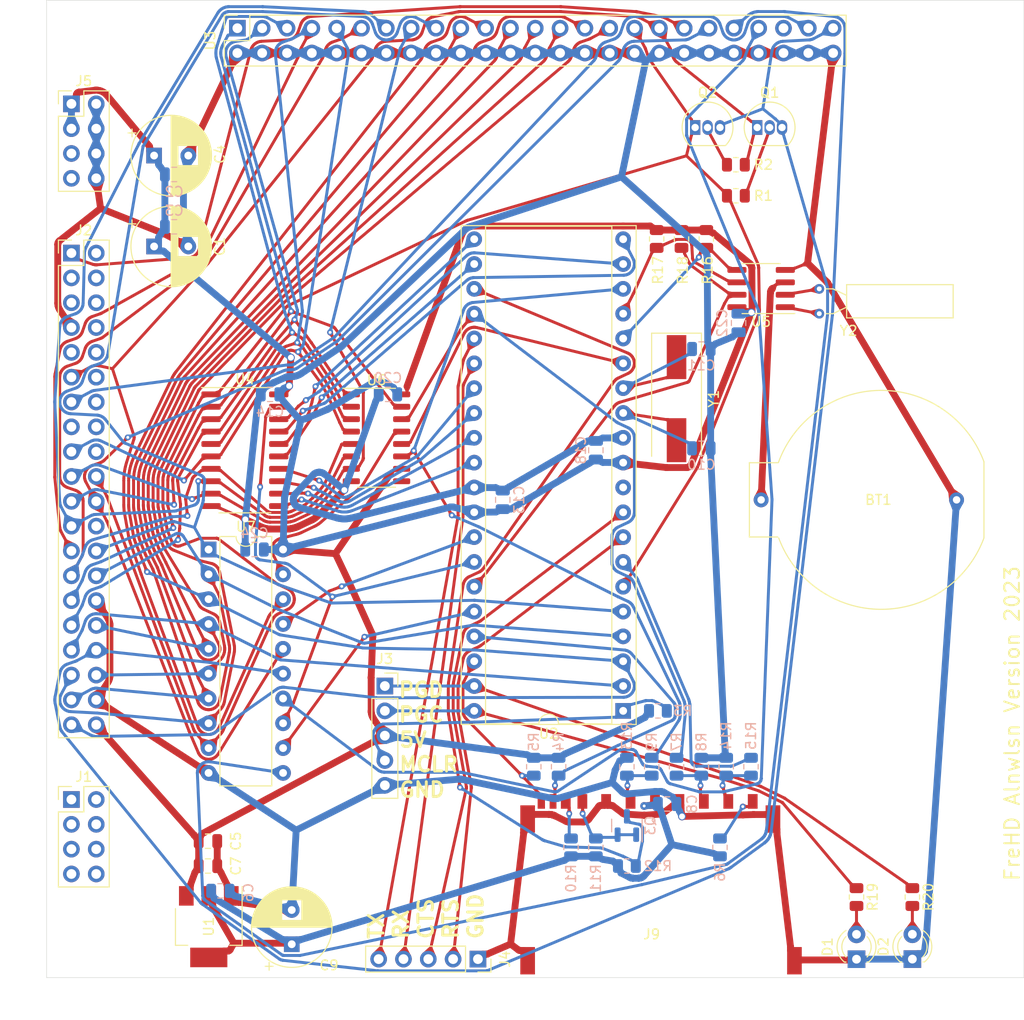
<source format=kicad_pcb>
(kicad_pcb (version 20221018) (generator pcbnew)
  (layers (0 "F.Cu" signal) (31 "B.Cu" signal) (34 "B.Paste" user) (35 "F.Paste" user) (36 "B.SilkS" user "B.Silkscreen") (37 "F.SilkS" user "F.Silkscreen") (38 "B.Mask" user) (39 "F.Mask" user) (44 "Edge.Cuts" user))
  (net 0 "")
  (net 1 "+5V")
  (net 2 "F_A2")
  (net 3 "GND")
  (net 4 "F_A6")
  (net 5 "F_A5")
  (net 6 "F_A7")
  (net 7 "F_A3")
  (net 8 "F_A4")
  (net 9 "F_D2")
  (net 10 "CLK")
  (net 11 "F_D0")
  (net 12 "F_A1")
  (net 13 "F_D5")
  (net 14 "F_A0")
  (net 15 "F_D3")
  (net 16 "F_D6")
  (net 17 "F_D1")
  (net 18 "F_D7")
  (net 19 "F_A9")
  (net 20 "F_D4")
  (net 21 "F_A8")
  (net 22 "F_A11")
  (net 23 "F_A14")
  (net 24 "F_A15")
  (net 25 "F_A12")
  (net 26 "F_A13")
  (net 27 "F_A10")
  (net 28 "~{F_WAIT}")
  (net 29 "~{F_INT}")
  (net 30 "~{F_IN}")
  (net 31 "~{F_READ}")
  (net 32 "~{F_INUSE}")
  (net 33 "~{F_WRITE}")
  (net 34 "~{F_INTAK}")
  (net 35 "~{F_OUT}")
  (net 36 "~{F_EXMEM}")
  (net 37 "~{F_MREQ}")
  (net 38 "~{F_SYSRES}")
  (net 39 "+3V3")
  (net 50 "WP")
  (net 51 "CD")
  (net 52 "Net-(BT1-+)")
  (net 53 "Net-(U2-RA7)")
  (net 54 "Net-(U2-RA6)")
  (net 55 "Net-(D1-A)")
  (net 56 "Net-(D2-A)")
  (net 57 "LED1")
  (net 58 "LED0")
  (net 59 "MCLR")
  (net 60 "RTS")
  (net 61 "CTS")
  (net 62 "RX")
  (net 63 "TX")
  (net 64 "Net-(J9-CD{slash}DAT3)")
  (net 65 "Net-(J9-CMD)")
  (net 66 "Net-(J9-CLK)")
  (net 67 "Net-(J9-DAT0)")
  (net 68 "Net-(J9-DAT1)")
  (net 69 "Net-(J9-DAT2)")
  (net 70 "Net-(Q1-B)")
  (net 71 "IOREQ")
  (net 72 "Net-(Q2-B)")
  (net 73 "SPI_SDI")
  (net 74 "SPI_SDO")
  (net 75 "SPI_CLK")
  (net 76 "SPI_CS")
  (net 77 "SDA")
  (net 78 "SCL")
  (net 79 "RTC")
  (net 81 "STAT_CS")
  (net 82 "DD0")
  (net 83 "DD1")
  (net 84 "DD2")
  (net 85 "DD3")
  (net 86 "DD4")
  (net 87 "DD5")
  (net 88 "DD6")
  (net 89 "DD7")
  (net 90 "SPARE1")
  (net 91 "PIC_SEL_N")
  (net 92 "PIC_WAIT_N")
  (net 93 "EXTIOSEL")
  (net 95 "Net-(U5-X1)")
  (net 96 "Net-(U5-X2)")
  (net 97 "STAT_OE_N")
  (footprint "MountingHole:MountingHole_3.2mm_M3_DIN965" (layer "F.Cu") (at 116.5 23.5)
    (fp_text reference "M1" hide)
    (fp_text value "MountingHole" hide)
  )
  (footprint "MountingHole:MountingHole_3.2mm_M3_DIN965" (layer "F.Cu") (at 116.5 116.5)
    (fp_text reference "M2" hide)
    (fp_text value "MountingHole" hide)
  )
  (footprint "MountingHole:MountingHole_3.2mm_M3_DIN965" (layer "F.Cu") (at 23.5 23.5)
    (fp_text reference "M3" hide)
    (fp_text value "MountingHole" hide)
  )
  (footprint "MountingHole:MountingHole_3.2mm_M3_DIN965" (layer "F.Cu") (at 23.5 116.5)
    (fp_text reference "M4" hide)
    (fp_text value "MountingHole" hide)
  )
  (footprint "Connector_PinHeader_2.54mm:PinHeader_2x04_P2.54mm_Vertical" (layer "F.Cu") (at 22.54 101.78)
    (fp_text reference "J1")
    (fp_text value "Conn_02x04_Odd_Even")
  )
  (footprint "Connector_PinHeader_2.54mm:PinHeader_2x04_P2.54mm_Vertical" (layer "F.Cu") (at 22.54 30.6)
    (fp_text reference "J5")
    (fp_text value "Conn_02x04_Odd_Even")
  )
  (footprint "Connector_PinHeader_2.54mm:PinHeader_2x20_P2.54mm_Vertical" (layer "F.Cu") (at 22.54 45.87)
    (fp_text reference "J2")
    (fp_text value "TRS80W-header")
  )
  (footprint "Capacitor_THT:CP_Radial_D8.0mm_P3.50mm" (layer "F.Cu") (at 31 35.8928)
    (fp_text reference "C4")
    (fp_text value "470uF")
  )
  (footprint "Capacitor_THT:CP_Radial_D8.0mm_P3.50mm" (layer "F.Cu") (at 31 45.1928)
    (fp_text reference "C1")
    (fp_text value "470uF")
  )
  (footprint "Capacitor_THT:CP_Radial_D8.0mm_P3.50mm" (layer "F.Cu") (at 45.085 116.5877 90)
    (fp_text reference "C9")
    (fp_text value "470uF")
  )
  (footprint "Capacitor_SMD:C_0805_2012Metric" (layer "F.Cu") (at 36.51 106.045)
    (fp_text reference "C5")
    (fp_text value "10uF")
  )
  (footprint "Capacitor_SMD:C_0805_2012Metric" (layer "F.Cu") (at 36.51 108.585)
    (fp_text reference "C7")
    (fp_text value "100n")
  )
  (footprint "wilson-z80:SD_Card_ XUNPU_SD-101" (layer "F.Cu") (at 82.87 104.775)
    (fp_text reference "J9")
    (fp_text value "SD_Card")
  )
  (footprint "Package_TO_SOT_SMD:SOT-223-3_TabPin2" (layer "F.Cu") (at 36.595 114.79 -90)
    (fp_text reference "U1")
    (fp_text value "AMS1117-3.3")
  )
  (footprint "Package_DIP:DIP-40_W15.24mm_Socket" (layer "F.Cu") (at 78.994 92.71 180)
    (fp_text reference "U2")
    (fp_text value "PIC18F4610")
  )
  (footprint "Resistor_SMD:R_0805_2012Metric" (layer "F.Cu") (at 108.585 111.76 -90)
    (fp_text reference "R20")
    (fp_text value "330")
  )
  (footprint "LED_THT:LED_D3.0mm" (layer "F.Cu") (at 108.585 118.11 90)
    (fp_text reference "D2")
    (fp_text value "LED")
  )
  (footprint "Resistor_SMD:R_0805_2012Metric" (layer "F.Cu") (at 90.5275 40.005 180)
    (fp_text reference "R1")
    (fp_text value "1K")
  )
  (footprint "Crystal:Crystal_AT310_D3.0mm_L10.0mm_Horizontal" (layer "F.Cu") (at 99.06 52.07 90)
    (fp_text reference "Y2")
    (fp_text value "Crystal")
  )
  (footprint "Package_TO_SOT_THT:TO-92_Inline" (layer "F.Cu") (at 86.36 33.02)
    (fp_text reference "Q2")
    (fp_text value "PN2222A")
  )
  (footprint "Package_DIP:DIP-20_W7.62mm" (layer "F.Cu") (at 36.576 76.2)
    (fp_text reference "U7")
    (fp_text value "GAL16V8")
  )
  (footprint "Package_TO_SOT_THT:TO-92_Inline" (layer "F.Cu") (at 92.71 33.02)
    (fp_text reference "Q1")
    (fp_text value "PN2222A")
  )
  (footprint "Package_SO:SO-16_3.9x9.9mm_P1.27mm" (layer "F.Cu") (at 53.756 64.77)
    (fp_text reference "U6")
    (fp_text value "74LS595")
  )
  (footprint "Resistor_SMD:R_0805_2012Metric" (layer "F.Cu") (at 82.423 44.4265 90)
    (fp_text reference "R17")
    (fp_text value "4k7")
  )
  (footprint "LED_THT:LED_D3.0mm" (layer "F.Cu") (at 102.87 118.12 90)
    (fp_text reference "D1")
    (fp_text value "LED")
  )
  (footprint "Package_SO:SOIC-8_3.9x4.9mm_P1.27mm" (layer "F.Cu") (at 93.11 49.5 180)
    (fp_text reference "U5")
    (fp_text value "DS1307Z+")
  )
  (footprint "Resistor_SMD:R_0805_2012Metric" (layer "F.Cu") (at 87.503 44.4265 90)
    (fp_text reference "R16")
    (fp_text value "4k7")
  )
  (footprint "Connector_PinSocket_2.54mm:PinSocket_2x25_P2.54mm_Vertical" (layer "F.Cu") (at 39.52 22.86 90)
    (fp_text reference "U3")
    (fp_text value "~")
  )
  (footprint "Connector_PinSocket_2.54mm:PinSocket_1x05_P2.54mm_Vertical" (layer "F.Cu") (at 64.135 118.11 -90)
    (fp_text reference "J4")
    (fp_text value "Conn_01x05_Pin")
  )
  (footprint "Crystal:Crystal_SMD_HC49-SD" (layer "F.Cu") (at 84.455 60.765 -90)
    (fp_text reference "Y1")
    (fp_text value "Crystal")
  )
  (footprint "Resistor_SMD:R_0805_2012Metric" (layer "F.Cu") (at 102.87 111.76 -90)
    (fp_text reference "R19")
    (fp_text value "330")
  )
  (footprint "Resistor_SMD:R_0805_2012Metric" (layer "F.Cu") (at 84.963 44.4265 90)
    (fp_text reference "R18")
    (fp_text value "4k7")
  )
  (footprint "Connector_PinSocket_2.54mm:PinSocket_1x05_P2.54mm_Vertical" (layer "F.Cu") (at 54.61 90.17)
    (fp_text reference "J3")
    (fp_text value "Conn_01x05_Pin")
  )
  (footprint "alnwlsn-custom-fp:BS-01-A4CJ004" (layer "F.Cu") (at 105.41 71.12 180)
    (fp_text reference "BT1")
    (fp_text value "Battery_Cell")
  )
  (footprint "Resistor_SMD:R_0805_2012Metric" (layer "F.Cu") (at 90.5275 36.83 180)
    (fp_text reference "R2")
    (fp_text value "1K")
  )
  (footprint "Package_SO:SO-20_5.3x12.6mm_P1.27mm" (layer "F.Cu") (at 40.2925 66.04)
    (fp_text reference "U4")
    (fp_text value "74LS245")
  )
  (footprint "Capacitor_SMD:C_0805_2012Metric" (layer "B.Cu") (at 66.675 71.12 90)
    (fp_text reference "C13")
    (fp_text value "100n")
  )
  (footprint "Capacitor_SMD:C_0805_2012Metric" (layer "B.Cu") (at 42.865 60.325 180)
    (fp_text reference "C14")
    (fp_text value "100n")
  )
  (footprint "Capacitor_SMD:C_0805_2012Metric" (layer "B.Cu") (at 76.2 66.04 90)
    (fp_text reference "C18")
    (fp_text value "100n")
  )
  (footprint "Capacitor_SMD:C_0805_2012Metric" (layer "B.Cu") (at 33.0539 37.8258)
    (fp_text reference "C2")
    (fp_text value "100n")
  )
  (footprint "Capacitor_SMD:C_0805_2012Metric" (layer "B.Cu") (at 33.0539 43.18)
    (fp_text reference "C3")
    (fp_text value "100n")
  )
  (footprint "Capacitor_SMD:C_0805_2012Metric" (layer "B.Cu") (at 37.78 111.125 180)
    (fp_text reference "C6")
    (fp_text value "10uF")
  )
  (footprint "Capacitor_SMD:C_0805_2012Metric" (layer "B.Cu") (at 83.5 102.235 180)
    (fp_text reference "C8")
    (fp_text value "100n")
  )
  (footprint "Capacitor_SMD:C_0805_2012Metric" (layer "B.Cu") (at 54.93 60.325 180)
    (fp_text reference "C20")
    (fp_text value "100n")
  )
  (footprint "Capacitor_SMD:C_0805_2012Metric" (layer "B.Cu") (at 90.805 53.02 -90)
    (fp_text reference "C22")
    (fp_text value "100n")
  )
  (footprint "Capacitor_SMD:C_0805_2012Metric" (layer "B.Cu") (at 41.275 76.2 180)
    (fp_text reference "C24")
    (fp_text value "100n")
  )
  (footprint "Resistor_SMD:R_0805_2012Metric" (layer "B.Cu") (at 79.375 98.425 90)
    (fp_text reference "R13")
    (fp_text value "330")
  )
  (footprint "Resistor_SMD:R_0805_2012Metric" (layer "B.Cu") (at 84.455 98.425 90)
    (fp_text reference "R7")
    (fp_text value "220")
  )
  (footprint "Resistor_SMD:R_0805_2012Metric" (layer "B.Cu") (at 79.375 108.585 180)
    (fp_text reference "R12")
    (fp_text value "10K")
  )
  (footprint "Package_TO_SOT_SMD:SOT-23" (layer "B.Cu") (at 79.375 104.4425 90)
    (fp_text reference "Q3")
    (fp_text value "BSS138")
  )
  (footprint "Resistor_SMD:R_0805_2012Metric" (layer "B.Cu") (at 82.55 92.71)
    (fp_text reference "R3")
    (fp_text value "10K")
  )
  (footprint "Resistor_SMD:R_0805_2012Metric" (layer "B.Cu") (at 73.66 106.68 -90)
    (fp_text reference "R10")
    (fp_text value "10K")
  )
  (footprint "Resistor_SMD:R_0805_2012Metric" (layer "B.Cu") (at 86.995 98.425 90)
    (fp_text reference "R8")
    (fp_text value "330")
  )
  (footprint "Capacitor_SMD:C_0805_2012Metric" (layer "B.Cu") (at 86.995 55.685)
    (fp_text reference "C11")
    (fp_text value "22pF")
  )
  (footprint "Capacitor_SMD:C_0805_2012Metric" (layer "B.Cu") (at 86.995 65.845)
    (fp_text reference "C10")
    (fp_text value "22pF")
  )
  (footprint "Resistor_SMD:R_0805_2012Metric" (layer "B.Cu") (at 69.85 98.425 -90)
    (fp_text reference "R5")
    (fp_text value "1K")
  )
  (footprint "Resistor_SMD:R_0805_2012Metric" (layer "B.Cu") (at 88.9 106.68 -90)
    (fp_text reference "R6")
    (fp_text value "10K")
  )
  (footprint "Resistor_SMD:R_0805_2012Metric" (layer "B.Cu") (at 81.915 98.425 90)
    (fp_text reference "R9")
    (fp_text value "220")
  )
  (footprint "Resistor_SMD:R_0805_2012Metric" (layer "B.Cu") (at 72.39 98.425 -90)
    (fp_text reference "R4")
    (fp_text value "1K")
  )
  (footprint "Resistor_SMD:R_0805_2012Metric" (layer "B.Cu") (at 76.2 106.68 -90)
    (fp_text reference "R11")
    (fp_text value "10K")
  )
  (footprint "Resistor_SMD:R_0805_2012Metric" (layer "B.Cu") (at 89.535 98.425 90)
    (fp_text reference "R14")
    (fp_text value "330")
  )
  (footprint "Resistor_SMD:R_0805_2012Metric" (layer "B.Cu") (at 92.075 98.425 90)
    (fp_text reference "R15")
    (fp_text value "220")
  )
  (gr_line (start 20 120) (end 20 20) (stroke (width 0.05)) (layer "Edge.Cuts"))
  (gr_line (start 20 20) (end 120 20) (stroke (width 0.05)) (layer "Edge.Cuts"))
  (gr_line (start 120 20) (end 120 120) (stroke (width 0.05)) (layer "Edge.Cuts"))
  (gr_line (start 120 120) (end 20 120) (stroke (width 0.05)) (layer "Edge.Cuts"))
  (gr_text "PGC" (at 55.88 93.98) (layer "F.SilkS") (effects (font (size 1.5 1.5) (thickness 0.3) bold) (justify left bottom)))
  (gr_text "RTS" (at 62.23 116.205 90) (layer "F.SilkS") (effects (font (size 1.5 1.5) (thickness 0.3) bold) (justify left bottom)))
  (gr_text "5V" (at 55.94 96.55) (layer "F.SilkS") (effects (font (size 1.5 1.5) (thickness 0.3) bold) (justify left bottom)))
  (gr_text "TX" (at 54.61 116.205 90) (layer "F.SilkS") (effects (font (size 1.5 1.5) (thickness 0.3) bold) (justify left bottom)))
  (gr_text "FreHD Alnwlsn Version 2023" (at 118.8 94 90) (layer "F.SilkS") (effects (font (size 1.5 1.5) (thickness 0.2))))
  (gr_text "PGD" (at 55.88 91.44) (layer "F.SilkS") (effects (font (size 1.5 1.5) (thickness 0.3) bold) (justify left bottom)))
  (gr_text "GND" (at 64.77 116.205 90) (layer "F.SilkS") (effects (font (size 1.5 1.5) (thickness 0.3) bold) (justify left bottom)))
  (gr_text "RX" (at 57.15 116.205 90) (layer "F.SilkS") (effects (font (size 1.5 1.5) (thickness 0.3) bold) (justify left bottom)))
  (gr_text "GND" (at 55.94 101.66) (layer "F.SilkS") (effects (font (size 1.5 1.5) (thickness 0.3) bold) (justify left bottom)))
  (gr_text "MCLR" (at 55.94 99.06) (layer "F.SilkS") (effects (font (size 1.5 1.5) (thickness 0.3) bold) (justify left bottom)))
  (gr_text "CTS" (at 59.69 116.205 90) (layer "F.SilkS") (effects (font (size 1.5 1.5) (thickness 0.3) bold) (justify left bottom)))
  (segment (start 53.3388 84.89339) (end 53.3269 84.85592) (width 0.7) (layer "F.Cu") (net 1))
  (segment (start 53.31328 84.81903) (end 53.29797 84.78282) (width 0.7) (layer "F.Cu") (net 1))
  (segment (start 50.9722 79.6185) (end 50.97048 79.61471) (width 0.7) (layer "F.Cu") (net 1))
  (segment (start 35.096 105.425) (end 35.097 105.42609) (width 0.7) (layer "F.Cu") (net 1))
  (segment (start 88.21259 43.83223) (end 88.21075 43.83102) (width 0.7) (layer "F.Cu") (net 1))
  (segment (start 35.858 105.3286) (end 35.8585 105.3264) (width 0.7) (layer "F.Cu") (net 1))
  (segment (start 81.75649 43.109) (end 81.75438 43.10836) (width 0.7) (layer "F.Cu") (net 1))
  (segment (start 34.70776 110.54638) (end 34.70439 110.5595) (width 0.7) (layer "F.Cu") (net 1))
  (segment (start 23.32716 29.40566) (end 23.30733 29.40988) (width 0.7) (layer "F.Cu") (net 1))
  (segment (start 92.18403 51.71552) (end 92.18587 51.68669) (width 0.7) (layer "F.Cu") (net 1))
  (segment (start 85.72447 67.74504) (end 85.7513 67.72896) (width 0.7) (layer "F.Cu") (net 1))
  (segment (start 34.295 111.64) (end 34.695 110.99) (width 0.7) (layer "F.Cu") (net 1))
  (segment (start 23.21363 29.44766) (end 23.19642 29.45837) (width 0.7) (layer "F.Cu") (net 1))
  (segment (start 53.2095 89.3146) (end 53.20948 89.32) (width 0.7) (layer "F.Cu") (net 1))
  (segment (start 53.34895 84.93138) (end 53.3388 84.89339) (width 0.7) (layer "F.Cu") (net 1))
  (segment (start 35.86003 105.32153) (end 35.85922 105.32395) (width 0.7) (layer "F.Cu") (net 1))
  (segment (start 35.86448 105.31236) (end 35.86319 105.31456) (width 0.7) (layer "F.Cu") (net 1))
  (segment (start 92.1389 47.2796) (end 92.13372 47.25632) (width 0.7) (layer "F.Cu") (net 1))
  (segment (start 30.52271 34.95732) (end 30.51559 34.94146) (width 0.7) (layer "F.Cu") (net 1))
  (segment (start 53.2095 92.71) (end 53.21116 92.77813) (width 0.7) (layer "F.Cu") (net 1))
  (segment (start 81.7684 43.1148) (end 81.7665 43.1136) (width 0.7) (layer "F.Cu") (net 1))
  (segment (start 81.7479 43.10701) (end 81.74571 43.10676) (width 0.7) (layer "F.Cu") (net 1))
  (segment (start 23.04 30.1) (end 23.04 29.75) (width 0.7) (layer "F.Cu") (net 1))
  (segment (start 25.803 29.40059) (end 25.73543 29.36237) (width 0.7) (layer "F.Cu") (net 1))
  (segment (start 85.95444 67.49654) (end 85.96679 67.46779) (width 0.7) (layer "F.Cu") (net 1))
  (segment (start 80.067 67.4325) (end 79.1339 67.7377) (width 0.7) (layer "F.Cu") (net 1))
  (segment (start 53.20958 89.3092) (end 53.2095 89.3146) (width 0.7) (layer "F.Cu") (net 1))
  (segment (start 92.1219 51.9368) (end 92.1179 51.9449) (width 0.7) (layer "F.Cu") (net 1))
  (segment (start 92.15361 47.35444) (end 92.15045 47.33719) (width 0.7) (layer "F.Cu") (net 1))
  (segment (start 35.097 105.42609) (end 35.09803 105.42715) (width 0.7) (layer "F.Cu") (net 1))
  (segment (start 35.1733 109.2646) (end 35.56 108.585) (width 0.7) (layer "F.Cu") (net 1))
  (segment (start 44.6224 60.0262) (end 44.8201 59.4605) (width 0.3) (layer "F.Cu") (net 1))
  (segment (start 30.52904 34.97351) (end 30.52271 34.95732) (width 0.7) (layer "F.Cu") (net 1))
  (segment (start 34.70153 110.57273) (end 34.69918 110.58606) (width 0.7) (layer "F.Cu") (net 1))
  (segment (start 25.08 94.13) (end 35.096 105.425) (width 0.7) (layer "F.Cu") (net 1))
  (segment (start 45.2726 76.2853) (end 44.3506 76.6226) (width 0.7) (layer "F.Cu") (net 1))
  (segment (start 92.08207 47.12331) (end 92.07018 47.10264) (width 0.7) (layer "F.Cu") (net 1))
  (segment (start 92.15485 51.85669) (end 92.16331 51.82907) (width 0.7) (layer "F.Cu") (net 1))
  (segment (start 63.17248 43.23111) (end 63.10559 43.26534) (width 0.7) (layer "F.Cu") (net 1))
  (segment (start 83.41751 67.81427) (end 83.42999 67.81498) (width 0.7) (layer "F.Cu") (net 1))
  (segment (start 25.52151 29.27095) (end 25.44719 29.24853) (width 0.7) (layer "F.Cu") (net 1))
  (segment (start 30.55 35.4428) (end 31 35.8928) (width 0.7) (layer "F.Cu") (net 1))
  (segment (start 35.1013 105.43014) (end 35.10245 105.43107) (width 0.7) (layer "F.Cu") (net 1))
  (segment (start 88.20492 43.8279) (end 88.20289 43.82704) (width 0.7) (layer "F.Cu") (net 1))
  (segment (start 92.15977 47.40666) (end 92.15827 47.38919) (width 0.7) (layer "F.Cu") (net 1))
  (segment (start 92.10311 47.16609) (end 92.09305 47.14447) (width 0.7) (layer "F.Cu") (net 1))
  (segment (start 23.04525 29.68948) (end 23.04232 29.70954) (width 0.7) (layer "F.Cu") (net 1))
  (segment (start 44.6224 60.0262) (end 44.5712 59.484) (width 0.3) (layer "F.Cu") (net 1))
  (segment (start 53.31431 93.24159) (end 53.34171 93.304) (width 0.7) (layer "F.Cu") (net 1))
  (segment (start 53.9483 94.2489) (end 54.1159 95.3268) (width 0.7) (layer "F.Cu") (net 1))
  (segment (start 34.69918 110.58606) (end 34.69736 110.59948) (width 0.7) (layer "F.Cu") (net 1))
  (segment (start 34.716 110.5206) (end 35.168 109.2751) (width 0.7) (layer "F.Cu") (net 1))
  (segment (start 30.51559 34.94146) (end 30.50768 34.92597) (width 0.7) (layer "F.Cu") (net 1))
  (segment (start 92.12037 47.21054) (end 92.11223 47.18813) (width 0.7) (layer "F.Cu") (net 1))
  (segment (start 55.0927 68.5726) (end 49.5533 76.6247) (width 0.7) (layer "F.Cu") (net 1))
  (segment (start 91.96217 46.9557) (end 91.94814 46.94171) (width 0.7) (layer "F.Cu") (net 1))
  (segment (start 63.45588 43.13281) (end 63.38309 43.15143) (width 0.7) (layer "F.Cu") (net 1))
  (segment (start 92.00112 47.00057) (end 91.98868 46.98514) (width 0.7) (layer "F.Cu") (net 1))
  (segment (start 23.09708 29.55839) (end 23.08648 29.57567) (width 0.7) (layer "F.Cu") (net 1))
  (segment (start 23.3472 29.4026) (end 24.9085 29.21) (width 0.7) (layer "F.Cu") (net 1))
  (segment (start 45.2726 76.2853) (end 44.4152 75.807) (width 0.7) (layer "F.Cu") (net 1))
  (segment (start 63.24117 43.20066) (end 63.17248 43.23111) (width 0.7) (layer "F.Cu") (net 1))
  (segment (start 23.30733 29.40988) (end 23.28778 29.41523) (width 0.7) (layer "F.Cu") (net 1))
  (segment (start 26.10361 29.64422) (end 26.04908 29.58897) (width 0.7) (layer "F.Cu") (net 1))
  (segment (start 23.26856 29.42171) (end 23.24976 29.42929) (width 0.7) (layer "F.Cu") (net 1))
  (segment (start 53.25076 93.04744) (end 53.26878 93.11316) (width 0.7) (layer "F.Cu") (net 1))
  (segment (start 23.13462 29.51062) (end 23.12119 29.52581) (width 0.7) (layer "F.Cu") (net 1))
  (segment (start 50.96875 79.61093) (end 50.96699 79.60716) (width 0.7) (layer "F.Cu") (net 1))
  (segment (start 53.34171 93.304) (end 53.3721 93.36499) (width 0.7) (layer "F.Cu") (net 1))
  (segment (start 81.7413 43.1066) (end 78.9975 43.0995) (width 0.7) (layer "F.Cu") (net 1))
  (segment (start 56.331 67.945) (end 55.4832 68.177) (width 0.3) (layer "F.Cu") (net 1))
  (segment (start 84.262 43.514) (end 84.963 43.514) (width 0.7) (layer "F.Cu") (net 1))
  (segment (start 85.54841 67.80752) (end 85.57907 67.80134) (width 0.7) (layer "F.Cu") (net 1))
  (segment (start 63.67889 43.10159) (end 63.60401 43.10785) (width 0.7) (layer "F.Cu") (net 1))
  (segment (start 35.87074 105.30432) (end 35.86902 105.3062) (width 0.7) (layer "F.Cu") (net 1))
  (segment (start 35.87256 105.30252) (end 35.87074 105.30432) (width 0.7) (layer "F.Cu") (net 1))
  (segment (start 62.7043 43.6003) (end 62.65867 43.66) (width 0.7) (layer "F.Cu") (net 1))
  (segment (start 83.124 43.514) (end 84.262 43.514) (width 0.7) (layer "F.Cu") (net 1))
  (segment (start 55.4296 68.2307) (end 55.2807 68.6408) (width 0.3) (layer "F.Cu") (net 1))
  (segment (start 85.90791 67.57793) (end 85.92495 67.55169) (width 0.7) (layer "F.Cu") (net 1))
  (segment (start 23.04933 29.66962) (end 23.04525 29.68948) (width 0.7) (layer "F.Cu") (net 1))
  (segment (start 23.14891 29.49624) (end 23.13462 29.51062) (width 0.7) (layer "F.Cu") (net 1))
  (segment (start 22.54 30.6) (end 23.04 30.1) (width 0.7) (layer "F.Cu") (net 1))
  (segment (start 35.86589 105.31023) (end 35.86448 105.31236) (width 0.7) (layer "F.Cu") (net 1))
  (segment (start 53.35734 84.96979) (end 53.34895 84.93138) (width 0.7) (layer "F.Cu") (net 1))
  (segment (start 85.77718 67.71138) (end 85.80201 67.69236) (width 0.7) (layer "F.Cu") (net 1))
  (segment (start 25.73543 29.36237) (end 25.66585 29.32796) (width 0.7) (layer "F.Cu") (net 1))
  (segment (start 92.0411 47.058) (end 92.0574 47.0825) (width 0.7) (layer "F.Cu") (net 1))
  (segment (start 55.4786 68.1809) (end 55.0927 68.5726) (width 0.3) (layer "F.Cu") (net 1))
  (segment (start 35.87853 105.29774) (end 35.87646 105.29923) (width 0.7) (layer "F.Cu") (net 1))
  (segment (start 84.963 43.514) (end 85.664 43.514) (width 0.7) (layer "F.Cu") (net 1))
  (segment (start 63.5296 43.11827) (end 63.45588 43.13281) (width 0.7) (layer "F.Cu") (net 1))
  (segment (start 53.36876 85.04758) (end 53.36395 85.00855) (width 0.7) (layer "F.Cu") (net 1))
  (segment (start 30.54612 35.04082) (end 30.54311 35.0237) (width 0.7) (layer "F.Cu") (net 1))
  (segment (start 81.74571 43.10676) (end 81.74351 43.10661) (width 0.7) (layer "F.Cu") (net 1))
  (segment (start 85.80201 67.69236) (end 85.82573 67.67195) (width 0.7) (layer "F.Cu") (net 1))
  (segment (start 23.10866 29.54175) (end 23.09708 29.55839) (width 0.7) (layer "F.Cu") (net 1))
  (segment (start 63.10559 43.26534) (end 63.04071 43.30324) (width 0.7) (layer "F.Cu") (net 1))
  (segment (start 35.1721 109.2665) (end 35.1733 109.2646) (width 0.7) (layer "F.Cu") (net 1))
  (segment (start 44.6213 60.0301) (end 44.6219 60.028) (width 0.3) (layer "F.Cu") (net 1))
  (segment (start 81.76262 43.11149) (end 81.76062 43.11057) (width 0.7) (layer "F.Cu") (net 1))
  (segment (start 91.98868 46.98514) (end 91.97569 46.97018) (width 0.7) (layer "F.Cu") (net 1))
  (segment (start 85.7513 67.72896) (end 85.77718 67.71138) (width 0.7) (layer "F.Cu") (net 1))
  (segment (start 53.2099 89.2984) (end 53.3723 85.1654) (width 0.7) (layer "F.Cu") (net 1))
  (segment (start 24.98579 29.2027) (end 24.90851 29.21007) (width 0.7) (layer "F.Cu") (net 1))
  (segment (start 53.23595 92.98091) (end 53.25076 93.04744) (width 0.7) (layer "F.Cu") (net 1))
  (segment (start 23.23143 29.43795) (end 23.21363 29.44766) (width 0.7) (layer "F.Cu") (net 1))
  (segment (start 54.61 95.25) (end 53.4416 93.4822) (width 0.7) (layer "F.Cu") (net 1))
  (segment (start 35.8829 105.2951) (end 54.61 95.25) (width 0.7) (layer "F.Cu") (net 1))
  (segment (start 50.97048 79.61471) (end 50.96875 79.61093) (width 0.7) (layer "F.Cu") (net 1))
  (segment (start 23.08648 29.57567) (end 23.07689 29.59353) (width 0.7) (layer "F.Cu") (net 1))
  (segment (start 30.50768 34.92597) (end 30.49902 34.9109) (width 0.7) (layer "F.Cu") (net 1))
  (segment (start 53.21613 92.8461) (end 53.2244 92.91375) (width 0.7) (layer "F.Cu") (net 1))
  (segment (start 30.54827 35.05808) (end 30.54612 35.04082) (width 0.7) (layer "F.Cu") (net 1))
  (segment (start 23.0609 29.63078) (end 23.05455 29.65003) (width 0.7) (layer "F.Cu") (net 1))
  (segment (start 50.96699 79.60716) (end 50.96522 79.60339) (width 0.7) (layer "F.Cu") (net 1))
  (segment (start 85.664 43.514) (end 86.802 43.514) (width 0.7) (layer "F.Cu") (net 1))
  (segment (start 35.85922 105.32395) (end 35.85854 105.32641) (width 0.7) (layer "F.Cu") (net 1))
  (segment (start 25.66585 29.32796) (end 25.59447 29.29745) (width 0.7) (layer "F.Cu") (net 1))
  (segment (start 85.69676 67.75957) (end 85.72447 67.74504) (width 0.7) (layer "F.Cu") (net 1))
  (segment (start 35.86902 105.3062) (end 35.8674 105.30817) (width 0.7) (layer "F.Cu") (net 1))
  (segment (start 34.69736 110.59948) (end 34.69605 110.61295) (width 0.7) (layer "F.Cu") (net 1))
  (segment (start 83.455 67.8155) (end 85.455 67.8155) (width 0.7) (layer "F.Cu") (net 1))
  (segment (start 88.19872 43.8256) (end 88.19659 43.82502) (width 0.7) (layer "F.Cu") (net 1))
  (segment (start 91.5828 51.637) (end 91.5842 51.6378) (width 0.3) (layer "F.Cu") (net 1))
  (segment (start 62.65867 43.66) (end 62.61643 43.72214) (width 0.7) (layer "F.Cu") (net 1))
  (segment (start 25.44719 29.24853) (end 25.37174 29.23026) (width 0.7) (layer "F.Cu") (net 1))
  (segment (start 62.4838 43.9912) (end 56.8809 59.503) (width 0.7) (layer "F.Cu") (net 1))
  (segment (start 92.18587 51.68669) (end 92.18638 51.6578) (width 0.7) (layer "F.Cu") (net 1))
  (segment (start 87.503 43.514) (end 88.1944 43.8245) (width 0.7) (layer "F.Cu") (net 1))
  (segment (start 92.1611 47.4417) (end 92.16072 47.42417) (width 0.7) (layer "F.Cu") (net 1))
  (segment (start 85.63911 67.7838) (end 85.66828 67.77251) (width 0.7) (layer "F.Cu") (net 1))
  (segment (start 23.04232 29.70954) (end 23.04056 29.72973) (width 0.7) (layer "F.Cu") (net 1))
  (segment (start 83.44249 67.81541) (end 83.455 67.81555) (width 0.7) (layer "F.Cu") (net 1))
  (segment (start 25.14097 29.20086) (end 25.06335 29.19963) (width 0.7) (layer "F.Cu") (net 1))
  (segment (start 85.82573 67.67195) (end 85.84825 67.65024) (width 0.7) (layer "F.Cu") (net 1))
  (segment (start 34.69605 110.61295) (end 34.69527 110.62646) (width 0.7) (layer "F.Cu") (net 1))
  (segment (start 23.07689 29.59353) (end 23.06836 29.61192) (width 0.7) (layer "F.Cu") (net 1))
  (segment (start 85.9668 67.4678) (end 92.1179 51.9449) (width 0.7) (layer "F.Cu") (net 1))
  (segment (start 23.05455 29.65003) (end 23.04933 29.66962) (width 0.7) (layer "F.Cu") (net 1))
  (segment (start 63.754 43.0995) (end 63.67889 43.10159) (width 0.7) (layer "F.Cu") (net 1))
  (segment (start 34.695 110.99) (end 34.695 110.64) (width 0.7) (layer "F.Cu") (net 1))
  (segment (start 35.56 106.045) (end 35.858 105.3286) (width 0.7) (layer "F.Cu") (net 1))
  (segment (start 25.2184 29.20639) (end 25.14097 29.20086) (width 0.7) (layer "F.Cu") (net 1))
  (segment (start 26.04908 29.58897) (end 25.99158 29.53683) (width 0.7) (layer "F.Cu") (net 1))
  (segment (start 92.0243 47.0327) (end 92.0406 47.0571) (width 0.7) (layer "F.Cu") (net 1))
  (segment (start 53.2244 92.91375) (end 53.23595 92.98091) (width 0.7) (layer "F.Cu") (net 1))
  (segment (start 92.16331 51.82907) (end 92.17047 51.80107) (width 0.7) (layer "F.Cu") (net 1))
  (segment (start 35.09909 105.42818) (end 35.10018 105.42918) (width 0.7) (layer "F.Cu") (net 1))
  (segment (start 53.3723 85.1654) (end 53.37294 85.12609) (width 0.7) (layer "F.Cu") (net 1))
  (segment (start 53.2095 92.71) (end 53.2095 89.32) (width 0.7) (layer "F.Cu") (net 1))
  (segment (start 91.93361 46.92823) (end 91.91861 46.91528) (width 0.7) (layer "F.Cu") (net 1))
  (segment (start 35.1036 105.432) (end 35.1054 105.4333) (width 0.7) (layer "F.Cu") (net 1))
  (segment (start 56.8809 59.983) (end 56.6991 59.5863) (width 0.3) (layer "F.Cu") (net 1))
  (segment (start 53.5525 95.8172) (end 54.6412 95.7491) (width 0.7) (layer "F.Cu") (net 1))
  (segment (start 81.76459 43.1125) (end 81.76262 43.11149) (width 0.7) (layer "F.Cu") (net 1))
  (segment (start 92.12755 47.23329) (end 92.12037 47.21054) (width 0.7) (layer "F.Cu") (net 1))
  (segment (start 85.51744 67.81195) (end 85.54841 67.80752) (width 0.7) (layer "F.Cu") (net 1))
  (segment (start 53.37175 85.08678) (end 53.36876 85.04758) (width 0.7) (layer "F.Cu") (net 1))
  (segment (start 53.37294 85.12609) (end 53.37175 85.08678) (width 0.7) (layer "F.Cu") (net 1))
  (segment (start 30.48961 34.89627) (end 30.4795 34.88213) (width 0.7) (layer "F.Cu") (net 1))
  (segment (start 53.40543 93.42444) (end 53.44162 93.48219) (width 0.7) (layer "F.Cu") (net 1))
  (segment (start 92.18084 51.74424) (end 92.18403 51.71552) (width 0.7) (layer "F.Cu") (net 1))
  (segment (start 78.994 43.0995) (end 63.754 43.0995) (width 0.7) (layer "F.Cu") (net 1))
  (segment (start 62.80516 43.48898) (end 62.75318 43.54324) (width 0.7) (layer "F.Cu") (net 1))
  (segment (start 88.1944 43.8245) (end 88.1966 43.825) (width 0.7) (layer "F.Cu") (net 1))
  (segment (start 23.28778 29.41523) (end 23.26856 29.42171) (width 0.7) (layer "F.Cu") (net 1))
  (segment (start 23.16401 29.48271) (end 23.14891 29.49624) (width 0.7) (layer "F.Cu") (net 1))
  (segment (start 26.155 29.7024) (end 30.4687 34.8685) (width 0.7) (layer "F.Cu") (net 1))
  (segment (start 53.298 84.7828) (end 50.9722 79.6185) (width 0.7) (layer "F.Cu") (net 1))
  (segment (start 25.8762 95.0278) (end 24.8781 94.5875) (width 0.7) (layer "F.Cu") (net 1))
  (segment (start 91.5842 51.6378) (end 91.5845 51.638) (width 0.3) (layer "F.Cu") (net 1))
  (segment (start 90.635 51.405) (end 91.5828 51.637) (width 0.3) (layer "F.Cu") (net 1))
  (segment (start 88.21075 43.83102) (end 88.20885 43.8299) (width 0.7) (layer "F.Cu") (net 1))
  (segment (start 88.21437 43.83353) (end 88.21259 43.83223) (width 0.7) (layer "F.Cu") (net 1))
  (segment (start 88.2161 43.8349) (end 91.9186 46.9153) (width 0.7) (layer "F.Cu") (net 1))
  (segment (start 91.97569 46.97018) (end 91.96217 46.9557) (width 0.7) (layer "F.Cu") (net 1))
  (segment (start 85.455 67.8155) (end 85.48627 67.81461) (width 0.7) (layer "F.Cu") (net 1))
  (segment (start 85.48627 67.81461) (end 85.51744 67.81195) (width 0.7) (layer "F.Cu") (net 1))
  (segment (start 43.755 60.325) (end 44.6213 60.0301) (width 0.3) (layer "F.Cu") (net 1))
  (segment (start 26.155 29.7024) (end 26.10361 29.64422) (width 0.7) (layer "F.Cu") (net 1))
  (segment (start 30.54957 35.07542) (end 30.54827 35.05808) (width 0.7) (layer "F.Cu") (net 1))
  (segment (start 55.4822 68.1777) (end 55.4786 68.1809) (width 0.3) (layer "F.Cu") (net 1))
  (segment (start 53.3721 93.36499) (end 53.40543 93.42444) (width 0.7) (layer "F.Cu") (net 1))
  (segment (start 83.3926 67.812) (end 83.40504 67.81328) (width 0.7) (layer "F.Cu") (net 1))
  (segment (start 34.71163 110.53341) (end 34.70776 110.54638) (width 0.7) (layer "F.Cu") (net 1))
  (segment (start 35.56 108.585) (end 35.56 107.859) (width 0.7) (layer "F.Cu") (net 1))
  (segment (start 81.75857 43.10974) (end 81.75649 43.109) (width 0.7) (layer "F.Cu") (net 1))
  (segment (start 62.5113 43.92128) (end 62.48382 43.99121) (width 0.7) (layer "F.Cu") (net 1))
  (segment (start 35.86096 105.31915) (end 35.86003 105.32153) (width 0.7) (layer "F.Cu") (net 1))
  (segment (start 92.07018 47.10264) (end 92.0574 47.0825) (width 0.7) (layer "F.Cu") (net 1))
  (segment (start 53.21116 92.77813) (end 53.21613 92.8461) (width 0.7) (layer "F.Cu") (net 1))
  (segment (start 85.8894 67.60315) (end 85.90791 67.57793) (width 0.7) (layer "F.Cu") (net 1))
  (segment (start 56.8809 60.1744) (end 56.8809 60.0244) (width 0.3) (layer "F.Cu") (net 1))
  (segment (start 23.06836 29.61192) (end 23.0609 29.63078) (width 0.7) (layer "F.Cu") (net 1))
  (segment (start 85.57907 67.80134) (end 85.60934 67.79342) (width 0.7) (layer "F.Cu") (net 1))
  (segment (start 92.15827 47.38919) (end 92.15622 47.37178) (width 0.7) (layer "F.Cu") (net 1))
  (segment (start 50.9652 79.6034) (end 49.5533 76.6247) (width 0.7) (layer "F.Cu") (net 1))
  (segment (start 44.196 76.2) (end 49.5533 76.6247) (width 0.7) (layer "F.Cu") (net 1))
  (segment (start 35.1054 105.4333) (end 35.56 106.045) (width 0.7) (layer "F.Cu") (net 1))
  (segment (start 91.5978 51.6457) (end 91.9143 52.09) (width 0.3) (layer "F.Cu") (net 1))
  (segment (start 23.17986 29.47007) (end 23.16401 29.48271) (width 0.7) (layer "F.Cu") (net 1))
  (segment (start 88.2161 43.8349) (end 88.21437 43.83353) (width 0.7) (layer "F.Cu") (net 1))
  (segment (start 85.66828 67.77251) (end 85.69676 67.75957) (width 0.7) (layer "F.Cu") (net 1))
  (segment (start 92.09305 47.14447) (end 92.08207 47.12331) (width 0.7) (layer "F.Cu") (net 1))
  (segment (start 25.99158 29.53683) (end 25.93127 29.48795) (width 0.7) (layer "F.Cu") (net 1))
  (segment (start 86.802 43.514) (end 87.503 43.514) (width 0.7) (layer "F.Cu") (net 1))
  (segment (start 25.37174 29.23026) (end 25.2954 29.2162) (width 0.7) (layer "F.Cu") (net 1))
  (segment (start 30.54311 35.0237) (end 30.53926 35.00674) (width 0.7) (layer "F.Cu") (net 1))
  (segment (start 35.10018 105.42918) (end 35.1013 105.43014) (width 0.7) (layer "F.Cu") (net 1))
  (segment (start 91.5845 51.638) (end 92.1179 51.9449) (width 0.3) (layer "F.Cu") (net 1))
  (segment (start 44.992 56.5636) (end 44.8201 59.4605) (width 0.7) (layer "F.Cu") (net 1))
  (segment (start 62.86008 43.4377) (end 62.80516 43.48898) (width 0.7) (layer "F.Cu") (net 1))
  (segment (start 62.97803 43.34468) (end 62.91776 43.38955) (width 0.7) (layer "F.Cu") (net 1))
  (segment (start 30.55 35.0928) (end 30.55 35.4428) (width 0.7) (layer "F.Cu") (net 1))
  (segment (start 85.92495 67.55169) (end 85.94048 67.52453) (width 0.7) (layer "F.Cu") (net 1))
  (segment (start 55.4296 68.2307) (end 55.0217 68.3856) (width 0.3) (layer "F.Cu") (net 1))
  (segment (start 92.0243 47.0327) (end 92.013 47.01642) (width 0.7) (layer "F.Cu") (net 1))
  (segment (start 35.88068 105.29636) (end 35.87853 105.29774) (width 0.7) (layer "F.Cu") (net 1))
  (segment (start 55.4832 68.177) (end 55.4822 68.1777) (width 0.3) (layer "F.Cu") (net 1))
  (segment (start 62.54263 43.85298) (end 62.5113 43.92128) (width 0.7) (layer "F.Cu") (net 1))
  (segment (start 81.76062 43.11057) (end 81.75857 43.10974) (width 0.7) (layer "F.Cu") (net 1))
  (segment (start 30.53456 34.99) (end 30.52904 34.97351) (width 0.7) (layer "F.Cu") (net 1))
  (segment (start 30.55 35.0928) (end 30.54957 35.07542) (width 0.7) (layer "F.Cu") (net 1))
  (segment (start 30.49902 34.9109) (end 30.48961 34.89627) (width 0.7) (layer "F.Cu") (net 1))
  (segment (start 92.13372 47.25632) (end 92.12755 47.23329) (width 0.7) (layer "F.Cu") (net 1))
  (segment (start 35.87646 105.29923) (end 35.87447 105.30083) (width 0.7) (layer "F.Cu") (net 1))
  (segment (start 92.013 47.01642) (end 92.00112 47.00057) (width 0.7) (layer "F.Cu") (net 1))
  (segment (start 85.86949 67.62728) (end 85.8894 67.60315) (width 0.7) (layer "F.Cu") (net 1))
  (segment (start 23.04056 29.72973) (end 23.03997 29.75) (width 0.7) (layer "F.Cu") (net 1))
  (segment (start 25.59447 29.29745) (end 25.52151 29.27095) (width 0.7) (layer "F.Cu") (net 1))
  (segment (start 34.69527 110.62646) (end 34.695 110.64) (width 0.7) (layer "F.Cu") (net 1))
  (segment (start 35.56 107.859) (end 35.56 106.771) (width 0.7) (layer "F.Cu") (net 1))
  (segment (start 23.12119 29.52581) (end 23.10866 29.54175) (width 0.7) (layer "F.Cu") (net 1))
  (segment (start 25.93127 29.48795) (end 25.86834 29.44249) (width 0.7) (layer "F.Cu") (net 1))
  (segment (start 53.9483 94.2489) (end 54.8743 94.8256) (width 0.7) (layer "F.Cu") (net 1))
  (segment (start 35.09803 105.42715) (end 35.09909 105.42818) (width 0.7) (layer "F.Cu") (net 1))
  (segment (start 81.75224 43.10782) (end 81.75008 43.10737) (width 0.7) (layer "F.Cu") (net 1))
  (segment (start 53.26878 93.11316) (end 53.28998 93.17793) (width 0.7) (layer "F.Cu") (net 1))
  (segment (start 92.11223 47.18813) (end 92.10311 47.16609) (width 0.7) (layer "F.Cu") (net 1))
  (segment (start 34.70439 110.5595) (end 34.70153 110.57273) (width 0.7) (layer "F.Cu") (net 1))
  (segment (start 88.20289 43.82704) (end 88.20082 43.82627) (width 0.7) (layer "F.Cu") (net 1))
  (segment (start 30.4795 34.88213) (end 30.46869 34.86851) (width 0.7) (layer "F.Cu") (net 1))
  (segment (start 23.19642 29.45837) (end 23.17986 29.47007) (width 0.7) (layer "F.Cu") (net 1))
  (segment (start 85.60934 67.79342) (end 85.63911 67.7838) (width 0.7) (layer "F.Cu") (net 1))
  (segment (start 62.91776 43.38955) (end 62.86008 43.4377) (width 0.7) (layer "F.Cu") (net 1))
  (segment (start 23.3472 29.4026) (end 23.32716 29.40566) (width 0.7) (layer "F.Cu") (net 1))
  (segment (start 92.16072 47.42417) (end 92.15977 47.40666) (width 0.7) (layer "F.Cu") (net 1))
  (segment (start 30.53926 35.00674) (end 30.53456 34.99) (width 0.7) (layer "F.Cu") (net 1))
  (segment (start 63.38309 43.15143) (end 63.31144 43.17407) (width 0.7) (layer "F.Cu") (net 1))
  (segment (start 35.87447 105.30083) (end 35.87256 105.30252) (width 0.7) (layer "F.Cu") (net 1))
  (segment (start 85.94048 67.52453) (end 85.95444 67.49654) (width 0.7) (layer "F.Cu") (net 1))
  (segment (start 78.9975 43.0995) (end 78.994 43.0995) (width 0.7) (layer "F.Cu") (net 1))
  (segment (start 92.1219 51.9368) (end 92.13413 51.91062) (width 0.7) (layer "F.Cu") (net 1))
  (segment (start 35.168 109.2751) (end 35.1721 109.2665) (width 0.7) (layer "F.Cu") (net 1))
  (segment (start 44.6219 60.028) (end 44.6224 60.0262) (width 0.3) (layer "F.Cu") (net 1))
  (segment (start 53.36395 85.00855) (end 53.35734 84.96979) (width 0.7) (layer "F.Cu") (net 1))
  (segment (start 44.6224 60.0262) (end 45.0002 59.634) (width 0.3) (layer "F.Cu") (net 1))
  (segment (start 53.5525 95.8172) (end 54.2116 94.9479) (width 0.7) (layer "F.Cu") (net 1))
  (segment (start 81.7665 43.1136) (end 81.76459 43.1125) (width 0.7) (layer "F.Cu") (net 1))
  (segment (start 92.17632 51.77278) (end 92.18084 51.74424) (width 0.7) (layer "F.Cu") (net 1))
  (segment (start 91.5978 51.6457) (end 92.1409 51.696) (width 0.3) (layer "F.Cu") (net 1))
  (segment (start 25.2954 29.2162) (end 25.2184 29.20639) (width 0.7) (layer "F.Cu") (net 1))
  (segment (start 85.84825 67.65024) (end 85.86949 67.62728) (width 0.7) (layer "F.Cu") (net 1))
  (segment (start 53.3269 84.85592) (end 53.31328 84.81903) (width 0.7) (layer "F.Cu") (net 1))
  (segment (start 81.75008 43.10737) (end 81.7479 43.10701) (width 0.7) (layer "F.Cu") (net 1))
  (segment (start 35.86319 105.31456) (end 35.86202 105.31683) (width 0.7) (layer "F.Cu") (net 1))
  (segment (start 82.423 43.514) (end 83.124 43.514) (width 0.7) (layer "F.Cu") (net 1))
  (segment (start 92.15622 47.37178) (end 92.15361 47.35444) (width 0.7) (layer "F.Cu") (net 1))
  (segment (start 34.716 110.5206) (end 34.71163 110.53341) (width 0.7) (layer "F.Cu") (net 1))
  (segment (start 63.60401 43.10785) (end 63.5296 43.11827) (width 0.7) (layer "F.Cu") (net 1))
  (segment (start 92.13413 51.91062) (end 92.14512 51.8839) (width 0.7) (layer "F.Cu") (net 1))
  (segment (start 80.067 67.4325) (end 79.2267 66.9249) (width 0.7) (layer "F.Cu") (net 1))
  (segment (start 92.17047 51.80107) (end 92.17632 51.77278) (width 0.7) (layer "F.Cu") (net 1))
  (segment (start 62.57771 43.78653) (end 62.54263 43.85298) (width 0.7) (layer "F.Cu") (net 1))
  (segment (start 56.331 60.325) (end 56.8809 60.1744) (width 0.3) (layer "F.Cu") (net 1))
  (segment (start 23.24976 29.42929) (end 23.23143 29.43795) (width 0.7) (layer "F.Cu") (net 1))
  (segment (start 82.423 43.514) (end 81.7684 43.1148) (width 0.7) (layer "F.Cu") (net 1))
  (segment (start 91.94814 46.94171) (end 91.93361 46.92823) (width 0.7) (layer "F.Cu") (net 1))
  (segment (start 88.20082 43.82627) (end 88.19872 43.8256) (width 0.7) (layer "F.Cu") (net 1))
  (segment (start 62.75318 43.54324) (end 62.7043 43.6003) (width 0.7) (layer "F.Cu") (net 1))
  (segment (start 56.8809 59.983) (end 57.0627 59.5863) (width 0.3) (layer "F.Cu") (net 1))
  (segment (start 25.06335 29.19963) (end 24.98579 29.2027) (width 0.7) (layer "F.Cu") (net 1))
  (segment (start 35.56 106.771) (end 35.56 106.045) (width 0.7) (layer "F.Cu") (net 1))
  (segment (start 92.1389 47.2796) (end 92.1504 47.3372) (width 0.7) (layer "F.Cu") (net 1))
  (segment (start 35.8674 105.30817) (end 35.86589 105.31023) (width 0.7) (layer "F.Cu") (net 1))
  (segment (start 53.2099 89.2984) (end 53.20971 89.3038) (width 0.7) (layer "F.Cu") (net 1))
  (segment (start 63.04071 43.30324) (end 62.97803 43.34468) (width 0.7) (layer "F.Cu") (net 1))
  (segment (start 83.42999 67.81498) (end 83.44249 67.81541) (width 0.7) (layer "F.Cu") (net 1))
  (segment (start 53.28998 93.17793) (end 53.31431 93.24159) (width 0.7) (layer "F.Cu") (net 1))
  (segment (start 78.994 67.31) (end 83.3926 67.812) (width 0.7) (layer "F.Cu") (net 1))
  (segment (start 35.86202 105.31683) (end 35.86096 105.31915) (width 0.7) (layer "F.Cu") (net 1))
  (segment (start 62.61643 43.72214) (end 62.57771 43.78653) (width 0.7) (layer "F.Cu") (net 1))
  (segment (start 56.8809 60.0244) (end 56.8809 59.503) (width 0.3) (layer "F.Cu") (net 1))
  (segment (start 81.75438 43.10836) (end 81.75224 43.10782) (width 0.7) (layer "F.Cu") (net 1))
  (segment (start 35.10245 105.43107) (end 35.10362 105.43197) (width 0.7) (layer "F.Cu") (net 1))
  (segment (start 92.1611 47.4417) (end 92.1864 51.6578) (width 0.7) (layer "F.Cu") (net 1))
  (segment (start 92.0406 47.0571) (end 92.0411 47.058) (width 0.7) (layer "F.Cu") (net 1))
  (segment (start 25.86834 29.44249) (end 25.803 29.40059) (width 0.7) (layer "F.Cu") (net 1))
  (segment (start 83.40504 67.81328) (end 83.41751 67.81427) (width 0.7) (layer "F.Cu") (net 1))
  (segment (start 53.20971 89.3038) (end 53.20958 89.3092) (width 0.7) (layer "F.Cu") (net 1))
  (segment (start 63.31144 43.17407) (end 63.24117 43.20066) (width 0.7) (layer "F.Cu") (net 1))
  (segment (start 92.14512 51.8839) (end 92.15485 51.85669) (width 0.7) (layer "F.Cu") (net 1))
  (segment (start 35.8829 105.2951) (end 35.88068 105.29636) (width 0.7) (layer "F.Cu") (net 1))
  (segment (start 81.74351 43.10661) (end 81.7413 43.10655) (width 0.7) (layer "F.Cu") (net 1))
  (segment (start 88.20885 43.8299) (end 88.20691 43.82886) (width 0.7) (layer "F.Cu") (net 1))
  (segment (start 88.20691 43.82886) (end 88.20492 43.8279) (width 0.7) (layer "F.Cu") (net 1))
  (segment (start 25.8762 95.0278) (end 25.5583 93.9843) (width 0.7) (layer "F.Cu") (net 1))
  (via (at 92.1179 51.9449) (size 0.8) (drill 0.6) (layers "F.Cu" "B.Cu") (net 1))
  (via (at 44.992 56.5636) (size 0.8) (drill 0.6) (layers "F.Cu" "B.Cu") (net 1))
  (via (at 44.8201 59.4605) (size 0.8) (drill 0.6) (layers "F.Cu" "B.Cu") (net 1))
  (segment (start 54.24811 59.0488) (end 54.23 59.0485) (width 0.7) (layer "B.Cu") (net 1))
  (segment (start 69.1586 97.202) (end 69.1564 97.2017) (width 0.7) (layer "B.Cu") (net 1))
  (segment (start 69.1564 97.2017) (end 69.1555 97.2015) (width 0.7) (layer "B.Cu") (net 1))
  (segment (start 54.55608 59.11808) (end 54.53643 59.1095) (width 0.7) (layer "B.Cu") (net 1))
  (segment (start 43.116 76.2) (end 44.0085 76.6091) (width 0.7) (layer "B.Cu") (net 1))
  (segment (start 64.834 72.3796) (end 63.9376 71.9791) (width 0.7) (layer "B.Cu") (net 1))
  (segment (start 44.2017 61.0046) (end 44.203 61.0064) (width 0.7) (layer "B.Cu") (net 1))
  (segment (start 31.46484 36.79362) (end 31.47014 36.80982) (width 0.7) (layer "B.Cu") (net 1))
  (segment (start 31.45032 44.37671) (end 31.44995 44.3928) (width 0.7) (layer "B.Cu") (net 1))
  (segment (start 54.26621 59.04969) (end 54.24811 59.0488) (width 0.7) (layer "B.Cu") (net 1))
  (segment (start 44.3509 70.87462) (end 44.34554 70.92673) (width 0.7) (layer "B.Cu") (net 1))
  (segment (start 75.5178 67.3782) (end 75.5185 67.3779) (width 0.7) (layer "B.Cu") (net 1))
  (segment (start 55.48649 59.63731) (end 55.48495 59.6359) (width 0.7) (layer "B.Cu") (net 1))
  (segment (start 31.5019 44.2093) (end 31.49378 44.2232) (width 0.7) (layer "B.Cu") (net 1))
  (segment (start 22.54 31.94) (end 22.0855 32.9317) (width 0.7) (layer "B.Cu") (net 1))
  (segment (start 32.01087 45.71347) (end 31.99672 45.70333) (width 0.7) (layer "B.Cu") (net 1))
  (segment (start 42.726 76.2) (end 44.196 76.2) (width 0.7) (layer "B.Cu") (net 1))
  (segment (start 44.2696 59.7133) (end 44.2715 59.7121) (width 0.7) (layer "B.Cu") (net 1))
  (segment (start 31.86918 45.64972) (end 31.85203 45.6467) (width 0.7) (layer "B.Cu") (net 1))
  (segment (start 54.32018 59.05594) (end 54.30226 59.05327) (width 0.7) (layer "B.Cu") (net 1))
  (segment (start 45.2428 75.9344) (end 44.2771 75.7574) (width 0.7) (layer "B.Cu") (net 1))
  (segment (start 91.57015 52.06692) (end 91.57789 52.06556) (width 0.7) (layer "B.Cu") (net 1))
  (segment (start 31.7172 37.1462) (end 32.1039 37.8258) (width 0.7) (layer "B.Cu") (net 1))
  (segment (start 45.59856 62.58326) (end 45.61385 62.59923) (width 0.7) (layer "B.Cu") (net 1))
  (segment (start 54.45494 59.08301) (end 54.434 59.07839) (width 0.7) (layer "B.Cu") (net 1))
  (segment (start 31.45 45.6428) (end 31.8 45.6428) (width 0.7) (layer "B.Cu") (net 1))
  (segment (start 91.531 52.07) (end 91.53886 52.06988) (width 0.7) (layer "B.Cu") (net 1))
  (segment (start 32.1039 37.8258) (end 32.1039 38.5518) (width 0.7) (layer "B.Cu") (net 1))
  (segment (start 48.75348 61.85558) (end 48.78034 61.84169) (width 0.7) (layer "B.Cu") (net 1))
  (segment (start 55.47998 59.63206) (end 55.47822 59.63093) (width 0.7) (layer "B.Cu") (net 1))
  (segment (start 53.63982 59.05594) (end 53.622 59.0592) (width 0.7) (layer "B.Cu") (net 1))
  (segment (start 76.2 66.99) (end 76.9164 67.288) (width 0.7) (layer "B.Cu") (net 1))
  (segment (start 62.7058 72.1298) (end 63.4734 72.7418) (width 0.7) (layer "B.Cu") (net 1))
  (segment (start 73.0519 97.1093) (end 73.0465 97.1121) (width 0.7) (layer "B.Cu") (net 1))
  (segment (start 31.49903 36.87145) (end 31.50808 36.88589) (width 0.7) (layer "B.Cu") (net 1))
  (segment (start 81.23566 93.36816) (end 81.23701 93.36641) (width 0.7) (layer "B.Cu") (net 1))
  (segment (start 80.04245 94.0012) (end 80.0506 93.99699) (width 0.7) (layer "B.Cu") (net 1))
  (segment (start 54.47568 59.08843) (end 54.45494 59.08301) (width 0.7) (layer "B.Cu") (net 1))
  (segment (start 31.45 44.7428) (end 31 45.1928) (width 0.7) (layer "B.Cu") (net 1))
  (segment (start 31.90291 45.65828) (end 31.88615 45.65358) (width 0.7) (layer "B.Cu") (net 1))
  (segment (start 53.526 59.0784) (end 53.50595 59.0828) (width 0.7) (layer "B.Cu") (net 1))
  (segment (start 45.2428 75.9344) (end 44.4783 76.5504) (width 0.7) (layer "B.Cu") (net 1))
  (segment (start 53.44696 59.10045) (end 53.42778 59.10779) (width 0.7) (layer "B.Cu") (net 1))
  (segment (start 31.45327 44.34466) (end 31.45143 44.36065) (width 0.7) (layer "B.Cu") (net 1))
  (segment (start 61.28898 71.86412) (end 61.25191 71.87265) (width 0.7) (layer "B.Cu") (net 1))
  (segment (start 31.45041 36.70984) (end 31.45166 36.72684) (width 0.7) (layer "B.Cu") (net 1))
  (segment (start 54.5943 59.1375) (end 55.4764 59.6299) (width 0.7) (layer "B.Cu") (net 1))
  (segment (start 45.61385 62.59923) (end 45.62954 62.6148) (width 0.7) (layer "B.Cu") (net 1))
  (segment (start 55.492 59.6436) (end 55.4933 59.6454) (width 0.7) (layer "B.Cu") (net 1))
  (segment (start 54.338 59.0592) (end 54.32018 59.05594) (width 0.7) (layer "B.Cu") (net 1))
  (segment (start 46.532 62.7948) (end 46.5509 62.7871) (width 0.7) (layer "B.Cu") (net 1))
  (segment (start 44.3763 70.7196) (end 46.0105 62.9481) (width 0.7) (layer "B.Cu") (net 1))
  (segment (start 81.2204 93.3807) (end 81.22233 93.37963) (width 0.7) (layer "B.Cu") (net 1))
  (segment (start 55.48938 59.64034) (end 55.48796 59.6388) (width 0.7) (layer "B.Cu") (net 1))
  (segment (start 32.0245 45.7243) (end 44.992 56.5636) (width 0.7) (layer "B.Cu") (net 1))
  (segment (start 81.22604 93.37722) (end 81.22781 93.3759) (width 0.7) (layer "B.Cu") (net 1))
  (segment (start 53.71189 59.0488) (end 53.69379 59.04969) (width 0.7) (layer "B.Cu") (net 1))
  (segment (start 55.48495 59.6359) (end 55.48335 59.63455) (width 0.7) (layer "B.Cu") (net 1))
  (segment (start 81.22952 93.3745) (end 81.23116 93.37302) (width 0.7) (layer "B.Cu") (net 1))
  (segment (start 31 35.8928) (end 31.45 36.3428) (width 0.7) (layer "B.Cu") (net 1))
  (segment (start 67.49461 72.05181) (end 67.50562 72.04706) (width 0.7) (layer "B.Cu") (net 1))
  (segment (start 55.48335 59.63455) (end 55.48169 59.63327) (width 0.7) (layer "B.Cu") (net 1))
  (segment (start 31.50808 36.88589) (end 31.51783 36.89987) (width 0.7) (layer "B.Cu") (net 1))
  (segment (start 53.40889 59.11583) (end 53.39032 59.12457) (width 0.7) (layer "B.Cu") (net 1))
  (segment (start 55.49072 59.64194) (end 55.48938 59.64034) (width 0.7) (layer "B.Cu") (net 1))
  (segment (start 80.0176 94.013) (end 80.02595 94.00921) (width 0.7) (layer "B.Cu") (net 1))
  (segment (start 46.5509 62.7871) (end 48.6711 61.8936) (width 0.7) (layer "B.Cu") (net 1))
  (segment (start 54.51646 59.10169) (end 54.4962 59.09466) (width 0.7) (layer "B.Cu") (net 1))
  (segment (start 46.47425 62.81515) (end 46.49366 62.80883) (width 0.7) (layer "B.Cu") (net 1))
  (segment (start 81.23273 93.37147) (end 81.23423 93.36985) (width 0.7) (layer "B.Cu") (net 1))
  (segment (start 44.36629 70.77101) (end 44.35782 70.8227) (width 0.7) (layer "B.Cu") (net 1))
  (segment (start 31.46319 44.29744) (end 31.45916 44.31303) (width 0.7) (layer "B.Cu") (net 1))
  (segment (start 67.5269 72.036) (end 75.5178 67.3782) (width 0.7) (layer "B.Cu") (net 1))
  (segment (start 76.9186 67.2883) (end 76.9255 67.2889) (width 0.7) (layer "B.Cu") (net 1))
  (segment (start 53.526 59.0784) (end 53.622 59.0592) (width 0.7) (layer "B.Cu") (net 1))
  (segment (start 45.64563 62.62996) (end 45.66211 62.64469) (width 0.7) (layer "B.Cu") (net 1))
  (segment (start 46.4547 62.821) (end 46.47425 62.81515) (width 0.7) (layer "B.Cu") (net 1))
  (segment (start 66.675 72.07) (end 67.401 72.07) (width 0.7) (layer "B.Cu") (net 1))
  (segment (start 45.6621 62.6447) (end 46.0105 62.9481) (width 0.7) (layer "B.Cu") (net 1))
  (segment (start 81.22781 93.3759) (end 81.22952 93.3745) (width 0.7) (layer "B.Cu") (net 1))
  (segment (start 91.5856 52.064) (end 92.1179 51.9449) (width 0.7) (layer "B.Cu") (net 1))
  (segment (start 55.7993 95.4096) (end 54.877 94.8272) (width 0.7) (layer "B.Cu") (net 1))
  (segment (start 67.47197 72.05971) (end 67.48339 72.05603) (width 0.7) (layer "B.Cu") (net 1))
  (segment (start 22.54 31.1) (end 22.54 30.6) (width 0.7) (layer "B.Cu") (net 1))
  (segment (start 67.43686 72.06742) (end 67.44868 72.06541) (width 0.7) (layer "B.Cu") (net 1))
  (segment (start 53.73 59.0485) (end 54.23 59.0485) (width 0.7) (layer "B.Cu") (net 1))
  (segment (start 31.45 36.3428) (end 31.45 36.6928) (width 0.7) (layer "B.Cu") (net 1))
  (segment (start 61.40194 71.84858) (end 61.36406 71.85208) (width 0.7) (layer "B.Cu") (net 1))
  (segment (start 80.03423 94.00527) (end 80.04245 94.0012) (width 0.7) (layer "B.Cu") (net 1))
  (segment (start 61.2519 71.8726) (end 44.196 76.2) (width 0.7) (layer "B.Cu") (net 1))
  (segment (start 44.2764 59.7095) (end 44.8201 59.4605) (width 0.7) (layer "B.Cu") (net 1))
  (segment (start 31.49069 36.85659) (end 31.49903 36.87145) (width 0.7) (layer "B.Cu") (net 1))
  (segment (start 75.5204 67.3767) (end 76.2 66.99) (width 0.7) (layer "B.Cu") (net 1))
  (segment (start 53.42778 59.10779) (end 53.40889 59.11583) (width 0.7) (layer "B.Cu") (net 1))
  (segment (start 31.88615 45.65358) (end 31.86918 45.64972) (width 0.7) (layer "B.Cu") (net 1))
  (segment (start 46.0105 62.9481) (end 46.4547 62.821) (width 0.7) (layer "B.Cu") (net 1))
  (segment (start 44.35782 70.8227) (end 44.3509 70.87462) (width 0.7) (layer "B.Cu") (net 1))
  (segment (start 31.46793 44.28206) (end 31.46319 44.29744) (width 0.7) (layer "B.Cu") (net 1))
  (segment (start 31.8174 45.64324) (end 31.8 45.64281) (width 0.7) (layer "B.Cu") (net 1))
  (segment (start 55.492 59.6436) (end 55.49072 59.64194) (width 0.7) (layer "B.Cu") (net 1))
  (segment (start 31.47014 36.80982) (end 31.47623 36.82573) (width 0.7) (layer "B.Cu") (net 1))
  (segment (start 55.48169 59.63327) (end 55.47998 59.63206) (width 0.7) (layer "B.Cu") (net 1))
  (segment (start 53.73 59.0485) (end 53.71189 59.0488) (width 0.7) (layer "B.Cu") (net 1))
  (segment (start 46.49366 62.80883) (end 46.51291 62.80204) (width 0.7) (layer "B.Cu") (net 1))
  (segment (start 67.42495 72.06885) (end 67.43686 72.06742) (width 0.7) (layer "B.Cu") (net 1))
  (segment (start 44.196 76.2) (end 44.3395 71.0313) (width 0.7) (layer "B.Cu") (net 1))
  (segment (start 67.4604 72.06284) (end 67.47197 72.05971) (width 0.7) (layer "B.Cu") (net 1))
  (segment (start 31.7172 43.8596) (end 31.5019 44.2093) (width 0.7) (layer "B.Cu") (net 1))
  (segment (start 91.54671 52.06951) (end 91.55455 52.06889) (width 0.7) (layer "B.Cu") (net 1))
  (segment (start 81.6375 92.71) (end 81.2383 93.3646) (width 0.7) (layer "B.Cu") (net 1))
  (segment (start 31.9515 45.6773) (end 31.93563 45.67016) (width 0.7) (layer "B.Cu") (net 1))
  (segment (start 61.47796 71.84669) (end 61.43993 71.84679) (width 0.7) (layer "B.Cu") (net 1))
  (segment (start 55.47822 59.63093) (end 55.47642 59.62987) (width 0.7) (layer "B.Cu") (net 1))
  (segment (start 77.9141 67.299) (end 78.8023 67.7171) (width 0.7) (layer "B.Cu") (net 1))
  (segment (start 44.2058 61.0098) (end 45.5837 62.5669) (width 0.7) (layer "B.Cu") (net 1))
  (segment (start 31.45143 44.36065) (end 31.45032 44.37671) (width 0.7) (layer "B.Cu") (net 1))
  (segment (start 54.5943 59.1375) (end 54.57538 59.12742) (width 0.7) (layer "B.Cu") (net 1))
  (segment (start 48.8069 61.8272) (end 48.83311 61.81212) (width 0.7) (layer "B.Cu") (net 1))
  (segment (start 31.91942 45.66381) (end 31.90291 45.65828) (width 0.7) (layer "B.Cu") (net 1))
  (segment (start 81.22421 93.37847) (end 81.22604 93.37722) (width 0.7) (layer "B.Cu") (net 1))
  (segment (start 61.62899 71.86326) (end 61.59155 71.85659) (width 0.7) (layer "B.Cu") (net 1))
  (segment (start 55.4933 59.6454) (end 55.88 60.325) (width 0.7) (layer "B.Cu") (net 1))
  (segment (start 31.45662 36.76055) (end 31.46032 36.77718) (width 0.7) (layer "B.Cu") (net 1))
  (segment (start 81.2204 93.3807) (end 80.0506 93.997) (width 0.7) (layer "B.Cu") (net 1))
  (segment (start 70.551 97.5125) (end 69.85 97.5125) (width 0.7) (layer "B.Cu") (net 1))
  (segment (start 63.754 72.39) (end 61.6661 71.8716) (width 0.7) (layer "B.Cu") (net 1))
  (segment (start 32.0245 45.7243) (end 32.01087 45.71347) (width 0.7) (layer "B.Cu") (net 1))
  (segment (start 45.5837 62.5669) (end 45.59856 62.58326) (width 0.7) (layer "B.Cu") (net 1))
  (segment (start 45.62954 62.6148) (end 45.64563 62.62996) (width 0.7) (layer "B.Cu") (net 1))
  (segment (start 31.98209 45.69391) (end 31.967 45.68522) (width 0.7) (layer "B.Cu") (net 1))
  (segment (start 44.203 61.0064) (end 44.2058 61.0098) (width 0.7) (layer "B.Cu") (net 1))
  (segment (start 44.34174 70.97897) (end 44.3395 71.0313) (width 0.7) (layer "B.Cu") (net 1))
  (segment (start 53.69379 59.04969) (end 53.67574 59.05118) (width 0.7) (layer "B.Cu") (net 1))
  (segment (start 44.2715 59.7121) (end 44.2764 59.7095) (width 0.7) (layer "B.Cu") (net 1))
  (segment (start 67.48339 72.05603) (end 67.49461 72.05181) (width 0.7) (layer "B.Cu") (net 1))
  (segment (start 81.22233 93.37963) (end 81.22421 93.37847) (width 0.7) (layer "B.Cu") (net 1))
  (segment (start 71.689 97.5125) (end 70.551 97.5125) (width 0.7) (layer "B.Cu") (net 1))
  (segment (start 67.401 72.07) (end 67.41299 72.06971) (width 0.7) (layer "B.Cu") (net 1))
  (segment (start 48.78034 61.84169) (end 48.8069 61.8272) (width 0.7) (layer "B.Cu") (net 1))
  (segment (start 48.69884 61.88154) (end 48.7263 61.86887) (width 0.7) (layer "B.Cu") (net 1))
  (segment (start 44.3763 70.7196) (end 44.36629 70.77101) (width 0.7) (layer "B.Cu") (net 1))
  (segment (start 44.226 75.1204) (end 43.7923 76.0012) (width 0.7) (layer "B.Cu") (net 1))
  (segment (start 91.56237 52.06802) (end 91.57015 52.06692) (width 0.7) (layer "B.Cu") (net 1))
  (segment (start 31.48308 36.84134) (end 31.49069 36.85659) (width 0.7) (layer "B.Cu") (net 1))
  (segment (start 77.9141 67.299) (end 78.8107 66.8991) (width 0.7) (layer "B.Cu") (net 1))
  (segment (start 67.50562 72.04706) (end 67.51639 72.04178) (width 0.7) (layer "B.Cu") (net 1))
  (segment (start 48.6711 61.8936) (end 48.69884 61.88154) (width 0.7) (layer "B.Cu") (net 1))
  (segment (start 42.376 76.2) (end 42.726 76.2) (width 0.7) (layer "B.Cu") (net 1))
  (segment (start 61.55385 71.8516) (end 61.51596 71.84829) (width 0.7) (layer "B.Cu") (net 1))
  (segment (start 31.5282 36.9134) (end 31.7172 37.1462) (width 0.7) (layer "B.Cu") (net 1))
  (segment (start 42.225 76.2) (end 42.376 76.2) (width 0.7) (layer "B.Cu") (net 1))
  (segment (start 22.54 33.14) (end 22.54 31.45) (width 0.7) (layer "B.Cu") (net 1))
  (segment (start 61.6661 71.8716) (end 61.62899 71.86326) (width 0.7) (layer "B.Cu") (net 1))
  (segment (start 31.83476 45.64454) (end 31.8174 45.64324) (width 0.7) (layer "B.Cu") (net 1))
  (segment (start 69.85 97.5125) (end 69.1586 97.202) (width 0.7) (layer "B.Cu") (net 1))
  (segment (start 90.805 52.07) (end 91.531 52.07) (width 0.7) (layer "B.Cu") (net 1))
  (segment (start 31.48631 44.23745) (end 31.4795 44.25203) (width 0.7) (layer "B.Cu") (net 1))
  (segment (start 31.45 44.3928) (end 31.45 44.7428) (width 0.7) (layer "B.Cu") (net 1))
  (segment (start 31.45916 44.31303) (end 31.45585 44.32878) (width 0.7) (layer "B.Cu") (net 1))
  (segment (start 61.43993 71.84679) (end 61.40194 71.84858) (width 0.7) (layer "B.Cu") (net 1))
  (segment (start 75.5185 67.3779) (end 75.5204 67.3767) (width 0.7) (layer "B.Cu") (net 1))
  (segment (start 44.34554 70.92673) (end 44.34174 70.97897) (width 0.7) (layer "B.Cu") (net 1))
  (segment (start 22.54 31.94) (end 22.9945 32.9317) (width 0.7) (layer "B.Cu") (net 1))
  (segment (start 67.44868 72.06541) (end 67.4604 72.06284) (width 0.7) (layer "B.Cu") (net 1))
  (segment (start 65.9564 72.3683) (end 65.9495 72.3689) (width 0.7) (layer "B.Cu") (net 1))
  (segment (start 31.51783 36.89987) (end 31.52824 36.91336) (width 0.7) (layer "B.Cu") (net 1))
  (segment (start 91.57789 52.06556) (end 91.58559 52.06397) (width 0.7) (layer "B.Cu") (net 1))
  (segment (start 54.57538 59.12742) (end 54.55608 59.11808) (width 0.7) (layer "B.Cu") (net 1))
  (segment (start 65.9586 72.368) (end 65.9564 72.3683) (width 0.7) (layer "B.Cu") (net 1))
  (segment (start 32.1039 43.18) (end 31.7172 43.8596) (width 0.7) (layer "B.Cu") (net 1))
  (segment (start 31.46032 36.77718) (end 31.46484 36.79362) (width 0.7) (layer "B.Cu") (net 1))
  (segment (start 81.23423 93.36985) (end 81.23566 93.36816) (width 0.7) (layer "B.Cu") (net 1))
  (segment (start 31.47337 44.26692) (end 31.46793 44.28206) (width 0.7) (layer "B.Cu") (net 1))
  (segment (start 22.54 31.45) (end 22.54 31.1) (width 0.7) (layer "B.Cu") (net 1))
  (segment (start 32.1039 42.454) (end 32.1039 43.18) (width 0.7) (layer "B.Cu") (net 1))
  (segment (start 91.55455 52.06889) (end 91.56237 52.06802) (width 0.7) (layer "B.Cu") (net 1))
  (segment (start 53.4664 59.09384) (end 53.44696 59.10045) (width 0.7) (layer "B.Cu") (net 1))
  (segment (start 31.45166 36.72684) (end 31.45373 36.74375) (width 0.7) (layer "B.Cu") (net 1))
  (segment (start 31.93563 45.67016) (end 31.91942 45.66381) (width 0.7) (layer "B.Cu") (net 1))
  (segment (start 91.53886 52.06988) (end 91.54671 52.06951) (width 0.7) (layer "B.Cu") (net 1))
  (segment (start 64.834 72.3796) (end 63.9454 72.7973) (width 0.7) (layer "B.Cu") (net 1))
  (segment (start 53.37208 59.134) (end 53.3542 59.14411) (width 0.7) (layer "B.Cu") (net 1))
  (segment (start 65.9495 72.3689) (end 63.754 72.39) (width 0.7) (layer "B.Cu") (net 1))
  (segment (start 48.8331 61.8121) (end 53.3542 59.1441) (width 0.7) (layer "B.Cu") (net 1))
  (segment (start 31.45373 36.74375) (end 31.45662 36.76055) (width 0.7) (layer "B.Cu") (net 1))
  (segment (start 55.48796 59.6388) (end 55.48649 59.63731) (width 0.7) (layer "B.Cu") (net 1))
  (segment (start 61.36406 71.85208) (end 61.32639 71.85726) (width 0.7) (layer "B.Cu") (net 1))
  (segment (start 53.65774 59.05326) (end 53.63982 59.05594) (width 0.7) (layer "B.Cu") (net 1))
  (segment (start 46.51291 62.80204) (end 46.532 62.7948) (width 0.7) (layer "B.Cu") (net 1))
  (segment (start 31.47623 36.82573) (end 31.48308 36.84134) (width 0.7) (layer "B.Cu") (net 1))
  (segment (start 81.2383 93.3646) (end 81.237 93.3664) (width 0.7) (layer "B.Cu") (net 1))
  (segment (start 69.1555 97.2015) (end 54.61 95.25) (width 0.7) (layer "B.Cu") (net 1))
  (segment (start 43.815 60.325) (end 44.2696 59.7133) (width 0.7) (layer "B.Cu") (net 1))
  (segment (start 53.39032 59.12457) (end 53.37208 59.134) (width 0.7) (layer "B.Cu") (net 1))
  (segment (start 31 45.1928) (end 31.45 45.6428) (width 0.7) (layer "B.Cu") (net 1))
  (segment (start 53.50595 59.0828) (end 53.48607 59.08795) (width 0.7) (layer "B.Cu") (net 1))
  (segment (start 31.45 36.6928) (end 31.45041 36.70984) (width 0.7) (layer "B.Cu") (net 1))
  (segment (start 61.32639 71.85726) (end 61.28898 71.86412) (width 0.7) (layer "B.Cu") (net 1))
  (segment (start 73.0446 97.1133) (end 72.39 97.5125) (width 0.7) (layer "B.Cu") (net 1))
  (segment (start 32.1039 38.5518) (end 32.1039 42.454) (width 0.7) (layer "B.Cu") (net 1))
  (segment (start 48.7263 61.86887) (end 48.75348 61.85558) (width 0.7) (layer "B.Cu") (net 1))
  (segment (start 73.0465 97.1121) (end 73.0446 97.1133) (width 0.7) (layer "B.Cu") (net 1))
  (segment (start 61.59155 71.85659) (end 61.55385 71.8516) (width 0.7) (layer "B.Cu") (net 1))
  (segment (start 54.28426 59.05118) (end 54.26621 59.04969) (width 0.7) (layer "B.Cu") (net 1))
  (segment (start 80.0176 94.013) (end 73.0519 97.1093) (width 0.7) (layer "B.Cu") (net 1))
  (segment (start 31.4795 44.25203) (end 31.47337 44.26692) (width 0.7) (layer "B.Cu") (net 1))
  (segment (start 31.49378 44.2232) (end 31.48631 44.23745) (width 0.7) (layer "B.Cu") (net 1))
  (segment (start 43.116 76.2) (end 44.0085 75.7909) (width 0.7) (layer "B.Cu") (net 1))
  (segment (start 67.51639 72.04178) (end 67.52689 72.03599) (width 0.7) (layer "B.Cu") (net 1))
  (segment (start 53.67574 59.05118) (end 53.65774 59.05326) (width 0.7) (layer "B.Cu") (net 1))
  (segment (start 66.675 72.07) (end 65.9586 72.368) (width 0.7) (layer "B.Cu") (net 1))
  (segment (start 54.338 59.0592) (end 54.434 59.0784) (width 0.7) (layer "B.Cu") (net 1))
  (segment (start 54.53643 59.1095) (end 54.51646 59.10169) (width 0.7) (layer "B.Cu") (net 1))
  (segment (start 54.4962 59.09466) (end 54.47568 59.08843) (width 0.7) (layer "B.Cu") (net 1))
  (segment (start 55.7993 95.4096) (end 54.756 95.7282) (width 0.7) (layer "B.Cu") (net 1))
  (segment (start 76.9164 67.288) (end 76.9186 67.2883) (width 0.7) (layer "B.Cu") (net 1))
  (segment (start 61.51596 71.84829) (end 61.47796 71.84669) (width 0.7) (layer "B.Cu") (net 1))
  (segment (start 62.7058 72.1298) (end 63.6706 71.9478) (width 0.7) (layer "B.Cu") (net 1))
  (segment (start 44.226 75.1204) (end 44.6101 76.024) (width 0.7) (layer "B.Cu") (net 1))
  (segment (start 67.41299 72.06971) (end 67.42495 72.06885) (width 0.7) (layer "B.Cu") (net 1))
  (segment (start 53.48607 59.08795) (end 53.4664 59.09384) (width 0.7) (layer "B.Cu") (net 1))
  (segment (start 43.815 60.325) (end 44.2017 61.0046) (width 0.7) (layer "B.Cu") (net 1))
  (segment (start 76.9255 67.2889) (end 78.994 67.31) (width 0.7) (layer "B.Cu") (net 1))
  (segment (start 31.45585 44.32878) (end 31.45327 44.34466) (width 0.7) (layer "B.Cu") (net 1))
  (segment (start 54.30226 59.05327) (end 54.28426 59.05118) (width 0.7) (layer "B.Cu") (net 1))
  (segment (start 80.02595 94.00921) (end 80.03423 94.00527) (width 0.7) (layer "B.Cu") (net 1))
  (segment (start 81.23116 93.37302) (end 81.23273 93.37147) (width 0.7) (layer "B.Cu") (net 1))
  (segment (start 31.99672 45.70333) (end 31.98209 45.69391) (width 0.7) (layer "B.Cu") (net 1))
  (segment (start 31.967 45.68522) (end 31.9515 45.6773) (width 0.7) (layer "B.Cu") (net 1))
  (segment (start 31.85203 45.6467) (end 31.83476 45.64454) (width 0.7) (layer "B.Cu") (net 1))
  (segment (start 72.39 97.5125) (end 71.689 97.5125) (width 0.7) (layer "B.Cu") (net 1))
  (segment (start 28.42091 68.63452) (end 28.40373 68.8881) (width 0.3) (layer "F.Cu") (net 2))
  (segment (start 58.32944 26.01771) (end 58.35425 25.97435) (width 0.3) (layer "F.Cu") (net 2))
  (segment (start 58.2445 26.1411) (end 58.27452 26.10116) (width 0.3) (layer "F.Cu") (net 2))
  (segment (start 28.97242 75.12992) (end 29.01222 75.26176) (width 0.3) (layer "F.Cu") (net 2))
  (segment (start 60.46293 23.88623) (end 60.51672 23.85159) (width 0.3) (layer "F.Cu") (net 2))
  (segment (start 64.92 22.86) (end 62.9474 21.8021) (width 0.3) (layer "F.Cu") (net 2))
  (segment (start 28.76001 67.15234) (end 28.6759 67.39219) (width 0.3) (layer "F.Cu") (net 2))
  (segment (start 28.40558 71.89625) (end 28.41571 72.03347) (width 0.3) (layer "F.Cu") (net 2))
  (segment (start 60.2916 23.97232) (end 60.35021 23.94668) (width 0.3) (layer "F.Cu") (net 2))
  (segment (start 62.61131 21.68204) (end 62.54064 21.67034) (width 0.3) (layer "F.Cu") (net 2))
  (segment (start 58.72768 24.9484) (end 58.7052 25.0083) (width 0.3) (layer "F.Cu") (net 2))
  (segment (start 59.27262 24.34204) (end 59.21707 24.37377) (width 0.3) (layer "F.Cu") (net 2))
  (segment (start 60.89796 23.42738) (end 60.92668 23.37021) (width 0.3) (layer "F.Cu") (net 2))
  (segment (start 62.18379 21.67569) (end 62.1135 21.6895) (width 0.3) (layer "F.Cu") (net 2))
  (segment (start 58.75332 24.88979) (end 58.72768 24.9484) (width 0.3) (layer "F.Cu") (net 2))
  (segment (start 61.90931 21.75567) (end 61.84428 21.78571) (width 0.3) (layer "F.Cu") (net 2))
  (segment (start 60.7112 23.68596) (end 60.75396 23.63838) (width 0.3) (layer "F.Cu") (net 2))
  (segment (start 60.83159 23.53672) (end 60.86623 23.48293) (width 0.3) (layer "F.Cu") (net 2))
  (segment (start 28.48932 68.13096) (end 28.44945 68.38197) (width 0.3) (layer "F.Cu") (net 2))
  (segment (start 60.56858 23.81413) (end 60.61838 23.77396) (width 0.3) (layer "F.Cu") (net 2))
  (segment (start 61.41054 22.15201) (end 61.37004 22.2111) (width 0.3) (layer "F.Cu") (net 2))
  (segment (start 59.11142 24.44587) (end 59.06162 24.48604) (width 0.3) (layer "F.Cu") (net 2))
  (segment (start 58.27452 26.10116) (end 58.30284 26.06001) (width 0.3) (layer "F.Cu") (net 2))
  (segment (start 60.40738 23.91796) (end 60.46293 23.88623) (width 0.3) (layer "F.Cu") (net 2))
  (segment (start 58.9688 24.57404) (end 58.92604 24.62162) (width 0.3) (layer "F.Cu") (net 2))
  (segment (start 61.33313 22.27249) (end 61.29996 22.33598) (width 0.3) (layer "F.Cu") (net 2))
  (segment (start 60.66596 23.7312) (end 60.7112 23.68596) (width 0.3) (layer "F.Cu") (net 2))
  (segment (start 62.4694 21.66288) (end 62.39783 21.65968) (width 0.3) (layer "F.Cu") (net 2))
  (segment (start 62.1135 21.6895) (end 62.04416 21.70748) (width 0.3) (layer "F.Cu") (net 2))
  (segment (start 59.06162 24.48604) (end 59.01404 24.5288) (width 0.3) (layer "F.Cu") (net 2))
  (segment (start 60.79413 23.58858) (end 60.83159 23.53672) (width 0.3) (layer "F.Cu") (net 2))
  (segment (start 62.39783 21.65968) (end 62.32621 21.66075) (width 0.3) (layer "F.Cu") (net 2))
  (segment (start 28.6759 67.39219) (end 28.60266 67.63556) (width 0.3) (layer "F.Cu") (net 2))
  (segment (start 29.5868 76.7414) (end 30.2836 78.4971) (width 0.3) (layer "F.Cu") (net 2))
  (segment (start 28.4704 72.4425) (end 28.8795 74.7275) (width 0.3) (layer "F.Cu") (net 2))
  (segment (start 33.2164 58.03893) (end 33.18571 58.07993) (width 0.3) (layer "F.Cu") (net 2))
  (segment (start 28.3975 71.6212) (end 28.39951 71.75878) (width 0.3) (layer "F.Cu") (net 2))
  (segment (start 62.32621 21.66075) (end 62.25478 21.66609) (width 0.3) (layer "F.Cu") (net 2))
  (segment (start 28.4299 72.17033) (end 28.44812 72.30672) (width 0.3) (layer "F.Cu") (net 2))
  (segment (start 60.86623 23.48293) (end 60.89796 23.42738) (width 0.3) (layer "F.Cu") (net 2))
  (segment (start 60.61838 23.77396) (end 60.66596 23.7312) (width 0.3) (layer "F.Cu") (net 2))
  (segment (start 32.86741 58.59103) (end 32.83324 58.65982) (width 0.3) (layer "F.Cu") (net 2))
  (segment (start 61.60545 21.94285) (end 61.55212 21.99068) (width 0.3) (layer "F.Cu") (net 2))
  (segment (start 60.2317 23.9948) (end 60.2916 23.97232) (width 0.3) (layer "F.Cu") (net 2))
  (segment (start 61.4545 22.09545) (end 61.41054 22.15201) (width 0.3) (layer "F.Cu") (net 2))
  (segment (start 32.90315 58.52304) (end 32.86741 58.59103) (width 0.3) (layer "F.Cu") (net 2))
  (segment (start 58.78204 24.83262) (end 58.75332 24.88979) (width 0.3) (layer "F.Cu") (net 2))
  (segment (start 58.41756 25.83859) (end 58.43484 25.79171) (width 0.3) (layer "F.Cu") (net 2))
  (segment (start 58.92604 24.62162) (end 58.88587 24.67142) (width 0.3) (layer "F.Cu") (net 2))
  (segment (start 61.29996 22.33598) (end 61.27062 22.40133) (width 0.3) (layer "F.Cu") (net 2))
  (segment (start 62.9474 21.8021) (end 62.88329 21.77014) (width 0.3) (layer "F.Cu") (net 2))
  (segment (start 30.1508 78.1625) (end 30.3872 78.3887) (width 0.3) (layer "F.Cu") (net 2))
  (segment (start 61.55212 21.99068) (end 61.50174 22.04161) (width 0.3) (layer "F.Cu") (net 2))
  (segment (start 63.8537 22.2881) (end 64.2932 23.1718) (width 0.3) (layer "F.Cu") (net 2))
  (segment (start 59.16328 24.40841) (end 59.11142 24.44587) (width 0.3) (layer "F.Cu") (net 2))
  (segment (start 58.30284 26.06001) (end 58.32944 26.01771) (width 0.3) (layer "F.Cu") (net 2))
  (segment (start 62.54064 21.67034) (end 62.4694 21.66288) (width 0.3) (layer "F.Cu") (net 2))
  (segment (start 28.8548 66.91652) (end 28.76001 67.15234) (width 0.3) (layer "F.Cu") (net 2))
  (segment (start 60.35021 23.94668) (end 60.40738 23.91796) (width 0.3) (layer "F.Cu") (net 2))
  (segment (start 61.72017 21.85715) (end 61.66153 21.89829) (width 0.3) (layer "F.Cu") (net 2))
  (segment (start 33.12625 58.16332) (end 33.09748 58.20568) (width 0.3) (layer "F.Cu") (net 2))
  (segment (start 29.05638 75.39221) (end 29.10484 75.52113) (width 0.3) (layer "F.Cu") (net 2))
  (segment (start 28.39951 71.75878) (end 28.40558 71.89625) (width 0.3) (layer "F.Cu") (net 2))
  (segment (start 62.81739 21.74206) (end 62.74993 21.71796) (width 0.3) (layer "F.Cu") (net 2))
  (segment (start 32.94044 58.45589) (end 32.90315 58.52304) (width 0.3) (layer "F.Cu") (net 2))
  (segment (start 61.66153 21.89829) (end 61.60545 21.94285) (width 0.3) (layer "F.Cu") (net 2))
  (segment (start 28.8795 74.7275) (end 28.90602 74.86264) (width 0.3) (layer "F.Cu") (net 2))
  (segment (start 58.88587 24.67142) (end 58.84841 24.72328) (width 0.3) (layer "F.Cu") (net 2))
  (segment (start 32.97926 58.38961) (end 32.94044 58.45589) (width 0.3) (layer "F.Cu") (net 2))
  (segment (start 33.0614 58.2598) (end 33.01959 58.32423) (width 0.3) (layer "F.Cu") (net 2))
  (segment (start 33.01959 58.32423) (end 32.97926 58.38961) (width 0.3) (layer "F.Cu") (net 2))
  (segment (start 62.74993 21.71796) (end 62.68116 21.69793) (width 0.3) (layer "F.Cu") (net 2))
  (segment (start 29.01222 75.26176) (end 29.05638 75.39221) (width 0.3) (layer "F.Cu") (net 2))
  (segment (start 62.04416 21.70748) (end 61.97602 21.72956) (width 0.3) (layer "F.Cu") (net 2))
  (segment (start 33.15566 58.1214) (end 33.12625 58.16332) (width 0.3) (layer "F.Cu") (net 2))
  (segment (start 58.39835 25.88471) (end 58.41756 25.83859) (width 0.3) (layer "F.Cu") (net 2))
  (segment (start 33.0777 58.2353) (end 33.0614 58.2598) (width 0.3) (layer "F.Cu") (net 2))
  (segment (start 61.97602 21.72956) (end 61.90931 21.75567) (width 0.3) (layer "F.Cu") (net 2))
  (segment (start 28.90602 74.86264) (end 28.937 74.99683) (width 0.3) (layer "F.Cu") (net 2))
  (segment (start 28.54042 67.88199) (end 28.48932 68.13096) (width 0.3) (layer "F.Cu") (net 2))
  (segment (start 59.01404 24.5288) (end 58.9688 24.57404) (width 0.3) (layer "F.Cu") (net 2))
  (segment (start 32.8332 58.6598) (end 28.9601 66.6852) (width 0.3) (layer "F.Cu") (net 2))
  (segment (start 63.8537 22.2881) (end 64.833 22.1654) (width 0.3) (layer "F.Cu") (net 2))
  (segment (start 58.35425 25.97435) (end 58.37723 25.92999) (width 0.3) (layer "F.Cu") (net 2))
  (segment (start 28.44945 68.38197) (end 28.42091 68.63452) (width 0.3) (layer "F.Cu") (net 2))
  (segment (start 28.9601 66.6852) (end 28.8548 66.91652) (width 0.3) (layer "F.Cu") (net 2))
  (segment (start 62.68116 21.69793) (end 62.61131 21.68204) (width 0.3) (layer "F.Cu") (net 2))
  (segment (start 60.2317 23.9948) (end 59.4483 24.2652) (width 0.3) (layer "F.Cu") (net 2))
  (segment (start 30.1508 78.1625) (end 30.1338 78.4893) (width 0.3) (layer "F.Cu") (net 2))
  (segment (start 29.5842 76.7348) (end 29.5868 76.7414) (width 0.3) (layer "F.Cu") (net 2))
  (segment (start 61.27062 22.40133) (end 61.24524 22.46831) (width 0.3) (layer "F.Cu") (net 2))
  (segment (start 58.7052 25.0083) (end 58.4348 25.7917) (width 0.3) (layer "F.Cu") (net 2))
  (segment (start 62.25478 21.66609) (end 62.18379 21.67569) (width 0.3) (layer "F.Cu") (net 2))
  (segment (start 62.88329 21.77014) (end 62.81739 21.74206) (width 0.3) (layer "F.Cu") (net 2))
  (segment (start 58.2445 26.1411) (end 33.2477 57.9984) (width 0.3) (layer "F.Cu") (net 2))
  (segment (start 59.32979 24.31332) (end 59.27262 24.34204) (width 0.3) (layer "F.Cu") (net 2))
  (segment (start 28.398 69.1422) (end 28.3975 71.6212) (width 0.3) (layer "F.Cu") (net 2))
  (segment (start 61.84428 21.78571) (end 61.78116 21.81958) (width 0.3) (layer "F.Cu") (net 2))
  (segment (start 61.2452 22.4683) (end 60.9748 23.2517) (width 0.3) (layer "F.Cu") (net 2))
  (segment (start 59.21707 24.37377) (end 59.16328 24.40841) (width 0.3) (layer "F.Cu") (net 2))
  (segment (start 61.78116 21.81958) (end 61.72017 21.85715) (width 0.3) (layer "F.Cu") (net 2))
  (segment (start 60.95232 23.3116) (end 60.9748 23.2517) (width 0.3) (layer "F.Cu") (net 2))
  (segment (start 59.4483 24.2652) (end 59.3884 24.28768) (width 0.3) (layer "F.Cu") (net 2))
  (segment (start 58.37723 25.92999) (end 58.39835 25.88471) (width 0.3) (layer "F.Cu") (net 2))
  (segment (start 28.937 74.99683) (end 28.97242 75.12992) (width 0.3) (layer "F.Cu") (net 2))
  (segment (start 28.40373 68.8881) (end 28.39797 69.1422) (width 0.3) (layer "F.Cu") (net 2))
  (segment (start 29.1049 75.5211) (end 29.5842 76.7348) (width 0.3) (layer "F.Cu") (net 2))
  (segment (start 33.2477 57.9984) (end 33.2164 58.03893) (width 0.3) (layer "F.Cu") (net 2))
  (segment (start 28.44812 72.30672) (end 28.47037 72.4425) (width 0.3) (layer "F.Cu") (net 2))
  (segment (start 33.18571 58.07993) (end 33.15566 58.1214) (width 0.3) (layer "F.Cu") (net 2))
  (segment (start 33.0812 58.2301) (end 33.0777 58.2353) (width 0.3) (layer "F.Cu") (net 2))
  (segment (start 28.60266 67.63556) (end 28.54042 67.88199) (width 0.3) (layer "F.Cu") (net 2))
  (segment (start 28.41571 72.03347) (end 28.4299 72.17033) (width 0.3) (layer "F.Cu") (net 2))
  (segment (start 58.84841 24.72328) (end 58.81377 24.77707) (width 0.3) (layer "F.Cu") (net 2))
  (segment (start 61.37004 22.2111) (end 61.33313 22.27249) (width 0.3) (layer "F.Cu") (net 2))
  (segment (start 60.75396 23.63838) (end 60.79413 23.58858) (width 0.3) (layer "F.Cu") (net 2))
  (segment (start 61.50174 22.04161) (end 61.4545 22.09545) (width 0.3) (layer "F.Cu") (net 2))
  (segment (start 60.92668 23.37021) (end 60.95232 23.3116) (width 0.3) (layer "F.Cu") (net 2))
  (segment (start 60.51672 23.85159) (end 60.56858 23.81413) (width 0.3) (layer "F.Cu") (net 2))
  (segment (start 59.3884 24.28768) (end 59.32979 24.31332) (width 0.3) (layer "F.Cu") (net 2))
  (segment (start 33.0975 58.2057) (end 33.0812 58.2301) (width 0.3) (layer "F.Cu") (net 2))
  (segment (start 58.81377 24.77707) (end 58.78204 24.83262) (width 0.3) (layer "F.Cu") (net 2))
  (via (at 30.2836 78.4971) (size 0.6) (drill 0.3) (layers "F.Cu" "B.Cu") (net 2))
  (segment (start 80.10888 90.45409) (end 80.1239 90.38676) (width 0.3) (layer "B.Cu") (net 2))
  (segment (start 44.14775 90.2905) (end 44.08824 90.29454) (width 0.3) (layer "B.Cu") (net 2))
  (segment (start 24.87934 95.31357) (end 24.93438 95.32159) (width 0.3) (layer "B.Cu") (net 2))
  (segment (start 37.2372 94.9215) (end 43.5348 90.4985) (width 0.3) (layer "B.Cu") (net 2))
  (segment (start 44.26699 90.29168) (end 44.20738 90.28954) (width 0.3) (layer "B.Cu") (net 2))
  (segment (start 79.58725 91.15575) (end 79.64526 91.11843) (width 0.3) (layer "B.Cu") (net 2))
  (segment (start 79.85193 90.93656) (end 79.89632 90.88377) (width 0.3) (layer "B.Cu") (net 2))
  (segment (start 80.14172 90.25003) (end 80.14445 90.1811) (width 0.3) (layer "B.Cu") (net 2))
  (segment (start 80.04911 89.7113) (end 80.01972 89.64889) (width 0.3) (layer "B.Cu") (net 2))
  (segment (start 78.9964 91.3205) (end 79.06534 91.31829) (width 0.3) (layer "B.Cu") (net 2))
  (segment (start 35.5151 80.8108) (end 36.4607 80.6403) (width 0.3) (layer "B.Cu") (net 2))
  (segment (start 80.00947 90.71081) (end 80.04006 90.64898) (width 0.3) (layer "B.Cu") (net 2))
  (segment (start 36.76622 95.11464) (end 36.82221 95.10382) (width 0.3) (layer "B.Cu") (net 2))
  (segment (start 79.13403 91.31195) (end 79.20221 91.30151) (width 0.3) (layer "B.Cu") (net 2))
  (segment (start 79.75405 91.0337) (end 79.80445 90.9866) (width 0.3) (layer "B.Cu") (net 2))
  (segment (start 52.42261 86.27869) (end 52.44917 86.2807) (width 0.3) (layer "B.Cu") (net 2))
  (segment (start 25.1009 95.3303) (end 36.596 95.1303) (width 0.3) (layer "B.Cu") (net 2))
  (segment (start 80.0197 89.6489) (end 78.994 87.63) (width 0.3) (layer "B.Cu") (net 2))
  (segment (start 53.72822 91.36901) (end 53.73615 91.36964) (width 0.3) (layer "B.Cu") (net 2))
  (segment (start 80.14305 90.11214) (end 80.13751 90.04338) (width 0.3) (layer "B.Cu") (net 2))
  (segment (start 36.8776 95.09024) (end 36.93224 95.07393) (width 0.3) (layer "B.Cu") (net 2))
  (segment (start 43.71971 84.86728) (end 43.76053 84.8849) (width 0.3) (layer "B.Cu") (net 2))
  (segment (start 43.97026 90.31185) (end 43.9121 90.32506) (width 0.3) (layer "B.Cu") (net 2))
  (segment (start 37.18973 94.9531) (end 37.2372 94.92149) (width 0.3) (layer "B.Cu") (net 2))
  (segment (start 36.70976 95.12267) (end 36.76622 95.11464) (width 0.3) (layer "B.Cu") (net 2))
  (segment (start 37.03877 95.0333) (end 37.0904 95.00907) (width 0.3) (layer "B.Cu") (net 2))
  (segment (start 24.93438 95.32159) (end 24.98973 95.32706) (width 0.3) (layer "B.Cu") (net 2))
  (segment (start 79.33609 91.26847) (end 79.4013 91.24599) (width 0.3) (layer "B.Cu") (net 2))
  (segment (start 25.04528 95.32995) (end 25.1009 95.33027) (width 0.3) (layer "B.Cu") (net 2))
  (segment (start 79.80445 90.9866) (end 79.85193 90.93656) (width 0.3) (layer "B.Cu") (net 2))
  (segment (start 43.84405 84.91535) (end 43.88664 84.92813) (width 0.3) (layer "B.Cu") (net 2))
  (segment (start 43.88664 84.92813) (end 43.92968 84.93926) (width 0.3) (layer "B.Cu") (net 2))
  (segment (start 79.26965 91.28699) (end 79.33609 91.26847) (width 0.3) (layer "B.Cu") (net 2))
  (segment (start 24.98973 95.32706) (end 25.04528 95.32995) (width 0.3) (layer "B.Cu") (net 2))
  (segment (start 80.04006 90.64898) (end 80.06688 90.58543) (width 0.3) (layer "B.Cu") (net 2))
  (segment (start 44.3264 90.2969) (end 53.7203 91.3682) (width 0.3) (layer "B.Cu") (net 2))
  (segment (start 43.9121 90.32506) (end 43.8547 90.34127) (width 0.3) (layer "B.Cu") (net 2))
  (segment (start 80.1239 90.38676) (end 80.13486 90.31866) (width 0.3) (layer "B.Cu") (net 2))
  (segment (start 30.6128 78.6427) (end 30.2857 78.6471) (width 0.3) (layer "B.Cu") (net 2))
  (segment (start 43.63579 90.43509) (end 43.58446 90.46547) (width 0.3) (layer "B.Cu") (net 2))
  (segment (start 55.46 91.3705) (end 55.4607 91.3705) (width 0.3) (layer "B.Cu") (net 2))
  (segment (start 80.08985 90.52039) (end 80.10888 90.45409) (width 0.3) (layer "B.Cu") (net 2))
  (segment (start 37.14076 94.98232) (end 37.18973 94.9531) (width 0.3) (layer "B.Cu") (net 2))
  (segment (start 79.64526 91.11843) (end 79.70093 91.0777) (width 0.3) (layer "B.Cu") (net 2))
  (segment (start 44.3264 90.2969) (end 44.26699 90.29168) (width 0.3) (layer "B.Cu") (net 2))
  (segment (start 22.54 94.13) (end 24.5126 95.1879) (width 0.3) (layer "B.Cu") (net 2))
  (segment (start 43.6796 84.8481) (end 36.576 81.28) (width 0.3) (layer "B.Cu") (net 2))
  (segment (start 79.46505 91.21965) (end 79.52711 91.18953) (width 0.3) (layer "B.Cu") (net 2))
  (segment (start 79.4013 91.24599) (end 79.46505 91.21965) (width 0.3) (layer "B.Cu") (net 2))
  (segment (start 79.52711 91.18953) (end 79.58725 91.15575) (width 0.3) (layer "B.Cu") (net 2))
  (segment (start 63.8409 86.4828) (end 63.82422 86.48166) (width 0.3) (layer "B.Cu") (net 2))
  (segment (start 78.994 87.63) (end 63.8409 86.4828) (width 0.3) (layer "B.Cu") (net 2))
  (segment (start 80.09641 89.84082) (end 80.0747 89.77535) (width 0.3) (layer "B.Cu") (net 2))
  (segment (start 35.5151 80.8108) (end 36.0251 81.6251) (width 0.3) (layer "B.Cu") (net 2))
  (segment (start 24.5126 95.1879) (end 24.56221 95.21305) (width 0.3) (layer "B.Cu") (net 2))
  (segment (start 24.66466 95.25632) (end 24.71728 95.27435) (width 0.3) (layer "B.Cu") (net 2))
  (segment (start 43.74281 90.3825) (end 43.68862 90.40741) (width 0.3) (layer "B.Cu") (net 2))
  (segment (start 37.0904 95.00907) (end 37.14076 94.98232) (width 0.3) (layer "B.Cu") (net 2))
  (segment (start 43.97313 84.94871) (end 44.0169 84.95648) (width 0.3) (layer "B.Cu") (net 2))
  (segment (start 79.5194 88.6642) (end 79.639 87.7109) (width 0.3) (layer "B.Cu") (net 2))
  (segment (start 52.3961 86.27607) (end 52.42261 86.27869) (width 0.3) (layer "B.Cu") (net 2))
  (segment (start 43.8547 90.34127) (end 43.79822 90.36044) (width 0.3) (layer "B.Cu") (net 2))
  (segment (start 53.76 91.3705) (end 55.46 91.3705) (width 0.3) (layer "B.Cu") (net 2))
  (segment (start 53.75204 91.37037) (end 53.76 91.37046) (width 0.3) (layer "B.Cu") (net 2))
  (segment (start 80.11415 89.90748) (end 80.09641 89.84082) (width 0.3) (layer "B.Cu") (net 2))
  (segment (start 43.58446 90.46547) (end 43.53478 90.49847) (width 0.3) (layer "B.Cu") (net 2))
  (segment (start 52.47577 86.28209) (end 52.5024 86.28286) (width 0.3) (layer "B.Cu") (net 2))
  (segment (start 53.73615 91.36964) (end 53.74409 91.37009) (width 0.3) (layer "B.Cu") (net 2))
  (segment (start 63.7741 86.4797) (end 52.5024 86.2828) (width 0.3) (layer "B.Cu") (net 2))
  (segment (start 53.74409 91.37009) (end 53.75204 91.37037) (width 0.3) (layer "B.Cu") (net 2))
  (segment (start 43.79822 90.36044) (end 43.74281 90.3825) (width 0.3) (layer "B.Cu") (net 2))
  (segment (start 24.56221 95.21305) (end 24.61293 95.23587) (width 0.3) (layer "B.Cu") (net 2))
  (segment (start 44.20738 90.28954) (end 44.14775 90.2905) (width 0.3) (layer "B.Cu") (net 2))
  (segment (start 79.97524 90.77069) (end 80.00947 90.71081) (width 0.3) (layer "B.Cu") (net 2))
  (segment (start 52.3433 86.269) (end 44.0169 84.9565) (width 0.3) (layer "B.Cu") (net 2))
  (segment (start 80.14445 90.1811) (end 80.14305 90.11214) (width 0.3) (layer "B.Cu") (net 2))
  (segment (start 36.98601 95.05493) (end 37.03877 95.0333) (width 0.3) (layer "B.Cu") (net 2))
  (segment (start 63.80752 86.48076) (end 63.79082 86.4801) (width 0.3) (layer "B.Cu") (net 2))
  (segment (start 80.0747 89.77535) (end 80.04911 89.7113) (width 0.3) (layer "B.Cu") (net 2))
  (segment (start 52.3433 86.269) (end 52.36966 86.27284) (width 0.3) (layer "B.Cu") (net 2))
  (segment (start 36.65298 95.1279) (end 36.70976 95.12267) (width 0.3) (layer "B.Cu") (net 2))
  (segment (start 43.68862 90.40741) (end 43.63579 90.43509) (width 0.3) (layer "B.Cu") (net 2))
  (segment (start 52.44917 86.2807) (end 52.47577 86.28209) (width 0.3) (layer "B.Cu") (net 2))
  (segment (start 30.2836 78.4971) (end 36.576 81.28) (width 0.3) (layer "B.Cu") (net 2))
  (segment (start 79.89632 90.88377) (end 79.93748 90.82841) (width 0.3) (layer "B.Cu") (net 2))
  (segment (start 36.93224 95.07393) (end 36.98601 95.05493) (width 0.3) (layer "B.Cu") (net 2))
  (segment (start 80.12787 89.97508) (end 80.11415 89.90748) (width 0.3) (layer "B.Cu") (net 2))
  (segment (start 43.76053 84.8849) (end 43.802 84.90093) (width 0.3) (layer "B.Cu") (net 2))
  (segment (start 24.82474 95.303) (end 24.87934 95.31357) (width 0.3) (layer "B.Cu") (net 2))
  (segment (start 77.8373 87.5424) (end 78.5901 88.1393) (width 0.3) (layer "B.Cu") (net 2))
  (segment (start 24.77067 95.28992) (end 24.82474 95.303) (width 0.3) (layer "B.Cu") (net 2))
  (segment (start 79.20221 91.30151) (end 79.26965 91.28699) (width 0.3) (layer "B.Cu") (net 2))
  (segment (start 63.82422 86.48166) (end 63.80752 86.48076) (width 0.3) (layer "B.Cu") (net 2))
  (segment (start 23.6063 94.7019) (end 23.1668 93.8182) (width 0.3) (layer "B.Cu") (net 2))
  (segment (start 79.5194 88.6642) (end 78.679 88.1985) (width 0.3) (layer "B.Cu") (net 2))
  (segment (start 43.6796 84.8481) (end 43.71971 84.86728) (width 0.3) (layer "B.Cu") (net 2))
  (segment (start 23.6063 94.7019) (end 22.627 94.8246) (width 0.3) (layer "B.Cu") (net 2))
  (segment (start 37.6126 81.8007) (end 37.1432 80.9624) (width 0.3) (layer "B.Cu") (net 2))
  (segment (start 36.82221 95.10382) (end 36.8776 95.09024) (width 0.3) (layer "B.Cu") (net 2))
  (segment (start 44.02903 90.30167) (end 43.97026 90.31185) (width 0.3) (layer "B.Cu") (net 2))
  (segment (start 79.06534 91.31829) (end 79.13403 91.31195) (width 0.3) (layer "B.Cu") (net 2))
  (segment (start 37.6126 81.8007) (end 36.6598 81.9246) (width 0.3) (layer "B.Cu") (net 2))
  (segment (start 77.8373 87.5424) (end 78.6715 87.0657) (width 0.3) (layer "B.Cu") (net 2))
  (segment (start 55.4607 91.3705) (end 78.9964 91.3205) (width 0.3) (layer "B.Cu") (net 2))
  (segment (start 24.71728 95.27435) (end 24.77067 95.28992) (width 0.3) (layer "B.Cu") (net 2))
  (segment (start 79.93748 90.82841) (end 79.97524 90.77069) (width 0.3) (layer "B.Cu") (net 2))
  (segment (start 53.7203 91.3682) (end 53.72822 91.36901) (width 0.3) (layer "B.Cu") (net 2))
  (segment (start 63.79082 86.4801) (end 63.7741 86.47969) (width 0.3) (layer "B.Cu") (net 2))
  (segment (start 43.802 84.90093) (end 43.84405 84.91535) (width 0.3) (layer "B.Cu") (net 2))
  (segment (start 43.92968 84.93926) (end 43.97313 84.94871) (width 0.3) (layer "B.Cu") (net 2))
  (segment (start 52.36966 86.27284) (end 52.3961 86.27607) (width 0.3) (layer "B.Cu") (net 2))
  (segment (start 79.70093 91.0777) (end 79.75405 91.0337) (width 0.3) (layer "B.Cu") (net 2))
  (segment (start 44.08824 90.29454) (end 44.02903 90.30167) (width 0.3) (layer "B.Cu") (net 2))
  (segment (start 30.6128 78.6427) (end 30.3959 78.3977) (width 0.3) (layer "B.Cu") (net 2))
  (segment (start 24.61293 95.23587) (end 24.66466 95.25632) (width 0.3) (layer "B.Cu") (net 2))
  (segment (start 80.06688 90.58543) (end 80.08985 90.52039) (width 0.3) (layer "B.Cu") (net 2))
  (segment (start 36.596 95.1303) (end 36.65298 95.1279) (width 0.3) (layer "B.Cu") (net 2))
  (segment (start 80.13486 90.31866) (end 80.14172 90.25003) (width 0.3) (layer "B.Cu") (net 2))
  (segment (start 80.13751 90.04338) (end 80.12787 89.97508) (width 0.3) (layer "B.Cu") (net 2))
  (segment (start 71.5646 103.3134) (end 71.56041 103.3128) (width 0.7) (layer "F.Cu") (net 3))
  (segment (start 96.92 118.1975) (end 96.52 118.275) (width 0.7) (layer "F.Cu") (net 3))
  (segment (start 68.28925 117.17476) (end 68.30425 117.18331) (width 0.7) (layer "F.Cu") (net 3))
  (segment (start 45.13198 74.03874) (end 45.15851 74.03214) (width 0.7) (layer "F.Cu") (net 3))
  (segment (start 71.84686 103.37937) (end 71.84438 103.37853) (width 0.7) (layer "F.Cu") (net 3))
  (segment (start 69.22 118.275) (end 68.82 117.225) (width 0.7) (layer "F.Cu") (net 3))
  (segment (start 83.01459 103.20774) (end 83.03722 103.19463) (width 0.7) (layer "F.Cu") (net 3))
  (segment (start 79.11042 103.25755) (end 79.13638 103.26369) (width 0.7) (layer "F.Cu") (net 3))
  (segment (start 21.21998 51.41793) (end 21.24431 51.48159) (width 0.7) (layer "F.Cu") (net 3))
  (segment (start 94.06 25.4) (end 93.0683 24.9455) (width 0.7) (layer "F.Cu") (net 3))
  (segment (start 78.96 25.4) (end 79.9517 25.8545) (width 0.7) (layer "F.Cu") (net 3))
  (segment (start 78.94121 103.18079) (end 78.96365 103.19521) (width 0.7) (layer "F.Cu") (net 3))
  (segment (start 39.295 112.29) (end 38.895 111.64) (width 0.7) (layer "F.Cu") (net 3))
  (segment (start 91.2567 103.3548) (end 91.2624 103.3547) (width 0.7) (layer "F.Cu") (net 3))
  (segment (start 71.3795 103.3012) (end 71.3727 103.3011) (width 0.7) (layer "F.Cu") (net 3))
  (segment (start 47.25454 73.1233) (end 47.3305 73.0781) (width 0.7) (layer "F.Cu") (net 3))
  (segment (start 99.94239 48.95998) (end 99.92044 48.92736) (width 0.7) (layer "F.Cu") (net 3))
  (segment (start 41.979 73.8974) (end 42.04483 73.92728) (width 0.7) (layer "F.Cu") (net 3))
  (segment (start 79.03477 103.23172) (end 79.05956 103.24155) (width 0.7) (layer "F.Cu") (net 3))
  (segment (start 32.04631 43.90042) (end 32.03591 43.89535) (width 0.7) (layer "F.Cu") (net 3))
  (segment (start 81.17016 103.39278) (end 81.19174 103.39192) (width 0.7) (layer "F.Cu") (net 3))
  (segment (start 71.79851 103.36371) (end 71.79549 103.36283) (width 0.7) (layer "F.Cu") (net 3))
  (segment (start 38.49161 110.59138) (end 38.48897 110.57534) (width 0.7) (layer "F.Cu") (net 3))
  (segment (start 82.91864 103.24903) (end 82.94334 103.24043) (width 0.7) (layer "F.Cu") (net 3))
  (segment (start 26.0862 92.2438) (end 25.5023 91.3224) (width 0.7) (layer "F.Cu") (net 3))
  (segment (start 73.0936 103.986) (end 73.12922 104.00276) (width 0.7) (layer "F.Cu") (net 3))
  (segment (start 21.33543 51.66444) (end 21.37162 51.72219) (width 0.7) (layer "F.Cu") (net 3))
  (segment (start 43.4 25.4) (end 44.3917 25.8545) (width 0.7) (layer "F.Cu") (net 3))
  (segment (start 51.02 25.4) (end 52.0117 24.9455) (width 0.7) (layer "F.Cu") (net 3))
  (segment (start 73.2783 104.05283) (end 73.31681 104.06097) (width 0.7) (layer "F.Cu") (net 3))
  (segment (start 68.30425 117.18331) (end 68.31965 117.19111) (width 0.7) (layer "F.Cu") (net 3))
  (segment (start 74.93704 104.0706) (end 74.98228 104.06449) (width 0.7) (layer "F.Cu") (net 3))
  (segment (start 73.43404 104.0746) (end 73.4734 104.07551) (width 0.7) (layer "F.Cu") (net 3))
  (segment (start 84.13107 102.39583) (end 84.11491 102.40212) (width 0.7) (layer "F.Cu") (net 3))
  (segment (start 25.5257 41.296) (end 25.08 38.22) (width 0.7) (layer "F.Cu") (net 3))
  (segment (start 77.75 102.375) (end 77.4 102.375) (width 0.7) (layer "F.Cu") (net 3))
  (segment (start 26.40002 83.50207) (end 26.37569 83.43841) (width 0.7) (layer "F.Cu") (net 3))
  (segment (start 77.4 102.375) (end 77.25 101.975) (width 0.7) (layer "F.Cu") (net 3))
  (segment (start 47.4047 73.03007) (end 47.47705 72.97928) (width 0.7) (layer "F.Cu") (net 3))
  (segment (start 81.10537 103.3924) (end 81.12696 103.39302) (width 0.7) (layer "F.Cu") (net 3))
  (segment (start 21.3492 44.5876) (end 25.5257 41.296) (width 0.7) (layer "F.Cu") (net 3))
  (segment (start 92.3361 103.32031) (end 92.3333 103.32034) (width 0.7) (layer "F.Cu") (net 3))
  (segment (start 42.24805 74.00276) (end 42.31743 74.0231) (width 0.7) (layer "F.Cu") (net 3))
  (segment (start 21.26565 44.66922) (end 21.24762 44.69225) (width 0.7) (layer "F.Cu") (net 3))
  (segment (start 21.3492 44.5876) (end 21.32672 44.60631) (width 0.7) (layer "F.Cu") (net 3))
  (segment (start 65.04157 117.6054) (end 65.05554 117.60282) (width 0.7) (layer "F.Cu") (net 3))
  (segment (start 65.05554 117.60282) (end 65.06939 117.59967) (width 0.7) (layer "F.Cu") (net 3))
  (segment (start 48.4005 72.1485) (end 50.4662 70.1155) (width 0.7) (layer "F.Cu") (net 3))
  (segment (start 34.5 45.1928) (end 32.0566 43.9057) (width 0.7) (layer "F.Cu") (net 3))
  (segment (start 71.8518 103.3811) (end 71.84933 103.38023) (width 0.7) (layer "F.Cu") (net 3))
  (segment (start 39.0021 26.4825) (end 39.8401 25.7841) (width 0.7) (layer "F.Cu") (net 3))
  (segment (start 32.0041 43.8815) (end 25.5257 41.296) (width 0.7) (layer "F.Cu") (net 3))
  (segment (start 71.6738 103.3319) (end 71.6399 103.3252) (width 0.7) (layer "F.Cu") (net 3))
  (segment (start 37.8467 109.2646) (end 37.46 108.585) (width 0.7) (layer "F.Cu") (net 3))
  (segment (start 44.6 25.4) (end 42.06 25.4) (width 0.7) (layer "F.Cu") (net 3))
  (segment (start 45.42346 73.96303) (end 45.50139 73.93906) (width 0.7) (layer "F.Cu") (net 3))
  (segment (start 45.57851 73.91259) (end 45.65474 73.88366) (width 0.7) (layer "F.Cu") (net 3))
  (segment (start 37.46 108.585) (end 37.46 107.859) (width 0.7) (layer "F.Cu") (net 3))
  (segment (start 84.09909 102.4092) (end 84.08364 102.41706) (width 0.7) (layer "F.Cu") (net 3))
  (segment (start 26.40003 89.51794) (end 26.42123 89.45317) (width 0.7) (layer "F.Cu") (net 3))
  (segment (start 45.07867 74.05087) (end 45.10537 74.04498) (width 0.7) (layer "F.Cu") (net 3))
  (segment (start 47.3305 73.0781) (end 47.4047 73.03007) (width 0.7) (layer "F.Cu") (net 3))
  (segment (start 71.7024 103.3382) (end 71.6829 103.3338) (width 0.7) (layer "F.Cu") (net 3))
  (segment (start 94.72 105.175) (end 94.7201 105.18336) (width 0.7) (layer "F.Cu") (net 3))
  (segment (start 82.89357 103.25645) (end 82.91864 103.24903) (width 0.7) (layer "F.Cu") (net 3))
  (segment (start 78.9195 103.1653) (end 77.9601 102.4451) (width 0.7) (layer "F.Cu") (net 3))
  (segment (start 71.55201 103.31175) (end 71.5478 103.31131) (width 0.7) (layer "F.Cu") (net 3))
  (segment (start 38.47111 110.5129) (end 38.46485 110.4979) (width 0.7) (layer "F.Cu") (net 3))
  (segment (start 47.0978 73.205) (end 47.17694 73.16562) (width 0.7) (layer "F.Cu") (net 3))
  (segment (start 81.14856 103.39314) (end 81.17016 103.39278) (width 0.7) (layer "F.Cu") (net 3))
  (segment (start 45.50139 73.93906) (end 45.57851 73.91259) (width 0.7) (layer "F.Cu") (net 3))
  (segment (start 68.38454 117.21445) (end 68.40138 117.21825) (width 0.7) (layer "F.Cu") (net 3))
  (segment (start 37.46 107.859) (end 37.46 106.771) (width 0.7) (layer "F.Cu") (net 3))
  (segment (start 68.8176 105.2161) (end 68.81847 105.20791) (width 0.7) (layer "F.Cu") (net 3))
  (segment (start 77.76733 102.37545) (end 77.75 102.37502) (width 0.7) (layer "F.Cu") (net 3))
  (segment (start 22.54 53.49) (end 21.3716 51.7222) (width 0.7) (layer "F.Cu") (net 3))
  (segment (start 75.35668 103.90504) (end 75.39243 103.87666) (width 0.7) (layer "F.Cu") (net 3))
  (segment (start 64.9992 117.60971) (end 65.01338 117.60885) (width 0.7) (layer "F.Cu") (net 3))
  (segment (start 68.2606 117.1555) (end 68.27469 117.16548) (width 0.7) (layer "F.Cu") (net 3))
  (segment (start 68.27469 117.16548) (end 68.28925 117.17476) (width 0.7) (layer "F.Cu") (net 3))
  (segment (start 68.82 105.175) (end 68.82 104.825) (width 0.7) (layer "F.Cu") (net 3))
  (segment (start 43.26 25.4) (end 42.2683 24.9455) (width 0.7) (layer "F.Cu") (net 3))
  (segment (start 79.1626 103.26856) (end 79.18903 103.27215) (width 0.7) (layer "F.Cu") (net 3))
  (segment (start 71.7412 103.3476) (end 71.7163 103.3415) (width 0.7) (layer "F.Cu") (net 3))
  (segment (start 21.15876 44.87544) (end 21.15183 44.90386) (width 0.7) (layer "F.Cu") (net 3))
  (segment (start 37.46 106.771) (end 37.46 106.045) (width 0.7) (layer "F.Cu") (net 3))
  (segment (start 81.0838 103.3913) (end 81.10537 103.3924) (width 0.7) (layer "F.Cu") (net 3))
  (segment (start 50.4268 69.5175) (end 50.4662 70.1155) (width 0.3) (layer "F.Cu") (net 3))
  (segment (start 76.63921 102.393) (end 76.62155 102.39942) (width 0.7) (layer "F.Cu") (net 3))
  (segment (start 77.81889 102.38187) (end 77.80181 102.37888) (width 0.7) (layer "F.Cu") (net 3))
  (segment (start 72.00128 103.44138) (end 71.99881 103.44025) (width 0.7) (layer "F.Cu") (net 3))
  (segment (start 82.81663 103.27145) (end 82.8425 103.26767) (width 0.7) (layer "F.Cu") (net 3))
  (segment (start 37.8497 109.2699) (end 37.8479 109.2665) (width 0.7) (layer "F.Cu") (net 3))
  (segment (start 84.25 102.375) (end 84.23267 102.37543) (width 0.7) (layer "F.Cu") (net 3))
  (segment (start 71.5941 103.3178) (end 71.5646 103.3134) (width 0.7) (layer "F.Cu") (net 3))
  (segment (start 69.62 103.3011) (end 69.22 103.775) (width 0.7) (layer "F.Cu") (net 3))
  (segment (start 84.0399 102.4451) (end 83.0805 103.1653) (width 0.7) (layer "F.Cu") (net 3))
  (segment (start 76.62155 102.39942) (end 76.60427 102.40678) (width 0.7) (layer "F.Cu") (net 3))
  (segment (start 82.7906 103.274) (end 82.81663 103.27145) (width 0.7) (layer "F.Cu") (net 3))
  (segment (start 26.34831 89.644) (end 26.37571 89.5816) (width 0.7) (layer "F.Cu") (net 3))
  (segment (start 76.55512 102.43427) (end 76.53981 102.44515) (width 0.7) (layer "F.Cu") (net 3))
  (segment (start 44.9943 74.0679) (end 45.0519 74.0564) (width 0.7) (layer "F.Cu") (net 3))
  (segment (start 21.14613 51.0861) (end 21.1544 51.15375) (width 0.7) (layer "F.Cu") (net 3))
  (segment (start 77.62 25.4) (end 75.08 25.4) (width 0.7) (layer "F.Cu") (net 3))
  (segment (start 73.39477 104.07187) (end 73.43404 104.0746) (width 0.7) (layer "F.Cu") (net 3))
  (segment (start 77.83579 102.3857) (end 77.81889 102.38187) (width 0.7) (layer "F.Cu") (net 3))
  (segment (start 76.28 25.4) (end 75.2883 25.8545) (width 0.7) (layer "F.Cu") (net 3))
  (segment (start 42.11167 73.95482) (end 42.17944 73.97999) (width 0.7) (layer "F.Cu") (net 3))
  (segment (start 99.92044 48.92736) (end 99.89729 48.89559) (width 0.7) (layer "F.Cu") (net 3))
  (segment (start 92.86 25.4) (end 95.4 25.4) (width 0.7) (layer "F.Cu") (net 3))
  (segment (start 42.04483 73.92728) (end 42.11167 73.95482) (width 0.7) (layer "F.Cu") (net 3))
  (segment (start 65.08311 117.59597) (end 65.09666 117.59171) (width 0.7) (layer "F.Cu") (net 3))
  (segment (start 97.4185 47.0745) (end 97.8543 47.0974) (width 0.3) (layer "F.Cu") (net 3))
  (segment (start 76.42 25.4) (end 77.4117 24.9455) (width 0.7) (layer "F.Cu") (net 3))
  (segment (start 26.45407 89.32092) (end 26.46562 89.25375) (width 0.7) (layer "F.Cu") (net 3))
  (segment (start 47.6819 72.8111) (end 48.3428 72.2033) (width 0.7) (layer "F.Cu") (net 3))
  (segment (start 76.52509 102.45683) (end 76.51103 102.46928) (width 0.7) (layer "F.Cu") (net 3))
  (segment (start 26.43926 89.38744) (end 26.45407 89.32092) (width 0.7) (layer "F.Cu") (net 3))
  (segment (start 76.73122 102.3755) (end 76.71249 102.37702) (width 0.7) (layer "F.Cu") (net 3))
  (segment (start 76.69388 102.37953) (end 76.67542 102.38304) (width 0.7) (layer "F.Cu") (net 3))
  (segment (start 71.8075 103.3665) (end 71.80451 103.36554) (width 0.7) (layer "F.Cu") (net 3))
  (segment (start 26.28457 83.25556) (end 26.24838 83.19781) (width 0.7) (layer "F.Cu") (net 3))
  (segment (start 71.4868 103.3052) (end 71.48206 103.30476) (width 0.7) (layer "F.Cu") (net 3))
  (segment (start 68.81992 105.18324) (end 68.82002 105.175) (width 0.7) (layer "F.Cu") (net 3))
  (segment (start 85.0176 103.513) (end 91.2567 103.3548) (width 0.7) (layer "F.Cu") (net 3))
  (segment (start 85.0176 103.513) (end 84.9041 102.7784) (width 0.7) (layer "F.Cu") (net 3))
  (segment (start 94.06 25.4) (end 93.0683 25.8545) (width 0.7) (layer "F.Cu") (net 3))
  (segment (start 92.3333 103.32034) (end 92.3305 103.3204) (width 0.7) (layer "F.Cu") (net 3))
  (segment (start 68.40138 117.21825) (end 68.41839 117.22121) (width 0.7) (layer "F.Cu") (net 3))
  (segment (start 35.6704 98.4715) (end 36.1959 99.3008) (width 0.7) (layer "F.Cu") (net 3))
  (segment (start 47.61577 72.86974) (end 47.68194 72.81114) (width 0.7) (layer "F.Cu") (net 3))
  (segment (start 50.88 25.4) (end 49.8883 25.8545) (width 0.7) (layer "F.Cu") (net 3))
  (segment (start 26.3179 83.31501) (end 26.28457 83.25556) (width 0.7) (layer "F.Cu") (net 3))
  (segment (start 39.696 112.2937) (end 39.68755 112.29256) (width 0.7) (layer "F.Cu") (net 3))
  (segment (start 82.99137 103.21976) (end 83.01459 103.20774) (width 0.7) (layer "F.Cu") (net 3))
  (segment (start 26.2484 83.1978) (end 25.08 81.43) (width 0.7) (layer "F.Cu") (net 3))
  (segment (start 84.75 101.975) (end 84.6 102.375) (width 0.7) (layer "F.Cu") (net 3))
  (segment (start 21.24431 51.48159) (end 21.27171 51.544) (width 0.7) (layer "F.Cu") (net 3))
  (segment (start 65.09666 117.59171) (end 65.11002 117.58691) (width 0.7) (layer "F.Cu") (net 3))
  (segment (start 26.47884 83.90187) (end 26.47387 83.8339) (width 0.7) (layer "F.Cu") (net 3))
  (segment (start 21.30526 44.62619) (end 21.28488 44.64718) (width 0.7) (layer "F.Cu") (net 3))
  (segment (start 39.52 25.4) (end 34.5 35.8928) (width 0.7) (layer "F.Cu") (net 3))
  (segment (start 39.0021 26.4825) (end 39.0201 25.3917) (width 0.7) (layer "F.Cu") (net 3))
  (segment (start 71.9111 103.4028) (end 71.90737 103.40129) (width 0.7) (layer "F.Cu") (net 3))
  (segment (start 76.42 25.4) (end 77.4117 25.8545) (width 0.7) (layer "F.Cu") (net 3))
  (segment (start 25.2521 39.4076) (end 24.6601 38.4914) (width 0.7) (layer "F.Cu") (net 3))
  (segment (start 71.55621 103.31225) (end 71.55201 103.31175) (width 0.7) (layer "F.Cu") (net 3))
  (segment (start 71.4678 103.3039) (end 71.4502 103.3031) (width 0.7) (layer "F.Cu") (net 3))
  (segment (start 84.19818 102.37886) (end 84.18111 102.38185) (width 0.7) (layer "F.Cu") (net 3))
  (segment (start 21.23084 44.71621) (end 21.21535 44.74103) (width 0.7) (layer "F.Cu") (net 3))
  (segment (start 94.2 25.4) (end 95.1917 25.8545) (width 0.7) (layer "F.Cu") (net 3))
  (segment (start 92.3305 103.3204) (end 92.3277 103.32048) (width 0.7) (layer "F.Cu") (net 3))
  (segment (start 21.32672 44.60631) (end 21.30526 44.62619) (width 0.7) (layer "F.Cu") (net 3))
  (segment (start 96.5566 47.4157) (end 96.5599 47.4146) (width 0.3) (layer "F.Cu") (net 3))
  (segment (start 78.82 25.4) (end 77.8283 24.9455) (width 0.7) (layer "F.Cu") (net 3))
  (segment (start 76.49765 102.48247) (end 76.485 102.49636) (width 0.7) (layer "F.Cu") (net 3))
  (segment (start 94.72 104.825) (end 94.72 105.175) (width 0.7) (layer "F.Cu") (net 3))
  (segment (start 32.03591 43.89535) (end 32.02541 43.8905) (width 0.7) (layer "F.Cu") (net 3))
  (segment (start 21.15183 44.90386) (end 21.14642 44.93261) (width 0.7) (layer "F.Cu") (net 3))
  (segment (start 42.31743 74.0231) (end 42.38747 74.04098) (width 0.7) (layer "F.Cu") (net 3))
  (segment (start 47.54744 72.92582) (end 47.61577 72.86974) (width 0.7) (layer "F.Cu") (net 3))
  (segment (start 97.8648 46.8977) (end 100.48 25.4) (width 0.7) (layer "F.Cu") (net 3))
  (segment (start 42.38747 74.04098) (end 42.4581 74.05638) (width 0.7) (layer "F.Cu") (net 3))
  (segment (start 84.6 102.375) (end 84.25 102.375) (width 0.7) (layer "F.Cu") (net 3))
  (segment (start 44.79438 74.09765) (end 44.86133 74.08991) (width 0.7) (layer "F.Cu") (net 3))
  (segment (start 84.11491 102.40212) (end 84.09909 102.4092) (width 0.7) (layer "F.Cu") (net 3))
  (segment (start 78.98675 103.20852) (end 79.01048 103.22071) (width 0.7) (layer "F.Cu") (net 3))
  (segment (start 21.8783 52.4889) (end 22.8043 53.0656) (width 0.7) (layer "F.Cu") (net 3))
  (segment (start 56.1 25.4) (end 57.0917 24.9455) (width 0.7) (layer "F.Cu") (net 3))
  (segment (start 76.71249 102.37702) (end 76.69388 102.37953) (width 0.7) (layer "F.Cu") (net 3))
  (segment (start 76.57101 102.42423) (end 76.55512 102.43427) (width 0.7) (layer "F.Cu") (net 3))
  (segment (start 82.94334 103.24043) (end 82.9676 103.23067) (width 0.7) (layer "F.Cu") (net 3))
  (segment (start 26.2484 89.8222) (end 26.28458 89.76445) (width 0.7) (layer "F.Cu") (net 3))
  (segment (start 21.19878 51.35316) (end 21.21998 51.41793) (width 0.7) (layer "F.Cu") (net 3))
  (segment (start 96.5548 47.4162) (end 96.5566 47.4157) (width 0.3) (layer "F.Cu") (net 3))
  (segment (start 25.7417 82.4311) (end 24.8157 81.8544) (width 0.7) (layer "F.Cu") (net 3))
  (segment (start 80.16 25.4) (end 77.62 25.4) (width 0.7) (layer "F.Cu") (net 3))
  (segment (start 38.495 110.99) (end 38.495 110.64) (width 0.7) (layer "F.Cu") (net 3))
  (segment (start 71.6829 103.3338) (end 71.6738 103.3319) (width 0.7) (layer "F.Cu") (net 3))
  (segment (start 91.2624 103.3547) (end 92.3277 103.3205) (width 0.7) (layer "F.Cu") (net 3))
  (segment (start 42.17944 73.97999) (end 42.24805 74.00276) (width 0.7) (layer "F.Cu") (net 3))
  (segment (start 45.1585 74.0321) (end 45.3448 73.9845) (width 0.7) (layer "F.Cu") (net 3))
  (segment (start 76.53981 102.44515) (end 76.52509 102.45683) (width 0.7) (layer "F.Cu") (net 3))
  (segment (start 84.9 102.725) (end 84.9 102.375) (width 0.7) (layer "F.Cu") (net 3))
  (segment (start 76.65718 102.38753) (end 76.63921 102.393) (width 0.7) (layer "F.Cu") (net 3))
  (segment (start 94.2 25.4) (end 95.1917 24.9455) (width 0.7) (layer "F.Cu") (net 3))
  (segment (start 71.89987 103.3984) (end 71.89609 103.39702) (width 0.7) (layer "F.Cu") (net 3))
  (segment (start 71.48206 103.30476) (end 71.47731 103.30438) (width 0.7) (layer "F.Cu") (net 3))
  (segment (start 100.3351 26.5912) (end 100.906 25.6617) (width 0.7) (layer "F.Cu") (net 3))
  (segment (start 82.8425 103.26767) (end 82.86817 103.26267) (width 0.7) (layer "F.Cu") (net 3))
  (segment (start 75.15804 104.01615) (end 75.20004 103.99826) (width 0.7) (layer "F.Cu") (net 3))
  (segment (start 75.02713 104.05597) (end 75.07146 104.04505) (width 0.7) (layer "F.Cu") (net 3))
  (segment (start 81.12696 103.39302) (end 81.14856 103.39314) (width 0.7) (layer "F.Cu") (net 3))
  (segment (start 99.7933 48.7778) (end 97.8648 46.8977) (width 0.7) (layer "F.Cu") (net 3))
  (segment (start 50.4268 69.5175) (end 50.2326 70.0263) (width 0.3) (layer "F.Cu") (net 3))
  (segment (start 67.4765 116.57) (end 68.8176 105.2161) (width 0.7) (layer "F.Cu") (net 3))
  (segment (start 42.4581 74.0564) (end 42.5157 74.0679) (width 0.7) (layer "F.Cu") (net 3))
  (segment (start 95.585 47.595) (end 96.5548 47.4162) (width 0.3) (layer "F.Cu") (net 3))
  (segment (start 26.45405 83.69909) (end 26.43924 83.63256) (width 0.7) (layer "F.Cu") (net 3))
  (segment (start 26.37569 83.43841) (end 26.34829 83.376) (width 0.7) (layer "F.Cu") (net 3))
  (segment (start 37.7903 71.987) (end 36.83 71.755) (width 0.3) (layer "F.Cu") (net 3))
  (segment (start 21.1395 50.95) (end 21.14116 51.01813) (width 0.7) (layer "F.Cu") (net 3))
  (segment (start 26.42122 83.56684) (end 26.40002 83.50207) (width 0.7) (layer "F.Cu") (net 3))
  (segment (start 84.21539 102.37672) (end 84.19818 102.37886) (width 0.7) (layer "F.Cu") (net 3))
  (segment (start 68.82 104.825) (end 69.22 103.775) (width 0.7) (layer "F.Cu") (net 3))
  (segment (start 96.12 116.875) (end 96.12 117.225) (width 0.7) (layer "F.Cu") (net 3))
  (segment (start 72.00375 103.44253) (end 72.00128 103.44138) (width 0.7) (layer "F.Cu") (net 3))
  (segment (start 39.65353 112.29007) (end 39.645 112.28996) (width 0.7) (layer "F.Cu") (net 3))
  (segment (start 71.7163 103.3415) (end 71.7137 103.3408) (width 0.7) (layer "F.Cu") (net 3))
  (segment (start 83.05919 103.18046) (end 83.08048 103.16527) (width 0.7) (layer "F.Cu") (net 3))
  (segment (start 71.47256 103.30407) (end 71.4678 103.30382) (width 0.7) (layer "F.Cu") (net 3))
  (segment (start 38.47666 110.52818) (end 38.47111 110.5129) (width 0.7) (layer "F.Cu") (net 3))
  (segment (start 42.582 74.08001) (end 42.64867 74.08994) (width 0.7) (layer "F.Cu") (net 3))
  (segment (start 71.5478 103.3113) (end 71.4868 103.3052) (width 0.7) (layer "F.Cu") (net 3))
  (segment (start 77.91635 102.41708) (end 77.9009 102.40922) (width 0.7) (layer "F.Cu") (net 3))
  (segment (start 45.10537 74.04498) (end 45.13198 74.03874) (width 0.7) (layer "F.Cu") (net 3))
  (segment (start 26.43924 83.63256) (end 26.42122 83.56684) (width 0.7) (layer "F.Cu") (net 3))
  (segment (start 93.57 103.3203) (end 93.92 103.3203) (width 0.7) (layer "F.Cu") (net 3))
  (segment (start 76.51103 102.46928) (end 76.49765 102.48247) (width 0.7) (layer "F.Cu") (net 3))
  (segment (start 33.5445 44.6895) (end 34.1435 45.4673) (width 0.7) (layer "F.Cu") (net 3))
  (segment (start 91.66 25.4) (end 92.6517 24.9455) (width 0.7) (layer "F.Cu") (net 3))
  (segment (start 25.2521 39.4076) (end 25.5597 38.361) (width 0.7) (layer "F.Cu") (net 3))
  (segment (start 79.13638 103.26369) (end 79.1626 103.26856) (width 0.7) (layer "F.Cu") (net 3))
  (segment (start 77.9009 102.40922) (end 77.88508 102.40214) (width 0.7) (layer "F.Cu") (net 3))
  (segment (start 71.47731 103.30438) (end 71.47256 103.30407) (width 0.7) (layer "F.Cu") (net 3))
  (segment (start 43.26 25.4) (end 42.2683 25.8545) (width 0.7) (layer "F.Cu") (net 3))
  (segment (start 75.45912 103.81434) (end 75.48985 103.78058) (width 0.7) (layer "F.Cu") (net 3))
  (segment (start 25.7417 90.5889) (end 24.8157 91.1656) (width 0.7) (layer "F.Cu") (net 3))
  (segment (start 73.12922 104.00276) (end 73.16558 104.01785) (width 0.7) (layer "F.Cu") (net 3))
  (segment (start 74.89154 104.07427) (end 74.93704 104.0706) (width 0.7) (layer "F.Cu") (net 3))
  (segment (start 84.23267 102.37543) (end 84.21539 102.37672) (width 0.7) (layer "F.Cu") (net 3))
  (segment (start 50.88 25.4) (end 49.8883 24.9455) (width 0.7) (layer "F.Cu") (net 3))
  (segment (start 71.9963 103.4392) (end 71.9593 103.4228) (width 0.7) (layer "F.Cu") (net 3))
  (segment (start 77.86893 102.39585) (end 77.85248 102.39036) (width 0.7) (layer "F.Cu") (net 3))
  (segment (start 68.81915 105.1997) (end 68.81963 105.19147) (width 0.7) (layer "F.Cu") (net 3))
  (segment (start 77.25 101.975) (end 77.1 102.375) (width 0.7) (layer "F.Cu") (net 3))
  (segment (start 96.1196 116.85829) (end 96.1191 116.84994) (width 0.7) (layer "F.Cu") (net 3))
  (segment (start 34.9661 34.9186) (end 34.9499 35.9002) (width 0.7) (layer "F.Cu") (net 3))
  (segment (start 68.33542 117.19814) (end 68.35152 117.20438) (width 0.7) (layer "F.Cu") (net 3))
  (segment (start 64.635 117.61) (end 64.985 117.61) (width 0.7) (layer "F.Cu") (net 3))
  (segment (start 71.7061 103.339) (end 71.7024 103.3382) (width 0.7) (layer "F.Cu") (net 3))
  (segment (start 84.18111 102.38185) (end 84.1642 102.38568) (width 0.7) (layer "F.Cu") (net 3))
  (segment (start 84.054 102.43502) (end 84.03989 102.44508) (width 0.7) (layer "F.Cu") (net 3))
  (segment (start 75.11513 104.03176) (end 75.15804 104.01615) (width 0.7) (layer "F.Cu") (net 3))
  (segment (start 44.5925 74.1076) (end 44.65989 74.10649) (width 0.7) (layer "F.Cu") (net 3))
  (segment (start 68.43552 117.22334) (end 68.45274 117.22462) (width 0.7) (layer "F.Cu") (net 3))
  (segment (start 38.48149 110.5437) (end 38.47666 110.52818) (width 0.7) (layer "F.Cu") (net 3))
  (segment (start 39.7889 72.8738) (end 40.15 73.2827) (width 0.3) (layer "F.Cu") (net 3))
  (segment (start 45.3448 73.9845) (end 45.42346 73.96303) (width 0.7) (layer "F.Cu") (net 3))
  (segment (start 94.32 103.775) (end 94.72 104.825) (width 0.7) (layer "F.Cu") (net 3))
  (segment (start 112.6049 70.2699) (end 112.7003 71.1637) (width 0.7) (layer "F.Cu") (net 3))
  (segment (start 45.085 113.0877) (end 39.696 112.2937) (width 0.7) (layer "F.Cu") (net 3))
  (segment (start 21.28488 44.64718) (end 21.26565 44.66922) (width 0.7) (layer "F.Cu") (net 3))
  (segment (start 71.421 103.302) (end 71.3795 103.3012) (width 0.7) (layer "F.Cu") (net 3))
  (segment (start 71.8961 103.397) (end 71.8518 103.3811) (width 0.7) (layer "F.Cu") (net 3))
  (segment (start 77.85248 102.39036) (end 77.83579 102.3857) (width 0.7) (layer "F.Cu") (net 3))
  (segment (start 45.8042 73.8185) (end 47.0978 73.205) (width 0.7) (layer "F.Cu") (net 3))
  (segment (start 75.28086 103.95586) (end 75.31945 103.93147) (width 0.7) (layer "F.Cu") (net 3))
  (segment (start 65.1232 117.5816) (end 67.4765 116.57) (width 0.7) (layer "F.Cu") (net 3))
  (segment (start 26.47387 83.8339) (end 26.4656 83.76625) (width 0.7) (layer "F.Cu") (net 3))
  (segment (start 21.8783 52.4889) (end 22.0459 53.5668) (width 0.7) (layer "F.Cu") (net 3))
  (segment (start 102.87 118.12) (end 102.32 118.1975) (width 0.7) (layer "F.Cu") (net 3))
  (segment (start 64.985 117.61) (end 64.9992 117.60971) (width 0.7) (layer "F.Cu") (net 3))
  (segment (start 42.71562 74.09767) (end 42.78279 74.1032) (width 0.7) (layer "F.Cu") (net 3))
  (segment (start 68.35152 117.20438) (end 68.3679 117.20982) (width 0.7) (layer "F.Cu") (net 3))
  (segment (start 96.1191 116.84994) (end 96.1184 116.84161) (width 0.7) (layer "F.Cu") (net 3))
  (segment (start 26.37571 89.5816) (end 26.40003 89.51794) (width 0.7) (layer "F.Cu") (net 3))
  (segment (start 21.27171 51.544) (end 21.3021 51.60499) (width 0.7) (layer "F.Cu") (net 3))
  (segment (start 32.0566 43.9057) (end 32.04631 43.90042) (width 0.7) (layer "F.Cu") (net 3))
  (segment (start 73.0936 103.986) (end 72.0372 103.4587) (width 0.7) (layer "F.Cu") (net 3))
  (segment (start 69.97 103.3011) (end 69.62 103.3011) (width 0.7) (layer "F.Cu") (net 3))
  (segment (start 26.28458 89.76445) (end 26.31791 89.705) (width 0.7) (layer "F.Cu") (net 3))
  (segment (start 71.84933 103.38023) (end 71.84686 103.37937) (width 0.7) (layer "F.Cu") (net 3))
  (segment (start 96.1199 116.86664) (end 96.1196 116.85829) (width 0.7) (layer "F.Cu") (net 3))
  (segment (start 71.63613 103.32448) (end 71.63236 103.32379) (width 0.7) (layer "F.Cu") (net 3))
  (segment (start 94.7204 105.19171) (end 94.7209 105.20006) (width 0.7) (layer "F.Cu") (net 3))
  (segment (start 21.18076 51.28744) (end 21.19878 51.35316) (width 0.7) (layer "F.Cu") (net 3))
  (segment (start 94.7201 105.18336) (end 94.7204 105.19171) (width 0.7) (layer "F.Cu") (net 3))
  (segment (start 50.4269 69.5119) (end 50.4268 69.5175) (width 0.3) (layer "F.Cu") (net 3))
  (segment (start 76.75 102.375) (end 76.73122 102.3755) (width 0.7) (layer "F.Cu") (net 3))
  (segment (start 84.14751 102.39034) (end 84.13107 102.39583) (width 0.7) (layer "F.Cu") (net 3))
  (segment (start 77.88508 102.40214) (end 77.86893 102.39585) (width 0.7) (layer "F.Cu") (net 3))
  (segment (start 78.96365 103.19521) (end 78.98675 103.20852) (width 0.7) (layer "F.Cu") (net 3))
  (segment (start 75.48985 103.78058) (end 75.51874 103.74523) (width 0.7) (layer "F.Cu") (net 3))
  (segment (start 99.89729 48.89559) (end 99.87296 48.8647) (width 0.7) (layer "F.Cu") (net 3))
  (segment (start 51.181 69.215) (end 50.4272 69.5098) (width 0.3) (layer "F.Cu") (net 3))
  (segment (start 71.90363 103.39982) (end 71.89987 103.3984) (width 0.7) (layer "F.Cu") (net 3))
  (segment (start 55.96 25.4) (end 54.9683 24.9455) (width 0.7) (layer "F.Cu") (net 3))
  (segment (start 75.24102 103.97815) (end 75.28086 103.95586) (width 0.7) (layer "F.Cu") (net 3))
  (segment (start 73.2402 104.04292) (end 73.2783 104.05283) (width 0.7) (layer "F.Cu") (net 3))
  (segment (start 77.78461 102.37674) (end 77.76733 102.37545) (width 0.7) (layer "F.Cu") (net 3))
  (segment (start 91.66 25.4) (end 92.6517 25.8545) (width 0.7) (layer "F.Cu") (net 3))
  (segment (start 77.80181 102.37888) (end 77.78461 102.37674) (width 0.7) (layer "F.Cu") (net 3))
  (segment (start 71.62858 103.32315) (end 71.62479 103.32255) (width 0.7) (layer "F.Cu") (net 3))
  (segment (start 34.9661 34.9186) (end 34.2119 35.5472) (width 0.7) (layer "F.Cu") (net 3))
  (segment (start 44.92799 74.07999) (end 44.9943 74.06788) (width 0.7) (layer "F.Cu") (net 3))
  (segment (start 71.6248 103.3225) (end 71.5953 103.318) (width 0.7) (layer "F.Cu") (net 3))
  (segment (start 44.86133 74.08991) (end 44.92799 74.07999) (width 0.7) (layer "F.Cu") (net 3))
  (segment (start 37.7917 71.9878) (end 37.7903 71.987) (width 0.3) (layer "F.Cu") (net 3))
  (segment (start 71.4502 103.3031) (end 71.4482 103.303) (width 0.7) (layer "F.Cu") (net 3))
  (segment (start 71.80151 103.36461) (end 71.79851 103.36371) (width 0.7) (layer "F.Cu") (net 3))
  (segment (start 91.52 25.4) (end 90.5283 25.8545) (width 0.7) (layer "F.Cu") (net 3))
  (segment (start 68.81847 105.20791) (end 68.81915 105.1997) (width 0.7) (layer "F.Cu") (net 3))
  (segment (start 44.0165 112.9303) (end 44.9591 112.6557) (width 0.7) (layer "F.Cu") (net 3))
  (segment (start 84.9 102.725) (end 84.90011 102.73393) (width 0.7) (layer "F.Cu") (net 3))
  (segment (start 71.80451 103.36554) (end 71.80151 103.36461) (width 0.7) (layer "F.Cu") (net 3))
  (segment (start 38.46485 110.4979) (end 38.45791 110.4832) (width 0.7) (layer "F.Cu") (net 3))
  (segment (start 82.7906 103.274) (end 81.2133 103.3906) (width 0.7) (layer "F.Cu") (net 3))
  (segment (start 77.1 102.375) (end 76.75 102.375) (width 0.7) (layer "F.Cu") (net 3))
  (segment (start 94.7209 105.20006) (end 94.7216 105.20839) (width 0.7) (layer "F.Cu") (net 3))
  (segment (start 77.94598 102.43504) (end 77.93139 102.42569) (width 0.7) (layer "F.Cu") (net 3))
  (segment (start 21.16719 44.84743) (end 21.15876 44.87544) (width 0.7) (layer "F.Cu") (net 3))
  (segment (start 73.2026 104.03125) (end 73.2402 104.04292) (width 0.7) (layer "F.Cu") (net 3))
  (segment (start 64.135 118.11) (end 64.635 117.61) (width 0.7) (layer "F.Cu") (net 3))
  (segment (start 45.65474 73.88366) (end 45.73 73.8523) (width 0.7) (layer "F.Cu") (net 3))
  (segment (start 38.495 110.64) (end 38.49462 110.62375) (width 0.7) (layer "F.Cu") (net 3))
  (segment (start 26.31791 89.705) (end 26.34831 89.644) (width 0.7) (layer "F.Cu") (net 3))
  (segment (start 100.3351 26.5912) (end 100.0036 25.5519) (width 0.7) (layer "F.Cu") (net 3))
  (segment (start 82.86817 103.26267) (end 82.89357 103.25645) (width 0.7) (layer "F.Cu") (net 3))
  (segment (start 83.03722 103.19463) (end 83.05919 103.18046) (width 0.7) (layer "F.Cu") (net 3))
  (segment (start 38.49462 110.62375) (end 38.49349 110.60753) (width 0.7) (layer "F.Cu") (net 3))
  (segment (start 99.8475 48.83475) (end 99.82093 48.80577) (width 0.7) (layer "F.Cu") (net 3))
  (segment (start 39.68755 112.29256) (end 39.67907 112.29163) (width 0.7) (layer "F.Cu") (net 3))
  (segment (start 81.0838 103.3913) (end 79.2156 103.2744) (width 0.7) (layer "F.Cu") (net 3))
  (segment (start 71.9593 103.4228) (end 71.9507 103.4191) (width 0.7) (layer "F.Cu") (net 3))
  (segment (start 65.11002 117.58691) (end 65.12319 117.58157) (width 0.7) (layer "F.Cu") (net 3))
  (segment (start 102.32 118.1975) (end 101.97 118.1975) (width 0.7) (layer "F.Cu") (net 3))
  (segment (start 51.02 25.4) (end 52.0117 25.8545) (width 0.7) (layer "F.Cu") (net 3))
  (segment (start 21.21535 44.74103) (end 21.20121 44.76663) (width 0.7) (layer "F.Cu") (net 3))
  (segment (start 36.576 99.06) (end 25.08 91.59) (width 0.7) (layer "F.Cu") (net 3))
  (segment (start 39.645 112.29) (end 39.295 112.29) (width 0.7) (layer "F.Cu") (net 3))
  (segment (start 57.3 25.4) (end 54.76 25.4) (width 0.7) (layer "F.Cu") (net 3))
  (segment (start 76.28 25.4) (end 75.2883 24.9455) (width 0.7) (layer "F.Cu") (net 3))
  (segment (start 38.4856 110.55943) (end 38.48149 110.5437) (width 0.7) (layer "F.Cu") (net 3))
  (segment (start 26.47389 89.1861) (end 26.47886 89.11813) (width 0.7) (layer "F.Cu") (net 3))
  (segment (start 71.6399 103.3252) (end 71.63613 103.32448) (width 0.7) (layer "F.Cu") (net 3))
  (segment (start 71.63236 103.32379) (end 71.62858 103.32315) (width 0.7) (layer "F.Cu") (net 3))
  (segment (start 72.0062 103.4437) (end 72.00375 103.44253) (width 0.7) (layer "F.Cu") (net 3))
  (segment (start 25.7417 82.4311) (end 25.5741 81.3532) (width 0.7) (layer "F.Cu") (net 3))
  (segment (start 76.60427 102.40678) (end 76.5874 102.41506) (width 0.7) (layer "F.Cu") (net 3))
  (segment (start 94.7216 105.20839) (end 94.72249 105.2167) (width 0.7) (layer "F.Cu") (net 3))
  (segment (start 84.90285 102.76955) (end 84.9041 102.7784) (width 0.7) (layer "F.Cu") (net 3))
  (segment (start 84.1642 102.38568) (end 84.14751 102.39034) (width 0.7) (layer "F.Cu") (net 3))
  (segment (start 78.96 25.4) (end 79.9517 24.9455) (width 0.7) (layer "F.Cu") (net 3))
  (segment (start 37.7947 71.9894) (end 37.7917 71.9878) (width 0.3) (layer "F.Cu") (net 3))
  (segment (start 50.4268 69.5175) (end 50.686 69.9965) (width 0.3) (layer "F.Cu") (net 3))
  (segment (start 68.2606 117.1555) (end 67.4765 116.57) (width 0.7) (layer "F.Cu") (net 3))
  (segment (start 42.85011 74.10652) (end 42.9175 74.10762) (width 0.7) (layer "F.Cu") (net 3))
  (segment (start 71.84438 103.37853) (end 71.8419 103.37771) (width 0.7) (layer "F.Cu") (net 3))
  (segment (start 71.7137 103.3408) (end 71.7061 103.339) (width 0.7) (layer "F.Cu") (net 3))
  (segment (start 21.1395 50.95) (end 21.1395 45.02) (width 0.7) (layer "F.Cu") (net 3))
  (segment (start 42.5157 74.0679) (end 42.582 74.08001) (width 0.7) (layer "F.Cu") (net 3))
  (segment (start 71.8419 103.3777) (end 71.8075 103.3665) (width 0.7) (layer "F.Cu") (net 3))
  (segment (start 39.67907 112.29163) (end 39.67057 112.2909) (width 0.7) (layer "F.Cu") (net 3))
  (segment (start 39.67057 112.2909) (end 39.66205 112.29038) (width 0.7) (layer "F.Cu") (net 3))
  (segment (start 42.78279 74.1032) (end 42.85011 74.10652) (width 0.7) (layer "F.Cu") (net 3))
  (segment (start 74.8459 104.0755) (end 73.4734 104.0755) (width 0.7) (layer "F.Cu") (net 3))
  (segment (start 82.9676 103.23067) (end 82.99137 103.21976) (width 0.7) (layer "F.Cu") (net 3))
  (segment (start 113.11 71.12) (end 99.9631 48.9934) (width 0.7) (layer "F.Cu") (net 3))
  (segment (start 21.14255 44.9616) (end 21.14022 44.99076) (width 0.7) (layer "F.Cu") (net 3))
  (segment (start 71.4281 103.3022) (end 71.421 103.302) (width 0.7) (layer "F.Cu") (net 3))
  (segment (start 32.01481 43.88588) (end 32.00411 43.88148) (width 0.7) (layer "F.Cu") (net 3))
  (segment (start 77.9601 102.4451) (end 77.94598 102.43504) (width 0.7) (layer "F.Cu") (net 3))
  (segment (start 84.90182 102.76068) (end 84.90285 102.76955) (width 0.7) (layer "F.Cu") (net 3))
  (segment (start 76.4731 102.5109) (end 75.5187 103.7452) (width 0.7) (layer "F.Cu") (net 3))
  (segment (start 76.485 102.49636) (end 76.47311 102.51091) (width 0.7) (layer "F.Cu") (net 3))
  (segment (start 40.3374 73.1171) (end 41.979 73.8974) (width 0.7) (layer "F.Cu") (net 3))
  (segment (start 48.37186 72.17612) (end 48.38621 72.16235) (width 0.7) (layer "F.Cu") (net 3))
  (segment (start 65.01338 117.60885) (end 65.02751 117.60741) (width 0.7) (layer "F.Cu") (net 3))
  (segment (start 72.0372 103.4587) (end 72.0326 103.4564) (width 0.7) (layer "F.Cu") (net 3))
  (segment (start 68.3679 117.20982) (end 68.38454 117.21445) (width 0.7) (layer "F.Cu") (net 3))
  (segment (start 76.5874 102.41506) (end 76.57101 102.42423) (width 0.7) (layer "F.Cu") (net 3))
  (segment (start 92.86 25.4) (end 90.32 25.4) (width 0.7) (layer "F.Cu") (net 3))
  (segment (start 68.31965 117.19111) (end 68.33542 117.19814) (width 0.7) (layer "F.Cu") (net 3))
  (segment (start 21.17709 44.81991) (end 21.16719 44.84743) (width 0.7) (layer "F.Cu") (net 3))
  (segment (start 44.65989 74.10649) (end 44.72721 74.10317) (width 0.7) (layer "F.Cu") (net 3))
  (segment (start 73.35567 104.06732) (end 73.39477 104.07187) (width 0.7) (layer "F.Cu") (net 3))
  (segment (start 71.56041 103.3128) (end 71.55621 103.31225) (width 0.7) (layer "F.Cu") (net 3))
  (segment (start 96.12 117.225) (end 96.52 118.275) (width 0.7) (layer "F.Cu") (net 3))
  (segment (start 26.34829 83.376) (end 26.3179 83.31501) (width 0.7) (layer "F.Cu") (net 3))
  (segment (start 35.6704 98.4715) (end 36.6417 98.6148) (width 0.7) (layer "F.Cu") (net 3))
  (segment (start 75.07146 104.04505) (end 75.11513 104.03176) (width 0.7) (layer "F.Cu") (net 3))
  (segment (start 38.4579 110.4832) (end 37.8497 109.2699) (width 0.7) (layer "F.Cu") (net 3))
  (segment (start 21.16595 51.22091) (end 21.18076 51.28744) (width 0.7) (layer "F.Cu") (net 3))
  (segment (start 76.67542 102.38304) (end 76.65718 102.38753) (width 0.7) (layer "F.Cu") (net 3))
  (segment (start 48.35739 72.18977) (end 48.37186 72.17612) (width 0.7) (layer "F.Cu") (net 3))
  (segment (start 65.06939 117.59967) (end 65.08311 117.59597) (width 0.7) (layer "F.Cu") (net 3))
  (segment (start 99.87296 48.8647) (end 99.8475 48.83475) (width 0.7) (layer "F.Cu") (net 3))
  (segment (start 26.4805 83.97) (end 26.47884 83.90187) (width 0.7) (layer "F.Cu") (net 3))
  (segment (start 44.72721 74.10317) (end 44.79438 74.09765) (width 0.7) (layer "F.Cu") (net 3))
  (segment (start 92.3389 103.3203) (end 92.3361 103.32031) (width 0.7) (layer "F.Cu") (net 3))
  (segment (start 26.4805 89.05) (end 26.4805 83.97) (width 0.7) (layer "F.Cu") (net 3))
  (segment (start 91.52 25.4) (end 90.5283 24.9455) (width 0.7) (layer "F.Cu") (net 3))
  (segment (start 26.4656 83.76625) (end 26.45405 83.69909) (width 0.7) (layer "F.Cu") (net 3))
  (segment (start 65.02751 117.60741) (end 65.04157 117.6054) (width 0.7) (layer "F.Cu") (net 3))
  (segment (start 38.48897 110.57534) (end 38.4856 110.55943) (width 0.7) (layer "F.Cu") (net 3))
  (segment (start 77.93139 102.42569) (end 77.91635 102.41708) (width 0.7) (layer "F.Cu") (net 3))
  (segment (start 21.1544 51.15375) (end 21.16595 51.22091) (width 0.7) (layer "F.Cu") (net 3))
  (segment (start 32.02541 43.8905) (end 32.01481 43.88588) (width 0.7) (layer "F.Cu") (net 3))
  (segment (start 21.3021 51.60499) (end 21.33543 51.66444) (width 0.7) (layer "F.Cu") (net 3))
  (segment (start 71.9507 103.4191) (end 71.9111 103.4028) (width 0.7) (layer "F.Cu") (net 3))
  (segment (start 84.9 102.375) (end 84.75 101.975) (width 0.7) (layer "F.Cu") (net 3))
  (segment (start 48.3428 72.2033) (end 48.35739 72.18977) (width 0.7) (layer "F.Cu") (net 3))
  (segment (start 79.0848 103.25017) (end 79.11042 103.25755) (width 0.7) (layer "F.Cu") (net 3))
  (segment (start 71.7543 103.351) (end 71.75104 103.35008) (width 0.7) (layer "F.Cu") (net 3))
  (segment (start 71.7445 103.34835) (end 71.74122 103.34753) (width 0.7) (layer "F.Cu") (net 3))
  (segment (start 71.99881 103.44025) (end 71.99633 103.43914) (width 0.7) (layer "F.Cu") (net 3))
  (segment (start 44.0165 112.9303) (end 44.8399 113.4651) (width 0.7) (layer "F.Cu") (net 3))
  (segment (start 52.22 25.4) (end 49.68 25.4) (width 0.7) (layer "F.Cu") (net 3))
  (segment (start 68.81963 105.19147) (end 68.81992 105.18324) (width 0.7) (layer "F.Cu") (net 3))
  (segment (start 68.41839 117.22121) (end 68.43552 117.22334) (width 0.7) (layer "F.Cu") (net 3))
  (segment (start 42.64867 74.08994) (end 42.71562 74.09767) (width 0.7) (layer "F.Cu") (net 3))
  (segment (start 99.82093 48.80577) (end 99.7933 48.7778) (width 0.7) (layer "F.Cu") (net 3))
  (segment (start 21.24762 44.69225) (end 21.23084 44.71621) (width 0.7) (layer "F.Cu") (net 3))
  (segment (start 93.92 103.3203) (end 94.32 103.775) (width 0.7) (layer "F.Cu") (net 3))
  (segment (start 38.49349 110.60753) (end 38.49161 110.59138) (width 0.7) (layer "F.Cu") (net 3))
  (segment (start 71.5953 103.318) (end 71.5941 103.3178) (width 0.7) (layer "F.Cu") (net 3))
  (segment (start 75.42661 103.84639) (end 75.45912 103.81434) (width 0.7) (layer "F.Cu") (net 3))
  (segment (start 39.7889 72.8738) (end 40.3344 72.8671) (width 0.3) (layer "F.Cu") (net 3))
  (segment (start 78.9195 103.1653) (end 78.94121 103.18079) (width 0.7) (layer "F.Cu") (net 3))
  (segment (start 101.97 118.1975) (end 97.27 118.1975) (width 0.7) (layer "F.Cu") (net 3))
  (segment (start 45.73 73.8523) (end 45.80422 73.81855) (width 0.7) (layer "F.Cu") (net 3))
  (segment (start 96.1184 116.84161) (end 96.11751 116.8333) (width 0.7) (layer "F.Cu") (net 3))
  (segment (start 68.82 117.225) (end 68.47 117.225) (width 0.7) (layer "F.Cu") (net 3))
  (segment (start 26.47886 89.11813) (end 26.48052 89.05) (width 0.7) (layer "F.Cu") (net 3))
  (segment (start 25.7417 90.5889) (end 25.5741 91.6668) (width 0.7) (layer "F.Cu") (net 3))
  (segment (start 84.90046 102.74286) (end 84.90103 102.75178) (width 0.7) (layer "F.Cu") (net 3))
  (segment (start 112.6049 70.2699) (end 113.3443 70.7811) (width 0.7) (layer "F.Cu") (net 3))
  (segment (start 84.90011 102.73393) (end 84.90046 102.74286) (width 0.7) (layer "F.Cu") (net 3))
  (segment (start 73.16558 104.01785) (end 73.2026 104.03125) (width 0.7) (layer "F.Cu") (net 3))
  (segment (start 71.75104 103.35008) (end 71.74778 103.3492) (width 0.7) (layer "F.Cu") (net 3))
  (segment (start 74.8459 104.0755) (end 74.89154 104.07427) (width 0.7) (layer "F.Cu") (net 3))
  (segment (start 42.9175 74.1076) (end 44.5925 74.1076) (width 0.7) (layer "F.Cu") (net 3))
  (segment (start 79.05956 103.24155) (end 79.0848 103.25017) (width 0.7) (layer "F.Cu") (net 3))
  (segment (start 26.42123 89.45317) (end 26.43926 89.38744) (width 0.7) (layer "F.Cu") (net 3))
  (segment (start 37.8479 109.2665) (end 37.8467 109.2646) (width 0.7) (layer "F.Cu") (net 3))
  (segment (start 47.47705 72.97928) (end 47.54744 72.92582) (width 0.7) (layer "F.Cu") (net 3))
  (segment (start 71.7955 103.3628) (end 71.7543 103.351) (width 0.7) (layer "F.Cu") (net 3))
  (segment (start 92.3389 103.3203) (end 93.57 103.3203) (width 0.7) (layer "F.Cu") (net 3))
  (segment (start 71.4482 103.303) (end 71.4281 103.3022) (width 0.7) (layer "F.Cu") (net 3))
  (segment (start 56.1 25.4) (end 57.0917 25.8545) (width 0.7) (layer "F.Cu") (net 3))
  (segment (start 40.3374 73.1171) (end 37.7947 71.9894) (width 0.3) (layer "F.Cu") (net 3))
  (segment (start 75.39243 103.87666) (end 75.42661 103.84639) (width 0.7) (layer "F.Cu") (net 3))
  (segment (start 39.66205 112.29038) (end 39.65353 112.29007) (width 0.7) (layer "F.Cu") (net 3))
  (segment (start 21.14022 44.99076) (end 21.13944 45.02) (width 0.7) (layer "F.Cu") (net 3))
  (segment (start 84.90103 102.75178) (end 84.90182 102.76068) (width 0.7) (layer "F.Cu") (net 3))
  (segment (start 78.82 25.4) (end 77.8283 25.8545) (width 0.7) (layer "F.Cu") (net 3))
  (segment (start 25.08 91.59) (end 26.2484 89.8222) (width 0.7) (layer "F.Cu") (net 3))
  (segment (start 38.895 111.64) (end 38.495 110.99) (width 0.7) (layer "F.Cu") (net 3))
  (segment (start 99.9631 48.9934) (end 99.94239 48.95998) (width 0.7) (layer "F.Cu") (net 3))
  (segment (start 73.31681 104.06097) (end 73.35567 104.06732) (width 0.7) (layer "F.Cu") (net 3))
  (segment (start 97.27 118.1975) (end 96.92 118.1975) (width 0.7) (layer "F.Cu") (net 3))
  (segment (start 26.46562 89.25375) (end 26.47389 89.1861) (width 0.7) (layer "F.Cu") (net 3))
  (segment (start 71.74778 103.3492) (end 71.7445 103.34835) (width 0.7) (layer "F.Cu") (net 3))
  (segment (start 43.4 25.4) (end 44.3917 24.9455) (width 0.7) (layer "F.Cu") (net 3))
  (segment (start 81.19174 103.39192) (end 81.2133 103.39057) (width 0.7) (layer "F.Cu") (net 3))
  (segment (start 96.12 116.875) (end 96.1199 116.86664) (width 0.7) (layer "F.Cu") (net 3))
  (segment (start 72.0326 103.4564) (end 72.0062 103.4437) (width 0.7) (layer "F.Cu") (net 3))
  (segment (start 71.90737 103.40129) (end 71.90363 103.39982) (width 0.7) (layer "F.Cu") (net 3))
  (segment (start 74.98228 104.06449) (end 75.02713 104.05597) (width 0.7) (layer "F.Cu") (net 3))
  (segment (start 96.5599 47.4146) (end 97.8648 46.8977) (width 0.3) (layer "F.Cu") (net 3))
  (segment (start 21.14642 44.93261) (end 21.14255 44.9616) (width 0.7) (layer "F.Cu") (net 3))
  (segment (start 33.5445 44.6895) (end 34.5247 44.7435) (width 0.7) (layer "F.Cu") (net 3))
  (segment (start 75.20004 103.99826) (end 75.24102 103.97815) (width 0.7) (layer "F.Cu") (net 3))
  (segment (start 21.14116 51.01813) (end 21.14613 51.0861) (width 0.7) (layer "F.Cu") (net 3))
  (segment (start 21.20121 44.76663) (end 21.18844 44.79295) (width 0.7) (layer "F.Cu") (net 3))
  (segment (start 47.17694 73.16562) (end 47.25454 73.1233) (width 0.7) (layer "F.Cu") (net 3))
  (segment (start 84.08364 102.41706) (end 84.0686 102.42568) (width 0.7) (layer "F.Cu") (net 3))
  (segment (start 97.4185 47.0745) (end 97.7203 46.7594) (width 0.3) (layer "F.Cu") (net 3))
  (segment (start 79.01048 103.22071) (end 79.03477 103.23172) (width 0.7) (layer "F.Cu") (net 3))
  (segment (start 75.31945 103.93147) (end 75.35668 103.90504) (width 0.7) (layer "F.Cu") (net 3))
  (segment (start 84.0686 102.42568) (end 84.054 102.43502) (width 0.7) (layer "F.Cu") (net 3))
  (segment (start 45.0519 74.0564) (end 45.07867 74.05087) (width 0.7) (layer "F.Cu") (net 3))
  (segment (start 68.45274 117.22462) (end 68.47 117.22504) (width 0.7) (layer "F.Cu") (net 3))
  (segment (start 55.96 25.4) (end 54.9683 25.8545) (width 0.7) (layer "F.Cu") (net 3))
  (segment (start 71.3727 103.3011) (end 69.97 103.3011) (width 0.7) (layer "F.Cu") (net 3))
  (segment (start 50.4272 69.5098) (end 50.4269 69.5119) (width 0.3) (layer "F.Cu") (net 3))
  (segment (start 94.7225 105.2167) (end 96.1175 116.8333) (width 0.7) (layer "F.Cu") (net 3))
  (segment (start 26.0862 92.2438) (end 25.0071 92.0846) (width 0.7) (layer "F.Cu") (net 3))
  (segment (start 21.18844 44.79295) (end 21.17709 44.81991) (width 0.7) (layer "F.Cu") (net 3))
  (segment (start 48.38621 72.16235) (end 48.40045 72.14845) (width 0.7) (layer "F.Cu") (net 3))
  (segment (start 79.18903 103.27215) (end 79.2156 103.27446) (width 0.7) (layer "F.Cu") (net 3))
  (via (at 40.3374 73.1171) (size 0.8) (drill 0.6) (layers "F.Cu" "B.Cu") (net 3))
  (via (at 85.0176 103.513) (size 0.8) (drill 0.6) (layers "F.Cu" "B.Cu") (net 3))
  (via (at 50.4662 70.1155) (size 0.8) (drill 0.6) (layers "F.Cu" "B.Cu") (net 3))
  (segment (start 89.12 25.4) (end 90.1117 25.8545) (width 0.7) (layer "B.Cu") (net 3))
  (segment (start 44.736 58.51368) (end 44.69201 58.51863) (width 0.7) (layer "B.Cu") (net 3))
  (segment (start 67.46 25.4) (end 64.92 25.4) (width 0.7) (layer "B.Cu") (net 3))
  (segment (start 66.26 25.4) (end 67.2517 24.9455) (width 0.7) (layer "B.Cu") (net 3))
  (segment (start 45.71828 71.84496) (end 45.76504 71.86594) (width 0.7) (layer "B.Cu") (net 3))
  (segment (start 75.4146 65.09716) (end 75.40303 65.10029) (width 0.7) (layer "B.Cu") (net 3))
  (segment (start 73.74 25.4) (end 72.7483 24.9455) (width 0.7) (layer "B.Cu") (net 3))
  (segment (start 45.2396 71.05754) (end 45.2398 71.10878) (width 0.7) (layer "B.Cu") (net 3))
  (segment (start 63.58 25.4) (end 62.5883 25.8545) (width 0.7) (layer "B.Cu") (net 3))
  (segment (start 99.28 25.4) (end 100.2717 24.9455) (width 0.7) (layer "B.Cu") (net 3))
  (segment (start 45.3767 71.54339) (end 45.40591 71.5855) (width 0.7) (layer "B.Cu") (net 3))
  (segment (start 109.81935 117.31349) (end 109.82477 117.29402) (width 0.7) (layer "B.Cu") (net 3))
  (segment (start 47.73213 68.3084) (end 47.68433 68.31894) (width 0.7) (layer "B.Cu") (net 3))
  (segment (start 59.84 25.4) (end 57.3 25.4) (width 0.7) (layer "B.Cu") (net 3))
  (segment (start 42.31504 59.63209) (end 42.31333 59.6333) (width 0.7) (layer "B.Cu") (net 3))
  (segment (start 40.325 75.474) (end 40.325 75.4727) (width 0.7) (layer "B.Cu") (net 3))
  (segment (start 25.08 36.88) (end 24.6255 35.8883) (width 0.7) (layer "B.Cu") (net 3))
  (segment (start 84.74887 102.955) (end 84.74928 102.95639) (width 0.7) (layer "B.Cu") (net 3))
  (segment (start 89.4346 96.9819) (end 87.9453 66.5832) (width 0.7) (layer "B.Cu") (net 3))
  (segment (start 40.86 25.4) (end 41.8517 25.8545) (width 0.7) (layer "B.Cu") (net 3))
  (segment (start 75.08 25.4) (end 72.54 25.4) (width 0.7) (layer "B.Cu") (net 3))
  (segment (start 87.94507 66.5771) (end 87.94517 66.58015) (width 0.7) (layer "B.Cu") (net 3))
  (segment (start 63.58 25.4) (end 62.5883 24.9455) (width 0.7) (layer "B.Cu") (net 3))
  (segment (start 82.89018 100.96594) (end 82.87226 100.96327) (width 0.7) (layer "B.Cu") (net 3))
  (segment (start 87.94502 66.57405) (end 87.94507 66.5771) (width 0.7) (layer "B.Cu") (net 3))
  (segment (start 47.2687 68.5645) (end 45.4672 70.5005) (width 0.7) (layer "B.Cu") (net 3))
  (segment (start 90.17169 54.44283) (end 90.17381 54.44165) (width 0.7) (layer "B.Cu") (net 3))
  (segment (start 88.4364 55.162) (end 87.945 55.685) (width 0.7) (layer "B.Cu") (net 3))
  (segment (start 87.51733 45.9498) (end 87.49807 45.90986) (width 0.7) (layer "B.Cu") (net 3))
  (segment (start 109.72378 117.46589) (end 109.73816 117.45168) (width 0.7) (layer "B.Cu") (net 3))
  (segment (start 61.18 25.4) (end 62.1717 24.9455) (width 0.7) (layer "B.Cu") (net 3))
  (segment (start 45.085 113.0877) (end 45.5378 104.9182) (width 0.7) (layer "B.Cu") (net 3))
  (segment (start 34.3019 43.8964) (end 34.5 45.1928) (width 0.7) (layer "B.Cu") (net 3))
  (segment (start 78.6648 97.83114) (end 78.66271 97.83272) (width 0.7) (layer "B.Cu") (net 3))
  (segment (start 84.74973 102.95777) (end 84.75023 102.95913) (width 0.7) (layer "B.Cu") (net 3))
  (segment (start 44.64829 58.52561) (end 44.60495 58.53463) (width 0.7) (layer "B.Cu") (net 3))
  (segment (start 84.75023 102.95913) (end 84.75076 102.96048) (width 0.7) (layer "B.Cu") (net 3))
  (segment (start 25.08 37.02) (end 24.6255 38.0117) (width 0.7) (layer "B.Cu") (net 3))
  (segment (start 109.7965 117.36958) (end 109.80519 117.35134) (width 0.7) (layer "B.Cu") (net 3))
  (segment (start 78.66271 97.83272) (end 78.6607 97.8344) (width 0.7) (layer "B.Cu") (net 3))
  (segment (start 90.1779 54.4393) (end 90.17971 54.43816) (width 0.7) (layer "B.Cu") (net 3))
  (segment (start 34.0039 42.454) (end 34.0039 43.18) (width 0.7) (layer "B.Cu") (net 3))
  (segment (start 75.38039 65.10819) (end 75.36938 65.11294) (width 0.7) (layer "B.Cu") (net 3))
  (segment (start 90.1629 54.447) (end 88.4455 55.1592) (width 0.7) (layer "B.Cu") (net 3))
  (segment (start 49.9445 73.02156) (end 50.08117 73.0428) (width 0.7) (layer "B.Cu") (net 3))
  (segment (start 45.372 58.4776) (end 45.46611 58.45648) (width 0.7) (layer "B.Cu") (net 3))
  (segment (start 87.945 66.571) (end 87.945 65.845) (width 0.7) (layer "B.Cu") (net 3))
  (segment (start 107.685 118.115) (end 108.035 118.115) (width 0.7) (layer "B.Cu") (net 3))
  (segment (start 109.58467 117.54551) (end 109.60387 117.53919) (width 0.7) (layer "B.Cu") (net 3))
  (segment (start 78.6836 97.823) (end 78.6814 97.8235) (width 0.7) (layer "B.Cu") (net 3))
  (segment (start 90.1848 54.43426) (end 90.18638 54.43282) (width 0.7) (layer "B.Cu") (net 3))
  (segment (start 45.25748 70.90503) (end 45.24846 70.95547) (width 0.7) (layer "B.Cu") (net 3))
  (segment (start 41.6164 61.0458) (end 40.3374 73.1171) (width 0.7) (layer "B.Cu") (net 3))
  (segment (start 83.02494 100.99301) (end 83.004 100.98839) (width 0.7) (layer "B.Cu") (net 3))
  (segment (start 58.64 25.4) (end 59.6317 24.9455) (width 0.7) (layer "B.Cu") (net 3))
  (segment (start 62.26519 99.6981) (end 62.2344 99.70008) (width 0.7) (layer "B.Cu") (net 3))
  (segment (start 48.02433 68.30385) (end 47.97579 68.29758) (width 0.7) (layer "B.Cu") (net 3))
  (segment (start 109.52534 117.55767) (end 109.54534 117.55476) (width 0.7) (layer "B.Cu") (net 3))
  (segment (start 45.4376 71.62577) (end 45.47166 71.66406) (width 0.7) (layer "B.Cu") (net 3))
  (segment (start 45.76504 71.86594) (end 45.81297 71.88408) (width 0.7) (layer "B.Cu") (net 3))
  (segment (start 64.834 69.8604) (end 63.9454 69.4427) (width 0.7) (layer "B.Cu") (net 3))
  (segment (start 49.68 25.4) (end 47.14 25.4) (width 0.7) (layer "B.Cu") (net 3))
  (segment (start 65.9586 69.872) (end 65.9564 69.8717) (width 0.7) (layer "B.Cu") (net 3))
  (segment (start 49.6749 72.96) (end 49.80898 72.99394) (width 0.7) (layer "B.Cu") (net 3))
  (segment (start 43.22835 59.12313) (end 43.21905 59.12776) (width 0.7) (layer "B.Cu") (net 3))
  (segment (start 71.2 25.4) (end 70.2083 25.8545) (width 0.7) (layer "B.Cu") (net 3))
  (segment (start 82.8 100.9585) (end 82.3 100.9585) (width 0.7) (layer "B.Cu") (net 3))
  (segment (start 90.17971 54.43816) (end 90.18146 54.43693) (width 0.7) (layer "B.Cu") (net 3))
  (segment (start 83.04568 100.99843) (end 83.02494 100.99301) (width 0.7) (layer "B.Cu") (net 3))
  (segment (start 44.98861 58.51495) (end 45.08504 58.51273) (width 0.7) (layer "B.Cu") (net 3))
  (segment (start 44.8687 58.5112) (end 44.82445 58.50997) (width 0.7) (layer "B.Cu") (net 3))
  (segment (start 90.1629 54.447) (end 90.16513 54.44604) (width 0.7) (layer "B.Cu") (net 3))
  (segment (start 45.46611 58.45648) (end 45.55906 58.43074) (width 0.7) (layer "B.Cu") (net 3))
  (segment (start 53.98 60.325) (end 53.682 61.0414) (width 0.7) (layer "B.Cu") (net 3))
  (segment (start 45.40205 70.57956) (end 45.37317 70.62189) (width 0.7) (layer "B.Cu") (net 3))
  (segment (start 109.54534 117.55476) (end 109.56514 117.5507) (width 0.7) (layer "B.Cu") (net 3))
  (segment (start 87.945 55.685) (end 87.647 54.9686) (width 0.7) (layer "B.Cu") (net 3))
  (segment (start 78.65365 97.84216) (end 78.65216 97.84432) (width 0.7) (layer "B.Cu") (net 3))
  (segment (start 45.28455 70.80622) (end 45.26952 70.85521) (width 0.7) (layer "B.Cu") (net 3))
  (segment (start 42.303 59.6436) (end 42.3017 59.6454) (width 0.7) (layer "B.Cu") (net 3))
  (segment (start 63.3317 43.1672) (end 63.27576 43.18699) (width 0.7) (layer "B.Cu") (net 3))
  (segment (start 72.15734 101.68883) (end 72.21733 101.68111) (width 0.7) (layer "B.Cu") (net 3))
  (segment (start 48.07243 68.31289) (end 48.02433 68.30385) (width 0.7) (layer "B.Cu") (net 3))
  (segment (start 50.12423 55.46385) (end 50.16468 55.43242) (width 0.7) (layer "B.Cu") (net 3))
  (segment (start 96.6 25.4) (end 95.6083 25.8545) (width 0.7) (layer "B.Cu") (net 3))
  (segment (start 113.0418 72.1064) (end 113.4718 71.3171) (width 0.7) (layer "B.Cu") (net 3))
  (segment (start 48.16667 68.33919) (end 48.11993 68.32468) (width 0.7) (layer "B.Cu") (net 3))
  (segment (start 84.0633 101.5554) (end 84.062 101.5536) (width 0.7) (layer "B.Cu") (net 3))
  (segment (start 78.16777 98.81465) (end 78.16259 98.83224) (width 0.7) (layer "B.Cu") (net 3))
  (segment (start 45.34688 70.66589) (end 45.32329 70.71138) (width 0.7) (layer "B.Cu") (net 3))
  (segment (start 70 25.4) (end 67.46 25.4) (width 0.7) (layer "B.Cu") (net 3))
  (segment (start 41.617 61.0414) (end 41.6167 61.0436) (width 0.7) (layer "B.Cu") (net 3))
  (segment (start 77.9141 64.781) (end 78.8023 64.3629) (width 0.7) (layer "B.Cu") (net 3))
  (segment (start 79.46044 101.20107) (end 79.50541 101.19838) (width 0.7) (layer "B.Cu") (net 3))
  (segment (start 90.18789 54.43132) (end 90.18934 54.42974) (width 0.7) (layer "B.Cu") (net 3))
  (segment (start 65.9564 69.8717) (end 65.9495 69.8711) (width 0.7) (layer "B.Cu") (net 3))
  (segment (start 34.3019 37.1094) (end 34.0039 37.8258) (width 0.7) (layer "B.Cu") (net 3))
  (segment (start 50.63327 73.06328) (end 50.77113 73.05222) (width 0.7) (layer "B.Cu") (net 3))
  (segment (start 84.04822 101.54093) (end 84.04642 101.53987) (width 0.7) (layer "B.Cu") (net 3))
  (segment (start 99.28 25.4) (end 100.2717 25.8545) (width 0.7) (layer "B.Cu") (net 3))
  (segment (start 78.87883 100.997) (end 78.9138 101.02538) (width 0.7) (layer "B.Cu") (net 3))
  (segment (start 62.96314 43.35526) (end 62.91582 43.39106) (width 0.7) (layer "B.Cu") (net 3))
  (segment (start 43.20984 59.13256) (end 43.20072 59.13754) (width 0.7) (layer "B.Cu") (net 3))
  (segment (start 67.3546 69.7833) (end 66.675 70.17) (width 0.7) (layer "B.Cu") (net 3))
  (segment (start 82.83621 100.95969) (end 82.81811 100.9588) (width 0.7) (layer "B.Cu") (net 3))
  (segment (start 25.08 31.94) (end 24.6255 32.9317) (width 0.7) (layer "B.Cu") (net 3))
  (segment (start 38.73 111.125) (end 39.2214 111.648) (width 0.7) (layer "B.Cu") (net 3))
  (segment (start 62.8261 43.4687) (end 50.2806 55.3316) (width 0.7) (layer "B.Cu") (net 3))
  (segment (start 34.0039 38.5518) (end 34.0039 42.454) (width 0.7) (layer "B.Cu") (net 3))
  (segment (start 47.87803 68.29348) (end 47.82914 68.29565) (width 0.7) (layer "B.Cu") (net 3))
  (segment (start 78.9138 101.02538) (end 78.95023 101.05188) (width 0.7) (layer "B.Cu") (net 3))
  (segment (start 79.23694 101.17885) (end 79.28104 101.18802) (width 0.7) (layer "B.Cu") (net 3))
  (segment (start 51.1795 72.9805) (end 63.754 69.85) (width 0.7) (layer "B.Cu") (net 3))
  (segment (start 89.43476 96.98617) (end 89.43458 96.9819) (width 0.7) (layer "B.Cu") (net 3))
  (segment (start 25.08 37.02) (end 25.5345 38.0117) (width 0.7) (layer "B.Cu") (net 3))
  (segment (start 109.82905 117.27427) (end 109.83219 117.2543) (width 0.7) (layer "B.Cu") (net 3))
  (segment (start 88.834 97.5125) (end 87.696 97.5125) (width 0.7) (layer "B.Cu") (net 3))
  (segment (start 76.9164 64.792) (end 76.9186 64.7917) (width 0.7) (layer "B.Cu") (net 3))
  (segment (start 87.696 97.5125) (end 86.995 97.5125) (width 0.7) (layer "B.Cu") (net 3))
  (segment (start 25.08 36.88) (end 25.5345 35.8883) (width 0.7) (layer "B.Cu") (net 3))
  (segment (start 62.4799 99.7155) (end 71.7362 101.6673) (width 0.7) (layer "B.Cu") (net 3))
  (segment (start 47.41731 68.4377) (end 47.37748 68.46613) (width 0.7) (layer "B.Cu") (net 3))
  (segment (start 25.08 30.6) (end 25.08 33.14) (width 0.7) (layer "B.Cu") (net 3))
  (segment (start 109.60387 117.53919) (end 109.62268 117.53178) (width 0.7) (layer "B.Cu") (net 3))
  (segment (start 84.75076 102.96048) (end 84.75133 102.96181) (width 0.7) (layer "B.Cu") (net 3))
  (segment (start 79.32557 101.19485) (end 79.3704 101.1993) (width 0.7) (layer "B.Cu") (net 3))
  (segment (start 86.58 25.4) (end 87.5717 25.8545) (width 0.7) (layer "B.Cu") (net 3))
  (segment (start 90.19071 54.42811) (end 90.19202 54.42641) (width 0.7) (layer "B.Cu") (net 3))
  (segment (start 63.1139 43.26081) (end 63.06228 43.29007) (width 0.7) (layer "B.Cu") (net 3))
  (segment (start 72.3944 101.642) (end 77.8714 100.0388) (width 0.7) (layer "B.Cu") (net 3))
  (segment (start 73.74 25.4) (end 72.7483 25.8545) (width 0.7) (layer "B.Cu") (net 3))
  (segment (start 58.5 25.4) (end 57.5083 25.8545) (width 0.7) (layer "B.Cu") (net 3))
  (segment (start 78.65079 97.84656) (end 78.64954 97.84887) (width 0.7) (layer "B.Cu") (net 3))
  (segment (start 110.0321 115.67) (end 113.11 71.12) (width 0.7) (layer "B.Cu") (net 3))
  (segment (start 89.535 97.5125) (end 88.834 97.5125) (width 0.7) (layer "B.Cu") (net 3))
  (segment (start 109.82477 117.29402) (end 109.82905 117.27427) (width 0.7) (layer "B.Cu") (net 3))
  (segment (start 45.28667 71.35975) (end 45.30498 71.40761) (width 0.7) (layer "B.Cu") (net 3))
  (segment (start 42.31008 59.63593) (end 42.30854 59.63734) (width 0.7) (layer "B.Cu") (net 3))
  (segment (start 75.42632 65.09459) (end 75.4146 65.09716) (width 0.7) (layer "B.Cu") (net 3))
  (segment (start 109.77603 117.40442) (end 109.78677 117.3873) (width 0.7) (layer "B.Cu") (net 3))
  (segment (start 87.945 66.571) (end 87.94502 66.57405) (width 0.7) (layer "B.Cu") (net 3))
  (segment (start 47.37748 68.46613) (end 47.33934 68.49681) (width 0.7) (layer "B.Cu") (net 3))
  (segment (start 84.0464 101.5399) (end 83.1643 101.0475) (width 0.7) (layer "B.Cu") (net 3))
  (segment (start 50.08117 73.0428) (end 50.21868 73.05762) (width 0.7) (layer "B.Cu") (net 3))
  (segment (start 50.49503 73.06787) (end 50.63327 73.06328) (width 0.7) (layer "B.Cu") (net 3))
  (segment (start 88.4455 55.1592) (end 88.4386 55.1615) (width 0.7) (layer "B.Cu") (net 3))
  (segment (start 47.92697 68.29413) (end 47.87803 68.29348) (width 0.7) (layer "B.Cu") (net 3))
  (segment (start 72.27692 101.67071) (end 72.33598 101.65765) (width 0.7) (layer "B.Cu") (net 3))
  (segment (start 62.4496 99.70968) (end 62.41911 99.70497) (width 0.7) (layer "B.Cu") (net 3))
  (segment (start 67.3572 69.7818) (end 67.3565 69.7821) (width 0.7) (layer "B.Cu") (net 3))
  (segment (start 47.14 25.4) (end 44.6 25.4) (width 0.7) (layer "B.Cu") (net 3))
  (segment (start 62.706 70.1109) (end 63.6709 70.2923) (width 0.7) (layer "B.Cu") (net 3))
  (segment (start 85.24 25.4) (end 82.7 25.4) (width 0.7) (layer "B.Cu") (net 3))
  (segment (start 78.17354 98.79724) (end 78.16777 98.81465) (width 0.7) (layer "B.Cu") (net 3))
  (segment (start 84.748 102.9514) (end 84.7485 102.9536) (width 0.7) (layer "B.Cu") (net 3))
  (segment (start 34.3264 36.9588) (end 34.0661 36.0121) (width 0.7) (layer "B.Cu") (net 3))
  (segment (start 81.1337 26.1014) (end 80.5947 25.153) (width 0.7) (layer "B.Cu") (net 3))
  (segment (start 45.32614 71.45428) (end 45.35008 71.4996) (width 0.7) (layer "B.Cu") (net 3))
  (segment (start 53.6801 61.0481) (end 50.4662 70.1155) (width 0.7) (layer "B.Cu") (net 3))
  (segment (start 61.04 25.4) (end 60.0483 25.8545) (width 0.7) (layer "B.Cu") (net 3))
  (segment (start 81.2959 26.2183) (end 78.8246 38.0675) (width 0.7) (layer "B.Cu") (net 3))
  (segment (start 84.04 25.4) (end 85.0317 25.8545) (width 0.7) (layer "B.Cu") (net 3))
  (segment (start 88.98 25.4) (end 87.9883 25.8545) (width 0.7) (layer "B.Cu") (net 3))
  (segment (start 47.50156 68.38793) (end 47.45872 68.4116) (width 0.7) (layer "B.Cu") (net 3))
  (segment (start 75.45005 65.09115) (end 75.43814 65.09258) (width 0.7) (layer "B.Cu") (net 3))
  (segment (start 50.4662 70.1155) (end 48.4228 68.4799) (width 0.7) (layer "B.Cu") (net 3))
  (segment (start 103.77 118.115) (end 107.685 118.115) (width 0.7) (layer "B.Cu") (net 3))
  (segment (start 48.38373 68.45043) (end 48.34302 68.42325) (width 0.7) (layer "B.Cu") (net 3))
  (segment (start 34.5 35.8928) (end 34.3019 37.1094) (width 0.7) (layer "B.Cu") (net 3))
  (segment (start 75.46201 65.09029) (end 75.45005 65.09115) (width 0.7) (layer "B.Cu") (net 3))
  (segment (start 82.7 25.4) (end 81.2959 26.2183) (width 0.7) (layer "B.Cu") (net 3))
  (segment (start 47.30304 68.52962) (end 47.26868 68.56448) (width 0.7) (layer "B.Cu") (net 3))
  (segment (start 50.90833 73.03472) (end 51.04456 73.01081) (width 0.7) (layer "B.Cu") (net 3))
  (segment (start 81.2959 26.2183) (end 80.16 25.4) (width 0.7) (layer "B.Cu") (net 3))
  (segment (start 45.55906 58.43074) (end 45.65063 58.40044) (width 0.7) (layer "B.Cu") (net 3))
  (segment (start 87.945 55.685) (end 87.945 56.411) (width 0.7) (layer "B.Cu") (net 3))
  (segment (start 83.10643 101.0195) (end 83.08646 101.01169) (width 0.7) (layer "B.Cu") (net 3))
  (segment (start 34.3369 44.1252) (end 34.8761 44.9457) (width 0.7) (layer "B.Cu") (net 3))
  (segment (start 45.35008 71.4996) (end 45.3767 71.54339) (width 0.7) (layer "B.Cu") (net 3))
  (segment (start 90.17381 54.44165) (end 90.17591 54.44042) (width 0.7) (layer "B.Cu") (net 3))
  (segment (start 44.56207 58.54565) (end 44.51975 58.55866) (width 0.7) (layer "B.Cu") (net 3))
  (segment (start 45.24846 70.95547) (end 45.24249 71.00637) (width 0.7) (layer "B.Cu") (net 3))
  (segment (start 82.26198 100.95981) (end 82.2525 100.96055) (width 0.7) (layer "B.Cu") (net 3))
  (segment (start 89.535 97.5125) (end 89.435 97.349) (width 0.7) (layer "B.Cu") (net 3))
  (segment (start 41.915 60.325) (end 41.617 61.0414) (width 0.7) (layer "B.Cu") (net 3))
  (segment (start 42.06 25.4) (end 39.52 25.4) (width 0.7) (layer "B.Cu") (net 3))
  (segment (start 53.42 25.4) (end 52.4283 25.8545) (width 0.7) (layer "B.Cu") (net 3))
  (segment (start 84.04 25.4) (end 85.0317 24.9455) (width 0.7) (layer "B.Cu") (net 3))
  (segment (start 82.85426 100.96118) (end 82.83621 100.95969) (width 0.7) (layer "B.Cu") (net 3))
  (segment (start 75.474 65.09) (end 75.46201 65.09029) (width 0.7) (layer "B.Cu") (net 3))
  (segment (start 87.49807 45.90986) (end 87.47675 45.87098) (width 0.7) (layer "B.Cu") (net 3))
  (segment (start 75.3481 65.124) (end 67.3572 69.7818) (width 0.7) (layer "B.Cu") (net 3))
  (segment (start 84.05649 101.54731) (end 84.05495 101.5459) (width 0.7) (layer "B.Cu") (net 3))
  (segment (start 78.19427 98.74629) (end 78.1868 98.76304) (width 0.7) (layer "B.Cu") (net 3))
  (segment (start 45.67288 71.82119) (end 45.71828 71.84496) (width 0.7) (layer "B.Cu") (net 3))
  (segment (start 45.5378 104.9182) (end 54.61 100.33) (width 0.7) (layer "B.Cu") (net 3))
  (segment (start 71.97615 101.6958) (end 72.03663 101.69619) (width 0.7) (layer "B.Cu") (net 3))
  (segment (start 90.805 53.97) (end 90.1933 54.4246) (width 0.7) (layer "B.Cu") (net 3))
  (segment (start 103.42 118.115) (end 103.77 118.115) (width 0.7) (layer "B.Cu") (net 3))
  (segment (start 96.74 25.4) (end 97.7317 25.8545) (width 0.7) (layer "B.Cu") (net 3))
  (segment (start 42.3186 59.6299) (end 42.3168 59.63096) (width 0.7) (layer "B.Cu") (net 3))
  (segment (start 53.56 25.4) (end 54.5517 24.9455) (width 0.7) (layer "B.Cu") (net 3))
  (segment (start 47.97579 68.29758) (end 47.92697 68.29413) (width 0.7) (layer "B.Cu") (net 3))
  (segment (start 83.004 100.9884) (end 82.908 100.9692) (width 0.7) (layer "B.Cu") (net 3))
  (segment (start 84.752 102.9631) (end 85.0176 103.513) (width 0.7) (layer "B.Cu") (net 3))
  (segment (start 78.65878 97.8362) (end 78.65697 97.8381) (width 0.7) (layer "B.Cu") (net 3))
  (segment (start 109.65885 117.51377) (end 109.67609 117.50323) (width 0.7) (layer "B.Cu") (net 3))
  (segment (start 66.12 25.4) (end 65.1283 25.8545) (width 0.7) (layer "B.Cu") (net 3))
  (segment (start 48.34302 68.42325) (end 48.30082 68.39846) (width 0.7) (layer "B.Cu") (net 3))
  (segment (start 84.05335 101.54455) (end 84.05169 101.54327) (width 0.7) (layer "B.Cu") (net 3))
  (segment (start 81.6632 26.0042) (end 82.2911 25.1122) (width 0.7) (layer "B.Cu") (net 3))
  (segment (start 67.3565 69.7821) (end 67.3546 69.7833) (width 0.7) (layer "B.Cu") (net 3))
  (segment (start 48.34 25.4) (end 47.3483 24.9455) (width 0.7) (layer "B.Cu") (net 3))
  (segment (start 40.325 75.4727) (end 40.3374 73.1171) (width 0.7) (layer "B.Cu") (net 3))
  (segment (start 78.17988 98.78003) (end 78.17354 98.79724) (width 0.7) (layer "B.Cu") (net 3))
  (segment (start 87.945 65.119) (end 87.945 65.845) (width 0.7) (layer "B.Cu") (net 3))
  (segment (start 78.66924 97.82832) (end 78.66698 97.82967) (width 0.7) (layer "B.Cu") (net 3))
  (segment (start 44.8922 58.5124) (end 44.98861 58.51495) (width 0.7) (layer "B.Cu") (net 3))
  (segment (start 77.9141 64.781) (end 78.8107 65.1809) (width 0.7) (layer "B.Cu") (net 3))
  (segment (start 109.56514 117.5507) (end 109.58467 117.54551) (width 0.7) (layer "B.Cu") (net 3))
  (segment (start 87.53449 45.99068) (end 87.51733 45.9498) (width 0.7) (layer "B.Cu") (net 3))
  (segment (start 34.3264 36.9588) (end 34.8737 36.1437) (width 0.7) (layer "B.Cu") (net 3))
  (segment (start 40.72 25.4) (end 39.7283 24.9455) (width 0.7) (layer "B.Cu") (net 3))
  (segment (start 90.1779 54.4393) (end 90.1759 54.4404) (width 0.7) (layer "B.Cu") (net 3))
  (segment (start 53.5392 100.8716) (end 54.6292 100.8296) (width 0.7) (layer "B.Cu") (net 3))
  (segment (start 88.98 25.4) (end 87.9883 24.9455) (width 0.7) (layer "B.Cu") (net 3))
  (segment (start 64.834 69.8604) (end 63.9376 70.2609) (width 0.7) (layer "B.Cu") (net 3))
  (segment (start 75.39161 65.10397) (end 75.38039 65.10819) (width 0.7) (layer "B.Cu") (net 3))
  (segment (start 109.80519 117.35134) (end 109.81282 117.33262) (width 0.7) (layer "B.Cu") (net 3))
  (segment (start 34.0039 37.8258) (end 34.0039 38.5518) (width 0.7) (layer "B.Cu") (net 3))
  (segment (start 87.47675 45.87098) (end 87.45343 45.83326) (width 0.7) (layer "B.Cu") (net 3))
  (segment (start 51.04456 73.01081) (end 51.17951 72.98055) (width 0.7) (layer "B.Cu") (net 3))
  (segment (start 37.48 99.6509) (end 36.5091 99.505) (width 0.7) (layer "B.Cu") (net 3))
  (segment (start 44.0362 112.8302) (end 45.0004 112.6457) (width 0.7) (layer "B.Cu") (net 3))
  (segment (start 76.2 65.09) (end 75.474 65.09) (width 0.7) (layer "B.Cu") (net 3))
  (segment (start 45.30249 70.75822) (end 45.28455 70.80622) (width 0.7) (layer "B.Cu") (net 3))
  (segment (start 78.6607 97.8344) (end 78.65878 97.8362) (width 0.7) (layer "B.Cu") (net 3))
  (segment (start 48.4228 68.4799) (end 48.38373 68.45043) (width 0.7) (layer "B.Cu") (net 3))
  (segment (start 90.16734 54.44502) (end 90.16953 54.44395) (width 0.7) (layer "B.Cu") (net 3))
  (segment (start 25.08 33.14) (end 25.08 35.68) (width 0.7) (layer "B.Cu") (net 3))
  (segment (start 66.675 70.17) (end 65.9586 69.872) (width 0.7) (layer "B.Cu") (net 3))
  (segment (start 108.585 118.11) (end 109.135 117.56) (width 0.7) (layer "B.Cu") (net 3))
  (segment (start 50.20424 55.39988) (end 50.24289 55.36626) (width 0.7) (layer "B.Cu") (net 3))
  (segment (start 55.8059 100.2312) (end 54.855 100.7658) (width 0.7) (layer "B.Cu") (net 3))
  (segment (start 44.47808 58.57362) (end 44.43716 58.59051) (width 0.7) (layer "B.Cu") (net 3))
  (segment (start 45.2398 71.10878) (end 45.24308 71.15992) (width 0.7) (layer "B.Cu") (net 3))
  (segment (start 84.05495 101.5459) (end 84.05335 101.54455) (width 0.7) (layer "B.Cu") (net 3))
  (segment (start 45.4672 70.5005) (end 45.43343 70.53905) (width 0.7) (layer "B.Cu") (net 3))
  (segment (start 82.81811 100.9588) (end 82.8 100.9585) (width 0.7) (layer "B.Cu") (net 3))
  (segment (start 36.576 99.06) (end 45.5378 104.9182) (width 0.7) (layer "B.Cu") (net 3))
  (segment (start 25.08 34.34) (end 24.6255 33.3483) (width 0.7) (layer "B.Cu") (net 3))
  (segment (start 44.78018 58.5108) (end 44.736 58.51368) (width 0.7) (layer "B.Cu") (net 3))
  (segment (start 62.32689 99.69749) (end 62.29603 99.69724) (width 0.7) (layer "B.Cu") (net 3))
  (segment (start 84.05938 101.55034) (end 84.05796 101.5488) (width 0.7) (layer "B.Cu") (net 3))
  (segment (start 45.81297 71.88408) (end 45.8619 71.89929) (width 0.7) (layer "B.Cu") (net 3))
  (segment (start 43.2007 59.1375) (end 42.3186 59.6299) (width 0.7) (layer "B.Cu") (net 3))
  (segment (start 110.0238 115.7537) (end 110.02631 115.73282) (width 0.7) (layer "B.Cu") (net 3))
  (segment (start 79.1505 101.15357) (end 79.19338 101.16736) (width 0.7) (layer "B.Cu") (net 3))
  (segment (start 89.12 25.4) (end 90.1117 24.9455) (width 0.7) (layer "B.Cu") (net 3))
  (segment (start 48.48 25.4) (end 49.4717 24.9455) (width 0.7) (layer "B.Cu") (net 3))
  (segment (start 78.158 98.85) (end 77.8714 100.0388) (width 0.7) (layer "B.Cu") (net 3))
  (segment (start 53.56 25.4) (end 54.5517 25.8545) (width 0.7) (layer "B.Cu") (net 3))
  (segment (start 47.59096 68.34817) (end 47.54569 68.36677) (width 0.7) (layer "B.Cu") (net 3))
  (segment (start 45.27127 71.31087) (end 45.28667 71.35975) (width 0.7) (layer "B.Cu") (net 3))
  (segment (start 79.375 97.5125) (end 78.6836 97.823) (width 0.7) (layer "B.Cu") (net 3))
  (segment (start 63.22074 43.20922) (end 63.16675 43.23384) (width 0.7) (layer "B.Cu") (net 3))
  (segment (start 71.34 25.4) (end 72.3317 24.9455) (width 0.7) (layer "B.Cu") (net 3))
  (segment (start 84.06072 101.55194) (end 84.05938 101.55034) (width 0.7) (layer "B.Cu") (net 3))
  (segment (start 81.1337 26.1014) (end 80.0633 25.8906) (width 0.7) (layer "B.Cu") (net 3))
  (segment (start 84.45 102.235) (end 84.748 102.9514) (width 0.7) (layer "B.Cu") (net 3))
  (segment (start 44.51975 58.55866) (end 44.47808 58.57362) (width 0.7) (layer "B.Cu") (net 3))
  (segment (start 48.48 25.4) (end 49.4717 25.8545) (width 0.7) (layer "B.Cu") (net 3))
  (segment (start 50.0408 55.5233) (end 50.08292 55.49415) (width 0.7) (layer "B.Cu") (net 3))
  (segment (start 82.3 100.9585) (end 82.29049 100.95858) (width 0.7) (layer "B.Cu") (net 3))
  (segment (start 84.05796 101.5488) (end 84.05649 101.54731) (width 0.7) (layer "B.Cu") (net 3))
  (segment (start 62.38846 99.70136) (end 62.35771 99.69887) (width 0.7) (layer "B.Cu") (net 3))
  (segment (start 84.75133 102.96181) (end 84.75195 102.96313) (width 0.7) (layer "B.Cu") (net 3))
  (segment (start 62.35771 99.69887) (end 62.32689 99.69749) (width 0.7) (layer "B.Cu") (net 3))
  (segment (start 78.65526 97.84008) (end 78.65365 97.84216) (width 0.7) (layer "B.Cu") (net 3))
  (segment (start 75.36938 65.11294) (end 75.35861 65.11822) (width 0.7) (layer "B.Cu") (net 3))
  (segment (start 42.30854 59.63734) (end 42.30706 59.63882) (width 0.7) (layer "B.Cu") (net 3))
  (segment (start 50.35674 73.06598) (end 50.49503 73.06787) (width 0.7) (layer "B.Cu") (net 3))
  (segment (start 76.9186 64.7917) (end 76.9255 64.7911) (width 0.7) (layer "B.Cu") (net 3))
  (segment (start 45.24944 71.21077) (end 45.25885 71.26115) (width 0.7) (layer "B.Cu") (net 3))
  (segment (start 87.42818 45.79681) (end 87.40107 45.76173) (width 0.7) (layer "B.Cu") (net 3))
  (segment (start 50.21868 73.05762) (end 50.35674 73.06598) (width 0.7) (layer "B.Cu") (net 3))
  (segment (start 82.29049 100.95858) (end 82.28098 100.95883) (width 0.7) (layer "B.Cu") (net 3))
  (segment (start 45.99862 58.23527) (end 46.07999 58.18349) (width 0.7) (layer "B.Cu") (net 3))
  (segment (start 45.27697 58.49403) (end 45.372 58.4776) (width 0.7) (layer "B.Cu") (net 3))
  (segment (start 53.5392 100.8716) (end 54.219 100.0184) (width 0.7) (layer "B.Cu") (net 3))
  (segment (start 82.27147 100.95924) (end 82.26198 100.95981) (width 0.7) (layer "B.Cu") (net 3))
  (segment (start 83.14538 101.03742) (end 83.12608 101.02808) (width 0.7) (layer "B.Cu") (net 3))
  (segment (start 82.87226 100.96327) (end 82.85426 100.96118) (width 0.7) (layer "B.Cu") (net 3))
  (segment (start 84.05169 101.54327) (end 84.04998 101.54206) (width 0.7) (layer "B.Cu") (net 3))
  (segment (start 87.5924 46.2939) (end 87.59097 46.24958) (width 0.7) (layer "B.Cu") (net 3))
  (segment (start 68.66 25.4) (end 67.6683 25.8545) (width 0.7) (layer "B.Cu") (net 3))
  (segment (start 86.44 25.4) (end 85.4483 25.8545) (width 0.7) (layer "B.Cu") (net 3))
  (segment (start 68.8 25.4) (end 69.7917 24.9455) (width 0.7) (layer "B.Cu") (net 3))
  (segment (start 44.8922 58.5124) (end 44.8687 58.5112) (width 0.7) (layer "B.Cu") (net 3))
  (segment (start 90.18316 54.43564) (end 90.1848 54.43426) (width 0.7) (layer "B.Cu") (net 3))
  (segment (start 109.81282 117.33262) (end 109.81935 117.31349) (width 0.7) (layer "B.Cu") (net 3))
  (segment (start 78.67156 97.8271) (end 78.66924 97.82832) (width 0.7) (layer "B.Cu") (net 3))
  (segment (start 110.02631 115.73282) (end 110.02852 115.71191) (width 0.7) (layer "B.Cu") (net 3))
  (segment (start 25.08 31.8) (end 25.5345 30.8083) (width 0.7) (layer "B.Cu") (net 3))
  (segment (start 49.80898 72.99394) (end 49.9445 73.02156) (width 0.7) (layer "B.Cu") (net 3))
  (segment (start 76.9255 64.7911) (end 78.994 64.77) (width 0.7) (layer "B.Cu") (net 3))
  (segment (start 62.38 25.4) (end 59.84 25.4) (width 0.7) (layer "B.Cu") (net 3))
  (segment (start 63.16675 43.23384) (end 63.1139 43.26081) (width 0.7) (layer "B.Cu") (net 3))
  (segment (start 88.4386 55.1615) (end 88.4364 55.162) (width 0.7) (layer "B.Cu") (net 3))
  (segment (start 62.4799 99.7155) (end 62.4496 99.70968) (width 0.7) (layer "B.Cu") (net 3))
  (segment (start 66.12 25.4) (end 65.1283 24.9455) (width 0.7) (layer "B.Cu") (net 3))
  (segment (start 109.78677 117.3873) (end 109.7965 117.36958) (width 0.7) (layer "B.Cu") (net 3))
  (segment (start 50.77113 73.05222) (end 50.90833 73.03472) (width 0.7) (layer "B.Cu") (net 3))
  (segment (start 87.40107 45.76173) (end 87.37216 45.72811) (width 0.7) (layer "B.Cu") (net 3))
  (segment (start 87.94517 66.58015) (end 87.9453 66.5832) (width 0.7) (layer "B.Cu") (net 3))
  (segment (start 90.16513 54.44604) (end 90.16734 54.44502) (width 0.7) (layer "B.Cu") (net 3))
  (segment (start 84.7485 102.9536) (end 84.74887 102.955) (width 0.7) (layer "B.Cu") (net 3))
  (segment (start 45.24249 71.00637) (end 45.2396 71.05754) (width 0.7) (layer "B.Cu") (net 3))
  (segment (start 45.40591 71.5855) (end 45.4376 71.62577) (width 0.7) (layer "B.Cu") (net 3))
  (segment (start 58.5 25.4) (end 57.5083 24.9455) (width 0.7) (layer "B.Cu") (net 3))
  (segment (start 37.48 99.6509) (end 36.9567 98.8202) (width 0.7) (layer "B.Cu") (net 3))
  (segment (start 68.8 25.4) (end 69.7917 25.8545) (width 0.7) (layer "B.Cu") (net 3))
  (segment (start 84.74928 102.95639) (end 84.74973 102.95777) (width 0.7) (layer "B.Cu") (net 3))
  (segment (start 63.27576 43.18699) (end 63.22074 43.20922) (width 0.7) (layer "B.Cu") (net 3))
  (segment (start 45.8 25.4) (end 44.8083 25.8545) (width 0.7) (layer "B.Cu") (net 3))
  (segment (start 48.2125 68.35636) (end 48.16667 68.33919) (width 0.7) (layer "B.Cu") (net 3))
  (segment (start 41.6167 61.0436) (end 41.6164 61.0458) (width 0.7) (layer "B.Cu") (net 3))
  (segment (start 63.01199 43.32158) (end 62.96314 43.35526) (width 0.7) (layer "B.Cu") (net 3))
  (segment (start 50.08292 55.49415) (end 50.12423 55.46385) (width 0.7) (layer "B.Cu") (net 3))
  (segment (start 45.18123 58.50576) (end 45.27697 58.49403) (width 0.7) (layer "B.Cu") (net 3))
  (segment (start 39.2214 111.648) (end 45.085 113.0877) (width 0.7) (layer "B.Cu") (net 3))
  (segment (start 45.1448 112.0094) (end 44.687 112.8778) (width 0.7) (layer "B.Cu") (net 3))
  (segment (start 54.76 25.4) (end 52.22 25.4) (width 0.7) (layer "B.Cu") (net 3))
  (segment (start 42.31333 59.6333) (end 42.31168 59.63458) (width 0.7) (layer "B.Cu") (net 3))
  (segment (start 45.94 25.4) (end 46.9317 25.8545) (width 0.7) (layer "B.Cu") (net 3))
  (segment (start 87.6461 54.9593) (end 87.5924 46.2939) (width 0.7) (layer "B.Cu") (net 3))
  (segment (start 45.82871 58.32647) (end 45.9148 58.28297) (width 0.7) (layer "B.Cu") (net 3))
  (segment (start 72.54 25.4) (end 70 25.4) (width 0.7) (layer "B.Cu") (net 3))
  (segment (start 78.66698 97.82967) (end 78.6648 97.83114) (width 0.7) (layer "B.Cu") (net 3))
  (segment (start 47.54569 68.36677) (end 47.50156 68.38793) (width 0.7) (layer "B.Cu") (net 3))
  (segment (start 73.88 25.4) (end 74.8717 25.8545) (width 0.7) (layer "B.Cu") (net 3))
  (segment (start 75.40303 65.10029) (end 75.39161 65.10397) (width 0.7) (layer "B.Cu") (net 3))
  (segment (start 71.7362 101.6673) (end 71.79565 101.67845) (width 0.7) (layer "B.Cu") (net 3))
  (segment (start 83.9 25.4) (end 82.9083 24.9455) (width 0.7) (layer "B.Cu") (net 3))
  (segment (start 99.14 25.4) (end 98.1483 25.8545) (width 0.7) (layer "B.Cu") (net 3))
  (segment (start 83.12608 101.02808) (end 83.10643 101.0195) (width 0.7) (layer "B.Cu") (net 3))
  (segment (start 87.945 56.411) (end 87.945 65.119) (width 0.7) (layer "B.Cu") (net 3))
  (segment (start 71.34 25.4) (end 72.3317 25.8545) (width 0.7) (layer "B.Cu") (net 3))
  (segment (start 45.37317 70.62189) (end 45.34688 70.66589) (width 0.7) (layer "B.Cu") (net 3))
  (segment (start 79.3704 101.1993) (end 79.41539 101.20138) (width 0.7) (layer "B.Cu") (net 3))
  (segment (start 87.5623 46.07486) (end 87.54949 46.03241) (width 0.7) (layer "B.Cu") (net 3))
  (segment (start 44.0362 112.8302) (end 44.8054 113.4403) (width 0.7) (layer "B.Cu") (net 3))
  (segment (start 63.06228 43.29007) (end 63.01199 43.32158) (width 0.7) (layer "B.Cu") (net 3))
  (segment (start 47.68433 68.31894) (end 47.63723 68.33221) (width 0.7) (layer "B.Cu") (net 3))
  (segment (start 83.0662 101.00466) (end 83.04568 100.99843) (width 0.7) (layer "B.Cu") (net 3))
  (segment (start 50.0408 55.5233) (end 46.08 58.1835) (width 0.7) (layer "B.Cu") (net 3))
  (segment (start 53.682 61.0414) (end 53.6815 61.0436) (width 0.7) (layer "B.Cu") (net 3))
  (segment (start 63.72 25.4) (end 64.7117 24.9455) (width 0.7) (layer "B.Cu") (net 3))
  (segment (start 78.6496 97.8489) (end 78.2023 98.7298) (width 0.7) (layer "B.Cu") (net 3))
  (segment (start 45.24308 71.15992) (end 45.24944 71.21077) (width 0.7) (layer "B.Cu") (net 3))
  (segment (start 83.9 25.4) (end 82.9083 25.8545) (width 0.7) (layer "B.Cu") (net 3))
  (segment (start 42.30431 59.64196) (end 42.30303 59.64362) (width 0.7) (layer "B.Cu") (net 3))
  (segment (start 73.88 25.4) (end 74.8717 24.9455) (width 0.7) (layer "B.Cu") (net 3))
  (segment (start 109.62268 117.53178) (end 109.64102 117.5233) (width 0.7) (layer "B.Cu") (net 3))
  (segment (start 109.73816 117.45168) (end 109.75169 117.43667) (width 0.7) (layer "B.Cu") (net 3))
  (segment (start 62.706 70.1109) (end 63.4733 69.4983) (width 0.7) (layer "B.Cu") (net 3))
  (segment (start 66.26 25.4) (end 67.2517 25.8545) (width 0.7) (layer "B.Cu") (net 3))
  (segment (start 110.03043 115.69096) (end 110.03203 115.67) (width 0.7) (layer "B.Cu") (net 3))
  (segment (start 45.32329 70.71138) (end 45.30249 70.75822) (width 0.7) (layer "B.Cu") (net 3))
  (segment (start 48.30082 68.39846) (end 48.25727 68.37614) (width 0.7) (layer "B.Cu") (net 3))
  (segment (start 87.647 54.9686) (end 87.6467 54.9664) (width 0.7) (layer "B.Cu") (net 3))
  (segment (start 62.41911 99.70497) (end 62.38846 99.70136) (width 0.7) (layer "B.Cu") (net 3))
  (segment (start 50.24289 55.36626) (end 50.28059 55.33159) (width 0.7) (layer "B.Cu") (net 3))
  (segment (start 45.26952 70.85521) (end 45.25748 70.90503) (width 0.7) (layer "B.Cu") (net 3))
  (segment (start 45.43343 70.53905) (end 45.40205 70.57956) (width 0.7) (layer "B.Cu") (net 3))
  (segment (start 87.45343 45.83326) (end 87.42818 45.79681) (width 0.7) (layer "B.Cu") (net 3))
  (segment (start 78.1868 98.76304) (end 78.17988 98.78003) (width 0.7) (layer "B.Cu") (net 3))
  (segment (start 62.91582 43.39106) (end 62.87011 43.4289) (width 0.7) (layer "B.Cu") (net 3))
  (segment (start 79.41539 101.20138) (end 79.46044 101.20107) (width 0.7) (layer "B.Cu") (net 3))
  (segment (start 82.2525 100.9606) (end 79.5054 101.1983) (width 0.7) (layer "B.Cu") (net 3))
  (segment (start 25.08 35.68) (end 25.08 38.22) (width 0.7) (layer "B.Cu") (net 3))
  (segment (start 78.6814 97.8235) (end 78.67887 97.8242) (width 0.7) (layer "B.Cu") (net 3))
  (segment (start 100.48 25.4) (end 97.94 25.4) (width 0.7) (layer "B.Cu") (net 3))
  (segment (start 63.72 25.4) (end 64.7117 25.8545) (width 0.7) (layer "B.Cu") (net 3))
  (segment (start 75.35861 65.11822) (end 75.34811 65.12401) (width 0.7) (layer "B.Cu") (net 3))
  (segment (start 90.16953 54.44395) (end 90.17169 54.44283) (width 0.7) (layer "B.Cu") (net 3))
  (segment (start 79.1084 101.13754) (end 79.1505 101.15357) (width 0.7) (layer "B.Cu") (net 3))
  (segment (start 86.58 25.4) (end 87.5717 24.9455) (width 0.7) (layer "B.Cu") (net 3))
  (segment (start 25.08 31.94) (end 25.5345 32.9317) (width 0.7) (layer "B.Cu") (net 3))
  (segment (start 45.1448 112.0094) (end 45.5038 112.9232) (width 0.7) (layer "B.Cu") (net 3))
  (segment (start 48.11993 68.32468) (end 48.07243 68.31289) (width 0.7) (layer "B.Cu") (net 3))
  (segment (start 87.58119 46.16147) (end 87.57287 46.11792) (width 0.7) (layer "B.Cu") (net 3))
  (segment (start 78.67394 97.826) (end 78.67156 97.8271) (width 0.7) (layer "B.Cu") (net 3))
  (segment (start 47.78045 68.30063) (end 47.73213 68.3084) (width 0.7) (layer "B.Cu") (net 3))
  (segment (start 45.9148 58.28297) (end 45.99862 58.23527) (width 0.7) (layer "B.Cu") (net 3))
  (segment (start 89.43497 96.99472) (end 89.4349 96.99045) (width 0.7) (layer "B.Cu") (net 3))
  (segment (start 87.59097 46.24958) (end 87.58723 46.2054) (width 0.7) (layer "B.Cu") (net 3))
  (segment (start 109.70861 117.47925) (end 109.72378 117.46589) (width 0.7) (layer "B.Cu") (net 3))
  (segment (start 109.485 117.56) (end 109.5052 117.55942) (width 0.7) (layer "B.Cu") (net 3))
  (segment (start 95.4 25.4) (end 97.94 25.4) (width 0.7) (layer "B.Cu") (net 3))
  (segment (start 113.0418 72.1064) (end 112.7246 71.2655) (width 0.7) (layer "B.Cu") (net 3))
  (segment (start 83.1643 101.0475) (end 83.14538 101.03742) (width 0.7) (layer "B.Cu") (net 3))
  (segment (start 72.21733 101.68111) (end 72.27692 101.67071) (width 0.7) (layer "B.Cu") (net 3))
  (segment (start 78.8454 100.9668) (end 78.87883 100.997) (width 0.7) (layer "B.Cu") (net 3))
  (segment (start 61.04 25.4) (end 60.0483 24.9455) (width 0.7) (layer "B.Cu") (net 3))
  (segment (start 87.78 25.4) (end 85.24 25.4) (width 0.7) (layer "B.Cu") (net 3))
  (segment (start 90.32 25.4) (end 87.78 25.4) (width 0.7) (layer "B.Cu") (net 3))
  (segment (start 45.25885 71.26115) (end 45.27127 71.31087) (width 0.7) (layer "B.Cu") (net 3))
  (segment (start 48.25727 68.37614) (end 48.2125 68.35636) (width 0.7) (layer "B.Cu") (net 3))
  (segment (start 90.18146 54.43693) (end 90.18316 54.43564) (width 0.7) (layer "B.Cu") (net 3))
  (segment (start 44.69201 58.51863) (end 44.64829 58.52561) (width 0.7) (layer "B.Cu") (net 3))
  (segment (start 109.5052 117.55942) (end 109.52534 117.55767) (width 0.7) (layer "B.Cu") (net 3))
  (segment (start 83.08646 101.01169) (end 83.0662 101.00466) (width 0.7) (layer "B.Cu") (net 3))
  (segment (start 72.03663 101.69619) (end 72.09707 101.69386) (width 0.7) (layer "B.Cu") (net 3))
  (segment (start 102.87 118.12) (end 103.42 118.115) (width 0.7) (layer "B.Cu") (net 3))
  (segment (start 78.8454 100.9668) (end 77.8714 100.0388) (width 0.7) (layer "B.Cu") (net 3))
  (segment (start 42.31168 59.63458) (end 42.31008 59.63593) (width 0.7) (layer "B.Cu") (net 3))
  (segment (start 45.74058 58.36566) (end 45.82871 58.32647) (width 0.7) (layer "B.Cu") (net 3))
  (segment (start 86.44 25.4) (end 85.4483 24.9455) (width 0.7) (layer "B.Cu") (net 3))
  (segment (start 110.02852 115.71191) (end 110.03043 115.69096) (width 0.7) (layer "B.Cu") (net 3))
  (segment (start 78.2023 98.7298) (end 78.19427 98.74629) (width 0.7) (layer "B.Cu") (net 3))
  (segment (start 43.21905 59.12776) (end 43.20984 59.13256) (width 0.7) (layer "B.Cu") (net 3))
  (segment (start 45.8 25.4) (end 44.8083 24.9455) (width 0.7) (layer "B.Cu") (net 3))
  (segment (start 78.98802 101.07641) (end 79.02705 101.0989) (width 0.7) (layer "B.Cu") (net 3))
  (segment (start 89.435 97.349) (end 89.435 96.999) (width 0.7) (layer "B.Cu") (net 3))
  (segment (start 25.08 34.48) (end 24.6255 35.4717) (width 0.7) (layer "B.Cu") (net 3))
  (segment (start 79.02705 101.0989) (end 79.06721 101.1193) (width 0.7) (layer "B.Cu") (net 3))
  (segment (start 44.60495 58.53463) (end 44.56207 58.54565) (width 0.7) (layer "B.Cu") (net 3))
  (segment (start 71.2 25.4) (end 70.2083 24.9455) (width 0.7) (layer "B.Cu") (net 3))
  (segment (start 109.67609 117.50323) (end 109.6927 117.49171) (width 0.7) (layer "B.Cu") (net 3))
  (segment (start 42.30565 59.64036) (end 42.30431 59.64196) (width 0.7) (layer "B.Cu") (net 3))
  (segment (start 47.45872 68.4116) (end 47.41731 68.4377) (width 0.7) (layer "B.Cu") (net 3))
  (segment (start 89.435 96.999) (end 89.43497 96.99472) (width 0.7) (layer "B.Cu") (net 3))
  (segment (start 61.18 25.4) (end 62.1717 25.8545) (width 0.7) (layer "B.Cu") (net 3))
  (segment (start 42.30706 59.63882) (end 42.30565 59.64036) (width 0.7) (layer "B.Cu") (net 3))
  (segment (start 84.04998 101.54206) (end 84.04822 101.54093) (width 0.7) (layer "B.Cu") (net 3))
  (segment (start 62.29603 99.69724) (end 62.26519 99.6981) (width 0.7) (layer "B.Cu") (net 3))
  (segment (start 79.19338 101.16736) (end 79.23694 101.17885) (width 0.7) (layer "B.Cu") (net 3))
  (segment (start 65.9495 69.8711) (end 63.754 69.85) (width 0.7) (layer "B.Cu") (net 3))
  (segment (start 50.16468 55.43242) (end 50.20424 55.39988) (width 0.7) (layer "B.Cu") (net 3))
  (segment (start 109.76433 117.4209) (end 109.77603 117.40442) (width 0.7) (layer "B.Cu") (net 3))
  (segment (start 90.1933 54.4246) (end 90.192 54.4264) (width 0.7) (layer "B.Cu") (net 3))
  (segment (start 45.65063 58.40044) (end 45.74058 58.36566) (width 0.7) (layer "B.Cu") (net 3))
  (segment (start 45.54638 71.73414) (end 45.58677 71.76568) (width 0.7) (layer "B.Cu") (net 3))
  (segment (start 87.34154 45.69604) (end 87.30929 45.66561) (width 0.7) (layer "B.Cu") (net 3))
  (segment (start 45.94 25.4) (end 46.9317 24.9455) (width 0.7) (layer "B.Cu") (net 3))
  (segment (start 40.72 25.4) (end 39.7283 25.8545) (width 0.7) (layer "B.Cu") (net 3))
  (segment (start 79.06721 101.1193) (end 79.1084 101.13754) (width 0.7) (layer "B.Cu") (net 3))
  (segment (start 44.82445 58.50997) (end 44.78018 58.5108) (width 0.7) (layer "B.Cu") (net 3))
  (segment (start 78.67638 97.82504) (end 78.67394 97.826) (width 0.7) (layer "B.Cu") (net 3))
  (segment (start 25.08 31.8) (end 24.6255 30.8083) (width 0.7) (layer "B.Cu") (net 3))
  (segment (start 34.0039 43.18) (end 34.3019 43.8964) (width 0.7) (layer "B.Cu") (net 3))
  (segment (start 47.63723 68.33221) (end 47.59096 68.34817) (width 0.7) (layer "B.Cu") (net 3))
  (segment (start 87.37216 45.72811) (end 87.34154 45.69604) (width 0.7) (layer "B.Cu") (net 3))
  (segment (start 82.28098 100.95883) (end 82.27147 100.95924) (width 0.7) (layer "B.Cu") (net 3))
  (segment (start 99.14 25.4) (end 98.1483 24.9455) (width 0.7) (layer "B.Cu") (net 3))
  (segment (start 108.035 118.115) (end 108.585 118.11) (width 0.7) (layer "B.Cu") (net 3))
  (segment (start 78.65697 97.8381) (end 78.65526 97.84008) (width 0.7) (layer "B.Cu") (net 3))
  (segment (start 78.65216 97.84432) (end 78.65079 97.84656) (width 0.7) (layer "B.Cu") (net 3))
  (segment (start 43.23773 59.11868) (end 43.22835 59.12313) (width 0.7) (layer "B.Cu") (net 3))
  (segment (start 87.57287 46.11792) (end 87.5623 46.07486) (width 0.7) (layer "B.Cu") (net 3))
  (segment (start 71.91574 101.69272) (end 71.97615 101.6958) (width 0.7) (layer "B.Cu") (net 3))
  (segment (start 68.66 25.4) (end 67.6683 24.9455) (width 0.7) (layer "B.Cu") (net 3))
  (segment (start 34.3369 44.1252) (end 34.0673 45.0693) (width 0.7) (layer "B.Cu") (net 3))
  (segment (start 96.74 25.4) (end 97.7317 24.9455) (width 0.7) (layer "B.Cu") (net 3))
  (segment (start 84.062 101.5536) (end 84.06072 101.55194) (width 0.7) (layer "B.Cu") (net 3))
  (segment (start 96.6 25.4) (end 95.6083 24.9455) (width 0.7) (layer "B.Cu") (net 3))
  (segment (start 47.82914 68.29565) (end 47.78045 68.30063) (width 0.7) (layer "B.Cu") (net 3))
  (segment (start 25.08 34.34) (end 25.5345 33.3483) (width 0.7) (layer "B.Cu") (net 3))
  (segment (start 90.18638 54.43282) (end 90.18789 54.43132) (width 0.7) (layer "B.Cu") (net 3))
  (segment (start 82.908 100.9692) (end 82.89018 100.96594) (width 0.7) (layer "B.Cu") (net 3))
  (segment (start 45.62899 71.79473) (end 45.67288 71.82119) (width 0.7) (layer "B.Cu") (net 3))
  (segment (start 44.4372 58.5906) (end 43.2472 59.1144) (width 0.7) (layer "B.Cu") (net 3))
  (segment (start 71.79565 101.67845) (end 71.85553 101.68693) (width 0.7) (layer "B.Cu") (net 3))
  (segment (start 109.75169 117.43667) (end 109.76433 117.4209) (width 0.7) (layer "B.Cu") (net 3))
  (segment (start 87.3093 45.6656) (end 78.8246 38.0675) (width 0.7) (layer "B.Cu") (net 3))
  (segment (start 45.47166 71.66406) (end 45.50797 71.70023) (width 0.7) (layer "B.Cu") (net 3))
  (segment (start 89.4349 96.99045) (end 89.43476 96.98617) (width 0.7) (layer "B.Cu") (net 3))
  (segment (start 47.33934 68.49681) (end 47.30304 68.52962) (width 0.7) (layer "B.Cu") (net 3))
  (segment (start 109.8322 117.2543) (end 110.0238 115.7537) (width 0.7) (layer "B.Cu") (net 3))
  (segment (start 78.16259 98.83224) (end 78.158 98.85) (width 0.7) (layer "B.Cu") (net 3))
  (segment (start 64.92 25.4) (end 62.38 25.4) (width 0.7) (layer "B.Cu") (net 3))
  (segment (start 76.2 65.09) (end 76.9164 64.792) (width 0.7) (layer "B.Cu") (net 3))
  (segment (start 55.8059 100.2312) (end 54.7802 99.8598) (width 0.7) (layer "B.Cu") (net 3))
  (segment (start 40.86 25.4) (end 41.8517 24.9455) (width 0.7) (layer "B.Cu") (net 3))
  (segment (start 62.87011 43.4289) (end 62.82611 43.46871) (width 0.7) (layer "B.Cu") (net 3))
  (segment (start 78.8246 38.0675) (end 63.3317 43.1672) (width 0.7) (layer "B.Cu") (net 3))
  (segment (start 90.18934 54.42974) (end 90.19071 54.42811) (width 0.7) (layer "B.Cu") (net 3))
  (segment (start 40.325 76.2) (end 40.325 75.474) (width 0.7) (layer "B.Cu") (net 3))
  (segment (start 25.08 34.48) (end 25.5345 35.4717) (width 0.7) (layer "B.Cu") (net 3))
  (segment (start 109.6927 117.49171) (end 109.70861 117.47925) (width 0.7) (layer "B.Cu") (net 3))
  (segment (start 42.3168 59.63096) (end 42.31504 59.63209) (width 0.7) (layer "B.Cu") (net 3))
  (segment (start 84.45 102.235) (end 84.0633 101.5554) (width 0.7) (layer "B.Cu") (net 3))
  (segment (start 75.43814 65.09258) (end 75.42632 65.09459) (width 0.7) (layer "B.Cu") (net 3))
  (segment (start 71.85553 101.68693) (end 71.91574 101.69272) (width 0.7) (layer "B.Cu") (net 3))
  (segment (start 78.67887 97.8242) (end 78.67638 97.82504) (width 0.7) (layer "B.Cu") (net 3))
  (segment (start 87.6467 54.9664) (end 87.6461 54.9593) (width 0.7) (layer "B.Cu") (net 3))
  (segment (start 45.8619 71.8993) (end 49.6749 72.96) (width 0.7) (layer "B.Cu") (net 3))
  (segment (start 43.2472 59.1144) (end 43.23773 59.11868) (width 0.7) (layer "B.Cu") (net 3))
  (segment (start 72.09707 101.69386) (end 72.15734 101.68883) (width 0.7) (layer "B.Cu") (net 3))
  (segment (start 53.42 25.4) (end 52.4283 24.9455) (width 0.7) (layer "B.Cu") (net 3))
  (segment (start 72.33598 101.65765) (end 72.39439 101.64197) (width 0.7) (layer "B.Cu") (net 3))
  (segment (start 42.3017 59.6454) (end 41.915 60.325) (width 0.7) (layer "B.Cu") (net 3))
  (segment (start 45.08504 58.51273) (end 45.18123 58.50576) (width 0.7) (layer "B.Cu") (net 3))
  (segment (start 48.34 25.4) (end 47.3483 25.8545) (width 0.7) (layer "B.Cu") (net 3))
  (segment (start 53.6815 61.0436) (end 53.6801 61.0481) (width 0.7) (layer "B.Cu") (net 3))
  (segment (start 58.64 25.4) (end 59.6317 25.8545) (width 0.7) (layer "B.Cu") (net 3))
  (segment (start 87.54949 46.03241) (end 87.53449 45.99068) (width 0.7) (layer "B.Cu") (net 3))
  (segment (start 109.64102 117.5233) (end 109.65885 117.51377) (width 0.7) (layer "B.Cu") (net 3))
  (segment (start 45.58677 71.76568) (end 45.62899 71.79473) (width 0.7) (layer "B.Cu") (net 3))
  (segment (start 87.58723 46.2054) (end 87.58119 46.16147) (width 0.7) (layer "B.Cu") (net 3))
  (segment (start 109.135 117.56) (end 109.485 117.56) (width 0.7) (layer "B.Cu") (net 3))
  (segment (start 45.30498 71.40761) (end 45.32614 71.45428) (width 0.7) (layer "B.Cu") (net 3))
  (segment (start 81.6632 26.0042) (end 82.7489 25.8976) (width 0.7) (layer "B.Cu") (net 3))
  (segment (start 45.50797 71.70023) (end 45.54638 71.73414) (width 0.7) (layer "B.Cu") (net 3))
  (segment (start 79.28104 101.18802) (end 79.32557 101.19485) (width 0.7) (layer "B.Cu") (net 3))
  (segment (start 54.61 100.33) (end 62.2344 99.7001) (width 0.7) (layer "B.Cu") (net 3))
  (segment (start 78.95023 101.05188) (end 78.98802 101.07641) (width 0.7) (layer "B.Cu") (net 3))
  (segment (start 30.60584 76.5745) (end 30.63081 76.6253) (width 0.3) (layer "F.Cu") (net 4))
  (segment (start 67.12655 21.70674) (end 67.06219 21.72733) (width 0.3) (layer "F.Cu") (net 4))
  (segment (start 65.83396 23.63838) (end 65.87413 23.58858) (width 0.3) (layer "F.Cu") (net 4))
  (segment (start 63.30288 26.16776) (end 63.33297 26.13007) (width 0.3) (layer "F.Cu") (net 4))
  (segment (start 65.43021 23.94668) (end 65.48738 23.91796) (width 0.3) (layer "F.Cu") (net 4))
  (segment (start 74.0137 22.2881) (end 74.4532 23.1718) (width 0.3) (layer "F.Cu") (net 4))
  (segment (start 29.40008 71.7294) (end 29.40484 71.8373) (width 0.3) (layer "F.Cu") (net 4))
  (segment (start 65.3117 23.9948) (end 65.3716 23.97232) (width 0.3) (layer "F.Cu") (net 4))
  (segment (start 29.56743 67.90245) (end 29.51621 68.10525) (width 0.3) (layer "F.Cu") (net 4))
  (segment (start 67.46 21.6595) (end 67.39246 21.6614) (width 0.3) (layer "F.Cu") (net 4))
  (segment (start 33.8948 58.8143) (end 33.86547 58.8595) (width 0.3) (layer "F.Cu") (net 4))
  (segment (start 31.3634 78.0986) (end 35.4967 89.2983) (width 0.3) (layer "F.Cu") (net 4))
  (segment (start 65.97796 23.42738) (end 66.00668 23.37021) (width 0.3) (layer "F.Cu") (net 4))
  (segment (start 66.56255 22.06264) (end 66.51911 22.11439) (width 0.3) (layer "F.Cu") (net 4))
  (segment (start 29.399 69.1424) (end 29.3985 71.6214) (width 0.3) (layer "F.Cu") (net 4))
  (segment (start 29.96563 74.95656) (end 29.99914 75.05556) (width 0.3) (layer "F.Cu") (net 4))
  (segment (start 64.29707 24.37377) (end 64.24328 24.40841) (width 0.3) (layer "F.Cu") (net 4))
  (segment (start 63.80768 24.9484) (end 63.7852 25.0083) (width 0.3) (layer "F.Cu") (net 4))
  (segment (start 36.0506 90.4058) (end 36.891 90.8715) (width 0.3) (layer "F.Cu") (net 4))
  (segment (start 33.86547 58.8595) (end 33.83718 58.90536) (width 0.3) (layer "F.Cu") (net 4))
  (segment (start 36.0506 90.4058) (end 35.931 91.3591) (width 0.3) (layer "F.Cu") (net 4))
  (segment (start 64.40979 24.31332) (end 64.35262 24.34204) (width 0.3) (layer "F.Cu") (net 4))
  (segment (start 72.59371 21.66075) (end 72.54 21.65954) (width 0.3) (layer "F.Cu") (net 4))
  (segment (start 72.85849 21.70256) (end 72.80639 21.68947) (width 0.3) (layer "F.Cu") (net 4))
  (segment (start 34.06516 58.57889) (end 34.02967 58.62335) (width 0.3) (layer "F.Cu") (net 4))
  (segment (start 65.7912 23.68596) (end 65.83396 23.63838) (width 0.3) (layer "F.Cu") (net 4))
  (segment (start 63.86204 24.83262) (end 63.83332 24.88979) (width 0.3) (layer "F.Cu") (net 4))
  (segment (start 33.75872 59.04666) (end 33.73474 59.09492) (width 0.3) (layer "F.Cu") (net 4))
  (segment (start 63.92841 24.72328) (end 63.89377 24.77707) (width 0.3) (layer "F.Cu") (net 4))
  (segment (start 72.75376 21.67873) (end 72.70069 21.67035) (width 0.3) (layer "F.Cu") (net 4))
  (segment (start 35.50628 89.32334) (end 35.51643 89.34816) (width 0.3) (layer "F.Cu") (net 4))
  (segment (start 31.35418 78.07445) (end 31.34441 78.05051) (width 0.3) (layer "F.Cu") (net 4))
  (segment (start 33.99527 58.66866) (end 33.96197 58.71478) (width 0.3) (layer "F.Cu") (net 4))
  (segment (start 31.32328 78.00331) (end 31.31193 77.98008) (width 0.3) (layer "F.Cu") (net 4))
  (segment (start 75.08 22.86) (end 73.1074 21.8021) (width 0.3) (layer "F.Cu") (net 4))
  (segment (start 34.1393 58.4926) (end 34.10171 58.5353) (width 0.3) (layer "F.Cu") (net 4))
  (segment (start 64.09404 24.5288) (end 64.0488 24.57404) (width 0.3) (layer "F.Cu") (net 4))
  (segment (start 33.80995 58.95186) (end 33.78379 58.99897) (width 0.3) (layer "F.Cu") (net 4))
  (segment (start 29.99914 75.05556) (end 30.03591 75.15339) (width 0.3) (layer "F.Cu") (net 4))
  (segment (start 33.7347 59.0949) (end 29.8616 67.1203) (width 0.3) (layer "F.Cu") (net 4))
  (segment (start 66.87748 21.8103) (end 66.81934 21.84474) (width 0.3) (layer "F.Cu") (net 4))
  (segment (start 66.4413 22.22482) (end 66.40718 22.28314) (width 0.3) (layer "F.Cu") (net 4))
  (segment (start 33.9111 58.7898) (end 33.8948 58.8143) (width 0.3) (layer "F.Cu") (net 4))
  (segment (start 65.87413 23.58858) (end 65.91159 23.53672) (width 0.3) (layer "F.Cu") (net 4))
  (segment (start 65.94623 23.48293) (end 65.97796 23.42738) (width 0.3) (layer "F.Cu") (net 4))
  (segment (start 34.02967 58.62335) (end 33.99527 58.66866) (width 0.3) (layer "F.Cu") (net 4))
  (segment (start 30.53646 76.41955) (end 30.55866 76.47162) (width 0.3) (layer "F.Cu") (net 4))
  (segment (start 67.32513 21.6671) (end 67.25823 21.67658) (width 0.3) (layer "F.Cu") (net 4))
  (segment (start 63.38848 26.05124) (end 63.41382 26.01021) (width 0.3) (layer "F.Cu") (net 4))
  (segment (start 72.80639 21.68947) (end 72.75376 21.67873) (width 0.3) (layer "F.Cu") (net 4))
  (segment (start 72.70069 21.67035) (end 72.64731 21.66435) (width 0.3) (layer "F.Cu") (net 4))
  (segment (start 73.1074 21.8021) (end 73.0595 21.77777) (width 0.3) (layer "F.Cu") (net 4))
  (segment (start 29.77494 67.31068) (end 29.69693 67.50476) (width 0.3) (layer "F.Cu") (net 4))
  (segment (start 31.33411 78.02679) (end 31.32328 78.00331) (width 0.3) (layer "F.Cu") (net 4))
  (segment (start 33.83718 58.90536) (end 33.80995 58.95186) (width 0.3) (layer "F.Cu") (net 4))
  (segment (start 63.7852 25.0083) (end 63.5148 25.7917) (width 0.3) (layer "F.Cu") (net 4))
  (segment (start 66.60883 22.01341) (end 66.56255 22.06264) (width 0.3) (layer "F.Cu") (net 4))
  (segment (start 72.54 21.6595) (end 67.46 21.6595) (width 0.3) (layer "F.Cu") (net 4))
  (segment (start 33.9298 58.7617) (end 33.9135 58.7861) (width 0.3) (layer "F.Cu") (net 4))
  (segment (start 64.4684 24.28768) (end 64.40979 24.31332) (width 0.3) (layer "F.Cu") (net 4))
  (segment (start 35.5503 89.4211) (end 36.576 91.44) (width 0.3) (layer "F.Cu") (net 4))
  (segment (start 66.03232 23.3116) (end 66.0548 23.2517) (width 0.3) (layer "F.Cu") (net 4))
  (segment (start 64.14162 24.48604) (end 64.09404 24.5288) (width 0.3) (layer "F.Cu") (net 4))
  (segment (start 30.5152 76.3671) (end 30.53646 76.41955) (width 0.3) (layer "F.Cu") (net 4))
  (segment (start 64.5283 24.2652) (end 64.4684 24.28768) (width 0.3) (layer "F.Cu") (net 4))
  (segment (start 66.65781 21.96686) (end 66.60883 22.01341) (width 0.3) (layer "F.Cu") (net 4))
  (segment (start 29.40484 71.8373) (end 29.4128 71.94502) (width 0.3) (layer "F.Cu") (net 4))
  (segment (start 73.0595 21.77777) (end 73.01056 21.75562) (width 0.3) (layer "F.Cu") (net 4))
  (segment (start 63.47969 25.8815) (end 63.49814 25.83695) (width 0.3) (layer "F.Cu") (net 4))
  (segment (start 66.9991 21.7515) (end 66.93746 21.77919) (width 0.3) (layer "F.Cu") (net 4))
  (segment (start 29.88503 74.65366) (end 29.90854 74.7555) (width 0.3) (layer "F.Cu") (net 4))
  (segment (start 65.91159 23.53672) (end 65.94623 23.48293) (width 0.3) (layer "F.Cu") (net 4))
  (segment (start 29.42393 72.05245) (end 29.43824 72.15951) (width 0.3) (layer "F.Cu") (net 4))
  (segment (start 63.96587 24.67142) (end 63.92841 24.72328) (width 0.3) (layer "F.Cu") (net 4))
  (segment (start 29.41785 68.72459) (end 29.40372 68.93328) (width 0.3) (layer "F.Cu") (net 4))
  (segment (start 73.01056 21.75562) (end 72.96068 21.73567) (width 0.3) (layer "F.Cu") (net 4))
  (segment (start 63.36152 26.09122) (end 63.38848 26.05124) (width 0.3) (layer "F.Cu") (net 4))
  (segment (start 66.81934 21.84474) (end 66.76323 21.88239) (width 0.3) (layer "F.Cu") (net 4))
  (segment (start 63.33297 26.13007) (end 63.36152 26.09122) (width 0.3) (layer "F.Cu") (net 4))
  (segment (start 29.44135 68.51674) (end 29.41785 68.72459) (width 0.3) (layer "F.Cu") (net 4))
  (segment (start 65.69838 23.77396) (end 65.74596 23.7312) (width 0.3) (layer "F.Cu") (net 4))
  (segment (start 63.49814 25.83695) (end 63.51478 25.79169) (width 0.3) (layer "F.Cu") (net 4))
  (segment (start 65.74596 23.7312) (end 65.7912 23.68596) (width 0.3) (layer "F.Cu") (net 4))
  (segment (start 29.62771 67.70215) (end 29.56743 67.90245) (width 0.3) (layer "F.Cu") (net 4))
  (segment (start 29.4557 72.2661) (end 29.8649 74.5511) (width 0.3) (layer "F.Cu") (net 4))
  (segment (start 33.78379 58.99897) (end 33.75872 59.04666) (width 0.3) (layer "F.Cu") (net 4))
  (segment (start 66.93746 21.77919) (end 66.87748 21.8103) (width 0.3) (layer "F.Cu") (net 4))
  (segment (start 63.4375 25.9682) (end 63.45946 25.92528) (width 0.3) (layer "F.Cu") (net 4))
  (segment (start 29.3985 71.6214) (end 29.40008 71.7294) (width 0.3) (layer "F.Cu") (net 4))
  (segment (start 74.0137 22.2881) (end 74.993 22.1654) (width 0.3) (layer "F.Cu") (net 4))
  (segment (start 66.3252 22.4683) (end 66.0548 23.2517) (width 0.3) (layer "F.Cu") (net 4))
  (segment (start 63.2713 26.2042) (end 34.1393 58.4926) (width 0.3) (layer "F.Cu") (net 4))
  (segment (start 65.3716 23.97232) (end 65.43021 23.94668) (width 0.3) (layer "F.Cu") (net 4))
  (segment (start 29.93542 74.8565) (end 29.96563 74.95656) (width 0.3) (layer "F.Cu") (net 4))
  (segment (start 64.35262 24.34204) (end 64.29707 24.37377) (width 0.3) (layer "F.Cu") (net 4))
  (segment (start 64.19142 24.44587) (end 64.14162 24.48604) (width 0.3) (layer "F.Cu") (net 4))
  (segment (start 30.55866 76.47162) (end 30.58179 76.52327) (width 0.3) (layer "F.Cu") (net 4))
  (segment (start 29.8649 74.5511) (end 29.88503 74.65366) (width 0.3) (layer "F.Cu") (net 4))
  (segment (start 35.53846 89.39704) (end 35.55033 89.42109) (width 0.3) (layer "F.Cu") (net 4))
  (segment (start 66.00668 23.37021) (end 66.03232 23.3116) (width 0.3) (layer "F.Cu") (net 4))
  (segment (start 29.43824 72.15951) (end 29.45571 72.2661) (width 0.3) (layer "F.Cu") (net 4))
  (segment (start 66.47865 22.16851) (end 66.4413 22.22482) (width 0.3) (layer "F.Cu") (net 4))
  (segment (start 72.64731 21.66435) (end 72.59371 21.66075) (width 0.3) (layer "F.Cu") (net 4))
  (segment (start 29.69693 67.50476) (end 29.62771 67.70215) (width 0.3) (layer "F.Cu") (net 4))
  (segment (start 67.25823 21.67658) (end 67.19196 21.6898) (width 0.3) (layer "F.Cu") (net 4))
  (segment (start 33.96197 58.71478) (end 33.9298 58.7617) (width 0.3) (layer "F.Cu") (net 4))
  (segment (start 65.64858 23.81413) (end 65.69838 23.77396) (width 0.3) (layer "F.Cu") (net 4))
  (segment (start 65.3117 23.9948) (end 64.5283 24.2652) (width 0.3) (layer "F.Cu") (net 4))
  (segment (start 31.3634 78.0986) (end 31.35418 78.07445) (width 0.3) (layer "F.Cu") (net 4))
  (segment (start 29.4128 71.94502) (end 29.42393 72.05245) (width 0.3) (layer "F.Cu") (net 4))
  (segment (start 66.34904 22.40507) (end 66.3252 22.4683) (width 0.3) (layer "F.Cu") (net 4))
  (segment (start 34.10171 58.5353) (end 34.06516 58.57889) (width 0.3) (layer "F.Cu") (net 4))
  (segment (start 29.90854 74.7555) (end 29.93542 74.8565) (width 0.3) (layer "F.Cu") (net 4))
  (segment (start 35.52716 89.37273) (end 35.53846 89.39704) (width 0.3) (layer "F.Cu") (net 4))
  (segment (start 29.8616 67.1203) (end 29.77494 67.31068) (width 0.3) (layer "F.Cu") (net 4))
  (segment (start 66.40718 22.28314) (end 66.37639 22.34329) (width 0.3) (layer "F.Cu") (net 4))
  (segment (start 63.83332 24.88979) (end 63.80768 24.9484) (width 0.3) (layer "F.Cu") (net 4))
  (segment (start 64.00604 24.62162) (end 63.96587 24.67142) (width 0.3) (layer "F.Cu") (net 4))
  (segment (start 30.0359 75.1534) (end 30.5152 76.3671) (width 0.3) (layer "F.Cu") (net 4))
  (segment (start 29.51621 68.10525) (end 29.47415 68.31015) (width 0.3) (layer "F.Cu") (net 4))
  (segment (start 29.40372 68.93328) (end 29.39898 69.1424) (width 0.3) (layer "F.Cu") (net 4))
  (segment (start 63.2713 26.2042) (end 63.30288 26.16776) (width 0.3) (layer "F.Cu") (net 4))
  (segment (start 33.9135 58.7861) (end 33.9111 58.7898) (width 0.3) (layer "F.Cu") (net 4))
  (segment (start 35.4967 89.2983) (end 35.50628 89.32334) (width 0.3) (layer "F.Cu") (net 4))
  (segment (start 29.47415 68.31015) (end 29.44135 68.51674) (width 0.3) (layer "F.Cu") (net 4))
  (segment (start 66.70934 21.92314) (end 66.65781 21.96686) (width 0.3) (layer "F.Cu") (net 4))
  (segment (start 65.54293 23.88623) (end 65.59672 23.85159) (width 0.3) (layer "F.Cu") (net 4))
  (segment (start 67.39246 21.6614) (end 67.32513 21.6671) (width 0.3) (layer "F.Cu") (net 4))
  (segment (start 63.45946 25.92528) (end 63.47969 25.8815) (width 0.3) (layer "F.Cu") (net 4))
  (segment (start 63.89377 24.77707) (end 63.86204 24.83262) (width 0.3) (layer "F.Cu") (net 4))
  (segment (start 64.24328 24.40841) (end 64.19142 24.44587) (width 0.3) (layer "F.Cu") (net 4))
  (segment (start 30.6308 76.6253) (end 31.3119 77.9801) (width 0.3) (layer "F.Cu") (net 4))
  (segment (start 67.06219 21.72733) (end 66.9991 21.7515) (width 0.3) (layer "F.Cu") (net 4))
  (segment (start 63.41382 26.01021) (end 63.4375 25.9682) (width 0.3) (layer "F.Cu") (net 4))
  (segment (start 66.37639 22.34329) (end 66.34904 22.40507) (width 0.3) (layer "F.Cu") (net 4))
  (segment (start 65.59672 23.85159) (end 65.64858 23.81413) (width 0.3) (layer "F.Cu") (net 4))
  (segment (start 30.58179 76.52327) (end 30.60584 76.5745) (width 0.3) (layer "F.Cu") (net 4))
  (segment (start 64.0488 24.57404) (end 64.00604 24.62162) (width 0.3) (layer "F.Cu") (net 4))
  (segment (start 35.51643 89.34816) (end 35.52716 89.37273) (width 0.3) (layer "F.Cu") (net 4))
  (segment (start 67.19196 21.6898) (end 67.12655 21.70674) (width 0.3) (layer "F.Cu") (net 4))
  (segment (start 72.90996 21.71797) (end 72.85849 21.70256) (width 0.3) (layer "F.Cu") (net 4))
  (segment (start 72.96068 21.73567) (end 72.90996 21.71797) (width 0.3) (layer "F.Cu") (net 4))
  (segment (start 66.51911 22.11439) (end 66.47865 22.16851) (width 0.3) (layer "F.Cu") (net 4))
  (segment (start 31.34441 78.05051) (end 31.33411 78.02679) (width 0.3) (layer "F.Cu") (net 4))
  (segment (start 65.48738 23.91796) (end 65.54293 23.88623) (width 0.3) (layer "F.Cu") (net 4))
  (segment (start 66.76323 21.88239) (end 66.70934 21.92314) (width 0.3) (layer "F.Cu") (net 4))
  (segment (start 24.95651 90.39584) (end 24.89858 90.40326) (width 0.3) (layer "B.Cu") (net 4))
  (segment (start 24.67248 90.46075) (end 24.61804 90.48191) (width 0.3) (layer "B.Cu") (net 4))
  (segment (start 24.56469 90.50569) (end 24.51256 90.53203) (width 0.3) (layer "B.Cu") (net 4))
  (segment (start 35.4209 91.3339) (end 36.2625 90.8706) (width 0.3) (layer "B.Cu") (net 4))
  (segment (start 24.84107 90.41348) (end 24.78413 90.4265) (width 0.3) (layer "B.Cu") (net 4))
  (segment (start 25.07312 90.38949) (end 25.01474 90.39124) (width 0.3) (layer "B.Cu") (net 4))
  (segment (start 25.13152 90.39057) (end 25.07312 90.38949) (width 0.3) (layer "B.Cu") (net 4))
  (segment (start 25.1898 90.3945) (end 36.576 91.44) (width 0.3) (layer "B.Cu") (net 4))
  (segment (start 22.54 91.59) (end 24.5126 90.5321) (width 0.3) (layer "B.Cu") (net 4))
  (segment (start 25.01474 90.39124) (end 24.95651 90.39584) (width 0.3) (layer "B.Cu") (net 4))
  (segment (start 24.72789 90.44226) (end 24.67248 90.46075) (width 0.3) (layer "B.Cu") (net 4))
  (segment (start 23.6063 91.0181) (end 22.627 90.8954) (width 0.3) (layer "B.Cu") (net 4))
  (segment (start 35.4209 91.3339) (end 36.1641 91.9428) (width 0.3) (layer "B.Cu") (net 4))
  (segment (start 24.78413 90.4265) (end 24.72789 90.44226) (width 0.3) (layer "B.Cu") (net 4))
  (segment (start 24.61804 90.48191) (end 24.56469 90.50569) (width 0.3) (layer "B.Cu") (net 4))
  (segment (start 23.6063 91.0181) (end 23.1668 91.9018) (width 0.3) (layer "B.Cu") (net 4))
  (segment (start 25.1898 90.3945) (end 25.13152 90.39057) (width 0.3) (layer "B.Cu") (net 4))
  (segment (start 24.89858 90.40326) (end 24.84107 90.41348) (width 0.3) (layer "B.Cu") (net 4))
  (segment (start 43.9126 50.5955) (end 43.89295 50.61355) (width 0.3) (layer "F.Cu") (net 5))
  (segment (start 35.80925 82.13777) (end 35.85191 82.17407) (width 0.3) (layer "F.Cu") (net 5))
  (segment (start 70.88304 26.21328) (end 70.91933 26.17203) (width 0.3) (layer "F.Cu") (net 5))
  (segment (start 38.22585 86.29651) (end 38.22012 86.20872) (width 0.3) (layer "F.Cu") (net 5))
  (segment (start 30.97993 68.44012) (end 30.95144 68.57892) (width 0.3) (layer "F.Cu") (net 5))
  (segment (start 37.98554 87.21978) (end 38.02934 87.14348) (width 0.3) (layer "F.Cu") (net 5))
  (segment (start 35.1449 59.646) (end 35.13429 59.66235) (width 0.3) (layer "F.Cu") (net 5))
  (segment (start 38.22012 86.20872) (end 38.20973 86.12136) (width 0.3) (layer "F.Cu") (net 5))
  (segment (start 71.44016 24.91892) (end 71.42772 24.9484) (width 0.3) (layer "F.Cu") (net 5))
  (segment (start 31.92984 75.85966) (end 31.94924 75.90318) (width 0.3) (layer "F.Cu") (net 5))
  (segment (start 35.087 59.7475) (end 31.2139 67.7729) (width 0.3) (layer "F.Cu") (net 5))
  (segment (start 31.9117 75.8156) (end 31.92984 75.85966) (width 0.3) (layer "F.Cu") (net 5))
  (segment (start 35.89628 82.20825) (end 35.94227 82.24023) (width 0.3) (layer "F.Cu") (net 5))
  (segment (start 37.33 88.0185) (end 37.2218 88.9731) (width 0.3) (layer "F.Cu") (net 5))
  (segment (start 38.069 87.06496) (end 38.10443 86.98443) (width 0.3) (layer "F.Cu") (net 5))
  (segment (start 35.25806 59.49411) (end 35.2409 59.51346) (width 0.3) (layer "F.Cu") (net 5))
  (segment (start 30.92921 68.71887) (end 30.9133 68.85967) (width 0.3) (layer "F.Cu") (net 5))
  (segment (start 72.54 22.86) (end 71.4821 24.8326) (width 0.3) (layer "F.Cu") (net 5))
  (segment (start 38.02934 87.14348) (end 38.069 87.06496) (width 0.3) (layer "F.Cu") (net 5))
  (segment (start 35.85191 82.17407) (end 35.89628 82.20825) (width 0.3) (layer "F.Cu") (net 5))
  (segment (start 30.90842 71.8123) (end 30.91498 71.87557) (width 0.3) (layer "F.Cu") (net 5))
  (segment (start 70.805 26.2906) (end 43.9126 50.5955) (width 0.3) (layer "F.Cu") (net 5))
  (segment (start 37.6743 83.47754) (end 37.65504 83.42096) (width 0.3) (layer "F.Cu") (net 5))
  (segment (start 37.26775 82.90074) (end 37.21908 82.86606) (width 0.3) (layer "F.Cu") (net 5))
  (segment (start 38.22689 86.38447) (end 38.22585 86.29651) (width 0.3) (layer "F.Cu") (net 5))
  (segment (start 38.16219 86.8183) (end 38.18435 86.73316) (width 0.3) (layer "F.Cu") (net 5))
  (segment (start 31.10235 68.03334) (end 31.05546 68.16705) (width 0.3) (layer "F.Cu") (net 5))
  (segment (start 31.36576 74.39346) (end 31.37984 74.44636) (width 0.3) (layer "F.Cu") (net 5))
  (segment (start 35.2409 59.51346) (end 35.22433 59.53331) (width 0.3) (layer "F.Cu") (net 5))
  (segment (start 38.20973 86.12136) (end 38.1947 86.03468) (width 0.3) (layer "F.Cu") (net 5))
  (segment (start 37.21908 82.86606) (end 37.16867 82.83395) (width 0.3) (layer "F.Cu") (net 5))
  (segment (start 35.10474 59.71279) (end 35.09567 59.73005) (width 0.3) (layer "F.Cu") (net 5))
  (segment (start 37.65504 83.42096) (end 37.63286 83.36547) (width 0.3) (layer "F.Cu") (net 5))
  (segment (start 32.01486 76.03013) (end 32.03915 76.07113) (width 0.3) (layer "F.Cu") (net 5))
  (segment (start 30.92341 71.93863) (end 30.93369 72.0014) (width 0.3) (layer "F.Cu") (net 5))
  (segment (start 37.88608 87.36485) (end 37.93774 87.29364) (width 0.3) (layer "F.Cu") (net 5))
  (segment (start 70.84491 26.25284) (end 70.88304 26.21328) (width 0.3) (layer "F.Cu") (net 5))
  (segment (start 31.1552 67.90186) (end 31.10235 68.03334) (width 0.3) (layer "F.Cu") (net 5))
  (segment (start 38.22324 86.47237) (end 38.22689 86.38447) (width 0.3) (layer "F.Cu") (net 5))
  (segment (start 37.33 88.0185) (end 36.4036 88.2733) (width 0.3) (layer "F.Cu") (net 5))
  (segment (start 35.76841 82.09943) (end 35.80925 82.13777) (width 0.3) (layer "F.Cu") (net 5))
  (segment (start 31.39566 74.49877) (end 31.41321 74.55063) (width 0.3) (layer "F.Cu") (net 5))
  (segment (start 37.58002 83.2583) (end 37.54949 83.20692) (width 0.3) (layer "F.Cu") (net 5))
  (segment (start 71.04452 25.99175) (end 71.0705 25.94334) (width 0.3) (layer "F.Cu") (net 5))
  (segment (start 35.98975 82.26994) (end 36.03863 82.2973) (width 0.3) (layer "F.Cu") (net 5))
  (segment (start 32.0392 76.0711) (end 35.5947 81.8806) (width 0.3) (layer "F.Cu") (net 5))
  (segment (start 70.91933 26.17203) (end 70.95369 26.12916) (width 0.3) (layer "F.Cu") (net 5))
  (segment (start 71.46735 24.861) (end 71.45337 24.88978) (width 0.3) (layer "F.Cu") (net 5))
  (segment (start 71.09424 25.89379) (end 71.11569 25.84321) (width 0.3) (layer "F.Cu") (net 5))
  (segment (start 37.16867 82.83395) (end 37.11667 82.8045) (width 0.3) (layer "F.Cu") (net 5))
  (segment (start 71.11569 25.84321) (end 71.1348 25.7917) (width 0.3) (layer "F.Cu") (net 5))
  (segment (start 71.0705 25.94334) (end 71.09424 25.89379) (width 0.3) (layer "F.Cu") (net 5))
  (segment (start 35.94227 82.24023) (end 35.98975 82.26994) (width 0.3) (layer "F.Cu") (net 5))
  (segment (start 37.8307 87.4332) (end 36.576 88.9) (width 0.3) (layer "F.Cu") (net 5))
  (segment (start 30.9133 68.85967) (end 30.90372 69.00104) (width 0.3) (layer "F.Cu") (net 5))
  (segment (start 37.44252 83.06324) (end 37.40206 83.01926) (width 0.3) (layer "F.Cu") (net 5))
  (segment (start 38.20194 86.64697) (end 38.21492 86.55995) (width 0.3) (layer "F.Cu") (net 5))
  (segment (start 35.1784 59.5958) (end 35.1621 59.6202) (width 0.3) (layer "F.Cu") (net 5))
  (segment (start 31.3429 74.2864) (end 31.35344 74.34012) (width 0.3) (layer "F.Cu") (net 5))
  (segment (start 38.10443 86.98443) (end 38.13552 86.90214) (width 0.3) (layer "F.Cu") (net 5))
  (segment (start 35.2758 59.4753) (end 35.25806 59.49411) (width 0.3) (layer "F.Cu") (net 5))
  (segment (start 70.805 26.2906) (end 70.84491 26.25284) (width 0.3) (layer "F.Cu") (net 5))
  (segment (start 30.9337 72.0014) (end 31.3429 74.2864) (width 0.3) (layer "F.Cu") (net 5))
  (segment (start 35.1612 59.6215) (end 35.1449 59.646) (width 0.3) (layer "F.Cu") (net 5))
  (segment (start 37.7039 83.5933) (end 37.69061 83.53503) (width 0.3) (layer "F.Cu") (net 5))
  (segment (start 71.4052 25.0083) (end 71.1348 25.7917) (width 0.3) (layer "F.Cu") (net 5))
  (segment (start 31.35344 74.34012) (end 31.36576 74.39346) (width 0.3) (layer "F.Cu") (net 5))
  (segment (start 71.45337 24.88978) (end 71.44016 24.91892) (width 0.3) (layer "F.Cu") (net 5))
  (segment (start 30.9005 69.1427) (end 30.9 71.6217) (width 0.3) (layer "F.Cu") (net 5))
  (segment (start 37.63286 83.36547) (end 37.60783 83.3112) (width 0.3) (layer "F.Cu") (net 5))
  (segment (start 35.72949 82.05916) (end 35.76841 82.09943) (width 0.3) (layer "F.Cu") (net 5))
  (segment (start 30.90093 71.68531) (end 30.90374 71.74886) (width 0.3) (layer "F.Cu") (net 5))
  (segment (start 31.05546 68.16705) (end 31.01462 68.30274) (width 0.3) (layer "F.Cu") (net 5))
  (segment (start 35.5947 81.8806) (end 35.62509 81.92765) (width 0.3) (layer "F.Cu") (net 5))
  (segment (start 71.9681 23.9263) (end 71.8454 22.947) (width 0.3) (layer "F.Cu") (net 5))
  (segment (start 38.13552 86.90214) (end 38.16219 86.8183) (width 0.3) (layer "F.Cu") (net 5))
  (segment (start 30.90374 71.74886) (end 30.90842 71.8123) (width 0.3) (layer "F.Cu") (net 5))
  (segment (start 31.4324 74.6019) (end 31.9117 75.8156) (width 0.3) (layer "F.Cu") (net 5))
  (segment (start 37.8307 87.4332) (end 37.88608 87.36485) (width 0.3) (layer "F.Cu") (net 5))
  (segment (start 37.54949 83.20692) (end 37.51634 83.1572) (width 0.3) (layer "F.Cu") (net 5))
  (segment (start 35.19305 59.57449) (end 35.17836 59.59577) (width 0.3) (layer "F.Cu") (net 5))
  (segment (start 35.20838 59.55366) (end 35.19305 59.57449) (width 0.3) (layer "F.Cu") (net 5))
  (segment (start 38.18435 86.73316) (end 38.20194 86.64697) (width 0.3) (layer "F.Cu") (net 5))
  (segment (start 31.41321 74.55063) (end 31.43247 74.60187) (width 0.3) (layer "F.Cu") (net 5))
  (segment (start 38.21492 86.55995) (end 38.22324 86.47237) (width 0.3) (layer "F.Cu") (net 5))
  (segment (start 70.95369 26.12916) (end 70.98605 26.08476) (width 0.3) (layer "F.Cu") (net 5))
  (segment (start 31.99177 75.98845) (end 32.01486 76.03013) (width 0.3) (layer "F.Cu") (net 5))
  (segment (start 35.11421 59.69576) (end 35.10474 59.71279) (width 0.3) (layer "F.Cu") (net 5))
  (segment (start 43.8358 50.6696) (end 35.2758 59.4753) (width 0.3) (layer "F.Cu") (net 5))
  (segment (start 31.94924 75.90318) (end 31.96989 75.94613) (width 0.3) (layer "F.Cu") (net 5))
  (segment (start 35.69257 82.01703) (end 35.72949 82.05916) (width 0.3) (layer "F.Cu") (net 5))
  (segment (start 37.69061 83.53503) (end 37.6743 83.47754) (width 0.3) (layer "F.Cu") (net 5))
  (segment (start 36.03863 82.2973) (end 36.08878 82.32225) (width 0.3) (layer "F.Cu") (net 5))
  (segment (start 37.60783 83.3112) (end 37.58002 83.2583) (width 0.3) (layer "F.Cu") (net 5))
  (segment (start 35.12406 59.67894) (end 35.11421 59.69576) (width 0.3) (layer "F.Cu") (net 5))
  (segment (start 37.11667 82.8045) (end 37.0632 82.7778) (width 0.3) (layer "F.Cu") (net 5))
  (segment (start 35.13429 59.66235) (end 35.12406 59.67894) (width 0.3) (layer "F.Cu") (net 5))
  (segment (start 35.65774 81.97316) (end 35.69257 82.01703) (width 0.3) (layer "F.Cu") (net 5))
  (segment (start 71.42772 24.9484) (end 71.41608 24.97821) (width 0.3) (layer "F.Cu") (net 5))
  (segment (start 30.91498 71.87557) (end 30.92341 71.93863) (width 0.3) (layer "F.Cu") (net 5))
  (segment (start 30.90372 69.00104) (end 30.90051 69.1427) (width 0.3) (layer "F.Cu") (net 5))
  (segment (start 37.48065 83.10926) (end 37.44252 83.06324) (width 0.3) (layer "F.Cu") (net 5))
  (segment (start 71.4821 24.8326) (end 71.46735 24.861) (width 0.3) (layer "F.Cu") (net 5))
  (segment (start 37.51634 83.1572) (end 37.48065 83.10926) (width 0.3) (layer "F.Cu") (net 5))
  (segment (start 37.35936 82.97745) (end 37.31455 82.9379) (width 0.3) (layer "F.Cu") (net 5))
  (segment (start 30.9 71.6217) (end 30.90093 71.68531) (width 0.3) (layer "F.Cu") (net 5))
  (segment (start 71.41608 24.97821) (end 71.40524 25.00831) (width 0.3) (layer "F.Cu") (net 5))
  (segment (start 70.98605 26.08476) (end 71.01635 26.03893) (width 0.3) (layer "F.Cu") (net 5))
  (segment (start 71.01635 26.03893) (end 71.04452 25.99175) (width 0.3) (layer "F.Cu") (net 5))
  (segment (start 31.01462 68.30274) (end 30.97993 68.44012) (width 0.3) (layer "F.Cu") (net 5))
  (segment (start 31.37984 74.44636) (end 31.39566 74.49877) (width 0.3) (layer "F.Cu") (net 5))
  (segment (start 30.95144 68.57892) (end 30.92921 68.71887) (width 0.3) (layer "F.Cu") (net 5))
  (segment (start 31.2139 67.7729) (end 31.1552 67.90186) (width 0.3) (layer "F.Cu") (net 5))
  (segment (start 36.0888 82.3222) (end 37.0632 82.7778) (width 0.3) (layer "F.Cu") (net 5))
  (segment (start 35.22433 59.53331) (end 35.20838 59.55366) (width 0.3) (layer "F.Cu") (net 5))
  (segment (start 43.89295 50.61355) (end 43.87359 50.63192) (width 0.3) (layer "F.Cu") (net 5))
  (segment (start 37.93774 87.29364) (end 37.98554 87.21978) (width 0.3) (layer "F.Cu") (net 5))
  (segment (start 31.96989 75.94613) (end 31.99177 75.98845) (width 0.3) (layer "F.Cu") (net 5))
  (segment (start 35.1621 59.6202) (end 35.1612 59.6215) (width 0.3) (layer "F.Cu") (net 5))
  (segment (start 35.62509 81.92765) (end 35.65774 81.97316) (width 0.3) (layer "F.Cu") (net 5))
  (segment (start 43.85453 50.6506) (end 43.83578 50.66958) (width 0.3) (layer "F.Cu") (net 5))
  (segment (start 71.9681 23.9263) (end 72.8518 23.4868) (width 0.3) (layer "F.Cu") (net 5))
  (segment (start 37.31455 82.9379) (end 37.26775 82.90074) (width 0.3) (layer "F.Cu") (net 5))
  (segment (start 35.09567 59.73005) (end 35.087 59.7475) (width 0.3) (layer "F.Cu") (net 5))
  (segment (start 37.40206 83.01926) (end 37.35936 82.97745) (width 0.3) (layer "F.Cu") (net 5))
  (segment (start 37.7039 83.5933) (end 38.1946 86.0347) (width 0.3) (layer "F.Cu") (net 5))
  (segment (start 43.87359 50.63192) (end 43.85453 50.6506) (width 0.3) (layer "F.Cu") (net 5))
  (segment (start 35.4161 88.9151) (end 36.2048 88.3664) (width 0.3) (layer "B.Cu") (net 5))
  (segment (start 26.2899 89.0342) (end 25.4924 89.6156) (width 0.3) (layer "B.Cu") (net 5))
  (segment (start 25.08 89.05) (end 36.576 88.9) (width 0.3) (layer "B.Cu") (net 5))
  (segment (start 35.4161 88.9151) (end 36.2188 89.443) (width 0.3) (layer "B.Cu") (net 5))
  (segment (start 26.2899 89.0342) (end 25.4774 88.4738) (width 0.3) (layer "B.Cu") (net 5))
  (segment (start 35.5616 59.9233) (end 35.55723 59.93004) (width 0.3) (layer "F.Cu") (net 6))
  (segment (start 75.5611 23.95988) (end 75.59024 23.94667) (width 0.3) (layer "F.Cu") (net 6))
  (segment (start 35.54506 59.95082) (end 35.54132 59.95793) (width 0.3) (layer "F.Cu") (net 6))
  (segment (start 35.6461 77.3255) (end 35.65376 77.32845) (width 0.3) (layer "F.Cu") (net 6))
  (segment (start 31.85144 74.27283) (end 31.86125 74.30971) (width 0.3) (layer "F.Cu") (net 6))
  (segment (start 31.412 71.81664) (end 31.41846 71.86503) (width 0.3) (layer "F.Cu") (net 6))
  (segment (start 38.04345 92.19673) (end 38.07689 92.128) (width 0.3) (layer "F.Cu") (net 6))
  (segment (start 35.693 77.3405) (end 36.8485 77.6222) (width 0.3) (layer "F.Cu") (net 6))
  (segment (start 74.45707 24.37377) (end 74.40328 24.40841) (width 0.3) (layer "F.Cu") (net 6))
  (segment (start 31.84285 74.23565) (end 31.85144 74.27283) (width 0.3) (layer "F.Cu") (net 6))
  (segment (start 35.66149 77.33123) (end 35.66929 77.33382) (width 0.3) (layer "F.Cu") (net 6))
  (segment (start 35.55723 59.93004) (end 35.55301 59.93687) (width 0.3) (layer "F.Cu") (net 6))
  (segment (start 32.76565 76.13604) (end 32.81374 76.16957) (width 0.3) (layer "F.Cu") (net 6))
  (segment (start 32.86346 76.20061) (end 32.91471 76.22907) (width 0.3) (layer "F.Cu") (net 6))
  (segment (start 31.5313 68.322) (end 31.49695 68.43615) (width 0.3) (layer "F.Cu") (net 6))
  (segment (start 31.6646 67.9904) (end 31.61521 68.0989) (width 0.3) (layer "F.Cu") (net 6))
  (segment (start 75.53161 23.97232) (end 75.5611 23.95988) (width 0.3) (layer "F.Cu") (net 6))
  (segment (start 73.39486 26.24281) (end 73.43159 26.20386) (width 0.3) (layer "F.Cu") (net 6))
  (segment (start 37.33 93.0985) (end 36.4036 93.3533) (width 0.3) (layer "F.Cu") (net 6))
  (segment (start 32.59219 75.97885) (end 32.6325 76.02141) (width 0.3) (layer "F.Cu") (net 6))
  (segment (start 35.60694 59.85646) (end 35.60063 59.86503) (width 0.3) (layer "F.Cu") (net 6))
  (segment (start 31.88452 74.3824) (end 31.89795 74.41812) (width 0.3) (layer "F.Cu") (net 6))
  (segment (start 37.6241 78.26563) (end 37.59555 78.20703) (width 0.3) (layer "F.Cu") (net 6))
  (segment (start 73.61239 25.93955) (end 73.63537 25.8912) (width 0.3) (layer "F.Cu") (net 6))
  (segment (start 77.62 22.86) (end 75.6474 23.9179) (width 0.3) (layer "F.Cu") (net 6))
  (segment (start 39.21192 86.06835) (end 39.1965 85.95248) (width 0.3) (layer "F.Cu") (net 6))
  (segment (start 37.64929 78.32575) (end 37.6241 78.26563) (width 0.3) (layer "F.Cu") (net 6))
  (segment (start 75.59024 23.94667) (end 75.61902 23.93269) (width 0.3) (layer "F.Cu") (net 6))
  (segment (start 31.40121 71.67062) (end 31.40337 71.71939) (width 0.3) (layer "F.Cu") (net 6))
  (segment (start 74.08841 24.72328) (end 74.05377 24.77707) (width 0.3) (layer "F.Cu") (net 6))
  (segment (start 36.97314 77.66026) (end 36.91135 77.6395) (width 0.3) (layer "F.Cu") (net 6))
  (segment (start 31.41846 71.86503) (end 31.42636 71.91321) (width 0.3) (layer "F.Cu") (net 6))
  (segment (start 39.22736 86.41844) (end 39.22736 86.30156) (width 0.3) (layer "F.Cu") (net 6))
  (segment (start 38.00685 92.26383) (end 38.04345 92.19673) (width 0.3) (layer "F.Cu") (net 6))
  (segment (start 32.81374 76.16957) (end 32.86346 76.20061) (width 0.3) (layer "F.Cu") (net 6))
  (segment (start 44.2756 50.9429) (end 44.25885 50.95738) (width 0.3) (layer "F.Cu") (net 6))
  (segment (start 44.24239 50.97218) (end 44.22621 50.9873) (width 0.3) (layer "F.Cu") (net 6))
  (segment (start 32.96733 76.25489) (end 33.0212 76.27799) (width 0.3) (layer "F.Cu") (net 6))
  (segment (start 75.4717 23.9948) (end 74.6883 24.2652) (width 0.3) (layer "F.Cu") (net 6))
  (segment (start 74.6284 24.28768) (end 74.56979 24.31332) (width 0.3) (layer "F.Cu") (net 6))
  (segment (start 74.51262 24.34204) (end 74.45707 24.37377) (width 0.3) (layer "F.Cu") (net 6))
  (segment (start 35.67714 77.33623) (end 35.68505 77.33845) (width 0.3) (layer "F.Cu") (net 6))
  (segment (start 31.40365 69.02362) (end 31.40095 69.1428) (width 0.3) (layer "F.Cu") (net 6))
  (segment (start 32.48499 75.83965) (end 32.51834 75.88785) (width 0.3) (layer "F.Cu") (net 6))
  (segment (start 37.7039 78.5133) (end 37.68925 78.44978) (width 0.3) (layer "F.Cu") (net 6))
  (segment (start 44.22621 50.9873) (end 44.21033 51.00272) (width 0.3) (layer "F.Cu") (net 6))
  (segment (start 73.63537 25.8912) (end 73.65618 25.84189) (width 0.3) (layer "F.Cu") (net 6))
  (segment (start 75.61902 23.93269) (end 75.64742 23.91794) (width 0.3) (layer "F.Cu") (net 6))
  (segment (start 74.25404 24.5288) (end 74.2088 24.57404) (width 0.3) (layer "F.Cu") (net 6))
  (segment (start 31.87228 74.34625) (end 31.88452 74.3824) (width 0.3) (layer "F.Cu") (net 6))
  (segment (start 31.61521 68.0989) (end 31.57075 68.2095) (width 0.3) (layer "F.Cu") (net 6))
  (segment (start 35.65376 77.32845) (end 35.66149 77.33123) (width 0.3) (layer "F.Cu") (net 6))
  (segment (start 35.55301 59.93687) (end 35.54896 59.9438) (width 0.3) (layer "F.Cu") (net 6))
  (segment (start 35.6274 59.83194) (end 35.62033 59.83991) (width 0.3) (layer "F.Cu") (net 6))
  (segment (start 76.5537 23.4319) (end 76.9932 22.5482) (width 0.3) (layer "F.Cu") (net 6))
  (segment (start 35.5377 59.9651) (end 31.6646 67.9904) (width 0.3) (layer "F.Cu") (net 6))
  (segment (start 73.35644 26.28008) (end 73.39486 26.24281) (width 0.3) (layer "F.Cu") (net 6))
  (segment (start 39.22221 86.18478) (end 39.21192 86.06835) (width 0.3) (layer "F.Cu") (net 6))
  (segment (start 38.10713 92.0578) (end 38.13408 91.98628) (width 0.3) (layer "F.Cu") (net 6))
  (segment (start 31.8355 74.1982) (end 31.84285 74.23565) (width 0.3) (layer "F.Cu") (net 6))
  (segment (start 37.59555 78.20703) (end 37.56373 78.15014) (width 0.3) (layer "F.Cu") (net 6))
  (segment (start 73.56007 26.03292) (end 73.58727 25.98681) (width 0.3) (layer "F.Cu") (net 6))
  (segment (start 37.40591 77.94325) (end 37.35945 77.89753) (width 0.3) (layer "F.Cu") (net 6))
  (segment (start 74.02204 24.83262) (end 73.99332 24.88979) (width 0.3) (layer "F.Cu") (net 6))
  (segment (start 37.25915 77.81433) (end 37.20563 77.77713) (width 0.3) (layer "F.Cu") (net 6))
  (segment (start 75.50181 23.98396) (end 75.53161 23.97232) (width 0.3) (layer "F.Cu") (net 6))
  (segment (start 74.56979 24.31332) (end 74.51262 24.34204) (width 0.3) (layer "F.Cu") (net 6))
  (segment (start 32.42585 75.73847) (end 32.45413 75.78981) (width 0.3) (layer "F.Cu") (net 6))
  (segment (start 73.65618 25.84189) (end 73.67477 25.79169) (width 0.3) (layer "F.Cu") (net 6))
  (segment (start 32.71934 76.10011) (end 32.76565 76.13604) (width 0.3) (layer "F.Cu") (net 6))
  (segment (start 37.92455 92.39259) (end 37.96719 92.32916) (width 0.3) (layer "F.Cu") (net 6))
  (segment (start 74.16604 24.62162) (end 74.12587 24.67142) (width 0.3) (layer "F.Cu") (net 6))
  (segment (start 74.6883 24.2652) (end 74.6284 24.28768) (width 0.3) (layer "F.Cu") (net 6))
  (segment (start 35.5779 59.8988) (end 35.5616 59.9233) (width 0.3) (layer "F.Cu") (net 6))
  (segment (start 37.35945 77.89753) (end 37.31048 77.85451) (width 0.3) (layer "F.Cu") (net 6))
  (segment (start 35.62033 59.83991) (end 35.61351 59.84808) (width 0.3) (layer "F.Cu") (net 6))
  (segment (start 38.17791 91.83988) (end 38.1947 91.76532) (width 0.3) (layer "F.Cu") (net 6))
  (segment (start 31.57075 68.2095) (end 31.5313 68.322) (width 0.3) (layer "F.Cu") (net 6))
  (segment (start 31.4264 71.9132) (end 31.8355 74.1982) (width 0.3) (layer "F.Cu") (net 6))
  (segment (start 35.5783 59.8982) (end 35.5779 59.8988) (width 0.3) (layer "F.Cu") (net 6))
  (segment (start 32.45413 75.78981) (end 32.48499 75.83965) (width 0.3) (layer "F.Cu") (net 6))
  (segment (start 35.68505 77.33845) (end 35.693 77.34049) (width 0.3) (layer "F.Cu") (net 6))
  (segment (start 39.1965 86.76752) (end 39.21192 86.65165) (width 0.3) (layer "F.Cu") (net 6))
  (segment (start 32.40021 75.68575) (end 32.42585 75.73847) (width 0.3) (layer "F.Cu") (net 6))
  (segment (start 35.5946 59.8738) (end 35.5783 59.8982) (width 0.3) (layer "F.Cu") (net 6))
  (segment (start 31.42509 68.78623) (end 31.4117 68.90469) (width 0.3) (layer "F.Cu") (net 6))
  (segment (start 38.07689 92.128) (end 38.10713 92.0578) (width 0.3) (layer "F.Cu") (net 6))
  (segment (start 39.176 86.8826) (end 38.1946 91.7653) (width 0.3) (layer "F.Cu") (net 6))
  (segment (start 37.15008 77.74302) (end 37.0927 77.7121) (width 0.3) (layer "F.Cu") (net 6))
  (segment (start 37.20563 77.77713) (end 37.15008 77.74302) (width 0.3) (layer "F.Cu") (net 6))
  (segment (start 31.44379 68.6685) (end 31.42509 68.78623) (width 0.3) (layer "F.Cu") (net 6))
  (segment (start 33.0212 76.278) (end 35.6461 77.3255) (width 0.3) (layer "F.Cu") (net 6))
  (segment (start 39.22221 86.53522) (end 39.22736 86.41844) (width 0.3) (layer "F.Cu") (net 6))
  (segment (start 74.40328 24.40841) (end 74.35142 24.44587) (width 0.3) (layer "F.Cu") (net 6))
  (segment (start 73.9452 25.0083) (end 73.6748 25.7917) (width 0.3) (layer "F.Cu") (net 6))
  (segment (start 39.176 86.8826) (end 39.1965 86.76752) (width 0.3) (layer "F.Cu") (net 6))
  (segment (start 31.49695 68.43615) (end 31.46776 68.55173) (width 0.3) (layer "F.Cu") (net 6))
  (segment (start 39.1965 85.95248) (end 39.176 85.8374) (width 0.3) (layer "F.Cu") (net 6))
  (segment (start 37.96719 92.32916) (end 38.00685 92.26383) (width 0.3) (layer "F.Cu") (net 6))
  (segment (start 44.1947 51.0184) (end 35.6347 59.8242) (width 0.3) (layer "F.Cu") (net 6))
  (segment (start 73.3164 26.3156) (end 44.2756 50.9429) (width 0.3) (layer "F.Cu") (net 6))
  (segment (start 76.5537 23.4319) (end 77.533 23.5546) (width 0.3) (layer "F.Cu") (net 6))
  (segment (start 31.4117 68.90469) (end 31.40365 69.02362) (width 0.3) (layer "F.Cu") (net 6))
  (segment (start 73.46653 26.16332) (end 73.49964 26.12126) (width 0.3) (layer "F.Cu") (net 6))
  (segment (start 31.86125 74.30971) (end 31.87228 74.34625) (width 0.3) (layer "F.Cu") (net 6))
  (segment (start 73.99332 24.88979) (end 73.96768 24.9484) (width 0.3) (layer "F.Cu") (net 6))
  (segment (start 35.66929 77.33382) (end 35.67714 77.33623) (width 0.3) (layer "F.Cu") (net 6))
  (segment (start 32.91471 76.22907) (end 32.96733 76.25489) (width 0.3) (layer "F.Cu") (net 6))
  (segment (start 38.15769 91.91359) (end 38.17791 91.83988) (width 0.3) (layer "F.Cu") (net 6))
  (segment (start 74.2088 24.57404) (end 74.16604 24.62162) (width 0.3) (layer "F.Cu") (net 6))
  (segment (start 74.35142 24.44587) (end 74.30162 24.48604) (width 0.3) (layer "F.Cu") (net 6))
  (segment (start 75.4717 23.9948) (end 75.50181 23.98396) (width 0.3) (layer "F.Cu") (net 6))
  (segment (start 31.401 69.1428) (end 31.4005 71.6218) (width 0.3) (layer "F.Cu") (net 6))
  (segment (start 31.40696 71.76808) (end 31.412 71.81664) (width 0.3) (layer "F.Cu") (net 6))
  (segment (start 32.6325 76.02141) (end 32.67492 76.06187) (width 0.3) (layer "F.Cu") (net 6))
  (segment (start 39.22736 86.30156) (end 39.22221 86.18478) (width 0.3) (layer "F.Cu") (net 6))
  (segment (start 37.67103 78.3872) (end 37.64929 78.32575) (width 0.3) (layer "F.Cu") (net 6))
  (segment (start 74.05377 24.77707) (end 74.02204 24.83262) (width 0.3) (layer "F.Cu") (net 6))
  (segment (start 37.56373 78.15014) (end 37.52874 78.09514) (width 0.3) (layer "F.Cu") (net 6))
  (segment (start 32.3773 75.6318) (end 32.40021 75.68575) (width 0.3) (layer "F.Cu") (net 6))
  (segment (start 31.46776 68.55173) (end 31.44379 68.6685) (width 0.3) (layer "F.Cu") (net 6))
  (segment (start 35.54132 59.95793) (end 35.53775 59.96512) (width 0.3) (layer "F.Cu") (net 6))
  (segment (start 37.33 93.0985) (end 37.2218 94.0531) (width 0.3) (layer "F.Cu") (net 6))
  (segment (start 44.25885 50.95738) (end 44.24239 50.97218) (width 0.3) (layer "F.Cu") (net 6))
  (segment (start 73.58727 25.98681) (end 73.61239 25.93955) (width 0.3) (layer "F.Cu") (net 6))
  (segment (start 37.7039 78.5133) (end 39.176 85.8374) (width 0.3) (layer "F.Cu") (net 6))
  (segment (start 37.4497 77.99154) (end 37.40591 77.94325) (width 0.3) (layer "F.Cu") (net 6))
  (segment (start 37.0927 77.7121) (end 37.03365 77.68449) (width 0.3) (layer "F.Cu") (net 6))
  (segment (start 32.55411 75.93429) (end 32.59219 75.97885) (width 0.3) (layer "F.Cu") (net 6))
  (segment (start 38.13408 91.98628) (end 38.15769 91.91359) (width 0.3) (layer "F.Cu") (net 6))
  (segment (start 35.6347 59.8242) (end 35.6274 59.83194) (width 0.3) (layer "F.Cu") (net 6))
  (segment (start 73.96768 24.9484) (end 73.9452 25.0083) (width 0.3) (layer "F.Cu") (net 6))
  (segment (start 32.67492 76.06187) (end 32.71934 76.10011) (width 0.3) (layer "F.Cu") (net 6))
  (segment (start 32.51834 75.88785) (end 32.55411 75.93429) (width 0.3) (layer "F.Cu") (net 6))
  (segment (start 31.40337 71.71939) (end 31.40696 71.76808) (width 0.3) (layer "F.Cu") (net 6))
  (segment (start 37.31048 77.85451) (end 37.25915 77.81433) (width 0.3) (layer "F.Cu") (net 6))
  (segment (start 37.03365 77.68449) (end 36.97314 77.66026) (width 0.3) (layer "F.Cu") (net 6))
  (segment (start 37.8307 92.5132) (end 37.87902 92.45398) (width 0.3) (layer "F.Cu") (net 6))
  (segment (start 35.60063 59.86503) (end 35.59459 59.87379) (width 0.3) (layer "F.Cu") (net 6))
  (segment (start 74.12587 24.67142) (end 74.08841 24.72328) (width 0.3) (layer "F.Cu") (net 6))
  (segment (start 39.21192 86.65165) (end 39.22221 86.53522) (width 0.3) (layer "F.Cu") (net 6))
  (segment (start 37.8307 92.5132) (end 36.576 93.98) (width 0.3) (layer "F.Cu") (net 6))
  (segment (start 73.53084 26.07776) (end 73.56007 26.03292) (width 0.3) (layer "F.Cu") (net 6))
  (segment (start 37.49069 78.04222) (end 37.4497 77.99154) (width 0.3) (layer "F.Cu") (net 6))
  (segment (start 35.54896 59.9438) (end 35.54506 59.95082) (width 0.3) (layer "F.Cu") (net 6))
  (segment (start 74.30162 24.48604) (end 74.25404 24.5288) (width 0.3) (layer "F.Cu") (net 6))
  (segment (start 73.43159 26.20386) (end 73.46653 26.16332) (width 0.3) (layer "F.Cu") (net 6))
  (segment (start 31.4005 71.6218) (end 31.40121 71.67062) (width 0.3) (layer "F.Cu") (net 6))
  (segment (start 44.21033 51.00272) (end 44.19474 51.01844) (width 0.3) (layer "F.Cu") (net 6))
  (segment (start 37.87902 92.45398) (end 37.92455 92.39259) (width 0.3) (layer "F.Cu") (net 6))
  (segment (start 31.898 74.4181) (end 32.3773 75.6318) (width 0.3) (layer "F.Cu") (net 6))
  (segment (start 73.49964 26.12126) (end 73.53084 26.07776) (width 0.3) (layer "F.Cu") (net 6))
  (segment (start 37.68925 78.44978) (end 37.67103 78.3872) (width 0.3) (layer "F.Cu") (net 6))
  (segment (start 73.3164 26.3156) (end 73.35644 26.28008) (width 0.3) (layer "F.Cu") (net 6))
  (segment (start 37.52874 78.09514) (end 37.49069 78.04222) (width 0.3) (layer "F.Cu") (net 6))
  (segment (start 36.91135 77.6395) (end 36.84848 77.62228) (width 0.3) (layer "F.Cu") (net 6))
  (segment (start 35.61351 59.84808) (end 35.60694 59.85646) (width 0.3) (layer "F.Cu") (net 6))
  (segment (start 21.3677 91.84849) (end 21.38502 91.91729) (width 0.3) (layer "B.Cu") (net 6))
  (segment (start 21.3627 91.35534) (end 21.3509 91.4253) (width 0.3) (layer "B.Cu") (net 6))
  (segment (start 21.57057 92.29802) (end 21.61409 92.35405) (width 0.3) (layer "B.Cu") (net 6))
  (segment (start 22.19698 92.74041) (end 22.26554 92.75866) (width 0.3) (layer "B.Cu") (net 6))
  (segment (start 21.81882 92.54969) (end 21.87678 92.59062) (width 0.3) (layer "B.Cu") (net 6))
  (segment (start 21.99943 92.66186) (end 22.06369 92.69192) (width 0.3) (layer "B.Cu") (net 6))
  (segment (start 21.3454 91.70842) (end 21.35448 91.77879) (width 0.3) (layer "B.Cu") (net 6))
  (segment (start 25.15546 92.93184) (end 25.144 92.93118) (width 0.3) (layer "B.Cu") (net 6))
  (segment (start 25.16692 92.93262) (end 25.15546 92.93184) (width 0.3) (layer "B.Cu") (net 6))
  (segment (start 35.4209 93.8739) (end 36.2625 93.4106) (width 0.3) (layer "B.Cu") (net 6))
  (segment (start 21.37862 91.28619) (end 21.3627 91.35534) (width 0.3) (layer "B.Cu") (net 6))
  (segment (start 21.40637 91.98495) (end 21.43169 92.05124) (width 0.3) (layer "B.Cu") (net 6))
  (segment (start 22.4053 92.78287) (end 22.476 92.78875) (width 0.3) (layer "B.Cu") (net 6))
  (segment (start 21.93705 92.62805) (end 21.99943 92.66186) (width 0.3) (layer "B.Cu") (net 6))
  (segment (start 21.9681 90.1163) (end 21.8454 89.137) (width 0.3) (layer "B.Cu") (net 6))
  (segment (start 25.17836 92.9335) (end 25.16692 92.93262) (width 0.3) (layer "B.Cu") (net 6))
  (segment (start 21.42256 91.15134) (end 21.3986 91.21812) (width 0.3) (layer "B.Cu") (net 6))
  (segment (start 21.53043 92.23951) (end 21.57057 92.29802) (width 0.3) (layer "B.Cu") (net 6))
  (segment (start 21.3509 91.4253) (end 21.34324 91.49583) (width 0.3) (layer "B.Cu") (net 6))
  (segment (start 22.476 92.7888) (end 25.144 92.9312) (width 0.3) (layer "B.Cu") (net 6))
  (segment (start 25.1898 92.9345) (end 25.17836 92.9335) (width 0.3) (layer "B.Cu") (net 6))
  (segment (start 22.33506 92.77283) (end 22.4053 92.78287) (width 0.3) (layer "B.Cu") (net 6))
  (segment (start 21.71067 92.45793) (end 21.76339 92.50541) (width 0.3) (layer "B.Cu") (net 6))
  (segment (start 21.45043 91.08609) (end 21.42256 91.15134) (width 0.3) (layer "B.Cu") (net 6))
  (segment (start 21.46087 92.1159) (end 21.49382 92.17874) (width 0.3) (layer "B.Cu") (net 6))
  (segment (start 21.33977 91.56669) (end 21.34049 91.63764) (width 0.3) (layer "B.Cu") (net 6))
  (segment (start 21.76339 92.50541) (end 21.81882 92.54969) (width 0.3) (layer "B.Cu") (net 6))
  (segment (start 21.4821 91.0226) (end 21.45043 91.08609) (width 0.3) (layer "B.Cu") (net 6))
  (segment (start 21.38502 91.91729) (end 21.40637 91.98495) (width 0.3) (layer "B.Cu") (net 6))
  (segment (start 21.3986 91.21812) (end 21.37862 91.28619) (width 0.3) (layer "B.Cu") (net 6))
  (segment (start 21.66084 92.40742) (end 21.71067 92.45793) (width 0.3) (layer "B.Cu") (net 6))
  (segment (start 35.4209 93.8739) (end 36.1641 94.4828) (width 0.3) (layer "B.Cu") (net 6))
  (segment (start 21.49382 92.17874) (end 21.53043 92.23951) (width 0.3) (layer "B.Cu") (net 6))
  (segment (start 22.54 89.05) (end 21.4821 91.0226) (width 0.3) (layer "B.Cu") (net 6))
  (segment (start 21.35448 91.77879) (end 21.3677 91.84849) (width 0.3) (layer "B.Cu") (net 6))
  (segment (start 21.61409 92.35405) (end 21.66084 92.40742) (width 0.3) (layer "B.Cu") (net 6))
  (segment (start 21.87678 92.59062) (end 21.93705 92.62805) (width 0.3) (layer "B.Cu") (net 6))
  (segment (start 21.43169 92.05124) (end 21.46087 92.1159) (width 0.3) (layer "B.Cu") (net 6))
  (segment (start 21.9681 90.1163) (end 22.8518 89.6768) (width 0.3) (layer "B.Cu") (net 6))
  (segment (start 25.1898 92.9345) (end 36.576 93.98) (width 0.3) (layer "B.Cu") (net 6))
  (segment (start 21.34049 91.63764) (end 21.3454 91.70842) (width 0.3) (layer "B.Cu") (net 6))
  (segment (start 21.34324 91.49583) (end 21.33977 91.56669) (width 0.3) (layer "B.Cu") (net 6))
  (segment (start 22.12962 92.71813) (end 22.19698 92.74041) (width 0.3) (layer "B.Cu") (net 6))
  (segment (start 22.26554 92.75866) (end 22.33506 92.77283) (width 0.3) (layer "B.Cu") (net 6))
  (segment (start 22.06369 92.69192) (end 22.12962 92.71813) (width 0.3) (layer "B.Cu") (net 6))
  (segment (start 34.3115 59.0915) (end 34.2884 59.12709) (width 0.3) (layer "F.Cu") (net 7))
  (segment (start 30.00413 68.21686) (end 29.9666 68.39973) (width 0.3) (layer "F.Cu") (net 7))
  (segment (start 34.26612 59.16321) (end 34.24468 59.19982) (width 0.3) (layer "F.Cu") (net 7))
  (segment (start 37.6017 85.8389) (end 36.576 83.82) (width 0.3) (layer "F.Cu") (net 7))
  (segment (start 30.44225 74.80398) (end 30.47045 74.88728) (width 0.3) (layer "F.Cu") (net 7))
  (segment (start 30.3124 67.3378) (end 30.23506 67.50771) (width 0.3) (layer "F.Cu") (net 7))
  (segment (start 35.65357 87.04753) (end 35.69786 87.10327) (width 0.3) (layer "F.Cu") (net 7))
  (segment (start 36.36155 87.49031) (end 36.43188 87.50141) (width 0.3) (layer "F.Cu") (net 7))
  (segment (start 36.15655 87.43128) (end 36.22362 87.45518) (width 0.3) (layer "F.Cu") (net 7))
  (segment (start 35.85019 87.25263) (end 35.9068 87.29582) (width 0.3) (layer "F.Cu") (net 7))
  (segment (start 66.03681 25.84039) (end 66.0548 25.7917) (width 0.3) (layer "F.Cu") (net 7))
  (segment (start 29.90448 71.80783) (end 29.91134 71.9008) (width 0.3) (layer "F.Cu") (net 7))
  (segment (start 29.90036 71.71471) (end 29.90448 71.80783) (width 0.3) (layer "F.Cu") (net 7))
  (segment (start 29.90374 68.95586) (end 29.89951 69.1425) (width 0.3) (layer "F.Cu") (net 7))
  (segment (start 37.71167 86.17606) (end 37.69812 86.10616) (width 0.3) (layer "F.Cu") (net 7))
  (segment (start 36.99159 87.43279) (end 37.05716 87.40502) (width 0.3) (layer "F.Cu") (net 7))
  (segment (start 37.69812 86.10616) (end 37.68027 86.03724) (width 0.3) (layer "F.Cu") (net 7))
  (segment (start 37.63196 85.90335) (end 37.60169 85.8389) (width 0.3) (layer "F.Cu") (net 7))
  (segment (start 37.4036 87.15916) (end 37.45146 87.10643) (width 0.3) (layer "F.Cu") (net 7))
  (segment (start 36.92443 87.45644) (end 36.99159 87.43279) (width 0.3) (layer "F.Cu") (net 7))
  (segment (start 29.93732 68.5841) (end 29.91635 68.7696) (width 0.3) (layer "F.Cu") (net 7))
  (segment (start 37.72611 86.38891) (end 37.72569 86.31771) (width 0.3) (layer "F.Cu") (net 7))
  (segment (start 36.29204 87.47488) (end 36.36155 87.49031) (width 0.3) (layer "F.Cu") (net 7))
  (segment (start 29.91635 68.7696) (end 29.90374 68.95586) (width 0.3) (layer "F.Cu") (net 7))
  (segment (start 37.35258 87.20882) (end 37.4036 87.15916) (width 0.3) (layer "F.Cu") (net 7))
  (segment (start 65.82132 26.19298) (end 65.85476 26.15328) (width 0.3) (layer "F.Cu") (net 7))
  (segment (start 34.1855 59.3125) (end 30.3124 67.3378) (width 0.3) (layer "F.Cu") (net 7))
  (segment (start 35.96597 87.33542) (end 36.02748 87.37129) (width 0.3) (layer "F.Cu") (net 7))
  (segment (start 37.68395 86.66989) (end 37.701 86.60076) (width 0.3) (layer "F.Cu") (net 7))
  (segment (start 37.24183 87.29822) (end 37.29859 87.25524) (width 0.3) (layer "F.Cu") (net 7))
  (segment (start 66.34772 24.9484) (end 66.33608 24.97821) (width 0.3) (layer "F.Cu") (net 7))
  (segment (start 30.99859 76.22743) (end 31.01726 76.27123) (width 0.3) (layer "F.Cu") (net 7))
  (segment (start 37.60769 86.86912) (end 37.63721 86.80433) (width 0.3) (layer "F.Cu") (net 7))
  (segment (start 34.20434 59.27448) (end 34.18546 59.31248) (width 0.3) (layer "F.Cu") (net 7))
  (segment (start 36.85594 87.47589) (end 36.92443 87.45644) (width 0.3) (layer "F.Cu") (net 7))
  (segment (start 30.37443 74.5491) (end 30.39422 74.63479) (width 0.3) (layer "F.Cu") (net 7))
  (segment (start 30.9807 76.1833) (end 30.99859 76.22743) (width 0.3) (layer "F.Cu") (net 7))
  (segment (start 34.51271 58.82599) (end 34.47691 58.86675) (width 0.3) (layer "F.Cu") (net 7))
  (segment (start 34.3278 59.067) (end 34.3115 59.0915) (width 0.3) (layer "F.Cu") (net 7))
  (segment (start 34.47691 58.86675) (end 34.44231 58.90854) (width 0.3) (layer "F.Cu") (net 7))
  (segment (start 66.8881 23.9263) (end 66.7654 22.947) (width 0.3) (layer "F.Cu") (net 7))
  (segment (start 66.38735 24.861) (end 66.37337 24.88978) (width 0.3) (layer "F.Cu") (net 7))
  (segment (start 36.57393 87.51047) (end 36.6451 87.50839) (width 0.3) (layer "F.Cu") (net 7))
  (segment (start 66.8881 23.9263) (end 67.7718 23.4868) (width 0.3) (layer "F.Cu") (net 7))
  (segment (start 65.85476 26.15328) (end 65.88645 26.11216) (width 0.3) (layer "F.Cu") (net 7))
  (segment (start 30.04985 68.03585) (end 30.00413 68.21686) (width 0.3) (layer "F.Cu") (net 7))
  (segment (start 29.8995 69.1425) (end 29.899 71.6215) (width 0.3) (layer "F.Cu") (net 7))
  (segment (start 37.71374 86.5307) (end 37.72212 86.46) (width 0.3) (layer "F.Cu") (net 7))
  (segment (start 31.03672 76.31469) (end 31.05696 76.35779) (width 0.3) (layer "F.Cu") (net 7))
  (segment (start 34.3297 59.0641) (end 34.3278 59.067) (width 0.3) (layer "F.Cu") (net 7))
  (segment (start 36.50276 87.50814) (end 36.57393 87.51047) (width 0.3) (layer "F.Cu") (net 7))
  (segment (start 31.79982 77.84253) (end 31.79012 77.8205) (width 0.3) (layer "F.Cu") (net 7))
  (segment (start 65.7862 26.2312) (end 65.82132 26.19298) (width 0.3) (layer "F.Cu") (net 7))
  (segment (start 37.1014 84.8542) (end 36.261 84.3885) (width 0.3) (layer "F.Cu") (net 7))
  (segment (start 31.078 76.4005) (end 31.7591 77.7553) (width 0.3) (layer "F.Cu") (net 7))
  (segment (start 30.23506 67.50771) (end 30.16543 67.68092) (width 0.3) (layer "F.Cu") (net 7))
  (segment (start 34.22408 59.23692) (end 34.20434 59.27448) (width 0.3) (layer "F.Cu") (net 7))
  (segment (start 36.02748 87.37129) (end 36.09108 87.40328) (width 0.3) (layer "F.Cu") (net 7))
  (segment (start 37.66266 86.73783) (end 37.68395 86.66989) (width 0.3) (layer "F.Cu") (net 7))
  (segment (start 66.33608 24.97821) (end 66.32524 25.00831) (width 0.3) (layer "F.Cu") (net 7))
  (segment (start 37.12088 87.37326) (end 37.18251 87.33761) (width 0.3) (layer "F.Cu") (net 7))
  (segment (start 36.6451 87.50839) (end 36.71601 87.50192) (width 0.3) (layer "F.Cu") (net 7))
  (segment (start 65.88645 26.11216) (end 65.91633 26.06972) (width 0.3) (layer "F.Cu") (net 7))
  (segment (start 37.57422 86.93196) (end 37.60769 86.86912) (width 0.3) (layer "F.Cu") (net 7))
  (segment (start 29.92095 71.99352) (end 29.9333 72.08591) (width 0.3) (layer "F.Cu") (net 7))
  (segment (start 35.5132 86.8005) (end 35.54248 86.8654) (width 0.3) (layer "F.Cu") (net 7))
  (segment (start 29.9333 72.08591) (end 29.94837 72.1779) (width 0.3) (layer "F.Cu") (net 7))
  (segment (start 31.76976 77.77688) (end 31.7591 77.7553) (width 0.3) (layer "F.Cu") (net 7))
  (segment (start 37.68027 86.03724) (end 37.65819 85.96955) (width 0.3) (layer "F.Cu") (net 7))
  (segment (start 34.40895 58.95133) (end 34.37686 58.99508) (width 0.3) (layer "F.Cu") (net 7))
  (segment (start 35.6128 86.98915) (end 35.65357 87.04753) (width 0.3) (layer "F.Cu") (net 7))
  (segment (start 29.899 71.6215) (end 29.90036 71.71471) (width 0.3) (layer "F.Cu") (net 7))
  (segment (start 35.69786 87.10327) (end 35.74552 87.15617) (width 0.3) (layer "F.Cu") (net 7))
  (segment (start 29.9484 72.1779) (end 30.3575 74.4628) (width 0.3) (layer "F.Cu") (net 7))
  (segment (start 65.97045 25.98116) (end 65.99459 25.93521) (width 0.3) (layer "F.Cu") (net 7))
  (segment (start 30.5014 74.9696) (end 30.9807 76.1833) (width 0.3) (layer "F.Cu") (net 7))
  (segment (start 65.7862 26.2312) (end 34.5497 58.7863) (width 0.3) (layer "F.Cu") (net 7))
  (segment (start 34.5497 58.7863) (end 34.51271 58.82599) (width 0.3) (layer "F.Cu") (net 7))
  (segment (start 37.701 86.60076) (end 37.71374 86.5307) (width 0.3) (layer "F.Cu") (net 7))
  (segment (start 37.72088 86.24667) (end 37.71167 86.17606) (width 0.3) (layer "F.Cu") (net 7))
  (segment (start 35.57573 86.92836) (end 35.6128 86.98915) (width 0.3) (layer "F.Cu") (net 7))
  (segment (start 31.79012 77.8205) (end 31.7801 77.79862) (width 0.3) (layer "F.Cu") (net 7))
  (segment (start 34.24468 59.19982) (end 34.22408 59.23692) (width 0.3) (layer "F.Cu") (net 7))
  (segment (start 66.37337 24.88978) (end 66.36016 24.91892) (width 0.3) (layer "F.Cu") (net 7))
  (segment (start 30.10365 67.85709) (end 30.04985 68.03585) (width 0.3) (layer "F.Cu") (net 7))
  (segment (start 66.36016 24.91892) (end 66.34772 24.9484) (width 0.3) (layer "F.Cu") (net 7))
  (segment (start 67.46 22.86) (end 66.4021 24.8326) (width 0.3) (layer "F.Cu") (net 7))
  (segment (start 37.72212 86.46) (end 37.72611 86.38891) (width 0.3) (layer "F.Cu") (net 7))
  (segment (start 36.71601 87.50192) (end 36.78638 87.49107) (width 0.3) (layer "F.Cu") (net 7))
  (segment (start 30.39422 74.63479) (end 30.41683 74.71978) (width 0.3) (layer "F.Cu") (net 7))
  (segment (start 29.9666 68.39973) (end 29.93732 68.5841) (width 0.3) (layer "F.Cu") (net 7))
  (segment (start 30.47045 74.88728) (end 30.50139 74.9696) (width 0.3) (layer "F.Cu") (net 7))
  (segment (start 37.1014 84.8542) (end 37.221 83.9009) (width 0.3) (layer "F.Cu") (net 7))
  (segment (start 30.41683 74.71978) (end 30.44225 74.80398) (width 0.3) (layer "F.Cu") (net 7))
  (segment (start 65.91633 26.06972) (end 65.94435 26.02602) (width 0.3) (layer "F.Cu") (net 7))
  (segment (start 34.346 59.0397) (end 34.3297 59.0641) (width 0.3) (layer "F.Cu") (net 7))
  (segment (start 31.8092 77.8647) (end 35.5132 86.8005) (width 0.3) (layer "F.Cu") (net 7))
  (segment (start 34.44231 58.90854) (end 34.40895 58.95133) (width 0.3) (layer "F.Cu") (net 7))
  (segment (start 30.3575 74.4628) (end 30.37443 74.5491) (width 0.3) (layer "F.Cu") (net 7))
  (segment (start 37.49595 87.05085) (end 37.53693 86.99262) (width 0.3) (layer "F.Cu") (net 7))
  (segment (start 36.78638 87.49107) (end 36.85594 87.47589) (width 0.3) (layer "F.Cu") (net 7))
  (segment (start 65.99459 25.93521) (end 66.01672 25.88825) (width 0.3) (layer "F.Cu") (net 7))
  (segment (start 29.91134 71.9008) (end 29.92095 71.99352) (width 0.3) (layer "F.Cu") (net 7))
  (segment (start 37.05716 87.40502) (end 37.12088 87.37326) (width 0.3) (layer "F.Cu") (net 7))
  (segment (start 37.72569 86.31771) (end 37.72088 86.24667) (width 0.3) (layer "F.Cu") (net 7))
  (segment (start 35.74552 87.15617) (end 35.79636 87.20602) (width 0.3) (layer "F.Cu") (net 7))
  (segment (start 34.37686 58.99508) (end 34.34607 59.03974) (width 0.3) (layer "F.Cu") (net 7))
  (segment (start 36.09108 87.40328) (end 36.15655 87.43128) (width 0.3) (layer "F.Cu") (net 7))
  (segment (start 35.79636 87.20602) (end 35.85019 87.25263) (width 0.3) (layer "F.Cu") (net 7))
  (segment (start 37.65819 85.96955) (end 37.63196 85.90335) (width 0.3) (layer "F.Cu") (net 7))
  (segment (start 37.53693 86.99262) (end 37.57422 86.93196) (width 0.3) (layer "F.Cu") (net 7))
  (segment (start 36.43188 87.50141) (end 36.50276 87.50814) (width 0.3) (layer "F.Cu") (net 7))
  (segment (start 66.01672 25.88825) (end 66.03681 25.84039) (width 0.3) (layer "F.Cu") (net 7))
  (segment (start 37.45146 87.10643) (end 37.49595 87.05085) (width 0.3) (layer "F.Cu") (net 7))
  (segment (start 37.18251 87.33761) (end 37.24183 87.29822) (width 0.3) (layer "F.Cu") (net 7))
  (segment (start 35.9068 87.29582) (end 35.96597 87.33542) (width 0.3) (layer "F.Cu") (net 7))
  (segment (start 66.3252 25.0083) (end 66.0548 25.7917) (width 0.3) (layer "F.Cu") (net 7))
  (segment (start 34.2884 59.12709) (end 34.26612 59.16321) (width 0.3) (layer "F.Cu") (net 7))
  (segment (start 31.05696 76.35779) (end 31.07796 76.40052) (width 0.3) (layer "F.Cu") (net 7))
  (segment (start 66.4021 24.8326) (end 66.38735 24.861) (width 0.3) (layer "F.Cu") (net 7))
  (segment (start 31.8092 77.8647) (end 31.79982 77.84253) (width 0.3) (layer "F.Cu") (net 7))
  (segment (start 65.94435 26.02602) (end 65.97045 25.98116) (width 0.3) (layer "F.Cu") (net 7))
  (segment (start 37.29859 87.25524) (end 37.35258 87.20882) (width 0.3) (layer "F.Cu") (net 7))
  (segment (start 36.22362 87.45518) (end 36.29204 87.47488) (width 0.3) (layer "F.Cu") (net 7))
  (segment (start 30.16543 67.68092) (end 30.10365 67.85709) (width 0.3) (layer "F.Cu") (net 7))
  (segment (start 31.7801 77.79862) (end 31.76976 77.77688) (width 0.3) (layer "F.Cu") (net 7))
  (segment (start 31.01726 76.27123) (end 31.03672 76.31469) (width 0.3) (layer "F.Cu") (net 7))
  (segment (start 37.63721 86.80433) (end 37.66266 86.73783) (width 0.3) (layer "F.Cu") (net 7))
  (segment (start 35.54248 86.8654) (end 35.57573 86.92836) (width 0.3) (layer "F.Cu") (net 7))
  (segment (start 23.62663 84.48022) (end 23.63984 84.45108) (width 0.3) (layer "B.Cu") (net 7))
  (segment (start 43.77035 87.42887) (end 43.81697 87.44627) (width 0.3) (layer "B.Cu") (net 7))
  (segment (start 24.77674 82.8084) (end 24.71011 82.82787) (width 0.3) (layer "B.Cu") (net 7))
  (segment (start 35.4209 83.7139) (end 36.2625 83.2506) (width 0.3) (layer "B.Cu") (net 7))
  (segment (start 43.6796 87.3881) (end 43.72454 87.40947) (width 0.3) (layer "B.Cu") (net 7))
  (segment (start 24.06519 83.32856) (end 24.02982 83.38828) (width 0.3) (layer "B.Cu") (net 7))
  (segment (start 23.5979 84.5374) (end 23.61265 84.509) (width 0.3) (layer "B.Cu") (net 7))
  (segment (start 24.39982 82.98074) (end 24.34378 83.02171) (width 0.3) (layer "B.Cu") (net 7))
  (segment (start 24.14599 83.21574) (end 24.10396 83.27098) (width 0.3) (layer "B.Cu") (net 7))
  (segment (start 24.45813 82.94309) (end 24.39982 82.98074) (width 0.3) (layer "B.Cu") (net 7))
  (segment (start 43.86429 87.46165) (end 43.91223 87.47496) (width 0.3) (layer "B.Cu") (net 7))
  (segment (start 25.05111 82.76982) (end 24.98179 82.77349) (width 0.3) (layer "B.Cu") (net 7))
  (segment (start 24.29021 83.06584) (end 24.23927 83.113) (width 0.3) (layer "B.Cu") (net 7))
  (segment (start 43.91223 87.47496) (end 43.96071 87.48619) (width 0.3) (layer "B.Cu") (net 7))
  (segment (start 24.23927 83.113) (end 24.19115 83.16302) (width 0.3) (layer "B.Cu") (net 7))
  (segment (start 24.71011 82.82787) (end 24.64472 82.85116) (width 0.3) (layer "B.Cu") (net 7))
  (segment (start 25.1898 82.7745) (end 36.576 83.82) (width 0.3) (layer "B.Cu") (net 7))
  (segment (start 24.98179 82.77349) (end 24.91281 82.78117) (width 0.3) (layer "B.Cu") (net 7))
  (segment (start 24.84438 82.79282) (end 24.77674 82.8084) (width 0.3) (layer "B.Cu") (net 7))
  (segment (start 77.8374 90.0817) (end 78.6718 89.6055) (width 0.3) (layer "B.Cu") (net 7))
  (segment (start 23.6748 84.3617) (end 23.9452 83.5783) (width 0.3) (layer "B.Cu") (net 7))
  (segment (start 24.91281 82.78117) (end 24.84438 82.79282) (width 0.3) (layer "B.Cu") (net 7))
  (segment (start 23.1119 85.4437) (end 23.2346 86.423) (width 0.3) (layer "B.Cu") (net 7))
  (segment (start 43.81697 87.44627) (end 43.86429 87.46165) (width 0.3) (layer "B.Cu") (net 7))
  (segment (start 44.00962 87.49531) (end 44.05888 87.5023) (width 0.3) (layer "B.Cu") (net 7))
  (segment (start 22.54 86.51) (end 23.5979 84.5374) (width 0.3) (layer "B.Cu") (net 7))
  (segment (start 23.99795 83.44995) (end 23.96971 83.51336) (width 0.3) (layer "B.Cu") (net 7))
  (segment (start 24.34378 83.02171) (end 24.29021 83.06584) (width 0.3) (layer "B.Cu") (net 7))
  (segment (start 23.66392 84.39179) (end 23.67476 84.36169) (width 0.3) (layer "B.Cu") (net 7))
  (segment (start 23.1119 85.4437) (end 22.2282 85.8832) (width 0.3) (layer "B.Cu") (net 7))
  (segment (start 25.1898 82.7745) (end 25.12052 82.77015) (width 0.3) (layer "B.Cu") (net 7))
  (segment (start 43.72454 87.40947) (end 43.77035 87.42887) (width 0.3) (layer "B.Cu") (net 7))
  (segment (start 23.61265 84.509) (end 23.62663 84.48022) (width 0.3) (layer "B.Cu") (net 7))
  (segment (start 25.12052 82.77015) (end 25.05111 82.76982) (width 0.3) (layer "B.Cu") (net 7))
  (segment (start 24.02982 83.38828) (end 23.99795 83.44995) (width 0.3) (layer "B.Cu") (net 7))
  (segment (start 24.10396 83.27098) (end 24.06519 83.32856) (width 0.3) (layer "B.Cu") (net 7))
  (segment (start 23.63984 84.45108) (end 23.65228 84.4216) (width 0.3) (layer "B.Cu") (net 7))
  (segment (start 24.64472 82.85116) (end 24.58078 82.87819) (width 0.3) (layer "B.Cu") (net 7))
  (segment (start 43.96071 87.48619) (end 44.00962 87.49531) (width 0.3) (layer "B.Cu") (net 7))
  (segment (start 44.05888 87.5023) (end 44.1084 87.50716) (width 0.3) (layer "B.Cu") (net 7))
  (segment (start 23.96971 83.51336) (end 23.94517 83.57829) (width 0.3) (layer "B.Cu") (net 7))
  (segment (start 78.994 90.17) (end 44.1084 87.5072) (width 0.3) (layer "B.Cu") (net 7))
  (segment (start 23.65228 84.4216) (end 23.66392 84.39179) (width 0.3) (layer "B.Cu") (net 7))
  (segment (start 77.8374 90.0817) (end 78.5898 90.6791) (width 0.3) (layer "B.Cu") (net 7))
  (segment (start 37.6126 84.3407) (end 37.1432 83.5024) (width 0.3) (layer "B.Cu") (net 7))
  (segment (start 35.4209 83.7139) (end 36.1641 84.3228) (width 0.3) (layer "B.Cu") (net 7))
  (segment (start 43.6796 87.3881) (end 36.576 83.82) (width 0.3) (layer "B.Cu") (net 7))
  (segment (start 24.51852 82.90886) (end 24.45813 82.94309) (width 0.3) (layer "B.Cu") (net 7))
  (segment (start 24.19115 83.16302) (end 24.14599 83.21574) (width 0.3) (layer "B.Cu") (net 7))
  (segment (start 37.6126 84.3407) (end 36.6598 84.4646) (width 0.3) (layer "B.Cu") (net 7))
  (segment (start 24.58078 82.87819) (end 24.51852 82.90886) (width 0.3) (layer "B.Cu") (net 7))
  (segment (start 30.57949 68.01203) (end 30.53218 68.16926) (width 0.3) (layer "F.Cu") (net 8))
  (segment (start 34.83518 59.21862) (end 34.80985 59.25093) (width 0.3) (layer "F.Cu") (net 8))
  (segment (start 68.53565 25.93315) (end 68.55738 25.88686) (width 0.3) (layer "F.Cu") (net 8))
  (segment (start 68.45893 26.06589) (end 68.48638 26.02274) (width 0.3) (layer "F.Cu") (net 8))
  (segment (start 34.80985 59.25093) (end 34.78551 59.284) (width 0.3) (layer "F.Cu") (net 8))
  (segment (start 31.49166 76.10603) (end 31.50808 76.14101) (width 0.3) (layer "F.Cu") (net 8))
  (segment (start 34.66442 59.4749) (end 34.65002 59.5023) (width 0.3) (layer "F.Cu") (net 8))
  (segment (start 68.42967 26.10782) (end 68.45893 26.06589) (width 0.3) (layer "F.Cu") (net 8))
  (segment (start 43.4769 50.3207) (end 34.9169 59.1265) (width 0.3) (layer "F.Cu") (net 8))
  (segment (start 34.9169 59.1265) (end 34.88873 59.15637) (width 0.3) (layer "F.Cu") (net 8))
  (segment (start 30.53218 68.16926) (end 30.49197 68.32846) (width 0.3) (layer "F.Cu") (net 8))
  (segment (start 30.4 69.1426) (end 30.3995 71.6216) (width 0.3) (layer "F.Cu") (net 8))
  (segment (start 68.33155 26.22563) (end 68.36592 26.18777) (width 0.3) (layer "F.Cu") (net 8))
  (segment (start 68.92735 24.861) (end 68.91337 24.88978) (width 0.3) (layer "F.Cu") (net 8))
  (segment (start 32.20851 77.53499) (end 32.20623 77.53044) (width 0.3) (layer "F.Cu") (net 8))
  (segment (start 30.4041 71.77833) (end 30.40988 71.85652) (width 0.3) (layer "F.Cu") (net 8))
  (segment (start 34.67945 59.44783) (end 34.66442 59.4749) (width 0.3) (layer "F.Cu") (net 8))
  (segment (start 68.91337 24.88978) (end 68.90016 24.91892) (width 0.3) (layer "F.Cu") (net 8))
  (segment (start 30.441 72.0896) (end 30.8502 74.3746) (width 0.3) (layer "F.Cu") (net 8))
  (segment (start 34.7282 59.3688) (end 34.71135 59.39477) (width 0.3) (layer "F.Cu") (net 8))
  (segment (start 36.0506 85.3258) (end 35.931 86.2791) (width 0.3) (layer "F.Cu") (net 8))
  (segment (start 30.40988 71.85652) (end 30.41796 71.93451) (width 0.3) (layer "F.Cu") (net 8))
  (segment (start 30.9669 74.7857) (end 31.4462 75.9994) (width 0.3) (layer "F.Cu") (net 8))
  (segment (start 70 22.86) (end 68.9421 24.8326) (width 0.3) (layer "F.Cu") (net 8))
  (segment (start 30.40064 71.7) (end 30.4041 71.77833) (width 0.3) (layer "F.Cu") (net 8))
  (segment (start 35.54504 84.33053) (end 35.54679 84.33405) (width 0.3) (layer "F.Cu") (net 8))
  (segment (start 43.49939 50.29794) (end 43.48811 50.30929) (width 0.3) (layer "F.Cu") (net 8))
  (segment (start 34.78551 59.284) (end 34.76219 59.31779) (width 0.3) (layer "F.Cu") (net 8))
  (segment (start 31.4462 75.9994) (end 31.46071 76.03521) (width 0.3) (layer "F.Cu") (net 8))
  (segment (start 34.88873 59.15637) (end 34.86148 59.18709) (width 0.3) (layer "F.Cu") (net 8))
  (segment (start 68.39865 26.14848) (end 68.42967 26.10782) (width 0.3) (layer "F.Cu") (net 8))
  (segment (start 32.2153 77.5487) (end 32.21305 77.54413) (width 0.3) (layer "F.Cu") (net 8))
  (segment (start 68.2956 26.262) (end 68.33155 26.22563) (width 0.3) (layer "F.Cu") (net 8))
  (segment (start 35.54679 84.33405) (end 35.54856 84.33757) (width 0.3) (layer "F.Cu") (net 8))
  (segment (start 68.8652 25.0083) (end 68.5948 25.7917) (width 0.3) (layer "F.Cu") (net 8))
  (segment (start 30.63383 67.85709) (end 30.57949 68.01203) (width 0.3) (layer "F.Cu") (net 8))
  (segment (start 68.87608 24.97821) (end 68.86524 25.00831) (width 0.3) (layer "F.Cu") (net 8))
  (segment (start 30.87998 74.51411) (end 30.89833 74.58305) (width 0.3) (layer "F.Cu") (net 8))
  (segment (start 30.41796 71.93451) (end 30.42835 72.01222) (width 0.3) (layer "F.Cu") (net 8))
  (segment (start 43.48811 50.30929) (end 43.47692 50.32072) (width 0.3) (layer "F.Cu") (net 8))
  (segment (start 32.2153 77.5487) (end 35.5433 84.327) (width 0.3) (layer "F.Cu") (net 8))
  (segment (start 32.21078 77.53956) (end 32.20851 77.53499) (width 0.3) (layer "F.Cu") (net 8))
  (segment (start 30.7631 67.5553) (end 30.69507 67.70474) (width 0.3) (layer "F.Cu") (net 8))
  (segment (start 31.5251 76.1757) (end 32.2063 77.5304) (width 0.3) (layer "F.Cu") (net 8))
  (segment (start 30.3995 71.6216) (end 30.40064 71.7) (width 0.3) (layer "F.Cu") (net 8))
  (segment (start 68.9421 24.8326) (end 68.92735 24.861) (width 0.3) (layer "F.Cu") (net 8))
  (segment (start 35.5433 84.327) (end 35.54504 84.33053) (width 0.3) (layer "F.Cu") (net 8))
  (segment (start 34.7459 59.3422) (end 34.7445 59.3443) (width 0.3) (layer "F.Cu") (net 8))
  (segment (start 31.46071 76.03521) (end 31.47587 76.07076) (width 0.3) (layer "F.Cu") (net 8))
  (segment (start 68.57712 25.83968) (end 68.59483 25.79171) (width 0.3) (layer "F.Cu") (net 8))
  (segment (start 30.45895 68.4893) (end 30.4332 68.65147) (width 0.3) (layer "F.Cu") (net 8))
  (segment (start 69.4281 23.9263) (end 70.3118 23.4868) (width 0.3) (layer "F.Cu") (net 8))
  (segment (start 36.0506 85.3258) (end 36.891 85.7915) (width 0.3) (layer "F.Cu") (net 8))
  (segment (start 69.4281 23.9263) (end 69.3054 22.947) (width 0.3) (layer "F.Cu") (net 8))
  (segment (start 34.86148 59.18709) (end 34.83518 59.21862) (width 0.3) (layer "F.Cu") (net 8))
  (segment (start 68.51197 25.97847) (end 68.53565 25.93315) (width 0.3) (layer "F.Cu") (net 8))
  (segment (start 68.88772 24.9484) (end 68.87608 24.97821) (width 0.3) (layer "F.Cu") (net 8))
  (segment (start 34.71135 59.39477) (end 34.6951 59.42112) (width 0.3) (layer "F.Cu") (net 8))
  (segment (start 34.6951 59.42112) (end 34.67945 59.44783) (width 0.3) (layer "F.Cu") (net 8))
  (segment (start 34.7445 59.3443) (end 34.7282 59.3688) (width 0.3) (layer "F.Cu") (net 8))
  (segment (start 35.5503 84.3411) (end 36.576 86.36) (width 0.3) (layer "F.Cu") (net 8))
  (segment (start 30.89833 74.58305) (end 30.91895 74.65134) (width 0.3) (layer "F.Cu") (net 8))
  (segment (start 31.50808 76.14101) (end 31.52513 76.17568) (width 0.3) (layer "F.Cu") (net 8))
  (segment (start 34.65002 59.5023) (end 34.63625 59.53002) (width 0.3) (layer "F.Cu") (net 8))
  (segment (start 30.4332 68.65147) (end 30.41476 68.81462) (width 0.3) (layer "F.Cu") (net 8))
  (segment (start 31.47587 76.07076) (end 31.49166 76.10603) (width 0.3) (layer "F.Cu") (net 8))
  (segment (start 30.91895 74.65134) (end 30.94182 74.71892) (width 0.3) (layer "F.Cu") (net 8))
  (segment (start 30.42835 72.01222) (end 30.44102 72.0896) (width 0.3) (layer "F.Cu") (net 8))
  (segment (start 30.8502 74.3746) (end 30.86394 74.4446) (width 0.3) (layer "F.Cu") (net 8))
  (segment (start 30.49197 68.32846) (end 30.45895 68.4893) (width 0.3) (layer "F.Cu") (net 8))
  (segment (start 30.86394 74.4446) (end 30.87998 74.51411) (width 0.3) (layer "F.Cu") (net 8))
  (segment (start 34.7622 59.3178) (end 34.7459 59.3422) (width 0.3) (layer "F.Cu") (net 8))
  (segment (start 35.54856 84.33757) (end 35.55033 84.34108) (width 0.3) (layer "F.Cu") (net 8))
  (segment (start 30.69507 67.70474) (end 30.63383 67.85709) (width 0.3) (layer "F.Cu") (net 8))
  (segment (start 68.90016 24.91892) (end 68.88772 24.9484) (width 0.3) (layer "F.Cu") (net 8))
  (segment (start 68.55738 25.88686) (end 68.57712 25.83968) (width 0.3) (layer "F.Cu") (net 8))
  (segment (start 43.5222 50.2755) (end 43.51075 50.28668) (width 0.3) (layer "F.Cu") (net 8))
  (segment (start 68.36592 26.18777) (end 68.39865 26.14848) (width 0.3) (layer "F.Cu") (net 8))
  (segment (start 68.48638 26.02274) (end 68.51197 25.97847) (width 0.3) (layer "F.Cu") (net 8))
  (segment (start 30.40366 68.97845) (end 30.39994 69.1426) (width 0.3) (layer "F.Cu") (net 8))
  (segment (start 43.51075 50.28668) (end 43.49939 50.29794) (width 0.3) (layer "F.Cu") (net 8))
  (segment (start 68.2956 26.262) (end 43.5222 50.2755) (width 0.3) (layer "F.Cu") (net 8))
  (segment (start 34.6362 59.53) (end 30.7631 67.5553) (width 0.3) (layer "F.Cu") (net 8))
  (segment (start 32.21305 77.54413) (end 32.21078 77.53956) (width 0.3) (layer "F.Cu") (net 8))
  (segment (start 30.41476 68.81462) (end 30.40366 68.97845) (width 0.3) (layer "F.Cu") (net 8))
  (segment (start 30.94182 74.71892) (end 30.96692 74.78569) (width 0.3) (layer "F.Cu") (net 8))
  (segment (start 26.2647 84.2163) (end 25.3603 84.6114) (width 0.3) (layer "B.Cu") (net 8))
  (segment (start 25.08 83.97) (end 36.576 86.36) (width 0.3) (layer "B.Cu") (net 8))
  (segment (start 26.2647 84.2163) (end 25.5927 83.4934) (width 0.3) (layer "B.Cu") (net 8))
  (segment (start 35.4403 86.1239) (end 36.329 85.7588) (width 0.3) (layer "B.Cu") (net 8))
  (segment (start 35.4403 86.1239) (end 36.1098 86.813) (width 0.3) (layer "B.Cu") (net 8))
  (segment (start 46.14961 54.61964) (end 46.13216 54.59927) (width 0.3) (layer "F.Cu") (net 9))
  (segment (start 33.40328 69.16191) (end 33.40492 69.19296) (width 0.3) (layer "F.Cu") (net 9))
  (segment (start 50.32569 61.35564) (end 50.32645 61.35665) (width 0.3) (layer "F.Cu") (net 9))
  (segment (start 45.98879 54.47913) (end 45.96569 54.46551) (width 0.3) (layer "F.Cu") (net 9))
  (segment (start 33.7024 71.61043) (end 33.70186 71.59316) (width 0.3) (layer "F.Cu") (net 9))
  (segment (start 46.6713 55.31055) (end 46.66219 55.29796) (width 0.3) (layer "F.Cu") (net 9))
  (segment (start 37.8141 63.9557) (end 37.81541 63.95532) (width 0.3) (layer "F.Cu") (net 9))
  (segment (start 33.6994 71.55868) (end 33.69749 71.5415) (width 0.3) (layer "F.Cu") (net 9))
  (segment (start 33.40448 69.09975) (end 33.40314 69.13081) (width 0.3) (layer "F.Cu") (net 9))
  (segment (start 35.5511 65.02) (end 35.54963 65.02254) (width 0.3) (layer "F.Cu") (net 9))
  (segment (start 50.32726 61.35763) (end 50.3281 61.35857) (width 0.3) (layer "F.Cu") (net 9))
  (segment (start 33.70248 71.62772) (end 33.7024 71.61043) (width 0.3) (layer "F.Cu") (net 9))
  (segment (start 46.11389 54.57965) (end 46.09483 54.56079) (width 0.3) (layer "F.Cu") (net 9))
  (segment (start 43.65058 55.43739) (end 43.61403 55.48243) (width 0.3) (layer "F.Cu") (net 9))
  (segment (start 35.9097 64.4089) (end 35.9104 64.4078) (width 0.3) (layer "F.Cu") (net 9))
  (segment (start 37.8167 63.95488) (end 37.81797 63.95438) (width 0.3) (layer "F.Cu") (net 9))
  (segment (start 33.46762 68.86068) (end 33.45479 68.889) (width 0.3) (layer "F.Cu") (net 9))
  (segment (start 49.5872 59.8412) (end 48.9512 58.7063) (width 0.3) (layer "F.Cu") (net 9))
  (segment (start 43.57899 55.52864) (end 43.54549 55.576) (width 0.3) (layer "F.Cu") (net 9))
  (segment (start 46.68023 55.32327) (end 46.6713 55.31055) (width 0.3) (layer "F.Cu") (net 9))
  (segment (start 33.6186 74.0182) (end 33.7021 71.645) (width 0.3) (layer "F.Cu") (net 9))
  (segment (start 37.82498 63.95019) (end 37.82602 63.94931) (width 0.3) (layer "F.Cu") (net 9))
  (segment (start 33.43324 68.94732) (end 33.42459 68.97718) (width 0.3) (layer "F.Cu") (net 9))
  (segment (start 33.44332 68.9179) (end 33.43324 68.94732) (width 0.3) (layer "F.Cu") (net 9))
  (segment (start 33.70186 71.59316) (end 33.70086 71.5759) (width 0.3) (layer "F.Cu") (net 9))
  (segment (start 37.82798 63.94741) (end 37.82889 63.94639) (width 0.3) (layer "F.Cu") (net 9))
  (segment (start 43.7689 55.3099) (end 43.72806 55.35108) (width 0.3) (layer "F.Cu") (net 9))
  (segment (start 50.32497 61.3546) (end 50.32569 61.35564) (width 0.3) (layer "F.Cu") (net 9))
  (segment (start 33.70086 71.5759) (end 33.6994 71.55868) (width 0.3) (layer "F.Cu") (net 9))
  (segment (start 33.61695 74.04692) (end 33.61793 74.03257) (width 0.3) (layer "F.Cu") (net 9))
  (segment (start 33.7021 71.645) (end 33.70248 71.62772) (width 0.3) (layer "F.Cu") (net 9))
  (segment (start 37.82702 63.94838) (end 37.82798 63.94741) (width 0.3) (layer "F.Cu") (net 9))
  (segment (start 46.01131 54.49368) (end 45.98879 54.47913) (width 0.3) (layer "F.Cu") (net 9))
  (segment (start 50.3243 61.35353) (end 50.32497 61.3546) (width 0.3) (layer "F.Cu") (net 9))
  (segment (start 48.8805 58.5914) (end 46.689 55.3361) (width 0.3) (layer "F.Cu") (net 9))
  (segment (start 45.4348 54.1672) (end 45.2423 53.9025) (width 0.3) (layer "F.Cu") (net 9))
  (segment (start 37.8123 63.9562) (end 37.8141 63.9557) (width 0.3) (layer "F.Cu") (net 9))
  (segment (start 50.3332 61.3629) (end 50.3319 61.3619) (width 0.3) (layer "F.Cu") (net 9))
  (segment (start 33.6121 74.0898) (end 33.61403 74.07554) (width 0.3) (layer "F.Cu") (net 9))
  (segment (start 36.83 64.135) (end 37.8123 63.9562) (width 0.3) (layer "F.Cu") (net 9))
  (segment (start 35.9104 64.4078) (end 36.83 64.135) (width 0.3) (layer "F.Cu") (net 9))
  (segment (start 33.42459 68.97718) (end 33.41737 69.00743) (width 0.3) (layer "F.Cu") (net 9))
  (segment (start 37.82602 63.94931) (end 37.82702 63.94838) (width 0.3) (layer "F.Cu") (net 9))
  (segment (start 48.89538 58.61392) (end 48.88049 58.5914) (width 0.3) (layer "F.Cu") (net 9))
  (segment (start 33.6975 71.5415) (end 33.408 69.2239) (width 0.3) (layer "F.Cu") (net 9))
  (segment (start 50.32991 61.36034) (end 50.33087 61.36117) (width 0.3) (layer "F.Cu") (net 9))
  (segment (start 46.07501 54.54274) (end 46.05445 54.52552) (width 0.3) (layer "F.Cu") (net 9))
  (segment (start 33.61793 74.03257) (end 33.6186 74.0182) (width 0.3) (layer "F.Cu") (net 9))
  (segment (start 50.3231 61.3513) (end 49.6323 59.9276) (width 0.3) (layer "F.Cu") (net 9))
  (segment (start 48.93781 58.68286) (end 48.92405 58.65965) (width 0.3) (layer "F.Cu") (net 9))
  (segment (start 46.689 55.3361) (end 46.68023 55.32327) (width 0.3) (layer "F.Cu") (net 9))
  (segment (start 35.5511 65.02) (end 35.9095 64.4092) (width 0.3) (layer "F.Cu") (net 9))
  (segment (start 45.9657 54.4655) (end 45.121 53.9908) (width 0.3) (layer "F.Cu") (net 9))
  (segment (start 43.72806 55.35108) (end 43.68861 55.3936) (width 0.3) (layer "F.Cu") (net 9))
  (segment (start 50.3281 61.35857) (end 50.32899 61.35948) (width 0.3) (layer "F.Cu") (net 9))
  (segment (start 33.41737 69.00743) (end 33.4116 69.03798) (width 0.3) (layer "F.Cu") (net 9))
  (segment (start 33.4073 69.06878) (end 33.40448 69.09975) (width 0.3) (layer "F.Cu") (net 9))
  (segment (start 46.03321 54.50915) (end 46.01131 54.49368) (width 0.3) (layer "F.Cu") (net 9))
  (segment (start 43.7689 55.3099) (end 45.121 53.9908) (width 0.3) (layer "F.Cu") (net 9))
  (segment (start 43.61403 55.48243) (end 43.57899 55.52864) (width 0.3) (layer "F.Cu") (net 9))
  (segment (start 33.40314 69.13081) (end 33.40328 69.16191) (width 0.3) (layer "F.Cu") (net 9))
  (segment (start 49.59894 59.86256) (end 49.58718 59.84121) (width 0.3) (layer "F.Cu") (net 9))
  (segment (start 37.81922 63.95382) (end 37.82043 63.9532) (width 0.3) (layer "F.Cu") (net 9))
  (segment (start 48.92405 58.65965) (end 48.9099 58.63667) (width 0.3) (layer "F.Cu") (net 9))
  (segment (start 50.3231 61.3513) (end 50.32368 61.35243) (width 0.3) (layer "F.Cu") (net 9))
  (segment (start 33.4818 68.833) (end 35.5453 65.0302) (width 0.3) (layer "F.Cu") (net 9))
  (segment (start 33.5001 74.8528) (end 33.322 75.1274) (width 0.3) (layer "F.Cu") (net 9))
  (segment (start 33.4116 69.03798) (end 33.4073 69.06878) (width 0.3) (layer "F.Cu") (net 9))
  (segment (start 46.1662 54.6407) (end 46.14961 54.61964) (width 0.3) (layer "F.Cu") (net 9))
  (segment (start 35.54674 65.02764) (end 35.54533 65.03022) (width 0.3) (layer "F.Cu") (net 9))
  (segment (start 37.8341 63.9403) (end 37.8379 63.9354) (width 0.3) (layer "F.Cu") (net 9))
  (segment (start 46.66219 55.29796) (end 46.65291 55.28549) (width 0.3) (layer "F.Cu") (net 9))
  (segment (start 46.6529 55.2855) (end 46.1662 54.6407) (width 0.3) (layer "F.Cu") (net 9))
  (segment (start 49.6215 59.90576) (end 49.61038 59.88407) (width 0.3) (layer "F.Cu") (net 9))
  (segment (start 37.82278 63.9518) (end 37.8239 63.95102) (width 0.3) (layer "F.Cu") (net 9))
  (segment (start 33.61403 74.07554) (end 33.61565 74.06125) (width 0.3) (layer "F.Cu") (net 9))
  (segment (start 37.82043 63.9532) (end 37.82162 63.95253) (width 0.3) (layer "F.Cu") (net 9))
  (segment (start 46.05445 54.52552) (end 46.03321 54.50915) (width 0.3) (layer "F.Cu") (net 9))
  (segment (start 37.81797 63.95438) (end 37.81922 63.95382) (width 0.3) (layer "F.Cu") (net 9))
  (segment (start 45.4348 54.1672) (end 45.1087 54.1403) (width 0.3) (layer "F.Cu") (net 9))
  (segment (start 50.32899 61.35948) (end 50.32991 61.36034) (width 0.3) (layer "F.Cu") (net 9))
  (segment (start 37.81541 63.95532) (end 37.8167 63.95488) (width 0.3) (layer "F.Cu") (net 9))
  (segment (start 49.6323 59.9276) (end 49.6215 59.90576) (width 0.3) (layer "F.Cu") (net 9))
  (segment (start 37.82162 63.95253) (end 37.82278 63.9518) (width 0.3) (layer "F.Cu") (net 9))
  (segment (start 33.4818 68.833) (end 33.46762 68.86068) (width 0.3) (layer "F.Cu") (net 9))
  (segment (start 43.68861 55.3936) (end 43.65058 55.43739) (width 0.3) (layer "F.Cu") (net 9))
  (segment (start 33.45479 68.889) (end 33.44332 68.9179) (width 0.3) (layer "F.Cu") (net 9))
  (segment (start 49.61038 59.88407) (end 49.59894 59.86256) (width 0.3) (layer "F.Cu") (net 9))
  (segment (start 35.54817 65.02508) (end 35.54674 65.02764) (width 0.3) (layer "F.Cu") (net 9))
  (segment (start 46.09483 54.56079) (end 46.07501 54.54274) (width 0.3) (layer "F.Cu") (net 9))
  (segment (start 37.8239 63.95102) (end 37.82498 63.95019) (width 0.3) (layer "F.Cu") (net 9))
  (segment (start 48.9099 58.63667) (end 48.89538 58.61392) (width 0.3) (layer "F.Cu") (net 9))
  (segment (start 33.5001 74.8528) (end 33.5918 75.167) (width 0.3) (layer "F.Cu") (net 9))
  (segment (start 37.8289 63.9464) (end 37.8341 63.9403) (width 0.3) (layer "F.Cu") (net 9))
  (segment (start 50.33087 61.36117) (end 50.33186 61.36195) (width 0.3) (layer "F.Cu") (net 9))
  (segment (start 35.54963 65.02254) (end 35.54817 65.02508) (width 0.3) (layer "F.Cu") (net 9))
  (segment (start 48.9512 58.7063) (end 48.93781 58.68286) (width 0.3) (layer "F.Cu") (net 9))
  (segment (start 33.40492 69.19296) (end 33.40803 69.2239) (width 0.3) (layer "F.Cu") (net 9))
  (segment (start 50.32368 61.35243) (end 50.3243 61.35353) (width 0.3) (layer "F.Cu") (net 9))
  (segment (start 51.181 61.595) (end 50.3332 61.3629) (width 0.3) (layer "F.Cu") (net 9))
  (segment (start 50.32645 61.35665) (end 50.32726 61.35763) (width 0.3) (layer "F.Cu") (net 9))
  (segment (start 33.4478 75.209) (end 33.6121 74.0898) (width 0.3) (layer "F.Cu") (net 9))
  (segment (start 44.8633 54.2422) (end 44.9811 53.9368) (width 0.3) (layer "F.Cu") (net 9))
  (segment (start 35.9095 64.4092) (end 35.9097 64.4089) (width 0.3) (layer "F.Cu") (net 9))
  (segment (start 44.8633 54.2422) (end 45.1715 54.132) (width 0.3) (layer "F.Cu") (net 9))
  (segment (start 46.13216 54.59927) (end 46.11389 54.57965) (width 0.3) (layer "F.Cu") (net 9))
  (segment (start 33.61565 74.06125) (end 33.61695 74.04692) (width 0.3) (layer "F.Cu") (net 9))
  (segment (start 37.8379 63.9354) (end 43.5455 55.576) (width 0.3) (layer "F.Cu") (net 9))
  (via (at 33.4478 75.209) (size 0.6) (drill 0.3) (layers "F.Cu" "B.Cu") (net 9))
  (via (at 45.121 53.9908) (size 0.6) (drill 0.3) (layers "F.Cu" "B.Cu") (net 9))
  (segment (start 24.6883 80.2952) (end 25.4717 80.0248) (width 0.3) (layer "B.Cu") (net 9))
  (segment (start 24.12587 80.70142) (end 24.08841 80.75328) (width 0.3) (layer "B.Cu") (net 9))
  (segment (start 42.11371 21.66075) (end 42.06 21.65954) (width 0.3) (layer "B.Cu") (net 9))
  (segment (start 44.39812 52.01165) (end 44.40157 52.02254) (width 0.3) (layer "B.Cu") (net 9))
  (segment (start 42.37849 21.70256) (end 42.32639 21.68947) (width 0.3) (layer "B.Cu") (net 9))
  (segment (start 42.06 21.6595) (end 38.67 21.6595) (width 0.3) (layer "B.Cu") (net 9))
  (segment (start 24.6284 80.31768) (end 24.56979 80.34332) (width 0.3) (layer "B.Cu") (net 9))
  (segment (start 38.63 21.66179) (end 38.61016 21.66465) (width 0.3) (layer "B.Cu") (net 9))
  (segment (start 44.4091 52.0441) (end 45.121 53.9908) (width 0.3) (layer "B.Cu") (net 9))
  (segment (start 24.16604 80.65162) (end 24.12587 80.70142) (width 0.3) (layer "B.Cu") (net 9))
  (segment (start 24.05377 80.80707) (end 24.02204 80.86262) (width 0.3) (layer "B.Cu") (net 9))
  (segment (start 37.32432 25.23986) (end 37.31917 25.34526) (width 0.3) (layer "B.Cu") (net 9))
  (segment (start 38.55208 21.67993) (end 38.5334 21.68721) (width 0.3) (layer "B.Cu") (net 9))
  (segment (start 23.6748 81.8217) (end 23.9452 81.0383) (width 0.3) (layer "B.Cu") (net 9))
  (segment (start 25.57386 79.98421) (end 25.60704 79.96862) (width 0.3) (layer "B.Cu") (net 9))
  (segment (start 24.51262 80.37204) (end 24.45707 80.40377) (width 0.3) (layer "B.Cu") (net 9))
  (segment (start 42.48068 21.73567) (end 42.42996 21.71797) (width 0.3) (layer "B.Cu") (net 9))
  (segment (start 38.61016 21.66465) (end 38.59052 21.66863) (width 0.3) (layer "B.Cu") (net 9))
  (segment (start 37.34907 25.76568) (end 37.36909 25.86929) (width 0.3) (layer "B.Cu") (net 9))
  (segment (start 42.27376 21.67873) (end 42.22069 21.67035) (width 0.3) (layer "B.Cu") (net 9))
  (segment (start 44.40521 52.03336) (end 44.40904 52.04412) (width 0.3) (layer "B.Cu") (net 9))
  (segment (start 38.3365 21.9022) (end 37.4251 24.7232) (width 0.3) (layer "B.Cu") (net 9))
  (segment (start 38.4479 21.73885) (end 38.43277 21.75199) (width 0.3) (layer "B.Cu") (net 9))
  (segment (start 44.9974 53.6527) (end 44.9714 53.9789) (width 0.3) (layer "B.Cu") (net 9))
  (segment (start 23.99332 80.91979) (end 23.96768 80.9784) (width 0.3) (layer "B.Cu") (net 9))
  (segment (start 38.43277 21.75199) (end 38.41841 21.76597) (width 0.3) (layer "B.Cu") (net 9))
  (segment (start 38.59052 21.66863) (end 38.57114 21.67373) (width 0.3) (layer "B.Cu") (net 9))
  (segment (start 23.5979 81.9974) (end 23.61265 81.969) (width 0.3) (layer "B.Cu") (net 9))
  (segment (start 44.3918 51.9897) (end 44.39486 52.0007) (width 0.3) (layer "B.Cu") (net 9))
  (segment (start 33.1402 75.396) (end 33.4652 75.358) (width 0.3) (layer "B.Cu") (net 9))
  (segment (start 23.1119 82.9037) (end 23.2346 83.883) (width 0.3) (layer "B.Cu") (net 9))
  (segment (start 23.62663 81.94022) (end 23.63984 81.91108) (width 0.3) (layer "B.Cu") (net 9))
  (segment (start 37.4251 24.7232) (end 37.39508 24.82436) (width 0.3) (layer "B.Cu") (net 9))
  (segment (start 23.61265 81.969) (end 23.62663 81.94022) (width 0.3) (layer "B.Cu") (net 9))
  (segment (start 24.25404 80.5588) (end 24.2088 80.60404) (width 0.3) (layer "B.Cu") (net 9))
  (segment (start 38.46377 21.7266) (end 38.4479 21.73885) (width 0.3) (layer "B.Cu") (net 9))
  (segment (start 37.31917 25.34526) (end 37.31907 25.45078) (width 0.3) (layer "B.Cu") (net 9))
  (segment (start 38.35979 21.84684) (end 38.35097 21.86484) (width 0.3) (layer "B.Cu") (net 9))
  (segment (start 22.54 83.97) (end 23.5979 81.9974) (width 0.3) (layer "B.Cu") (net 9))
  (segment (start 43.5337 22.2881) (end 43.9732 23.1718) (width 0.3) (layer "B.Cu") (net 9))
  (segment (start 24.2088 80.60404) (end 24.16604 80.65162) (width 0.3) (layer "B.Cu") (net 9))
  (segment (start 37.33404 25.66123) (end 37.34907 25.76568) (width 0.3) (layer "B.Cu") (net 9))
  (segment (start 24.08841 80.75328) (end 24.05377 80.80707) (width 0.3) (layer "B.Cu") (net 9))
  (segment (start 42.32639 21.68947) (end 42.27376 21.67873) (width 0.3) (layer "B.Cu") (net 9))
  (segment (start 24.40328 80.43841) (end 24.35142 80.47587) (width 0.3) (layer "B.Cu") (net 9))
  (segment (start 23.63984 81.91108) (end 23.65228 81.8816) (width 0.3) (layer "B.Cu") (net 9))
  (segment (start 24.35142 80.47587) (end 24.30162 80.51604) (width 0.3) (layer "B.Cu") (net 9))
  (segment (start 24.6883 80.2952) (end 24.6284 80.31768) (width 0.3) (layer "B.Cu") (net 9))
  (segment (start 37.32403 25.55619) (end 37.33404 25.66123) (width 0.3) (layer "B.Cu") (net 9))
  (segment (start 42.5795 21.77777) (end 42.53056 21.75562) (width 0.3) (layer "B.Cu") (net 9))
  (segment (start 23.1119 82.9037) (end 22.2282 83.3432) (width 0.3) (layer "B.Cu") (net 9))
  (segment (start 25.63972 79.95203) (end 25.67188 79.93445) (width 0.3) (layer "B.Cu") (net 9))
  (segment (start 37.33451 25.13483) (end 37.32432 25.23986) (width 0.3) (layer "B.Cu") (net 9))
  (segment (start 44.40157 52.02254) (end 44.40521 52.03336) (width 0.3) (layer "B.Cu") (net 9))
  (segment (start 38.4803 21.71527) (end 38.46377 21.7266) (width 0.3) (layer "B.Cu") (net 9))
  (segment (start 38.36962 21.82938) (end 38.35979 21.84684) (width 0.3) (layer "B.Cu") (net 9))
  (segment (start 37.34973 25.03041) (end 37.33451 25.13483) (width 0.3) (layer "B.Cu") (net 9))
  (segment (start 42.42996 21.71797) (end 42.37849 21.70256) (width 0.3) (layer "B.Cu") (net 9))
  (segment (start 44.39486 52.0007) (end 44.39812 52.01165) (width 0.3) (layer "B.Cu") (net 9))
  (segment (start 42.16731 21.66435) (end 42.11371 21.66075) (width 0.3) (layer "B.Cu") (net 9))
  (segment (start 44.9974 53.6527) (end 45.2276 53.8853) (width 0.3) (layer "B.Cu") (net 9))
  (segment (start 37.39508 24.82436) (end 37.36993 24.92684) (width 0.3) (layer "B.Cu") (net 9))
  (segment (start 38.35097 21.86484) (end 38.3432 21.88331) (width 0.3) (layer "B.Cu") (net 9))
  (segment (start 23.96768 80.9784) (end 23.9452 81.0383) (width 0.3) (layer "B.Cu") (net 9))
  (segment (start 25.4717 80.0248) (end 25.50616 80.01231) (width 0.3) (layer "B.Cu") (net 9))
  (segment (start 38.5334 21.68721) (end 38.51518 21.69555) (width 0.3) (layer "B.Cu") (net 9))
  (segment (start 23.65228 81.8816) (end 23.66392 81.85179) (width 0.3) (layer "B.Cu") (net 9))
  (segment (start 33.1402 75.396) (end 33.3236 75.125) (width 0.3) (layer "B.Cu") (net 9))
  (segment (start 38.51518 21.69555) (end 38.49746 21.70491) (width 0.3) (layer "B.Cu") (net 9))
  (segment (start 24.02204 80.86262) (end 23.99332 80.91979) (width 0.3) (layer "B.Cu") (net 9))
  (segment (start 24.45707 80.40377) (end 24.40328 80.43841) (width 0.3) (layer "B.Cu") (net 9))
  (segment (start 38.67 21.6595) (end 38.64997 21.66007) (width 0.3) (layer "B.Cu") (net 9))
  (segment (start 43.5337 22.2881) (end 44.513 22.1654) (width 0.3) (layer "B.Cu") (net 9))
  (segment (start 23.66392 81.85179) (end 23.67476 81.82169) (width 0.3) (layer "B.Cu") (net 9))
  (segment (start 42.6274 21.8021) (end 42.5795 21.77777) (width 0.3) (layer "B.Cu") (net 9))
  (segment (start 25.54023 79.99878) (end 25.57386 79.98421) (width 0.3) (layer "B.Cu") (net 9))
  (segment (start 37.3941 25.9718) (end 44.3918 51.9897) (width 0.3) (layer "B.Cu") (net 9))
  (segment (start 38.3922 21.79628) (end 38.38044 21.8125) (width 0.3) (layer "B.Cu") (net 9))
  (segment (start 38.57114 21.67373) (end 38.55208 21.67993) (width 0.3) (layer "B.Cu") (net 9))
  (segment (start 24.56979 80.34332) (end 24.51262 80.37204) (width 0.3) (layer "B.Cu") (net 9))
  (segment (start 38.3432 21.88331) (end 38.33649 21.9022) (width 0.3) (layer "B.Cu") (net 9))
  (segment (start 38.49746 21.70491) (end 38.4803 21.71527) (width 0.3) (layer "B.Cu") (net 9))
  (segment (start 24.30162 80.51604) (end 24.25404 80.5588) (width 0.3) (layer "B.Cu") (net 9))
  (segment (start 37.36909 25.86929) (end 37.39404 25.97182) (width 0.3) (layer "B.Cu") (net 9))
  (segment (start 38.40487 21.78075) (end 38.3922 21.79628) (width 0.3) (layer "B.Cu") (net 9))
  (segment (start 25.60704 79.96862) (end 25.63972 79.95203) (width 0.3) (layer "B.Cu") (net 9))
  (segment (start 25.67188 79.93445) (end 25.70349 79.91589) (width 0.3) (layer "B.Cu") (net 9))
  (segment (start 37.31907 25.45078) (end 37.32403 25.55619) (width 0.3) (layer "B.Cu") (net 9))
  (segment (start 38.38044 21.8125) (end 38.36962 21.82938) (width 0.3) (layer "B.Cu") (net 9))
  (segment (start 44.6 22.86) (end 42.6274 21.8021) (width 0.3) (layer "B.Cu") (net 9))
  (segment (start 37.36993 24.92684) (end 37.34973 25.03041) (width 0.3) (layer "B.Cu") (net 9))
  (segment (start 38.64997 21.66007) (end 38.63 21.66179) (width 0.3) (layer "B.Cu") (net 9))
  (segment (start 42.53056 21.75562) (end 42.48068 21.73567) (width 0.3) (layer "B.Cu") (net 9))
  (segment (start 38.41841 21.76597) (end 38.40487 21.78075) (width 0.3) (layer "B.Cu") (net 9))
  (segment (start 25.7035 79.9159) (end 33.4478 75.209) (width 0.3) (layer "B.Cu") (net 9))
  (segment (start 25.50616 80.01231) (end 25.54023 79.99878) (width 0.3) (layer "B.Cu") (net 9))
  (segment (start 42.22069 21.67035) (end 42.16731 21.66435) (width 0.3) (layer "B.Cu") (net 9))
  (segment (start 49.31719 53.41371) (end 49.28999 53.39986) (width 0.3) (layer "F.Cu") (net 11))
  (segment (start 49.3695 53.44517) (end 49.34372 53.42883) (width 0.3) (layer "F.Cu") (net 11))
  (segment (start 49.28999 53.39986) (end 49.26216 53.3873) (width 0.3) (layer "F.Cu") (net 11))
  (segment (start 32.46594 68.68816) (end 32.4465 68.76245) (width 0.3) (layer "F.Cu") (net 11))
  (segment (start 49.34372 53.42883) (end 49.31719 53.41371) (width 0.3) (layer "F.Cu") (net 11))
  (segment (start 32.48881 68.61485) (end 32.46594 68.68816) (width 0.3) (layer "F.Cu") (net 11))
  (segment (start 32.5775 68.4024) (end 35.5401 62.5002) (width 0.3) (layer "F.Cu") (net 11))
  (segment (start 37.8289 61.4064) (end 37.8341 61.4003) (width 0.3) (layer "F.Cu") (net 11))
  (segment (start 32.41548 71.75623) (end 32.42051 71.7782) (width 0.3) (layer "F.Cu") (net 11))
  (segment (start 49.26216 53.3873) (end 49.23378 53.37606) (width 0.3) (layer "F.Cu") (net 11))
  (segment (start 32.41122 71.73411) (end 32.41548 71.75623) (width 0.3) (layer "F.Cu") (net 11))
  (segment (start 32.8821 73.6458) (end 32.8211 73.9673) (width 0.3) (layer "F.Cu") (net 11))
  (segment (start 37.82498 61.41019) (end 37.82602 61.40931) (width 0.3) (layer "F.Cu") (net 11))
  (segment (start 32.51507 68.54268) (end 32.48881 68.61485) (width 0.3) (layer "F.Cu") (net 11))
  (segment (start 32.4465 68.76245) (end 32.43053 68.83757) (width 0.3) (layer "F.Cu") (net 11))
  (segment (start 36.83 61.595) (end 37.8123 61.4162) (width 0.3) (layer "F.Cu") (net 11))
  (segment (start 32.41807 68.91334) (end 32.40915 68.98962) (width 0.3) (layer "F.Cu") (net 11))
  (segment (start 35.54823 62.48498) (end 35.54544 62.49001) (width 0.3) (layer "F.Cu") (net 11))
  (segment (start 32.4015 71.622) (end 32.40189 71.64453) (width 0.3) (layer "F.Cu") (net 11))
  (segment (start 37.82602 61.40931) (end 37.82702 61.40838) (width 0.3) (layer "F.Cu") (net 11))
  (segment (start 32.40305 71.66703) (end 32.405 71.68948) (width 0.3) (layer "F.Cu") (net 11))
  (segment (start 32.40378 69.06623) (end 32.40198 69.143) (width 0.3) (layer "F.Cu") (net 11))
  (segment (start 44.804 52.1087) (end 44.8734 51.7889) (width 0.3) (layer "F.Cu") (net 11))
  (segment (start 32.405 71.68948) (end 32.40772 71.71185) (width 0.3) (layer "F.Cu") (net 11))
  (segment (start 37.82162 61.41253) (end 37.82278 61.4118) (width 0.3) (layer "F.Cu") (net 11))
  (segment (start 32.4015 71.622) (end 32.402 69.143) (width 0.3) (layer "F.Cu") (net 11))
  (segment (start 32.43053 68.83757) (end 32.41807 68.91334) (width 0.3) (layer "F.Cu") (net 11))
  (segment (start 49.39449 53.4627) (end 49.3695 53.44517) (width 0.3) (layer "F.Cu") (net 11))
  (segment (start 32.8821 73.6458) (end 33.0859 73.9019) (width 0.3) (layer "F.Cu") (net 11))
  (segment (start 49.5248 53.5906) (end 49.50567 53.56681) (width 0.3) (layer "F.Cu") (net 11))
  (segment (start 35.5511 62.48) (end 35.54823 62.48498) (width 0.3) (layer "F.Cu") (net 11))
  (segment (start 49.44187 53.50119) (end 49.41864 53.48139) (width 0.3) (layer "F.Cu") (net 11))
  (segment (start 32.40772 71.71185) (end 32.41122 71.73411) (width 0.3) (layer "F.Cu") (net 11))
  (segment (start 35.54544 62.49001) (end 35.54274 62.49509) (width 0.3) (layer "F.Cu") (net 11))
  (segment (start 49.46416 53.52206) (end 49.44187 53.50119) (width 0.3) (layer "F.Cu") (net 11))
  (segment (start 37.8239 61.41102) (end 37.82498 61.41019) (width 0.3) (layer "F.Cu") (net 11))
  (segment (start 35.9097 61.8689) (end 35.9104 61.8678) (width 0.3) (layer "F.Cu") (net 11))
  (segment (start 37.8123 61.4162) (end 37.8141 61.4157) (width 0.3) (layer "F.Cu") (net 11))
  (segment (start 32.40915 68.98962) (end 32.40378 69.06623) (width 0.3) (layer "F.Cu") (net 11))
  (segment (start 49.41864 53.48139) (end 49.39449 53.4627) (width 0.3) (layer "F.Cu") (net 11))
  (segment (start 55.4832 61.3629) (end 55.4819 61.3619) (width 0.3) (layer "F.Cu") (net 11))
  (segment (start 49.2338 53.376) (end 45.02 51.8207) (width 0.3) (layer "F.Cu") (net 11))
  (segment (start 55.4762 61.3563) (end 49.5248 53.5906) (width 0.3) (layer "F.Cu") (net 11))
  (segment (start 37.82043 61.4132) (end 37.82162 61.41253) (width 0.3) (layer "F.Cu") (net 11))
  (segment (start 37.8341 61.4003) (end 37.8364 61.3975) (width 0.3) (layer "F.Cu") (net 11))
  (segment (start 35.9104 61.8678) (end 36.83 61.595) (width 0.3) (layer "F.Cu") (net 11))
  (segment (start 37.82278 61.4118) (end 37.8239 61.41102) (width 0.3) (layer "F.Cu") (net 11))
  (segment (start 37.81797 61.41438) (end 37.81922 61.41382) (width 0.3) (layer "F.Cu") (net 11))
  (segment (start 32.54465 68.47182) (end 32.51507 68.54268) (width 0.3) (layer "F.Cu") (net 11))
  (segment (start 45.3577 51.9454) (end 45.1258 51.7144) (width 0.3) (layer "F.Cu") (net 11))
  (segment (start 35.9095 61.8692) (end 35.9097 61.8689) (width 0.3) (layer "F.Cu") (net 11))
  (segment (start 37.8364 61.3975) (end 45.02 51.8207) (width 0.3) (layer "F.Cu") (net 11))
  (segment (start 35.5511 62.48) (end 35.9095 61.8692) (width 0.3) (layer "F.Cu") (net 11))
  (segment (start 45.3577 51.9454) (end 45.0314 51.9702) (width 0.3) (layer "F.Cu") (net 11))
  (segment (start 32.40189 71.64453) (end 32.40305 71.66703) (width 0.3) (layer "F.Cu") (net 11))
  (segment (start 55.4819 61.3619) (end 55.4762 61.3563) (width 0.3) (layer "F.Cu") (net 11))
  (segment (start 32.5775 68.4024) (end 32.54465 68.47182) (width 0.3) (layer "F.Cu") (net 11))
  (segment (start 44.804 52.1087) (end 45.0916 51.9525) (width 0.3) (layer "F.Cu") (net 11))
  (segment (start 37.8141 61.4157) (end 37.81541 61.41532) (width 0.3) (layer "F.Cu") (net 11))
  (segment (start 49.50567 53.56681) (end 49.48544 53.54395) (width 0.3) (layer "F.Cu") (net 11))
  (segment (start 37.81541 61.41532) (end 37.8167 61.41488) (width 0.3) (layer "F.Cu") (net 11))
  (segment (start 37.82798 61.40741) (end 37.82889 61.40639) (width 0.3) (layer "F.Cu") (net 11))
  (segment (start 37.81922 61.41382) (end 37.82043 61.4132) (width 0.3) (layer "F.Cu") (net 11))
  (segment (start 56.331 61.595) (end 55.4832 61.3629) (width 0.3) (layer "F.Cu") (net 11))
  (segment (start 37.8167 61.41488) (end 37.81797 61.41438) (width 0.3) (layer "F.Cu") (net 11))
  (segment (start 37.82702 61.40838) (end 37.82798 61.40741) (width 0.3) (layer "F.Cu") (net 11))
  (segment (start 32.9685 73.9953) (end 32.4205 71.7782) (width 0.3) (layer "F.Cu") (net 11))
  (segment (start 35.54274 62.49509) (end 35.54012 62.50021) (width 0.3) (layer "F.Cu") (net 11))
  (segment (start 49.48544 53.54395) (end 49.46416 53.52206) (width 0.3) (layer "F.Cu") (net 11))
  (via (at 45.02 51.8207) (size 0.6) (drill 0.3) (layers "F.Cu" "B.Cu") (net 11))
  (via (at 32.9685 73.9953) (size 0.6) (drill 0.3) (layers "F.Cu" "B.Cu") (net 11))
  (segment (start 24.6883 77.7552) (end 24.6284 77.77768) (width 0.3) (layer "B.Cu") (net 11))
  (segment (start 37.81914 25.42348) (end 37.82254 25.50998) (width 0.3) (layer "B.Cu") (net 11))
  (segment (start 37.85902 25.76689) (end 37.87984 25.85092) (width 0.3) (layer "B.Cu") (net 11))
  (segment (start 23.96768 78.4384) (end 23.9452 78.4983) (width 0.3) (layer "B.Cu") (net 11))
  (segment (start 38.58635 23.58549) (end 38.57978 23.59016) (width 0.3) (layer "B.Cu") (net 11))
  (segment (start 24.02204 78.32262) (end 23.99332 78.37979) (width 0.3) (layer "B.Cu") (net 11))
  (segment (start 38.57347 23.59519) (end 38.56744 23.60054) (width 0.3) (layer "B.Cu") (net 11))
  (segment (start 38.62244 23.56774) (end 38.61486 23.5705) (width 0.3) (layer "B.Cu") (net 11))
  (segment (start 38.55119 23.61844) (end 38.54644 23.62496) (width 0.3) (layer "B.Cu") (net 11))
  (segment (start 37.86802 24.99453) (end 37.84953 25.0791) (width 0.3) (layer "B.Cu") (net 11))
  (segment (start 37.84953 25.0791) (end 37.83536 25.1645) (width 0.3) (layer "B.Cu") (net 11))
  (segment (start 22.54 81.43) (end 23.5979 79.4574) (width 0.3) (layer "B.Cu") (net 11))
  (segment (start 37.84251 25.68191) (end 37.85902 25.76689) (width 0.3) (layer "B.Cu") (net 11))
  (segment (start 25.4717 77.4848) (end 25.49524 77.4764) (width 0.3) (layer "B.Cu") (net 11))
  (segment (start 25.49524 77.4764) (end 25.51859 77.46751) (width 0.3) (layer "B.Cu") (net 11))
  (segment (start 24.56979 77.80332) (end 24.51262 77.83204) (width 0.3) (layer "B.Cu") (net 11))
  (segment (start 24.08841 78.21328) (end 24.05377 78.26707) (width 0.3) (layer "B.Cu") (net 11))
  (segment (start 23.66392 79.31179) (end 23.67476 79.28169) (width 0.3) (layer "B.Cu") (net 11))
  (segment (start 38.55628 23.61218) (end 38.55119 23.61844) (width 0.3) (layer "B.Cu") (net 11))
  (segment (start 24.16604 78.11162) (end 24.12587 78.16142) (width 0.3) (layer "B.Cu") (net 11))
  (segment (start 37.98412 24.66889) (end 37.94891 24.74798) (width 0.3) (layer "B.Cu") (net 11))
  (segment (start 23.63984 79.37108) (end 23.65228 79.3416) (width 0.3) (layer "B.Cu") (net 11))
  (segment (start 23.99332 78.37979) (end 23.96768 78.4384) (width 0.3) (layer "B.Cu") (net 11))
  (segment (start 38.54644 23.62496) (end 38.54205 23.63172) (width 0.3) (layer "B.Cu") (net 11))
  (segment (start 24.6883 77.7552) (end 25.4717 77.4848) (width 0.3) (layer "B.Cu") (net 11))
  (segment (start 23.6748 79.2817) (end 23.9452 78.4983) (width 0.3) (layer "B.Cu") (net 11))
  (segment (start 37.83536 25.1645) (end 37.82556 25.25052) (width 0.3) (layer "B.Cu") (net 11))
  (segment (start 38.54205 23.63172) (end 38.53802 23.63871) (width 0.3) (layer "B.Cu") (net 11))
  (segment (start 37.94891 24.74798) (end 37.91777 24.82875) (width 0.3) (layer "B.Cu") (net 11))
  (segment (start 24.12587 78.16142) (end 24.08841 78.21328) (width 0.3) (layer "B.Cu") (net 11))
  (segment (start 23.65228 79.3416) (end 23.66392 79.31179) (width 0.3) (layer "B.Cu") (net 11))
  (segment (start 38.6002 23.57723) (end 38.59317 23.58117) (width 0.3) (layer "B.Cu") (net 11))
  (segment (start 37.83034 25.5962) (end 37.84251 25.68191) (width 0.3) (layer "B.Cu") (net 11))
  (segment (start 25.5875 77.438) (end 32.9685 73.9953) (width 0.3) (layer "B.Cu") (net 11))
  (segment (start 24.35142 77.93587) (end 24.30162 77.97604) (width 0.3) (layer "B.Cu") (net 11))
  (segment (start 23.62663 79.40022) (end 23.63984 79.37108) (width 0.3) (layer "B.Cu") (net 11))
  (segment (start 24.30162 77.97604) (end 24.25404 78.0188) (width 0.3) (layer "B.Cu") (net 11))
  (segment (start 38.67 23.56) (end 38.66194 23.56022) (width 0.3) (layer "B.Cu") (net 11))
  (segment (start 37.82254 25.50998) (end 37.83034 25.5962) (width 0.3) (layer "B.Cu") (net 11))
  (segment (start 37.89078 24.91101) (end 37.86802 24.99453) (width 0.3) (layer "B.Cu") (net 11))
  (segment (start 24.51262 77.83204) (end 24.45707 77.86377) (width 0.3) (layer "B.Cu") (net 11))
  (segment (start 37.82556 25.25052) (end 37.82015 25.33692) (width 0.3) (layer "B.Cu") (net 11))
  (segment (start 38.59317 23.58117) (end 38.58635 23.58549) (width 0.3) (layer "B.Cu") (net 11))
  (segment (start 23.1119 80.3637) (end 23.2346 81.343) (width 0.3) (layer "B.Cu") (net 11))
  (segment (start 25.54176 77.45814) (end 25.56473 77.44829) (width 0.3) (layer "B.Cu") (net 11))
  (segment (start 24.2088 78.06404) (end 24.16604 78.11162) (width 0.3) (layer "B.Cu") (net 11))
  (segment (start 38.6539 23.56087) (end 38.64591 23.56195) (width 0.3) (layer "B.Cu") (net 11))
  (segment (start 38.63015 23.56539) (end 38.62244 23.56774) (width 0.3) (layer "B.Cu") (net 11))
  (segment (start 38.82 23.56) (end 38.67 23.56) (width 0.3) (layer "B.Cu") (net 11))
  (segment (start 38.0233 24.5917) (end 37.98412 24.66889) (width 0.3) (layer "B.Cu") (net 11))
  (segment (start 32.6422 74.1475) (end 32.9695 74.1453) (width 0.3) (layer "B.Cu") (net 11))
  (segment (start 24.25404 78.0188) (end 24.2088 78.06404) (width 0.3) (layer "B.Cu") (net 11))
  (segment (start 38.5617 23.60621) (end 38.55628 23.61218) (width 0.3) (layer "B.Cu") (net 11))
  (segment (start 24.45707 77.86377) (end 24.40328 77.89841) (width 0.3) (layer "B.Cu") (net 11))
  (segment (start 38.63798 23.56346) (end 38.63015 23.56539) (width 0.3) (layer "B.Cu") (net 11))
  (segment (start 39.52 22.86) (end 38.82 23.56) (width 0.3) (layer "B.Cu") (net 11))
  (segment (start 24.40328 77.89841) (end 24.35142 77.93587) (width 0.3) (layer "B.Cu") (net 11))
  (segment (start 44.9246 51.4736) (end 45.1349 51.7243) (width 0.3) (layer "B.Cu") (net 11))
  (segment (start 37.82015 25.33692) (end 37.81914 25.42348) (width 0.3) (layer "B.Cu") (net 11))
  (segment (start 38.538 23.6387) (end 38.0233 24.5917) (width 0.3) (layer "B.Cu") (net 11))
  (segment (start 38.64591 23.56195) (end 38.63798 23.56346) (width 0.3) (layer "B.Cu") (net 11))
  (segment (start 37.8799 25.8509) (end 45.02 51.8207) (width 0.3) (layer "B.Cu") (net 11))
  (segment (start 38.56744 23.60054) (end 38.5617 23.60621) (width 0.3) (layer "B.Cu") (net 11))
  (segment (start 23.5979 79.4574) (end 23.61265 79.429) (width 0.3) (layer "B.Cu") (net 11))
  (segment (start 24.05377 78.26707) (end 24.02204 78.32262) (width 0.3) (layer "B.Cu") (net 11))
  (segment (start 38.61486 23.5705) (end 38.60744 23.57367) (width 0.3) (layer "B.Cu") (net 11))
  (segment (start 25.51859 77.46751) (end 25.54176 77.45814) (width 0.3) (layer "B.Cu") (net 11))
  (segment (start 38.57978 23.59016) (end 38.57347 23.59519) (width 0.3) (layer "B.Cu") (net 11))
  (segment (start 38.66194 23.56022) (end 38.6539 23.56087) (width 0.3) (layer "B.Cu") (net 11))
  (segment (start 32.6422 74.1475) (end 32.8543 73.8981) (width 0.3) (layer "B.Cu") (net 11))
  (segment (start 25.56473 77.44829) (end 25.58748 77.43796) (width 0.3) (layer "B.Cu") (net 11))
  (segment (start 37.91777 24.82875) (end 37.89078 24.91101) (width 0.3) (layer "B.Cu") (net 11))
  (segment (start 23.61265 79.429) (end 23.62663 79.40022) (width 0.3) (layer "B.Cu") (net 11))
  (segment (start 44.9246 51.4736) (end 44.8719 51.7965) (width 0.3) (layer "B.Cu") (net 11))
  (segment (start 38.60744 23.57367) (end 38.6002 23.57723) (width 0.3) (layer "B.Cu") (net 11))
  (segment (start 23.1119 80.3637) (end 22.2282 80.8032) (width 0.3) (layer "B.Cu") (net 11))
  (segment (start 24.6284 77.77768) (end 24.56979 77.80332) (width 0.3) (layer "B.Cu") (net 11))
  (segment (start 28.94542 68.44934) (end 28.9194 68.67954) (width 0.3) (layer "F.Cu") (net 12))
  (segment (start 33.4974 58.5081) (end 33.4944 58.5126) (width 0.3) (layer "F.Cu") (net 12))
  (segment (start 33.4944 58.5126) (end 33.4781 58.5371) (width 0.3) (layer "F.Cu") (net 12))
  (segment (start 60.78834 26.13608) (end 60.81768 26.09663) (width 0.3) (layer "F.Cu") (net 12))
  (segment (start 61.29337 24.88978) (end 61.28016 24.91892) (width 0.3) (layer "F.Cu") (net 12))
  (segment (start 33.34348 58.76104) (end 33.31308 58.81888) (width 0.3) (layer "F.Cu") (net 12))
  (segment (start 28.90375 68.91069) (end 28.8985 69.1423) (width 0.3) (layer "F.Cu") (net 12))
  (segment (start 37.68591 80.97727) (end 37.67499 80.93975) (width 0.3) (layer "F.Cu") (net 12))
  (segment (start 28.898 71.6213) (end 28.89979 71.74409) (width 0.3) (layer "F.Cu") (net 12))
  (segment (start 29.02834 67.99359) (end 28.98176 68.22053) (width 0.3) (layer "F.Cu") (net 12))
  (segment (start 29.39552 74.75814) (end 29.42277 74.87615) (width 0.3) (layer "F.Cu") (net 12))
  (segment (start 37.66807 91.80194) (end 37.68806 91.73487) (width 0.3) (layer "F.Cu") (net 12))
  (segment (start 60.95779 25.83783) (end 60.97479 25.7917) (width 0.3) (layer "F.Cu") (net 12))
  (segment (start 33.4781 58.5371) (end 33.44253 58.59191) (width 0.3) (layer "F.Cu") (net 12))
  (segment (start 37.6017 80.7589) (end 36.576 78.74) (width 0.3) (layer "F.Cu") (net 12))
  (segment (start 36.40567 92.57781) (end 36.47517 92.58606) (width 0.3) (layer "F.Cu") (net 12))
  (segment (start 38.71443 86.12343) (end 38.70193 86.02944) (width 0.3) (layer "F.Cu") (net 12))
  (segment (start 38.72695 86.31259) (end 38.72277 86.21787) (width 0.3) (layer "F.Cu") (net 12))
  (segment (start 38.70193 86.02944) (end 38.6853 85.9361) (width 0.3) (layer "F.Cu") (net 12))
  (segment (start 60.91822 25.92783) (end 60.93893 25.88324) (width 0.3) (layer "F.Cu") (net 12))
  (segment (start 30.8996 78.2881) (end 30.8946 78.27391) (width 0.3) (layer "F.Cu") (net 12))
  (segment (start 30.8996 78.2881) (end 35.4865 91.8096) (width 0.3) (layer "F.Cu") (net 12))
  (segment (start 29.5704 75.3372) (end 30.0497 76.5509) (width 0.3) (layer "F.Cu") (net 12))
  (segment (start 33.40823 58.64753) (end 33.3752 58.70392) (width 0.3) (layer "F.Cu") (net 12))
  (segment (start 38.6853 85.9361) (end 37.7039 81.0533) (width 0.3) (layer "F.Cu") (net 12))
  (segment (start 35.64723 92.11898) (end 35.69024 92.17419) (width 0.3) (layer "F.Cu") (net 12))
  (segment (start 36.01071 92.44203) (end 36.07268 92.47454) (width 0.3) (layer "F.Cu") (net 12))
  (segment (start 37.1014 79.7742) (end 37.221 78.8209) (width 0.3) (layer "F.Cu") (net 12))
  (segment (start 36.82309 92.56364) (end 36.89095 92.54653) (width 0.3) (layer "F.Cu") (net 12))
  (segment (start 28.89979 71.74409) (end 28.90521 71.86677) (width 0.3) (layer "F.Cu") (net 12))
  (segment (start 37.58423 91.99415) (end 37.61606 91.93182) (width 0.3) (layer "F.Cu") (net 12))
  (segment (start 33.31308 58.81888) (end 33.284 58.8774) (width 0.3) (layer "F.Cu") (net 12))
  (segment (start 33.66502 58.27771) (end 33.62546 58.32791) (width 0.3) (layer "F.Cu") (net 12))
  (segment (start 28.91426 71.98924) (end 28.92692 72.11139) (width 0.3) (layer "F.Cu") (net 12))
  (segment (start 38.72277 86.21787) (end 38.71443 86.12343) (width 0.3) (layer "F.Cu") (net 12))
  (segment (start 35.51099 91.87516) (end 35.53942 91.93911) (width 0.3) (layer "F.Cu") (net 12))
  (segment (start 37.54867 92.05443) (end 37.58423 91.99415) (width 0.3) (layer "F.Cu") (net 12))
  (segment (start 28.8985 69.1423) (end 28.898 71.6213) (width 0.3) (layer "F.Cu") (net 12))
  (segment (start 37.26523 92.36118) (end 37.31996 92.31757) (width 0.3) (layer "F.Cu") (net 12))
  (segment (start 33.58703 58.37899) (end 33.54976 58.43092) (width 0.3) (layer "F.Cu") (net 12))
  (segment (start 38.71443 86.59657) (end 38.72277 86.50213) (width 0.3) (layer "F.Cu") (net 12))
  (segment (start 37.61606 91.93182) (end 37.64404 91.86767) (width 0.3) (layer "F.Cu") (net 12))
  (segment (start 29.42277 74.87615) (end 29.45391 74.99319) (width 0.3) (layer "F.Cu") (net 12))
  (segment (start 60.84539 26.05601) (end 60.87141 26.01429) (width 0.3) (layer "F.Cu") (net 12))
  (segment (start 36.13652 92.50323) (end 36.20198 92.52799) (width 0.3) (layer "F.Cu") (net 12))
  (segment (start 60.7574 26.1743) (end 60.78834 26.13608) (width 0.3) (layer "F.Cu") (net 12))
  (segment (start 37.02294 92.50012) (end 37.08657 92.47098) (width 0.3) (layer "F.Cu") (net 12))
  (segment (start 37.14832 92.43803) (end 37.20794 92.40139) (width 0.3) (layer "F.Cu") (net 12))
  (segment (start 61.3221 24.8326) (end 61.30735 24.861) (width 0.3) (layer "F.Cu") (net 12))
  (segment (start 60.93893 25.88324) (end 60.95779 25.83783) (width 0.3) (layer "F.Cu") (net 12))
  (segment (start 29.15184 67.54713) (end 29.08508 67.76897) (width 0.3) (layer "F.Cu") (net 12))
  (segment (start 29.22851 67.32851) (end 29.15184 67.54713) (width 0.3) (layer "F.Cu") (net 12))
  (segment (start 35.73652 92.22669) (end 35.7859 92.27628) (width 0.3) (layer "F.Cu") (net 12))
  (segment (start 37.69555 81.01513) (end 37.68591 80.97727) (width 0.3) (layer "F.Cu") (net 12))
  (segment (start 28.98176 68.22053) (end 28.94542 68.44934) (width 0.3) (layer "F.Cu") (net 12))
  (segment (start 36.07268 92.47454) (end 36.13652 92.50323) (width 0.3) (layer "F.Cu") (net 12))
  (segment (start 28.9194 68.67954) (end 28.90375 68.91069) (width 0.3) (layer "F.Cu") (net 12))
  (segment (start 33.54976 58.43092) (end 33.51366 58.48367) (width 0.3) (layer "F.Cu") (net 12))
  (segment (start 37.6628 80.90263) (end 37.64936 80.86594) (width 0.3) (layer "F.Cu") (net 12))
  (segment (start 36.33681 92.56534) (end 36.40567 92.57781) (width 0.3) (layer "F.Cu") (net 12))
  (segment (start 37.61878 80.79404) (end 37.60168 80.75891) (width 0.3) (layer "F.Cu") (net 12))
  (segment (start 33.44253 58.59191) (end 33.40823 58.64753) (width 0.3) (layer "F.Cu") (net 12))
  (segment (start 30.87766 78.23209) (end 30.87138 78.21843) (width 0.3) (layer "F.Cu") (net 12))
  (segment (start 38.72277 86.50213) (end 38.72695 86.40741) (width 0.3) (layer "F.Cu") (net 12))
  (segment (start 30.8946 78.27391) (end 30.88928 78.25984) (width 0.3) (layer "F.Cu") (net 12))
  (segment (start 36.95765 92.52534) (end 37.02294 92.50012) (width 0.3) (layer "F.Cu") (net 12))
  (segment (start 30.88363 78.2459) (end 30.87766 78.23209) (width 0.3) (layer "F.Cu") (net 12))
  (segment (start 28.92692 72.11139) (end 28.94318 72.23311) (width 0.3) (layer "F.Cu") (net 12))
  (segment (start 28.94318 72.23311) (end 28.96304 72.35429) (width 0.3) (layer "F.Cu") (net 12))
  (segment (start 60.87141 26.01429) (end 60.8957 25.97154) (width 0.3) (layer "F.Cu") (net 12))
  (segment (start 37.37195 92.27071) (end 37.42099 92.22078) (width 0.3) (layer "F.Cu") (net 12))
  (segment (start 30.88928 78.25984) (end 30.88363 78.2459) (width 0.3) (layer "F.Cu") (net 12))
  (segment (start 35.53942 91.93911) (end 35.57169 92.00122) (width 0.3) (layer "F.Cu") (net 12))
  (segment (start 35.60767 92.06125) (end 35.64723 92.11898) (width 0.3) (layer "F.Cu") (net 12))
  (segment (start 38.70193 86.69056) (end 38.71443 86.59657) (width 0.3) (layer "F.Cu") (net 12))
  (segment (start 37.63468 80.82973) (end 37.61878 80.79404) (width 0.3) (layer "F.Cu") (net 12))
  (segment (start 33.62546 58.32791) (end 33.58703 58.37899) (width 0.3) (layer "F.Cu") (net 12))
  (segment (start 29.31492 67.11355) (end 29.22851 67.32851) (width 0.3) (layer "F.Cu") (net 12))
  (segment (start 37.7039 91.6667) (end 38.6853 86.7839) (width 0.3) (layer "F.Cu") (net 12))
  (segment (start 33.3752 58.70392) (end 33.34348 58.76104) (width 0.3) (layer "F.Cu") (net 12))
  (segment (start 36.75431 92.57658) (end 36.82309 92.56364) (width 0.3) (layer "F.Cu") (net 12))
  (segment (start 60.81768 26.09663) (end 60.84539 26.05601) (width 0.3) (layer "F.Cu") (net 12))
  (segment (start 30.87138 78.21843) (end 30.86477 78.20491) (width 0.3) (layer "F.Cu") (net 12))
  (segment (start 61.25608 24.97821) (end 61.24524 25.00831) (width 0.3) (layer "F.Cu") (net 12))
  (segment (start 61.26772 24.9484) (end 61.25608 24.97821) (width 0.3) (layer "F.Cu") (net 12))
  (segment (start 36.47517 92.58606) (end 36.54504 92.59007) (width 0.3) (layer "F.Cu") (net 12))
  (segment (start 37.67499 80.93975) (end 37.6628 80.90263) (width 0.3) (layer "F.Cu") (net 12))
  (segment (start 33.5137 58.4837) (end 33.4974 58.5081) (width 0.3) (layer "F.Cu") (net 12))
  (segment (start 29.52775 75.22385) (end 29.57036 75.33722) (width 0.3) (layer "F.Cu") (net 12))
  (segment (start 35.4865 91.8096) (end 35.51099 91.87516) (width 0.3) (layer "F.Cu") (net 12))
  (segment (start 37.50951 92.11244) (end 37.54867 92.05443) (width 0.3) (layer "F.Cu") (net 12))
  (segment (start 37.7039 81.0533) (end 37.69555 81.01513) (width 0.3) (layer "F.Cu") (net 12))
  (segment (start 30.1836 76.8501) (end 30.8648 78.2049) (width 0.3) (layer "F.Cu") (net 12))
  (segment (start 37.64404 91.86767) (end 37.66807 91.80194) (width 0.3) (layer "F.Cu") (net 12))
  (segment (start 37.68806 91.73487) (end 37.70393 91.66671) (width 0.3) (layer "F.Cu") (net 12))
  (segment (start 37.08657 92.47098) (end 37.14832 92.43803) (width 0.3) (layer "F.Cu") (net 12))
  (segment (start 30.07433 76.61168) (end 30.10005 76.672) (width 0.3) (layer "F.Cu") (net 12))
  (segment (start 60.7574 26.1743) (end 33.7057 58.2284) (width 0.3) (layer "F.Cu") (net 12))
  (segment (start 30.0497 76.5509) (end 30.07433 76.61168) (width 0.3) (layer "F.Cu") (net 12))
  (segment (start 38.6853 86.7839) (end 38.70193 86.69056) (width 0.3) (layer "F.Cu") (net 12))
  (segment (start 33.7057 58.2284) (end 33.66502 58.27771) (width 0.3) (layer "F.Cu") (net 12))
  (segment (start 37.1014 79.7742) (end 36.261 79.3085) (width 0.3) (layer "F.Cu") (net 12))
  (segment (start 36.68487 92.58532) (end 36.75431 92.57658) (width 0.3) (layer "F.Cu") (net 12))
  (segment (start 37.64936 80.86594) (end 37.63468 80.82973) (width 0.3) (layer "F.Cu") (net 12))
  (segment (start 37.4669 92.16795) (end 37.50951 92.11244) (width 0.3) (layer "F.Cu") (net 12))
  (segment (start 29.4109 66.9027) (end 29.31492 67.11355) (width 0.3) (layer "F.Cu") (net 12))
  (segment (start 30.10005 76.672) (end 30.12685 76.73186) (width 0.3) (layer "F.Cu") (net 12))
  (segment (start 29.08508 67.76897) (end 29.02834 67.99359) (width 0.3) (layer "F.Cu") (net 12))
  (segment (start 37.31996 92.31757) (end 37.37195 92.27071) (width 0.3) (layer "F.Cu") (net 12))
  (segment (start 28.90521 71.86677) (end 28.91426 71.98924) (width 0.3) (layer "F.Cu") (net 12))
  (segment (start 30.15472 76.79122) (end 30.18365 76.85007) (width 0.3) (layer "F.Cu") (net 12))
  (segment (start 35.7859 92.27628) (end 35.83822 92.32277) (width 0.3) (layer "F.Cu") (net 12))
  (segment (start 35.83822 92.32277) (end 35.89326 92.366) (width 0.3) (layer "F.Cu") (net 12))
  (segment (start 35.57169 92.00122) (end 35.60767 92.06125) (width 0.3) (layer "F.Cu") (net 12))
  (segment (start 61.8081 23.9263) (end 62.6918 23.4868) (width 0.3) (layer "F.Cu") (net 12))
  (segment (start 38.72695 86.40741) (end 38.72695 86.31259) (width 0.3) (layer "F.Cu") (net 12))
  (segment (start 37.20794 92.40139) (end 37.26523 92.36118) (width 0.3) (layer "F.Cu") (net 12))
  (segment (start 30.12685 76.73186) (end 30.15472 76.79122) (width 0.3) (layer "F.Cu") (net 12))
  (segment (start 36.89095 92.54653) (end 36.95765 92.52534) (width 0.3) (layer "F.Cu") (net 12))
  (segment (start 60.8957 25.97154) (end 60.91822 25.92783) (width 0.3) (layer "F.Cu") (net 12))
  (segment (start 29.45391 74.99319) (end 29.48892 75.10913) (width 0.3) (layer "F.Cu") (net 12))
  (segment (start 61.8081 23.9263) (end 61.6854 22.947) (width 0.3) (layer "F.Cu") (net 12))
  (segment (start 35.69024 92.17419) (end 35.73652 92.22669) (width 0.3) (layer "F.Cu") (net 12))
  (segment (start 61.2452 25.0083) (end 60.9748 25.7917) (width 0.3) (layer "F.Cu") (net 12))
  (segment (start 35.95083 92.4058) (end 36.01071 92.44203) (width 0.3) (layer "F.Cu") (net 12))
  (segment (start 62.38 22.86) (end 61.3221 24.8326) (width 0.3) (layer "F.Cu") (net 12))
  (segment (start 33.284 58.8774) (end 29.4109 66.9027) (width 0.3) (layer "F.Cu") (net 12))
  (segment (start 36.20198 92.52799) (end 36.26882 92.54872) (width 0.3) (layer "F.Cu") (net 12))
  (segment (start 28.963 72.3543) (end 29.3722 74.6393) (width 0.3) (layer "F.Cu") (net 12))
  (segment (start 61.30735 24.861) (end 61.29337 24.88978) (width 0.3) (layer "F.Cu") (net 12))
  (segment (start 35.89326 92.366) (end 35.95083 92.4058) (width 0.3) (layer "F.Cu") (net 12))
  (segment (start 36.54504 92.59007) (end 36.61503 92.58982) (width 0.3) (layer "F.Cu") (net 12))
  (segment (start 36.61503 92.58982) (end 36.68487 92.58532) (width 0.3) (layer "F.Cu") (net 12))
  (segment (start 37.42099 92.22078) (end 37.4669 92.16795) (width 0.3) (layer "F.Cu") (net 12))
  (segment (start 61.28016 24.91892) (end 61.26772 24.9484) (width 0.3) (layer "F.Cu") (net 12))
  (segment (start 29.3722 74.6393) (end 29.39552 74.75814) (width 0.3) (layer "F.Cu") (net 12))
  (segment (start 29.48892 75.10913) (end 29.52775 75.22385) (width 0.3) (layer "F.Cu") (net 12))
  (segment (start 36.26882 92.54872) (end 36.33681 92.56534) (width 0.3) (layer "F.Cu") (net 12))
  (segment (start 52.4824 85.78125) (end 52.51184 85.7824) (width 0.3) (layer "B.Cu") (net 12))
  (segment (start 43.6796 82.3081) (end 36.576 78.74) (width 0.3) (layer "B.Cu") (net 12))
  (segment (start 63.60437 83.94928) (end 63.5653 83.95509) (width 0.3) (layer "B.Cu") (net 12))
  (segment (start 37.6126 79.2607) (end 37.1432 78.4224) (width 0.3) (layer "B.Cu") (net 12))
  (segment (start 52.57072 85.7807) (end 52.60004 85.77785) (width 0.3) (layer "B.Cu") (net 12))
  (segment (start 52.39483 85.76984) (end 52.42384 85.77497) (width 0.3) (layer "B.Cu") (net 12))
  (segment (start 25.08 78.89) (end 33.1442 74.6337) (width 0.3) (layer "B.Cu") (net 12))
  (segment (start 33.71942 74.61789) (end 33.68514 74.60332) (width 0.3) (layer "B.Cu") (net 12))
  (segment (start 33.21193 74.60274) (end 33.17761 74.61724) (width 0.3) (layer "B.Cu") (net 12))
  (segment (start 35.9067 77.7925) (end 36.8055 78.1319) (width 0.3) (layer "B.Cu") (net 12))
  (segment (start 35.4897 77.2022) (end 36.576 78.74) (width 0.3) (layer "B.Cu") (net 12))
  (segment (start 52.42384 85.77497) (end 52.45305 85.77877) (width 0.3) (layer "B.Cu") (net 12))
  (segment (start 33.81648 74.67303) (end 33.7852 74.65281) (width 0.3) (layer "B.Cu") (net 12))
  (segment (start 43.75213 82.34143) (end 43.77061 82.34897) (width 0.3) (layer "B.Cu") (net 12))
  (segment (start 63.80146 83.94049) (end 63.76197 83.93954) (width 0.3) (layer "B.Cu") (net 12))
  (segment (start 77.8373 85.0024) (end 78.5901 85.5993) (width 0.3) (layer "B.Cu") (net 12))
  (segment (start 33.17761 74.61724) (end 33.14419 74.63367) (width 0.3) (layer "B.Cu") (net 12))
  (segment (start 33.46721 74.55877) (end 33.42996 74.55872) (width 0.3) (layer "B.Cu") (net 12))
  (segment (start 52.51184 85.7824) (end 52.5413 85.78222) (width 0.3) (layer "B.Cu") (net 12))
  (segment (start 26.1501 78.3252) (end 25.7046 79.206) (width 0.3) (layer "B.Cu") (net 12))
  (segment (start 78.994 85.09) (end 63.8409 83.9428) (width 0.3) (layer "B.Cu") (net 12))
  (segment (start 52.282 85.7364) (end 43.7706 82.349) (width 0.3) (layer "B.Cu") (net 12))
  (segment (start 33.9964 74.8594) (end 33.97549 74.82857) (width 0.3) (layer "B.Cu") (net 12))
  (segment (start 52.282 85.7364) (end 52.30961 85.74667) (width 0.3) (layer "B.Cu") (net 12))
  (segment (start 43.71558 82.3254) (end 43.73378 82.33357) (width 0.3) (layer "B.Cu") (net 12))
  (segment (start 33.31905 74.57134) (end 33.28276 74.57976) (width 0.3) (layer "B.Cu") (net 12))
  (segment (start 52.5413 85.78222) (end 52.57072 85.7807) (width 0.3) (layer "B.Cu") (net 12))
  (segment (start 26.1501 78.3252) (end 25.1716 78.196) (width 0.3) (layer "B.Cu") (net 12))
  (segment (start 33.5414 74.56524) (end 33.5044 74.56094) (width 0.3) (layer "B.Cu") (net 12))
  (segment (start 33.42996 74.55872) (end 33.39277 74.56081) (width 0.3) (layer "B.Cu") (net 12))
  (segment (start 33.68514 74.60332) (end 33.65008 74.59072) (width 0.3) (layer "B.Cu") (net 12))
  (segment (start 33.95285 74.79899) (end 33.92855 74.77076) (width 0.3) (layer "B.Cu") (net 12))
  (segment (start 63.5653 83.9551) (end 52.6292 85.7737) (width 0.3) (layer "B.Cu") (net 12))
  (segment (start 33.7852 74.65281) (end 33.75281 74.63441) (width 0.3) (layer "B.Cu") (net 12))
  (segment (start 33.75281 74.63441) (end 33.71942 74.61789) (width 0.3) (layer "B.Cu") (net 12))
  (segment (start 43.6796 82.3081) (end 43.69751 82.3169) (width 0.3) (layer "B.Cu") (net 12))
  (segment (start 43.73378 82.33357) (end 43.75213 82.34143) (width 0.3) (layer "B.Cu") (net 12))
  (segment (start 33.97549 74.82857) (end 33.95285 74.79899) (width 0.3) (layer "B.Cu") (net 12))
  (segment (start 63.72247 83.93995) (end 63.683 83.94171) (width 0.3) (layer "B.Cu") (net 12))
  (segment (start 43.69751 82.3169) (end 43.71558 82.3254) (width 0.3) (layer "B.Cu") (net 12))
  (segment (start 33.9964 74.8594) (end 35.4804 77.1884) (width 0.3) (layer "B.Cu") (net 12))
  (segment (start 35.48729 77.1988) (end 35.48968 77.20222) (width 0.3) (layer "B.Cu") (net 12))
  (segment (start 33.35576 74.56502) (end 33.31905 74.57134) (width 0.3) (layer "B.Cu") (net 12))
  (segment (start 52.36608 85.76341) (end 52.39483 85.76984) (width 0.3) (layer "B.Cu") (net 12))
  (segment (start 33.84655 74.69502) (end 33.81648 74.67303) (width 0.3) (layer "B.Cu") (net 12))
  (segment (start 35.48496 77.19536) (end 35.48729 77.1988) (width 0.3) (layer "B.Cu") (net 12))
  (segment (start 33.92855 74.77076) (end 33.90268 74.74396) (width 0.3) (layer "B.Cu") (net 12))
  (segment (start 33.90268 74.74396) (end 33.87532 74.71868) (width 0.3) (layer "B.Cu") (net 12))
  (segment (start 33.87532 74.71868) (end 33.84655 74.69502) (width 0.3) (layer "B.Cu") (net 12))
  (segment (start 63.683 83.94171) (end 63.64362 83.94482) (width 0.3) (layer "B.Cu") (net 12))
  (segment (start 35.9067 77.7925) (end 35.9261 78.7531) (width 0.3) (layer "B.Cu") (net 12))
  (segment (start 35.48266 77.1919) (end 35.48496 77.19536) (width 0.3) (layer "B.Cu") (net 12))
  (segment (start 77.8373 85.0024) (end 78.6715 84.5257) (width 0.3) (layer "B.Cu") (net 12))
  (segment (start 33.39277 74.56081) (end 33.35576 74.56502) (width 0.3) (layer "B.Cu") (net 12))
  (segment (start 63.8409 83.9428) (end 63.80146 83.94049) (width 0.3) (layer "B.Cu") (net 12))
  (segment (start 33.61436 74.58016) (end 33.57809 74.57166) (width 0.3) (layer "B.Cu") (net 12))
  (segment (start 63.76197 83.93954) (end 63.72247 83.93995) (width 0.3) (layer "B.Cu") (net 12))
  (segment (start 33.24702 74.59024) (end 33.21193 74.60274) (width 0.3) (layer "B.Cu") (net 12))
  (segment (start 33.65008 74.59072) (end 33.61436 74.58016) (width 0.3) (layer "B.Cu") (net 12))
  (segment (start 35.4804 77.1884) (end 35.48266 77.1919) (width 0.3) (layer "B.Cu") (net 12))
  (segment (start 63.64362 83.94482) (end 63.60437 83.94928) (width 0.3) (layer "B.Cu") (net 12))
  (segment (start 37.6126 79.2607) (end 36.6598 79.3846) (width 0.3) (layer "B.Cu") (net 12))
  (segment (start 52.60004 85.77785) (end 52.6292 85.77368) (width 0.3) (layer "B.Cu") (net 12))
  (segment (start 52.45305 85.77877) (end 52.4824 85.78125) (width 0.3) (layer "B.Cu") (net 12))
  (segment (start 33.5044 74.56094) (end 33.46721 74.55877) (width 0.3) (layer "B.Cu") (net 12))
  (segment (start 33.28276 74.57976) (end 33.24702 74.59024) (width 0.3) (layer "B.Cu") (net 12))
  (segment (start 33.57809 74.57166) (end 33.5414 74.56524) (width 0.3) (layer "B.Cu") (net 12))
  (segment (start 52.30961 85.74667) (end 52.33766 85.75568) (width 0.3) (layer "B.Cu") (net 12))
  (segment (start 52.33766 85.75568) (end 52.36608 85.76341) (width 0.3) (layer "B.Cu") (net 12))
  (segment (start 48.62204 24.83262) (end 48.59332 24.88979) (width 0.3) (layer "F.Cu") (net 13))
  (segment (start 42.6413 72.3196) (end 42.6658 72.3359) (width 0.3) (layer "F.Cu") (net 13))
  (segment (start 50.17498 65.4809) (end 50.17108 65.48824) (width 0.3) (layer "F.Cu") (net 13))
  (segment (start 21.3471 68.86487) (end 21.35658 68.93177) (width 0.3) (layer "F.Cu") (net 13))
  (segment (start 48.1771 26.0046) (end 36.3587 46.2764) (width 0.3) (layer "F.Cu") (net 13))
  (segment (start 48.43503 69.50102) (end 48.4472 69.48176) (width 0.3) (layer "F.Cu") (net 13))
  (segment (start 42.6658 72.3359) (end 42.67862 72.34403) (width 0.3) (layer "F.Cu") (net 13))
  (segment (start 25.4717 54.6248) (end 25.51592 54.60856) (width 0.3) (layer "F.Cu") (net 13))
  (segment (start 23.33736 70.37255) (end 23.28561 70.32911) (width 0.3) (layer "F.Cu") (net 13))
  (segment (start 23.65232 56.4816) (end 23.6748 56.4217) (width 0.3) (layer "F.Cu") (net 13))
  (segment (start 35.8455 68.1244) (end 35.8443 68.12476) (width 0.3) (layer "F.Cu") (net 13))
  (segment (start 37.8259 68.1305) (end 42.5807 72.2757) (width 0.3) (layer "F.Cu") (net 13))
  (segment (start 24.05377 55.40707) (end 24.02204 55.46262) (width 0.3) (layer "F.Cu") (net 13))
  (segment (start 48.24686 25.86473) (end 48.26141 25.82844) (width 0.3) (layer "F.Cu") (net 13))
  (segment (start 35.8476 68.1238) (end 36.83 67.945) (width 0.3) (layer "F.Cu") (net 13))
  (segment (start 21.52474 57.92934) (end 21.4903 57.98748) (width 0.3) (layer "F.Cu") (net 13))
  (segment (start 50.19024 23.94667) (end 50.21902 23.93269) (width 0.3) (layer "F.Cu") (net 13))
  (segment (start 44.5925 72.4061) (end 44.60401 72.40591) (width 0.3) (layer "F.Cu") (net 13))
  (segment (start 37.82269 68.12806) (end 37.82154 68.12735) (width 0.3) (layer "F.Cu") (net 13))
  (segment (start 23.7405 71.27) (end 23.7405 76.35) (width 0.3) (layer "F.Cu") (net 13))
  (segment (start 50.0717 23.9948) (end 50.10181 23.98396) (width 0.3) (layer "F.Cu") (net 13))
  (segment (start 42.60164 72.29258) (end 42.60889 72.29784) (width 0.3) (layer "F.Cu") (net 13))
  (segment (start 50.20636 65.44235) (end 50.20026 65.44801) (width 0.3) (layer "F.Cu") (net 13))
  (segment (start 37.8259 68.1305) (end 37.82487 68.12964) (width 0.3) (layer "F.Cu") (net 13))
  (segment (start 50.18399 65.46691) (end 50.17929 65.47378) (width 0.3) (layer "F.Cu") (net 13))
  (segment (start 44.7187 72.3878) (end 44.72327 72.38686) (width 0.3) (layer "F.Cu") (net 13))
  (segment (start 44.60401 72.40591) (end 44.6155 72.40534) (width 0.3) (layer "F.Cu") (net 13))
  (segment (start 42.86022 72.40137) (end 42.8716 72.40306) (width 0.3) (layer "F.Cu") (net 13))
  (segment (start 34.23524 71.0293) (end 34.23514 71.0576) (width 0.3) (layer "F.Cu") (net 13))
  (segment (start 21.69341 69.58117) (end 21.74264 69.62745) (width 0.3) (layer "F.Cu") (net 13))
  (segment (start 42.88303 72.40438) (end 42.8945 72.40532) (width 0.3) (layer "F.Cu") (net 13))
  (segment (start 21.3395 58.57) (end 21.3395 68.73) (width 0.3) (layer "F.Cu") (net 13))
  (segment (start 50.21275 65.43703) (end 50.20636 65.44235) (width 0.3) (layer "F.Cu") (net 13))
  (segment (start 35.83755 68.12797) (end 35.83652 68.12867) (width 0.3) (layer "F.Cu") (net 13))
  (segment (start 42.7913 72.3878) (end 42.8489 72.3993) (width 0.3) (layer "F.Cu") (net 13))
  (segment (start 42.8489 72.3993) (end 42.86022 72.40137) (width 0.3) (layer "F.Cu") (net 13))
  (segment (start 48.4472 69.48176) (end 48.45869 69.46208) (width 0.3) (layer "F.Cu") (net 13))
  (segment (start 35.1203 68.6827) (end 35.8355 68.1294) (width 0.3) (layer "F.Cu") (net 13))
  (segment (start 23.28561 70.32911) (end 23.23149 70.28865) (width 0.3) (layer "F.Cu") (net 13))
  (segment (start 24.45707 55.00377) (end 24.40328 55.03841) (width 0.3) (layer "F.Cu") (net 13))
  (segment (start 50.1611 23.95988) (end 50.19024 23.94667) (width 0.3) (layer "F.Cu") (net 13))
  (segment (start 21.38674 58.23655) (end 21.36981 58.30196) (width 0.3) (layer "F.Cu") (net 13))
  (segment (start 37.81668 68.12505) (end 37.81541 68.12461) (width 0.3) (layer "F.Cu") (net 13))
  (segment (start 42.71903 72.365) (end 42.73306 72.3708) (width 0.3) (layer "F.Cu") (net 13))
  (segment (start 35.87012 46.85164) (end 35.94188 46.78966) (width 0.3) (layer "F.Cu") (net 13))
  (segment (start 44.72782 72.38585) (end 44.73236 72.38479) (width 0.3) (layer "F.Cu") (net 13))
  (segment (start 44.6155 72.40534) (end 44.62697 72.4044) (width 0.3) (layer "F.Cu") (net 13))
  (segment (start 25.72562 54.50211) (end 25.76483 54.47601) (width 0.3) (layer "F.Cu") (net 13))
  (segment (start 46.5301 71.5587) (end 47.191 70.9509) (width 0.3) (layer "F.Cu") (net 13))
  (segment (start 23.38659 70.41883) (end 23.33736 70.37255) (width 0.3) (layer "F.Cu") (net 13))
  (segment (start 23.64438 76.82056) (end 23.66433 76.77068) (width 0.3) (layer "F.Cu") (net 13))
  (segment (start 23.62081 70.74746) (end 23.5897 70.68748) (width 0.3) (layer "F.Cu") (net 13))
  (segment (start 44.6384 72.40308) (end 44.64978 72.40139) (width 0.3) (layer "F.Cu") (net 13))
  (segment (start 23.7329 71.13513) (end 23.72342 71.06823) (width 0.3) (layer "F.Cu") (net 13))
  (segment (start 21.64686 69.53219) (end 21.69341 69.58117) (width 0.3) (layer "F.Cu") (net 13))
  (segment (start 23.72342 71.06823) (end 23.7102 71.00196) (width 0.3) (layer "F.Cu") (net 13))
  (segment (start 34.95512 68.87172) (end 34.93999 68.89943) (width 0.3) (layer "F.Cu") (net 13))
  (segment (start 42.9175 72.4061) (end 44.5925 72.4061) (width 0.3) (layer "F.Cu") (net 13))
  (segment (start 24.08841 55.35328) (end 24.05377 55.40707) (width 0.3) (layer "F.Cu") (net 13))
  (segment (start 36.07687 46.65652) (end 36.13984 46.58561) (width 0.3) (layer "F.Cu") (net 13))
  (segment (start 44.64978 72.40139) (end 44.6611 72.39932) (width 0.3) (layer "F.Cu") (net 13))
  (segment (start 23.43314 70.46781) (end 23.38659 70.41883) (width 0.3) (layer "F.Cu") (net 13))
  (segment (start 50.3054 65.405) (end 50.29708 65.40523) (width 0.3) (layer "F.Cu") (net 13))
  (segment (start 23.53159 56.70672) (end 23.56623 56.65293) (width 0.3) (layer "F.Cu") (net 13))
  (segment (start 35.94188 46.78966) (end 36.01085 46.72457) (width 0.3) (layer "F.Cu") (net 13))
  (segment (start 23.5979 76.9174) (end 23.62223 76.8695) (width 0.3) (layer "F.Cu") (net 13))
  (segment (start 21.45919 58.04746) (end 21.4315 58.1091) (width 0.3) (layer "F.Cu") (net 13))
  (segment (start 47.7983 70.331) (end 47.80933 70.31944) (width 0.3) (layer "F.Cu") (net 13))
  (segment (start 24.16604 55.25162) (end 24.12587 55.30142) (width 0.3) (layer "F.Cu") (net 13))
  (segment (start 44.97494 72.32099) (end 45.00041 72.31224) (width 0.3) (layer "F.Cu") (net 13))
  (segment (start 34.91385 68.95689) (end 34.9029 68.9865) (width 0.3) (layer "F.Cu") (net 13))
  (segment (start 25.60227 54.57094) (end 25.64428 54.54962) (width 0.3) (layer "F.Cu") (net 13))
  (segment (start 22.1483 57.4352) (end 22.08507 57.45904) (width 0.3) (layer "F.Cu") (net 13))
  (segment (start 21.35658 68.93177) (end 21.3698 68.99804) (width 0.3) (layer "F.Cu") (net 13))
  (segment (start 21.3414 68.79754) (end 21.3471 68.86487) (width 0.3) (layer "F.Cu") (net 13))
  (segment (start 21.79439 69.67089) (end 21.84851 69.71135) (width 0.3) (layer "F.Cu") (net 13))
  (segment (start 50.13161 23.97232) (end 50.1611 23.95988) (width 0.3) (layer "F.Cu") (net 13))
  (segment (start 34.93999 68.89943) (end 34.92622 68.92784) (width 0.3) (layer "F.Cu") (net 13))
  (segment (start 48.65377 24.77707) (end 48.62204 24.83262) (width 0.3) (layer "F.Cu") (net 13))
  (segment (start 42.74733 72.37599) (end 42.76182 72.38055) (width 0.3) (layer "F.Cu") (net 13))
  (segment (start 44.62697 72.4044) (end 44.6384 72.40308) (width 0.3) (layer "F.Cu") (net 13))
  (segment (start 50.20026 65.44801) (end 50.19449 65.45401) (width 0.3) (layer "F.Cu") (net 13))
  (segment (start 49.11262 24.34204) (end 49.05707 24.37377) (width 0.3) (layer "F.Cu") (net 13))
  (segment (start 24.51262 54.97204) (end 24.45707 55.00377) (width 0.3) (layer "F.Cu") (net 13))
  (segment (start 21.69341 57.71883) (end 21.64686 57.76781) (width 0.3) (layer "F.Cu") (net 13))
  (segment (start 50.27239 65.40868) (end 50.26432 65.41073) (width 0.3) (layer "F.Cu") (net 13))
  (segment (start 21.35658 58.36823) (end 21.3471 58.43513) (width 0.3) (layer "F.Cu") (net 13))
  (segment (start 21.64686 57.76781) (end 21.60314 57.81934) (width 0.3) (layer "F.Cu") (net 13))
  (segment (start 22.9317 57.1648) (end 22.1483 57.4352) (width 0.3) (layer "F.Cu") (net 13))
  (segment (start 34.4131 72.7642) (end 34.2386 71.1141) (width 0.3) (layer "F.Cu") (net 13))
  (segment (start 34.23657 71.00102) (end 34.23524 71.0293) (width 0.3) (layer "F.Cu") (net 13))
  (segment (start 48.47957 69.42159) (end 48.48894 69.40082) (width 0.3) (layer "F.Cu") (net 13))
  (segment (start 34.24291 70.94478) (end 34.23912 70.97283) (width 0.3) (layer "F.Cu") (net 13))
  (segment (start 50.29708 65.40523) (end 50.28879 65.40592) (width 0.3) (layer "F.Cu") (net 13))
  (segment (start 22.9317 57.1648) (end 22.9916 57.14232) (width 0.3) (layer "F.Cu") (net 13))
  (segment (start 23.72965 76.51069) (end 23.73565 76.45731) (width 0.3) (layer "F.Cu") (net 13))
  (segment (start 35.04985 68.7459) (end 35.0285 68.76916) (width 0.3) (layer "F.Cu") (net 13))
  (segment (start 35.8443 68.12476) (end 35.84313 68.12518) (width 0.3) (layer "F.Cu") (net 13))
  (segment (start 47.83051 70.29552) (end 47.84065 70.28318) (width 0.3) (layer "F.Cu") (net 13))
  (segment (start 34.25411 70.8893) (end 34.24791 70.91691) (width 0.3) (layer "F.Cu") (net 13))
  (segment (start 37.81794 68.12554) (end 37.81668 68.12505) (width 0.3) (layer "F.Cu") (net 13))
  (segment (start 21.90482 69.7487) (end 21.96314 69.78282) (width 0.3) (layer "F.Cu") (net 13))
  (segment (start 22.08507 57.45904) (end 22.02329 57.48639) (width 0.3) (layer "F.Cu") (net 13))
  (segment (start 23.69326 70.93655) (end 23.67267 70.87219) (width 0.3) (layer "F.Cu") (net 13))
  (segment (start 35.0723 68.7237) (end 35.04985 68.7459) (width 0.3) (layer "F.Cu") (net 13))
  (segment (start 22.9916 57.14232) (end 23.05021 57.11668) (width 0.3) (layer "F.Cu") (net 13))
  (segment (start 21.36981 58.30196) (end 21.35658 58.36823) (width 0.3) (layer "F.Cu") (net 13))
  (segment (start 22.08507 69.84096) (end 22.1483 69.8648) (width 0.3) (layer "F.Cu") (net 13))
  (segment (start 42.8716 72.40306) (end 42.88303 72.40438) (width 0.3) (layer "F.Cu") (net 13))
  (segment (start 21.40733 69.12781) (end 21.4315 69.1909) (width 0.3) (layer "F.Cu") (net 13))
  (segment (start 50.2486 65.41617) (end 50.24099 65.41953) (width 0.3) (layer "F.Cu") (net 13))
  (segment (start 36.25609 46.43584) (end 36.30916 46.35725) (width 0.3) (layer "F.Cu") (net 13))
  (segment (start 50.24099 65.41953) (end 50.23358 65.42331) (width 0.3) (layer "F.Cu") (net 13))
  (segment (start 22.1483 69.8648) (end 22.9317 70.1352) (width 0.3) (layer "F.Cu") (net 13))
  (segment (start 23.71053 76.61639) (end 23.72127 76.56376) (width 0.3) (layer "F.Cu") (net 13))
  (segment (start 23.1119 77.8237) (end 22.2282 78.2632) (width 0.3) (layer "F.Cu") (net 13))
  (segment (start 42.60889 72.29784) (end 42.61629 72.30292) (width 0.3) (layer "F.Cu") (net 13))
  (segment (start 25.68542 54.52666) (end 25.72562 54.50211) (width 0.3) (layer "F.Cu") (net 13))
  (segment (start 23.5897 70.68748) (end 23.55526 70.62934) (width 0.3) (layer "F.Cu") (net 13))
  (segment (start 24.56979 54.94332) (end 24.51262 54.97204) (width 0.3) (layer "F.Cu") (net 13))
  (segment (start 47.191 70.9509) (end 47.19734 70.94499) (width 0.3) (layer "F.Cu") (net 13))
  (segment (start 21.45919 69.25254) (end 21.4903 69.31252) (width 0.3) (layer "F.Cu") (net 13))
  (segment (start 23.51761 70.57323) (end 23.47686 70.51934) (width 0.3) (layer "F.Cu") (net 13))
  (segment (start 48.95142 24.44587) (end 48.90162 24.48604) (width 0.3) (layer "F.Cu") (net 13))
  (segment (start 23.7405 71.27) (end 23.7386 71.20246) (width 0.3) (layer "F.Cu") (net 13))
  (segment (start 21.60314 69.48066) (end 21.64686 69.53219) (width 0.3) (layer "F.Cu") (net 13))
  (segment (start 34.23627 71.08589) (end 34.23864 71.1141) (width 0.3) (layer "F.Cu") (net 13))
  (segment (start 34.97158 68.84477) (end 34.95512 68.87172) (width 0.3) (layer "F.Cu") (net 13))
  (segment (start 22.02329 69.81361) (end 22.08507 69.84096) (width 0.3) (layer "F.Cu") (net 13))
  (segment (start 44.9232 72.336) (end 44.94919 72.32891) (width 0.3) (layer "F.Cu") (net 13))
  (segment (start 21.56239 57.87323) (end 21.52474 57.92934) (width 0.3) (layer "F.Cu") (net 13))
  (segment (start 48.1771 26.0046) (end 48.19624 25.9705) (width 0.3) (layer "F.Cu") (net 13))
  (segment (start 50.28879 65.40592) (end 50.28055 65.40707) (width 0.3) (layer "F.Cu") (net 13))
  (segment (start 46.43294 71.63251) (end 46.45345 71.61923) (width 0.3) (layer "F.Cu") (net 13))
  (segment (start 36.19961 46.51201) (end 36.25609 46.43584) (width 0.3) (layer "F.Cu") (net 13))
  (segment (start 48.42219 69.51984) (end 48.43503 69.50102) (width 0.3) (layer "F.Cu") (net 13))
  (segment (start 48.23114 25.90053) (end 48.24686 25.86473) (width 0.3) (layer "F.Cu") (net 13))
  (segment (start 34.98932 68.81866) (end 34.97158 68.84477) (width 0.3) (layer "F.Cu") (net 13))
  (segment (start 23.56623 56.65293) (end 23.59796 56.59738) (width 0.3) (layer "F.Cu") (net 13))
  (segment (start 46.47345 71.60519) (end 46.49292 71.59041) (width 0.3) (layer "F.Cu") (net 13))
  (segment (start 23.11686 70.21718) (end 23.05671 70.18639) (width 0.3) (layer "F.Cu") (net 13))
  (segment (start 21.79439 57.62911) (end 21.74264 57.67255) (width 0.3) (layer "F.Cu") (net 13))
  (segment (start 49.16979 24.31332) (end 49.11262 24.34204) (width 0.3) (layer "F.Cu") (net 13))
  (segment (start 36.01085 46.72457) (end 36.07687 46.65652) (width 0.3) (layer "F.Cu") (net 13))
  (segment (start 42.6407 72.3192) (end 42.6413 72.3196) (width 0.3) (layer "F.Cu") (net 13))
  (segment (start 23.16293 57.05623) (end 23.21672 57.02159) (width 0.3) (layer "F.Cu") (net 13))
  (segment (start 23.05671 70.18639) (end 22.99493 70.15904) (width 0.3) (layer "F.Cu") (net 13))
  (segment (start 37.8123 68.1238) (end 37.8141 68.1243) (width 0.3) (layer "F.Cu") (net 13))
  (segment (start 25.64428 54.54962) (end 25.68542 54.52666) (width 0.3) (layer "F.Cu") (net 13))
  (segment (start 21.4903 57.98748) (end 21.45919 58.04746) (width 0.3) (layer "F.Cu") (net 13))
  (segment (start 42.67862 72.34403) (end 42.69178 72.3516) (width 0.3) (layer "F.Cu") (net 13))
  (segment (start 48.4889 69.4008) (end 50.1676 65.4958) (width 0.3) (layer "F.Cu") (net 13))
  (segment (start 42.73306 72.3708) (end 42.74733 72.37599) (width 0.3) (layer "F.Cu") (net 13))
  (segment (start 42.76182 72.38055) (end 42.77648 72.38449) (width 0.3) (layer "F.Cu") (net 13))
  (segment (start 23.5979 76.9174) (end 22.54 78.89) (width 0.3) (layer "F.Cu") (net 13))
  (segment (start 46.39048 71.65671) (end 46.41193 71.64501) (width 0.3) (layer "F.Cu") (net 13))
  (segment (start 21.3395 68.73) (end 21.3414 68.79754) (width 0.3) (layer "F.Cu") (net 13))
  (segment (start 46.3686 71.6676) (end 46.39048 71.65671) (width 0.3) (layer "F.Cu") (net 13))
  (segment (start 45.0256 72.30269) (end 45.05047 72.29233) (width 0.3) (layer "F.Cu") (net 13))
  (segment (start 24.40328 55.03841) (end 24.35142 55.07587) (width 0.3) (layer "F.Cu") (net 13))
  (segment (start 21.96314 69.78282) (end 22.02329 69.81361) (width 0.3) (layer "F.Cu") (net 13))
  (segment (start 23.62668 56.54021) (end 23.65232 56.4816) (width 0.3) (layer "F.Cu") (net 13))
  (segment (start 48.21426 25.9358) (end 48.23114 25.90053) (width 0.3) (layer "F.Cu") (net 13))
  (segment (start 21.3414 58.50246) (end 21.3395 58.57) (width 0.3) (layer "F.Cu") (net 13))
  (segment (start 47.80933 70.31944) (end 47.82006 70.30761) (width 0.3) (layer "F.Cu") (net 13))
  (segment (start 35.84313 68.12518) (end 35.84196 68.12564) (width 0.3) (layer "F.Cu") (net 13))
  (segment (start 23.10738 57.08796) (end 23.16293 57.05623) (width 0.3) (layer "F.Cu") (net 13))
  (segment (start 34.2701 70.835) (end 34.9029 68.9865) (width 0.3) (layer "F.Cu") (net 13))
  (segment (start 50.21944 65.43207) (end 50.21275 65.43703) (width 0.3) (layer "F.Cu") (net 13))
  (segment (start 24.30162 55.11604) (end 24.25404 55.1588) (width 0.3) (layer "F.Cu") (net 13))
  (segment (start 23.55526 70.62934) (end 23.51761 70.57323) (width 0.3) (layer "F.Cu") (net 13))
  (segment (start 42.6163 72.3029) (end 42.6407 72.3192) (width 0.3) (layer "F.Cu") (net 13))
  (segment (start 52.22 22.86) (end 50.2474 23.9179) (width 0.3) (layer "F.Cu") (net 13))
  (segment (start 42.58753 72.2815) (end 42.59451 72.28713) (width 0.3) (layer "F.Cu") (net 13))
  (segment (start 37.82037 68.12669) (end 37.81917 68.12609) (width 0.3) (layer "F.Cu") (net 13))
  (segment (start 23.7102 71.00196) (end 23.69326 70.93655) (width 0.3) (layer "F.Cu") (net 13))
  (segment (start 50.18906 65.46031) (end 50.18399 65.46691) (width 0.3) (layer "F.Cu") (net 13))
  (segment (start 23.47686 70.51934) (end 23.43314 70.46781) (width 0.3) (layer "F.Cu") (net 13))
  (segment (start 48.26141 25.82844) (end 48.27477 25.79169) (width 0.3) (layer "F.Cu") (net 13))
  (segment (start 35.7957 46.9104) (end 35.87012 46.85164) (width 0.3) (layer "F.Cu") (net 13))
  (segment (start 35.0285 68.76916) (end 35.00831 68.79343) (width 0.3) (layer "F.Cu") (net 13))
  (segment (start 46.45345 71.61923) (end 46.47345 71.60519) (width 0.3) (layer "F.Cu") (net 13))
  (segment (start 48.59332 24.88979) (end 48.56768 24.9484) (width 0.3) (layer "F.Cu") (net 13))
  (segment (start 50.21902 23.93269) (end 50.24742 23.91794) (width 0.3) (layer "F.Cu") (net 13))
  (segment (start 50.22639 65.4275) (end 50.21944 65.43207) (width 0.3) (layer "F.Cu") (net 13))
  (segment (start 35.8455 68.1244) (end 35.8476 68.1238) (width 0.3) (layer "F.Cu") (net 13))
  (segment (start 23.23149 70.28865) (end 23.17518 70.2513) (width 0.3) (layer "F.Cu") (net 13))
  (segment (start 23.4112 56.85596) (end 23.45396 56.80838) (width 0.3) (layer "F.Cu") (net 13))
  (segment (start 24.2088 55.20404) (end 24.16604 55.25162) (width 0.3) (layer "F.Cu") (net 13))
  (segment (start 48.46949 69.44202) (end 48.47957 69.42159) (width 0.3) (layer "F.Cu") (net 13))
  (segment (start 48.8088 24.57404) (end 48.76604 24.62162) (width 0.3) (layer "F.Cu") (net 13))
  (segment (start 45.05047 72.29233) (end 45.07499 72.28117) (width 0.3) (layer "F.Cu") (net 13))
  (segment (start 35.0958 68.70262) (end 35.0723 68.7237) (width 0.3) (layer "F.Cu") (net 13))
  (segment (start 25.51592 54.60856) (end 25.55947 54.5906) (width 0.3) (layer "F.Cu") (net 13))
  (segment (start 47.82006 70.30761) (end 47.83051 70.29552) (width 0.3) (layer "F.Cu") (net 13))
  (segment (start 23.66433 76.77068) (end 23.68203 76.71996) (width 0.3) (layer "F.Cu") (net 13))
  (segment (start 47.19734 70.94499) (end 47.2036 70.939) (width 0.3) (layer "F.Cu") (net 13))
  (segment (start 47.2159 70.9268) (end 47.7983 70.331) (width 0.3) (layer "F.Cu") (net 13))
  (segment (start 23.17518 70.2513) (end 23.11686 70.21718) (width 0.3) (layer "F.Cu") (net 13))
  (segment (start 48.90162 24.48604) (end 48.85404 24.5288) (width 0.3) (layer "F.Cu") (net 13))
  (segment (start 34.3752 72.4062) (end 34.2709 72.7164) (width 0.3) (layer "F.Cu") (net 13))
  (segment (start 21.40733 58.17219) (end 21.38674 58.23655) (width 0.3) (layer "F.Cu") (net 13))
  (segment (start 50.3054 65.405) (end 51.181 65.405) (width 0.3) (layer "F.Cu") (net 13))
  (segment (start 21.4315 69.1909) (end 21.45919 69.25254) (width 0.3) (layer "F.Cu") (net 13))
  (segment (start 42.8945 72.40532) (end 42.90599 72.40589) (width 0.3) (layer "F.Cu") (net 13))
  (segment (start 35.1203 68.6827) (end 35.0958 68.70262) (width 0.3) (layer "F.Cu") (net 13))
  (segment (start 21.56239 69.42677) (end 21.60314 69.48066) (width 0.3) (layer "F.Cu") (net 13))
  (segment (start 37.81917 68.12609) (end 37.81794 68.12554) (width 0.3) (layer "F.Cu") (net 13))
  (segment (start 50.17929 65.47378) (end 50.17498 65.4809) (width 0.3) (layer "F.Cu") (net 13))
  (segment (start 25.4717 54.6248) (end 24.6883 54.8952) (width 0.3) (layer "F.Cu") (net 13))
  (segment (start 48.72587 24.67142) (end 48.68841 24.72328) (width 0.3) (layer "F.Cu") (net 13))
  (segment (start 34.23514 71.0576) (end 34.23627 71.08589) (width 0.3) (layer "F.Cu") (net 13))
  (segment (start 21.3698 68.99804) (end 21.38674 69.06345) (width 0.3) (layer "F.Cu") (net 13))
  (segment (start 45.075 72.2812) (end 46.3686 71.6676) (width 0.3) (layer "F.Cu") (net 13))
  (segment (start 21.74264 57.67255) (end 21.69341 57.71883) (width 0.3) (layer "F.Cu") (net 13))
  (segment (start 49.05707 24.37377) (end 49.00328 24.40841) (width 0.3) (layer "F.Cu") (net 13))
  (segment (start 23.62223 76.8695) (end 23.64438 76.82056) (width 0.3) (layer "F.Cu") (net 13))
  (segment (start 25.55947 54.5906) (end 25.60227 54.57094) (width 0.3) (layer "F.Cu") (net 13))
  (segment (start 48.85404 24.5288) (end 48.8088 24.57404) (width 0.3) (layer "F.Cu") (net 13))
  (segment (start 36.30916 46.35725) (end 36.35871 46.2764) (width 0.3) (layer "F.Cu") (net 13))
  (segment (start 21.96314 57.51718) (end 21.90482 57.5513) (width 0.3) (layer "F.Cu") (net 13))
  (segment (start 37.81541 68.12461) (end 37.81412 68.12424) (width 0.3) (layer "F.Cu") (net 13))
  (segment (start 50.17108 65.48824) (end 50.16758 65.49579) (width 0.3) (layer "F.Cu") (net 13))
  (segment (start 23.9452 55.6383) (end 23.6748 56.4217) (width 0.3) (layer "F.Cu") (net 13))
  (segment (start 42.77648 72.38449) (end 42.7913 72.38778) (width 0.3) (layer "F.Cu") (net 13))
  (segment (start 45.00041 72.31224) (end 45.0256 72.30269) (width 0.3) (layer "F.Cu") (net 13))
  (segment (start 21.84851 57.58865) (end 21.79439 57.62911) (width 0.3) (layer "F.Cu") (net 13))
  (segment (start 42.70526 72.3586) (end 42.71903 72.365) (width 0.3) (layer "F.Cu") (net 13))
  (segment (start 36.83 67.945) (end 37.8123 68.1238) (width 0.3) (layer "F.Cu") (net 13))
  (segment (start 34.92622 68.92784) (end 34.91385 68.95689) (width 0.3) (layer "F.Cu") (net 13))
  (segment (start 23.99332 55.51979) (end 23.96768 55.5784) (width 0.3) (layer "F.Cu") (net 13))
  (segment (start 23.45396 56.80838) (end 23.49413 56.75858) (width 0.3) (layer "F.Cu") (net 13))
  (segment (start 47.8505 70.2706) (end 48.4087 69.5382) (width 0.3) (layer "F.Cu") (net 13))
  (segment (start 23.1119 77.8237) (end 23.2346 78.803) (width 0.3) (layer "F.Cu") (net 13))
  (segment (start 46.51181 71.57491) (end 46.5301 71.5587) (width 0.3) (layer "F.Cu") (net 13))
  (segment (start 35.83862 68.12732) (end 35.83755 68.12797) (width 0.3) (layer "F.Cu") (net 13))
  (segment (start 23.49413 56.75858) (end 23.53159 56.70672) (width 0.3) (layer "F.Cu") (net 13))
  (segment (start 35.84083 68.12615) (end 35.83971 68.12671) (width 0.3) (layer "F.Cu") (net 13))
  (segment (start 44.72327 72.38686) (end 44.72782 72.38585) (width 0.3) (layer "F.Cu") (net 13))
  (segment (start 23.36596 56.9012) (end 23.4112 56.85596) (width 0.3) (layer "F.Cu") (net 13))
  (segment (start 48.45869 69.46208) (end 48.46949 69.44202) (width 0.3) (layer "F.Cu") (net 13))
  (segment (start 21.74264 69.62745) (end 21.79439 69.67089) (width 0.3) (layer "F.Cu") (net 13))
  (segment (start 23.67267 70.87219) (end 23.6485 70.8091) (width 0.3) (layer "F.Cu") (net 13))
  (segment (start 34.26152 70.86197) (end 34.25411 70.8893) (width 0.3) (layer "F.Cu") (net 13))
  (segment (start 23.21672 57.02159) (end 23.26858 56.98413) (width 0.3) (layer "F.Cu") (net 13))
  (segment (start 50.23358 65.42331) (end 50.22639 65.4275) (width 0.3) (layer "F.Cu") (net 13))
  (segment (start 21.4315 58.1091) (end 21.40733 58.17219) (width 0.3) (layer "F.Cu") (net 13))
  (segment (start 35.7957 46.9104) (end 25.803 54.4484) (width 0.3) (layer "F.Cu") (net 13))
  (segment (start 44.73236 72.38479) (end 44.73689 72.38366) (width 0.3) (layer "F.Cu") (net 13))
  (segment (start 50.25639 65.41323) (end 50.2486 65.41617) (width 0.3) (layer "F.Cu") (net 13))
  (segment (start 35.83971 68.12671) (end 35.83862 68.12732) (width 0.3) (layer "F.Cu") (net 13))
  (segment (start 34.23912 70.97283) (end 34.23657 71.00102) (width 0.3) (layer "F.Cu") (net 13))
  (segment (start 37.82487 68.12964) (end 37.82379 68.12882) (width 0.3) (layer "F.Cu") (net 13))
  (segment (start 36.13984 46.58561) (end 36.19961 46.51201) (width 0.3) (layer "F.Cu") (net 13))
  (segment (start 24.02204 55.46262) (end 23.99332 55.51979) (width 0.3) (layer "F.Cu") (net 13))
  (segment (start 34.24791 70.91691) (end 34.24291 70.94478) (width 0.3) (layer "F.Cu") (net 13))
  (segment (start 23.73925 76.40371) (end 23.74046 76.35) (width 0.3) (layer "F.Cu") (net 13))
  (segment (start 44.6611 72.3993) (end 44.7187 72.3878) (width 0.3) (layer "F.Cu") (net 13))
  (segment (start 23.7386 71.20246) (end 23.7329 71.13513) (width 0.3) (layer "F.Cu") (net 13))
  (segment (start 51.1537 23.4319) (end 52.133 23.5546) (width 0.3) (layer "F.Cu") (net 13))
  (segment (start 48.56768 24.9484) (end 48.5452 25.0083) (width 0.3) (layer "F.Cu") (net 13))
  (segment (start 42.59451 72.28713) (end 42.60164 72.29258) (width 0.3) (layer "F.Cu") (net 13))
  (segment (start 24.25404 55.1588) (end 24.2088 55.20404) (width 0.3) (layer "F.Cu") (net 13))
  (segment (start 21.60314 57.81934) (end 21.56239 57.87323) (width 0.3) (layer "F.Cu") (net 13))
  (segment (start 47.20978 70.93293) (end 47.21587 70.92677) (width 0.3) (layer "F.Cu") (net 13))
  (segment (start 47.2036 70.939) (end 47.20978 70.93293) (width 0.3) (layer "F.Cu") (net 13))
  (segment (start 35.83652 68.12867) (end 35.83551 68.12941) (width 0.3) (layer "F.Cu") (net 13))
  (segment (start 42.5807 72.2757) (end 42.58753 72.2815) (width 0.3) (layer "F.Cu") (net 13))
  (segment (start 46.49292 71.59041) (end 46.51181 71.57491) (width 0.3) (layer "F.Cu") (net 13))
  (segment (start 23.05021 57.11668) (end 23.10738 57.08796) (width 0.3) (layer "F.Cu") (net 13))
  (segment (start 50.0717 23.9948) (end 49.2883 24.2652) (width 0.3) (layer "F.Cu") (net 13))
  (segment (start 23.59796 56.59738) (end 23.62668 56.54021) (width 0.3) (layer "F.Cu") (net 13))
  (segment (start 50.28055 65.40707) (end 50.27239 65.40868) (width 0.3) (layer "F.Cu") (net 13))
  (segment (start 34.2701 70.835) (end 34.26152 70.86197) (width 0.3) (layer "F.Cu") (net 13))
  (segment (start 23.73565 76.45731) (end 23.73925 76.40371) (width 0.3) (layer "F.Cu") (net 13))
  (segment (start 21.4903 69.31252) (end 21.52474 69.37066) (width 0.3) (layer "F.Cu") (net 13))
  (segment (start 49.2883 24.2652) (end 49.2284 24.28768) (width 0.3) (layer "F.Cu") (net 13))
  (segment (start 21.52474 69.37066) (end 21.56239 69.42677) (width 0.3) (layer "F.Cu") (net 13))
  (segment (start 44.94919 72.32891) (end 44.97494 72.32099) (width 0.3) (layer "F.Cu") (net 13))
  (segment (start 50.26432 65.41073) (end 50.25639 65.41323) (width 0.3) (layer "F.Cu") (net 13))
  (segment (start 23.68203 76.71996) (end 23.69744 76.66849) (width 0.3) (layer "F.Cu") (net 13))
  (segment (start 48.5452 25.0083) (end 48.2748 25.7917) (width 0.3) (layer "F.Cu") (net 13))
  (segment (start 50.19449 65.45401) (end 50.18906 65.46031) (width 0.3) (layer "F.Cu") (net 13))
  (segment (start 51.1537 23.4319) (end 51.5932 22.5482) (width 0.3) (layer "F.Cu") (net 13))
  (segment (start 23.6485 70.8091) (end 23.62081 70.74746) (width 0.3) (layer "F.Cu") (net 13))
  (segment (start 49.2284 24.28768) (end 49.16979 24.31332) (width 0.3) (layer "F.Cu") (net 13))
  (segment (start 37.82154 68.12735) (end 37.82037 68.12669) (width 0.3) (layer "F.Cu") (net 13))
  (segment (start 42.69178 72.3516) (end 42.70526 72.3586) (width 0.3) (layer "F.Cu") (net 13))
  (segment (start 24.6883 54.8952) (end 24.6284 54.91768) (width 0.3) (layer "F.Cu") (net 13))
  (segment (start 48.76604 24.62162) (end 48.72587 24.67142) (width 0.3) (layer "F.Cu") (net 13))
  (segment (start 48.19624 25.9705) (end 48.21426 25.9358) (width 0.3) (layer "F.Cu") (net 13))
  (segment (start 48.68841 24.72328) (end 48.65377 24.77707) (width 0.3) (layer "F.Cu") (net 13))
  (segment (start 42.90599 72.40589) (end 42.9175 72.40608) (width 0.3) (layer "F.Cu") (net 13))
  (segment (start 21.3471 58.43513) (end 21.3414 58.50246) (width 0.3) (layer "F.Cu") (net 13))
  (segment (start 23.69744 76.66849) (end 23.71053 76.61639) (width 0.3) (layer "F.Cu") (net 13))
  (segment (start 23.72127 76.56376) (end 23.72965 76.51069) (width 0.3) (layer "F.Cu") (net 13))
  (segment (start 24.12587 55.30142) (end 24.08841 55.35328) (width 0.3) (layer "F.Cu") (net 13))
  (segment (start 22.99493 70.15904) (end 22.9317 70.1352) (width 0.3) (layer "F.Cu") (net 13))
  (segment (start 21.38674 69.06345) (end 21.40733 69.12781) (width 0.3) (layer "F.Cu") (net 13))
  (segment (start 48.4087 69.5382) (end 48.42219 69.51984) (width 0.3) (layer "F.Cu") (net 13))
  (segment (start 24.6284 54.91768) (end 24.56979 54.94332) (width 0.3) (layer "F.Cu") (net 13))
  (segment (start 49.00328 24.40841) (end 48.95142 24.44587) (width 0.3) (layer "F.Cu") (net 13))
  (segment (start 23.31838 56.94396) (end 23.36596 56.9012) (width 0.3) (layer "F.Cu") (net 13))
  (segment (start 22.02329 57.48639) (end 21.96314 57.51718) (width 0.3) (layer "F.Cu") (net 13))
  (segment (start 23.96768 55.5784) (end 23.9452 55.6383) (width 0.3) (layer "F.Cu") (net 13))
  (segment (start 34.3752 72.4062) (end 34.5421 72.6876) (width 0.3) (layer "F.Cu") (net 13))
  (segment (start 21.84851 69.71135) (end 21.90482 69.7487) (width 0.3) (layer "F.Cu") (net 13))
  (segment (start 21.90482 57.5513) (end 21.84851 57.58865) (width 0.3) (layer "F.Cu") (net 13))
  (segment (start 44.7369 72.3837) (end 44.9232 72.336) (width 0.3) (layer "F.Cu") (net 13))
  (segment (start 46.41193 71.64501) (end 46.43294 71.63251) (width 0.3) (layer "F.Cu") (net 13))
  (segment (start 50.10181 23.98396) (end 50.13161 23.97232) (width 0.3) (layer "F.Cu") (net 13))
  (segment (start 37.82379 68.12882) (end 37.82269 68.12806) (width 0.3) (layer "F.Cu") (net 13))
  (segment (start 35.00831 68.79343) (end 34.98932 68.81866) (width 0.3) (layer "F.Cu") (net 13))
  (segment (start 25.76483 54.47601) (end 25.80299 54.44838) (width 0.3) (layer "F.Cu") (net 13))
  (segment (start 47.84065 70.28318) (end 47.85049 70.27059) (width 0.3) (layer "F.Cu") (net 13))
  (segment (start 23.26858 56.98413) (end 23.31838 56.94396) (width 0.3) (layer "F.Cu") (net 13))
  (segment (start 24.35142 55.07587) (end 24.30162 55.11604) (width 0.3) (layer "F.Cu") (net 13))
  (segment (start 35.84196 68.12564) (end 35.84083 68.12615) (width 0.3) (layer "F.Cu") (net 13))
  (via (at 34.4131 72.7642) (size 0.6) (drill 0.3) (layers "F.Cu" "B.Cu") (net 13))
  (segment (start 24.7435 75.1976) (end 24.6829 75.21705) (width 0.3) (layer "B.Cu") (net 13))
  (segment (start 24.45333 75.32602) (end 24.39994 75.36067) (width 0.3) (layer "B.Cu") (net 13))
  (segment (start 23.6748 76.7417) (end 23.9452 75.9583) (width 0.3) (layer "B.Cu") (net 13))
  (segment (start 23.66392 76.77179) (end 23.67476 76.74169) (width 0.3) (layer "B.Cu") (net 13))
  (segment (start 34.0536 72.7837) (end 34.3581 72.9038) (width 0.3) (layer "B.Cu") (net 13))
  (segment (start 24.02154 75.7835) (end 23.99301 75.84038) (width 0.3) (layer "B.Cu") (net 13))
  (segment (start 24.12463 75.623) (end 24.08744 75.67465) (width 0.3) (layer "B.Cu") (net 13))
  (segment (start 24.05305 75.7282) (end 24.02154 75.7835) (width 0.3) (layer "B.Cu") (net 13))
  (segment (start 23.62663 76.86022) (end 23.63984 76.83108) (width 0.3) (layer "B.Cu") (net 13))
  (segment (start 23.61265 76.889) (end 23.62663 76.86022) (width 0.3) (layer "B.Cu") (net 13))
  (segment (start 24.25183 75.48086) (end 24.20694 75.52597) (width 0.3) (layer "B.Cu") (net 13))
  (segment (start 24.39994 75.36067) (end 24.34847 75.39809) (width 0.3) (layer "B.Cu") (net 13))
  (segment (start 23.63984 76.83108) (end 23.65228 76.8016) (width 0.3) (layer "B.Cu") (net 13))
  (segment (start 32.79338 72.85771) (end 32.75613 72.86407) (width 0.3) (layer "B.Cu") (net 13))
  (segment (start 23.1119 77.8237) (end 22.2282 78.2632) (width 0.3) (layer "B.Cu") (net 13))
  (segment (start 24.6829 75.21705) (end 24.62342 75.23969) (width 0.3) (layer "B.Cu") (net 13))
  (segment (start 32.8684 72.84867) (end 32.83082 72.85257) (width 0.3) (layer "B.Cu") (net 13))
  (segment (start 23.65228 76.8016) (end 23.66392 76.77179) (width 0.3) (layer "B.Cu") (net 13))
  (segment (start 23.96753 75.8987) (end 23.94518 75.95829) (width 0.3) (layer "B.Cu") (net 13))
  (segment (start 34.0536 72.7837) (end 34.3433 72.6314) (width 0.3) (layer "B.Cu") (net 13))
  (segment (start 32.83082 72.85257) (end 32.79338 72.85771) (width 0.3) (layer "B.Cu") (net 13))
  (segment (start 23.1119 77.8237) (end 23.2346 78.803) (width 0.3) (layer "B.Cu") (net 13))
  (segment (start 24.34847 75.39809) (end 24.29906 75.4382) (width 0.3) (layer "B.Cu") (net 13))
  (segment (start 23.5979 76.9174) (end 23.61265 76.889) (width 0.3) (layer "B.Cu") (net 13))
  (segment (start 32.71911 72.87165) (end 32.68235 72.88044) (width 0.3) (layer "B.Cu") (net 13))
  (segment (start 32.68235 72.88044) (end 32.64591 72.89044) (width 0.3) (layer "B.Cu") (net 13))
  (segment (start 24.7435 75.1976) (end 32.6459 72.8904) (width 0.3) (layer "B.Cu") (net 13))
  (segment (start 22.54 78.89) (end 23.5979 76.9174) (width 0.3) (layer "B.Cu") (net 13))
  (segment (start 32.9061 72.846) (end 34.4131 72.7642) (width 0.3) (layer "B.Cu") (net 13))
  (segment (start 32.9061 72.846) (end 32.8684 72.84867) (width 0.3) (layer "B.Cu") (net 13))
  (segment (start 24.20694 75.52597) (end 24.1645 75.5734) (width 0.3) (layer "B.Cu") (net 13))
  (segment (start 24.50847 75.29425) (end 24.45333 75.32602) (width 0.3) (layer "B.Cu") (net 13))
  (segment (start 24.08744 75.67465) (end 24.05305 75.7282) (width 0.3) (layer "B.Cu") (net 13))
  (segment (start 23.99301 75.84038) (end 23.96753 75.8987) (width 0.3) (layer "B.Cu") (net 13))
  (segment (start 24.1645 75.5734) (end 24.12463 75.623) (width 0.3) (layer "B.Cu") (net 13))
  (segment (start 24.56522 75.26544) (end 24.50847 75.29425) (width 0.3) (layer "B.Cu") (net 13))
  (segment (start 24.29906 75.4382) (end 24.25183 75.48086) (width 0.3) (layer "B.Cu") (net 13))
  (segment (start 32.75613 72.86407) (end 32.71911 72.87165) (width 0.3) (layer "B.Cu") (net 13))
  (segment (start 24.62342 75.23969) (end 24.56522 75.26544) (width 0.3) (layer "B.Cu") (net 13))
  (segment (start 35.99999 71.33308) (end 36.00969 71.29243) (width 0.3) (layer "B.Cu") (net 14))
  (segment (start 25.84105 62.72153) (end 25.79101 62.68267) (width 0.3) (layer "B.Cu") (net 14))
  (segment (start 42.12286 21.1602) (end 42.10191 21.15955) (width 0.3) (layer "B.Cu") (net 14))
  (segment (start 24.40328 57.57841) (end 24.35142 57.61587) (width 0.3) (layer "B.Cu") (net 14))
  (segment (start 37.40201 76.85226) (end 37.39555 76.85127) (width 0.3) (layer "B.Cu") (net 14))
  (segment (start 38.67 21.159) (end 38.62396 21.16025) (width 0.3) (layer "B.Cu") (net 14))
  (segment (start 55.15158 23.99484) (end 55.21938 23.96913) (width 0.3) (layer "B.Cu") (net 14))
  (segment (start 36.16825 69.16986) (end 36.16568 69.13326) (width 0.3) (layer "B.Cu") (net 14))
  (segment (start 49.2587 81.6771) (end 63.732 81.3997) (width 0.3) (layer "B.Cu") (net 14))
  (segment (start 57.3894 21.66288) (end 57.31783 21.65968) (width 0.3) (layer "B.Cu") (net 14))
  (segment (start 29.8544 35.0343) (end 26.2636 56.2305) (width 0.3) (layer "B.Cu") (net 14))
  (segment (start 63.8409 81.4028) (end 63.81915 81.40136) (width 0.3) (layer "B.Cu") (net 14))
  (segment (start 23.16293 59.59623) (end 23.21672 59.56159) (width 0.3) (layer "B.Cu") (net 14))
  (segment (start 55.41177 23.86816) (end 55.47145 23.82697) (width 0.3) (layer "B.Cu") (net 14))
  (segment (start 55.80561 23.44982) (end 55.83932 23.38562) (width 0.3) (layer "B.Cu") (net 14))
  (segment (start 35.926 75.55) (end 35.926 75.4) (width 0.3) (layer "B.Cu") (net 14))
  (segment (start 77.8373 82.4624) (end 78.6715 81.9857) (width 0.3) (layer "B.Cu") (net 14))
  (segment (start 35.92453 75.37906) (end 35.92339 75.37216) (width 0.3) (layer "B.Cu") (net 14))
  (segment (start 77.8373 82.4624) (end 78.5901 83.0593) (width 0.3) (layer "B.Cu") (net 14))
  (segment (start 21.4885 60.53074) (end 21.45502 60.59618) (width 0.3) (layer "B.Cu") (net 14))
  (segment (start 54.36842 23.99484) (end 54.43765 24.01641) (width 0.3) (layer "B.Cu") (net 14))
  (segment (start 27.8001 65.1358) (end 27.81894 65.15836) (width 0.3) (layer "B.Cu") (net 14))
  (segment (start 49.0324 81.6411) (end 49.05673 81.64903) (width 0.3) (layer "B.Cu") (net 14))
  (segment (start 49.13133 81.66702) (end 49.15661 81.67104) (width 0.3) (layer "B.Cu") (net 14))
  (segment (start 56.3745 22.09545) (end 56.33054 22.15201) (width 0.3) (layer "B.Cu") (net 14))
  (segment (start 53.06889 22.01113) (end 53.01949 21.96444) (width 0.3) (layer "B.Cu") (net 14))
  (segment (start 29.85716 35.01997) (end 29.85442 35.0343) (width 0.3) (layer "B.Cu") (net 14))
  (segment (start 21.40037 60.73259) (end 21.37941 60.80305) (width 0.3) (layer "B.Cu") (net 14))
  (segment (start 27.90387 65.23943) (end 27.92728 65.2572) (width 0.3) (layer "B.Cu") (net 14))
  (segment (start 33.11715 73.36198) (end 33.08533 73.35535) (width 0.3) (layer "B.Cu") (net 14))
  (segment (start 23.56623 59.19293) (end 23.59796 59.13738) (width 0.3) (layer "B.Cu") (net 14))
  (segment (start 21.41388 61.526) (end 21.44145 61.59414) (width 0.3) (layer "B.Cu") (net 14))
  (segment (start 57.66993 21.71796) (end 57.60116 21.69793) (width 0.3) (layer "B.Cu") (net 14))
  (segment (start 21.68871 61.95647) (end 21.74211 62.00698) (width 0.3) (layer "B.Cu") (net 14))
  (segment (start 35.92339 75.37216) (end 35.92193 75.36531) (width 0.3) (layer "B.Cu") (net 14))
  (segment (start 21.79851 62.05413) (end 21.85768 62.09775) (width 0.3) (layer "B.Cu") (net 14))
  (segment (start 25.20715 62.45623) (end 25.144 62.45118) (width 0.3) (layer "B.Cu") (net 14))
  (segment (start 21.39053 61.4563) (end 21.41388 61.526) (width 0.3) (layer "B.Cu") (net 14))
  (segment (start 35.91296 75.33882) (end 35.90995 75.3325) (width 0.3) (layer "B.Cu") (net 14))
  (segment (start 36.576 76.2) (end 35.926 75.55) (width 0.3) (layer "B.Cu") (net 14))
  (segment (start 29.8998 34.9119) (end 29.89253 34.92455) (width 0.3) (layer "B.Cu") (net 14))
  (segment (start 53.23785 22.22345) (end 53.20019 22.16687) (width 0.3) (layer "B.Cu") (net 14))
  (segment (start 26.21635 56.41719) (end 26.23543 56.35584) (width 0.3) (layer "B.Cu") (net 14))
  (segment (start 23.26858 59.52413) (end 23.31838 59.48396) (width 0.3) (layer "B.Cu") (net 14))
  (segment (start 43.7105 79.783) (end 43.73162 79.79257) (width 0.3) (layer "B.Cu") (net 14))
  (segment (start 53.99147 23.78226) (end 54.04855 23.82697) (width 0.3) (layer "B.Cu") (net 14))
  (segment (start 32.76439 73.37762) (end 32.7338 73.38859) (width 0.3) (layer "B.Cu") (net 14))
  (segment (start 57.53131 21.68204) (end 57.46064 21.67034) (width 0.3) (layer "B.Cu") (net 14))
  (segment (start 25.88897 62.76296) (end 25.84105 62.72153) (width 0.3) (layer "B.Cu") (net 14))
  (segment (start 21.36279 60.87466) (end 21.3506 60.94715) (width 0.3) (layer "B.Cu") (net 14))
  (segment (start 21.3506 60.94715) (end 21.34286 61.02025) (width 0.3) (layer "B.Cu") (net 14))
  (segment (start 53.27224 22.28208) (end 53.23785 22.22345) (width 0.3) (layer "B.Cu") (net 14))
  (segment (start 36.00969 71.29243) (end 36.01791 71.25145) (width 0.3) (layer "B.Cu") (net 14))
  (segment (start 32.98844 73.34508) (end 32.95594 73.34489) (width 0.3) (layer "B.Cu") (net 14))
  (segment (start 25.70389 57.05565) (end 25.75788 57.0208) (width 0.3) (layer "B.Cu") (net 14))
  (segment (start 23.59796 59.13738) (end 23.62668 59.08021) (width 0.3) (layer "B.Cu") (net 14))
  (segment (start 53.71439 23.44982) (end 53.7519 23.51188) (width 0.3) (layer "B.Cu") (net 14))
  (segment (start 63.79738 81.40033) (end 63.77559 81.39972) (width 0.3) (layer "B.Cu") (net 14))
  (segment (start 26.16846 56.53641) (end 26.194 56.47744) (width 0.3) (layer "B.Cu") (net 14))
  (segment (start 25.57254 62.55517) (end 25.51411 62.53071) (width 0.3) (layer "B.Cu") (net 14))
  (segment (start 29.89253 34.92455) (end 29.8858 34.93749) (width 0.3) (layer "B.Cu") (net 14))
  (segment (start 57.46064 21.67034) (end 57.3894 21.66288) (width 0.3) (layer "B.Cu") (net 14))
  (segment (start 36.00784 68.76878) (end 35.98291 68.74187) (width 0.3) (layer "B.Cu") (net 14))
  (segment (start 25.62961 62.58267) (end 25.57254 62.55517) (width 0.3) (layer "B.Cu") (net 14))
  (segment (start 38.02177 21.45864) (end 37.99289 21.49451) (width 0.3) (layer "B.Cu") (net 14))
  (segment (start 27.95147 65.27389) (end 27.9764 65.28948) (width 0.3) (layer "B.Cu") (net 14))
  (segment (start 36.16876 69.20654) (end 36.16825 69.16986) (width 0.3) (layer "B.Cu") (net 14))
  (segment (start 21.52592 60.46747) (end 21.4885 60.53074) (width 0.3) (layer "B.Cu") (net 14))
  (segment (start 55.21938 23.96913) (end 55.28551 23.93937) (width 0.3) (layer "B.Cu") (net 14))
  (segment (start 25.39377 62.4912) (end 25.33221 62.47627) (width 0.3) (layer "B.Cu") (net 14))
  (segment (start 24.6284 57.45768) (end 24.56979 57.48332) (width 0.3) (layer "B.Cu") (net 14))
  (segment (start 25.99578 56.80624) (end 26.036 56.75613) (width 0.3) (layer "B.Cu") (net 14))
  (segment (start 35.9762 71.4132) (end 35.125 73.9396) (width 0.3) (layer "B.Cu") (net 14))
  (segment (start 56.25313 22.27249) (end 56.21996 22.33598) (width 0.3) (layer "B.Cu") (net 14))
  (segment (start 37.4393 76.864) (end 43.7105 79.783) (width 0.3) (layer "B.Cu") (net 14))
  (segment (start 25.97792 62.85313) (end 25.93463 62.80687) (width 0.3) (layer "B.Cu") (net 14))
  (segment (start 56.76428 21.78571) (end 56.70116 21.81958) (width 0.3) (layer "B.Cu") (net 14))
  (segment (start 49.08136 81.656) (end 49.10624 81.662) (width 0.3) (layer "B.Cu") (net 14))
  (segment (start 21.4256 60.66355) (end 21.40037 60.73259) (width 0.3) (layer "B.Cu") (net 14))
  (segment (start 49.18202 81.67406) (end 49.20754 81.67609) (width 0.3) (layer "B.Cu") (net 14))
  (segment (start 38.15534 21.33226) (end 38.11943 21.3611) (width 0.3) (layer "B.Cu") (net 14))
  (segment (start 23.9452 58.1783) (end 23.6748 58.9617) (width 0.3) (layer "B.Cu") (net 14))
  (segment (start 21.66038 60.29302) (end 21.61202 60.34838) (width 0.3) (layer "B.Cu") (net 14))
  (segment (start 63.77559 81.39972) (end 63.7538 81.39951) (width 0.3) (layer "B.Cu") (net 14))
  (segment (start 21.45502 60.59618) (end 21.4256 60.66355) (width 0.3) (layer "B.Cu") (net 14))
  (segment (start 54.43765 24.01641) (end 54.50805 24.03376) (width 0.3) (layer "B.Cu") (net 14))
  (segment (start 25.90759 56.89966) (end 25.95293 56.85413) (width 0.3) (layer "B.Cu") (net 14))
  (segment (start 43.73162 79.79257) (end 43.75293 79.80172) (width 0.3) (layer "B.Cu") (net 14))
  (segment (start 52.67532 21.7492) (end 52.61173 21.72521) (width 0.3) (layer "B.Cu") (net 14))
  (segment (start 22.476 62.3088) (end 25.144 62.4512) (width 0.3) (layer "B.Cu") (net 14))
  (segment (start 32.82704 73.36034) (end 32.7955 73.3682) (width 0.3) (layer "B.Cu") (net 14))
  (segment (start 28.02822 65.31719) (end 28.05502 65.32926) (width 0.3) (layer "B.Cu") (net 14))
  (segment (start 52.73746 21.77675) (end 52.67532 21.7492) (width 0.3) (layer "B.Cu") (net 14))
  (segment (start 56.19062 22.40133) (end 56.16524 22.46831) (width 0.3) (layer "B.Cu") (net 14))
  (segment (start 57.60116 21.69793) (end 57.53131 21.68204) (width 0.3) (layer "B.Cu") (net 14))
  (segment (start 25.93463 62.80687) (end 25.88897 62.76296) (width 0.3) (layer "B.Cu") (net 14))
  (segment (start 25.4717 57.1648) (end 25.53186 57.14222) (width 0.3) (layer "B.Cu") (net 14))
  (segment (start 54.86864 24.05557) (end 54.94062 24.04683) (width 0.3) (layer "B.Cu") (net 14))
  (segment (start 35.92016 75.35854) (end 35.91806 75.35186) (width 0.3) (layer "B.Cu") (net 14))
  (segment (start 36.12231 68.95562) (end 36.10773 68.92195) (width 0.3) (layer "B.Cu") (net 14))
  (segment (start 33.1486 73.3702) (end 33.11715 73.36198) (width 0.3) (layer "B.Cu") (net 14))
  (segment (start 24.2088 57.74404) (end 24.16604 57.79162) (width 0.3) (layer "B.Cu") (net 14))
  (segment (start 23.05021 59.65668) (end 23.10738 59.62796) (width 0.3) (layer "B.Cu") (net 14))
  (segment (start 24.25404 57.6988) (end 24.2088 57.74404) (width 0.3) (layer "B.Cu") (net 14))
  (segment (start 26.2085 75.9134) (end 25.6637 76.7364) (width 0.3) (layer "B.Cu") (net 14))
  (segment (start 37.38905 76.85056) (end 37.38253 76.85013) (width 0.3) (layer "B.Cu") (net 14))
  (segment (start 24.05377 57.94707) (end 24.02204 58.00262) (width 0.3) (layer "B.Cu") (net 14))
  (segment (start 32.95594 73.34489) (end 32.92346 73.34633) (width 0.3) (layer "B.Cu") (net 14))
  (segment (start 21.33961 61.09369) (end 21.34086 61.16718) (width 0.3) (layer "B.Cu") (net 14))
  (segment (start 21.82444 60.14606) (end 21.76678 60.19167) (width 0.3) (layer "B.Cu") (net 14))
  (segment (start 21.74211 62.00698) (end 21.79851 62.05413) (width 0.3) (layer "B.Cu") (net 14))
  (segment (start 56.1652 22.4683) (end 55.8948 23.2517) (width 0.3) (layer "B.Cu") (net 14))
  (segment (start 29.87397 34.96416) (end 29.8689 34.97784) (width 0.3) (layer "B.Cu") (net 14))
  (segment (start 26.25121 56.29355) (end 26.26364 56.23051) (width 0.3) (layer "B.Cu") (net 14))
  (segment (start 21.98347 62.17371) (end 22.04962 62.20578) (width 0.3) (layer "B.Cu") (net 14))
  (segment (start 35.9067 75.3263) (end 35.125 73.9396) (width 0.3) (layer "B.Cu") (net 14))
  (segment (start 27.9764 65.28948) (end 28.00199 65.30392) (width 0.3) (layer "B.Cu") (net 14))
  (segment (start 55.58281 23.73417) (end 55.63409 23.6829) (width 0.3) (layer "B.Cu") (net 14))
  (segment (start 23.53159 59.24672) (end 23.56623 59.19293) (width 0.3) (layer "B.Cu") (net 14))
  (segment (start 52.96752 21.92063) (end 52.91316 21.87983) (width 0.3) (layer "B.Cu") (net 14))
  (segment (start 37.38253 76.85013) (end 37.376 76.84999) (width 0.3) (layer "B.Cu") (net 14))
  (segment (start 53.20019 22.16687) (end 53.15939 22.1125) (width 0.3) (layer "B.Cu") (net 14))
  (segment (start 55.7681 23.51188) (end 55.80561 23.44982) (width 0.3) (layer "B.Cu") (net 14))
  (segment (start 37.966 21.5319) (end 37.94117 21.57068) (width 0.3) (layer "B.Cu") (net 14))
  (segment (start 38.57806 21.16398) (end 38.53243 21.17019) (width 0.3) (layer "B.Cu") (net 14))
  (segment (start 53.01949 21.96444) (end 52.96752 21.92063) (width 0.3) (layer "B.Cu") (net 14))
  (segment (start 24.51262 57.51204) (end 24.45707 57.54377) (width 0.3) (layer "B.Cu") (net 14))
  (segment (start 23.36596 59.4412) (end 23.4112 59.39596) (width 0.3) (layer "B.Cu") (net 14))
  (segment (start 37.42723 76.85901) (end 37.42104 76.85691) (width 0.3) (layer "B.Cu") (net 14))
  (segment (start 35.90995 75.3325) (end 35.90666 75.32632) (width 0.3) (layer "B.Cu") (net 14))
  (segment (start 25.739 62.64651) (end 25.68515 62.61315) (width 0.3) (layer "B.Cu") (net 14))
  (segment (start 53.83782 23.62863) (end 53.88591 23.6829) (width 0.3) (layer "B.Cu") (net 14))
  (segment (start 35.91566 75.34528) (end 35.91296 75.33882) (width 0.3) (layer "B.Cu") (net 14))
  (segment (start 56.52545 21.94285) (end 56.47212 21.99068) (width 0.3) (layer "B.Cu") (net 14))
  (segment (start 52.34687 21.66622) (end 52.2791 21.66096) (width 0.3) (layer "B.Cu") (net 14))
  (segment (start 25.80992 56.98311) (end 25.85987 56.94269) (width 0.3) (layer "B.Cu") (net 14))
  (segment (start 57.24621 21.66075) (end 57.17478 21.66609) (width 0.3) (layer "B.Cu") (net 14))
  (segment (start 36.10773 68.92195) (end 36.09127 68.88916) (width 0.3) (layer "B.Cu") (net 14))
  (segment (start 24.56979 57.48332) (end 24.51262 57.51204) (width 0.3) (layer "B.Cu") (net 14))
  (segment (start 33.08533 73.35535) (end 33.05322 73.35031) (width 0.3) (layer "B.Cu") (net 14))
  (segment (start 57.80329 21.77014) (end 57.73739 21.74206) (width 0.3) (layer "B.Cu") (net 14))
  (segment (start 21.94757 60.06586) (end 21.88478 60.10408) (width 0.3) (layer "B.Cu") (net 14))
  (segment (start 21.56715 60.40661) (end 21.52592 60.46747) (width 0.3) (layer "B.Cu") (net 14))
  (segment (start 54.94062 24.04683) (end 55.01195 24.03376) (width 0.3) (layer "B.Cu") (net 14))
  (segment (start 35.926 75.4) (end 35.92584 75.393) (width 0.3) (layer "B.Cu") (net 14))
  (segment (start 21.35683 61.31326) (end 21.37149 61.3853) (width 0.3) (layer "B.Cu") (net 14))
  (segment (start 56.42174 22.04161) (end 56.3745 22.09545) (width 0.3) (layer "B.Cu") (net 14))
  (segment (start 32.8911 73.34939) (end 32.85894 73.35407) (width 0.3) (layer "B.Cu") (net 14))
  (segment (start 25.45446 62.50937) (end 25.39377 62.4912) (width 0.3) (layer "B.Cu") (net 14))
  (segment (start 21.6385 61.90278) (end 21.68871 61.95647) (width 0.3) (layer "B.Cu") (net 14))
  (segment (start 36.05295 68.82661) (end 36.03121 68.79706) (width 0.3) (layer "B.Cu") (net 14))
  (segment (start 43.77443 79.81044) (end 43.79609 79.81872) (width 0.3) (layer "B.Cu") (net 14))
  (segment (start 42.1438 21.1611) (end 42.12286 21.1602) (width 0.3) (layer "B.Cu") (net 14))
  (segment (start 49.05673 81.64903) (end 49.08136 81.656) (width 0.3) (layer "B.Cu") (net 14))
  (segment (start 49.10624 81.662) (end 49.13133 81.66702) (width 0.3) (layer "B.Cu") (net 14))
  (segment (start 36.576 76.2) (end 37.226 76.85) (width 0.3) (layer "B.Cu") (net 14))
  (segment (start 22.1176 62.23374) (end 22.18717 62.25748) (width 0.3) (layer "B.Cu") (net 14))
  (segment (start 23.45396 59.34838) (end 23.49413 59.29858) (width 0.3) (layer "B.Cu") (net 14))
  (segment (start 35.89959 68.67012) (end 35.86926 68.64947) (width 0.3) (layer "B.Cu") (net 14))
  (segment (start 35.92193 75.36531) (end 35.92016 75.35854) (width 0.3) (layer "B.Cu") (net 14))
  (segment (start 57.10379 21.67569) (end 57.0335 21.6895) (width 0.3) (layer "B.Cu") (net 14))
  (segment (start 27.92728 65.2572) (end 27.95147 65.27389) (width 0.3) (layer "B.Cu") (net 14))
  (segment (start 52.91316 21.87983) (end 52.85657 21.84217) (width 0.3) (layer "B.Cu") (net 14))
  (segment (start 35.80537 68.61344) (end 35.77201 68.59818) (width 0.3) (layer "B.Cu") (net 14))
  (segment (start 53.65092 23.3195) (end 53.68068 23.38562) (width 0.3) (layer "B.Cu") (net 14))
  (segment (start 53.33081 22.4047) (end 53.30326 22.34256) (width 0.3) (layer "B.Cu") (net 14))
  (segment (start 22.07958 60.0013) (end 22.01259 60.03156) (width 0.3) (layer "B.Cu") (net 14))
  (segment (start 36.1672 69.2432) (end 36.16876 69.20654) (width 0.3) (layer "B.Cu") (net 14))
  (segment (start 24.30162 57.65604) (end 24.25404 57.6988) (width 0.3) (layer "B.Cu") (net 14))
  (segment (start 27.85957 65.20082) (end 27.88128 65.22063) (width 0.3) (layer "B.Cu") (net 14))
  (segment (start 57.17478 21.66609) (end 57.10379 21.67569) (width 0.3) (layer "B.Cu") (net 14))
  (segment (start 26.194 56.47744) (end 26.21635 56.41719) (width 0.3) (layer "B.Cu") (net 14))
  (segment (start 63.7538 81.39951) (end 63.732 81.39972) (width 0.3) (layer "B.Cu") (net 14))
  (segment (start 56.89602 21.72956) (end 56.82931 21.75567) (width 0.3) (layer "B.Cu") (net 14))
  (segment (start 33.02089 73.34689) (end 32.98844 73.34508) (width 0.3) (layer "B.Cu") (net 14))
  (segment (start 21.85768 62.09775) (end 21.91941 62.13765) (width 0.3) (layer "B.Cu") (net 14))
  (segment (start 21.37941 60.80305) (end 21.36279 60.87466) (width 0.3) (layer "B.Cu") (net 14))
  (segment (start 43.79609 79.81872) (end 43.81791 79.82656) (width 0.3) (layer "B.Cu") (net 14))
  (segment (start 22.01259 60.03156) (end 21.94757 60.06586) (width 0.3) (layer "B.Cu") (net 14))
  (segment (start 21.61202 60.34838) (end 21.56715 60.40661) (width 0.3) (layer "B.Cu") (net 14))
  (segment (start 52.48097 21.68821) (end 52.41423 21.67532) (width 0.3) (layer "B.Cu") (net 14))
  (segment (start 38.23157 21.28063) (end 38.19276 21.30542) (width 0.3) (layer "B.Cu") (net 14))
  (segment (start 49.23311 81.6771) (end 49.2587 81.67712) (width 0.3) (layer "B.Cu") (net 14))
  (segment (start 54.79626 24.05995) (end 54.86864 24.05557) (width 0.3) (layer "B.Cu") (net 14))
  (segment (start 25.59072 57.11645) (end 25.64812 57.08756) (width 0.3) (layer "B.Cu") (net 14))
  (segment (start 29.8644 34.99172) (end 29.86048 35.00577) (width 0.3) (layer "B.Cu") (net 14))
  (segment (start 42.10191 21.15955) (end 42.08096 21.15916) (width 0.3) (layer "B.Cu") (net 14))
  (segment (start 54.23449 23.93937) (end 54.30062 23.96913) (width 0.3) (layer "B.Cu") (net 14))
  (segment (start 37.40842 76.85353) (end 37.40201 76.85226) (width 0.3) (layer "B.Cu") (net 14))
  (segment (start 53.3548 22.4683) (end 53.33081 22.4047) (width 0.3) (layer "B.Cu") (net 14))
  (segment (start 21.44145 61.59414) (end 21.47314 61.66047) (width 0.3) (layer "B.Cu") (net 14))
  (segment (start 53.30326 22.34256) (end 53.27224 22.28208) (width 0.3) (layer "B.Cu") (net 14))
  (segment (start 57.73739 21.74206) (end 57.66993 21.71796) (width 0.3) (layer "B.Cu") (net 14))
  (segment (start 49.20754 81.67609) (end 49.23311 81.6771) (width 0.3) (layer "B.Cu") (net 14))
  (segment (start 35.98291 68.74187) (end 35.9565 68.7164) (width 0.3) (layer "B.Cu") (net 14))
  (segment (start 42.08096 21.15916) (end 42.06 21.15903) (width 0.3) (layer "B.Cu") (net 14))
  (segment (start 35.92535 75.38602) (end 35.92453 75.37906) (width 0.3) (layer "B.Cu") (net 14))
  (segment (start 22.9916 59.68232) (end 23.05021 59.65668) (width 0.3) (layer "B.Cu") (net 14))
  (segment (start 21.34661 61.24047) (end 21.35683 61.31326) (width 0.3) (layer "B.Cu") (net 14))
  (segment (start 26.10812 56.64982) (end 26.13981 56.59392) (width 0.3) (layer "B.Cu") (net 14))
  (segment (start 21.59167 61.84612) (end 21.6385 61.90278) (width 0.3) (layer "B.Cu") (net 14))
  (segment (start 38.44251 21.18997) (end 38.39848 21.20348) (width 0.3) (layer "B.Cu") (net 14))
  (segment (start 56.64017 21.85715) (end 56.58153 21.89829) (width 0.3) (layer "B.Cu") (net 14))
  (segment (start 63.8409 81.4028) (end 78.994 82.55) (width 0.3) (layer "B.Cu") (net 14))
  (segment (start 55.47145 23.82697) (end 55.52853 23.78226) (width 0.3) (layer "B.Cu") (net 14))
  (segment (start 56.58153 21.89829) (end 56.52545 21.94285) (width 0.3) (layer "B.Cu") (net 14))
  (segment (start 27.81894 65.15836) (end 27.83877 65.18005) (width 0.3) (layer "B.Cu") (net 14))
  (segment (start 36.03121 68.79706) (end 36.00784 68.76878) (width 0.3) (layer "B.Cu") (net 14))
  (segment (start 58.7737 22.2881) (end 59.753 22.1654) (width 0.3) (layer "B.Cu") (net 14))
  (segment (start 37.9412 21.5707) (end 29.8998 34.9119) (width 0.3) (layer "B.Cu") (net 14))
  (segment (start 22.9317 59.7048) (end 22.1483 59.9752) (width 0.3) (layer "B.Cu") (net 14))
  (segment (start 58.7737 22.2881) (end 59.2132 23.1718) (width 0.3) (layer "B.Cu") (net 14))
  (segment (start 26.13981 56.59392) (end 26.16846 56.53641) (width 0.3) (layer "B.Cu") (net 14))
  (segment (start 21.37149 61.3853) (end 21.39053 61.4563) (width 0.3) (layer "B.Cu") (net 14))
  (segment (start 49.15661 81.67104) (end 49.18202 81.67406) (width 0.3) (layer "B.Cu") (net 14))
  (segment (start 26.23543 56.35584) (end 26.25121 56.29355) (width 0.3) (layer "B.Cu") (net 14))
  (segment (start 22.1483 59.9752) (end 22.07958 60.0013) (width 0.3) (layer "B.Cu") (net 14))
  (segment (start 23.96768 58.1184) (end 23.9452 58.1783) (width 0.3) (layer "B.Cu") (net 14))
  (segment (start 55.34972 23.90567) (end 55.41177 23.86816) (width 0.3) (layer "B.Cu") (net 14))
  (segment (start 33.1486 73.3702) (end 35.125 73.9396) (width 0.3) (layer "B.Cu") (net 14))
  (segment (start 53.11557 22.06053) (end 53.06889 22.01113) (width 0.3) (layer "B.Cu") (net 14))
  (segment (start 23.99332 58.05979) (end 23.96768 58.1184) (width 0.3) (layer "B.Cu") (net 14))
  (segment (start 21.71203 60.24071) (end 21.66038 60.29302) (width 0.3) (layer "B.Cu") (net 14))
  (segment (start 25.53186 57.14222) (end 25.59072 57.11645) (width 0.3) (layer "B.Cu") (net 14))
  (segment (start 36.09127 68.88916) (end 36.07299 68.85735) (width 0.3) (layer "B.Cu") (net 14))
  (segment (start 23.21672 59.56159) (end 23.26858 59.52413) (width 0.3) (layer "B.Cu") (net 14))
  (segment (start 55.28551 23.93937) (end 55.34972 23.90567) (width 0.3) (layer "B.Cu") (net 14))
  (segment (start 38.08513 21.39183) (end 38.05255 21.42438) (width 0.3) (layer "B.Cu") (net 14))
  (segment (start 43.8179 79.8266) (end 49.0324 81.6411) (width 0.3) (layer "B.Cu") (net 14))
  (segment (start 35.86926 68.64947) (end 35.83783 68.63055) (width 0.3) (layer "B.Cu") (net 14))
  (segment (start 56.47212 21.99068) (end 56.42174 22.04161) (width 0.3) (layer "B.Cu") (net 14))
  (segment (start 38.19276 21.30542) (end 38.15534 21.33226) (width 0.3) (layer "B.Cu") (net 14))
  (segment (start 36.02463 71.2102) (end 36.02985 71.16873) (width 0.3) (layer "B.Cu") (net 14))
  (segment (start 37.41476 76.85509) (end 37.40842 76.85353) (width 0.3) (layer "B.Cu") (net 14))
  (segment (start 33.05322 73.35031) (end 33.02089 73.34689) (width 0.3) (layer "B.Cu") (net 14))
  (segment (start 38.05255 21.42438) (end 38.02177 21.45864) (width 0.3) (layer "B.Cu") (net 14))
  (segment (start 29.87961 34.9507) (end 29.87397 34.96416) (width 0.3) (layer "B.Cu") (net 14))
  (segment (start 52.54687 21.70486) (end 52.48097 21.68821) (width 0.3) (layer "B.Cu") (net 14))
  (segment (start 53.15939 22.1125) (end 53.11557 22.06053) (width 0.3) (layer "B.Cu") (net 14))
  (segment (start 21.88478 60.10408) (end 21.82444 60.14606) (width 0.3) (layer "B.Cu") (net 14))
  (segment (start 26.07348 56.70394) (end 26.10812 56.64982) (width 0.3) (layer "B.Cu") (net 14))
  (segment (start 35.91806 75.35186) (end 35.91566 75.34528) (width 0.3) (layer "B.Cu") (net 14))
  (segment (start 24.6883 57.4352) (end 24.6284 57.45768) (width 0.3) (layer "B.Cu") (net 14))
  (segment (start 54.65136 24.05557) (end 54.72374 24.05995) (width 0.3) (layer "B.Cu") (net 14))
  (segment (start 37.4393 76.864) (end 37.43332 76.86137) (width 0.3) (layer "B.Cu") (net 14))
  (segment (start 25.95293 56.85413) (end 25.99578 56.80624) (width 0.3) (layer "B.Cu") (net 14))
  (segment (start 53.7931 23.57155) (end 53.83782 23.62863) (width 0.3) (layer "B.Cu") (net 14))
  (segment (start 52.85657 21.84217) (end 52.79794 21.80777) (width 0.3) (layer "B.Cu") (net 14))
  (segment (start 25.85987 56.94269) (end 25.90759 56.89966) (width 0.3) (layer "B.Cu") (net 14))
  (segment (start 52.79794 21.80777) (end 52.73746 21.77675) (width 0.3) (layer "B.Cu") (net 14))
  (segment (start 23.62668 59.08021) (end 23.65232 59.0216) (width 0.3) (layer "B.Cu") (net 14))
  (segment (start 38.27167 21.25798) (end 38.23157 21.28063) (width 0.3) (layer "B.Cu") (net 14))
  (segment (start 32.7955 73.3682) (end 32.76439 73.37762) (width 0.3) (layer "B.Cu") (net 14))
  (segment (start 37.226 76.85) (end 37.376 76.85) (width 0.3) (layer "B.Cu") (net 14))
  (segment (start 24.35142 57.61587) (end 24.30162 57.65604) (width 0.3) (layer "B.Cu") (net 14))
  (segment (start 26.2085 75.9134) (end 25.2517 75.6714) (width 0.3) (layer "B.Cu") (net 14))
  (segment (start 53.6252 23.2517) (end 53.3548 22.4683) (width 0.3) (layer "B.Cu") (net 14))
  (segment (start 54.30062 23.96913) (end 54.36842 23.99484) (width 0.3) (layer "B.Cu") (net 14))
  (segment (start 59.84 22.86) (end 57.8674 21.8021) (width 0.3) (layer "B.Cu") (net 14))
  (segment (start 52.61173 21.72521) (end 52.54687 21.70486) (width 0.3) (layer "B.Cu") (net 14))
  (segment (start 35.9762 71.4132) (end 35.98882 71.37336) (width 0.3) (layer "B.Cu") (net 14))
  (segment (start 26.036 56.75613) (end 26.07348 56.70394) (width 0.3) (layer "B.Cu") (net 14))
  (segment (start 25.51411 62.53071) (end 25.45446 62.50937) (width 0.3) (layer "B.Cu") (net 14))
  (segment (start 25.08 76.35) (end 32.7338 73.3886) (width 0.3) (layer "B.Cu") (net 14))
  (segment (start 21.34286 61.02025) (end 21.33961 61.09369) (width 0.3) (layer "B.Cu") (net 14))
  (segment (start 55.83932 23.38562) (end 55.86908 23.3195) (width 0.3) (layer "B.Cu") (net 14))
  (segment (start 63.81915 81.40136) (end 63.79738 81.40033) (width 0.3) (layer "B.Cu") (net 14))
  (segment (start 54.10823 23.86816) (end 54.17028 23.90567) (width 0.3) (layer "B.Cu") (net 14))
  (segment (start 21.50884 61.72473) (end 21.54839 61.78669) (width 0.3) (layer "B.Cu") (net 14))
  (segment (start 57.31783 21.65968) (end 57.24621 21.66075) (width 0.3) (layer "B.Cu") (net 14))
  (segment (start 23.49413 59.29858) (end 23.53159 59.24672) (width 0.3) (layer "B.Cu") (net 14))
  (segment (start 24.45707 57.54377) (end 24.40328 57.57841) (width 0.3) (layer "B.Cu") (net 14))
  (segment (start 53.93719 23.73417) (end 53.99147 23.78226) (width 0.3) (layer "B.Cu") (net 14))
  (segment (start 36.16568 69.13326) (end 36.16104 69.09687) (width 0.3) (layer "B.Cu") (net 14))
  (segment (start 56.82931 21.75567) (end 56.76428 21.78571) (width 0.3) (layer "B.Cu") (net 14))
  (segment (start 38.4872 21.17887) (end 38.44251 21.18997) (width 0.3) (layer "B.Cu") (net 14))
  (segment (start 52.41423 21.67532) (end 52.34687 21.66622) (width 0.3) (layer "B.Cu") (net 14))
  (segment (start 29.8858 34.93749) (end 29.87961 34.9507) (width 0.3) (layer "B.Cu") (net 14))
  (segment (start 43.75293 79.80172) (end 43.77443 79.81044) (width 0.3) (layer "B.Cu") (net 14))
  (segment (start 55.68218 23.62863) (end 55.7269 23.57155) (width 0.3) (layer "B.Cu") (net 14))
  (segment (start 23.65232 59.0216) (end 23.6748 58.9617) (width 0.3) (layer "B.Cu") (net 14))
  (segment (start 35.83783 68.63055) (end 35.80537 68.61344) (width 0.3) (layer "B.Cu") (net 14))
  (segment (start 25.64812 57.08756) (end 25.70389 57.05565) (width 0.3) (layer "B.Cu") (net 14))
  (segment (start 22.33001 62.29199) (end 22.40275 62.30263) (width 0.3) (layer "B.Cu") (net 14))
  (segment (start 55.52853 23.78226) (end 55.58281 23.73417) (width 0.3) (layer "B.Cu") (net 14))
  (segment (start 52.2791 21.661) (end 42.1438 21.1611) (width 0.3) (layer "B.Cu") (net 14))
  (segment (start 25.26994 62.4646) (end 25.20715 62.45623) (width 0.3) (layer "B.Cu") (net 14))
  (segment (start 24.08841 57.89328) (end 24.05377 57.94707) (width 0.3) (layer "B.Cu") (net 14))
  (segment (start 36.02985 71.16873) (end 36.03357 71.1271) (width 0.3) (layer "B.Cu") (net 14))
  (segment (start 54.50805 24.03376) (end 54.57938 24.04683) (width 0.3) (layer "B.Cu") (net 14))
  (segment (start 24.16604 57.79162) (end 24.12587 57.84142) (width 0.3) (layer "B.Cu") (net 14))
  (segment (start 29.8689 34.97784) (end 29.8644 34.99172) (width 0.3) (layer "B.Cu") (net 14))
  (segment (start 32.85894 73.35407) (end 32.82704 73.36034) (width 0.3) (layer "B.Cu") (net 14))
  (segment (start 38.39848 21.20348) (end 38.35525 21.21935) (width 0.3) (layer "B.Cu") (net 14))
  (segment (start 35.92584 75.393) (end 35.92535 75.38602) (width 0.3) (layer "B.Cu") (net 14))
  (segment (start 35.92869 68.69246) (end 35.89959 68.67012) (width 0.3) (layer "B.Cu") (net 14))
  (segment (start 25.4717 57.1648) (end 24.6883 57.4352) (width 0.3) (layer "B.Cu") (net 14))
  (segment (start 24.12587 57.84142) (end 24.08841 57.89328) (width 0.3) (layer "B.Cu") (net 14))
  (segment (start 56.29004 22.2111) (end 56.25313 22.27249) (width 0.3) (layer "B.Cu") (net 14))
  (segment (start 54.04855 23.82697) (end 54.10823 23.86816) (width 0.3) (layer "B.Cu") (net 14))
  (segment (start 54.72374 24.05995) (end 54.79626 24.05995) (width 0.3) (layer "B.Cu") (net 14))
  (segment (start 22.40275 62.30263) (end 22.476 62.30879) (width 0.3) (layer "B.Cu") (net 14))
  (segment (start 21.34086 61.16718) (end 21.34661 61.24047) (width 0.3) (layer "B.Cu") (net 14))
  (segment (start 22.18717 62.25748) (end 22.25807 62.27692) (width 0.3) (layer "B.Cu") (net 14))
  (segment (start 54.57938 24.04683) (end 54.65136 24.05557) (width 0.3) (layer "B.Cu") (net 14))
  (segment (start 42.06 21.159) (end 38.67 21.159) (width 0.3) (layer "B.Cu") (net 14))
  (segment (start 37.99289 21.49451) (end 37.966 21.5319) (width 0.3) (layer "B.Cu") (net 14))
  (segment (start 55.01195 24.03376) (end 55.08235 24.01641) (width 0.3) (layer "B.Cu") (net 14))
  (segment (start 26.0187 62.9016) (end 25.97792 62.85313) (width 0.3) (layer "B.Cu") (net 14))
  (segment (start 28.00199 65.30392) (end 28.02822 65.31719) (width 0.3) (layer "B.Cu") (net 14))
  (segment (start 21.47314 61.66047) (end 21.50884 61.72473) (width 0.3) (layer "B.Cu") (net 14))
  (segment (start 36.14566 69.02515) (end 36.13497 68.99005) (width 0.3) (layer "B.Cu") (net 14))
  (segment (start 53.68068 23.38562) (end 53.71439 23.44982) (width 0.3) (layer "B.Cu") (net 14))
  (segment (start 21.76678 60.19167) (end 21.71203 60.24071) (width 0.3) (layer "B.Cu") (net 14))
  (segment (start 56.70116 21.81958) (end 56.64017 21.85715) (width 0.3) (layer "B.Cu") (net 14))
  (segment (start 21.91941 62.13765) (end 21.98347 62.17371) (width 0.3) (layer "B.Cu") (net 14))
  (segment (start 57.8674 21.8021) (end 57.80329 21.77014) (width 0.3) (layer "B.Cu") (net 14))
  (segment (start 38.53243 21.17019) (end 38.4872 21.17887) (width 0.3) (layer "B.Cu") (net 14))
  (segment (start 56.21996 22.33598) (end 56.19062 22.40133) (width 0.3) (layer "B.Cu") (net 14))
  (segment (start 22.9317 59.7048) (end 22.9916 59.68232) (width 0.3) (layer "B.Cu") (net 14))
  (segment (start 35.98882 71.37336) (end 35.99999 71.33308) (width 0.3) (layer "B.Cu") (net 14))
  (segment (start 36.16104 69.09687) (end 36.15437 69.06079) (width 0.3) (layer "B.Cu") (net 14))
  (segment (start 26.0187 62.9016) (end 27.8001 65.1358) (width 0.3) (layer "B.Cu") (net 14))
  (segment (start 32.92346 73.34633) (end 32.8911 73.34939) (width 0.3) (layer "B.Cu") (net 14))
  (segment (start 36.13497 68.99005) (end 36.12231 68.95562) (width 0.3) (layer "B.Cu") (net 14))
  (segment (start 55.08235 24.01641) (end 55.15158 23.99484) (width 0.3) (layer "B.Cu") (net 14))
  (segment (start 53.7519 23.51188) (end 53.7931 23.57155) (width 0.3) (layer "B.Cu") (net 14))
  (segment (start 25.33221 62.47627) (end 25.26994 62.4646) (width 0.3) (layer "B.Cu") (net 14))
  (segment (start 23.10738 59.62796) (end 23.16293 59.59623) (width 0.3) (layer "B.Cu") (net 14))
  (segment (start 53.6252 23.2517) (end 53.65092 23.3195) (width 0.3) (layer "B.Cu") (net 14))
  (segment (start 53.88591 23.6829) (end 53.93719 23.73417) (width 0.3) (layer "B.Cu") (net 14))
  (segment (start 38.11943 21.3611) (end 38.08513 21.39183) (width 0.3) (layer "B.Cu") (net 14))
  (segment (start 37.43332 76.86137) (end 37.42723 76.85901) (width 0.3) (layer "B.Cu") (net 14))
  (segment (start 22.04962 62.20578) (end 22.1176 62.23374) (width 0.3) (layer "B.Cu") (net 14))
  (segment (start 37.42104 76.85691) (end 37.41476 76.85509) (width 0.3) (layer "B.Cu") (net 14))
  (segment (start 35.9565 68.7164) (end 35.92869 68.69246) (width 0.3) (layer "B.Cu") (net 14))
  (segment (start 21.54839 61.78669) (end 21.59167 61.84612) (width 0.3) (layer "B.Cu") (net 14))
  (segment (start 25.75788 57.0208) (end 25.80992 56.98311) (width 0.3) (layer "B.Cu") (net 14))
  (segment (start 25.79101 62.68267) (end 25.739 62.64651) (width 0.3) (layer "B.Cu") (net 14))
  (segment (start 37.39555 76.85127) (end 37.38905 76.85056) (width 0.3) (layer "B.Cu") (net 14))
  (segment (start 25.68515 62.61315) (end 25.62961 62.58267) (width 0.3) (layer "B.Cu") (net 14))
  (segment (start 55.63409 23.6829) (end 55.68218 23.62863) (width 0.3) (layer "B.Cu") (net 14))
  (segment (start 27.83877 65.18005) (end 27.85957 65.20082) (width 0.3) (layer "B.Cu") (net 14))
  (segment (start 27.88128 65.22063) (end 27.90387 65.23943) (width 0.3) (layer "B.Cu") (net 14))
  (segment (start 24.02204 58.00262) (end 23.99332 58.05979) (width 0.3) (layer "B.Cu") (net 14))
  (segment (start 57.0335 21.6895) (end 56.96416 21.70748) (width 0.3) (layer "B.Cu") (net 14))
  (segment (start 23.4112 59.39596) (end 23.45396 59.34838) (width 0.3) (layer "B.Cu") (net 14))
  (segment (start 54.17028 23.90567) (end 54.23449 23.93937) (width 0.3) (layer "B.Cu") (net 14))
  (segment (start 22.25807 62.27692) (end 22.33001 62.29199) (width 0.3) (layer "B.Cu") (net 14))
  (segment (start 38.62396 21.16025) (end 38.57806 21.16398) (width 0.3) (layer "B.Cu") (net 14))
  (segment (start 36.15437 69.06079) (end 36.14566 69.02515) (width 0.3) (layer "B.Cu") (net 14))
  (segment (start 55.7269 23.57155) (end 55.7681 23.51188) (width 0.3) (layer "B.Cu") (net 14))
  (segment (start 38.31293 21.23753) (end 38.27167 21.25798) (width 0.3) (layer "B.Cu") (net 14))
  (segment (start 38.35525 21.21935) (end 38.31293 21.23753) (width 0.3) (layer "B.Cu") (net 14))
  (segment (start 36.01791 71.25145) (end 36.02463 71.2102) (width 0.3) (layer "B.Cu") (net 14))
  (segment (start 28.055 65.3293) (end 35.772 68.5982) (width 0.3) (layer "B.Cu") (net 14))
  (segment (start 23.31838 59.48396) (end 23.36596 59.4412) (width 0.3) (layer "B.Cu") (net 14))
  (segment (start 36.1672 69.2432) (end 36.0336 71.1271) (width 0.3) (layer "B.Cu") (net 14))
  (segment (start 29.86048 35.00577) (end 29.85716 35.01997) (width 0.3) (layer "B.Cu") (net 14))
  (segment (start 36.07299 68.85735) (end 36.05295 68.82661) (width 0.3) (layer "B.Cu") (net 14))
  (segment (start 56.33054 22.15201) (end 56.29004 22.2111) (width 0.3) (layer "B.Cu") (net 14))
  (segment (start 56.96416 21.70748) (end 56.89602 21.72956) (width 0.3) (layer "B.Cu") (net 14))
  (segment (start 55.86908 23.3195) (end 55.8948 23.2517) (width 0.3) (layer "B.Cu") (net 14))
  (segment (start 50.3231 62.6212) (end 50.0013 61.9551) (width 0.3) (layer "F.Cu") (net 15))
  (segment (start 35.49771 46.50827) (end 35.55845 46.45991) (width 0.3) (layer "F.Cu") (net 15))
  (segment (start 46.02772 24.9484) (end 46.01608 24.97821) (width 0.3) (layer "F.Cu") (net 15))
  (segment (start 37.82162 65.22253) (end 37.82278 65.2218) (width 0.3) (layer "F.Cu") (net 15))
  (segment (start 45.69238 25.898) (end 45.70394 25.87182) (width 0.3) (layer "F.Cu") (net 15))
  (segment (start 37.81541 65.22532) (end 37.8167 65.22488) (width 0.3) (layer "F.Cu") (net 15))
  (segment (start 50.3243 62.62344) (end 50.32497 62.62452) (width 0.3) (layer "F.Cu") (net 15))
  (segment (start 23.62668 54.00021) (end 23.65232 53.9416) (width 0.3) (layer "F.Cu") (net 15))
  (segment (start 22.1483 54.8952) (end 22.0868 54.91833) (width 0.3) (layer "F.Cu") (net 15))
  (segment (start 21.9681 75.2837) (end 22.8518 75.7232) (width 0.3) (layer "F.Cu") (net 15))
  (segment (start 23.59796 54.05738) (end 23.62668 54.00021) (width 0.3) (layer "F.Cu") (net 15))
  (segment (start 44.6025 55.3748) (end 44.5457 55.39494) (width 0.3) (layer "F.Cu") (net 15))
  (segment (start 48.47569 58.88659) (end 48.4653 58.8709) (width 0.3) (layer "F.Cu") (net 15))
  (segment (start 37.82798 65.21741) (end 37.82889 65.21639) (width 0.3) (layer "F.Cu") (net 15))
  (segment (start 51.181 62.865) (end 50.3332 62.6329) (width 0.3) (layer "F.Cu") (net 15))
  (segment (start 50.0013 61.9551) (end 49.9976 61.9471) (width 0.3) (layer "F.Cu") (net 15))
  (segment (start 46.1656 55.492) (end 45.647 55.0326) (width 0.3) (layer "F.Cu") (net 15))
  (segment (start 21.75244 55.12394) (end 21.70405 55.16839) (width 0.3) (layer "F.Cu") (net 15))
  (segment (start 21.37104 74.08358) (end 21.38412 74.13442) (width 0.3) (layer "F.Cu") (net 15))
  (segment (start 46.26031 55.59632) (end 46.24613 55.57755) (width 0.3) (layer "F.Cu") (net 15))
  (segment (start 50.32645 62.62659) (end 50.32726 62.62757) (width 0.3) (layer "F.Cu") (net 15))
  (segment (start 37.8167 65.22488) (end 37.81797 65.22438) (width 0.3) (layer "F.Cu") (net 15))
  (segment (start 21.3602 74.03221) (end 21.37104 74.08358) (width 0.3) (layer "F.Cu") (net 15))
  (segment (start 44.09603 55.69057) (end 44.05502 55.73473) (width 0.3) (layer "F.Cu") (net 15))
  (segment (start 23.56623 54.11293) (end 23.59796 54.05738) (width 0.3) (layer "F.Cu") (net 15))
  (segment (start 50.32811 62.62852) (end 50.329 62.62943) (width 0.3) (layer "F.Cu") (net 15))
  (segment (start 23.49413 54.21858) (end 23.53159 54.16672) (width 0.3) (layer "F.Cu") (net 15))
  (segment (start 24.51262 52.43204) (end 24.45707 52.46377) (width 0.3) (layer "F.Cu") (net 15))
  (segment (start 45.71488 25.84536) (end 45.72518 25.81866) (width 0.3) (layer "F.Cu") (net 15))
  (segment (start 48.4653 58.8709) (end 46.2738 55.6156) (width 0.3) (layer "F.Cu") (net 15))
  (segment (start 45.6802 25.9239) (end 45.69238 25.898) (width 0.3) (layer "F.Cu") (net 15))
  (segment (start 20.83933 68.76357) (end 20.84033 68.79713) (width 0.3) (layer "F.Cu") (net 15))
  (segment (start 37.82043 65.2232) (end 37.82162 65.22253) (width 0.3) (layer "F.Cu") (net 15))
  (segment (start 49.1693 60.12068) (end 49.16009 60.10322) (width 0.3) (layer "F.Cu") (net 15))
  (segment (start 20.8723 58.2348) (end 21.363 55.7934) (width 0.3) (layer "F.Cu") (net 15))
  (segment (start 23.05021 54.57668) (end 23.10738 54.54796) (width 0.3) (layer "F.Cu") (net 15))
  (segment (start 25.60142 52.03135) (end 25.63281 52.01565) (width 0.3) (layer "F.Cu") (net 15))
  (segment (start 37.8141 65.2257) (end 37.81541 65.22532) (width 0.3) (layer "F.Cu") (net 15))
  (segment (start 50.3332 62.6329) (end 50.3319 62.6319) (width 0.3) (layer "F.Cu") (net 15))
  (segment (start 44.33016 55.50204) (end 44.2798 55.53514) (width 0.3) (layer "F.Cu") (net 15))
  (segment (start 22.54 76.35) (end 21.4821 74.3774) (width 0.3) (layer "F.Cu") (net 15))
  (segment (start 25.56959 52.04613) (end 25.60142 52.03135) (width 0.3) (layer "F.Cu") (net 15))
  (segment (start 45.9165 55.2713) (end 45.6034 55.1761) (width 0.3) (layer "F.Cu") (net 15))
  (segment (start 45.72518 25.81866) (end 45.73484 25.79171) (width 0.3) (layer "F.Cu") (net 15))
  (segment (start 20.84266 58.45761) (end 20.83988 58.51378) (width 0.3) (layer "F.Cu") (net 15))
  (segment (start 21.70405 55.16839) (end 21.65816 55.21541) (width 0.3) (layer "F.Cu") (net 15))
  (segment (start 24.6883 52.3552) (end 24.6284 52.37768) (width 0.3) (layer "F.Cu") (net 15))
  (segment (start 21.50227 55.42641) (end 21.4708 55.48409) (width 0.3) (layer "F.Cu") (net 15))
  (segment (start 21.91116 55.00738) (end 21.85615 55.04331) (width 0.3) (layer "F.Cu") (net 15))
  (segment (start 37.82278 65.2218) (end 37.8239 65.22102) (width 0.3) (layer "F.Cu") (net 15))
  (segment (start 20.86213 58.29011) (end 20.8538 58.34572) (width 0.3) (layer "F.Cu") (net 15))
  (segment (start 21.39941 74.18465) (end 21.41688 74.23416) (width 0.3) (layer "F.Cu") (net 15))
  (segment (start 44.05502 55.73473) (end 44.0162 55.78081) (width 0.3) (layer "F.Cu") (net 15))
  (segment (start 35.3028 46.6355) (end 35.36974 46.59616) (width 0.3) (layer "F.Cu") (net 15))
  (segment (start 24.6284 52.37768) (end 24.56979 52.40332) (width 0.3) (layer "F.Cu") (net 15))
  (segment (start 50.329 62.62943) (end 50.32993 62.6303) (width 0.3) (layer "F.Cu") (net 15))
  (segment (start 50.32569 62.62557) (end 50.32645 62.62659) (width 0.3) (layer "F.Cu") (net 15))
  (segment (start 48.5146 58.951) (end 48.50527 58.93466) (width 0.3) (layer "F.Cu") (net 15))
  (segment (start 35.36974 46.59616) (end 35.43476 46.55372) (width 0.3) (layer "F.Cu") (net 15))
  (segment (start 22.0868 54.91833) (end 22.02666 54.94479) (width 0.3) (layer "F.Cu") (net 15))
  (segment (start 24.12587 52.76142) (end 24.08841 52.81328) (width 0.3) (layer "F.Cu") (net 15))
  (segment (start 44.48994 55.41778) (end 44.43535 55.44329) (width 0.3) (layer "F.Cu") (net 15))
  (segment (start 44.43535 55.44329) (end 44.38204 55.4714) (width 0.3) (layer "F.Cu") (net 15))
  (segment (start 25.6637 51.999) (end 35.3028 46.6355) (width 0.3) (layer "F.Cu") (net 15))
  (segment (start 46.01608 24.97821) (end 46.00524 25.00831) (width 0.3) (layer "F.Cu") (net 15))
  (segment (start 24.30162 52.57604) (end 24.25404 52.6188) (width 0.3) (layer "F.Cu") (net 15))
  (segment (start 21.35161 73.98042) (end 21.3602 74.03221) (width 0.3) (layer "F.Cu") (net 15))
  (segment (start 20.8443 68.86416) (end 20.84728 68.8976) (width 0.3) (layer "F.Cu") (net 15))
  (segment (start 44.18417 55.60842) (end 44.13911 55.64843) (width 0.3) (layer "F.Cu") (net 15))
  (segment (start 45.3049 55.1447) (end 45.5451 54.9225) (width 0.3) (layer "F.Cu") (net 15))
  (segment (start 24.16604 52.71162) (end 24.12587 52.76142) (width 0.3) (layer "F.Cu") (net 15))
  (segment (start 46.21578 55.5416) (end 46.19965 55.52447) (width 0.3) (layer "F.Cu") (net 15))
  (segment (start 35.82455 46.17841) (end 35.86943 46.11505) (width 0.3) (layer "F.Cu") (net 15))
  (segment (start 37.82702 65.21838) (end 37.82798 65.21741) (width 0.3) (layer "F.Cu") (net 15))
  (segment (start 46.5681 23.9263) (end 47.4518 23.4868) (width 0.3) (layer "F.Cu") (net 15))
  (segment (start 21.41688 74.23416) (end 21.4365 74.28285) (width 0.3) (layer "F.Cu") (net 15))
  (segment (start 20.839 68.73) (end 20.83933 68.76357) (width 0.3) (layer "F.Cu") (net 15))
  (segment (start 37.81797 65.22438) (end 37.81922 65.22382) (width 0.3) (layer "F.Cu") (net 15))
  (segment (start 37.8239 65.22102) (end 37.82498 65.22019) (width 0.3) (layer "F.Cu") (net 15))
  (segment (start 22.9317 54.6248) (end 22.9916 54.60232) (width 0.3) (layer "F.Cu") (net 15))
  (segment (start 23.31838 54.40396) (end 23.36596 54.3612) (width 0.3) (layer "F.Cu") (net 15))
  (segment (start 37.8385 65.2045) (end 43.9454 55.8783) (width 0.3) (layer "F.Cu") (net 15))
  (segment (start 46.5681 23.9263) (end 46.4454 22.947) (width 0.3) (layer "F.Cu") (net 15))
  (segment (start 35.94999 45.98235) (end 35.98551 45.91331) (width 0.3) (layer "F.Cu") (net 15))
  (segment (start 23.45396 54.26838) (end 23.49413 54.21858) (width 0.3) (layer "F.Cu") (net 15))
  (segment (start 45.9165 55.2713) (end 45.7842 54.9719) (width 0.3) (layer "F.Cu") (net 15))
  (segment (start 35.9855 45.9133) (end 45.6802 25.9239) (width 0.3) (layer "F.Cu") (net 15))
  (segment (start 20.8723 58.2348) (end 20.86213 58.29011) (width 0.3) (layer "F.Cu") (net 15))
  (segment (start 23.10738 54.54796) (end 23.16293 54.51623) (width 0.3) (layer "F.Cu") (net 15))
  (segment (start 24.08841 52.81328) (end 24.05377 52.86707) (width 0.3) (layer "F.Cu") (net 15))
  (segment (start 21.80319 55.08221) (end 21.75244 55.12394) (width 0.3) (layer "F.Cu") (net 15))
  (segment (start 21.45823 74.33064) (end 21.48202 74.37744) (width 0.3) (layer "F.Cu") (net 15))
  (segment (start 46.23128 55.5593) (end 46.21578 55.5416) (width 0.3) (layer "F.Cu") (net 15))
  (segment (start 23.16293 54.51623) (end 23.21672 54.48159) (width 0.3) (layer "F.Cu") (net 15))
  (segment (start 24.6883 52.3552) (end 25.4717 52.0848) (width 0.3) (layer "F.Cu") (net 15))
  (segment (start 21.3453 73.9283) (end 21.35161 73.98042) (width 0.3) (layer "F.Cu") (net 15))
  (segment (start 49.1951 60.174) (end 49.1868 60.15608) (width 0.3) (layer "F.Cu") (net 15))
  (segment (start 24.56979 52.40332) (end 24.51262 52.43204) (width 0.3) (layer "F.Cu") (net 15))
  (segment (start 46.0821 24.8326) (end 47.14 22.86) (width 0.3) (layer "F.Cu") (net 15))
  (segment (start 44.2311 55.57063) (end 44.18417 55.60842) (width 0.3) (layer "F.Cu") (net 15))
  (segment (start 23.4112 54.31596) (end 23.45396 54.26838) (width 0.3) (layer "F.Cu") (net 15))
  (segment (start 21.44254 55.54341) (end 21.41756 55.60418) (width 0.3) (layer "F.Cu") (net 15))
  (segment (start 23.36596 54.3612) (end 23.4112 54.31596) (width 0.3) (layer "F.Cu") (net 15))
  (segment (start 21.37775 55.72937) (end 21.36304 55.79341) (width 0.3) (layer "F.Cu") (net 15))
  (segment (start 21.4708 55.48409) (end 21.44254 55.54341) (width 0.3) (layer "F.Cu") (net 15))
  (segment (start 24.05377 52.86707) (end 24.02204 52.92262) (width 0.3) (layer "F.Cu") (net 15))
  (segment (start 24.2088 52.66404) (end 24.16604 52.71162) (width 0.3) (layer "F.Cu") (net 15))
  (segment (start 23.96768 53.0384) (end 23.9452 53.0983) (width 0.3) (layer "F.Cu") (net 15))
  (segment (start 21.57443 55.31664) (end 21.53685 55.37054) (width 0.3) (layer "F.Cu") (net 15))
  (segment (start 44.5457 55.39494) (end 44.48994 55.41778) (width 0.3) (layer "F.Cu") (net 15))
  (segment (start 37.8289 65.2164) (end 37.8341 65.2103) (width 0.3) (layer "F.Cu") (net 15))
  (segment (start 46.06735 24.861) (end 46.05337 24.88978) (width 0.3) (layer "F.Cu") (net 15))
  (segment (start 21.38412 74.13442) (end 21.39941 74.18465) (width 0.3) (layer "F.Cu") (net 15))
  (segment (start 24.25404 52.6188) (end 24.2088 52.66404) (width 0.3) (layer "F.Cu") (net 15))
  (segment (start 44.38204 55.4714) (end 44.33016 55.50204) (width 0.3) (layer "F.Cu") (net 15))
  (segment (start 23.21672 54.48159) (end 23.26858 54.44413) (width 0.3) (layer "F.Cu") (net 15))
  (segment (start 50.32993 62.6303) (end 50.33089 62.63113) (width 0.3) (layer "F.Cu") (net 15))
  (segment (start 25.5047 52.07287) (end 25.53734 52.05997) (width 0.3) (layer "F.Cu") (net 15))
  (segment (start 49.16009 60.10322) (end 49.15058 60.08591) (width 0.3) (layer "F.Cu") (net 15))
  (segment (start 50.3231 62.6212) (end 50.32368 62.62233) (width 0.3) (layer "F.Cu") (net 15))
  (segment (start 46.05337 24.88978) (end 46.04016 24.91892) (width 0.3) (layer "F.Cu") (net 15))
  (segment (start 44.0162 55.78081) (end 43.97963 55.82871) (width 0.3) (layer "F.Cu") (net 15))
  (segment (start 35.61685 46.40874) (end 35.67278 46.35489) (width 0.3) (layer "F.Cu") (net 15))
  (segment (start 25.4717 52.0848) (end 25.5047 52.07287) (width 0.3) (layer "F.Cu") (net 15))
  (segment (start 50.32497 62.62452) (end 50.32569 62.62557) (width 0.3) (layer "F.Cu") (net 15))
  (segment (start 21.41756 55.60418) (end 21.39594 55.66623) (width 0.3) (layer "F.Cu") (net 15))
  (segment (start 49.1506 60.0859) (end 48.5146 58.951) (width 0.3) (layer "F.Cu") (net 15))
  (segment (start 44.2798 55.53514) (end 44.2311 55.57063) (width 0.3) (layer "F.Cu") (net 15))
  (segment (start 37.8341 65.2103) (end 37.8385 65.2045) (width 0.3) (layer "F.Cu") (net 15))
  (segment (start 20.83988 58.51378) (end 20.83895 58.57) (width 0.3) (layer "F.Cu") (net 15))
  (segment (start 46.19965 55.52447) (end 46.18291 55.50793) (width 0.3) (layer "F.Cu") (net 15))
  (segment (start 21.96805 54.9745) (end 21.91116 55.00738) (width 0.3) (layer "F.Cu") (net 15))
  (segment (start 49.1782 60.13831) (end 49.1693 60.12068) (width 0.3) (layer "F.Cu") (net 15))
  (segment (start 37.82498 65.22019) (end 37.82602 65.21931) (width 0.3) (layer "F.Cu") (net 15))
  (segment (start 35.91127 46.04965) (end 35.94999 45.98235) (width 0.3) (layer "F.Cu") (net 15))
  (segment (start 50.32368 62.62233) (end 50.3243 62.62344) (width 0.3) (layer "F.Cu") (net 15))
  (segment (start 21.4365 74.28285) (end 21.45823 74.33064) (width 0.3) (layer "F.Cu") (net 15))
  (segment (start 24.40328 52.49841) (end 24.35142 52.53587) (width 0.3) (layer "F.Cu") (net 15))
  (segment (start 22.9916 54.60232) (end 23.05021 54.57668) (width 0.3) (layer "F.Cu") (net 15))
  (segment (start 25.63281 52.01565) (end 25.66372 51.99903) (width 0.3) (layer "F.Cu") (net 15))
  (segment (start 48.49567 58.91848) (end 48.48581 58.90245) (width 0.3) (layer "F.Cu") (net 15))
  (segment (start 49.1868 60.15608) (end 49.1782 60.13831) (width 0.3) (layer "F.Cu") (net 15))
  (segment (start 44.6025 55.3748) (end 45.647 55.0326) (width 0.3) (layer "F.Cu") (net 15))
  (segment (start 25.53734 52.05997) (end 25.56959 52.04613) (width 0.3) (layer "F.Cu") (net 15))
  (segment (start 44.13911 55.64843) (end 44.09603 55.69057) (width 0.3) (layer "F.Cu") (net 15))
  (segment (start 46.24613 55.57755) (end 46.23128 55.5593) (width 0.3) (layer "F.Cu") (net 15))
  (segment (start 35.55845 46.45991) (end 35.61685 46.40874) (width 0.3) (layer "F.Cu") (net 15))
  (segment (start 24.02204 52.92262) (end 23.99332 52.97979) (width 0.3) (layer "F.Cu") (net 15))
  (segment (start 49.9976 61.9471) (end 49.1951 60.174) (width 0.3) (layer "F.Cu") (net 15))
  (segment (start 23.65232 53.9416) (end 23.6748 53.8817) (width 0.3) (layer "F.Cu") (net 15))
  (segment (start 45.7348 25.7917) (end 46.0052 25.0083) (width 0.3) (layer "F.Cu") (net 15))
  (segment (start 23.6748 53.8817) (end 23.9452 53.0983) (width 0.3) (layer "F.Cu") (net 15))
  (segment (start 20.84731 58.40157) (end 20.84266 58.45761) (width 0.3) (layer "F.Cu") (net 15))
  (segment (start 35.43476 46.55372) (end 35.49771 46.50827) (width 0.3) (layer "F.Cu") (net 15))
  (segment (start 48.50527 58.93466) (end 48.49567 58.91848) (width 0.3) (layer "F.Cu") (net 15))
  (segment (start 24.45707 52.46377) (end 24.40328 52.49841) (width 0.3) (layer "F.Cu") (net 15))
  (segment (start 21.61491 55.26488) (end 21.57443 55.31664) (width 0.3) (layer "F.Cu") (net 15))
  (segment (start 46.18291 55.50793) (end 46.16559 55.49201) (width 0.3) (layer "F.Cu") (net 15))
  (segment (start 22.1483 54.8952) (end 22.9317 54.6248) (width 0.3) (layer "F.Cu") (net 15))
  (segment (start 23.99332 52.97979) (end 23.96768 53.0384) (width 0.3) (layer "F.Cu") (net 15))
  (segment (start 21.53685 55.37054) (end 21.50227 55.42641) (width 0.3) (layer "F.Cu") (net 15))
  (segment (start 50.32726 62.62757) (end 50.32811 62.62852) (width 0.3) (layer "F.Cu") (net 15))
  (segment (start 45.70394 25.87182) (end 45.71488 25.84536) (width 0.3) (layer "F.Cu") (net 15))
  (segment (start 37.82602 65.21931) (end 37.82702 65.21838) (width 0.3) (layer "F.Cu") (net 15))
  (segment (start 21.39594 55.66623) (end 21.37775 55.72937) (width 0.3) (layer "F.Cu") (net 15))
  (segment (start 24.35142 52.53587) (end 24.30162 52.57604) (width 0.3) (layer "F.Cu") (net 15))
  (segment (start 20.84198 68.83067) (end 20.8443 68.86416) (width 0.3) (layer "F.Cu") (net 15))
  (segment (start 46.2738 55.6156) (end 46.26031 55.59632) (width 0.3) (layer "F.Cu") (net 15))
  (segment (start 23.26858 54.44413) (end 23.31838 54.40396) (width 0.3) (layer "F.Cu") (net 15))
  (segment (start 35.72612 46.29847) (end 35.77675 46.2396) (width 0.3) (layer "F.Cu") (net 15))
  (segment (start 37.8123 65.2262) (end 37.8141 65.2257) (width 0.3) (layer "F.Cu") (net 15))
  (segment (start 50.33089 62.63113) (end 50.33189 62.63191) (width 0.3) (layer "F.Cu") (net 15))
  (segment (start 23.53159 54.16672) (end 23.56623 54.11293) (width 0.3) (layer "F.Cu") (net 15))
  (segment (start 20.839 68.73) (end 20.839 58.57) (width 0.3) (layer "F.Cu") (net 15))
  (segment (start 20.8538 58.34572) (end 20.84731 58.40157) (width 0.3) (layer "F.Cu") (net 15))
  (segment (start 46.0821 24.8326) (end 46.06735 24.861) (width 0.3) (layer "F.Cu") (net 15))
  (segment (start 22.02666 54.94479) (end 21.96805 54.9745) (width 0.3) (layer "F.Cu") (net 15))
  (segment (start 43.97963 55.82871) (end 43.94542 55.87831) (width 0.3) (layer "F.Cu") (net 15))
  (segment (start 35.86943 46.11505) (end 35.91127 46.04965) (width 0.3) (layer "F.Cu") (net 15))
  (segment (start 36.83 65.405) (end 37.8123 65.2262) (width 0.3) (layer "F.Cu") (net 15))
  (segment (start 35.77675 46.2396) (end 35.82455 46.17841) (width 0.3) (layer "F.Cu") (net 15))
  (segment (start 21.9681 75.2837) (end 21.8454 76.263) (width 0.3) (layer "F.Cu") (net 15))
  (segment (start 21.85615 55.04331) (end 21.80319 55.08221) (width 0.3) (layer "F.Cu") (net 15))
  (segment (start 48.48581 58.90245) (end 48.47569 58.88659) (width 0.3) (layer "F.Cu") (net 15))
  (segment (start 21.3453 73.9283) (end 20.8473 68.8976) (width 0.3) (layer "F.Cu") (net 15))
  (segment (start 21.65816 55.21541) (end 21.61491 55.26488) (width 0.3) (layer "F.Cu") (net 15))
  (segment (start 45.3049 55.1447) (end 45.6301 55.1817) (width 0.3) (layer "F.Cu") (net 15))
  (segment (start 37.81922 65.22382) (end 37.82043 65.2232) (width 0.3) (layer "F.Cu") (net 15))
  (segment (start 46.04016 24.91892) (end 46.02772 24.9484) (width 0.3) (layer "F.Cu") (net 15))
  (segment (start 20.84033 68.79713) (end 20.84198 68.83067) (width 0.3) (layer "F.Cu") (net 15))
  (segment (start 35.67278 46.35489) (end 35.72612 46.29847) (width 0.3) (layer "F.Cu") (net 15))
  (via (at 45.647 55.0326) (size 0.6) (drill 0.3) (layers "F.Cu" "B.Cu") (net 15))
  (segment (start 46.1551 52.0116) (end 45.647 55.0326) (width 0.3) (layer "B.Cu") (net 15))
  (segment (start 44.9917 23.9948) (end 44.2083 24.2652) (width 0.3) (layer "B.Cu") (net 15))
  (segment (start 43.85618 24.4577) (end 43.80463 24.50079) (width 0.3) (layer "B.Cu") (net 15))
  (segment (start 43.44855 25.06034) (end 43.43135 25.12529) (width 0.3) (layer "B.Cu") (net 15))
  (segment (start 46.0737 23.4319) (end 47.053 23.5546) (width 0.3) (layer "B.Cu") (net 15))
  (segment (start 46.17025 51.77804) (end 46.16814 51.73902) (width 0.3) (layer "B.Cu") (net 15))
  (segment (start 43.40094 25.45881) (end 43.40611 25.5258) (width 0.3) (layer "B.Cu") (net 15))
  (segment (start 45.11024 23.94667) (end 45.13902 23.93269) (width 0.3) (layer "B.Cu") (net 15))
  (segment (start 45.13902 23.93269) (end 45.16742 23.91794) (width 0.3) (layer "B.Cu") (net 15))
  (segment (start 43.55271 24.81316) (end 43.52152 24.87267) (width 0.3) (layer "B.Cu") (net 15))
  (segment (start 46.0737 23.4319) (end 46.5132 22.5482) (width 0.3) (layer "B.Cu") (net 15))
  (segment (start 43.96611 24.3805) (end 43.91007 24.41756) (width 0.3) (layer "B.Cu") (net 15))
  (segment (start 43.46936 24.99646) (end 43.44855 25.06034) (width 0.3) (layer "B.Cu") (net 15))
  (segment (start 45.7067 54.6776) (end 45.5229 54.9484) (width 0.3) (layer "B.Cu") (net 15))
  (segment (start 46.16544 51.93415) (end 46.16863 51.89521) (width 0.3) (layer "B.Cu") (net 15))
  (segment (start 43.70915 24.59527) (end 43.66552 24.64637) (width 0.3) (layer "B.Cu") (net 15))
  (segment (start 46.17104 51.81711) (end 46.17025 51.77804) (width 0.3) (layer "B.Cu") (net 15))
  (segment (start 43.40798 25.25757) (end 43.40188 25.32448) (width 0.3) (layer "B.Cu") (net 15))
  (segment (start 43.40188 25.32448) (end 43.39953 25.39163) (width 0.3) (layer "B.Cu") (net 15))
  (segment (start 45.05161 23.97232) (end 45.0811 23.95988) (width 0.3) (layer "B.Cu") (net 15))
  (segment (start 43.39953 25.39163) (end 43.40094 25.45881) (width 0.3) (layer "B.Cu") (net 15))
  (segment (start 43.43135 25.12529) (end 43.41781 25.19111) (width 0.3) (layer "B.Cu") (net 15))
  (segment (start 43.66552 24.64637) (end 43.62483 24.69983) (width 0.3) (layer "B.Cu") (net 15))
  (segment (start 45.02181 23.98396) (end 45.05161 23.97232) (width 0.3) (layer "B.Cu") (net 15))
  (segment (start 43.75557 24.54669) (end 43.70915 24.59527) (width 0.3) (layer "B.Cu") (net 15))
  (segment (start 46.16814 51.73902) (end 46.16471 51.7001) (width 0.3) (layer "B.Cu") (net 15))
  (segment (start 46.17049 51.85618) (end 46.17104 51.81711) (width 0.3) (layer "B.Cu") (net 15))
  (segment (start 43.62483 24.69983) (end 43.58718 24.75549) (width 0.3) (layer "B.Cu") (net 15))
  (segment (start 44.2083 24.2652) (end 44.14543 24.28889) (width 0.3) (layer "B.Cu") (net 15))
  (segment (start 45.0811 23.95988) (end 45.11024 23.94667) (width 0.3) (layer "B.Cu") (net 15))
  (segment (start 43.49371 24.93383) (end 43.46936 24.99646) (width 0.3) (layer "B.Cu") (net 15))
  (segment (start 43.91007 24.41756) (end 43.85618 24.4577) (width 0.3) (layer "B.Cu") (net 15))
  (segment (start 44.14543 24.28889) (end 44.08398 24.31606) (width 0.3) (layer "B.Cu") (net 15))
  (segment (start 43.52152 24.87267) (end 43.49371 24.93383) (width 0.3) (layer "B.Cu") (net 15))
  (segment (start 45.7067 54.6776) (end 45.7919 54.9936) (width 0.3) (layer "B.Cu") (net 15))
  (segment (start 46.16093 51.97296) (end 46.16544 51.93415) (width 0.3) (layer "B.Cu") (net 15))
  (segment (start 44.9917 23.9948) (end 45.02181 23.98396) (width 0.3) (layer "B.Cu") (net 15))
  (segment (start 43.41781 25.19111) (end 43.40798 25.25757) (width 0.3) (layer "B.Cu") (net 15))
  (segment (start 44.08398 24.31606) (end 44.02414 24.34663) (width 0.3) (layer "B.Cu") (net 15))
  (segment (start 43.4061 25.5258) (end 46.1647 51.7001) (width 0.3) (layer "B.Cu") (net 15))
  (segment (start 43.80463 24.50079) (end 43.75557 24.54669) (width 0.3) (layer "B.Cu") (net 15))
  (segment (start 44.02414 24.34663) (end 43.96611 24.3805) (width 0.3) (layer "B.Cu") (net 15))
  (segment (start 47.14 22.86) (end 45.1674 23.9179) (width 0.3) (layer "B.Cu") (net 15))
  (segment (start 43.58718 24.75549) (end 43.55271 24.81316) (width 0.3) (layer "B.Cu") (net 15))
  (segment (start 46.1551 52.0116) (end 46.16093 51.97296) (width 0.3) (layer "B.Cu") (net 15))
  (segment (start 46.16863 51.89521) (end 46.17049 51.85618) (width 0.3) (layer "B.Cu") (net 15))
  (segment (start 44.73161 72.89515) (end 44.75911 72.89013) (width 0.3) (layer "F.Cu") (net 16))
  (segment (start 50.32454 66.91592) (end 50.3239 66.917) (width 0.3) (layer "F.Cu") (net 16))
  (segment (start 44.7591 72.8901) (end 44.8167 72.8786) (width 0.3) (layer "F.Cu") (net 16))
  (segment (start 35.8336 69.2148) (end 35.8419 69.215) (width 0.3) (layer "F.Cu") (net 16))
  (segment (start 46.8689 71.9271) (end 47.5298 71.3193) (width 0.3) (layer "F.Cu") (net 16))
  (segment (start 42.32236 72.70825) (end 42.33029 72.71374) (width 0.3) (layer "F.Cu") (net 16))
  (segment (start 42.86165 72.90473) (end 42.88956 72.90611) (width 0.3) (layer "F.Cu") (net 16))
  (segment (start 42.7509 72.8901) (end 42.77839 72.89512) (width 0.3) (layer "F.Cu") (net 16))
  (segment (start 37.8123 69.3938) (end 37.8141 69.3943) (width 0.3) (layer "F.Cu") (net 16))
  (segment (start 45.0472 72.8209) (end 45.08868 72.80958) (width 0.3) (layer "F.Cu") (net 16))
  (segment (start 48.21319 70.61814) (end 48.23114 70.5963) (width 0.3) (layer "F.Cu") (net 16))
  (segment (start 48.89985 69.69848) (end 48.91588 69.66829) (width 0.3) (layer "F.Cu") (net 16))
  (segment (start 36.83 69.215) (end 37.8123 69.3938) (width 0.3) (layer "F.Cu") (net 16))
  (segment (start 48.88294 69.72819) (end 48.89985 69.69848) (width 0.3) (layer "F.Cu") (net 16))
  (segment (start 47.56298 71.28754) (end 47.57376 71.27666) (width 0.3) (layer "F.Cu") (net 16))
  (segment (start 42.6933 72.8786) (end 42.7509 72.8901) (width 0.3) (layer "F.Cu") (net 16))
  (segment (start 44.8167 72.8786) (end 44.8278 72.87631) (width 0.3) (layer "F.Cu") (net 16))
  (segment (start 37.81529 69.3946) (end 37.81411 69.39426) (width 0.3) (layer "F.Cu") (net 16))
  (segment (start 46.69695 72.05771) (end 46.73325 72.03421) (width 0.3) (layer "F.Cu") (net 16))
  (segment (start 46.83652 71.95577) (end 46.8689 71.9271) (width 0.3) (layer "F.Cu") (net 16))
  (segment (start 37.824 69.399) (end 37.823 69.39829) (width 0.3) (layer "F.Cu") (net 16))
  (segment (start 50.3322 66.9077) (end 50.3312 66.90846) (width 0.3) (layer "F.Cu") (net 16))
  (segment (start 50.32755 66.9119) (end 50.32674 66.91286) (width 0.3) (layer "F.Cu") (net 16))
  (segment (start 42.62168 72.86107) (end 42.6573 72.87062) (width 0.3) (layer "F.Cu") (net 16))
  (segment (start 47.55206 71.29827) (end 47.56298 71.28754) (width 0.3) (layer "F.Cu") (net 16))
  (segment (start 42.88956 72.90611) (end 42.9175 72.90657) (width 0.3) (layer "F.Cu") (net 16))
  (segment (start 44.62044 72.90614) (end 44.64836 72.90476) (width 0.3) (layer "F.Cu") (net 16))
  (segment (start 44.8278 72.87631) (end 44.83886 72.87387) (width 0.3) (layer "F.Cu") (net 16))
  (segment (start 47.5298 71.3193) (end 47.541 71.30886) (width 0.3) (layer "F.Cu") (net 16))
  (segment (start 37.81872 69.3959) (end 37.8176 69.39542) (width 0.3) (layer "F.Cu") (net 16))
  (segment (start 44.8609 72.8686) (end 45.0472 72.8209) (width 0.3) (layer "F.Cu") (net 16))
  (segment (start 48.2485 70.574) (end 48.8067 69.8416) (width 0.3) (layer "F.Cu") (net 16))
  (segment (start 37.82091 69.39701) (end 37.81983 69.39643) (width 0.3) (layer "F.Cu") (net 16))
  (segment (start 44.70397 72.89927) (end 44.73161 72.89515) (width 0.3) (layer "F.Cu") (net 16))
  (segment (start 37.8176 69.39542) (end 37.81645 69.39498) (width 0.3) (layer "F.Cu") (net 16))
  (segment (start 45.21066 72.76772) (end 45.25035 72.75118) (width 0.3) (layer "F.Cu") (net 16))
  (segment (start 47.5738 71.2767) (end 48.1562 70.6809) (width 0.3) (layer "F.Cu") (net 16))
  (segment (start 50.33023 66.90926) (end 50.3293 66.9101) (width 0.3) (layer "F.Cu") (net 16))
  (segment (start 37.823 69.39829) (end 37.82197 69.39763) (width 0.3) (layer "F.Cu") (net 16))
  (segment (start 44.83886 72.87387) (end 44.84989 72.87128) (width 0.3) (layer "F.Cu") (net 16))
  (segment (start 45.17045 72.78298) (end 45.21066 72.76772) (width 0.3) (layer "F.Cu") (net 16))
  (segment (start 42.364 72.7363) (end 42.3885 72.7526) (width 0.3) (layer "F.Cu") (net 16))
  (segment (start 46.5831 72.1198) (end 46.62182 72.10053) (width 0.3) (layer "F.Cu") (net 16))
  (segment (start 42.4516 72.79075) (end 42.48433 72.80774) (width 0.3) (layer "F.Cu") (net 16))
  (segment (start 48.8067 69.8416) (end 48.82702 69.81411) (width 0.3) (layer "F.Cu") (net 16))
  (segment (start 42.55185 72.83738) (end 42.58651 72.84998) (width 0.3) (layer "F.Cu") (net 16))
  (segment (start 42.3067 72.697) (end 42.3145 72.70267) (width 0.3) (layer "F.Cu") (net 16))
  (segment (start 42.3885 72.7526) (end 42.41964 72.77236) (width 0.3) (layer "F.Cu") (net 16))
  (segment (start 50.32596 66.91385) (end 50.32523 66.91487) (width 0.3) (layer "F.Cu") (net 16))
  (segment (start 42.6573 72.87062) (end 42.69329 72.87863) (width 0.3) (layer "F.Cu") (net 16))
  (segment (start 48.23114 70.5963) (end 48.24855 70.57403) (width 0.3) (layer "F.Cu") (net 16))
  (segment (start 42.83379 72.90244) (end 42.86165 72.90473) (width 0.3) (layer "F.Cu") (net 16))
  (segment (start 50.32674 66.91286) (end 50.32596 66.91385) (width 0.3) (layer "F.Cu") (net 16))
  (segment (start 35.5183 69.1972) (end 35.8336 69.2148) (width 0.3) (layer "F.Cu") (net 16))
  (segment (start 42.33029 72.71374) (end 42.33827 72.71914) (width 0.3) (layer "F.Cu") (net 16))
  (segment (start 37.82197 69.39763) (end 37.82091 69.39701) (width 0.3) (layer "F.Cu") (net 16))
  (segment (start 44.84989 72.87128) (end 44.86089 72.86855) (width 0.3) (layer "F.Cu") (net 16))
  (segment (start 42.3383 72.7191) (end 42.3627 72.7354) (width 0.3) (layer "F.Cu") (net 16))
  (segment (start 42.3627 72.7354) (end 42.364 72.7363) (width 0.3) (layer "F.Cu") (net 16))
  (segment (start 42.80603 72.89924) (end 42.83379 72.90244) (width 0.3) (layer "F.Cu") (net 16))
  (segment (start 42.3145 72.70267) (end 42.32236 72.70825) (width 0.3) (layer "F.Cu") (net 16))
  (segment (start 46.62182 72.10053) (end 46.65979 72.07983) (width 0.3) (layer "F.Cu") (net 16))
  (segment (start 50.32523 66.91487) (end 50.32454 66.91592) (width 0.3) (layer "F.Cu") (net 16))
  (segment (start 48.19471 70.63952) (end 48.21319 70.61814) (width 0.3) (layer "F.Cu") (net 16))
  (segment (start 50.3312 66.90846) (end 50.33023 66.90926) (width 0.3) (layer "F.Cu") (net 16))
  (segment (start 48.17571 70.66045) (end 48.19471 70.63952) (width 0.3) (layer "F.Cu") (net 16))
  (segment (start 42.58651 72.84998) (end 42.62168 72.86107) (width 0.3) (layer "F.Cu") (net 16))
  (segment (start 45.25035 72.75118) (end 45.28949 72.73338) (width 0.3) (layer "F.Cu") (net 16))
  (segment (start 44.67621 72.90247) (end 44.70397 72.89927) (width 0.3) (layer "F.Cu") (net 16))
  (segment (start 45.12978 72.79694) (end 45.17045 72.78298) (width 0.3) (layer "F.Cu") (net 16))
  (segment (start 48.86515 69.75738) (end 48.88294 69.72819) (width 0.3) (layer "F.Cu") (net 16))
  (segment (start 48.8465 69.78603) (end 48.86515 69.75738) (width 0.3) (layer "F.Cu") (net 16))
  (segment (start 50.3332 66.907) (end 51.181 66.675) (width 0.3) (layer "F.Cu") (net 16))
  (segment (start 44.64836 72.90476) (end 44.67621 72.90247) (width 0.3) (layer "F.Cu") (net 16))
  (segment (start 46.73325 72.03421) (end 46.76865 72.00936) (width 0.3) (layer "F.Cu") (net 16))
  (segment (start 42.41964 72.77236) (end 42.4516 72.79075) (width 0.3) (layer "F.Cu") (net 16))
  (segment (start 48.9159 69.6683) (end 50.3233 66.9181) (width 0.3) (layer "F.Cu") (net 16))
  (segment (start 46.65979 72.07983) (end 46.69695 72.05771) (width 0.3) (layer "F.Cu") (net 16))
  (segment (start 48.1562 70.6809) (end 48.17571 70.66045) (width 0.3) (layer "F.Cu") (net 16))
  (segment (start 37.824 69.399) (end 42.3067 72.697) (width 0.3) (layer "F.Cu") (net 16))
  (segment (start 45.2895 72.7334) (end 46.5831 72.1198) (width 0.3) (layer "F.Cu") (net 16))
  (segment (start 42.9175 72.9066) (end 44.5925 72.9066) (width 0.3) (layer "F.Cu") (net 16))
  (segment (start 42.77839 72.89512) (end 42.80603 72.89924) (width 0.3) (layer "F.Cu") (net 16))
  (segment (start 48.82702 69.81411) (end 48.8465 69.78603) (width 0.3) (layer "F.Cu") (net 16))
  (segment (start 35.8336 69.2148) (end 35.5968 69.0694) (width 0.3) (layer "F.Cu") (net 16))
  (segment (start 50.3293 66.9101) (end 50.32841 66.91099) (width 0.3) (layer "F.Cu") (net 16))
  (segment (start 35.8336 69.2148) (end 35.582 69.333) (width 0.3) (layer "F.Cu") (net 16))
  (segment (start 44.5925 72.9066) (end 44.62044 72.90614) (width 0.3) (layer "F.Cu") (net 16))
  (segment (start 37.81645 69.39498) (end 37.81529 69.3946) (width 0.3) (layer "F.Cu") (net 16))
  (segment (start 35.8419 69.215) (end 36.83 69.215) (width 0.3) (layer "F.Cu") (net 16))
  (segment (start 45.08868 72.80958) (end 45.12978 72.79694) (width 0.3) (layer "F.Cu") (net 16))
  (segment (start 50.3322 66.9077) (end 50.3332 66.907) (width 0.3) (layer "F.Cu") (net 16))
  (segment (start 50.3239 66.917) (end 50.3233 66.9181) (width 0.3) (layer "F.Cu") (net 16))
  (segment (start 42.51777 72.82329) (end 42.55185 72.83738) (width 0.3) (layer "F.Cu") (net 16))
  (segment (start 50.32841 66.91099) (end 50.32755 66.9119) (width 0.3) (layer "F.Cu") (net 16))
  (segment (start 46.76865 72.00936) (end 46.80309 71.9832) (width 0.3) (layer "F.Cu") (net 16))
  (segment (start 37.81983 69.39643) (end 37.81872 69.3959) (width 0.3) (layer "F.Cu") (net 16))
  (segment (start 42.48433 72.80774) (end 42.51777 72.82329) (width 0.3) (layer "F.Cu") (net 16))
  (segment (start 46.80309 71.9832) (end 46.83652 71.95577) (width 0.3) (layer "F.Cu") (net 16))
  (segment (start 47.541 71.30886) (end 47.55206 71.29827) (width 0.3) (layer "F.Cu") (net 16))
  (via (at 35.5183 69.1972) (size 0.6) (drill 0.3) (layers "F.Cu" "B.Cu") (net 16))
  (segment (start 23.88258 45.78397) (end 23.87994 45.8374) (width 0.3) (layer "B.Cu") (net 16))
  (segment (start 20.84058 61.03736) (end 20.83936 61.07647) (width 0.3) (layer "B.Cu") (net 16))
  (segment (start 38.67 20.6585) (end 38.59689 20.66048) (width 0.3) (layer "B.Cu") (net 16))
  (segment (start 37.64052 21.13437) (end 37.59466 21.19134) (width 0.3) (layer "B.Cu") (net 16))
  (segment (start 42.1684 20.6612) (end 42.14131 20.66003) (width 0.3) (layer "B.Cu") (net 16))
  (segment (start 52.38673 21.16724) (end 52.3038 21.16112) (width 0.3) (layer "B.Cu") (net 16))
  (segment (start 52.94516 21.32138) (end 52.8691 21.28777) (width 0.3) (layer "B.Cu") (net 16))
  (segment (start 37.97371 20.85167) (end 37.91207 20.89103) (width 0.3) (layer "B.Cu") (net 16))
  (segment (start 21.41624 71.6922) (end 21.43604 71.74156) (width 0.3) (layer "B.Cu") (net 16))
  (segment (start 52.3038 21.1611) (end 42.1684 20.6612) (width 0.3) (layer "B.Cu") (net 16))
  (segment (start 22.02427 52.40592) (end 21.96457 52.4364) (width 0.3) (layer "B.Cu") (net 16))
  (segment (start 23.8799 45.8374) (end 23.7401 50.9826) (width 0.3) (layer "B.Cu") (net 16))
  (segment (start 21.43604 71.74156) (end 21.45801 71.78999) (width 0.3) (layer "B.Cu") (net 16))
  (segment (start 53.16225 21.44388) (end 53.09191 21.39952) (width 0.3) (layer "B.Cu") (net 16))
  (segment (start 33.17615 72.26061) (end 33.20001 72.25551) (width 0.3) (layer "B.Cu") (net 16))
  (segment (start 21.65013 52.68419) (end 21.60654 52.73511) (width 0.3) (layer "B.Cu") (net 16))
  (segment (start 37.74115 21.02827) (end 37.6894 21.07996) (width 0.3) (layer "B.Cu") (net 16))
  (segment (start 21.96457 52.4364) (end 21.90666 52.47016) (width 0.3) (layer "B.Cu") (net 16))
  (segment (start 24.7631 72.65212) (end 24.7113 72.66756) (width 0.3) (layer "B.Cu") (net 16))
  (segment (start 21.9681 72.7437) (end 22.8518 73.1832) (width 0.3) (layer "B.Cu") (net 16))
  (segment (start 23.11296 52.00495) (end 23.17014 51.97182) (width 0.3) (layer "B.Cu") (net 16))
  (segment (start 38.30871 20.70769) (end 38.23879 20.72914) (width 0.3) (layer "B.Cu") (net 16))
  (segment (start 23.6646 51.3701) (end 23.68601 51.30758) (width 0.3) (layer "B.Cu") (net 16))
  (segment (start 21.43465 53.0216) (end 21.41023 53.08402) (width 0.3) (layer "B.Cu") (net 16))
  (segment (start 29.4424 34.7053) (end 24.0112 45.3233) (width 0.3) (layer "B.Cu") (net 16))
  (segment (start 23.94786 45.47065) (end 23.9312 45.52148) (width 0.3) (layer "B.Cu") (net 16))
  (segment (start 35.536 71.0395) (end 35.5183 69.1972) (width 0.3) (layer "B.Cu") (net 16))
  (segment (start 35.35389 71.49717) (end 35.3782 71.47051) (width 0.3) (layer "B.Cu") (net 16))
  (segment (start 23.50806 51.65998) (end 23.54566 51.60563) (width 0.3) (layer "B.Cu") (net 16))
  (segment (start 21.3702 71.53955) (end 21.38328 71.5911) (width 0.3) (layer "B.Cu") (net 16))
  (segment (start 42.11422 20.6592) (end 42.08711 20.6587) (width 0.3) (layer "B.Cu") (net 16))
  (segment (start 52.79148 21.25793) (end 52.7125 21.23191) (width 0.3) (layer "B.Cu") (net 16))
  (segment (start 29.46515 34.6637) (end 29.45924 34.67398) (width 0.3) (layer "B.Cu") (net 16))
  (segment (start 33.15212 72.26482) (end 33.17615 72.26061) (width 0.3) (layer "B.Cu") (net 16))
  (segment (start 23.54566 51.60563) (end 23.58022 51.54929) (width 0.3) (layer "B.Cu") (net 16))
  (segment (start 20.8411 61.1938) (end 21.341 71.3291) (width 0.3) (layer "B.Cu") (net 16))
  (segment (start 21.38328 71.5911) (end 21.39864 71.64201) (width 0.3) (layer "B.Cu") (net 16))
  (segment (start 53.3591 21.5968) (end 53.296 21.54264) (width 0.3) (layer "B.Cu") (net 16))
  (segment (start 38.10293 20.78322) (end 38.0374 20.81569) (width 0.3) (layer "B.Cu") (net 16))
  (segment (start 24.7113 72.66756) (end 24.66025 72.68532) (width 0.3) (layer "B.Cu") (net 16))
  (segment (start 22.54 73.81) (end 24.5126 72.7521) (width 0.3) (layer "B.Cu") (net 16))
  (segment (start 23.6063 73.2381) (end 22.627 73.1154) (width 0.3) (layer "B.Cu") (net 16))
  (segment (start 21.85073 52.50709) (end 21.79694 52.5471) (width 0.3) (layer "B.Cu") (net 16))
  (segment (start 23.37815 51.80948) (end 23.42417 51.76206) (width 0.3) (layer "B.Cu") (net 16))
  (segment (start 33.12794 72.26813) (end 33.15212 72.26482) (width 0.3) (layer "B.Cu") (net 16))
  (segment (start 35.53536 71.07557) (end 35.53602 71.0395) (width 0.3) (layer "B.Cu") (net 16))
  (segment (start 23.9312 45.52148) (end 23.91681 45.57301) (width 0.3) (layer "B.Cu") (net 16))
  (segment (start 23.27862 51.89638) (end 23.32958 51.8543) (width 0.3) (layer "B.Cu") (net 16))
  (segment (start 38.59689 20.66048) (end 38.52399 20.66641) (width 0.3) (layer "B.Cu") (net 16))
  (segment (start 22.08558 52.37883) (end 22.02427 52.40592) (width 0.3) (layer "B.Cu") (net 16))
  (segment (start 23.6063 73.2381) (end 23.1668 74.1218) (width 0.3) (layer "B.Cu") (net 16))
  (segment (start 33.20001 72.25551) (end 33.22367 72.24951) (width 0.3) (layer "B.Cu") (net 16))
  (segment (start 23.71836 51.17947) (end 23.72921 51.11428) (width 0.3) (layer "B.Cu") (net 16))
  (segment (start 52.5512 21.19161) (end 52.46926 21.17741) (width 0.3) (layer "B.Cu") (net 16))
  (segment (start 21.56586 52.78839) (end 21.52822 52.84385) (width 0.3) (layer "B.Cu") (net 16))
  (segment (start 23.98791 45.37146) (end 23.96678 45.42061) (width 0.3) (layer "B.Cu") (net 16))
  (segment (start 23.68601 51.30758) (end 23.70395 51.24397) (width 0.3) (layer "B.Cu") (net 16))
  (segment (start 23.05403 52.03488) (end 23.11296 52.00495) (width 0.3) (layer "B.Cu") (net 16))
  (segment (start 21.60654 52.73511) (end 21.56586 52.78839) (width 0.3) (layer "B.Cu") (net 16))
  (segment (start 24.81554 72.63903) (end 24.7631 72.65212) (width 0.3) (layer "B.Cu") (net 16))
  (segment (start 33.2471 72.2427) (end 35.0806 71.6663) (width 0.3) (layer "B.Cu") (net 16))
  (segment (start 35.1807 71.62541) (end 35.21238 71.60816) (width 0.3) (layer "B.Cu") (net 16))
  (segment (start 25.0296 72.6106) (end 33.0793 72.272) (width 0.3) (layer "B.Cu") (net 16))
  (segment (start 35.51286 71.21784) (end 35.52143 71.1828) (width 0.3) (layer "B.Cu") (net 16))
  (segment (start 23.22542 51.9356) (end 23.27862 51.89638) (width 0.3) (layer "B.Cu") (net 16))
  (segment (start 29.45924 34.67398) (end 29.45348 34.68434) (width 0.3) (layer "B.Cu") (net 16))
  (segment (start 35.14811 71.64089) (end 35.1807 71.62541) (width 0.3) (layer "B.Cu") (net 16))
  (segment (start 37.55195 21.25071) (end 37.51251 21.31231) (width 0.3) (layer "B.Cu") (net 16))
  (segment (start 54.76 22.86) (end 53.3591 21.5968) (width 0.3) (layer "B.Cu") (net 16))
  (segment (start 52.46926 21.17741) (end 52.38673 21.16724) (width 0.3) (layer "B.Cu") (net 16))
  (segment (start 35.32814 71.52244) (end 35.35389 71.49717) (width 0.3) (layer "B.Cu") (net 16))
  (segment (start 35.27264 71.56851) (end 35.30103 71.54624) (width 0.3) (layer "B.Cu") (net 16))
  (segment (start 53.8614 22.0497) (end 54.8417 22.1648) (width 0.3) (layer "B.Cu") (net 16))
  (segment (start 42.14131 20.66003) (end 42.11422 20.6592) (width 0.3) (layer "B.Cu") (net 16))
  (segment (start 21.3421 53.4111) (end 20.8427 60.9983) (width 0.3) (layer "B.Cu") (net 16))
  (segment (start 24.5608 72.72763) (end 24.5126 72.7521) (width 0.3) (layer "B.Cu") (net 16))
  (segment (start 23.72921 51.11428) (end 23.73644 51.04859) (width 0.3) (layer "B.Cu") (net 16))
  (segment (start 52.8691 21.28777) (end 52.79148 21.25793) (width 0.3) (layer "B.Cu") (net 16))
  (segment (start 38.0374 20.81569) (end 37.97371 20.85167) (width 0.3) (layer "B.Cu") (net 16))
  (segment (start 38.45152 20.67628) (end 38.37969 20.69005) (width 0.3) (layer "B.Cu") (net 16))
  (segment (start 23.42417 51.76206) (end 23.46752 51.71217) (width 0.3) (layer "B.Cu") (net 16))
  (segment (start 24.97566 72.61408) (end 24.92193 72.61999) (width 0.3) (layer "B.Cu") (net 16))
  (segment (start 22.1483 52.3552) (end 22.08558 52.37883) (width 0.3) (layer "B.Cu") (net 16))
  (segment (start 23.61162 51.49114) (end 23.63977 51.43135) (width 0.3) (layer "B.Cu") (net 16))
  (segment (start 21.79694 52.5471) (end 21.74548 52.59004) (width 0.3) (layer "B.Cu") (net 16))
  (segment (start 23.89499 45.67773) (end 23.8876 45.73071) (width 0.3) (layer "B.Cu") (net 16))
  (segment (start 23.70395 51.24397) (end 23.71836 51.17947) (width 0.3) (layer "B.Cu") (net 16))
  (segment (start 21.46251 52.96064) (end 21.43465 53.0216) (width 0.3) (layer "B.Cu") (net 16))
  (segment (start 23.32958 51.8543) (end 23.37815 51.80948) (width 0.3) (layer "B.Cu") (net 16))
  (segment (start 29.4712 34.6535) (end 29.46515 34.6637) (width 0.3) (layer "B.Cu") (net 16))
  (segment (start 23.91681 45.57301) (end 23.90473 45.62512) (width 0.3) (layer "B.Cu") (net 16))
  (segment (start 35.47568 71.31938) (end 35.48994 71.28624) (width 0.3) (layer "B.Cu") (net 16))
  (segment (start 23.17014 51.97182) (end 23.22542 51.9356) (width 0.3) (layer "B.Cu") (net 16))
  (segment (start 22.9317 52.0848) (end 22.99355 52.06153) (width 0.3) (layer "B.Cu") (net 16))
  (segment (start 24.66025 72.68532) (end 24.61005 72.70535) (width 0.3) (layer "B.Cu") (net 16))
  (segment (start 35.50235 71.25236) (end 35.51286 71.21784) (width 0.3) (layer "B.Cu") (net 16))
  (segment (start 21.35835 53.27808) (end 21.34837 53.34437) (width 0.3) (layer "B.Cu") (net 16))
  (segment (start 21.45801 71.78999) (end 21.4821 71.8374) (width 0.3) (layer "B.Cu") (net 16))
  (segment (start 52.63234 21.20979) (end 52.5512 21.19161) (width 0.3) (layer "B.Cu") (net 16))
  (segment (start 23.58022 51.54929) (end 23.61162 51.49114) (width 0.3) (layer "B.Cu") (net 16))
  (segment (start 21.52822 52.84385) (end 21.49374 52.90133) (width 0.3) (layer "B.Cu") (net 16))
  (segment (start 21.49374 52.90133) (end 21.46251 52.96064) (width 0.3) (layer "B.Cu") (net 16))
  (segment (start 35.5327 71.11155) (end 35.53536 71.07557) (width 0.3) (layer "B.Cu") (net 16))
  (segment (start 21.9681 72.7437) (end 21.8454 73.723) (width 0.3) (layer "B.Cu") (net 16))
  (segment (start 38.37969 20.69005) (end 38.30871 20.70769) (width 0.3) (layer "B.Cu") (net 16))
  (segment (start 22.9317 52.0848) (end 22.1483 52.3552) (width 0.3) (layer "B.Cu") (net 16))
  (segment (start 33.0793 72.272) (end 33.10366 72.27052) (width 0.3) (layer "B.Cu") (net 16))
  (segment (start 35.0806 71.6663) (end 35.11471 71.65453) (width 0.3) (layer "B.Cu") (net 16))
  (segment (start 29.44786 34.69478) (end 29.44239 34.70529) (width 0.3) (layer "B.Cu") (net 16))
  (segment (start 38.52399 20.66641) (end 38.45152 20.67628) (width 0.3) (layer "B.Cu") (net 16))
  (segment (start 23.8876 45.73071) (end 23.88258 45.78397) (width 0.3) (layer "B.Cu") (net 16))
  (segment (start 21.41023 53.08402) (end 21.38933 53.14771) (width 0.3) (layer "B.Cu") (net 16))
  (segment (start 35.5218 69.5572) (end 35.3825 69.261) (width 0.3) (layer "B.Cu") (net 16))
  (segment (start 35.24306 71.58917) (end 35.27264 71.56851) (width 0.3) (layer "B.Cu") (net 16))
  (segment (start 24.92193 72.61999) (end 24.86852 72.62832) (width 0.3) (layer "B.Cu") (net 16))
  (segment (start 20.83904 61.11559) (end 20.83962 61.15471) (width 0.3) (layer "B.Cu") (net 16))
  (segment (start 20.83936 61.07647) (end 20.83904 61.11559) (width 0.3) (layer "B.Cu") (net 16))
  (segment (start 21.35093 71.43497) (end 21.35941 71.48747) (width 0.3) (layer "B.Cu") (net 16))
  (segment (start 23.46752 51.71217) (end 23.50806 51.65998) (width 0.3) (layer "B.Cu") (net 16))
  (segment (start 20.8427 60.9983) (end 20.84058 61.03736) (width 0.3) (layer "B.Cu") (net 16))
  (segment (start 21.39864 71.64201) (end 21.41624 71.6922) (width 0.3) (layer "B.Cu") (net 16))
  (segment (start 24.61005 72.70535) (end 24.5608 72.72763) (width 0.3) (layer "B.Cu") (net 16))
  (segment (start 35.48994 71.28624) (end 35.50235 71.25236) (width 0.3) (layer "B.Cu") (net 16))
  (segment (start 21.69649 52.63578) (end 21.65013 52.68419) (width 0.3) (layer "B.Cu") (net 16))
  (segment (start 21.34837 53.34437) (end 21.3421 53.4111) (width 0.3) (layer "B.Cu") (net 16))
  (segment (start 35.30103 71.54624) (end 35.32814 71.52244) (width 0.3) (layer "B.Cu") (net 16))
  (segment (start 37.59466 21.19134) (end 37.55195 21.25071) (width 0.3) (layer "B.Cu") (net 16))
  (segment (start 35.40099 71.44254) (end 35.4222 71.41335) (width 0.3) (layer "B.Cu") (net 16))
  (segment (start 38.23879 20.72914) (end 38.17013 20.75434) (width 0.3) (layer "B.Cu") (net 16))
  (segment (start 24.0112 45.3233) (end 23.98791 45.37146) (width 0.3) (layer "B.Cu") (net 16))
  (segment (start 20.83962 61.15471) (end 20.84109 61.1938) (width 0.3) (layer "B.Cu") (net 16))
  (segment (start 33.22367 72.24951) (end 33.24708 72.24263) (width 0.3) (layer "B.Cu") (net 16))
  (segment (start 35.52806 71.14733) (end 35.5327 71.11155) (width 0.3) (layer "B.Cu") (net 16))
  (segment (start 21.74548 52.59004) (end 21.69649 52.63578) (width 0.3) (layer "B.Cu") (net 16))
  (segment (start 21.34479 71.38215) (end 21.35093 71.43497) (width 0.3) (layer "B.Cu") (net 16))
  (segment (start 37.85265 20.93367) (end 37.79562 20.97946) (width 0.3) (layer "B.Cu") (net 16))
  (segment (start 35.52143 71.1828) (end 35.52806 71.14733) (width 0.3) (layer "B.Cu") (net 16))
  (segment (start 53.23033 21.49162) (end 53.16225 21.44388) (width 0.3) (layer "B.Cu") (net 16))
  (segment (start 23.63977 51.43135) (end 23.6646 51.3701) (width 0.3) (layer "B.Cu") (net 16))
  (segment (start 21.4821 71.8374) (end 22.54 73.81) (width 0.3) (layer "B.Cu") (net 16))
  (segment (start 33.10366 72.27052) (end 33.12794 72.26813) (width 0.3) (layer "B.Cu") (net 16))
  (segment (start 24.86852 72.62832) (end 24.81554 72.63903) (width 0.3) (layer "B.Cu") (net 16))
  (segment (start 35.21238 71.60816) (end 35.24306 71.58917) (width 0.3) (layer "B.Cu") (net 16))
  (segment (start 53.296 21.54264) (end 53.23033 21.49162) (width 0.3) (layer "B.Cu") (net 16))
  (segment (start 21.341 71.3291) (end 21.34479 71.38215) (width 0.3) (layer "B.Cu") (net 16))
  (segment (start 35.4222 71.41335) (end 35.44175 71.38303) (width 0.3) (layer "B.Cu") (net 16))
  (segment (start 35.11471 71.65453) (end 35.14811 71.64089) (width 0.3) (layer "B.Cu") (net 16))
  (segment (start 21.35941 71.48747) (end 21.3702 71.53955) (width 0.3) (layer "B.Cu") (net 16))
  (segment (start 53.8614 22.0497) (end 54.0769 23.0128) (width 0.3) (layer "B.Cu") (net 16))
  (segment (start 35.4596 71.35167) (end 35.47568 71.31938) (width 0.3) (layer "B.Cu") (net 16))
  (segment (start 29.45348 34.68434) (end 29.44786 34.69478) (width 0.3) (layer "B.Cu") (net 16))
  (segment (start 23.73644 51.04859) (end 23.74006 50.9826) (width 0.3) (layer "B.Cu") (net 16))
  (segment (start 42.06 20.6585) (end 38.67 20.6585) (width 0.3) (layer "B.Cu") (net 16))
  (segment (start 21.38933 53.14771) (end 21.37202 53.21247) (width 0.3) (layer "B.Cu") (net 16))
  (segment (start 53.01949 21.35865) (end 52.94516 21.32138) (width 0.3) (layer "B.Cu") (net 16))
  (segment (start 25.0296 72.6106) (end 24.97566 72.61408) (width 0.3) (layer "B.Cu") (net 16))
  (segment (start 21.37202 53.21247) (end 21.35835 53.27808) (width 0.3) (layer "B.Cu") (net 16))
  (segment (start 38.17013 20.75434) (end 38.10293 20.78322) (width 0.3) (layer "B.Cu") (net 16))
  (segment (start 37.6894 21.07996) (end 37.64052 21.13437) (width 0.3) (layer "B.Cu") (net 16))
  (segment (start 53.09191 21.39952) (end 53.01949 21.35865) (width 0.3) (layer "B.Cu") (net 16))
  (segment (start 22.99355 52.06153) (end 23.05403 52.03488) (width 0.3) (layer "B.Cu") (net 16))
  (segment (start 37.5125 21.3123) (end 29.4712 34.6535) (width 0.3) (layer "B.Cu") (net 16))
  (segment (start 35.3782 71.47051) (end 35.40099 71.44254) (width 0.3) (layer "B.Cu") (net 16))
  (segment (start 37.91207 20.89103) (end 37.85265 20.93367) (width 0.3) (layer "B.Cu") (net 16))
  (segment (start 35.5218 69.5572) (end 35.6553 69.2584) (width 0.3) (layer "B.Cu") (net 16))
  (segment (start 21.90666 52.47016) (end 21.85073 52.50709) (width 0.3) (layer "B.Cu") (net 16))
  (segment (start 35.44175 71.38303) (end 35.4596 71.35167) (width 0.3) (layer "B.Cu") (net 16))
  (segment (start 37.79562 20.97946) (end 37.74115 21.02827) (width 0.3) (layer "B.Cu") (net 16))
  (segment (start 23.96678 45.42061) (end 23.94786 45.47065) (width 0.3) (layer "B.Cu") (net 16))
  (segment (start 42.08711 20.6587) (end 42.06 20.65853) (width 0.3) (layer "B.Cu") (net 16))
  (segment (start 23.90473 45.62512) (end 23.89499 45.67773) (width 0.3) (layer "B.Cu") (net 16))
  (segment (start 52.7125 21.23191) (end 52.63234 21.20979) (width 0.3) (layer "B.Cu") (net 16))
  (segment (start 43.2882 55.091) (end 43.26198 55.12189) (width 0.3) (layer "F.Cu") (net 17))
  (segment (start 35.9104 63.1378) (end 36.83 62.865) (width 0.3) (layer "F.Cu") (net 17))
  (segment (start 50.4272 60.0301) (end 50.4266 60.028) (width 0.3) (layer "F.Cu") (net 17))
  (segment (start 49.29839 58.31605) (end 49.29563 58.31195) (width 0.3) (layer "F.Cu") (net 17))
  (segment (start 45.5864 52.9681) (end 45.3011 52.8077) (width 0.3) (layer "F.Cu") (net 17))
  (segment (start 32.90263 69.16195) (end 32.90463 69.2136) (width 0.3) (layer "F.Cu") (net 17))
  (segment (start 43.21124 55.18505) (end 43.18673 55.21731) (width 0.3) (layer "F.Cu") (net 17))
  (segment (start 33.03 71.2628) (end 32.9121 71.568) (width 0.3) (layer "F.Cu") (net 17))
  (segment (start 32.9056 69.05864) (end 32.90295 69.11026) (width 0.3) (layer "F.Cu") (net 17))
  (segment (start 33.0314 68.614) (end 33.00867 68.66042) (width 0.3) (layer "F.Cu") (net 17))
  (segment (start 32.95327 68.80515) (end 32.9392 68.85489) (width 0.3) (layer "F.Cu") (net 17))
  (segment (start 37.8371 62.6665) (end 43.1628 55.25) (width 0.3) (layer "F.Cu") (net 17))
  (segment (start 43.23633 55.15324) (end 43.21124 55.18505) (width 0.3) (layer "F.Cu") (net 17))
  (segment (start 47.07852 55.01956) (end 47.06974 55.00737) (width 0.3) (layer "F.Cu") (net 17))
  (segment (start 49.3066 58.3284) (end 49.30387 58.32428) (width 0.3) (layer "F.Cu") (net 17))
  (segment (start 47.0697 55.0074) (end 45.3746 52.677) (width 0.3) (layer "F.Cu") (net 17))
  (segment (start 43.18673 55.21731) (end 43.16281 55.25) (width 0.3) (layer "F.Cu") (net 17))
  (segment (start 32.92737 68.90521) (end 32.91782 68.95601) (width 0.3) (layer "F.Cu") (net 17))
  (segment (start 37.8123 62.6862) (end 37.8141 62.6857) (width 0.3) (layer "F.Cu") (net 17))
  (segment (start 37.82043 62.6832) (end 37.82162 62.68253) (width 0.3) (layer "F.Cu") (net 17))
  (segment (start 51.181 60.325) (end 50.4272 60.0301) (width 0.3) (layer "F.Cu") (net 17))
  (segment (start 32.98804 68.70782) (end 32.96956 68.75609) (width 0.3) (layer "F.Cu") (net 17))
  (segment (start 35.9095 63.1392) (end 35.9097 63.1389) (width 0.3) (layer "F.Cu") (net 17))
  (segment (start 35.5511 63.75) (end 35.9095 63.1392) (width 0.3) (layer "F.Cu") (net 17))
  (segment (start 50.4266 60.028) (end 50.4229 60.0198) (width 0.3) (layer "F.Cu") (net 17))
  (segment (start 33.00867 68.66042) (end 32.98804 68.70782) (width 0.3) (layer "F.Cu") (net 17))
  (segment (start 45.1392 52.9494) (end 45.4369 52.8135) (width 0.3) (layer "F.Cu") (net 17))
  (segment (start 47.09575 55.04418) (end 47.08719 55.03183) (width 0.3) (layer "F.Cu") (net 17))
  (segment (start 50.4229 60.0198) (end 49.3066 58.3284) (width 0.3) (layer "F.Cu") (net 17))
  (segment (start 35.5511 63.75) (end 35.54879 63.754) (width 0.3) (layer "F.Cu") (net 17))
  (segment (start 36.83 62.865) (end 37.8123 62.6862) (width 0.3) (layer "F.Cu") (net 17))
  (segment (start 33.0314 68.614) (end 35.5422 63.7662) (width 0.3) (layer "F.Cu") (net 17))
  (segment (start 37.82498 62.68019) (end 37.82602 62.67931) (width 0.3) (layer "F.Cu") (net 17))
  (segment (start 43.26198 55.12189) (end 43.23633 55.15324) (width 0.3) (layer "F.Cu") (net 17))
  (segment (start 49.30114 58.32016) (end 49.29839 58.31605) (width 0.3) (layer "F.Cu") (net 17))
  (segment (start 35.54432 63.76209) (end 35.54217 63.76618) (width 0.3) (layer "F.Cu") (net 17))
  (segment (start 35.54879 63.754) (end 35.54653 63.75803) (width 0.3) (layer "F.Cu") (net 17))
  (segment (start 37.81797 62.68438) (end 37.81922 62.68382) (width 0.3) (layer "F.Cu") (net 17))
  (segment (start 33.03 71.2628) (end 33.1843 71.5514) (width 0.3) (layer "F.Cu") (net 17))
  (segment (start 47.1042 55.0566) (end 47.09575 55.04418) (width 0.3) (layer "F.Cu") (net 17))
  (segment (start 37.81922 62.68382) (end 37.82043 62.6832) (width 0.3) (layer "F.Cu") (net 17))
  (segment (start 32.9392 68.85489) (end 32.92737 68.90521) (width 0.3) (layer "F.Cu") (net 17))
  (segment (start 37.82162 62.68253) (end 37.82278 62.6818) (width 0.3) (layer "F.Cu") (net 17))
  (segment (start 45.5864 52.9681) (end 45.5217 52.6473) (width 0.3) (layer "F.Cu") (net 17))
  (segment (start 45.1392 52.9494) (end 45.2305 52.6351) (width 0.3) (layer "F.Cu") (net 17))
  (segment (start 35.9097 63.1389) (end 35.9104 63.1378) (width 0.3) (layer "F.Cu") (net 17))
  (segment (start 32.90295 69.11026) (end 32.90263 69.16195) (width 0.3) (layer "F.Cu") (net 17))
  (segment (start 37.8167 62.68488) (end 37.81797 62.68438) (width 0.3) (layer "F.Cu") (net 17))
  (segment (start 32.91056 69.00718) (end 32.9056 69.05864) (width 0.3) (layer "F.Cu") (net 17))
  (segment (start 32.96956 68.75609) (end 32.95327 68.80515) (width 0.3) (layer "F.Cu") (net 17))
  (segment (start 37.82702 62.67838) (end 37.82798 62.67741) (width 0.3) (layer "F.Cu") (net 17))
  (segment (start 43.2882 55.091) (end 45.3746 52.677) (width 0.3) (layer "F.Cu") (net 17))
  (segment (start 49.2957 58.3119) (end 47.1042 55.0566) (width 0.3) (layer "F.Cu") (net 17))
  (segment (start 37.8289 62.6764) (end 37.8341 62.6703) (width 0.3) (layer "F.Cu") (net 17))
  (segment (start 37.82278 62.6818) (end 37.8239 62.68102) (width 0.3) (layer "F.Cu") (net 17))
  (segment (start 37.8141 62.6857) (end 37.81541 62.68532) (width 0.3) (layer "F.Cu") (net 17))
  (segment (start 35.54653 63.75803) (end 35.54432 63.76209) (width 0.3) (layer "F.Cu") (net 17))
  (segment (start 37.8341 62.6703) (end 37.8371 62.6665) (width 0.3) (layer "F.Cu") (net 17))
  (segment (start 49.30387 58.32428) (end 49.30114 58.32016) (width 0.3) (layer "F.Cu") (net 17))
  (segment (start 32.91782 68.95601) (end 32.91056 69.00718) (width 0.3) (layer "F.Cu") (net 17))
  (segment (start 37.82798 62.67741) (end 37.82889 62.67639) (width 0.3) (layer "F.Cu") (net 17))
  (segment (start 37.8239 62.68102) (end 37.82498 62.68019) (width 0.3) (layer "F.Cu") (net 17))
  (segment (start 47.08719 55.03183) (end 47.07852 55.01956) (width 0.3) (layer "F.Cu") (net 17))
  (segment (start 37.81541 62.68532) (end 37.8167 62.68488) (width 0.3) (layer "F.Cu") (net 17))
  (segment (start 33.052 71.6221) (end 32.9046 69.2136) (width 0.3) (layer "F.Cu") (net 17))
  (segment (start 37.82602 62.67931) (end 37.82702 62.67838) (width 0.3) (layer "F.Cu") (net 17))
  (via (at 45.3746 52.677) (size 0.6) (drill 0.3) (layers "F.Cu" "B.Cu") (net 17))
  (via (at 33.052 71.6221) (size 0.6) (drill 0.3) (layers "F.Cu" "B.Cu") (net 17))
  (segment (start 39.3482 24.2119) (end 39.27884 24.22401) (width 0.3) (layer "B.Cu") (net 17))
  (segment (start 40.46762 24.04663) (end 40.48309 24.04175) (width 0.3) (layer "B.Cu") (net 17))
  (segment (start 25.25471 70.08229) (end 25.1962 70.07515) (width 0.3) (layer "B.Cu") (net 17))
  (segment (start 38.3642 25.7247) (end 45.6463 51.6448) (width 0.3) (layer "B.Cu") (net 17))
  (segment (start 38.7731 24.46019) (end 38.71929 24.50559) (width 0.3) (layer "B.Cu") (net 17))
  (segment (start 39.27884 24.22401) (end 39.21032 24.24017) (width 0.3) (layer "B.Cu") (net 17))
  (segment (start 40.54222 24.01527) (end 40.55615 24.00698) (width 0.3) (layer "B.Cu") (net 17))
  (segment (start 38.66824 24.55407) (end 38.62011 24.60546) (width 0.3) (layer "B.Cu") (net 17))
  (segment (start 38.49491 24.77527) (end 38.46005 24.83644) (width 0.3) (layer "B.Cu") (net 17))
  (segment (start 24.61905 70.16153) (end 24.5652 70.1855) (width 0.3) (layer "B.Cu") (net 17))
  (segment (start 25.3128 70.0923) (end 25.25471 70.08229) (width 0.3) (layer "B.Cu") (net 17))
  (segment (start 38.33422 25.58717) (end 38.34724 25.65637) (width 0.3) (layer "B.Cu") (net 17))
  (segment (start 45.66569 51.74173) (end 45.66086 51.70911) (width 0.3) (layer "B.Cu") (net 17))
  (segment (start 24.5652 70.1855) (end 24.51258 70.21207) (width 0.3) (layer "B.Cu") (net 17))
  (segment (start 38.34724 25.65637) (end 38.36428 25.72468) (width 0.3) (layer "B.Cu") (net 17))
  (segment (start 39.07669 24.28439) (end 39.01206 24.3123) (width 0.3) (layer "B.Cu") (net 17))
  (segment (start 40.48309 24.04175) (end 40.49832 24.03617) (width 0.3) (layer "B.Cu") (net 17))
  (segment (start 24.84424 70.09289) (end 24.78674 70.10588) (width 0.3) (layer "B.Cu") (net 17))
  (segment (start 45.65438 51.67677) (end 45.64627 51.64481) (width 0.3) (layer "B.Cu") (net 17))
  (segment (start 24.78674 70.10588) (end 24.72996 70.12168) (width 0.3) (layer "B.Cu") (net 17))
  (segment (start 32.6988 71.5523) (end 32.9643 71.7438) (width 0.3) (layer "B.Cu") (net 17))
  (segment (start 45.63442 52.03434) (end 45.64445 52.00292) (width 0.3) (layer "B.Cu") (net 17))
  (segment (start 38.32529 25.51734) (end 38.33422 25.58717) (width 0.3) (layer "B.Cu") (net 17))
  (segment (start 24.67401 70.14024) (end 24.61905 70.16153) (width 0.3) (layer "B.Cu") (net 17))
  (segment (start 40.43609 24.05421) (end 40.45195 24.05079) (width 0.3) (layer "B.Cu") (net 17))
  (segment (start 45.5099 52.3434) (end 45.2717 52.5679) (width 0.3) (layer "B.Cu") (net 17))
  (segment (start 24.96079 70.07545) (end 24.9023 70.08274) (width 0.3) (layer "B.Cu") (net 17))
  (segment (start 38.42883 24.89955) (end 38.40137 24.96438) (width 0.3) (layer "B.Cu") (net 17))
  (segment (start 25.07849 70.06951) (end 25.01957 70.07103) (width 0.3) (layer "B.Cu") (net 17))
  (segment (start 38.82948 24.41802) (end 38.7731 24.46019) (width 0.3) (layer "B.Cu") (net 17))
  (segment (start 38.40137 24.96438) (end 38.37776 25.0307) (width 0.3) (layer "B.Cu") (net 17))
  (segment (start 24.72996 70.12168) (end 24.67401 70.14024) (width 0.3) (layer "B.Cu") (net 17))
  (segment (start 38.31977 25.37669) (end 38.32047 25.4471) (width 0.3) (layer "B.Cu") (net 17))
  (segment (start 25.13742 70.07089) (end 25.07849 70.06951) (width 0.3) (layer "B.Cu") (net 17))
  (segment (start 45.66086 51.70911) (end 45.65438 51.67677) (width 0.3) (layer "B.Cu") (net 17))
  (segment (start 24.9023 70.08274) (end 24.84424 70.09289) (width 0.3) (layer "B.Cu") (net 17))
  (segment (start 39.01206 24.3123) (end 38.94916 24.34395) (width 0.3) (layer "B.Cu") (net 17))
  (segment (start 39.21032 24.24017) (end 39.14286 24.26032) (width 0.3) (layer "B.Cu") (net 17))
  (segment (start 38.5333 24.71625) (end 38.49491 24.77527) (width 0.3) (layer "B.Cu") (net 17))
  (segment (start 38.34238 25.16694) (end 38.33075 25.23637) (width 0.3) (layer "B.Cu") (net 17))
  (segment (start 45.5099 52.3434) (end 45.5245 52.6703) (width 0.3) (layer "B.Cu") (net 17))
  (segment (start 23.6063 70.6981) (end 23.1668 71.5818) (width 0.3) (layer "B.Cu") (net 17))
  (segment (start 45.66485 51.9062) (end 45.66836 51.87341) (width 0.3) (layer "B.Cu") (net 17))
  (segment (start 45.65289 51.97104) (end 45.65969 51.93877) (width 0.3) (layer "B.Cu") (net 17))
  (segment (start 45.66886 51.77456) (end 45.66569 51.74173) (width 0.3) (layer "B.Cu") (net 17))
  (segment (start 38.37776 25.0307) (end 38.35807 25.0983) (width 0.3) (layer "B.Cu") (net 17))
  (segment (start 32.6988 71.5523) (end 33.0171 71.4762) (width 0.3) (layer "B.Cu") (net 17))
  (segment (start 45.6702 51.84048) (end 45.67036 51.8075) (width 0.3) (layer "B.Cu") (net 17))
  (segment (start 25.1962 70.07515) (end 25.13742 70.07089) (width 0.3) (layer "B.Cu") (net 17))
  (segment (start 45.6228 52.0652) (end 45.63442 52.03434) (width 0.3) (layer "B.Cu") (net 17))
  (segment (start 39.14286 24.26032) (end 39.07669 24.28439) (width 0.3) (layer "B.Cu") (net 17))
  (segment (start 40.55615 24.00698) (end 40.56969 23.99805) (width 0.3) (layer "B.Cu") (net 17))
  (segment (start 38.71929 24.50559) (end 38.66824 24.55407) (width 0.3) (layer "B.Cu") (net 17))
  (segment (start 45.65969 51.93877) (end 45.66485 51.9062) (width 0.3) (layer "B.Cu") (net 17))
  (segment (start 25.3128 70.0923) (end 33.052 71.6221) (width 0.3) (layer "B.Cu") (net 17))
  (segment (start 25.01957 70.07103) (end 24.96079 70.07545) (width 0.3) (layer "B.Cu") (net 17))
  (segment (start 42.06 22.86) (end 40.5828 23.9885) (width 0.3) (layer "B.Cu") (net 17))
  (segment (start 38.32047 25.4471) (end 38.32529 25.51734) (width 0.3) (layer "B.Cu") (net 17))
  (segment (start 38.35807 25.0983) (end 38.34238 25.16694) (width 0.3) (layer "B.Cu") (net 17))
  (segment (start 40.45195 24.05079) (end 40.46762 24.04663) (width 0.3) (layer "B.Cu") (net 17))
  (segment (start 38.46005 24.83644) (end 38.42883 24.89955) (width 0.3) (layer "B.Cu") (net 17))
  (segment (start 23.6063 70.6981) (end 22.627 70.5754) (width 0.3) (layer "B.Cu") (net 17))
  (segment (start 41.0985 23.5946) (end 41.3916 22.6522) (width 0.3) (layer "B.Cu") (net 17))
  (segment (start 40.51327 24.02988) (end 40.52791 24.02291) (width 0.3) (layer "B.Cu") (net 17))
  (segment (start 38.94916 24.34395) (end 38.88824 24.37923) (width 0.3) (layer "B.Cu") (net 17))
  (segment (start 38.57508 24.65958) (end 38.5333 24.71625) (width 0.3) (layer "B.Cu") (net 17))
  (segment (start 40.49832 24.03617) (end 40.51327 24.02988) (width 0.3) (layer "B.Cu") (net 17))
  (segment (start 38.3232 25.30637) (end 38.31977 25.37669) (width 0.3) (layer "B.Cu") (net 17))
  (segment (start 38.62011 24.60546) (end 38.57508 24.65958) (width 0.3) (layer "B.Cu") (net 17))
  (segment (start 45.6228 52.0652) (end 45.3746 52.677) (width 0.3) (layer "B.Cu") (net 17))
  (segment (start 38.88824 24.37923) (end 38.82948 24.41802) (width 0.3) (layer "B.Cu") (net 17))
  (segment (start 45.67036 51.8075) (end 45.66886 51.77456) (width 0.3) (layer "B.Cu") (net 17))
  (segment (start 45.66836 51.87341) (end 45.6702 51.84048) (width 0.3) (layer "B.Cu") (net 17))
  (segment (start 40.4201 24.0569) (end 39.3482 24.2119) (width 0.3) (layer "B.Cu") (net 17))
  (segment (start 41.0985 23.5946) (end 42.0848 23.5596) (width 0.3) (layer "B.Cu") (net 17))
  (segment (start 22.54 71.27) (end 24.5126 70.2121) (width 0.3) (layer "B.Cu") (net 17))
  (segment (start 45.64445 52.00292) (end 45.65289 51.97104) (width 0.3) (layer "B.Cu") (net 17))
  (segment (start 40.56969 23.99805) (end 40.5828 23.9885) (width 0.3) (layer "B.Cu") (net 17))
  (segment (start 40.52791 24.02291) (end 40.54222 24.01527) (width 0.3) (layer "B.Cu") (net 17))
  (segment (start 40.4201 24.0569) (end 40.43609 24.05421) (width 0.3) (layer "B.Cu") (net 17))
  (segment (start 38.33075 25.23637) (end 38.3232 25.30637) (width 0.3) (layer "B.Cu") (net 17))
  (segment (start 42.9175 73.4071) (end 44.5925 73.4071) (width 0.3) (layer "F.Cu") (net 18))
  (segment (start 49.0085 53.9863) (end 52.3508 59.946) (width 0.3) (layer "F.Cu") (net 18))
  (segment (start 52.38605 66.9639) (end 52.38883 66.95121) (width 0.3) (layer "F.Cu") (net 18))
  (segment (start 42.87312 73.40633) (end 42.9175 73.40706) (width 0.3) (layer "F.Cu") (net 18))
  (segment (start 52.40634 60.152) (end 52.4054 60.14053) (width 0.3) (layer "F.Cu") (net 18))
  (segment (start 44.76954 73.39545) (end 44.81344 73.38892) (width 0.3) (layer "F.Cu") (net 18))
  (segment (start 46.96099 72.483) (end 47.01309 72.44927) (width 0.3) (layer "F.Cu") (net 18))
  (segment (start 50.32928 68.18012) (end 50.32838 68.18101) (width 0.3) (layer "F.Cu") (net 18))
  (segment (start 44.8571 73.3809) (end 44.9147 73.3694) (width 0.3) (layer "F.Cu") (net 18))
  (segment (start 48.62161 70.90933) (end 48.64658 70.87738) (width 0.3) (layer "F.Cu") (net 18))
  (segment (start 51.988 67.6722) (end 51.181 67.945) (width 0.3) (layer "F.Cu") (net 18))
  (segment (start 45.39571 73.23276) (end 45.45023 73.21004) (width 0.3) (layer "F.Cu") (net 18))
  (segment (start 47.11331 72.37607) (end 47.16129 72.3367) (width 0.3) (layer "F.Cu") (net 18))
  (segment (start 34.8855 71.0457) (end 35.8426 70.6654) (width 0.3) (layer "F.Cu") (net 18))
  (segment (start 42.78456 73.4005) (end 42.82879 73.40414) (width 0.3) (layer "F.Cu") (net 18))
  (segment (start 52.3573 59.95812) (end 52.35081 59.946) (width 0.3) (layer "F.Cu") (net 18))
  (segment (start 42.5953 73.3694) (end 42.6529 73.3809) (width 0.3) (layer "F.Cu") (net 18))
  (segment (start 52.40632 66.848) (end 52.40689 66.83651) (width 0.3) (layer "F.Cu") (net 18))
  (segment (start 52.3828 66.97648) (end 52.38605 66.9639) (width 0.3) (layer "F.Cu") (net 18))
  (segment (start 52.40538 66.85947) (end 52.40632 66.848) (width 0.3) (layer "F.Cu") (net 18))
  (segment (start 45.504 73.1856) (end 46.7976 72.5721) (width 0.3) (layer "F.Cu") (net 18))
  (segment (start 52.36522 67.02535) (end 52.37029 67.01339) (width 0.3) (layer "F.Cu") (net 18))
  (segment (start 44.68121 73.40419) (end 44.72545 73.40054) (width 0.3) (layer "F.Cu") (net 18))
  (segment (start 42.27742 73.26358) (end 42.32842 73.28666) (width 0.3) (layer "F.Cu") (net 18))
  (segment (start 47.2077 72.2955) (end 47.8686 71.6877) (width 0.3) (layer "F.Cu") (net 18))
  (segment (start 49.3309 69.9533) (end 50.3239 68.1871) (width 0.3) (layer "F.Cu") (net 18))
  (segment (start 35.8455 70.6644) (end 35.8476 70.6638) (width 0.3) (layer "F.Cu") (net 18))
  (segment (start 52.37836 60.0089) (end 52.37385 59.9959) (width 0.3) (layer "F.Cu") (net 18))
  (segment (start 49.24977 70.08307) (end 49.27117 70.05134) (width 0.3) (layer "F.Cu") (net 18))
  (segment (start 42.82879 73.40414) (end 42.87312 73.40633) (width 0.3) (layer "F.Cu") (net 18))
  (segment (start 52.35377 67.04867) (end 52.35971 67.03712) (width 0.3) (layer "F.Cu") (net 18))
  (segment (start 45.34049 73.25371) (end 45.39571 73.23276) (width 0.3) (layer "F.Cu") (net 18))
  (segment (start 52.40237 66.88228) (end 52.40406 66.8709) (width 0.3) (layer "F.Cu") (net 18))
  (segment (start 48.54209 71.00136) (end 48.56934 70.97134) (width 0.3) (layer "F.Cu") (net 18))
  (segment (start 47.16129 72.3367) (end 47.20775 72.29556) (width 0.3) (layer "F.Cu") (net 18))
  (segment (start 48.5141 71.0307) (end 48.54209 71.00136) (width 0.3) (layer "F.Cu") (net 18))
  (segment (start 51.9888 67.6708) (end 51.988 67.6722) (width 0.3) (layer "F.Cu") (net 18))
  (segment (start 47.06389 72.41361) (end 47.11331 72.37607) (width 0.3) (layer "F.Cu") (net 18))
  (segment (start 46.90765 72.51474) (end 46.96099 72.483) (width 0.3) (layer "F.Cu") (net 18))
  (segment (start 52.40239 60.11772) (end 52.40032 60.1064) (width 0.3) (layer "F.Cu") (net 18))
  (segment (start 47.90056 71.65752) (end 47.91623 71.64211) (width 0.3) (layer "F.Cu") (net 18))
  (segment (start 35.2201 70.9128) (end 34.8933 70.8959) (width 0.3) (layer "F.Cu") (net 18))
  (segment (start 52.37909 66.98893) (end 52.3828 66.97648) (width 0.3) (layer "F.Cu") (net 18))
  (segment (start 44.5925 73.4071) (end 44.63688 73.40637) (width 0.3) (layer "F.Cu") (net 18))
  (segment (start 49.31173 69.98643) (end 49.33088 69.95329) (width 0.3) (layer "F.Cu") (net 18))
  (segment (start 50.32838 68.18101) (end 50.32752 68.18194) (width 0.3) (layer "F.Cu") (net 18))
  (segment (start 50.3332 68.177) (end 51.181 67.945) (width 0.3) (layer "F.Cu") (net 18))
  (segment (start 52.4054 60.14053) (end 52.40408 60.1291) (width 0.3) (layer "F.Cu") (net 18))
  (segment (start 44.81344 73.38892) (end 44.85711 73.38094) (width 0.3) (layer "F.Cu") (net 18))
  (segment (start 42.32842 73.28666) (end 42.38033 73.3076) (width 0.3) (layer "F.Cu") (net 18))
  (segment (start 45.28463 73.27288) (end 45.34049 73.25371) (width 0.3) (layer "F.Cu") (net 18))
  (segment (start 42.54064 73.3573) (end 42.5953 73.3694) (width 0.3) (layer "F.Cu") (net 18))
  (segment (start 52.38236 60.02206) (end 52.37836 60.0089) (width 0.3) (layer "F.Cu") (net 18))
  (segment (start 42.22742 73.23842) (end 42.27742 73.26358) (width 0.3) (layer "F.Cu") (net 18))
  (segment (start 44.93232 73.36576) (end 44.9499 73.36188) (width 0.3) (layer "F.Cu") (net 18))
  (segment (start 50.3245 68.18599) (end 50.32386 68.18707) (width 0.3) (layer "F.Cu") (net 18))
  (segment (start 49.1846 54.3003) (end 49.158 53.9741) (width 0.3) (layer "F.Cu") (net 18))
  (segment (start 50.32752 68.18194) (end 50.3267 68.1829) (width 0.3) (layer "F.Cu") (net 18))
  (segment (start 51.9889 67.6707) (end 51.9888 67.6708) (width 0.3) (layer "F.Cu") (net 18))
  (segment (start 44.9499 73.36188) (end 44.96742 73.35778) (width 0.3) (layer "F.Cu") (net 18))
  (segment (start 49.29183 70.01912) (end 49.31173 69.98643) (width 0.3) (layer "F.Cu") (net 18))
  (segment (start 42.1785 73.2112) (end 42.22742 73.23842) (width 0.3) (layer "F.Cu") (net 18))
  (segment (start 42.6529 73.3809) (end 42.69656 73.38887) (width 0.3) (layer "F.Cu") (net 18))
  (segment (start 50.3322 68.1777) (end 50.3332 68.177) (width 0.3) (layer "F.Cu") (net 18))
  (segment (start 37.8214 70.6673) (end 42.1785 73.2112) (width 0.3) (layer "F.Cu") (net 18))
  (segment (start 44.63688 73.40637) (end 44.68121 73.40419) (width 0.3) (layer "F.Cu") (net 18))
  (segment (start 50.3267 68.1829) (end 50.32592 68.1839) (width 0.3) (layer "F.Cu") (net 18))
  (segment (start 50.32592 68.1839) (end 50.32519 68.18493) (width 0.3) (layer "F.Cu") (net 18))
  (segment (start 50.3322 68.1777) (end 50.33119 68.17847) (width 0.3) (layer "F.Cu") (net 18))
  (segment (start 45.45023 73.21004) (end 45.504 73.18559) (width 0.3) (layer "F.Cu") (net 18))
  (segment (start 50.32519 68.18493) (end 50.3245 68.18599) (width 0.3) (layer "F.Cu") (net 18))
  (segment (start 37.8123 70.6638) (end 37.8141 70.6643) (width 0.3) (layer "F.Cu") (net 18))
  (segment (start 52.37492 67.00124) (end 52.37909 66.98893) (width 0.3) (layer "F.Cu") (net 18))
  (segment (start 42.43307 73.32638) (end 42.48654 73.34296) (width 0.3) (layer "F.Cu") (net 18))
  (segment (start 52.36331 59.9705) (end 52.3573 59.95812) (width 0.3) (layer "F.Cu") (net 18))
  (segment (start 50.33022 68.17927) (end 50.32928 68.18012) (width 0.3) (layer "F.Cu") (net 18))
  (segment (start 45.22818 73.29025) (end 45.28463 73.27288) (width 0.3) (layer "F.Cu") (net 18))
  (segment (start 35.8476 70.6638) (end 36.83 70.485) (width 0.3) (layer "F.Cu") (net 18))
  (segment (start 42.38033 73.3076) (end 42.43307 73.32638) (width 0.3) (layer "F.Cu") (net 18))
  (segment (start 42.69656 73.38887) (end 42.74046 73.39541) (width 0.3) (layer "F.Cu") (net 18))
  (segment (start 47.88468 71.67272) (end 47.90056 71.65752) (width 0.3) (layer "F.Cu") (net 18))
  (segment (start 52.38584 60.03537) (end 52.38236 60.02206) (width 0.3) (layer "F.Cu") (net 18))
  (segment (start 50.33119 68.17847) (end 50.33022 68.17927) (width 0.3) (layer "F.Cu") (net 18))
  (segment (start 47.8686 71.6877) (end 47.88468 71.67272) (width 0.3) (layer "F.Cu") (net 18))
  (segment (start 47.01309 72.44927) (end 47.06389 72.41361) (width 0.3) (layer "F.Cu") (net 18))
  (segment (start 49.1846 54.3003) (end 48.9202 54.1075) (width 0.3) (layer "F.Cu") (net 18))
  (segment (start 52.37385 59.9959) (end 52.36883 59.9831) (width 0.3) (layer "F.Cu") (net 18))
  (segment (start 35.2201 70.9128) (end 34.9939 71.1493) (width 0.3) (layer "F.Cu") (net 18))
  (segment (start 44.96742 73.35778) (end 44.98488 73.35343) (width 0.3) (layer "F.Cu") (net 18))
  (segment (start 42.48654 73.34296) (end 42.54064 73.3573) (width 0.3) (layer "F.Cu") (net 18))
  (segment (start 44.9849 73.3535) (end 45.1712 73.3058) (width 0.3) (layer "F.Cu") (net 18))
  (segment (start 49.2048 70.145) (end 49.22765 70.11429) (width 0.3) (layer "F.Cu") (net 18))
  (segment (start 52.4003 66.8936) (end 52.3888 66.9512) (width 0.3) (layer "F.Cu") (net 18))
  (segment (start 52.40406 66.8709) (end 52.40538 66.85947) (width 0.3) (layer "F.Cu") (net 18))
  (segment (start 52.3888 60.0488) (end 52.38584 60.03537) (width 0.3) (layer "F.Cu") (net 18))
  (segment (start 37.8141 70.6643) (end 37.8214 70.6673) (width 0.3) (layer "F.Cu") (net 18))
  (segment (start 52.4003 66.8936) (end 52.40237 66.88228) (width 0.3) (layer "F.Cu") (net 18))
  (segment (start 46.7976 72.5721) (end 46.85317 72.54445) (width 0.3) (layer "F.Cu") (net 18))
  (segment (start 52.37029 67.01339) (end 52.37492 67.00124) (width 0.3) (layer "F.Cu") (net 18))
  (segment (start 52.35971 67.03712) (end 52.36522 67.02535) (width 0.3) (layer "F.Cu") (net 18))
  (segment (start 52.40691 60.16349) (end 52.40634 60.152) (width 0.3) (layer "F.Cu") (net 18))
  (segment (start 47.91623 71.64211) (end 47.9317 71.6265) (width 0.3) (layer "F.Cu") (net 18))
  (segment (start 52.3888 60.0488) (end 52.4003 60.1064) (width 0.3) (layer "F.Cu") (net 18))
  (segment (start 52.40689 66.83651) (end 52.40708 66.825) (width 0.3) (layer "F.Cu") (net 18))
  (segment (start 52.3474 67.06) (end 51.9889 67.6707) (width 0.3) (layer "F.Cu") (net 18))
  (segment (start 52.3474 67.06) (end 52.35377 67.04867) (width 0.3) (layer "F.Cu") (net 18))
  (segment (start 48.59586 70.94065) (end 48.62161 70.90933) (width 0.3) (layer "F.Cu") (net 18))
  (segment (start 42.74046 73.39541) (end 42.78456 73.4005) (width 0.3) (layer "F.Cu") (net 18))
  (segment (start 48.56934 70.97134) (end 48.59586 70.94065) (width 0.3) (layer "F.Cu") (net 18))
  (segment (start 49.27117 70.05134) (end 49.29183 70.01912) (width 0.3) (layer "F.Cu") (net 18))
  (segment (start 44.72545 73.40054) (end 44.76954 73.39545) (width 0.3) (layer "F.Cu") (net 18))
  (segment (start 49.22765 70.11429) (end 49.24977 70.08307) (width 0.3) (layer "F.Cu") (net 18))
  (segment (start 52.36883 59.9831) (end 52.36331 59.9705) (width 0.3) (layer "F.Cu") (net 18))
  (segment (start 36.83 70.485) (end 37.8123 70.6638) (width 0.3) (layer "F.Cu") (net 18))
  (segment (start 44.9147 73.3694) (end 44.93232 73.36576) (width 0.3) (layer "F.Cu") (net 18))
  (segment (start 46.85317 72.54445) (end 46.90765 72.51474) (width 0.3) (layer "F.Cu") (net 18))
  (segment (start 45.1712 73.3058) (end 45.22818 73.29025) (width 0.3) (layer "F.Cu") (net 18))
  (segment (start 52.4071 60.175) (end 52.40691 60.16349) (width 0.3) (layer "F.Cu") (net 18))
  (segment (start 47.9317 71.6265) (end 48.5141 71.0307) (width 0.3) (layer "F.Cu") (net 18))
  (segment (start 52.40408 60.1291) (end 52.40239 60.11772) (width 0.3) (layer "F.Cu") (net 18))
  (segment (start 48.6466 70.8774) (end 49.2048 70.145) (width 0.3) (layer "F.Cu") (net 18))
  (segment (start 35.8426 70.6654) (end 35.8455 70.6644) (width 0.3) (layer "F.Cu") (net 18))
  (segment (start 52.4071 60.175) (end 52.4071 66.825) (width 0.3) (layer "F.Cu") (net 18))
  (via (at 34.8855 71.0457) (size 0.6) (drill 0.3) (layers "F.Cu" "B.Cu") (net 18))
  (via (at 49.0085 53.9863) (size 0.6) (drill 0.3) (layers "F.Cu" "B.Cu") (net 18))
  (segment (start 56.15804 25.02983) (end 56.14553 25.07091) (width 0.3) (layer "B.Cu") (net 18))
  (segment (start 25.122 67.53019) (end 25.0587 67.52964) (width 0.3) (layer "B.Cu") (net 18))
  (segment (start 25.24806 67.54127) (end 25.18517 67.53407) (width 0.3) (layer "B.Cu") (net 18))
  (segment (start 24.93247 67.53855) (end 24.86988 67.54798) (width 0.3) (layer "B.Cu") (net 18))
  (segment (start 56.14553 25.07091) (end 56.1345 25.1124) (width 0.3) (layer "B.Cu") (net 18))
  (segment (start 25.37225 67.56557) (end 25.31048 67.55178) (width 0.3) (layer "B.Cu") (net 18))
  (segment (start 34.5475 70.9218) (end 34.8737 70.8962) (width 0.3) (layer "B.Cu") (net 18))
  (segment (start 25.4932 67.6028) (end 25.43322 67.58259) (width 0.3) (layer "B.Cu") (net 18))
  (segment (start 56.22249 24.87079) (end 56.20425 24.90966) (width 0.3) (layer "B.Cu") (net 18))
  (segment (start 24.99547 67.53243) (end 24.93247 67.53855) (width 0.3) (layer "B.Cu") (net 18))
  (segment (start 25.43322 67.58259) (end 25.37225 67.56557) (width 0.3) (layer "B.Cu") (net 18))
  (segment (start 56.2421 24.8326) (end 56.22249 24.87079) (width 0.3) (layer "B.Cu") (net 18))
  (segment (start 25.31048 67.55178) (end 25.24806 67.54127) (width 0.3) (layer "B.Cu") (net 18))
  (segment (start 24.6863 67.59584) (end 24.62707 67.61817) (width 0.3) (layer "B.Cu") (net 18))
  (segment (start 22.54 68.73) (end 24.5126 67.6721) (width 0.3) (layer "B.Cu") (net 18))
  (segment (start 56.1345 25.1124) (end 49.0085 53.9863) (width 0.3) (layer "B.Cu") (net 18))
  (segment (start 25.18517 67.53407) (end 25.122 67.53019) (width 0.3) (layer "B.Cu") (net 18))
  (segment (start 23.6063 68.1581) (end 23.1668 69.0418) (width 0.3) (layer "B.Cu") (net 18))
  (segment (start 23.6063 68.1581) (end 22.627 68.0354) (width 0.3) (layer "B.Cu") (net 18))
  (segment (start 24.86988 67.54798) (end 24.80787 67.5607) (width 0.3) (layer "B.Cu") (net 18))
  (segment (start 56.7281 23.9263) (end 56.6054 22.947) (width 0.3) (layer "B.Cu") (net 18))
  (segment (start 49.0948 53.6368) (end 49.1559 53.9583) (width 0.3) (layer "B.Cu") (net 18))
  (segment (start 56.7281 23.9263) (end 57.6118 23.4868) (width 0.3) (layer "B.Cu") (net 18))
  (segment (start 25.0587 67.52964) (end 24.99547 67.53243) (width 0.3) (layer "B.Cu") (net 18))
  (segment (start 24.62707 67.61817) (end 24.56911 67.64358) (width 0.3) (layer "B.Cu") (net 18))
  (segment (start 56.18742 24.94916) (end 56.17201 24.98923) (width 0.3) (layer "B.Cu") (net 18))
  (segment (start 24.74663 67.57667) (end 24.6863 67.59584) (width 0.3) (layer "B.Cu") (net 18))
  (segment (start 25.4932 67.6028) (end 34.8855 71.0457) (width 0.3) (layer "B.Cu") (net 18))
  (segment (start 56.17201 24.98923) (end 56.15804 25.02983) (width 0.3) (layer "B.Cu") (net 18))
  (segment (start 24.56911 67.64358) (end 24.51256 67.67202) (width 0.3) (layer "B.Cu") (net 18))
  (segment (start 56.20425 24.90966) (end 56.18742 24.94916) (width 0.3) (layer "B.Cu") (net 18))
  (segment (start 49.0948 53.6368) (end 48.8911 53.8929) (width 0.3) (layer "B.Cu") (net 18))
  (segment (start 24.80787 67.5607) (end 24.74663 67.57667) (width 0.3) (layer "B.Cu") (net 18))
  (segment (start 34.5475 70.9218) (end 34.7799 71.1522) (width 0.3) (layer "B.Cu") (net 18))
  (segment (start 57.3 22.86) (end 56.2421 24.8326) (width 0.3) (layer "B.Cu") (net 18))
  (segment (start 50.32497 63.89452) (end 50.32569 63.89557) (width 0.3) (layer "F.Cu") (net 20))
  (segment (start 37.82702 66.48838) (end 37.82798 66.48741) (width 0.3) (layer "F.Cu") (net 20))
  (segment (start 37.82043 66.4932) (end 37.82162 66.49253) (width 0.3) (layer "F.Cu") (net 20))
  (segment (start 37.8289 66.4864) (end 37.8341 66.4803) (width 0.3) (layer "F.Cu") (net 20))
  (segment (start 49.99767 63.21731) (end 49.99886 63.21992) (width 0.3) (layer "F.Cu") (net 20))
  (segment (start 37.8141 66.4957) (end 37.81541 66.49532) (width 0.3) (layer "F.Cu") (net 20))
  (segment (start 37.8239 66.49102) (end 37.82498 66.49019) (width 0.3) (layer "F.Cu") (net 20))
  (segment (start 50.3231 63.8912) (end 50.0013 63.2251) (width 0.3) (layer "F.Cu") (net 20))
  (segment (start 44.56392 55.94711) (end 44.5294 55.97258) (width 0.3) (layer "F.Cu") (net 20))
  (segment (start 50.3231 63.8912) (end 50.32368 63.89233) (width 0.3) (layer "F.Cu") (net 20))
  (segment (start 50.32368 63.89233) (end 50.3243 63.89344) (width 0.3) (layer "F.Cu") (net 20))
  (segment (start 48.05363 59.15566) (end 48.04487 59.14272) (width 0.3) (layer "F.Cu") (net 20))
  (segment (start 50.32811 63.89852) (end 50.329 63.89943) (width 0.3) (layer "F.Cu") (net 20))
  (segment (start 48.0358 59.13) (end 45.7342 55.9789) (width 0.3) (layer "F.Cu") (net 20))
  (segment (start 37.82498 66.49019) (end 37.82602 66.48931) (width 0.3) (layer "F.Cu") (net 20))
  (segment (start 44.7962 55.83905) (end 44.75512 55.85142) (width 0.3) (layer "F.Cu") (net 20))
  (segment (start 44.49639 55.99997) (end 44.46499 56.02921) (width 0.3) (layer "F.Cu") (net 20))
  (segment (start 37.8167 66.49488) (end 37.81797 66.49438) (width 0.3) (layer "F.Cu") (net 20))
  (segment (start 44.88014 55.82144) (end 44.83791 55.82905) (width 0.3) (layer "F.Cu") (net 20))
  (segment (start 45.13625 55.82705) (end 45.09393 55.82002) (width 0.3) (layer "F.Cu") (net 20))
  (segment (start 45.00844 55.81324) (end 44.96554 55.81353) (width 0.3) (layer "F.Cu") (net 20))
  (segment (start 49.99886 63.21992) (end 50.00008 63.22251) (width 0.3) (layer "F.Cu") (net 20))
  (segment (start 50.33089 63.90113) (end 50.33189 63.90191) (width 0.3) (layer "F.Cu") (net 20))
  (segment (start 50.00008 63.22251) (end 50.00131 63.22509) (width 0.3) (layer "F.Cu") (net 20))
  (segment (start 44.75512 55.85142) (end 44.71482 55.86612) (width 0.3) (layer "F.Cu") (net 20))
  (segment (start 37.8123 66.4962) (end 37.8141 66.4957) (width 0.3) (layer "F.Cu") (net 20))
  (segment (start 34.0535 69.1433) (end 35.9084 66.9504) (width 0.3) (layer "F.Cu") (net 20))
  (segment (start 50.32645 63.89659) (end 50.32726 63.89757) (width 0.3) (layer "F.Cu") (net 20))
  (segment (start 44.40747 56.09282) (end 44.38152 56.12699) (width 0.3) (layer "F.Cu") (net 20))
  (segment (start 48.078 59.1957) (end 48.0702 59.18216) (width 0.3) (layer "F.Cu") (net 20))
  (segment (start 37.82602 66.48931) (end 37.82702 66.48838) (width 0.3) (layer "F.Cu") (net 20))
  (segment (start 48.73608 60.37376) (end 48.73086 60.36282) (width 0.3) (layer "F.Cu") (net 20))
  (segment (start 45.1781 55.8365) (end 45.7342 55.9789) (width 0.3) (layer "F.Cu") (net 20))
  (segment (start 37.82162 66.49253) (end 37.82278 66.4918) (width 0.3) (layer "F.Cu") (net 20))
  (segment (start 45.3855 55.8896) (end 45.6399 56.0955) (width 0.3) (layer "F.Cu") (net 20))
  (segment (start 45.1781 55.8365) (end 45.13625 55.82705) (width 0.3) (layer "F.Cu") (net 20))
  (segment (start 50.32569 63.89557) (end 50.32645 63.89659) (width 0.3) (layer "F.Cu") (net 20))
  (segment (start 37.839 66.4737) (end 44.3576 56.1626) (width 0.3) (layer "F.Cu") (net 20))
  (segment (start 48.73086 60.36282) (end 48.72543 60.35198) (width 0.3) (layer "F.Cu") (net 20))
  (segment (start 44.5294 55.97258) (end 44.49639 55.99997) (width 0.3) (layer "F.Cu") (net 20))
  (segment (start 44.92272 55.81627) (end 44.88014 55.82144) (width 0.3) (layer "F.Cu") (net 20))
  (segment (start 44.46499 56.02921) (end 44.43532 56.0602) (width 0.3) (layer "F.Cu") (net 20))
  (segment (start 50.329 63.89943) (end 50.32993 63.9003) (width 0.3) (layer "F.Cu") (net 20))
  (segment (start 44.43532 56.0602) (end 44.40747 56.09282) (width 0.3) (layer "F.Cu") (net 20))
  (segment (start 34.286 68.8684) (end 33.9898 69.0075) (width 0.3) (layer "F.Cu") (net 20))
  (segment (start 49.9965 63.2147) (end 48.7411 60.3848) (width 0.3) (layer "F.Cu") (net 20))
  (segment (start 48.7411 60.3848) (end 48.73608 60.37376) (width 0.3) (layer "F.Cu") (net 20))
  (segment (start 44.96554 55.81353) (end 44.92272 55.81627) (width 0.3) (layer "F.Cu") (net 20))
  (segment (start 34.286 68.8684) (end 34.198 69.1837) (width 0.3) (layer "F.Cu") (net 20))
  (segment (start 37.81797 66.49438) (end 37.81922 66.49382) (width 0.3) (layer "F.Cu") (net 20))
  (segment (start 45.9465 56.2696) (end 45.661 56.1098) (width 0.3) (layer "F.Cu") (net 20))
  (segment (start 48.06207 59.16881) (end 48.05363 59.15566) (width 0.3) (layer "F.Cu") (net 20))
  (segment (start 50.32726 63.89757) (end 50.32811 63.89852) (width 0.3) (layer "F.Cu") (net 20))
  (segment (start 45.9465 56.2696) (end 45.8812 55.949) (width 0.3) (layer "F.Cu") (net 20))
  (segment (start 35.9094 66.9491) (end 35.9104 66.9478) (width 0.3) (layer "F.Cu") (net 20))
  (segment (start 48.72543 60.35198) (end 48.7198 60.34125) (width 0.3) (layer "F.Cu") (net 20))
  (segment (start 48.04487 59.14272) (end 48.03581 59.12999) (width 0.3) (layer "F.Cu") (net 20))
  (segment (start 44.59985 55.92366) (end 44.56392 55.94711) (width 0.3) (layer "F.Cu") (net 20))
  (segment (start 44.71482 55.86612) (end 44.67542 55.8831) (width 0.3) (layer "F.Cu") (net 20))
  (segment (start 44.83791 55.82905) (end 44.7962 55.83905) (width 0.3) (layer "F.Cu") (net 20))
  (segment (start 44.63705 55.9023) (end 44.59985 55.92366) (width 0.3) (layer "F.Cu") (net 20))
  (segment (start 50.3243 63.89344) (end 50.32497 63.89452) (width 0.3) (layer "F.Cu") (net 20))
  (segment (start 44.67542 55.8831) (end 44.63705 55.9023) (width 0.3) (layer "F.Cu") (net 20))
  (segment (start 45.3855 55.8896) (end 45.7075 55.8313) (width 0.3) (layer "F.Cu") (net 20))
  (segment (start 50.3332 63.9029) (end 50.3319 63.9019) (width 0.3) (layer "F.Cu") (net 20))
  (segment (start 45.09393 55.82002) (end 45.05128 55.81541) (width 0.3) (layer "F.Cu") (net 20))
  (segment (start 51.181 64.135) (end 50.3332 63.9029) (width 0.3) (layer "F.Cu") (net 20))
  (segment (start 48.714 60.3306) (end 48.078 59.1957) (width 0.3) (layer "F.Cu") (net 20))
  (segment (start 37.82798 66.48741) (end 37.82889 66.48639) (width 0.3) (layer "F.Cu") (net 20))
  (segment (start 35.9104 66.9478) (end 36.83 66.675) (width 0.3) (layer "F.Cu") (net 20))
  (segment (start 37.8341 66.4803) (end 37.839 66.4737) (width 0.3) (layer "F.Cu") (net 20))
  (segment (start 37.81541 66.49532) (end 37.8167 66.49488) (width 0.3) (layer "F.Cu") (net 20))
  (segment (start 35.9084 66.9504) (end 35.9094 66.9491) (width 0.3) (layer "F.Cu") (net 20))
  (segment (start 48.7198 60.34125) (end 48.71397 60.33062) (width 0.3) (layer "F.Cu") (net 20))
  (segment (start 37.81922 66.49382) (end 37.82043 66.4932) (width 0.3) (layer "F.Cu") (net 20))
  (segment (start 37.82278 66.4918) (end 37.8239 66.49102) (width 0.3) (layer "F.Cu") (net 20))
  (segment (start 48.0702 59.18216) (end 48.06207 59.16881) (width 0.3) (layer "F.Cu") (net 20))
  (segment (start 50.32993 63.9003) (end 50.33089 63.90113) (width 0.3) (layer "F.Cu") (net 20))
  (segment (start 44.38152 56.12699) (end 44.35758 56.16258) (width 0.3) (layer "F.Cu") (net 20))
  (segment (start 49.9965 63.2147) (end 49.99767 63.21731) (width 0.3) (layer "F.Cu") (net 20))
  (segment (start 45.05128 55.81541) (end 45.00844 55.81324) (width 0.3) (layer "F.Cu") (net 20))
  (segment (start 36.83 66.675) (end 37.8123 66.4962) (width 0.3) (layer "F.Cu") (net 20))
  (via (at 45.7342 55.9789) (size 0.6) (drill 0.3) (layers "F.Cu" "B.Cu") (net 20))
  (via (at 34.0535 69.1433) (size 0.6) (drill 0.3) (layers "F.Cu" "B.Cu") (net 20))
  (segment (start 25.11438 64.98997) (end 25.05185 64.98981) (width 0.3) (layer "B.Cu") (net 20))
  (segment (start 50.84501 25.11012) (end 50.82918 25.05262) (width 0.3) (layer "B.Cu") (net 20))
  (segment (start 46.26993 55.22009) (end 46.27792 55.19111) (width 0.3) (layer "B.Cu") (net 20))
  (segment (start 25.30074 65.00995) (end 25.239 65.00005) (width 0.3) (layer "B.Cu") (net 20))
  (segment (start 23.6063 65.6181) (end 23.1668 66.5018) (width 0.3) (layer "B.Cu") (net 20))
  (segment (start 45.9555 55.695) (end 45.6651 55.8458) (width 0.3) (layer "B.Cu") (net 20))
  (segment (start 50.78905 24.94032) (end 50.76485 24.88581) (width 0.3) (layer "B.Cu") (net 20))
  (segment (start 45.9555 55.695) (end 45.8801 56.0134) (width 0.3) (layer "B.Cu") (net 20))
  (segment (start 46.24997 55.27678) (end 46.2606 55.24866) (width 0.3) (layer "B.Cu") (net 20))
  (segment (start 24.74371 65.03754) (end 24.68415 65.05662) (width 0.3) (layer "B.Cu") (net 20))
  (segment (start 50.81051 24.99597) (end 50.78905 24.94032) (width 0.3) (layer "B.Cu") (net 20))
  (segment (start 24.62567 65.07877) (end 24.56843 65.10393) (width 0.3) (layer "B.Cu") (net 20))
  (segment (start 46.23804 55.30437) (end 46.24997 55.27678) (width 0.3) (layer "B.Cu") (net 20))
  (segment (start 24.80417 65.0216) (end 24.74371 65.03754) (width 0.3) (layer "B.Cu") (net 20))
  (segment (start 24.98939 64.9929) (end 24.92718 64.99925) (width 0.3) (layer "B.Cu") (net 20))
  (segment (start 46.19482 55.38344) (end 46.21044 55.35776) (width 0.3) (layer "B.Cu") (net 20))
  (segment (start 46.1601 55.4325) (end 46.17803 55.40837) (width 0.3) (layer "B.Cu") (net 20))
  (segment (start 23.6063 65.6181) (end 22.627 65.4954) (width 0.3) (layer "B.Cu") (net 20))
  (segment (start 50.87932 25.34584) (end 50.87515 25.28635) (width 0.3) (layer "B.Cu") (net 20))
  (segment (start 50.85797 25.16834) (end 50.84501 25.11012) (width 0.3) (layer "B.Cu") (net 20))
  (segment (start 50.2519 23.9263) (end 49.3682 23.4868) (width 0.3) (layer "B.Cu") (net 20))
  (segment (start 25.54009 65.08114) (end 25.48172 65.05869) (width 0.3) (layer "B.Cu") (net 20))
  (segment (start 50.87515 25.28635) (end 50.86803 25.22713) (width 0.3) (layer "B.Cu") (net 20))
  (segment (start 50.8664 25.5837) (end 46.2898 55.1322) (width 0.3) (layer "B.Cu") (net 20))
  (segment (start 50.87877 25.46509) (end 50.88053 25.40547) (width 0.3) (layer "B.Cu") (net 20))
  (segment (start 46.1601 55.4325) (end 45.7342 55.9789) (width 0.3) (layer "B.Cu") (net 20))
  (segment (start 24.56843 65.10393) (end 24.51257 65.13204) (width 0.3) (layer "B.Cu") (net 20))
  (segment (start 46.17803 55.40837) (end 46.19482 55.38344) (width 0.3) (layer "B.Cu") (net 20))
  (segment (start 25.5972 65.1066) (end 25.54009 65.08114) (width 0.3) (layer "B.Cu") (net 20))
  (segment (start 50.8664 25.5837) (end 50.87406 25.52455) (width 0.3) (layer "B.Cu") (net 20))
  (segment (start 33.7286 68.9882) (end 33.9384 69.2395) (width 0.3) (layer "B.Cu") (net 20))
  (segment (start 25.05185 64.98981) (end 24.98939 64.9929) (width 0.3) (layer "B.Cu") (net 20))
  (segment (start 25.42227 65.0393) (end 25.36189 65.02304) (width 0.3) (layer "B.Cu") (net 20))
  (segment (start 25.5972 65.1066) (end 34.0535 69.1433) (width 0.3) (layer "B.Cu") (net 20))
  (segment (start 24.68415 65.05662) (end 24.62567 65.07877) (width 0.3) (layer "B.Cu") (net 20))
  (segment (start 46.22486 55.33138) (end 46.23804 55.30437) (width 0.3) (layer "B.Cu") (net 20))
  (segment (start 50.76485 24.88581) (end 50.73797 24.83256) (width 0.3) (layer "B.Cu") (net 20))
  (segment (start 50.2519 23.9263) (end 50.3746 22.947) (width 0.3) (layer "B.Cu") (net 20))
  (segment (start 25.17682 64.99339) (end 25.11438 64.98997) (width 0.3) (layer "B.Cu") (net 20))
  (segment (start 50.88053 25.40547) (end 50.87932 25.34584) (width 0.3) (layer "B.Cu") (net 20))
  (segment (start 22.54 66.19) (end 24.5126 65.1321) (width 0.3) (layer "B.Cu") (net 20))
  (segment (start 24.92718 64.99925) (end 24.86538 65.00882) (width 0.3) (layer "B.Cu") (net 20))
  (segment (start 24.86538 65.00882) (end 24.80417 65.0216) (width 0.3) (layer "B.Cu") (net 20))
  (segment (start 25.48172 65.05869) (end 25.42227 65.0393) (width 0.3) (layer "B.Cu") (net 20))
  (segment (start 46.28457 55.1618) (end 46.28986 55.13221) (width 0.3) (layer "B.Cu") (net 20))
  (segment (start 25.36189 65.02304) (end 25.30074 65.00995) (width 0.3) (layer "B.Cu") (net 20))
  (segment (start 50.86803 25.22713) (end 50.85797 25.16834) (width 0.3) (layer "B.Cu") (net 20))
  (segment (start 33.7286 68.9882) (end 34.0558 68.9933) (width 0.3) (layer "B.Cu") (net 20))
  (segment (start 46.27792 55.19111) (end 46.28457 55.1618) (width 0.3) (layer "B.Cu") (net 20))
  (segment (start 49.68 22.86) (end 50.7379 24.8326) (width 0.3) (layer "B.Cu") (net 20))
  (segment (start 46.21044 55.35776) (end 46.22486 55.33138) (width 0.3) (layer "B.Cu") (net 20))
  (segment (start 50.82918 25.05262) (end 50.81051 24.99597) (width 0.3) (layer "B.Cu") (net 20))
  (segment (start 25.239 65.00005) (end 25.17682 64.99339) (width 0.3) (layer "B.Cu") (net 20))
  (segment (start 50.87406 25.52455) (end 50.87877 25.46509) (width 0.3) (layer "B.Cu") (net 20))
  (segment (start 46.2606 55.24866) (end 46.26993 55.22009) (width 0.3) (layer "B.Cu") (net 20))
  (segment (start 101.61189 22.45997) (end 101.58744 22.39656) (width 0.3) (layer "B.Cu") (net 28))
  (segment (start 100.4095 52.1342) (end 101.6791 25.4571) (width 0.3) (layer "B.Cu") (net 28))
  (segment (start 93.7204 105.9672) (end 93.7205 105.9671) (width 0.3) (layer "B.Cu") (net 28))
  (segment (start 23.05024 87.59667) (end 23.07902 87.58269) (width 0.3) (layer "B.Cu") (net 28))
  (segment (start 43.92732 118.15989) (end 43.96337 118.17558) (width 0.3) (layer "B.Cu") (net 28))
  (segment (start 21.65816 88.23541) (end 21.61491 88.28488) (width 0.3) (layer "B.Cu") (net 28))
  (segment (start 93.4869 106.1923) (end 93.48962 106.19017) (width 0.3) (layer "B.Cu") (net 28))
  (segment (start 91.2186 22.0497) (end 90.2383 22.1648) (width 0.3) (layer "B.Cu") (net 28))
  (segment (start 100.86353 21.72241) (end 100.79854 21.70253) (width 0.3) (layer "B.Cu") (net 28))
  (segment (start 92.06068 21.3585) (end 91.98821 21.39939) (width 0.3) (layer "B.Cu") (net 28))
  (segment (start 21.46524 94.66498) (end 21.48976 94.71164) (width 0.3) (layer "B.Cu") (net 28))
  (segment (start 21.54483 94.80152) (end 21.57527 94.84456) (width 0.3) (layer "B.Cu") (net 28))
  (segment (start 21.53685 88.39054) (end 21.50227 88.44641) (width 0.3) (layer "B.Cu") (net 28))
  (segment (start 92.44808 21.20963) (end 92.36787 21.23175) (width 0.3) (layer "B.Cu") (net 28))
  (segment (start 95.46713 21.16035) (end 95.43357 21.15935) (width 0.3) (layer "B.Cu") (net 28))
  (segment (start 44.11364 118.22127) (end 44.15233 118.2283) (width 0.3) (layer "B.Cu") (net 28))
  (segment (start 95.43357 21.15935) (end 95.4 21.15902) (width 0.3) (layer "B.Cu") (net 28))
  (segment (start 44.15233 118.2283) (end 44.1913 118.23353) (width 0.3) (layer "B.Cu") (net 28))
  (segment (start 35.76022 112.33546) (end 35.77947 112.35688) (width 0.3) (layer "B.Cu") (net 28))
  (segment (start 35.7417 112.3134) (end 35.76022 112.33546) (width 0.3) (layer "B.Cu") (net 28))
  (segment (start 93.8681 105.7715) (end 93.8791 105.7548) (width 0.3) (layer "B.Cu") (net 28))
  (segment (start 20.84926 91.77707) (end 20.85915 91.85139) (width 0.3) (layer "B.Cu") (net 28))
  (segment (start 94.1435 105.0108) (end 100.4016 52.2291) (width 0.3) (layer "B.Cu") (net 28))
  (segment (start 94.094 105.2649) (end 94.1041 105.2245) (width 0.3) (layer "B.Cu") (net 28))
  (segment (start 94.01107 105.50413) (end 94.0133 105.49894) (width 0.3) (layer "B.Cu") (net 28))
  (segment (start 93.4977 106.1837) (end 93.5004 106.1815) (width 0.3) (layer "B.Cu") (net 28))
  (segment (start 21.363 94.3666) (end 21.37452 94.41804) (width 0.3) (layer "B.Cu") (net 28))
  (segment (start 21.85615 88.06331) (end 21.80319 88.10221) (width 0.3) (layer "B.Cu") (net 28))
  (segment (start 91.7209 21.5968) (end 90.32 22.86) (width 0.3) (layer "B.Cu") (net 28))
  (segment (start 93.7026 105.9874) (end 93.7204 105.9672) (width 0.3) (layer "B.Cu") (net 28))
  (segment (start 94.01548 105.49373) (end 94.01761 105.48851) (width 0.3) (layer "B.Cu") (net 28))
  (segment (start 101.67281 22.72435) (end 101.66322 22.65707) (width 0.3) (layer "B.Cu") (net 28))
  (segment (start 36.7497 87.7627) (end 36.73698 87.76083) (width 0.3) (layer "B.Cu") (net 28))
  (segment (start 93.4245 106.2406) (end 93.42867 106.23753) (width 0.3) (layer "B.Cu") (net 28))
  (segment (start 43.96337 118.17558) (end 44.0001 118.1896) (width 0.3) (layer "B.Cu") (net 28))
  (segment (start 21.50227 88.44641) (end 21.4708 88.50409) (width 0.3) (layer "B.Cu") (net 28))
  (segment (start 22.9317 87.6448) (end 22.1483 87.9152) (width 0.3) (layer "B.Cu") (net 28))
  (segment (start 100.79854 21.70253) (end 100.73253 21.68636) (width 0.3) (layer "B.Cu") (net 28))
  (segment (start 44.03745 118.2019) (end 44.07532 118.21247) (width 0.3) (layer "B.Cu") (net 28))
  (segment (start 100.40713 52.17222) (end 100.40844 52.15322) (width 0.3) (layer "B.Cu") (net 28))
  (segment (start 93.69883 105.99167) (end 93.70072 105.98955) (width 0.3) (layer "B.Cu") (net 28))
  (segment (start 22.0868 87.93833) (end 22.02666 87.96479) (width 0.3) (layer "B.Cu") (net 28))
  (segment (start 93.6805 106.0118) (end 93.6814 106.0108) (width 0.3) (layer "B.Cu") (net 28))
  (segment (start 20.8723 91.2548) (end 20.85915 91.32861) (width 0.3) (layer "B.Cu") (net 28))
  (segment (start 94.04282 105.42522) (end 94.04504 105.41911) (width 0.3) (layer "B.Cu") (net 28))
  (segment (start 94.0629 105.3683) (end 94.0642 105.3643) (width 0.3) (layer "B.Cu") (net 28))
  (segment (start 21.80319 88.10221) (end 21.75244 88.14394) (width 0.3) (layer "B.Cu") (net 28))
  (segment (start 36.6987 87.7561) (end 25.08 86.51) (width 0.3) (layer "B.Cu") (net 28))
  (segment (start 22.96181 87.63396) (end 22.99161 87.62232) (width 0.3) (layer "B.Cu") (net 28))
  (segment (start 35.84141 112.41705) (end 35.86338 112.43568) (width 0.3) (layer "B.Cu") (net 28))
  (segment (start 93.6607 106.0334) (end 93.6805 106.0118) (width 0.3) (layer "B.Cu") (net 28))
  (segment (start 21.44279 94.61728) (end 21.46524 94.66498) (width 0.3) (layer "B.Cu") (net 28))
  (segment (start 101.55944 22.33463) (end 101.52798 22.27439) (width 0.3) (layer "B.Cu") (net 28))
  (segment (start 93.89516 105.72914) (end 93.90024 105.72042) (width 0.3) (layer "B.Cu") (net 28))
  (segment (start 91.2186 22.0497) (end 91.0031 23.0128) (width 0.3) (layer "B.Cu") (net 28))
  (segment (start 22.1483 87.9152) (end 22.0868 87.93833) (width 0.3) (layer "B.Cu") (net 28))
  (segment (start 92.86 21.159) (end 92.77682 21.16103) (width 0.3) (layer "B.Cu") (net 28))
  (segment (start 21.75244 88.14394) (end 21.70405 88.18839) (width 0.3) (layer "B.Cu") (net 28))
  (segment (start 93.7338 105.952) (end 93.74037 105.94442) (width 0.3) (layer "B.Cu") (net 28))
  (segment (start 35.9091 112.4707) (end 43.7915 118.081) (width 0.3) (layer "B.Cu") (net 28))
  (segment (start 93.79909 105.86982) (end 93.80263 105.86511) (width 0.3) (layer "B.Cu") (net 28))
  (segment (start 101.10918 21.83758) (end 101.05031 21.80362) (width 0.3) (layer "B.Cu") (net 28))
  (segment (start 93.7832 105.8904) (end 93.7955 105.8745) (width 0.3) (layer "B.Cu") (net 28))
  (segment (start 94.13167 105.09113) (end 94.13233 105.08726) (width 0.3) (layer "B.Cu") (net 28))
  (segment (start 92.13506 21.32121) (end 92.06068 21.3585) (width 0.3) (layer "B.Cu") (net 28))
  (segment (start 20.83936 91.55251) (end 20.83936 91.62749) (width 0.3) (layer "B.Cu") (net 28))
  (segment (start 65.10692 119.28861) (end 65.12139 119.28287) (width 0.3) (layer "B.Cu") (net 28))
  (segment (start 95.4 21.159) (end 92.86 21.159) (width 0.3) (layer "B.Cu") (net 28))
  (segment (start 101.6791 25.4571) (end 101.67969 25.44283) (width 0.3) (layer "B.Cu") (net 28))
  (segment (start 94.1346 105.0723) (end 94.1351 105.0695) (width 0.3) (layer "B.Cu") (net 28))
  (segment (start 21.37775 88.74937) (end 21.36304 88.81341) (width 0.3) (layer "B.Cu") (net 28))
  (segment (start 93.74037 105.94442) (end 93.74683 105.93674) (width 0.3) (layer "B.Cu") (net 28))
  (segment (start 101.66322 22.65707) (end 101.64984 22.59043) (width 0.3) (layer "B.Cu") (net 28))
  (segment (start 21.4708 88.50409) (end 21.44254 88.56341) (width 0.3) (layer "B.Cu") (net 28))
  (segment (start 93.6384 106.0565) (end 93.64407 106.05082) (width 0.3) (layer "B.Cu") (net 28))
  (segment (start 94.04054 105.4313) (end 94.04282 105.42522) (width 0.3) (layer "B.Cu") (net 28))
  (segment (start 93.95683 105.61996) (end 93.96165 105.61028) (width 0.3) (layer "B.Cu") (net 28))
  (segment (start 101.27295 21.95865) (end 101.22068 21.91523) (width 0.3) (layer "B.Cu") (net 28))
  (segment (start 93.7594 105.9211) (end 93.7824 105.8915) (width 0.3) (layer "B.Cu") (net 28))
  (segment (start 94.08769 105.28827) (end 94.08989 105.2805) (width 0.3) (layer "B.Cu") (net 28))
  (segment (start 35.77947 112.35688) (end 35.79943 112.37763) (width 0.3) (layer "B.Cu") (net 28))
  (segment (start 93.49501 106.18587) (end 93.49769 106.18369) (width 0.3) (layer "B.Cu") (net 28))
  (segment (start 94.0176 105.4885) (end 94.0358 105.4434) (width 0.3) (layer "B.Cu") (net 28))
  (segment (start 93.75317 105.92896) (end 93.75938 105.92109) (width 0.3) (layer "B.Cu") (net 28))
  (segment (start 21.51631 94.75719) (end 21.54483 94.80152) (width 0.3) (layer "B.Cu") (net 28))
  (segment (start 101.58744 22.39656) (end 101.55944 22.33463) (width 0.3) (layer "B.Cu") (net 28))
  (segment (start 93.54937 106.1403) (end 93.55491 106.13531) (width 0.3) (layer "B.Cu") (net 28))
  (segment (start 94.14168 105.02498) (end 94.14233 105.02026) (width 0.3) (layer "B.Cu") (net 28))
  (segment (start 94.1041 105.2245) (end 94.1048 105.2215) (width 0.3) (layer "B.Cu") (net 28))
  (segment (start 91.784 21.54257) (end 91.72086 21.59676) (width 0.3) (layer "B.Cu") (net 28))
  (segment (start 91.84971 21.49153) (end 91.784 21.54257) (width 0.3) (layer "B.Cu") (net 28))
  (segment (start 93.74683 105.93674) (end 93.75317 105.92896) (width 0.3) (layer "B.Cu") (net 28))
  (segment (start 93.5052 106.1775) (end 93.5324 106.1549) (width 0.3) (layer "B.Cu") (net 28))
  (segment (start 93.95184 105.62956) (end 93.95683 105.61996) (width 0.3) (layer "B.Cu") (net 28))
  (segment (start 92.61126 21.17728) (end 92.52928 21.19146) (width 0.3) (layer "B.Cu") (net 28))
  (segment (start 20.84926 91.40293) (end 20.84266 91.47761) (width 0.3) (layer "B.Cu") (net 28))
  (segment (start 21.57443 88.33664) (end 21.53685 88.39054) (width 0.3) (layer "B.Cu") (net 28))
  (segment (start 24.0137 87.0819) (end 24.4532 86.1982) (width 0.3) (layer "B.Cu") (net 28))
  (segment (start 93.80613 105.86037) (end 93.80959 105.85559) (width 0.3) (layer "B.Cu") (net 28))
  (segment (start 36.73698 87.76083) (end 36.72424 87.7591) (width 0.3) (layer "B.Cu") (net 28))
  (segment (start 93.64407 106.05082) (end 93.64968 106.04507) (width 0.3) (layer "B.Cu") (net 28))
  (segment (start 21.39594 88.68623) (end 21.37775 88.74937) (width 0.3) (layer "B.Cu") (net 28))
  (segment (start 94.12005 105.15602) (end 94.12197 105.1457) (width 0.3) (layer "B.Cu") (net 28))
  (segment (start 21.96805 87.9945) (end 21.91116 88.02738) (width 0.3) (layer "B.Cu") (net 28))
  (segment (start 100.98962 21.77304) (end 100.92729 21.74594) (width 0.3) (layer "B.Cu") (net 28))
  (segment (start 100.40844 52.15322) (end 100.40947 52.1342) (width 0.3) (layer "B.Cu") (net 28))
  (segment (start 93.59814 106.09584) (end 93.60293 106.09134) (width 0.3) (layer "B.Cu") (net 28))
  (segment (start 89.89634 108.80893) (end 89.91893 108.79435) (width 0.3) (layer "B.Cu") (net 28))
  (segment (start 101.41391 22.10567) (end 101.36972 22.05403) (width 0.3) (layer "B.Cu") (net 28))
  (segment (start 94.11572 105.17658) (end 94.11797 105.16632) (width 0.3) (layer "B.Cu") (net 28))
  (segment (start 93.9924 105.5462) (end 94.0088 105.5093) (width 0.3) (layer "B.Cu") (net 28))
  (segment (start 101.67858 22.79207) (end 101.67281 22.72435) (width 0.3) (layer "B.Cu") (net 28))
  (segment (start 20.8723 91.9252) (end 21.363 94.3666) (width 0.3) (layer "B.Cu") (net 28))
  (segment (start 95.5676 21.1673) (end 95.53416 21.16432) (width 0.3) (layer "B.Cu") (net 28))
  (segment (start 89.84983 108.83594) (end 89.8733 108.8228) (width 0.3) (layer "B.Cu") (net 28))
  (segment (start 94.0382 105.43736) (end 94.04054 105.4313) (width 0.3) (layer "B.Cu") (net 28))
  (segment (start 26.2831 86.639) (end 25.5435 85.9855) (width 0.3) (layer "B.Cu") (net 28))
  (segment (start 101.6805 22.86) (end 101.67858 22.79207) (width 0.3) (layer "B.Cu") (net 28))
  (segment (start 94.0753 105.3293) (end 94.0854 105.296) (width 0.3) (layer "B.Cu") (net 28))
  (segment (start 101.4551 22.15972) (end 101.41391 22.10567) (width 0.3) (layer "B.Cu") (net 28))
  (segment (start 93.9414 105.6485) (end 93.9467 105.63907) (width 0.3) (layer "B.Cu") (net 28))
  (segment (start 94.045 105.4191) (end 94.0567 105.3864) (width 0.3) (layer "B.Cu") (net 28))
  (segment (start 93.98806 105.55568) (end 93.99024 105.55094) (width 0.3) (layer "B.Cu") (net 28))
  (segment (start 90.0003 108.7399) (end 90.0076 108.73496) (width 0.3) (layer "B.Cu") (net 28))
  (segment (start 93.53811 106.1501) (end 93.54377 106.14523) (width 0.3) (layer "B.Cu") (net 28))
  (segment (start 101.32269 22.00497) (end 101.27295 21.95865) (width 0.3) (layer "B.Cu") (net 28))
  (segment (start 94.11797 105.16632) (end 94.12005 105.15602) (width 0.3) (layer "B.Cu") (net 28))
  (segment (start 91.98821 21.39939) (end 91.91783 21.44376) (width 0.3) (layer "B.Cu") (net 28))
  (segment (start 21.70405 88.18839) (end 21.65816 88.23541) (width 0.3) (layer "B.Cu") (net 28))
  (segment (start 43.82405 118.10306) (end 43.85759 118.12358) (width 0.3) (layer "B.Cu") (net 28))
  (segment (start 92.28884 21.25776) (end 92.21117 21.28761) (width 0.3) (layer "B.Cu") (net 28))
  (segment (start 36.71148 87.75752) (end 36.6987 87.75607) (width 0.3) (layer "B.Cu") (net 28))
  (segment (start 94.06138 105.37284) (end 94.06288 105.36829) (width 0.3) (layer "B.Cu") (net 28))
  (segment (start 44.07532 118.21247) (end 44.11364 118.22127) (width 0.3) (layer "B.Cu") (net 28))
  (segment (start 93.9617 105.6103) (end 93.9739 105.5853) (width 0.3) (layer "B.Cu") (net 28))
  (segment (start 100.4016 52.2291) (end 100.40371 52.21017) (width 0.3) (layer "B.Cu") (net 28))
  (segment (start 89.7771 108.8708) (end 89.80171 108.85995) (width 0.3) (layer "B.Cu") (net 28))
  (segment (start 21.61491 88.28488) (end 21.57443 88.33664) (width 0.3) (layer "B.Cu") (net 28))
  (segment (start 93.65521 106.03926) (end 93.66067 106.03337) (width 0.3) (layer "B.Cu") (net 28))
  (segment (start 94.0133 105.49894) (end 94.01548 105.49373) (width 0.3) (layer "B.Cu") (net 28))
  (segment (start 93.60768 106.08679) (end 93.61239 106.08219) (width 0.3) (layer "B.Cu") (net 28))
  (segment (start 93.838 105.816) (end 93.84141 105.81119) (width 0.3) (layer "B.Cu") (net 28))
  (segment (start 101.49316 22.21603) (end 101.4551 22.15972) (width 0.3) (layer "B.Cu") (net 28))
  (segment (start 100.40555 52.19121) (end 100.40713 52.17222) (width 0.3) (layer "B.Cu") (net 28))
  (segment (start 21.38829 94.46893) (end 21.40428 94.51916) (width 0.3) (layer "B.Cu") (net 28))
  (segment (start 65.09221 119.2937) (end 65.10692 119.28861) (width 0.3) (layer "B.Cu") (net 28))
  (segment (start 92.52928 21.19146) (end 92.44808 21.20963) (width 0.3) (layer "B.Cu") (net 28))
  (segment (start 94.0088 105.5093) (end 94.01107 105.50413) (width 0.3) (layer "B.Cu") (net 28))
  (segment (start 65.07729 119.29813) (end 65.09221 119.2937) (width 0.3) (layer "B.Cu") (net 28))
  (segment (start 94.14294 105.01553) (end 94.14352 105.0108) (width 0.3) (layer "B.Cu") (net 28))
  (segment (start 22.99161 87.62232) (end 23.0211 87.60988) (width 0.3) (layer "B.Cu") (net 28))
  (segment (start 94.0854 105.296) (end 94.08769 105.28827) (width 0.3) (layer "B.Cu") (net 28))
  (segment (start 93.80263 105.86511) (end 93.80613 105.86037) (width 0.3) (layer "B.Cu") (net 28))
  (segment (start 93.5004 106.1815) (end 93.5052 106.1775) (width 0.3) (layer "B.Cu") (net 28))
  (segment (start 101.52798 22.27439) (end 101.49316 22.21603) (width 0.3) (layer "B.Cu") (net 28))
  (segment (start 93.54377 106.14523) (end 93.54937 106.1403) (width 0.3) (layer "B.Cu") (net 28))
  (segment (start 93.8668 105.7734) (end 93.8681 105.7715) (width 0.3) (layer "B.Cu") (net 28))
  (segment (start 94.05986 105.37737) (end 94.06138 105.37284) (width 0.3) (layer "B.Cu") (net 28))
  (segment (start 92.69384 21.16713) (end 92.61126 21.17728) (width 0.3) (layer "B.Cu") (net 28))
  (segment (start 93.7824 105.8915) (end 93.7832 105.8904) (width 0.3) (layer "B.Cu") (net 28))
  (segment (start 93.60293 106.09134) (end 93.60768 106.08679) (width 0.3) (layer "B.Cu") (net 28))
  (segment (start 65.06219 119.30189) (end 65.07729 119.29813) (width 0.3) (layer "B.Cu") (net 28))
  (segment (start 44.1913 118.2335) (end 53.8428 119.3032) (width 0.3) (layer "B.Cu") (net 28))
  (segment (start 93.70072 105.98955) (end 93.70261 105.98741) (width 0.3) (layer "B.Cu") (net 28))
  (segment (start 100.92729 21.74594) (end 100.86353 21.72241) (width 0.3) (layer "B.Cu") (net 28))
  (segment (start 94.131 105.095) (end 94.13167 105.09113) (width 0.3) (layer "B.Cu") (net 28))
  (segment (start 93.7205 105.9671) (end 93.7338 105.952) (width 0.3) (layer "B.Cu") (net 28))
  (segment (start 101.67969 25.44283) (end 101.68012 25.42856) (width 0.3) (layer "B.Cu") (net 28))
  (segment (start 25.08 86.51) (end 23.1074 87.5679) (width 0.3) (layer "B.Cu") (net 28))
  (segment (start 94.1335 105.0795) (end 94.1346 105.0723) (width 0.3) (layer "B.Cu") (net 28))
  (segment (start 65.1214 119.2829) (end 89.7771 108.8708) (width 0.3) (layer "B.Cu") (net 28))
  (segment (start 94.13295 105.08339) (end 94.13356 105.07951) (width 0.3) (layer "B.Cu") (net 28))
  (segment (start 23.0211 87.60988) (end 23.05024 87.59667) (width 0.3) (layer "B.Cu") (net 28))
  (segment (start 94.1048 105.2215) (end 94.1133 105.1868) (width 0.3) (layer "B.Cu") (net 28))
  (segment (start 94.08989 105.2805) (end 94.09199 105.27271) (width 0.3) (layer "B.Cu") (net 28))
  (segment (start 101.22068 21.91523) (end 101.16603 21.87483) (width 0.3) (layer "B.Cu") (net 28))
  (segment (start 94.13233 105.08726) (end 94.13295 105.08339) (width 0.3) (layer "B.Cu") (net 28))
  (segment (start 94.0642 105.3643) (end 94.0659 105.3591) (width 0.3) (layer "B.Cu") (net 28))
  (segment (start 94.1133 105.1868) (end 94.11572 105.17658) (width 0.3) (layer "B.Cu") (net 28))
  (segment (start 93.84811 105.80149) (end 93.85139 105.79659) (width 0.3) (layer "B.Cu") (net 28))
  (segment (start 43.89203 118.14254) (end 43.92732 118.15989) (width 0.3) (layer "B.Cu") (net 28))
  (segment (start 35.82009 112.3977) (end 35.84141 112.41705) (width 0.3) (layer "B.Cu") (net 28))
  (segment (start 94.09199 105.27271) (end 94.094 105.2649) (width 0.3) (layer "B.Cu") (net 28))
  (segment (start 22.02666 87.96479) (end 21.96805 87.9945) (width 0.3) (layer "B.Cu") (net 28))
  (segment (start 101.36972 22.05403) (end 101.32269 22.00497) (width 0.3) (layer "B.Cu") (net 28))
  (segment (start 44.196 88.9) (end 36.7497 87.7627) (width 0.3) (layer "B.Cu") (net 28))
  (segment (start 22.9317 87.6448) (end 22.96181 87.63396) (width 0.3) (layer "B.Cu") (net 28))
  (segment (start 20.85915 91.32861) (end 20.84926 91.40293) (width 0.3) (layer "B.Cu") (net 28))
  (segment (start 35.88597 112.45355) (end 35.90914 112.47064) (width 0.3) (layer "B.Cu") (net 28))
  (segment (start 93.64968 106.04507) (end 93.65521 106.03926) (width 0.3) (layer "B.Cu") (net 28))
  (segment (start 64.985 119.3105) (end 65.00056 119.31015) (width 0.3) (layer "B.Cu") (net 28))
  (segment (start 94.0567 105.3864) (end 94.05829 105.38189) (width 0.3) (layer "B.Cu") (net 28))
  (segment (start 93.43693 106.2313) (end 93.44102 106.22813) (width 0.3) (layer "B.Cu") (net 28))
  (segment (start 65.01609 119.30912) (end 65.03156 119.30739) (width 0.3) (layer "B.Cu") (net 28))
  (segment (start 43.85759 118.12358) (end 43.89203 118.14254) (width 0.3) (layer "B.Cu") (net 28))
  (segment (start 101.68012 25.42856) (end 101.68037 25.41428) (width 0.3) (layer "B.Cu") (net 28))
  (segment (start 89.8733 108.8228) (end 89.89634 108.80893) (width 0.3) (layer "B.Cu") (net 28))
  (segment (start 95.53416 21.16432) (end 95.50066 21.162) (width 0.3) (layer "B.Cu") (net 28))
  (segment (start 93.6124 106.0822) (end 93.6384 106.0565) (width 0.3) (layer "B.Cu") (net 28))
  (segment (start 21.41756 88.62418) (end 21.39594 88.68623) (width 0.3) (layer "B.Cu") (net 28))
  (segment (start 26.2831 86.639) (end 25.4217 87.1209) (width 0.3) (layer "B.Cu") (net 28))
  (segment (start 20.83936 91.62749) (end 20.84266 91.70239) (width 0.3) (layer "B.Cu") (net 28))
  (segment (start 53.92203 119.30933) (end 53.94851 119.31021) (width 0.3) (layer "B.Cu") (net 28))
  (segment (start 23.07902 87.58269) (end 23.10742 87.56794) (width 0.3) (layer "B.Cu") (net 28))
  (segment (start 94.0358 105.4434) (end 94.0382 105.43736) (width 0.3) (layer "B.Cu") (net 28))
  (segment (start 21.40428 94.51916) (end 21.42246 94.56864) (width 0.3) (layer "B.Cu") (net 28))
  (segment (start 93.69692 105.99379) (end 93.69883 105.99167) (width 0.3) (layer "B.Cu") (net 28))
  (segment (start 24.0137 87.0819) (end 24.993 87.2046) (width 0.3) (layer "B.Cu") (net 28))
  (segment (start 100.40371 52.21017) (end 100.40555 52.19121) (width 0.3) (layer "B.Cu") (net 28))
  (segment (start 65.00056 119.31015) (end 65.01609 119.30912) (width 0.3) (layer "B.Cu") (net 28))
  (segment (start 21.42246 94.56864) (end 21.44279 94.61728) (width 0.3) (layer "B.Cu") (net 28))
  (segment (start 21.363 88.8134) (end 20.8723 91.2548) (width 0.3) (layer "B.Cu") (net 28))
  (segment (start 89.80171 108.85995) (end 89.82596 108.84832) (width 0.3) (layer "B.Cu") (net 28))
  (segment (start 53.89558 119.30787) (end 53.92203 119.30933) (width 0.3) (layer "B.Cu") (net 28))
  (segment (start 90.0076 108.73496) (end 90.01486 108.72995) (width 0.3) (layer "B.Cu") (net 28))
  (segment (start 94.122 105.1457) (end 94.131 105.095) (width 0.3) (layer "B.Cu") (net 28))
  (segment (start 21.91116 88.02738) (end 21.85615 88.06331) (width 0.3) (layer "B.Cu") (net 28))
  (segment (start 93.6814 106.0108) (end 93.695 105.9959) (width 0.3) (layer "B.Cu") (net 28))
  (segment (start 43.0493 88.7249) (end 43.7547 89.3772) (width 0.3) (layer "B.Cu") (net 28))
  (segment (start 94.1351 105.0695) (end 94.141 105.0297) (width 0.3) (layer "B.Cu") (net 28))
  (segment (start 53.94851 119.31021) (end 53.975 119.3105) (width 0.3) (layer "B.Cu") (net 28))
  (segment (start 100.66571 21.67395) (end 100.5983 21.66534) (width 0.3) (layer "B.Cu") (net 28))
  (segment (start 90.0292 108.7197) (end 93.4245 106.2406) (width 0.3) (layer "B.Cu") (net 28))
  (segment (start 101.64984 22.59043) (end 101.63271 22.52467) (width 0.3) (layer "B.Cu") (net 28))
  (segment (start 20.84266 91.47761) (end 20.83936 91.55251) (width 0.3) (layer "B.Cu") (net 28))
  (segment (start 93.5549 106.1353) (end 93.5933 106.1003) (width 0.3) (layer "B.Cu") (net 28))
  (segment (start 93.43281 106.23443) (end 93.43693 106.2313) (width 0.3) (layer "B.Cu") (net 28))
  (segment (start 93.48962 106.19017) (end 93.49232 106.18803) (width 0.3) (layer "B.Cu") (net 28))
  (segment (start 43.7915 118.081) (end 43.82405 118.10306) (width 0.3) (layer "B.Cu") (net 28))
  (segment (start 35.86338 112.43568) (end 35.88597 112.45355) (width 0.3) (layer "B.Cu") (net 28))
  (segment (start 43.0493 88.7249) (end 43.9173 88.3128) (width 0.3) (layer "B.Cu") (net 28))
  (segment (start 93.99024 105.55094) (end 93.99237 105.54619) (width 0.3) (layer "B.Cu") (net 28))
  (segment (start 93.5933 106.1003) (end 93.59814 106.09584) (width 0.3) (layer "B.Cu") (net 28))
  (segment (start 53.975 119.3105) (end 64.985 119.3105) (width 0.3) (layer "B.Cu") (net 28))
  (segment (start 21.57527 94.84456) (end 21.60757 94.88623) (width 0.3) (layer "B.Cu") (net 28))
  (segment (start 93.695 105.9959) (end 93.69692 105.99379) (width 0.3) (layer "B.Cu") (net 28))
  (segment (start 101.6805 25.4) (end 101.6805 22.86) (width 0.3) (layer "B.Cu") (net 28))
  (segment (start 93.5324 106.1549) (end 93.53811 106.1501) (width 0.3) (layer "B.Cu") (net 28))
  (segment (start 44.0001 118.1896) (end 44.03745 118.2019) (width 0.3) (layer "B.Cu") (net 28))
  (segment (start 101.16603 21.87483) (end 101.10918 21.83758) (width 0.3) (layer "B.Cu") (net 28))
  (segment (start 21.6076 94.8862) (end 35.7417 112.3134) (width 0.3) (layer "B.Cu") (net 28))
  (segment (start 92.77682 21.16103) (end 92.69384 21.16713) (width 0.3) (layer "B.Cu") (net 28))
  (segment (start 35.79943 112.37763) (end 35.82009 112.3977) (width 0.3) (layer "B.Cu") (net 28))
  (segment (start 93.49232 106.18803) (end 93.49501 106.18587) (width 0.3) (layer "B.Cu") (net 28))
  (segment (start 21.44254 88.56341) (end 21.41756 88.62418) (width 0.3) (layer "B.Cu") (net 28))
  (segment (start 94.141 105.0297) (end 94.14168 105.02498) (width 0.3) (layer "B.Cu") (net 28))
  (segment (start 36.72424 87.7591) (end 36.71148 87.75752) (width 0.3) (layer "B.Cu") (net 28))
  (segment (start 94.14233 105.02026) (end 94.14294 105.01553) (width 0.3) (layer "B.Cu") (net 28))
  (segment (start 53.8428 119.3032) (end 53.86916 119.30583) (width 0.3) (layer "B.Cu") (net 28))
  (segment (start 93.9002 105.7204) (end 93.9414 105.6485) (width 0.3) (layer "B.Cu") (net 28))
  (segment (start 93.98585 105.5604) (end 93.98806 105.55568) (width 0.3) (layer "B.Cu") (net 28))
  (segment (start 92.21117 21.28761) (end 92.13506 21.32121) (width 0.3) (layer "B.Cu") (net 28))
  (segment (start 93.7955 105.8745) (end 93.79909 105.86982) (width 0.3) (layer "B.Cu") (net 28))
  (segment (start 100.73253 21.68636) (end 100.66571 21.67395) (width 0.3) (layer "B.Cu") (net 28))
  (segment (start 21.37452 94.41804) (end 21.38829 94.46893) (width 0.3) (layer "B.Cu") (net 28))
  (segment (start 94.0659 105.3591) (end 94.0731 105.3363) (width 0.3) (layer "B.Cu") (net 28))
  (segment (start 65.04694 119.30498) (end 65.06219 119.30189) (width 0.3) (layer "B.Cu") (net 28))
  (segment (start 90.02206 108.72486) (end 90.0292 108.7197) (width 0.3) (layer "B.Cu") (net 28))
  (segment (start 20.84266 91.70239) (end 20.84926 91.77707) (width 0.3) (layer "B.Cu") (net 28))
  (segment (start 93.84141 105.81119) (end 93.84478 105.80636) (width 0.3) (layer "B.Cu") (net 28))
  (segment (start 101.05031 21.80362) (end 100.98962 21.77304) (width 0.3) (layer "B.Cu") (net 28))
  (segment (start 93.88458 105.74633) (end 93.88994 105.73778) (width 0.3) (layer "B.Cu") (net 28))
  (segment (start 89.9189 108.7943) (end 90.0003 108.7399) (width 0.3) (layer "B.Cu") (net 28))
  (segment (start 90.01486 108.72995) (end 90.02206 108.72486) (width 0.3) (layer "B.Cu") (net 28))
  (segment (start 93.9739 105.5853) (end 93.9749 105.5831) (width 0.3) (layer "B.Cu") (net 28))
  (segment (start 92.36787 21.23175) (end 92.28884 21.25776) (width 0.3) (layer "B.Cu") (net 28))
  (segment (start 93.84478 105.80636) (end 93.84811 105.80149) (width 0.3) (layer "B.Cu") (net 28))
  (segment (start 100.5983 21.6653) (end 95.5676 21.1673) (width 0.3) (layer "B.Cu") (net 28))
  (segment (start 91.91783 21.44376) (end 91.84971 21.49153) (width 0.3) (layer "B.Cu") (net 28))
  (segment (start 93.42867 106.23753) (end 93.43281 106.23443) (width 0.3) (layer "B.Cu") (net 28))
  (segment (start 93.88994 105.73778) (end 93.89516 105.72914) (width 0.3) (layer "B.Cu") (net 28))
  (segment (start 94.05829 105.38189) (end 94.05986 105.37737) (width 0.3) (layer "B.Cu") (net 28))
  (segment (start 65.03156 119.30739) (end 65.04694 119.30498) (width 0.3) (layer "B.Cu") (net 28))
  (segment (start 94.0731 105.3363) (end 94.0753 105.3293) (width 0.3) (layer "B.Cu") (net 28))
  (segment (start 21.48976 94.71164) (end 21.51631 94.75719) (width 0.3) (layer "B.Cu") (net 28))
  (segment (start 95.50066 21.162) (end 95.46713 21.16035) (width 0.3) (layer "B.Cu") (net 28))
  (segment (start 93.8514 105.7966) (end 93.8668 105.7734) (width 0.3) (layer "B.Cu") (net 28))
  (segment (start 93.9467 105.63907) (end 93.95184 105.62956) (width 0.3) (layer "B.Cu") (net 28))
  (segment (start 93.8791 105.7548) (end 93.88458 105.74633) (width 0.3) (layer "B.Cu") (net 28))
  (segment (start 93.9749 105.5831) (end 93.9836 105.5651) (width 0.3) (layer "B.Cu") (net 28))
  (segment (start 93.9836 105.5651) (end 93.98585 105.5604) (width 0.3) (layer "B.Cu") (net 28))
  (segment (start 93.8096 105.8556) (end 93.838 105.816) (width 0.3) (layer "B.Cu") (net 28))
  (segment (start 53.86916 119.30583) (end 53.89558 119.30787) (width 0.3) (layer "B.Cu") (net 28))
  (segment (start 89.82596 108.84832) (end 89.84983 108.83594) (width 0.3) (layer "B.Cu") (net 28))
  (segment (start 101.63271 22.52467) (end 101.61189 22.45997) (width 0.3) (layer "B.Cu") (net 28))
  (segment (start 93.441 106.2281) (end 93.4869 106.1923) (width 0.3) (layer "B.Cu") (net 28))
  (segment (start 101.68037 25.41428) (end 101.68046 25.4) (width 0.3) (layer "B.Cu") (net 28))
  (segment (start 20.85915 91.85139) (end 20.8723 91.9252) (width 0.3) (layer "B.Cu") (net 28))
  (segment (start 37.27599 97.43306) (end 37.33005 97.38895) (width 0.3) (layer "F.Cu") (net 29))
  (segment (start 23.88071 68.67621) (end 23.87963 68.74784) (width 0.3) (layer "F.Cu") (net 29))
  (segment (start 23.88283 68.8194) (end 23.8903 68.89064) (width 0.3) (layer "F.Cu") (net 29))
  (segment (start 26.1979 73.3724) (end 34.5726 94.7643) (width 0.3) (layer "F.Cu") (net 29))
  (segment (start 23.9901 69.23331) (end 24.02206 69.29742) (width 0.3) (layer "F.Cu") (net 29))
  (segment (start 24.21065 67.90209) (end 24.16282 67.95542) (width 0.3) (layer "F.Cu") (net 29))
  (segment (start 25.521 67.30657) (end 25.56946 67.28619) (width 0.3) (layer "F.Cu") (net 29))
  (segment (start 25.75299 67.18412) (end 25.79587 67.15371) (width 0.3) (layer "F.Cu") (net 29))
  (segment (start 37.33005 97.38895) (end 37.38134 97.34164) (width 0.3) (layer "F.Cu") (net 29))
  (segment (start 36.83767 97.64036) (end 36.90511 97.62243) (width 0.3) (layer "F.Cu") (net 29))
  (segment (start 37.09919 97.54467) (end 37.16034 97.51107) (width 0.3) (layer "F.Cu") (net 29))
  (segment (start 43.5869 87.3472) (end 44.463 86.9527) (width 0.3) (layer "F.Cu") (net 29))
  (segment (start 36.08824 97.56199) (end 36.1523 97.58965) (width 0.3) (layer "F.Cu") (net 29))
  (segment (start 24.0221 69.2974) (end 25.08 71.27) (width 0.3) (layer "F.Cu") (net 29))
  (segment (start 24.43107 67.72) (end 24.37199 67.76051) (width 0.3) (layer "F.Cu") (net 29))
  (segment (start 23.92744 68.39415) (end 23.90946 68.46349) (width 0.3) (layer "F.Cu") (net 29))
  (segment (start 35.58124 97.09804) (end 35.61811 97.15728) (width 0.3) (layer "F.Cu") (net 29))
  (segment (start 28.3087 64.7303) (end 25.9159 67.0516) (width 0.3) (layer "F.Cu") (net 29))
  (segment (start 28.0503 64.981) (end 28.3588 64.8717) (width 0.3) (layer "F.Cu") (net 29))
  (segment (start 36.1523 97.58965) (end 36.21793 97.61337) (width 0.3) (layer "F.Cu") (net 29))
  (segment (start 36.02597 97.53051) (end 36.08824 97.56199) (width 0.3) (layer "F.Cu") (net 29))
  (segment (start 24.6883 67.5952) (end 24.62131 67.62058) (width 0.3) (layer "F.Cu") (net 29))
  (segment (start 25.4717 67.3248) (end 25.521 67.30657) (width 0.3) (layer "F.Cu") (net 29))
  (segment (start 24.03954 68.13114) (end 24.00567 68.19426) (width 0.3) (layer "F.Cu") (net 29))
  (segment (start 34.5986 94.8279) (end 35.5186 96.9734) (width 0.3) (layer "F.Cu") (net 29))
  (segment (start 25.6519 72.3363) (end 25.7746 71.357) (width 0.3) (layer "F.Cu") (net 29))
  (segment (start 36.21793 97.61337) (end 36.28487 97.63306) (width 0.3) (layer "F.Cu") (net 29))
  (segment (start 23.90946 68.46349) (end 23.89564 68.53378) (width 0.3) (layer "F.Cu") (net 29))
  (segment (start 37.21935 97.47382) (end 37.27599 97.43306) (width 0.3) (layer "F.Cu") (net 29))
  (segment (start 25.61697 67.26371) (end 25.66346 67.23918) (width 0.3) (layer "F.Cu") (net 29))
  (segment (start 24.16282 67.95542) (end 24.11825 68.0115) (width 0.3) (layer "F.Cu") (net 29))
  (segment (start 36.42171 97.66011) (end 36.49111 97.66737) (width 0.3) (layer "F.Cu") (net 29))
  (segment (start 24.49247 67.6831) (end 24.43107 67.72) (width 0.3) (layer "F.Cu") (net 29))
  (segment (start 26.15116 73.26796) (end 26.13794 73.24258) (width 0.3) (layer "F.Cu") (net 29))
  (segment (start 36.70016 97.66379) (end 36.76927 97.65416) (width 0.3) (layer "F.Cu") (net 29))
  (segment (start 23.902 68.96132) (end 23.91789 69.03117) (width 0.3) (layer "F.Cu") (net 29))
  (segment (start 34.59196 94.81206) (end 34.59867 94.82787) (width 0.3) (layer "F.Cu") (net 29))
  (segment (start 24.37199 67.76051) (end 24.31542 67.80446) (width 0.3) (layer "F.Cu") (net 29))
  (segment (start 25.70883 67.21263) (end 25.75299 67.18412) (width 0.3) (layer "F.Cu") (net 29))
  (segment (start 35.90771 97.45652) (end 35.96572 97.49531) (width 0.3) (layer "F.Cu") (net 29))
  (segment (start 37.42967 97.29131) (end 37.47486 97.23814) (width 0.3) (layer "F.Cu") (net 29))
  (segment (start 36.49111 97.66737) (end 36.56082 97.67041) (width 0.3) (layer "F.Cu") (net 29))
  (segment (start 24.62131 67.62058) (end 24.55596 67.64992) (width 0.3) (layer "F.Cu") (net 29))
  (segment (start 35.65851 97.21417) (end 35.70228 97.26852) (width 0.3) (layer "F.Cu") (net 29))
  (segment (start 34.5726 94.7643) (end 34.57893 94.78027) (width 0.3) (layer "F.Cu") (net 29))
  (segment (start 23.97563 68.25929) (end 23.94952 68.326) (width 0.3) (layer "F.Cu") (net 29))
  (segment (start 24.00567 68.19426) (end 23.97563 68.25929) (width 0.3) (layer "F.Cu") (net 29))
  (segment (start 23.88605 68.60477) (end 23.88071 68.67621) (width 0.3) (layer "F.Cu") (net 29))
  (segment (start 25.6519 72.3363) (end 24.7682 71.8968) (width 0.3) (layer "F.Cu") (net 29))
  (segment (start 25.83737 67.12145) (end 25.87741 67.0874) (width 0.3) (layer "F.Cu") (net 29))
  (segment (start 37.5552 97.1241) (end 44.196 86.36) (width 0.3) (layer "F.Cu") (net 29))
  (segment (start 24.55596 67.64992) (end 24.49247 67.6831) (width 0.3) (layer "F.Cu") (net 29))
  (segment (start 35.74926 97.32011) (end 35.79929 97.36876) (width 0.3) (layer "F.Cu") (net 29))
  (segment (start 37.16034 97.51107) (end 37.21935 97.47382) (width 0.3) (layer "F.Cu") (net 29))
  (segment (start 35.5186 96.9734) (end 35.54803 97.03667) (width 0.3) (layer "F.Cu") (net 29))
  (segment (start 36.56082 97.67041) (end 36.63059 97.66921) (width 0.3) (layer "F.Cu") (net 29))
  (segment (start 24.07711 68.07014) (end 24.03954 68.13114) (width 0.3) (layer "F.Cu") (net 29))
  (segment (start 36.28487 97.63306) (end 36.35288 97.64866) (width 0.3) (layer "F.Cu") (net 29))
  (segment (start 23.8903 68.89064) (end 23.902 68.96132) (width 0.3) (layer "F.Cu") (net 29))
  (segment (start 26.18715 73.34588) (end 26.17578 73.31962) (width 0.3) (layer "F.Cu") (net 29))
  (segment (start 34.58538 94.79619) (end 34.59196 94.81206) (width 0.3) (layer "F.Cu") (net 29))
  (segment (start 35.85217 97.41428) (end 35.90771 97.45652) (width 0.3) (layer "F.Cu") (net 29))
  (segment (start 28.0503 64.981) (end 28.1688 64.6759) (width 0.3) (layer "F.Cu") (net 29))
  (segment (start 24.26158 67.85171) (end 24.21065 67.90209) (width 0.3) (layer "F.Cu") (net 29))
  (segment (start 36.35288 97.64866) (end 36.42171 97.66011) (width 0.3) (layer "F.Cu") (net 29))
  (segment (start 35.96572 97.49531) (end 36.02597 97.53051) (width 0.3) (layer "F.Cu") (net 29))
  (segment (start 25.79587 67.15371) (end 25.83737 67.12145) (width 0.3) (layer "F.Cu") (net 29))
  (segment (start 35.61811 97.15728) (end 35.65851 97.21417) (width 0.3) (layer "F.Cu") (net 29))
  (segment (start 34.57893 94.78027) (end 34.58538 94.79619) (width 0.3) (layer "F.Cu") (net 29))
  (segment (start 24.11825 68.0115) (end 24.07711 68.07014) (width 0.3) (layer "F.Cu") (net 29))
  (segment (start 35.79929 97.36876) (end 35.85217 97.41428) (width 0.3) (layer "F.Cu") (net 29))
  (segment (start 23.96202 69.16741) (end 23.9901 69.23331) (width 0.3) (layer "F.Cu") (net 29))
  (segment (start 26.1979 73.3724) (end 26.18715 73.34588) (width 0.3) (layer "F.Cu") (net 29))
  (segment (start 35.70228 97.26852) (end 35.74926 97.32011) (width 0.3) (layer "F.Cu") (net 29))
  (segment (start 23.87963 68.74784) (end 23.88283 68.8194) (width 0.3) (layer "F.Cu") (net 29))
  (segment (start 23.94952 68.326) (end 23.92744 68.39415) (width 0.3) (layer "F.Cu") (net 29))
  (segment (start 26.17578 73.31962) (end 26.16378 73.29364) (width 0.3) (layer "F.Cu") (net 29))
  (segment (start 36.63059 97.66921) (end 36.70016 97.66379) (width 0.3) (layer "F.Cu") (net 29))
  (segment (start 25.66346 67.23918) (end 25.70883 67.21263) (width 0.3) (layer "F.Cu") (net 29))
  (segment (start 36.76927 97.65416) (end 36.83767 97.64036) (width 0.3) (layer "F.Cu") (net 29))
  (segment (start 24.31542 67.80446) (end 24.26158 67.85171) (width 0.3) (layer "F.Cu") (net 29))
  (segment (start 25.08 71.27) (end 26.1379 73.2426) (width 0.3) (layer "F.Cu") (net 29))
  (segment (start 24.5081 70.2037) (end 24.3854 71.183) (width 0.3) (layer "F.Cu") (net 29))
  (segment (start 23.91789 69.03117) (end 23.93792 69.09995) (width 0.3) (layer "F.Cu") (net 29))
  (segment (start 36.97133 97.60045) (end 37.03611 97.5745) (width 0.3) (layer "F.Cu") (net 29))
  (segment (start 43.5869 87.3472) (end 43.5466 86.3873) (width 0.3) (layer "F.Cu") (net 29))
  (segment (start 37.51674 97.18232) (end 37.55516 97.12408) (width 0.3) (layer "F.Cu") (net 29))
  (segment (start 36.90511 97.62243) (end 36.97133 97.60045) (width 0.3) (layer "F.Cu") (net 29))
  (segment (start 37.03611 97.5745) (end 37.09919 97.54467) (width 0.3) (layer "F.Cu") (net 29))
  (segment (start 23.89564 68.53378) (end 23.88605 68.60477) (width 0.3) (layer "F.Cu") (net 29))
  (segment (start 25.87741 67.0874) (end 25.91593 67.05163) (width 0.3) (layer "F.Cu") (net 29))
  (segment (start 37.47486 97.23814) (end 37.51674 97.18232) (width 0.3) (layer "F.Cu") (net 29))
  (segment (start 24.5081 70.2037) (end 25.3918 70.6432) (width 0.3) (layer "F.Cu") (net 29))
  (segment (start 25.56946 67.28619) (end 25.61697 67.26371) (width 0.3) (layer "F.Cu") (net 29))
  (segment (start 37.38134 97.34164) (end 37.42967 97.29131) (width 0.3) (layer "F.Cu") (net 29))
  (segment (start 23.93792 69.09995) (end 23.96202 69.16741) (width 0.3) (layer "F.Cu") (net 29))
  (segment (start 35.54803 97.03667) (end 35.58124 97.09804) (width 0.3) (layer "F.Cu") (net 29))
  (segment (start 25.4717 67.3248) (end 24.6883 67.5952) (width 0.3) (layer "F.Cu") (net 29))
  (segment (start 26.16378 73.29364) (end 26.15116 73.26796) (width 0.3) (layer "F.Cu") (net 29))
  (via (at 28.3087 64.7303) (size 0.6) (drill 0.3) (layers "F.Cu" "B.Cu") (net 29))
  (segment (start 79.61884 24.32834) (end 79.56069 24.35975) (width 0.3) (layer "B.Cu") (net 29))
  (segment (start 44.84142 57.80964) (end 44.76489 57.81042) (width 0.3) (layer "B.Cu") (net 29))
  (segment (start 79.21358 24.66136) (end 79.17437 24.71456) (width 0.3) (layer "B.Cu") (net 29))
  (segment (start 85.49404 24.03336) (end 85.54832 24.02028) (width 0.3) (layer "B.Cu") (net 29))
  (segment (start 78.66526 25.99051) (end 78.69102 25.94239) (width 0.3) (layer "B.Cu") (net 29))
  (segment (start 44.68848 57.81476) (end 44.61235 57.82262) (width 0.3) (layer "B.Cu") (net 29))
  (segment (start 79.80241 24.25395) (end 79.73988 24.27536) (width 0.3) (layer "B.Cu") (net 29))
  (segment (start 85.43921 24.0439) (end 85.49404 24.03336) (width 0.3) (layer "B.Cu") (net 29))
  (segment (start 80.1274 24.1999) (end 80.06141 24.20351) (width 0.3) (layer "B.Cu") (net 29))
  (segment (start 79.10501 24.82702) (end 79.07508 24.88595) (width 0.3) (layer "B.Cu") (net 29))
  (segment (start 49.71018 54.89873) (end 49.73905 54.87578) (width 0.3) (layer "B.Cu") (net 29))
  (segment (start 45.04308 57.81355) (end 45.10555 57.80943) (width 0.3) (layer "B.Cu") (net 29))
  (segment (start 44.3873 57.86724) (end 44.31393 57.88901) (width 0.3) (layer "B.Cu") (net 29))
  (segment (start 44.9179 57.8124) (end 44.84142 57.80964) (width 0.3) (layer "B.Cu") (net 29))
  (segment (start 85.2726 24.0601) (end 85.32837 24.05729) (width 0.3) (layer "B.Cu") (net 29))
  (segment (start 44.61235 57.82262) (end 44.53667 57.83401) (width 0.3) (layer "B.Cu") (net 29))
  (segment (start 44.53667 57.83401) (end 44.4616 57.84889) (width 0.3) (layer "B.Cu") (net 29))
  (segment (start 79.04844 24.94643) (end 79.02516 25.00829) (width 0.3) (layer "B.Cu") (net 29))
  (segment (start 45.52629 57.69476) (end 45.58222 57.66661) (width 0.3) (layer "B.Cu") (net 29))
  (segment (start 79.67863 24.30019) (end 79.61884 24.32834) (width 0.3) (layer "B.Cu") (net 29))
  (segment (start 49.68058 54.92075) (end 49.71018 54.89873) (width 0.3) (layer "B.Cu") (net 29))
  (segment (start 78.63734 26.03741) (end 78.66526 25.99051) (width 0.3) (layer "B.Cu") (net 29))
  (segment (start 45.10555 57.80943) (end 45.16774 57.80219) (width 0.3) (layer "B.Cu") (net 29))
  (segment (start 78.4675 26.2503) (end 49.821 54.8015) (width 0.3) (layer "B.Cu") (net 29))
  (segment (start 85.54832 24.02028) (end 85.60194 24.00469) (width 0.3) (layer "B.Cu") (net 29))
  (segment (start 79.13814 24.76984) (end 79.10501 24.82702) (width 0.3) (layer "B.Cu") (net 29))
  (segment (start 79.45 24.43191) (end 79.3978 24.47245) (width 0.3) (layer "B.Cu") (net 29))
  (segment (start 44.31393 57.88901) (end 44.24165 57.91415) (width 0.3) (layer "B.Cu") (net 29))
  (segment (start 49.79452 54.82717) (end 49.82106 54.80156) (width 0.3) (layer "B.Cu") (net 29))
  (segment (start 44.1706 57.9426) (end 28.3087 64.7303) (width 0.3) (layer "B.Cu") (net 29))
  (segment (start 79.93052 24.22159) (end 79.86602 24.23601) (width 0.3) (layer "B.Cu") (net 29))
  (segment (start 80.06141 24.20351) (end 79.99571 24.21075) (width 0.3) (layer "B.Cu") (net 29))
  (segment (start 45.29065 57.77842) (end 45.35106 57.76196) (width 0.3) (layer "B.Cu") (net 29))
  (segment (start 78.50527 26.2109) (end 78.54121 26.16982) (width 0.3) (layer "B.Cu") (net 29))
  (segment (start 45.2295 57.79185) (end 45.29065 57.77842) (width 0.3) (layer "B.Cu") (net 29))
  (segment (start 85.65477 23.98662) (end 85.70671 23.96611) (width 0.3) (layer "B.Cu") (net 29))
  (segment (start 79.50435 24.3943) (end 79.45 24.43191) (width 0.3) (layer "B.Cu") (net 29))
  (segment (start 85.75763 23.94322) (end 85.80744 23.91798) (width 0.3) (layer "B.Cu") (net 29))
  (segment (start 79.73988 24.27536) (end 79.67863 24.30019) (width 0.3) (layer "B.Cu") (net 29))
  (segment (start 78.4675 26.2503) (end 78.50527 26.2109) (width 0.3) (layer "B.Cu") (net 29))
  (segment (start 45.46903 57.72008) (end 45.52629 57.69476) (width 0.3) (layer "B.Cu") (net 29))
  (segment (start 85.70671 23.96611) (end 85.75763 23.94322) (width 0.3) (layer "B.Cu") (net 29))
  (segment (start 28.6397 64.5887) (end 28.4198 64.8311) (width 0.3) (layer "B.Cu") (net 29))
  (segment (start 45.16774 57.80219) (end 45.2295 57.79185) (width 0.3) (layer "B.Cu") (net 29))
  (segment (start 44.98047 57.81454) (end 45.04308 57.81355) (width 0.3) (layer "B.Cu") (net 29))
  (segment (start 85.38394 24.05188) (end 85.43921 24.0439) (width 0.3) (layer "B.Cu") (net 29))
  (segment (start 45.41057 57.7425) (end 45.46903 57.72008) (width 0.3) (layer "B.Cu") (net 29))
  (segment (start 85.32837 24.05729) (end 85.38394 24.05188) (width 0.3) (layer "B.Cu") (net 29))
  (segment (start 79.56069 24.35975) (end 79.50435 24.3943) (width 0.3) (layer "B.Cu") (net 29))
  (segment (start 79.25566 24.61039) (end 79.21358 24.66136) (width 0.3) (layer "B.Cu") (net 29))
  (segment (start 49.76717 54.85192) (end 49.79452 54.82717) (width 0.3) (layer "B.Cu") (net 29))
  (segment (start 78.57525 26.12716) (end 78.60732 26.08299) (width 0.3) (layer "B.Cu") (net 29))
  (segment (start 78.71457 25.89315) (end 78.73585 25.84288) (width 0.3) (layer "B.Cu") (net 29))
  (segment (start 79.07508 24.88595) (end 79.04844 24.94643) (width 0.3) (layer "B.Cu") (net 29))
  (segment (start 79.34791 24.5158) (end 79.30049 24.56183) (width 0.3) (layer "B.Cu") (net 29))
  (segment (start 79.17437 24.71456) (end 79.13814 24.76984) (width 0.3) (layer "B.Cu") (net 29))
  (segment (start 49.73905 54.87578) (end 49.76717 54.85192) (width 0.3) (layer "B.Cu") (net 29))
  (segment (start 78.54121 26.16982) (end 78.57525 26.12716) (width 0.3) (layer "B.Cu") (net 29))
  (segment (start 44.4616 57.84889) (end 44.3873 57.86724) (width 0.3) (layer "B.Cu") (net 29))
  (segment (start 28.6397 64.5887) (end 28.3126 64.5803) (width 0.3) (layer "B.Cu") (net 29))
  (segment (start 45.63667 57.6357) (end 45.6895 57.6021) (width 0.3) (layer "B.Cu") (net 29))
  (segment (start 79.3978 24.47245) (end 79.34791 24.5158) (width 0.3) (layer "B.Cu") (net 29))
  (segment (start 86.7137 23.4319) (end 87.693 23.5546) (width 0.3) (layer "B.Cu") (net 29))
  (segment (start 79.86602 24.23601) (end 79.80241 24.25395) (width 0.3) (layer "B.Cu") (net 29))
  (segment (start 78.69102 25.94239) (end 78.71457 25.89315) (width 0.3) (layer "B.Cu") (net 29))
  (segment (start 49.6503 54.9418) (end 49.68058 54.92075) (width 0.3) (layer "B.Cu") (net 29))
  (segment (start 79.30049 24.56183) (end 79.25566 24.61039) (width 0.3) (layer "B.Cu") (net 29))
  (segment (start 49.6503 54.9418) (end 45.6895 57.6021) (width 0.3) (layer "B.Cu") (net 29))
  (segment (start 45.58222 57.66661) (end 45.63667 57.6357) (width 0.3) (layer "B.Cu") (net 29))
  (segment (start 44.24165 57.91415) (end 44.17061 57.94262) (width 0.3) (layer "B.Cu") (net 29))
  (segment (start 45.35106 57.76196) (end 45.41057 57.7425) (width 0.3) (layer "B.Cu") (net 29))
  (segment (start 86.7137 23.4319) (end 87.1532 22.5482) (width 0.3) (layer "B.Cu") (net 29))
  (segment (start 79.0252 25.0083) (end 78.7548 25.7917) (width 0.3) (layer "B.Cu") (net 29))
  (segment (start 85.60194 24.00469) (end 85.65477 23.98662) (width 0.3) (layer "B.Cu") (net 29))
  (segment (start 79.99571 24.21075) (end 79.93052 24.22159) (width 0.3) (layer "B.Cu") (net 29))
  (segment (start 78.60732 26.08299) (end 78.63734 26.03741) (width 0.3) (layer "B.Cu") (net 29))
  (segment (start 85.2726 24.0601) (end 80.1274 24.1999) (width 0.3) (layer "B.Cu") (net 29))
  (segment (start 87.78 22.86) (end 85.8074 23.9179) (width 0.3) (layer "B.Cu") (net 29))
  (segment (start 44.76489 57.81042) (end 44.68848 57.81476) (width 0.3) (layer "B.Cu") (net 29))
  (segment (start 78.73585 25.84288) (end 78.75483 25.79171) (width 0.3) (layer "B.Cu") (net 29))
  (segment (start 44.9179 57.8124) (end 44.98047 57.81454) (width 0.3) (layer "B.Cu") (net 29))
  (segment (start 85.98191 33.80033) (end 85.98286 33.79533) (width 0.3) (layer "F.Cu") (net 30))
  (segment (start 85.96557 32.19617) (end 85.96198 32.19015) (width 0.3) (layer "F.Cu") (net 30))
  (segment (start 36.576 96.52) (end 35.3213 95.0532) (width 0.3) (layer "F.Cu") (net 30))
  (segment (start 35.5511 61.21) (end 35.9095 60.5992) (width 0.3) (layer "F.Cu") (net 30))
  (segment (start 85.4701 35.9141) (end 89.1414 39.413) (width 0.3) (layer "F.Cu") (net 30))
  (segment (start 85.98363 33.7903) (end 85.98424 33.78525) (width 0.3) (layer "F.Cu") (net 30))
  (segment (start 80.16 22.86) (end 81.2179 24.8326) (width 0.3) (layer "F.Cu") (net 30))
  (segment (start 32.3282 74.11) (end 31.919 71.825) (width 0.3) (layer "F.Cu") (net 30))
  (segment (start 31.95725 68.65639) (end 31.93724 68.75247) (width 0.3) (layer "F.Cu") (net 30))
  (segment (start 26.17405 70.77574) (end 26.16257 70.75108) (width 0.3) (layer "F.Cu") (net 30))
  (segment (start 43.33597 83.05587) (end 43.29822 83.1006) (width 0.3) (layer "F.Cu") (net 30))
  (segment (start 32.8428 75.4479) (end 32.3635 74.2342) (width 0.3) (layer "F.Cu") (net 30))
  (segment (start 37.6963 60.0301) (end 37.6969 60.028) (width 0.3) (layer "F.Cu") (net 30))
  (segment (start 44.74447 82.2913) (end 44.80379 82.2568) (width 0.3) (layer "F.Cu") (net 30))
  (segment (start 86.36 33.02) (end 85.985 33.62) (width 0.3) (layer "F.Cu") (net 30))
  (segment (start 43.55598 82.86401) (end 43.50819 82.8978) (width 0.3) (layer "F.Cu") (net 30))
  (segment (start 92.93348 51.75823) (end 92.93642 51.69765) (width 0.3) (layer "F.Cu") (net 30))
  (segment (start 45.06402 82.03504) (end 45.10749 81.98194) (width 0.3) (layer "F.Cu") (net 30))
  (segment (start 85.98286 33.79533) (end 85.98363 33.7903) (width 0.3) (layer "F.Cu") (net 30))
  (segment (start 31.93724 68.75247) (end 31.92162 68.84937) (width 0.3) (layer "F.Cu") (net 30))
  (segment (start 37.86833 95.00758) (end 37.90429 94.96065) (width 0.3) (layer "F.Cu") (net 30))
  (segment (start 85.9808 33.8053) (end 85.98191 33.80033) (width 0.3) (layer "F.Cu") (net 30))
  (segment (start 85.985 32.42) (end 86.36 33.02) (width 0.3) (layer "F.Cu") (net 30))
  (segment (start 62.92115 42.57571) (end 62.87209 42.59829) (width 0.3) (layer "F.Cu") (net 30))
  (segment (start 45.34441 81.21141) (end 45.33827 81.14306) (width 0.3) (layer "F.Cu") (net 30))
  (segment (start 37.33 95.6385) (end 36.4036 95.8933) (width 0.3) (layer "F.Cu") (net 30))
  (segment (start 44.91574 82.1775) (end 44.96797 82.13299) (width 0.3) (layer "F.Cu") (net 30))
  (segment (start 33.56948 75.84798) (end 33.60608 75.83991) (width 0.3) (layer "F.Cu") (net 30))
  (segment (start 44.56985 51.35111) (end 44.54887 51.37215) (width 0.3) (layer "F.Cu") (net 30))
  (segment (start 86.517 67.9262) (end 86.53598 67.89468) (width 0.3) (layer "F.Cu") (net 30))
  (segment (start 86.53598 67.89468) (end 86.55403 67.86262) (width 0.3) (layer "F.Cu") (net 30))
  (segment (start 37.69723 60.02675) (end 37.69686 60.02799) (width 0.3) (layer "F.Cu") (net 30))
  (segment (start 35.72 75.054) (end 35.70617 75.05653) (width 0.3) (layer "F.Cu") (net 30))
  (segment (start 81.27232 24.94839) (end 81.25988 24.9189) (width 0.3) (layer "F.Cu") (net 30))
  (segment (start 26.15054 70.72669) (end 26.13795 70.70257) (width 0.3) (layer "F.Cu") (net 30))
  (segment (start 37.51333 75.07755) (end 37.49694 75.07105) (width 0.3) (layer "F.Cu") (net 30))
  (segment (start 35.13707 94.78949) (end 35.16975 94.84502) (width 0.3) (layer "F.Cu") (net 30))
  (segment (start 35.822 95.6385) (end 36.7484 95.8933) (width 0.3) (layer "F.Cu") (net 30))
  (segment (start 43.50819 82.8978) (end 43.46217 82.93398) (width 0.3) (layer "F.Cu") (net 30))
  (segment (start 33.10179 75.7598) (end 33.13409 75.77881) (width 0.3) (layer "F.Cu") (net 30))
  (segment (start 43.64511 79.75002) (end 43.6767 79.76662) (width 0.3) (layer "F.Cu") (net 30))
  (segment (start 81.28396 24.97819) (end 81.27232 24.94839) (width 0.3) (layer "F.Cu") (net 30))
  (segment (start 85.98092 32.23523) (end 85.97913 32.22845) (width 0.3) (layer "F.Cu") (net 30))
  (segment (start 63.1228 42.49854) (end 63.07165 42.51584) (width 0.3) (layer "F.Cu") (net 30))
  (segment (start 32.33235 74.13115) (end 32.3372 74.15215) (width 0.3) (layer "F.Cu") (net 30))
  (segment (start 44.54887 51.37215) (end 44.52888 51.39414) (width 0.3) (layer "F.Cu") (net 30))
  (segment (start 86.57113 67.83004) (end 86.58727 67.79698) (width 0.3) (layer "F.Cu") (net 30))
  (segment (start 44.74447 80.2687) (end 44.6832 80.2378) (width 0.3) (layer "F.Cu") (net 30))
  (segment (start 45.33827 81.41694) (end 45.34441 81.34859) (width 0.3) (layer "F.Cu") (net 30))
  (segment (start 35.0287 94.5559) (end 35.05235 94.61584) (width 0.3) (layer "F.Cu") (net 30))
  (segment (start 81.62976 25.94385) (end 81.64912 25.98039) (width 0.3) (layer "F.Cu") (net 30))
  (segment (start 32.89291 75.5484) (end 32.91337 75.57979) (width 0.3) (layer "F.Cu") (net 30))
  (segment (start 92.8614 47.4227) (end 92.9367 51.637) (width 0.3) (layer "F.Cu") (net 30))
  (segment (start 35.28043 95.00338) (end 35.32135 95.05315) (width 0.3) (layer "F.Cu") (net 30))
  (segment (start 92.86017 52.1136) (end 92.87891 52.05592) (width 0.3) (layer "F.Cu") (net 30))
  (segment (start 45.32808 81.4848) (end 45.33827 81.41694) (width 0.3) (layer "F.Cu") (net 30))
  (segment (start 31.90901 71.75769) (end 31.91352 71.79142) (width 0.3) (layer "F.Cu") (net 30))
  (segment (start 81.23269 24.86098) (end 81.21794 24.83258) (width 0.3) (layer "F.Cu") (net 30))
  (segment (start 35.822 95.6385) (end 35.9302 96.5931) (width 0.3) (layer "F.Cu") (net 30))
  (segment (start 44.86095 80.34118) (end 44.80379 80.3032) (width 0.3) (layer "F.Cu") (net 30))
  (segment (start 86.55403 67.86262) (end 86.57113 67.83004) (width 0.3) (layer "F.Cu") (net 30))
  (segment (start 37.33 95.6385) (end 37.2218 96.5931) (width 0.3) (layer "F.Cu") (net 30))
  (segment (start 44.80379 82.2568) (end 44.86095 82.21882) (width 0.3) (layer "F.Cu") (net 30))
  (segment (start 35.776 75.0495) (end 35.76194 75.04978) (width 0.3) (layer "F.Cu") (net 30))
  (segment (start 32.01032 68.46747) (end 31.98163 68.56133) (width 0.3) (layer "F.Cu") (net 30))
  (segment (start 35.9097 60.5989) (end 35.9104 60.5978) (width 0.3) (layer "F.Cu") (net 30))
  (segment (start 32.35589 74.21404) (end 32.36347 74.23421) (width 0.3) (layer "F.Cu") (net 30))
  (segment (start 85.98434 32.25599) (end 85.98353 32.24902) (width 0.3) (layer "F.Cu") (net 30))
  (segment (start 35.76194 75.04978) (end 35.74791 75.05063) (width 0.3) (layer "F.Cu") (net 30))
  (segment (start 43.26279 83.1472) (end 43.22978 83.19553) (width 0.3) (layer "F.Cu") (net 30))
  (segment (start 44.68788 51.26137) (end 44.66268 51.27712) (width 0.3) (layer "F.Cu") (net 30))
  (segment (start 35.9095 60.5992) (end 35.9097 60.5989) (width 0.3) (layer "F.Cu") (net 30))
  (segment (start 43.58355 79.71392) (end 43.61405 79.73245) (width 0.3) (layer "F.Cu") (net 30))
  (segment (start 63.1744 42.4826) (end 63.1228 42.49854) (width 0.3) (layer "F.Cu") (net 30))
  (segment (start 37.69766 60.02553) (end 37.69723 60.02675) (width 0.3) (layer "F.Cu") (net 30))
  (segment (start 37.48024 75.06538) (end 37.46327 75.06056) (width 0.3) (layer "F.Cu") (net 30))
  (segment (start 63.02096 42.53447) (end 62.97078 42.55443) (width 0.3) (layer "F.Cu") (net 30))
  (segment (start 33.27256 75.83541) (end 33.30892 75.84446) (width 0.3) (layer "F.Cu") (net 30))
  (segment (start 37.376 75.0495) (end 35.776 75.0495) (width 0.3) (layer "F.Cu") (net 30))
  (segment (start 81.59486 25.86889) (end 81.61166 25.90667) (width 0.3) (layer "F.Cu") (net 30))
  (segment (start 45.18457 80.69155) (end 45.14772 80.63365) (width 0.3) (layer "F.Cu") (net 30))
  (segment (start 32.98512 75.66619) (end 33.01221 75.69208) (width 0.3) (layer "F.Cu") (net 30))
  (segment (start 92.84983 47.27378) (end 92.84416 47.23685) (width 0.3) (layer "F.Cu") (net 30))
  (segment (start 31.92162 68.84937) (end 31.91043 68.94687) (width 0.3) (layer "F.Cu") (net 30))
  (segment (start 32.1216 68.1951) (end 35.5388 61.233) (width 0.3) (layer "F.Cu") (net 30))
  (segment (start 35.10657 94.73272) (end 35.13707 94.78949) (width 0.3) (layer "F.Cu") (net 30))
  (segment (start 43.7088 82.7778) (end 43.65642 82.80393) (width 0.3) (layer "F.Cu") (net 30))
  (segment (start 85.98467 33.78017) (end 85.98493 33.77509) (width 0.3) (layer "F.Cu") (net 30))
  (segment (start 81.24667 24.88976) (end 81.23269 24.86098) (width 0.3) (layer "F.Cu") (net 30))
  (segment (start 37.70132 60.01873) (end 37.70059 60.01979) (width 0.3) (layer "F.Cu") (net 30))
  (segment (start 45.29565 81.6181) (end 45.31385 81.55194) (width 0.3) (layer "F.Cu") (net 30))
  (segment (start 35.05235 94.61584) (end 35.07832 94.67481) (width 0.3) (layer "F.Cu") (net 30))
  (segment (start 90.0154 40.6615) (end 90.0183 40.6672) (width 0.3) (layer "F.Cu") (net 30))
  (segment (start 31.98163 68.56133) (end 31.95725 68.65639) (width 0.3) (layer "F.Cu") (net 30))
  (segment (start 31.9015 71.65592) (end 31.903 71.68991) (width 0.3) (layer "F.Cu") (net 30))
  (segment (start 35.16975 94.84502) (end 35.20457 94.89923) (width 0.3) (layer "F.Cu") (net 30))
  (segment (start 45.24759 80.8134) (end 45.2179 80.75154) (width 0.3) (layer "F.Cu") (net 30))
  (segment (start 25.6519 69.7963) (end 24.7682 69.3568) (width 0.3) (layer "F.Cu") (net 30))
  (segment (start 85.9719 32.20869) (end 85.96888 32.20236) (width 0.3) (layer "F.Cu") (net 30))
  (segment (start 32.91337 75.57979) (end 32.93561 75.60995) (width 0.3) (layer "F.Cu") (net 30))
  (segment (start 43.55364 79.69446) (end 43.58355 79.71392) (width 0.3) (layer "F.Cu") (net 30))
  (segment (start 92.84416 47.23685) (end 92.83739 47.2001) (width 0.3) (layer "F.Cu") (net 30))
  (segment (start 33.34575 75.8514) (end 33.38291 75.85622) (width 0.3) (layer "F.Cu") (net 30))
  (segment (start 35.66545 75.06739) (end 35.6522 75.07209) (width 0.3) (layer "F.Cu") (net 30))
  (segment (start 92.92786 51.81862) (end 92.93348 51.75823) (width 0.3) (layer "F.Cu") (net 30))
  (segment (start 85.97703 32.22175) (end 85.97462 32.21516) (width 0.3) (layer "F.Cu") (net 30))
  (segment (start 32.34898 74.19362) (end 32.35589 74.21404) (width 0.3) (layer "F.Cu") (net 30))
  (segment (start 45.27354 81.68307) (end 45.29565 81.6181) (width 0.3) (layer "F.Cu") (net 30))
  (segment (start 43.4957 79.6528) (end 43.52435 79.67408) (width 0.3) (layer "F.Cu") (net 30))
  (segment (start 36.83 60.325) (end 37.6963 60.0301) (width 0.3) (layer "F.Cu") (net 30))
  (segment (start 43.6767 79.76662) (end 43.70879 79.78223) (width 0.3) (layer "F.Cu") (net 30))
  (segment (start 35.5511 61.21) (end 35.54849 61.21452) (width 0.3) (layer "F.Cu") (net 30))
  (segment (start 85.96198 32.19015) (end 85.95811 32.1843) (width 0.3) (layer "F.Cu") (net 30))
  (segment (start 43.60544 82.83269) (end 43.55598 82.86401) (width 0.3) (layer "F.Cu") (net 30))
  (segment (start 35.70617 75.05653) (end 35.69246 75.0596) (width 0.3) (layer "F.Cu") (net 30))
  (segment (start 32.1216 68.1951) (end 32.08038 68.28417) (width 0.3) (layer "F.Cu") (net 30))
  (segment (start 31.901 71.6219) (end 31.9015 69.1429) (width 0.3) (layer "F.Cu") (net 30))
  (segment (start 92.93642 51.69765) (end 92.93668 51.637) (width 0.3) (layer "F.Cu") (net 30))
  (segment (start 85.985 32.27) (end 85.98484 32.26299) (width 0.3) (layer "F.Cu") (net 30))
  (segment (start 92.8259 47.1425) (end 92.8374 47.2001) (width 0.3) (layer "F.Cu") (net 30))
  (segment (start 31.90551 71.72385) (end 31.90901 71.75769) (width 0.3) (layer "F.Cu") (net 30))
  (segment (start 92.86018 47.38536) (end 92.85784 47.34807) (width 0.3) (layer "F.Cu") (net 30))
  (segment (start 31.90371 69.04478) (end 31.90145 69.1429) (width 0.3) (layer "F.Cu") (net 30))
  (segment (start 45.01746 80.47455) (end 44.96797 80.42701) (width 0.3) (layer "F.Cu") (net 30))
  (segment (start 37.56027 75.10187) (end 37.54504 75.09298) (width 0.3) (layer "F.Cu") (net 30))
  (segment (start 32.3282 74.11) (end 32.33235 74.13115) (width 0.3) (layer "F.Cu") (net 30))
  (segment (start 43.29822 83.1006) (end 43.26279 83.1472) (width 0.3) (layer "F.Cu") (net 30))
  (segment (start 33.4952 75.85773) (end 33.53248 75.85392) (width 0.3) (layer "F.Cu") (net 30))
  (segment (start 37.70059 60.01979) (end 37.6999 60.02089) (width 0.3) (layer "F.Cu") (net 30))
  (segment (start 44.6832 82.3222) (end 44.74447 82.2913) (width 0.3) (layer "F.Cu") (net 30))
  (segment (start 37.69927 60.02201) (end 37.69868 60.02316) (width 0.3) (layer "F.Cu") (net 30))
  (segment (start 86.517 67.9262) (end 78.994 80.01) (width 0.3) (layer "F.Cu") (net 30))
  (segment (start 81.64912 25.98039) (end 81.66973 26.01624) (width 0.3) (layer "F.Cu") (net 30))
  (segment (start 81.2948 25.0083) (end 81.28396 24.97819) (width 0.3) (layer "F.Cu") (net 30))
  (segment (start 45.33827 81.14306) (end 45.32808 81.0752) (width 0.3) (layer "F.Cu") (net 30))
  (segment (start 33.30892 75.84446) (end 33.34575 75.8514) (width 0.3) (layer "F.Cu") (net 30))
  (segment (start 92.79797 47.03003) (end 92.78637 46.99317) (width 0.3) (layer "F.Cu") (net 30))
  (segment (start 44.96797 80.42701) (end 44.91574 80.3825) (width 0.3) (layer "F.Cu") (net 30))
  (segment (start 38.0307 94.76095) (end 38.05773 94.70836) (width 0.3) (layer "F.Cu") (net 30))
  (segment (start 32.8428 75.4479) (end 32.85756 75.48234) (width 0.3) (layer "F.Cu") (net 30))
  (segment (start 37.93856 94.91245) (end 37.97107 94.86306) (width 0.3) (layer "F.Cu") (net 30))
  (segment (start 33.53248 75.85392) (end 33.56948 75.84798) (width 0.3) (layer "F.Cu") (net 30))
  (segment (start 43.22978 83.19553) (end 43.19927 83.24549) (width 0.3) (layer "F.Cu") (net 30))
  (segment (start 38.05773 94.70836) (end 38.08286 94.65483) (width 0.3) (layer "F.Cu") (net 30))
  (segment (start 89.615 40.005) (end 90.0142 40.6596) (width 0.3) (layer "F.Cu") (net 30))
  (segment (start 37.44608 75.0566) (end 37.42872 75.05351) (width 0.3) (layer "F.Cu") (net 30))
  (segment (start 45.01746 82.08545) (end 45.06402 82.03504) (width 0.3) (layer "F.Cu") (net 30))
  (segment (start 44.7403 51.2334) (end 62.8721 42.5983) (width 0.3) (layer "F.Cu") (net 30))
  (segment (start 85.98484 32.26299) (end 85.98434 32.25599) (width 0.3) (layer "F.Cu") (net 30))
  (segment (start 62.97078 42.55443) (end 62.92115 42.57571) (width 0.3) (layer "F.Cu") (net 30))
  (segment (start 85.98238 32.24209) (end 85.98092 32.23523) (width 0.3) (layer "F.Cu") (net 30))
  (segment (start 44.52888 51.39414) (end 44.50991 51.41701) (width 0.3) (layer "F.Cu") (net 30))
  (segment (start 33.20169 75.8111) (end 33.23677 75.82428) (width 0.3) (layer "F.Cu") (net 30))
  (segment (start 92.77362 46.95669) (end 92.75976 46.92063) (width 0.3) (layer "F.Cu") (net 30))
  (segment (start 32.85756 75.48234) (end 32.87428 75.51588) (width 0.3) (layer "F.Cu") (net 30))
  (segment (start 92.85784 47.34807) (end 92.85439 47.31086) (width 0.3) (layer "F.Cu") (net 30))
  (segment (start 37.5893 75.1219) (end 37.57504 75.11152) (width 0.3) (layer "F.Cu") (net 30))
  (segment (start 45.34645 81.28) (end 45.34441 81.21141) (width 0.3) (layer "F.Cu") (net 30))
  (segment (start 25.6519 69.7963) (end 25.7746 68.817) (width 0.3) (layer "F.Cu") (net 30))
  (segment (start 35.24149 94.95205) (end 35.28043 95.00338) (width 0.3) (layer "F.Cu") (net 30))
  (segment (start 85.97913 32.22845) (end 85.97703 32.22175) (width 0.3) (layer "F.Cu") (net 30))
  (segment (start 35.69246 75.0596) (end 35.67887 75.06323) (width 0.3) (layer "F.Cu") (net 30))
  (segment (start 33.60608 75.83991) (end 33.64215 75.82975) (width 0.3) (layer "F.Cu") (net 30))
  (segment (start 45.29565 80.9419) (end 45.27354 80.87693) (width 0.3) (layer "F.Cu") (net 30))
  (segment (start 79.6071 79.0252) (end 78.7294 79.4163) (width 0.3) (layer "F.Cu") (net 30))
  (segment (start 90.0142 40.6596) (end 90.0154 40.6615) (width 0.3) (layer "F.Cu") (net 30))
  (segment (start 26.18497 70.80066) (end 26.17405 70.77574) (width 0.3) (layer "F.Cu") (net 30))
  (segment (start 85.96888 32.20236) (end 85.96557 32.19617) (width 0.3) (layer "F.Cu") (net 30))
  (segment (start 92.8389 52.1704) (end 92.86017 52.1136) (width 0.3) (layer "F.Cu") (net 30))
  (segment (start 45.2179 81.80846) (end 45.24759 81.7466) (width 0.3) (layer "F.Cu") (net 30))
  (segment (start 44.59177 51.33104) (end 44.56985 51.35111) (width 0.3) (layer "F.Cu") (net 30))
  (segment (start 33.13409 75.77881) (end 33.16742 75.79593) (width 0.3) (layer "F.Cu") (net 30))
  (segment (start 86.58727 67.79698) (end 86.60242 67.76345) (width 0.3) (layer "F.Cu") (net 30))
  (segment (start 35.54595 61.21908) (end 35.54348 61.22367) (width 0.3) (layer "F.Cu") (net 30))
  (segment (start 44.96797 82.13299) (end 45.01746 82.08545) (width 0.3) (layer "F.Cu") (net 30))
  (segment (start 81.7146 26.0857) (end 85.9581 32.1843) (width 0.3) (layer "F.Cu") (net 30))
  (segment (start 44.63823 51.29401) (end 44.61458 51.31199) (width 0.3) (layer "F.Cu") (net 30))
  (segment (start 35.0287 94.5559) (end 26.2051 70.8512) (width 0.3) (layer "F.Cu") (net 30))
  (segment (start 35.9104 60.5978) (end 36.83 60.325) (width 0.3) (layer "F.Cu") (net 30))
  (segment (start 45.14772 80.63365) (end 45.10749 80.57806) (width 0.3) (layer "F.Cu") (net 30))
  (segment (start 37.90429 94.96065) (end 37.93856 94.91245) (width 0.3) (layer "F.Cu") (net 30))
  (segment (start 37.41122 75.05129) (end 37.39363 75.04996) (width 0.3) (layer "F.Cu") (net 30))
  (segment (start 85.985 32.27) (end 85.985 32.42) (width 0.3) (layer "F.Cu") (net 30))
  (segment (start 43.7088 82.7778) (end 44.6832 82.3222) (width 0.3) (layer "F.Cu") (net 30))
  (segment (start 44.91574 80.3825) (end 44.86095 80.34118) (width 0.3) (layer "F.Cu") (net 30))
  (segment (start 81.25988 24.9189) (end 81.24667 24.88976) (width 0.3) (layer "F.Cu") (net 30))
  (segment (start 33.45776 75.85938) (end 33.4952 75.85773) (width 0.3) (layer "F.Cu") (net 30))
  (segment (start 89.1414 39.413) (end 89.1461 39.417) (width 0.3) (layer "F.Cu") (net 30))
  (segment (start 92.8614 47.4227) (end 92.86018 47.38536) (width 0.3) (layer "F.Cu") (net 30))
  (segment (start 45.32808 81.0752) (end 45.31385 81.00806) (width 0.3) (layer "F.Cu") (net 30))
  (segment (start 33.23677 75.82428) (end 33.27256 75.83541) (width 0.3) (layer "F.Cu") (net 30))
  (segment (start 32.3372 74.15215) (end 32.34275 74.17298) (width 0.3) (layer "F.Cu") (net 30))
  (segment (start 33.16742 75.79593) (end 33.20169 75.8111) (width 0.3) (layer "F.Cu") (net 30))
  (segment (start 43.65642 82.80393) (end 43.60544 82.83269) (width 0.3) (layer "F.Cu") (net 30))
  (segment (start 36.576 96.52) (end 37.8307 95.0532) (width 0.3) (layer "F.Cu") (net 30))
  (segment (start 32.87428 75.51588) (end 32.89291 75.5484) (width 0.3) (layer "F.Cu") (net 30))
  (segment (start 85.97462 32.21516) (end 85.9719 32.20869) (width 0.3) (layer "F.Cu") (net 30))
  (segment (start 89.1479 39.4183) (end 89.615 40.005) (width 0.3) (layer "F.Cu") (net 30))
  (segment (start 26.16257 70.75108) (end 26.15054 70.72669) (width 0.3) (layer "F.Cu") (net 30))
  (segment (start 86.60242 67.76345) (end 86.61658 67.72949) (width 0.3) (layer "F.Cu") (net 30))
  (segment (start 33.07065 75.73896) (end 33.10179 75.7598) (width 0.3) (layer "F.Cu") (net 30))
  (segment (start 32.04326 68.37502) (end 32.01032 68.46747) (width 0.3) (layer "F.Cu") (net 30))
  (segment (start 80.7319 23.9263) (end 80.8546 22.947) (width 0.3) (layer "F.Cu") (net 30))
  (segment (start 43.37595 83.01311) (end 43.33597 83.05587) (width 0.3) (layer "F.Cu") (net 30))
  (segment (start 81.61166 25.90667) (end 81.62976 25.94385) (width 0.3) (layer "F.Cu") (net 30))
  (segment (start 37.54504 75.09298) (end 37.52938 75.08486) (width 0.3) (layer "F.Cu") (net 30))
  (segment (start 89.1461 39.417) (end 89.1479 39.4183) (width 0.3) (layer "F.Cu") (net 30))
  (segment (start 81.5652 25.7917) (end 81.57936 25.83055) (width 0.3) (layer "F.Cu") (net 30))
  (segment (start 37.7021 60.0177) (end 37.70132 60.01873) (width 0.3) (layer "F.Cu") (net 30))
  (segment (start 44.80379 80.3032) (end 44.74447 80.2687) (width 0.3) (layer "F.Cu") (net 30))
  (segment (start 43.19927 83.24549) (end 43.17133 83.29693) (width 0.3) (layer "F.Cu") (net 30))
  (segment (start 26.1379 70.7026) (end 25.08 68.73) (width 0.3) (layer "F.Cu") (net 30))
  (segment (start 92.75976 46.92063) (end 92.74479 46.885) (width 0.3) (layer "F.Cu") (net 30))
  (segment (start 35.6522 75.0721) (end 33.6776 75.8176) (width 0.3) (layer "F.Cu") (net 30))
  (segment (start 43.46217 82.93398) (end 43.41805 82.97245) (width 0.3) (layer "F.Cu") (net 30))
  (segment (start 35.20457 94.89923) (end 35.24149 94.95205) (width 0.3) (layer "F.Cu") (net 30))
  (segment (start 92.81775 47.10473) (end 92.80844 47.06723) (width 0.3) (layer "F.Cu") (net 30))
  (segment (start 44.71377 51.24679) (end 44.68788 51.26137) (width 0.3) (layer "F.Cu") (net 30))
  (segment (start 44.61458 51.31199) (end 44.59177 51.33104) (width 0.3) (layer "F.Cu") (net 30))
  (segment (start 44.86095 82.21882) (end 44.91574 82.1775) (width 0.3) (layer "F.Cu") (net 30))
  (segment (start 43.41805 82.97245) (end 43.37595 83.01311) (width 0.3) (layer "F.Cu") (net 30))
  (segment (start 45.10749 81.98194) (end 45.14772 81.92635) (width 0.3) (layer "F.Cu") (net 30))
  (segment (start 85.985 33.62) (end 85.985 33.77) (width 0.3) (layer "F.Cu") (net 30))
  (segment (start 92.80844 47.06723) (end 92.79797 47.03003) (width 0.3) (layer "F.Cu") (net 30))
  (segment (start 31.901 71.6219) (end 31.9015 71.65592) (width 0.3) (layer "F.Cu") (net 30))
  (segment (start 63.1744 42.4826) (end 85.4701 35.9141) (width 0.3) (layer "F.Cu") (net 30))
  (segment (start 43.17133 83.29693) (end 43.14605 83.34972) (width 0.3) (layer "F.Cu") (net 30))
  (segment (start 26.2051 70.8512) (end 26.19532 70.82582) (width 0.3) (layer "F.Cu") (net 30))
  (segment (start 33.01221 75.69208) (end 33.04076 75.71636) (width 0.3) (layer "F.Cu") (net 30))
  (segment (start 31.91043 68.94687) (end 31.90371 69.04478) (width 0.3) (layer "F.Cu") (net 30))
  (segment (start 38.0828 94.6548) (end 43.146 83.3497) (width 0.3) (layer "F.Cu") (net 30))
  (segment (start 37.42872 75.05351) (end 37.41122 75.05129) (width 0.3) (layer "F.Cu") (net 30))
  (segment (start 85.98493 33.77509) (end 85.98501 33.77) (width 0.3) (layer "F.Cu") (net 30))
  (segment (start 92.8389 52.1704) (end 86.6166 67.7295) (width 0.3) (layer "F.Cu") (net 30))
  (segment (start 92.91957 51.8787) (end 92.92786 51.81862) (width 0.3) (layer "F.Cu") (net 30))
  (segment (start 31.91352 71.79142) (end 31.91902 71.825) (width 0.3) (layer "F.Cu") (net 30))
  (segment (start 45.2179 80.75154) (end 45.18457 80.69155) (width 0.3) (layer "F.Cu") (net 30))
  (segment (start 44.6832 80.2378) (end 43.7088 79.7822) (width 0.3) (layer "F.Cu") (net 30))
  (segment (start 37.39363 75.04996) (end 37.376 75.04952) (width 0.3) (layer "F.Cu") (net 30))
  (segment (start 81.69157 26.05136) (end 81.7146 26.0857) (width 0.3) (layer "F.Cu") (net 30))
  (segment (start 33.38291 75.85622) (end 33.42029 75.85888) (width 0.3) (layer "F.Cu") (net 30))
  (segment (start 32.08038 68.28417) (end 32.04326 68.37502) (width 0.3) (layer "F.Cu") (net 30))
  (segment (start 45.06402 80.52496) (end 45.01746 80.47455) (width 0.3) (layer "F.Cu") (net 30))
  (segment (start 85.98424 33.78525) (end 85.98467 33.78017) (width 0.3) (layer "F.Cu") (net 30))
  (segment (start 92.8259 47.1425) (end 92.81775 47.10473) (width 0.3) (layer "F.Cu") (net 30))
  (segment (start 35.54108 61.22831) (end 35.53874 61.23297) (width 0.3) (layer "F.Cu") (net 30))
  (segment (start 92.78637 46.99317) (end 92.77362 46.95669) (width 0.3) (layer "F.Cu") (net 30))
  (segment (start 35.54849 61.21452) (end 35.54595 61.21908) (width 0.3) (layer "F.Cu") (net 30))
  (segment (start 79.6071 79.0252) (end 79.6436 79.9853) (width 0.3) (layer "F.Cu") (net 30))
  (segment (start 33.04076 75.71636) (end 33.07065 75.73896) (width 0.3) (layer "F.Cu") (net 30))
  (segment (start 37.97107 94.86306) (end 38.0018 94.81254) (width 0.3) (layer "F.Cu") (net 30))
  (segment (start 92.85439 47.31086) (end 92.84983 47.27378) (width 0.3) (layer "F.Cu") (net 30))
  (segment (start 81.66973 26.01624) (end 81.69157 26.05136) (width 0.3) (layer "F.Cu") (net 30))
  (segment (start 92.87891 52.05592) (end 92.89507 51.99747) (width 0.3) (layer "F.Cu") (net 30))
  (segment (start 43.61405 79.73245) (end 43.64511 79.75002) (width 0.3) (layer "F.Cu") (net 30))
  (segment (start 45.31385 81.55194) (end 45.32808 81.4848) (width 0.3) (layer "F.Cu") (net 30))
  (segment (start 44.7403 51.2334) (end 44.71377 51.24679) (width 0.3) (layer "F.Cu") (net 30))
  (segment (start 35.54348 61.22367) (end 35.54108 61.22831) (width 0.3) (layer "F.Cu") (net 30))
  (segment (start 35.07832 94.67481) (end 35.10657 94.73272) (width 0.3) (layer "F.Cu") (net 30))
  (segment (start 45.27354 80.87693) (end 45.24759 80.8134) (width 0.3) (layer "F.Cu") (net 30))
  (segment (start 33.42029 75.85888) (end 33.45776 75.85938) (width 0.3) (layer "F.Cu") (net 30))
  (segment (start 81.2948 25.0083) (end 81.5652 25.7917) (width 0.3) (layer "F.Cu") (net 30))
  (segment (start 45.14772 81.92635) (end 45.18457 81.86845) (width 0.3) (layer "F.Cu") (net 30))
  (segment (start 37.8307 95.0532) (end 37.86833 95.00758) (width 0.3) (layer "F.Cu") (net 30))
  (segment (start 90.0183 40.6672) (end 92.7448 46.885) (width 0.3) (layer "F.Cu") (net 30))
  (segment (start 45.18457 81.86845) (end 45.2179 81.80846) (width 0.3) (layer "F.Cu") (net 30))
  (segment (start 32.93561 75.60995) (end 32.95956 75.63878) (width 0.3) (layer "F.Cu") (net 30))
  (segment (start 43.52435 79.67408) (end 43.55364 79.69446) (width 0.3) (layer "F.Cu") (net 30))
  (segment (start 37.49694 75.07105) (end 37.48024 75.06538) (width 0.3) (layer "F.Cu") (net 30))
  (segment (start 31.903 71.68991) (end 31.90551 71.72385) (width 0.3) (layer "F.Cu") (net 30))
  (segment (start 38.0018 94.81254) (end 38.0307 94.76095) (width 0.3) (layer "F.Cu") (net 30))
  (segment (start 33.64215 75.82975) (end 33.67757 75.81753) (width 0.3) (layer "F.Cu") (net 30))
  (segment (start 37.6999 60.02089) (end 37.69927 60.02201) (width 0.3) (layer "F.Cu") (net 30))
  (segment (start 92.90864 51.93835) (end 92.91957 51.8787) (width 0.3) (layer "F.Cu") (net 30))
  (segment (start 44.66268 51.27712) (end 44.63823 51.29401) (width 0.3) (layer "F.Cu") (net 30))
  (segment (start 45.31385 81.00806) (end 45.29565 80.9419) (width 0.3) (layer "F.Cu") (net 30))
  (segment (start 37.7021 60.0177) (end 44.5099 51.417) (width 0.3) (layer "F.Cu") (net 30))
  (segment (start 45.24759 81.7466) (end 45.27354 81.68307) (width 0.3) (layer "F.Cu") (net 30))
  (segment (start 85.98353 32.24902) (end 85.98238 32.24209) (width 0.3) (layer "F.Cu") (net 30))
  (segment (start 45.10749 80.57806) (end 45.06402 80.52496) (width 0.3) (layer "F.Cu") (net 30))
  (segment (start 35.73392 75.05203) (end 35.72 75.054) (width 0.3) (layer "F.Cu") (net 30))
  (segment (start 80.7319 23.9263) (end 79.8482 23.4868) (width 0.3) (layer "F.Cu") (net 30))
  (segment (start 32.95956 75.63878) (end 32.98512 75.66619) (width 0.3) (layer "F.Cu") (net 30))
  (segment (start 37.69815 60.02434) (end 37.69766 60.02553) (width 0.3) (layer "F.Cu") (net 30))
  (segment (start 37.69868 60.02316) (end 37.69815 60.02434) (width 0.3) (layer "F.Cu") (net 30))
  (segment (start 37.57504 75.11152) (end 37.56027 75.10187) (width 0.3) (layer "F.Cu") (net 30))
  (segment (start 35.67887 75.06323) (end 35.66545 75.06739) (width 0.3) (layer "F.Cu") (net 30))
  (segment (start 37.52938 75.08486) (end 37.51333 75.07755) (width 0.3) (layer "F.Cu") (net 30))
  (segment (start 45.34441 81.34859) (end 45.34645 81.28) (width 0.3) (layer "F.Cu") (net 30))
  (segment (start 32.34275 74.17298) (end 32.34898 74.19362) (width 0.3) (layer "F.Cu") (net 30))
  (segment (start 43.4957 79.6528) (end 37.5893 75.1219) (width 0.3) (layer "F.Cu") (net 30))
  (segment (start 35.74791 75.05063) (end 35.73392 75.05203) (width 0.3) (layer "F.Cu") (net 30))
  (segment (start 85.9808 33.8053) (end 85.4701 35.9141) (width 0.3) (layer "F.Cu") (net 30))
  (segment (start 92.89507 51.99747) (end 92.90864 51.93835) (width 0.3) (layer "F.Cu") (net 30))
  (segment (start 81.57936 25.83055) (end 81.59486 25.86889) (width 0.3) (layer "F.Cu") (net 30))
  (segment (start 26.19532 70.82582) (end 26.18497 70.80066) (width 0.3) (layer "F.Cu") (net 30))
  (segment (start 63.07165 42.51584) (end 63.02096 42.53447) (width 0.3) (layer "F.Cu") (net 30))
  (segment (start 37.46327 75.06056) (end 37.44608 75.0566) (width 0.3) (layer "F.Cu") (net 30))
  (segment (start 89.66823 23.86816) (end 89.73028 23.90567) (width 0.3) (layer "B.Cu") (net 34))
  (segment (start 79.26255 22.06264) (end 79.21911 22.11439) (width 0.3) (layer "B.Cu") (net 34))
  (segment (start 90.06805 24.03376) (end 90.13938 24.04683) (width 0.3) (layer "B.Cu") (net 34))
  (segment (start 90.28374 24.05995) (end 90.35626 24.05995) (width 0.3) (layer "B.Cu") (net 34))
  (segment (start 92.3991 21.7515) (end 92.33746 21.77919) (width 0.3) (layer "B.Cu") (net 34))
  (segment (start 89.39782 23.62863) (end 89.44591 23.6829) (width 0.3) (layer "B.Cu") (net 34))
  (segment (start 91.19409 23.6829) (end 91.24218 23.62863) (width 0.3) (layer "B.Cu") (net 34))
  (segment (start 92.86 21.6595) (end 92.79246 21.6614) (width 0.3) (layer "B.Cu") (net 34))
  (segment (start 91.08853 23.78226) (end 91.14281 23.73417) (width 0.3) (layer "B.Cu") (net 34))
  (segment (start 24.73463 59.9602) (end 24.68881 59.97497) (width 0.3) (layer "B.Cu") (net 34))
  (segment (start 45.17436 57.29159) (end 45.21011 57.28169) (width 0.3) (layer "B.Cu") (net 34))
  (segment (start 76.84162 24.48604) (end 76.79404 24.5288) (width 0.3) (layer "B.Cu") (net 34))
  (segment (start 90.84551 23.93937) (end 90.90972 23.90567) (width 0.3) (layer "B.Cu") (net 34))
  (segment (start 88.9148 22.4683) (end 88.89096 22.40507) (width 0.3) (layer "B.Cu") (net 34))
  (segment (start 76.62841 24.72328) (end 76.59377 24.77707) (width 0.3) (layer "B.Cu") (net 34))
  (segment (start 49.45317 54.46108) (end 49.46825 54.4465) (width 0.3) (layer "B.Cu") (net 34))
  (segment (start 91.96255 22.06264) (end 91.91911 22.11439) (width 0.3) (layer "B.Cu") (net 34))
  (segment (start 89.3119 23.51188) (end 89.3531 23.57155) (width 0.3) (layer "B.Cu") (net 34))
  (segment (start 76.10781 26.02031) (end 76.13303 25.97647) (width 0.3) (layer "B.Cu") (net 34))
  (segment (start 78.4912 23.68596) (end 78.53396 23.63838) (width 0.3) (layer "B.Cu") (net 34))
  (segment (start 91.39932 23.38562) (end 91.42908 23.3195) (width 0.3) (layer "B.Cu") (net 34))
  (segment (start 88.63117 22.01341) (end 88.58219 21.96686) (width 0.3) (layer "B.Cu") (net 34))
  (segment (start 92.52655 21.70674) (end 92.46219 21.72733) (width 0.3) (layer "B.Cu") (net 34))
  (segment (start 88.89096 22.40507) (end 88.86361 22.34329) (width 0.3) (layer "B.Cu") (net 34))
  (segment (start 88.76135 22.16851) (end 88.72089 22.11439) (width 0.3) (layer "B.Cu") (net 34))
  (segment (start 79.40934 21.92314) (end 79.35781 21.96686) (width 0.3) (layer "B.Cu") (net 34))
  (segment (start 78.0117 23.9948) (end 78.0716 23.97232) (width 0.3) (layer "B.Cu") (net 34))
  (segment (start 78.64623 23.48293) (end 78.67796 23.42738) (width 0.3) (layer "B.Cu") (net 34))
  (segment (start 92.33746 21.77919) (end 92.27748 21.8103) (width 0.3) (layer "B.Cu") (net 34))
  (segment (start 79.30883 22.01341) (end 79.26255 22.06264) (width 0.3) (layer "B.Cu") (net 34))
  (segment (start 88.72089 22.11439) (end 88.67745 22.06264) (width 0.3) (layer "B.Cu") (net 34))
  (segment (start 80.16 21.6595) (end 87.78 21.6595) (width 0.3) (layer "B.Cu") (net 34))
  (segment (start 79.76219 21.72733) (end 79.6991 21.7515) (width 0.3) (layer "B.Cu") (net 34))
  (segment (start 77.05262 24.34204) (end 76.99707 24.37377) (width 0.3) (layer "B.Cu") (net 34))
  (segment (start 77.2283 24.2652) (end 78.0117 23.9948) (width 0.3) (layer "B.Cu") (net 34))
  (segment (start 76.79404 24.5288) (end 76.7488 24.57404) (width 0.3) (layer "B.Cu") (net 34))
  (segment (start 89.49719 23.73417) (end 89.55147 23.78226) (width 0.3) (layer "B.Cu") (net 34))
  (segment (start 22.54 61.11) (end 24.5126 60.0521) (width 0.3) (layer "B.Cu") (net 34))
  (segment (start 78.24293 23.88623) (end 78.29672 23.85159) (width 0.3) (layer "B.Cu") (net 34))
  (segment (start 91.24218 23.62863) (end 91.2869 23.57155) (width 0.3) (layer "B.Cu") (net 34))
  (segment (start 90.13938 24.04683) (end 90.21136 24.05557) (width 0.3) (layer "B.Cu") (net 34))
  (segment (start 24.87511 59.92706) (end 24.82785 59.93623) (width 0.3) (layer "B.Cu") (net 34))
  (segment (start 91.03145 23.82697) (end 91.08853 23.78226) (width 0.3) (layer "B.Cu") (net 34))
  (segment (start 79.57748 21.8103) (end 79.51934 21.84474) (width 0.3) (layer "B.Cu") (net 34))
  (segment (start 90.97177 23.86816) (end 91.03145 23.82697) (width 0.3) (layer "B.Cu") (net 34))
  (segment (start 45.27993 57.25665) (end 45.31383 57.24158) (width 0.3) (layer "B.Cu") (net 34))
  (segment (start 76.2148 25.7917) (end 76.4852 25.0083) (width 0.3) (layer "B.Cu") (net 34))
  (segment (start 78.0716 23.97232) (end 78.13021 23.94668) (width 0.3) (layer "B.Cu") (net 34))
  (segment (start 87.98177 21.67658) (end 87.91487 21.6671) (width 0.3) (layer "B.Cu") (net 34))
  (segment (start 78.18738 23.91796) (end 78.24293 23.88623) (width 0.3) (layer "B.Cu") (net 34))
  (segment (start 76.70604 24.62162) (end 76.66587 24.67142) (width 0.3) (layer "B.Cu") (net 34))
  (segment (start 92.59196 21.6898) (end 92.52655 21.70674) (width 0.3) (layer "B.Cu") (net 34))
  (segment (start 49.40524 54.50181) (end 49.42165 54.48875) (width 0.3) (layer "B.Cu") (net 34))
  (segment (start 76.89142 24.44587) (end 76.84162 24.48604) (width 0.3) (layer "B.Cu") (net 34))
  (segment (start 49.42165 54.48875) (end 49.43764 54.47517) (width 0.3) (layer "B.Cu") (net 34))
  (segment (start 90.77938 23.96913) (end 90.84551 23.93937) (width 0.3) (layer "B.Cu") (net 34))
  (segment (start 88.58219 21.96686) (end 88.53066 21.92314) (width 0.3) (layer "B.Cu") (net 34))
  (segment (start 45.13816 57.29971) (end 45.17436 57.29159) (width 0.3) (layer "B.Cu") (net 34))
  (segment (start 24.9227 59.9198) (end 44.5382 57.3276) (width 0.3) (layer "B.Cu") (net 34))
  (segment (start 24.781 59.94728) (end 24.73463 59.9602) (width 0.3) (layer "B.Cu") (net 34))
  (segment (start 76.05197 26.10461) (end 76.08078 26.06305) (width 0.3) (layer "B.Cu") (net 34))
  (segment (start 88.04804 21.68981) (end 87.98177 21.67658) (width 0.3) (layer "B.Cu") (net 34))
  (segment (start 88.7987 22.22482) (end 88.76135 22.16851) (width 0.3) (layer "B.Cu") (net 34))
  (segment (start 88.42066 21.84474) (end 88.36252 21.8103) (width 0.3) (layer "B.Cu") (net 34))
  (segment (start 90.64235 24.01641) (end 90.71158 23.99484) (width 0.3) (layer "B.Cu") (net 34))
  (segment (start 89.44591 23.6829) (end 89.49719 23.73417) (width 0.3) (layer "B.Cu") (net 34))
  (segment (start 90.21136 24.05557) (end 90.28374 24.05995) (width 0.3) (layer "B.Cu") (net 34))
  (segment (start 88.47677 21.88239) (end 88.42066 21.84474) (width 0.3) (layer "B.Cu") (net 34))
  (segment (start 78.34858 23.81413) (end 78.39838 23.77396) (width 0.3) (layer "B.Cu") (net 34))
  (segment (start 89.3531 23.57155) (end 89.39782 23.62863) (width 0.3) (layer "B.Cu") (net 34))
  (segment (start 78.73232 23.3116) (end 78.7548 23.2517) (width 0.3) (layer "B.Cu") (net 34))
  (segment (start 95.61376 21.67873) (end 95.56069 21.67035) (width 0.3) (layer "B.Cu") (net 34))
  (segment (start 91.80718 22.28314) (end 91.77639 22.34329) (width 0.3) (layer "B.Cu") (net 34))
  (segment (start 78.29672 23.85159) (end 78.34858 23.81413) (width 0.3) (layer "B.Cu") (net 34))
  (segment (start 79.35781 21.96686) (end 79.30883 22.01341) (width 0.3) (layer "B.Cu") (net 34))
  (segment (start 24.64362 59.99157) (end 24.59914 60.00996) (width 0.3) (layer "B.Cu") (net 34))
  (segment (start 79.46323 21.88239) (end 79.40934 21.92314) (width 0.3) (layer "B.Cu") (net 34))
  (segment (start 90.50062 24.04683) (end 90.57195 24.03376) (width 0.3) (layer "B.Cu") (net 34))
  (segment (start 78.7548 23.2517) (end 79.0252 22.4683) (width 0.3) (layer "B.Cu") (net 34))
  (segment (start 45.4105 57.1866) (end 49.3712 54.5263) (width 0.3) (layer "B.Cu") (net 34))
  (segment (start 95.71849 21.70256) (end 95.66639 21.68947) (width 0.3) (layer "B.Cu") (net 34))
  (segment (start 79.10718 22.28314) (end 79.07639 22.34329) (width 0.3) (layer "B.Cu") (net 34))
  (segment (start 88.11345 21.70674) (end 88.04804 21.68981) (width 0.3) (layer "B.Cu") (net 34))
  (segment (start 88.2409 21.7515) (end 88.17781 21.72733) (width 0.3) (layer "B.Cu") (net 34))
  (segment (start 44.73379 57.31082) (end 44.66844 57.31444) (width 0.3) (layer "B.Cu") (net 34))
  (segment (start 79.95823 21.67658) (end 79.89196 21.6898) (width 0.3) (layer "B.Cu") (net 34))
  (segment (start 80.09246 21.6614) (end 80.02513 21.6671) (width 0.3) (layer "B.Cu") (net 34))
  (segment (start 96.8737 22.2881) (end 97.853 22.1654) (width 0.3) (layer "B.Cu") (net 34))
  (segment (start 78.53396 23.63838) (end 78.57413 23.58858) (width 0.3) (layer "B.Cu") (net 34))
  (segment (start 95.66639 21.68947) (end 95.61376 21.67873) (width 0.3) (layer "B.Cu") (net 34))
  (segment (start 89.92842 23.99484) (end 89.99765 24.01641) (width 0.3) (layer "B.Cu") (net 34))
  (segment (start 87.91487 21.6671) (end 87.84754 21.6614) (width 0.3) (layer "B.Cu") (net 34))
  (segment (start 78.13021 23.94668) (end 78.18738 23.91796) (width 0.3) (layer "B.Cu") (net 34))
  (segment (start 44.86469 57.30955) (end 44.79923 57.30919) (width 0.3) (layer "B.Cu") (net 34))
  (segment (start 76.17781 25.88581) (end 76.19729 25.83914) (width 0.3) (layer "B.Cu") (net 34))
  (segment (start 76.66587 24.67142) (end 76.62841 24.72328) (width 0.3) (layer "B.Cu") (net 34))
  (segment (start 45.21011 57.28169) (end 45.24533 57.27003) (width 0.3) (layer "B.Cu") (net 34))
  (segment (start 79.89196 21.6898) (end 79.82655 21.70674) (width 0.3) (layer "B.Cu") (net 34))
  (segment (start 80.02513 21.6671) (end 79.95823 21.67658) (width 0.3) (layer "B.Cu") (net 34))
  (segment (start 45.37918 57.20649) (end 45.41048 57.18657) (width 0.3) (layer "B.Cu") (net 34))
  (segment (start 89.86062 23.96913) (end 89.92842 23.99484) (width 0.3) (layer "B.Cu") (net 34))
  (segment (start 76.59377 24.77707) (end 76.56204 24.83262) (width 0.3) (layer "B.Cu") (net 34))
  (segment (start 49.4828 54.4314) (end 75.9554 26.2215) (width 0.3) (layer "B.Cu") (net 34))
  (segment (start 75.98922 26.1839) (end 76.02143 26.14492) (width 0.3) (layer "B.Cu") (net 34))
  (segment (start 45.24533 57.27003) (end 45.27993 57.25665) (width 0.3) (layer "B.Cu") (net 34))
  (segment (start 78.39838 23.77396) (end 78.44596 23.7312) (width 0.3) (layer "B.Cu") (net 34))
  (segment (start 79.17865 22.16851) (end 79.1413 22.22482) (width 0.3) (layer "B.Cu") (net 34))
  (segment (start 95.9674 21.8021) (end 95.9195 21.77777) (width 0.3) (layer "B.Cu") (net 34))
  (segment (start 49.46825 54.4465) (end 49.48284 54.43144) (width 0.3) (layer "B.Cu") (net 34))
  (segment (start 76.94328 24.40841) (end 76.89142 24.44587) (width 0.3) (layer "B.Cu") (net 34))
  (segment (start 95.76996 21.71797) (end 95.71849 21.70256) (width 0.3) (layer "B.Cu") (net 34))
  (segment (start 79.82655 21.70674) (end 79.76219 21.72733) (width 0.3) (layer "B.Cu") (net 34))
  (segment (start 45.02778 57.31323) (end 45.06478 57.31055) (width 0.3) (layer "B.Cu") (net 34))
  (segment (start 91.42908 23.3195) (end 91.4548 23.2517) (width 0.3) (layer "B.Cu") (net 34))
  (segment (start 89.27439 23.44982) (end 89.3119 23.51188) (width 0.3) (layer "B.Cu") (net 34))
  (segment (start 76.08078 26.06305) (end 76.10781 26.02031) (width 0.3) (layer "B.Cu") (net 34))
  (segment (start 23.6063 60.5381) (end 23.1668 61.4218) (width 0.3) (layer "B.Cu") (net 34))
  (segment (start 23.6063 60.5381) (end 22.627 60.4154) (width 0.3) (layer "B.Cu") (net 34))
  (segment (start 78.57413 23.58858) (end 78.61159 23.53672) (width 0.3) (layer "B.Cu") (net 34))
  (segment (start 77.2283 24.2652) (end 77.1684 24.28768) (width 0.3) (layer "B.Cu") (net 34))
  (segment (start 76.7488 24.57404) (end 76.70604 24.62162) (width 0.3) (layer "B.Cu") (net 34))
  (segment (start 92.27748 21.8103) (end 92.21934 21.84474) (width 0.3) (layer "B.Cu") (net 34))
  (segment (start 89.1852 23.2517) (end 89.21092 23.3195) (width 0.3) (layer "B.Cu") (net 34))
  (segment (start 80.16 21.6595) (end 80.09246 21.6614) (width 0.3) (layer "B.Cu") (net 34))
  (segment (start 75.9554 26.2215) (end 75.98922 26.1839) (width 0.3) (layer "B.Cu") (net 34))
  (segment (start 77.1684 24.28768) (end 77.10979 24.31332) (width 0.3) (layer "B.Cu") (net 34))
  (segment (start 90.90972 23.90567) (end 90.97177 23.86816) (width 0.3) (layer "B.Cu") (net 34))
  (segment (start 78.44596 23.7312) (end 78.4912 23.68596) (width 0.3) (layer "B.Cu") (net 34))
  (segment (start 92.10934 21.92314) (end 92.05781 21.96686) (width 0.3) (layer "B.Cu") (net 34))
  (segment (start 89.55147 23.78226) (end 89.60855 23.82697) (width 0.3) (layer "B.Cu") (net 34))
  (segment (start 89.79449 23.93937) (end 89.86062 23.96913) (width 0.3) (layer "B.Cu") (net 34))
  (segment (start 88.67745 22.06264) (end 88.63117 22.01341) (width 0.3) (layer "B.Cu") (net 34))
  (segment (start 44.60322 57.32005) (end 44.5382 57.32763) (width 0.3) (layer "B.Cu") (net 34))
  (segment (start 87.84754 21.6614) (end 87.78 21.6595) (width 0.3) (layer "B.Cu") (net 34))
  (segment (start 24.68881 59.97497) (end 24.64362 59.99157) (width 0.3) (layer "B.Cu") (net 34))
  (segment (start 44.9536 57.3131) (end 44.99069 57.31408) (width 0.3) (layer "B.Cu") (net 34))
  (segment (start 89.24068 23.38562) (end 89.27439 23.44982) (width 0.3) (layer "B.Cu") (net 34))
  (segment (start 24.59914 60.00996) (end 24.55543 60.03012) (width 0.3) (layer "B.Cu") (net 34))
  (segment (start 91.2869 23.57155) (end 91.3281 23.51188) (width 0.3) (layer "B.Cu") (net 34))
  (segment (start 79.21911 22.11439) (end 79.17865 22.16851) (width 0.3) (layer "B.Cu") (net 34))
  (segment (start 76.53332 24.88979) (end 76.50768 24.9484) (width 0.3) (layer "B.Cu") (net 34))
  (segment (start 95.50731 21.66435) (end 95.45371 21.66075) (width 0.3) (layer "B.Cu") (net 34))
  (segment (start 95.9674 21.8021) (end 97.94 22.86) (width 0.3) (layer "B.Cu") (net 34))
  (segment (start 79.51934 21.84474) (end 79.46323 21.88239) (width 0.3) (layer "B.Cu") (net 34))
  (segment (start 92.21934 21.84474) (end 92.16323 21.88239) (width 0.3) (layer "B.Cu") (net 34))
  (segment (start 91.3281 23.51188) (end 91.36561 23.44982) (width 0.3) (layer "B.Cu") (net 34))
  (segment (start 91.87865 22.16851) (end 91.8413 22.22482) (width 0.3) (layer "B.Cu") (net 34))
  (segment (start 92.05781 21.96686) (end 92.00883 22.01341) (width 0.3) (layer "B.Cu") (net 34))
  (segment (start 76.50768 24.9484) (end 76.4852 25.0083) (width 0.3) (layer "B.Cu") (net 34))
  (segment (start 95.56069 21.67035) (end 95.50731 21.66435) (width 0.3) (layer "B.Cu") (net 34))
  (segment (start 76.02143 26.14492) (end 76.05197 26.10461) (width 0.3) (layer "B.Cu") (net 34))
  (segment (start 88.30254 21.77919) (end 88.2409 21.7515) (width 0.3) (layer "B.Cu") (net 34))
  (segment (start 95.9195 21.77777) (end 95.87056 21.75562) (width 0.3) (layer "B.Cu") (net 34))
  (segment (start 89.73028 23.90567) (end 89.79449 23.93937) (width 0.3) (layer "B.Cu") (net 34))
  (segment (start 89.21092 23.3195) (end 89.24068 23.38562) (width 0.3) (layer "B.Cu") (net 34))
  (segment (start 45.31383 57.24158) (end 45.34694 57.22484) (width 0.3) (layer "B.Cu") (net 34))
  (segment (start 24.55543 60.03012) (end 24.51256 60.05202) (width 0.3) (layer "B.Cu") (net 34))
  (segment (start 88.53066 21.92314) (end 88.47677 21.88239) (width 0.3) (layer "B.Cu") (net 34))
  (segment (start 96.8737 22.2881) (end 97.3132 23.1718) (width 0.3) (layer "B.Cu") (net 34))
  (segment (start 92.86 21.6595) (end 95.4 21.6595) (width 0.3) (layer "B.Cu") (net 34))
  (segment (start 77.10979 24.31332) (end 77.05262 24.34204) (width 0.3) (layer "B.Cu") (net 34))
  (segment (start 88.17781 21.72733) (end 88.11345 21.70674) (width 0.3) (layer "B.Cu") (net 34))
  (segment (start 91.14281 23.73417) (end 91.19409 23.6829) (width 0.3) (layer "B.Cu") (net 34))
  (segment (start 91.8413 22.22482) (end 91.80718 22.28314) (width 0.3) (layer "B.Cu") (net 34))
  (segment (start 79.63746 21.77919) (end 79.57748 21.8103) (width 0.3) (layer "B.Cu") (net 34))
  (segment (start 90.71158 23.99484) (end 90.77938 23.96913) (width 0.3) (layer "B.Cu") (net 34))
  (segment (start 88.83282 22.28314) (end 88.7987 22.22482) (width 0.3) (layer "B.Cu") (net 34))
  (segment (start 90.42864 24.05557) (end 90.50062 24.04683) (width 0.3) (layer "B.Cu") (net 34))
  (segment (start 78.61159 23.53672) (end 78.64623 23.48293) (width 0.3) (layer "B.Cu") (net 34))
  (segment (start 88.9148 22.4683) (end 89.1852 23.2517) (width 0.3) (layer "B.Cu") (net 34))
  (segment (start 92.79246 21.6614) (end 92.72513 21.6671) (width 0.3) (layer "B.Cu") (net 34))
  (segment (start 92.72513 21.6671) (end 92.65823 21.67658) (width 0.3) (layer "B.Cu") (net 34))
  (segment (start 91.36561 23.44982) (end 91.39932 23.38562) (width 0.3) (layer "B.Cu") (net 34))
  (segment (start 45.06478 57.31055) (end 45.1016 57.30604) (width 0.3) (layer "B.Cu") (net 34))
  (segment (start 45.1016 57.30604) (end 45.13816 57.29971) (width 0.3) (layer "B.Cu") (net 34))
  (segment (start 76.19729 25.83914) (end 76.2148 25.7917) (width 0.3) (layer "B.Cu") (net 34))
  (segment (start 79.6991 21.7515) (end 79.63746 21.77919) (width 0.3) (layer "B.Cu") (net 34))
  (segment (start 79.04904 22.40507) (end 79.0252 22.4683) (width 0.3) (layer "B.Cu") (net 34))
  (segment (start 91.77639 22.34329) (end 91.74904 22.40507) (width 0.3) (layer "B.Cu") (net 34))
  (segment (start 90.57195 24.03376) (end 90.64235 24.01641) (width 0.3) (layer "B.Cu") (net 34))
  (segment (start 44.9301 57.3119) (end 44.86469 57.30955) (width 0.3) (layer "B.Cu") (net 34))
  (segment (start 89.99765 24.01641) (end 90.06805 24.03376) (width 0.3) (layer "B.Cu") (net 34))
  (segment (start 45.34694 57.22484) (end 45.37918 57.20649) (width 0.3) (layer "B.Cu") (net 34))
  (segment (start 24.9227 59.9198) (end 24.87511 59.92706) (width 0.3) (layer "B.Cu") (net 34))
  (segment (start 78.70668 23.37021) (end 78.73232 23.3116) (width 0.3) (layer "B.Cu") (net 34))
  (segment (start 91.74904 22.40507) (end 91.7252 22.4683) (width 0.3) (layer "B.Cu") (net 34))
  (segment (start 92.00883 22.01341) (end 91.96255 22.06264) (width 0.3) (layer "B.Cu") (net 34))
  (segment (start 90.35626 24.05995) (end 90.42864 24.05557) (width 0.3) (layer "B.Cu") (net 34))
  (segment (start 88.86361 22.34329) (end 88.83282 22.28314) (width 0.3) (layer "B.Cu") (net 34))
  (segment (start 91.91911 22.11439) (end 91.87865 22.16851) (width 0.3) (layer "B.Cu") (net 34))
  (segment (start 49.43764 54.47517) (end 49.45317 54.46108) (width 0.3) (layer "B.Cu") (net 34))
  (segment (start 79.07639 22.34329) (end 79.04904 22.40507) (width 0.3) (layer "B.Cu") (net 34))
  (segment (start 49.3712 54.5263) (end 49.38842 54.51433) (width 0.3) (layer "B.Cu") (net 34))
  (segment (start 92.46219 21.72733) (end 92.3991 21.7515) (width 0.3) (layer "B.Cu") (net 34))
  (segment (start 44.79923 57.30919) (end 44.73379 57.31082) (width 0.3) (layer "B.Cu") (net 34))
  (segment (start 95.82068 21.73567) (end 95.76996 21.71797) (width 0.3) (layer "B.Cu") (net 34))
  (segment (start 76.56204 24.83262) (end 76.53332 24.88979) (width 0.3) (layer "B.Cu") (net 34))
  (segment (start 44.66844 57.31444) (end 44.60322 57.32005) (width 0.3) (layer "B.Cu") (net 34))
  (segment (start 44.9301 57.3119) (end 44.9536 57.3131) (width 0.3) (layer "B.Cu") (net 34))
  (segment (start 88.36252 21.8103) (end 88.30254 21.77919) (width 0.3) (layer "B.Cu") (net 34))
  (segment (start 44.99069 57.31408) (end 45.02778 57.31323) (width 0.3) (layer "B.Cu") (net 34))
  (segment (start 95.45371 21.66075) (end 95.4 21.65954) (width 0.3) (layer "B.Cu") (net 34))
  (segment (start 91.4548 23.2517) (end 91.7252 22.4683) (width 0.3) (layer "B.Cu") (net 34))
  (segment (start 92.65823 21.67658) (end 92.59196 21.6898) (width 0.3) (layer "B.Cu") (net 34))
  (segment (start 49.38842 54.51433) (end 49.40524 54.50181) (width 0.3) (layer "B.Cu") (net 34))
  (segment (start 76.13303 25.97647) (end 76.15637 25.93161) (width 0.3) (layer "B.Cu") (net 34))
  (segment (start 89.60855 23.82697) (end 89.66823 23.86816) (width 0.3) (layer "B.Cu") (net 34))
  (segment (start 95.87056 21.75562) (end 95.82068 21.73567) (width 0.3) (layer "B.Cu") (net 34))
  (segment (start 78.67796 23.42738) (end 78.70668 23.37021) (width 0.3) (layer "B.Cu") (net 34))
  (segment (start 76.99707 24.37377) (end 76.94328 24.40841) (width 0.3) (layer "B.Cu") (net 34))
  (segment (start 79.1413 22.22482) (end 79.10718 22.28314) (width 0.3) (layer "B.Cu") (net 34))
  (segment (start 92.16323 21.88239) (end 92.10934 21.92314) (width 0.3) (layer "B.Cu") (net 34))
  (segment (start 76.15637 25.93161) (end 76.17781 25.88581) (width 0.3) (layer "B.Cu") (net 34))
  (segment (start 24.82785 59.93623) (end 24.781 59.94728) (width 0.3) (layer "B.Cu") (net 34))
  (segment (start 36.71266 95.12234) (end 36.78162 95.11196) (width 0.3) (layer "F.Cu") (net 35))
  (segment (start 37.52359 94.63244) (end 37.56138 94.57383) (width 0.3) (layer "F.Cu") (net 35))
  (segment (start 36.50379 95.12821) (end 36.57349 95.13048) (width 0.3) (layer "F.Cu") (net 35))
  (segment (start 92.0916 32.3874) (end 84.4924 26.3393) (width 0.3) (layer "F.Cu") (net 35))
  (segment (start 84.17181 25.94787) (end 84.19884 25.99765) (width 0.3) (layer "F.Cu") (net 35))
  (segment (start 58.72829 22.40678) (end 58.70516 22.46829) (width 0.3) (layer "F.Cu") (net 35))
  (segment (start 92.14239 32.41384) (end 92.14934 32.41572) (width 0.3) (layer "F.Cu") (net 35))
  (segment (start 36.98297 95.0561) (end 37.04742 95.02946) (width 0.3) (layer "F.Cu") (net 35))
  (segment (start 80.2899 21.66659) (end 80.2389 21.66214) (width 0.3) (layer "F.Cu") (net 35))
  (segment (start 72.54 21.159) (end 62.38 21.159) (width 0.3) (layer "F.Cu") (net 35))
  (segment (start 58.7052 22.4683) (end 58.4348 23.2517) (width 0.3) (layer "F.Cu") (net 35))
  (segment (start 92.1778 32.41985) (end 92.185 32.42002) (width 0.3) (layer "F.Cu") (net 35))
  (segment (start 27.90595 71.92571) (end 27.91717 72.07769) (width 0.3) (layer "F.Cu") (net 35))
  (segment (start 57.364 24.0588) (end 57.43151 24.05328) (width 0.3) (layer "F.Cu") (net 35))
  (segment (start 58.19667 23.65825) (end 58.24026 23.60641) (width 0.3) (layer "F.Cu") (net 35))
  (segment (start 25.09409 57.36956) (end 25.0336 57.37038) (width 0.3) (layer "F.Cu") (net 35))
  (segment (start 80.49064 21.70598) (end 80.44113 21.69293) (width 0.3) (layer "F.Cu") (net 35))
  (segment (start 28.11636 67.51626) (end 28.05858 67.74409) (width 0.3) (layer "F.Cu") (net 35))
  (segment (start 72.6517 21.1627) (end 72.6238 21.16109) (width 0.3) (layer "F.Cu") (net 35))
  (segment (start 37.59555 94.51304) (end 37.62597 94.45029) (width 0.3) (layer "F.Cu") (net 35))
  (segment (start 53.30265 25.91867) (end 53.32164 25.87701) (width 0.3) (layer "F.Cu") (net 35))
  (segment (start 35.4977 94.3811) (end 29.6739 78.7239) (width 0.3) (layer "F.Cu") (net 35))
  (segment (start 28.9281 64.5316) (end 26.7362 57.7005) (width 0.3) (layer "F.Cu") (net 35))
  (segment (start 59.35339 21.76249) (end 59.29407 21.79076) (width 0.3) (layer "F.Cu") (net 35))
  (segment (start 25.3342 57.3967) (end 26.7362 57.7005) (width 0.3) (layer "F.Cu") (net 35))
  (segment (start 37.43772 94.74227) (end 37.48232 94.68866) (width 0.3) (layer "F.Cu") (net 35))
  (segment (start 54.36474 24.26643) (end 54.30143 24.29053) (width 0.3) (layer "F.Cu") (net 35))
  (segment (start 91.44 36.83) (end 91.7505 36.1386) (width 0.3) (layer "F.Cu") (net 35))
  (segment (start 37.11014 94.99897) (end 37.17089 94.96474) (width 0.3) (layer "F.Cu") (net 35))
  (segment (start 59.29407 21.79076) (end 59.23639 21.82223) (width 0.3) (layer "F.Cu") (net 35))
  (segment (start 53.33902 25.83467) (end 53.35478 25.79169) (width 0.3) (layer "F.Cu") (net 35))
  (segment (start 92.0916 32.3874) (end 92.09734 32.39175) (width 0.3) (layer "F.Cu") (net 35))
  (segment (start 42.7413 83.03905) (end 42.71427 83.09164) (width 0.3) (layer "F.Cu") (net 35))
  (segment (start 62.21158 21.16736) (end 62.15572 21.17385) (width 0.3) (layer "F.Cu") (net 35))
  (segment (start 62.26762 21.16272) (end 62.21158 21.16736) (width 0.3) (layer "F.Cu") (net 35))
  (segment (start 37.56138 94.57383) (end 37.59555 94.51304) (width 0.3) (layer "F.Cu") (net 35))
  (segment (start 35.9184 94.92402) (end 35.97681 94.96213) (width 0.3) (layer "F.Cu") (net 35))
  (segment (start 62.32378 21.15993) (end 62.26762 21.16272) (width 0.3) (layer "F.Cu") (net 35))
  (segment (start 36.6432 95.12852) (end 36.71266 95.12234) (width 0.3) (layer "F.Cu") (net 35))
  (segment (start 25.21483 57.37707) (end 25.15456 57.3718) (width 0.3) (layer "F.Cu") (net 35))
  (segment (start 83.78667 24.88976) (end 83.77269 24.86098) (width 0.3) (layer "F.Cu") (net 35))
  (segment (start 92.335 32.42) (end 92.185 32.42) (width 0.3) (layer "F.Cu") (net 35))
  (segment (start 62.38 21.159) (end 62.32378 21.15993) (width 0.3) (layer "F.Cu") (net 35))
  (segment (start 53.18474 26.11444) (end 53.21127 26.07714) (width 0.3) (layer "F.Cu") (net 35))
  (segment (start 35.86242 94.88245) (end 35.9184 94.92402) (width 0.3) (layer "F.Cu") (net 35))
  (segment (start 57.63069 24.01406) (end 57.69526 23.99357) (width 0.3) (layer "F.Cu") (net 35))
  (segment (start 37.38995 94.79308) (end 37.43772 94.74227) (width 0.3) (layer "F.Cu") (net 35))
  (segment (start 92.33422 33.78564) (end 92.33467 33.78044) (width 0.3) (layer "F.Cu") (net 35))
  (segment (start 44.196 81.28) (end 42.9413 82.7468) (width 0.3) (layer "F.Cu") (net 35))
  (segment (start 83.2719 23.9263) (end 82.3882 23.4868) (width 0.3) (layer "F.Cu") (net 35))
  (segment (start 83.81232 24.94839) (end 83.79988 24.9189) (width 0.3) (layer "F.Cu") (net 35))
  (segment (start 28.929 64.9261) (end 28.93758 64.89649) (width 0.3) (layer "F.Cu") (net 35))
  (segment (start 58.38347 23.37702) (end 58.41091 23.31509) (width 0.3) (layer "F.Cu") (net 35))
  (segment (start 28.94475 64.86651) (end 28.95049 64.83622) (width 0.3) (layer "F.Cu") (net 35))
  (segment (start 42.83344 82.88755) (end 42.80093 82.93694) (width 0.3) (layer "F.Cu") (net 35))
  (segment (start 92.10328 32.39581) (end 92.10941 32.39959) (width 0.3) (layer "F.Cu") (net 35))
  (segment (start 24.73592 57.41984) (end 24.67841 57.43864) (width 0.3) (layer "F.Cu") (net 35))
  (segment (start 57.364 24.0588) (end 54.696 24.2012) (width 0.3) (layer "F.Cu") (net 35))
  (segment (start 27.89922 71.77347) (end 27.90595 71.92571) (width 0.3) (layer "F.Cu") (net 35))
  (segment (start 59.47622 21.7159) (end 59.41416 21.73751) (width 0.3) (layer "F.Cu") (net 35))
  (segment (start 92.33277 33.79598) (end 92.33358 33.79082) (width 0.3) (layer "F.Cu") (net 35))
  (segment (start 53.95894 24.50584) (end 53.90978 24.55244) (width 0.3) (layer "F.Cu") (net 35))
  (segment (start 29.67252 78.72014) (end 29.67391 78.7239) (width 0.3) (layer "F.Cu") (net 35))
  (segment (start 42.86771 82.83935) (end 42.83344 82.88755) (width 0.3) (layer "F.Cu") (net 35))
  (segment (start 53.81974 24.65359) (end 53.77913 24.70782) (width 0.3) (layer "F.Cu") (net 35))
  (segment (start 25.3342 57.3967) (end 25.27476 57.38538) (width 0.3) (layer "F.Cu") (net 35))
  (segment (start 36.36544 95.11105) (end 36.43435 95.12173) (width 0.3) (layer "F.Cu") (net 35))
  (segment (start 53.70742 24.82269) (end 53.67653 24.88298) (width 0.3) (layer "F.Cu") (net 35))
  (segment (start 54.42931 24.24594) (end 54.36474 24.26643) (width 0.3) (layer "F.Cu") (net 35))
  (segment (start 36.54395 46.88254) (end 36.56953 46.85112) (width 0.3) (layer "F.Cu") (net 35))
  (segment (start 59.6034 21.683) (end 59.53936 21.69771) (width 0.3) (layer "F.Cu") (net 35))
  (segment (start 57.56507 24.03088) (end 57.63069 24.01406) (width 0.3) (layer "F.Cu") (net 35))
  (segment (start 28.94411 64.59113) (end 28.9368 64.56118) (width 0.3) (layer "F.Cu") (net 35))
  (segment (start 28.95479 64.80569) (end 28.95763 64.77499) (width 0.3) (layer "F.Cu") (net 35))
  (segment (start 28.95049 64.83622) (end 28.95479 64.80569) (width 0.3) (layer "F.Cu") (net 35))
  (segment (start 80.58776 21.73834) (end 80.53955 21.72112) (width 0.3) (layer "F.Cu") (net 35))
  (segment (start 80.44113 21.69293) (end 80.39111 21.682) (width 0.3) (layer "F.Cu") (net 35))
  (segment (start 84.19884 25.99765) (end 84.22818 26.04609) (width 0.3) (layer "F.Cu") (net 35))
  (segment (start 28.93758 64.89649) (end 28.94475 64.86651) (width 0.3) (layer "F.Cu") (net 35))
  (segment (start 36.4644 46.9744) (end 26.7362 57.7005) (width 0.3) (layer "F.Cu") (net 35))
  (segment (start 54.12105 24.38365) (end 54.06474 24.42131) (width 0.3) (layer "F.Cu") (net 35))
  (segment (start 35.55413 94.50858) (end 35.58803 94.56952) (width 0.3) (layer "F.Cu") (net 35))
  (segment (start 83.2719 23.9263) (end 83.3946 22.947) (width 0.3) (layer "F.Cu") (net 35))
  (segment (start 92.12218 32.40624) (end 92.12879 32.40909) (width 0.3) (layer "F.Cu") (net 35))
  (segment (start 80.53955 21.72112) (end 80.49064 21.70598) (width 0.3) (layer "F.Cu") (net 35))
  (segment (start 92.71 33.02) (end 92.335 32.42) (width 0.3) (layer "F.Cu") (net 35))
  (segment (start 37.17089 94.96474) (end 37.22946 94.92689) (width 0.3) (layer "F.Cu") (net 35))
  (segment (start 57.49861 24.04396) (end 57.56507 24.03088) (width 0.3) (layer "F.Cu") (net 35))
  (segment (start 58.15022 23.70756) (end 58.19667 23.65825) (width 0.3) (layer "F.Cu") (net 35))
  (segment (start 28.95443 64.6519) (end 28.94999 64.62139) (width 0.3) (layer "F.Cu") (net 35))
  (segment (start 92.17062 32.41933) (end 92.1778 32.41985) (width 0.3) (layer "F.Cu") (net 35))
  (segment (start 92.12879 32.40909) (end 92.13553 32.41163) (width 0.3) (layer "F.Cu") (net 35))
  (segment (start 84.1052 25.7917) (end 84.12494 25.84479) (width 0.3) (layer "F.Cu") (net 35))
  (segment (start 58.04935 23.79792) (end 58.10106 23.75416) (width 0.3) (layer "F.Cu") (net 35))
  (segment (start 28.1828 67.2908) (end 28.929 64.9261) (width 0.3) (layer "F.Cu") (net 35))
  (segment (start 37.28563 94.88556) (end 37.3392 94.8409) (width 0.3) (layer "F.Cu") (net 35))
  (segment (start 62.15572 21.17385) (end 62.10011 21.18218) (width 0.3) (layer "F.Cu") (net 35))
  (segment (start 29.66982 78.71259) (end 29.67116 78.71637) (width 0.3) (layer "F.Cu") (net 35))
  (segment (start 53.1568 26.1507) (end 36.5695 46.8511) (width 0.3) (layer "F.Cu") (net 35))
  (segment (start 29.6685 78.7088) (end 28.5675 75.5103) (width 0.3) (layer "F.Cu") (net 35))
  (segment (start 84.29356 26.13855) (end 84.32945 26.18237) (width 0.3) (layer "F.Cu") (net 35))
  (segment (start 57.8806 23.91077) (end 57.93895 23.87635) (width 0.3) (layer "F.Cu") (net 35))
  (segment (start 82.7 22.86) (end 80.7274 21.8021) (width 0.3) (layer "F.Cu") (net 35))
  (segment (start 53.64909 24.94491) (end 53.62519 25.0083) (width 0.3) (layer "F.Cu") (net 35))
  (segment (start 35.80905 94.83755) (end 35.86242 94.88245) (width 0.3) (layer "F.Cu") (net 35))
  (segment (start 92.14934 32.41572) (end 92.15637 32.41726) (width 0.3) (layer "F.Cu") (net 35))
  (segment (start 36.43435 95.12173) (end 36.50379 95.12821) (width 0.3) (layer "F.Cu") (net 35))
  (segment (start 37.04742 95.02946) (end 37.11014 94.99897) (width 0.3) (layer "F.Cu") (net 35))
  (segment (start 29.6685 78.7088) (end 29.66982 78.71259) (width 0.3) (layer "F.Cu") (net 35))
  (segment (start 28.3869 74.8157) (end 28.40952 74.93328) (width 0.3) (layer "F.Cu") (net 35))
  (segment (start 54.1794 24.34923) (end 54.12105 24.38365) (width 0.3) (layer "F.Cu") (net 35))
  (segment (start 84.1052 25.7917) (end 83.8348 25.0083) (width 0.3) (layer "F.Cu") (net 35))
  (segment (start 62.10011 21.18218) (end 62.04481 21.19235) (width 0.3) (layer "F.Cu") (net 35))
  (segment (start 36.2973 95.09621) (end 36.36544 95.11105) (width 0.3) (layer "F.Cu") (net 35))
  (segment (start 25.0336 57.37038) (end 24.97321 57.37424) (width 0.3) (layer "F.Cu") (net 35))
  (segment (start 92.15637 32.41726) (end 92.16347 32.41847) (width 0.3) (layer "F.Cu") (net 35))
  (segment (start 36.4644 46.9744) (end 36.49138 46.94419) (width 0.3) (layer "F.Cu") (net 35))
  (segment (start 53.23637 26.03886) (end 53.25998 25.99965) (width 0.3) (layer "F.Cu") (net 35))
  (segment (start 83.77269 24.86098) (end 83.75794 24.83258) (width 0.3) (layer "F.Cu") (net 35))
  (segment (start 83.79988 24.9189) (end 83.78667 24.88976) (width 0.3) (layer "F.Cu") (net 35))
  (segment (start 35.58803 94.56952) (end 35.62557 94.6283) (width 0.3) (layer "F.Cu") (net 35))
  (segment (start 92.33494 33.77522) (end 92.33503 33.77) (width 0.3) (layer "F.Cu") (net 35))
  (segment (start 57.75857 23.96947) (end 57.82041 23.94184) (width 0.3) (layer "F.Cu") (net 35))
  (segment (start 58.89217 22.12316) (end 58.85328 22.17612) (width 0.3) (layer "F.Cu") (net 35))
  (segment (start 92.09734 32.39175) (end 92.10328 32.39581) (width 0.3) (layer "F.Cu") (net 35))
  (segment (start 36.16433 95.05431) (end 36.23018 95.07728) (width 0.3) (layer "F.Cu") (net 35))
  (segment (start 53.28209 25.95956) (end 53.30265 25.91867) (width 0.3) (layer "F.Cu") (net 35))
  (segment (start 84.12494 25.84479) (end 84.14716 25.89688) (width 0.3) (layer "F.Cu") (net 35))
  (segment (start 24.79431 57.40397) (end 24.73592 57.41984) (width 0.3) (layer "F.Cu") (net 35))
  (segment (start 84.22818 26.04609) (end 84.25978 26.09309) (width 0.3) (layer "F.Cu") (net 35))
  (segment (start 57.93895 23.87635) (end 57.99526 23.83869) (width 0.3) (layer "F.Cu") (net 35))
  (segment (start 59.12661 21.8944) (end 59.07485 21.93487) (width 0.3) (layer "F.Cu") (net 35))
  (segment (start 53.67653 24.88298) (end 53.64909 24.94491) (width 0.3) (layer "F.Cu") (net 35))
  (segment (start 80.39111 21.682) (end 80.34067 21.67322) (width 0.3) (layer "F.Cu") (net 35))
  (segment (start 54.56139 24.21604) (end 54.49493 24.22912) (width 0.3) (layer "F.Cu") (net 35))
  (segment (start 84.25978 26.09309) (end 84.29356 26.13855) (width 0.3) (layer "F.Cu") (net 35))
  (segment (start 35.4977 94.3811) (end 35.52398 94.44569) (width 0.3) (layer "F.Cu") (net 35))
  (segment (start 72.6238 21.16109) (end 72.59588 21.15995) (width 0.3) (layer "F.Cu") (net 35))
  (segment (start 27.9693 68.20553) (end 27.93794 68.43848) (width 0.3) (layer "F.Cu") (net 35))
  (segment (start 83.7579 24.8326) (end 82.7 22.86) (width 0.3) (layer "F.Cu") (net 35))
  (segment (start 36.49138 46.94419) (end 36.5179 46.91356) (width 0.3) (layer "F.Cu") (net 35))
  (segment (start 54.06474 24.42131) (end 54.01065 24.46208) (width 0.3) (layer "F.Cu") (net 35))
  (segment (start 28.95895 64.71337) (end 28.95742 64.68258) (width 0.3) (layer "F.Cu") (net 35))
  (segment (start 53.25998 25.99965) (end 53.28209 25.95956) (width 0.3) (layer "F.Cu") (net 35))
  (segment (start 35.62557 94.6283) (end 35.66659 94.68469) (width 0.3) (layer "F.Cu") (net 35))
  (segment (start 27.95307 72.38031) (end 27.9777 72.5307) (width 0.3) (layer "F.Cu") (net 35))
  (segment (start 92.33177 33.80111) (end 92.33277 33.79598) (width 0.3) (layer "F.Cu") (net 35))
  (segment (start 28.52998 75.3966) (end 28.56749 75.5103) (width 0.3) (layer "F.Cu") (net 35))
  (segment (start 58.41091 23.31509) (end 58.43481 23.2517) (width 0.3) (layer "F.Cu") (net 35))
  (segment (start 53.77913 24.70782) (end 53.74165 24.76424) (width 0.3) (layer "F.Cu") (net 35))
  (segment (start 57.43151 24.05328) (end 57.49861 24.04396) (width 0.3) (layer "F.Cu") (net 35))
  (segment (start 35.97681 94.96213) (end 36.03741 94.99663) (width 0.3) (layer "F.Cu") (net 35))
  (segment (start 36.78162 95.11196) (end 36.84982 95.09742) (width 0.3) (layer "F.Cu") (net 35))
  (segment (start 36.91702 95.07878) (end 36.98297 95.0561) (width 0.3) (layer "F.Cu") (net 35))
  (segment (start 84.40722 26.26468) (end 84.44893 26.303) (width 0.3) (layer "F.Cu") (net 35))
  (segment (start 42.6892 83.1452) (end 37.626 94.4503) (width 0.3) (layer "F.Cu") (net 35))
  (segment (start 28.95902 64.7442) (end 28.95895 64.71337) (width 0.3) (layer "F.Cu") (net 35))
  (segment (start 53.90978 24.55244) (end 53.86333 24.60175) (width 0.3) (layer "F.Cu") (net 35))
  (segment (start 28.46379 75.16649) (end 28.4954 75.28197) (width 0.3) (layer "F.Cu") (net 35))
  (segment (start 28.4954 75.28197) (end 28.52998 75.3966) (width 0.3) (layer "F.Cu") (net 35))
  (segment (start 23.6063 57.9981) (end 23.1668 58.8818) (width 0.3) (layer "F.Cu") (net 35))
  (segment (start 58.35258 23.43731) (end 58.38347 23.37702) (width 0.3) (layer "F.Cu") (net 35))
  (segment (start 27.91717 72.07769) (end 27.93288 72.22927) (width 0.3) (layer "F.Cu") (net 35))
  (segment (start 43.442 82.1615) (end 43.5502 81.2069) (width 0.3) (layer "F.Cu") (net 35))
  (segment (start 27.897 71.6211) (end 27.89922 71.77347) (width 0.3) (layer "F.Cu") (net 35))
  (segment (start 58.28087 23.55218) (end 58.31835 23.49576) (width 0.3) (layer "F.Cu") (net 35))
  (segment (start 25.27476 57.38538) (end 25.21483 57.37707) (width 0.3) (layer "F.Cu") (net 35))
  (segment (start 35.66659 94.68469) (end 35.71096 94.73849) (width 0.3) (layer "F.Cu") (net 35))
  (segment (start 23.6063 57.9981) (end 22.627 57.8754) (width 0.3) (layer "F.Cu") (net 35))
  (segment (start 58.24026 23.60641) (end 58.28087 23.55218) (width 0.3) (layer "F.Cu") (net 35))
  (segment (start 59.23639 21.82223) (end 59.18051 21.85681) (width 0.3) (layer "F.Cu") (net 35))
  (segment (start 36.84982 95.09742) (end 36.91702 95.07878) (width 0.3) (layer "F.Cu") (net 35))
  (segment (start 36.5179 46.91356) (end 36.54395 46.88254) (width 0.3) (layer "F.Cu") (net 35))
  (segment (start 54.62849 24.20672) (end 54.56139 24.21604) (width 0.3) (layer "F.Cu") (net 35))
  (segment (start 36.1 95.02739) (end 36.16433 95.05431) (width 0.3) (layer "F.Cu") (net 35))
  (segment (start 24.97321 57.37424) (end 24.9131 57.38114) (width 0.3) (layer "F.Cu") (net 35))
  (segment (start 37.3392 94.8409) (end 37.38995 94.79308) (width 0.3) (layer "F.Cu") (net 35))
  (segment (start 37.48232 94.68866) (end 37.52359 94.63244) (width 0.3) (layer "F.Cu") (net 35))
  (segment (start 92.13553 32.41163) (end 92.14239 32.41384) (width 0.3) (layer "F.Cu") (net 35))
  (segment (start 28.40952 74.93328) (end 28.43515 75.05023) (width 0.3) (layer "F.Cu") (net 35))
  (segment (start 24.9131 57.38114) (end 24.85342 57.39106) (width 0.3) (layer "F.Cu") (net 35))
  (segment (start 58.81734 22.23113) (end 58.78446 22.28803) (width 0.3) (layer "F.Cu") (net 35))
  (segment (start 35.52398 94.44569) (end 35.55413 94.50858) (width 0.3) (layer "F.Cu") (net 35))
  (segment (start 25.15456 57.3718) (end 25.09409 57.36956) (width 0.3) (layer "F.Cu") (net 35))
  (segment (start 35.7585 94.78951) (end 35.80905 94.83755) (width 0.3) (layer "F.Cu") (net 35))
  (segment (start 53.74165 24.76424) (end 53.70742 24.82269) (width 0.3) (layer "F.Cu") (net 35))
  (segment (start 22.54 58.57) (end 24.5126 57.5121) (width 0.3) (layer "F.Cu") (net 35))
  (segment (start 36.57349 95.13048) (end 36.6432 95.12852) (width 0.3) (layer "F.Cu") (net 35))
  (segment (start 28.95763 64.77499) (end 28.95902 64.7442) (width 0.3) (layer "F.Cu") (net 35))
  (segment (start 84.14716 25.89688) (end 84.17181 25.94787) (width 0.3) (layer "F.Cu") (net 35))
  (segment (start 29.67116 78.71637) (end 29.67252 78.72014) (width 0.3) (layer "F.Cu") (net 35))
  (segment (start 57.99526 23.83869) (end 58.04935 23.79792) (width 0.3) (layer "F.Cu") (net 35))
  (segment (start 28.94999 64.62139) (end 28.94411 64.59113) (width 0.3) (layer "F.Cu") (net 35))
  (segment (start 80.68178 21.77887) (end 80.6352 21.7576) (width 0.3) (layer "F.Cu") (net 35))
  (segment (start 59.02538 21.97812) (end 58.97835 22.02401) (width 0.3) (layer "F.Cu") (net 35))
  (segment (start 54.01065 24.46208) (end 53.95894 24.50584) (width 0.3) (layer "F.Cu") (net 35))
  (segment (start 37.22946 94.92689) (end 37.28563 94.88556) (width 0.3) (layer "F.Cu") (net 35))
  (segment (start 53.1568 26.1507) (end 53.18474 26.11444) (width 0.3) (layer "F.Cu") (net 35))
  (segment (start 28.00953 67.97396) (end 27.9693 68.20553) (width 0.3) (layer "F.Cu") (net 35))
  (segment (start 81.6337 22.2881) (end 82.0732 23.1718) (width 0.3) (layer "F.Cu") (net 35))
  (segment (start 28.1828 67.2908) (end 28.11636 67.51626) (width 0.3) (layer "F.Cu") (net 35))
  (segment (start 54.49493 24.22912) (end 54.42931 24.24594) (width 0.3) (layer "F.Cu") (net 35))
  (segment (start 27.91549 68.67244) (end 27.90199 68.9071) (width 0.3) (layer "F.Cu") (net 35))
  (segment (start 80.6352 21.7576) (end 80.58776 21.73834) (width 0.3) (layer "F.Cu") (net 35))
  (segment (start 91.7505 36.1386) (end 92.3306 33.8062) (width 0.3) (layer "F.Cu") (net 35))
  (segment (start 42.90367 82.79242) (end 42.86771 82.83935) (width 0.3) (layer "F.Cu") (net 35))
  (segment (start 27.93794 68.43848) (end 27.91549 68.67244) (width 0.3) (layer "F.Cu") (net 35))
  (segment (start 36.03741 94.99663) (end 36.1 95.02739) (width 0.3) (layer "F.Cu") (net 35))
  (segment (start 58.75475 22.34664) (end 58.72829 22.40678) (width 0.3) (layer "F.Cu") (net 35))
  (segment (start 59.41416 21.73751) (end 59.35339 21.76249) (width 0.3) (layer "F.Cu") (net 35))
  (segment (start 54.696 24.2012) (end 54.62849 24.20672) (width 0.3) (layer "F.Cu") (net 35))
  (segment (start 59.07485 21.93487) (end 59.02538 21.97812) (width 0.3) (layer "F.Cu") (net 35))
  (segment (start 42.80093 82.93694) (end 42.7702 82.98746) (width 0.3) (layer "F.Cu") (net 35))
  (segment (start 92.335 33.62) (end 92.71 33.02) (width 0.3) (layer "F.Cu") (net 35))
  (segment (start 59.18051 21.85681) (end 59.12661 21.8944) (width 0.3) (layer "F.Cu") (net 35))
  (segment (start 27.897 71.6211) (end 27.8975 69.1421) (width 0.3) (layer "F.Cu") (net 35))
  (segment (start 92.10941 32.39959) (end 92.11572 32.40307) (width 0.3) (layer "F.Cu") (net 35))
  (segment (start 92.11572 32.40307) (end 92.12218 32.40624) (width 0.3) (layer "F.Cu") (net 35))
  (segment (start 42.71427 83.09164) (end 42.68914 83.14517) (width 0.3) (layer "F.Cu") (net 35))
  (segment (start 72.59588 21.15995) (end 72.56794 21.15926) (width 0.3) (layer "F.Cu") (net 35))
  (segment (start 57.82041 23.94184) (end 57.8806 23.91077) (width 0.3) (layer "F.Cu") (net 35))
  (segment (start 58.9339 22.07241) (end 58.89217 22.12316) (width 0.3) (layer "F.Cu") (net 35))
  (segment (start 92.335 33.77) (end 92.335 33.62) (width 0.3) (layer "F.Cu") (net 35))
  (segment (start 72.56794 21.15926) (end 72.54 21.15903) (width 0.3) (layer "F.Cu") (net 35))
  (segment (start 54.30143 24.29053) (end 54.23959 24.31816) (width 0.3) (layer "F.Cu") (net 35))
  (segment (start 84.44893 26.303) (end 84.4924 26.3393) (width 0.3) (layer "F.Cu") (net 35))
  (segment (start 62.0448 21.1923) (end 59.6034 21.683) (width 0.3) (layer "F.Cu") (net 35))
  (segment (start 53.32164 25.87701) (end 53.33902 25.83467) (width 0.3) (layer "F.Cu") (net 35))
  (segment (start 59.53936 21.69771) (end 59.47622 21.7159) (width 0.3) (layer "F.Cu") (net 35))
  (segment (start 35.71096 94.73849) (end 35.7585 94.78951) (width 0.3) (layer "F.Cu") (net 35))
  (segment (start 83.8348 25.0083) (end 83.82396 24.97819) (width 0.3) (layer "F.Cu") (net 35))
  (segment (start 58.78446 22.28803) (end 58.75475 22.34664) (width 0.3) (layer "F.Cu") (net 35))
  (segment (start 57.69526 23.99357) (end 57.75857 23.96947) (width 0.3) (layer "F.Cu") (net 35))
  (segment (start 43.442 82.1615) (end 44.3684 81.9067) (width 0.3) (layer "F.Cu") (net 35))
  (segment (start 58.85328 22.17612) (end 58.81734 22.23113) (width 0.3) (layer "F.Cu") (net 35))
  (segment (start 42.9413 82.7468) (end 42.90367 82.79242) (width 0.3) (layer "F.Cu") (net 35))
  (segment (start 28.3869 74.8157) (end 27.9777 72.5307) (width 0.3) (layer "F.Cu") (net 35))
  (segment (start 27.90199 68.9071) (end 27.89746 69.1421) (width 0.3) (layer "F.Cu") (net 35))
  (segment (start 24.56659 57.4848) (end 24.51257 57.51204) (width 0.3) (layer "F.Cu") (net 35))
  (segment (start 36.23018 95.07728) (end 36.2973 95.09621) (width 0.3) (layer "F.Cu") (net 35))
  (segment (start 84.32945 26.18237) (end 84.36736 26.22444) (width 0.3) (layer "F.Cu") (net 35))
  (segment (start 84.36736 26.22444) (end 84.40722 26.26468) (width 0.3) (layer "F.Cu") (net 35))
  (segment (start 92.16347 32.41847) (end 92.17062 32.41933) (width 0.3) (layer "F.Cu") (net 35))
  (segment (start 80.7274 21.8021) (end 80.68178 21.77887) (width 0.3) (layer "F.Cu") (net 35))
  (segment (start 58.10106 23.75416) (end 58.15022 23.70756) (width 0.3) (layer "F.Cu") (net 35))
  (segment (start 24.62192 57.46031) (end 24.56659 57.4848) (width 0.3) (layer "F.Cu") (net 35))
  (segment (start 58.97835 22.02401) (end 58.9339 22.07241) (width 0.3) (layer "F.Cu") (net 35))
  (segment (start 80.34067 21.67322) (end 80.2899 21.66659) (width 0.3) (layer "F.Cu") (net 35))
  (segment (start 24.85342 57.39106) (end 24.79431 57.40397) (width 0.3) (layer "F.Cu") (net 35))
  (segment (start 28.43515 75.05023) (end 28.46379 75.16649) (width 0.3) (layer "F.Cu") (net 35))
  (segment (start 54.23959 24.31816) (end 54.1794 24.34923) (width 0.3) (layer "F.Cu") (net 35))
  (segment (start 42.7702 82.98746) (end 42.7413 83.03905) (width 0.3) (layer "F.Cu") (net 35))
  (segment (start 92.33358 33.79082) (end 92.33422 33.78564) (width 0.3) (layer "F.Cu") (net 35))
  (segment (start 53.6252 25.0083) (end 53.3548 25.7917) (width 0.3) (layer "F.Cu") (net 35))
  (segment (start 81.6337 22.2881) (end 82.613 22.1654) (width 0.3) (layer "F.Cu") (net 35))
  (segment (start 28.95742 64.68258) (end 28.95443 64.6519) (width 0.3) (layer "F.Cu") (net 35))
  (segment (start 53.21127 26.07714) (end 53.23637 26.03886) (width 0.3) (layer "F.Cu") (net 35))
  (segment (start 28.05858 67.74409) (end 28.00953 67.97396) (width 0.3) (layer "F.Cu") (net 35))
  (segment (start 27.93288 72.22927) (end 27.95307 72.38031) (width 0.3) (layer "F.Cu") (net 35))
  (segment (start 92.33467 33.78044) (end 92.33494 33.77522) (width 0.3) (layer "F.Cu") (net 35))
  (segment (start 28.9368 64.56118) (end 28.92808 64.53161) (width 0.3) (layer "F.Cu") (net 35))
  (segment (start 83.82396 24.97819) (end 83.81232 24.94839) (width 0.3) (layer "F.Cu") (net 35))
  (segment (start 80.2389 21.6621) (end 72.6517 21.1627) (width 0.3) (layer "F.Cu") (net 35))
  (segment (start 58.31835 23.49576) (end 58.35258 23.43731) (width 0.3) (layer "F.Cu") (net 35))
  (segment (start 92.3306 33.8062) (end 92.33177 33.80111) (width 0.3) (layer "F.Cu") (net 35))
  (segment (start 24.67841 57.43864) (end 24.62192 57.46031) (width 0.3) (layer "F.Cu") (net 35))
  (segment (start 53.86333 24.60175) (end 53.81974 24.65359) (width 0.3) (layer "F.Cu") (net 35))
  (segment (start 46.92809 21.67836) (end 46.86247 21.69203) (width 0.3) (layer "F.Cu") (net 38))
  (segment (start 80.4952 21.1923) (end 80.45085 21.184) (width 0.3) (layer "F.Cu") (net 38))
  (segment (start 24.6921 47.0061) (end 24.73854 47.02091) (width 0.3) (layer "F.Cu") (net 38))
  (segment (start 41.53194 24.32187) (end 41.47091 24.35396) (width 0.3) (layer "F.Cu") (net 38))
  (segment (start 46.1571 22.17073) (end 46.12016 22.22666) (width 0.3) (layer "F.Cu") (net 38))
  (segment (start 35.23865 46.0749) (end 35.28717 46.03188) (width 0.3) (layer "F.Cu") (net 38))
  (segment (start 41.65902 24.26844) (end 41.59471 24.29333) (width 0.3) (layer "F.Cu") (net 38))
  (segment (start 62.38 20.6585) (end 72.54 20.6585) (width 0.3) (layer "F.Cu") (net 38))
  (segment (start 35.48947 45.77985) (end 35.52097 45.72318) (width 0.3) (layer "F.Cu") (net 38))
  (segment (start 25.02627 47.06929) (end 25.075 47.07049) (width 0.3) (layer "F.Cu") (net 38))
  (segment (start 25.075 47.07049) (end 25.12374 47.0697) (width 0.3) (layer "F.Cu") (net 38))
  (segment (start 45.65258 23.43731) (end 45.68347 23.37702) (width 0.3) (layer "F.Cu") (net 38))
  (segment (start 23.39617 46.57007) (end 23.39 46.56995) (width 0.3) (layer "F.Cu") (net 38))
  (segment (start 44.664 24.0588) (end 44.73151 24.05328) (width 0.3) (layer "F.Cu") (net 38))
  (segment (start 34.8428 46.29106) (end 34.90413 46.27) (width 0.3) (layer "F.Cu") (net 38))
  (segment (start 47.0611 21.6621) (end 46.99437 21.66837) (width 0.3) (layer "F.Cu") (net 38))
  (segment (start 23.4385 46.578) (end 23.43262 46.57613) (width 0.3) (layer "F.Cu") (net 38))
  (segment (start 45.54026 23.60641) (end 45.58087 23.55218) (width 0.3) (layer "F.Cu") (net 38))
  (segment (start 34.78039 46.30863) (end 34.8428 46.29106) (width 0.3) (layer "F.Cu") (net 38))
  (segment (start 45.71091 23.31509) (end 45.73481 23.2517) (width 0.3) (layer "F.Cu") (net 38))
  (segment (start 35.57416 45.60495) (end 35.59567 45.54379) (width 0.3) (layer "F.Cu") (net 38))
  (segment (start 72.64848 20.66122) (end 72.61234 20.65973) (width 0.3) (layer "F.Cu") (net 38))
  (segment (start 46.86247 21.69203) (end 46.79771 21.70934) (width 0.3) (layer "F.Cu") (net 38))
  (segment (start 41.41183 24.38951) (end 41.35488 24.42839) (width 0.3) (layer "F.Cu") (net 38))
  (segment (start 34.65308 46.33309) (end 34.71708 46.32265) (width 0.3) (layer "F.Cu") (net 38))
  (segment (start 45.34935 23.79792) (end 45.40106 23.75416) (width 0.3) (layer "F.Cu") (net 38))
  (segment (start 83.02235 21.70363) (end 82.97965 21.69257) (width 0.3) (layer "F.Cu") (net 38))
  (segment (start 41.92728 24.20685) (end 41.859 24.21644) (width 0.3) (layer "F.Cu") (net 38))
  (segment (start 41.15212 24.61452) (end 41.10852 24.66794) (width 0.3) (layer "F.Cu") (net 38))
  (segment (start 35.13473 46.15239) (end 35.18778 46.11511) (width 0.3) (layer "F.Cu") (net 38))
  (segment (start 23.42667 46.57449) (end 23.42065 46.57311) (width 0.3) (layer "F.Cu") (net 38))
  (segment (start 72.6846 20.6633) (end 80.2717 21.1627) (width 0.3) (layer "F.Cu") (net 38))
  (segment (start 35.37656 45.938) (end 35.41715 45.88744) (width 0.3) (layer "F.Cu") (net 38))
  (segment (start 45.29526 23.83869) (end 45.34935 23.79792) (width 0.3) (layer "F.Cu") (net 38))
  (segment (start 34.90413 46.27) (end 34.96418 46.24552) (width 0.3) (layer "F.Cu") (net 38))
  (segment (start 23.41458 46.57197) (end 23.40847 46.57109) (width 0.3) (layer "F.Cu") (net 38))
  (segment (start 46.38512 21.92654) (end 46.3342 21.97013) (width 0.3) (layer "F.Cu") (net 38))
  (segment (start 44.79861 24.04396) (end 44.86507 24.03088) (width 0.3) (layer "F.Cu") (net 38))
  (segment (start 34.5886 46.3399) (end 34.65308 46.33309) (width 0.3) (layer "F.Cu") (net 38))
  (segment (start 45.68347 23.37702) (end 45.71091 23.31509) (width 0.3) (layer "F.Cu") (net 38))
  (segment (start 46.12016 22.22666) (end 46.0864 22.28457) (width 0.3) (layer "F.Cu") (net 38))
  (segment (start 82.97965 21.69257) (end 82.93658 21.68309) (width 0.3) (layer "F.Cu") (net 38))
  (segment (start 72.6846 20.6633) (end 72.64848 20.66122) (width 0.3) (layer "F.Cu") (net 38))
  (segment (start 46.6716 21.75465) (end 46.61064 21.78252) (width 0.3) (layer "F.Cu") (net 38))
  (segment (start 24.78554 47.03382) (end 24.83303 47.04482) (width 0.3) (layer "F.Cu") (net 38))
  (segment (start 72.57617 20.65884) (end 72.54 20.65855) (width 0.3) (layer "F.Cu") (net 38))
  (segment (start 46.73402 21.73023) (end 46.6716 21.75465) (width 0.3) (layer "F.Cu") (net 38))
  (segment (start 41.24815 24.51563) (end 41.19872 24.56369) (width 0.3) (layer "F.Cu") (net 38))
  (segment (start 35.59567 45.54379) (end 35.61371 45.4815) (width 0.3) (layer "F.Cu") (net 38))
  (segment (start 24.97763 47.06612) (end 25.02627 47.06929) (width 0.3) (layer "F.Cu") (net 38))
  (segment (start 46.55133 21.81374) (end 46.49385 21.84823) (width 0.3) (layer "F.Cu") (net 38))
  (segment (start 83.06461 21.71625) (end 83.02235 21.70363) (width 0.3) (layer "F.Cu") (net 38))
  (segment (start 23.24 46.57) (end 23.39 46.57) (width 0.3) (layer "F.Cu") (net 38))
  (segment (start 35.18778 46.11511) (end 35.23865 46.0749) (width 0.3) (layer "F.Cu") (net 38))
  (segment (start 83.1882 21.7633) (end 83.14759 21.74611) (width 0.3) (layer "F.Cu") (net 38))
  (segment (start 45.40106 23.75416) (end 45.45022 23.70756) (width 0.3) (layer "F.Cu") (net 38))
  (segment (start 41.72464 24.24728) (end 41.65902 24.26844) (width 0.3) (layer "F.Cu") (net 38))
  (segment (start 23.43262 46.57613) (end 23.42667 46.57449) (width 0.3) (layer "F.Cu") (net 38))
  (segment (start 35.45483 45.83466) (end 35.48947 45.77985) (width 0.3) (layer "F.Cu") (net 38))
  (segment (start 46.99437 21.66837) (end 46.92809 21.67836) (width 0.3) (layer "F.Cu") (net 38))
  (segment (start 44.99526 23.99357) (end 45.05857 23.96947) (width 0.3) (layer "F.Cu") (net 38))
  (segment (start 83.2674 21.8021) (end 85.24 22.86) (width 0.3) (layer "F.Cu") (net 38))
  (segment (start 41.35488 24.42839) (end 41.30026 24.47047) (width 0.3) (layer "F.Cu") (net 38))
  (segment (start 80.45085 21.184) (end 80.40629 21.17687) (width 0.3) (layer "F.Cu") (net 38))
  (segment (start 45.7348 23.2517) (end 46.0052 22.4683) (width 0.3) (layer "F.Cu") (net 38))
  (segment (start 41.859 24.21644) (end 41.79138 24.22993) (width 0.3) (layer "F.Cu") (net 38))
  (segment (start 24.88093 47.05388) (end 24.92915 47.06098) (width 0.3) (layer "F.Cu") (net 38))
  (segment (start 41.03088 24.78184) (end 40.99708 24.84195) (width 0.3) (layer "F.Cu") (net 38))
  (segment (start 23.42065 46.57311) (end 23.41458 46.57197) (width 0.3) (layer "F.Cu") (net 38))
  (segment (start 35.52097 45.72318) (end 35.54923 45.66482) (width 0.3) (layer "F.Cu") (net 38))
  (segment (start 24.83303 47.04482) (end 24.88093 47.05388) (width 0.3) (layer "F.Cu") (net 38))
  (segment (start 84.1737 22.2881) (end 84.6132 23.1718) (width 0.3) (layer "F.Cu") (net 38))
  (segment (start 34.96418 46.24552) (end 35.02275 46.2177) (width 0.3) (layer "F.Cu") (net 38))
  (segment (start 80.4952 21.1923) (end 82.9366 21.683) (width 0.3) (layer "F.Cu") (net 38))
  (segment (start 45.61835 23.49576) (end 45.65258 23.43731) (width 0.3) (layer "F.Cu") (net 38))
  (segment (start 80.36156 21.17093) (end 80.31669 21.16618) (width 0.3) (layer "F.Cu") (net 38))
  (segment (start 35.33319 45.9862) (end 35.37656 45.938) (width 0.3) (layer "F.Cu") (net 38))
  (segment (start 41.30026 24.47047) (end 41.24815 24.51563) (width 0.3) (layer "F.Cu") (net 38))
  (segment (start 45.58087 23.55218) (end 45.61835 23.49576) (width 0.3) (layer "F.Cu") (net 38))
  (segment (start 41.59471 24.29333) (end 41.53194 24.32187) (width 0.3) (layer "F.Cu") (net 38))
  (segment (start 46.79771 21.70934) (end 46.73402 21.73023) (width 0.3) (layer "F.Cu") (net 38))
  (segment (start 45.49667 23.65825) (end 45.54026 23.60641) (width 0.3) (layer "F.Cu") (net 38))
  (segment (start 80.40629 21.17687) (end 80.36156 21.17093) (width 0.3) (layer "F.Cu") (net 38))
  (segment (start 46.61064 21.78252) (end 46.55133 21.81374) (width 0.3) (layer "F.Cu") (net 38))
  (segment (start 46.02883 22.40558) (end 46.0052 22.4683) (width 0.3) (layer "F.Cu") (net 38))
  (segment (start 24.73854 47.02091) (end 24.78554 47.03382) (width 0.3) (layer "F.Cu") (net 38))
  (segment (start 41.10852 24.66794) (end 41.06806 24.72378) (width 0.3) (layer "F.Cu") (net 38))
  (segment (start 46.49385 21.84823) (end 46.43839 21.88587) (width 0.3) (layer "F.Cu") (net 38))
  (segment (start 44.73151 24.05328) (end 44.79861 24.04396) (width 0.3) (layer "F.Cu") (net 38))
  (segment (start 35.28717 46.03188) (end 35.33319 45.9862) (width 0.3) (layer "F.Cu") (net 38))
  (segment (start 41.19872 24.56369) (end 41.15212 24.61452) (width 0.3) (layer "F.Cu") (net 38))
  (segment (start 45.45022 23.70756) (end 45.49667 23.65825) (width 0.3) (layer "F.Cu") (net 38))
  (segment (start 40.9668 24.90389) (end 40.94012 24.96747) (width 0.3) (layer "F.Cu") (net 38))
  (segment (start 46.28579 22.01649) (end 46.24004 22.06548) (width 0.3) (layer "F.Cu") (net 38))
  (segment (start 41.996 24.2012) (end 44.664 24.0588) (width 0.3) (layer "F.Cu") (net 38))
  (segment (start 25.1724 47.0669) (end 34.5886 46.3399) (width 0.3) (layer "F.Cu") (net 38))
  (segment (start 35.07966 46.18662) (end 35.13473 46.15239) (width 0.3) (layer "F.Cu") (net 38))
  (segment (start 25.12374 47.0697) (end 25.1724 47.06693) (width 0.3) (layer "F.Cu") (net 38))
  (segment (start 83.10637 21.73042) (end 83.06461 21.71625) (width 0.3) (layer "F.Cu") (net 38))
  (segment (start 35.54923 45.66482) (end 35.57416 45.60495) (width 0.3) (layer "F.Cu") (net 38))
  (segment (start 62.27151 20.66117) (end 62.2354 20.66325) (width 0.3) (layer "F.Cu") (net 38))
  (segment (start 72.61234 20.65973) (end 72.57617 20.65884) (width 0.3) (layer "F.Cu") (net 38))
  (segment (start 24.92915 47.06098) (end 24.97763 47.06612) (width 0.3) (layer "F.Cu") (net 38))
  (segment (start 46.0864 22.28457) (end 46.05593 22.34427) (width 0.3) (layer "F.Cu") (net 38))
  (segment (start 22.54 45.87) (end 23.24 46.57) (width 0.3) (layer "F.Cu") (net 38))
  (segment (start 34.71708 46.32265) (end 34.78039 46.30863) (width 0.3) (layer "F.Cu") (net 38))
  (segment (start 83.2674 21.8021) (end 83.22816 21.78197) (width 0.3) (layer "F.Cu") (net 38))
  (segment (start 45.23895 23.87635) (end 45.29526 23.83869) (width 0.3) (layer "F.Cu") (net 38))
  (segment (start 62.30766 20.65969) (end 62.27151 20.66117) (width 0.3) (layer "F.Cu") (net 38))
  (segment (start 46.1971 22.11695) (end 46.1571 22.17073) (width 0.3) (layer "F.Cu") (net 38))
  (segment (start 45.12041 23.94184) (end 45.1806 23.91077) (width 0.3) (layer "F.Cu") (net 38))
  (segment (start 62.34382 20.6588) (end 62.30766 20.65969) (width 0.3) (layer "F.Cu") (net 38))
  (segment (start 23.40233 46.57045) (end 23.39617 46.57007) (width 0.3) (layer "F.Cu") (net 38))
  (segment (start 40.99708 24.84195) (end 40.9668 24.90389) (width 0.3) (layer "F.Cu") (net 38))
  (segment (start 41.06806 24.72378) (end 41.03088 24.78184) (width 0.3) (layer "F.Cu") (net 38))
  (segment (start 41.79138 24.22993) (end 41.72464 24.24728) (width 0.3) (layer "F.Cu") (net 38))
  (segment (start 47.0611 21.6621) (end 62.2354 20.6633) (width 0.3) (layer "F.Cu") (net 38))
  (segment (start 44.93069 24.01406) (end 44.99526 23.99357) (width 0.3) (layer "F.Cu") (net 38))
  (segment (start 45.1806 23.91077) (end 45.23895 23.87635) (width 0.3) (layer "F.Cu") (net 38))
  (segment (start 41.47091 24.35396) (end 41.41183 24.38951) (width 0.3) (layer "F.Cu") (net 38))
  (segment (start 83.14759 21.74611) (end 83.10637 21.73042) (width 0.3) (layer "F.Cu") (net 38))
  (segment (start 23.4385 46.578) (end 24.6921 47.0061) (width 0.3) (layer "F.Cu") (net 38))
  (segment (start 44.86507 24.03088) (end 44.93069 24.01406) (width 0.3) (layer "F.Cu") (net 38))
  (segment (start 46.05593 22.34427) (end 46.02883 22.40558) (width 0.3) (layer "F.Cu") (net 38))
  (segment (start 45.05857 23.96947) (end 45.12041 23.94184) (width 0.3) (layer "F.Cu") (net 38))
  (segment (start 35.41715 45.88744) (end 35.45483 45.83466) (width 0.3) (layer "F.Cu") (net 38))
  (segment (start 62.38 20.6585) (end 62.34382 20.6588) (width 0.3) (layer "F.Cu") (net 38))
  (segment (start 35.6137 45.4815) (end 40.8979 25.0987) (width 0.3) (layer "F.Cu") (net 38))
  (segment (start 40.91713 25.03248) (end 40.89792 25.0987) (width 0.3) (layer "F.Cu") (net 38))
  (segment (start 35.02275 46.2177) (end 35.07966 46.18662) (width 0.3) (layer "F.Cu") (net 38))
  (segment (start 80.31669 21.16618) (end 80.27171 21.16262) (width 0.3) (layer "F.Cu") (net 38))
  (segment (start 46.43839 21.88587) (end 46.38512 21.92654) (width 0.3) (layer "F.Cu") (net 38))
  (segment (start 40.94012 24.96747) (end 40.91713 25.03248) (width 0.3) (layer "F.Cu") (net 38))
  (segment (start 23.40847 46.57109) (end 23.40233 46.57045) (width 0.3) (layer "F.Cu") (net 38))
  (segment (start 83.22816 21.78197) (end 83.1882 21.7633) (width 0.3) (layer "F.Cu") (net 38))
  (segment (start 41.996 24.2012) (end 41.92728 24.20685) (width 0.3) (layer "F.Cu") (net 38))
  (segment (start 84.1737 22.2881) (end 85.153 22.1654) (width 0.3) (layer "F.Cu") (net 38))
  (segment (start 46.24004 22.06548) (end 46.1971 22.11695) (width 0.3) (layer "F.Cu") (net 38))
  (segment (start 46.3342 21.97013) (end 46.28579 22.01649) (width 0.3) (layer "F.Cu") (net 38))
  (segment (start 37.02663 112.7854) (end 37.03391 112.80038) (width 0.7) (layer "F.Cu") (net 39))
  (segment (start 38.73936 117.19058) (end 38.75281 117.17671) (width 0.7) (layer "F.Cu") (net 39))
  (segment (start 36.9954 112.65665) (end 36.99658 112.67327) (width 0.7) (layer "F.Cu") (net 39))
  (segment (start 36.99658 112.67327) (end 36.99856 112.68981) (width 0.7) (layer "F.Cu") (net 39))
  (segment (start 38.60882 117.27098) (end 38.62691 117.26419) (width 0.7) (layer "F.Cu") (net 39))
  (segment (start 38.75281 117.17671) (end 38.76548 117.16213) (width 0.7) (layer "F.Cu") (net 39))
  (segment (start 38.69471 117.22743) (end 38.71026 117.21597) (width 0.7) (layer "F.Cu") (net 39))
  (segment (start 38.5527 117.28521) (end 38.57166 117.2815) (width 0.7) (layer "F.Cu") (net 39))
  (segment (start 36.995 112.64) (end 36.9954 112.65665) (width 0.7) (layer "F.Cu") (net 39))
  (segment (start 38.78831 117.13097) (end 38.7984 117.1145) (width 0.7) (layer "F.Cu") (net 39))
  (segment (start 36.595 117.94) (end 38.145 117.29) (width 0.7) (layer "F.Cu") (net 39))
  (segment (start 38.71026 117.21597) (end 38.72516 117.20368) (width 0.7) (layer "F.Cu") (net 39))
  (segment (start 38.64459 117.25642) (end 38.66182 117.24769) (width 0.7) (layer "F.Cu") (net 39))
  (segment (start 37.00133 112.70624) (end 37.00487 112.72252) (width 0.7) (layer "F.Cu") (net 39))
  (segment (start 82.25 101.975) (end 82.1 102.375) (width 0.7) (layer "F.Cu") (net 39))
  (segment (start 81.74196 102.37509) (end 81.73393 102.37537) (width 0.7) (layer "F.Cu") (net 39))
  (segment (start 38.57166 117.2815) (end 38.59038 117.27675) (width 0.7) (layer "F.Cu") (net 39))
  (segment (start 36.595 111.64) (end 36.995 112.29) (width 0.7) (layer "F.Cu") (net 39))
  (segment (start 38.72516 117.20368) (end 38.73936 117.19058) (width 0.7) (layer "F.Cu") (net 39))
  (segment (start 45.085 116.5877) (end 44.635 116.4853) (width 0.7) (layer "F.Cu") (net 39))
  (segment (start 36.99856 112.68981) (end 37.00133 112.70624) (width 0.7) (layer "F.Cu") (net 39))
  (segment (start 81.72591 102.37583) (end 81.7179 102.37648) (width 0.7) (layer "F.Cu") (net 39))
  (segment (start 44.285 116.4853) (end 39.1603 116.4853) (width 0.7) (layer "F.Cu") (net 39))
  (segment (start 38.67854 117.23801) (end 38.69471 117.22743) (width 0.7) (layer "F.Cu") (net 39))
  (segment (start 38.59038 117.27675) (end 38.60882 117.27098) (width 0.7) (layer "F.Cu") (net 39))
  (segment (start 37.02007 112.77008) (end 37.02663 112.7854) (width 0.7) (layer "F.Cu") (net 39))
  (segment (start 81.7179 102.37648) (end 81.7099 102.3773) (width 0.7) (layer "F.Cu") (net 39))
  (segment (start 38.77732 117.14686) (end 38.78831 117.13097) (width 0.7) (layer "F.Cu") (net 39))
  (segment (start 38.53356 117.28787) (end 38.5527 117.28521) (width 0.7) (layer "F.Cu") (net 39))
  (segment (start 81.7099 102.3773) (end 81.1432 102.4427) (width 0.7) (layer "F.Cu") (net 39))
  (segment (start 44.635 116.4853) (end 44.285 116.4853) (width 0.7) (layer "F.Cu") (net 39))
  (segment (start 37.00487 112.72252) (end 37.00918 112.73861) (width 0.7) (layer "F.Cu") (net 39))
  (segment (start 38.495 117.29) (end 38.51431 117.28947) (width 0.7) (layer "F.Cu") (net 39))
  (segment (start 37.03391 112.80038) (end 37.04189 112.815) (width 0.7) (layer "F.Cu") (net 39))
  (segment (start 37.01425 112.75448) (end 37.02007 112.77008) (width 0.7) (layer "F.Cu") (net 39))
  (segment (start 38.66182 117.24769) (end 38.67854 117.23801) (width 0.7) (layer "F.Cu") (net 39))
  (segment (start 81.73393 102.37537) (end 81.72591 102.37583) (width 0.7) (layer "F.Cu") (net 39))
  (segment (start 82.1 102.375) (end 81.75 102.375) (width 0.7) (layer "F.Cu") (net 39))
  (segment (start 81.75 102.375) (end 81.74196 102.37509) (width 0.7) (layer "F.Cu") (net 39))
  (segment (start 36.995 112.29) (end 36.995 112.64) (width 0.7) (layer "F.Cu") (net 39))
  (segment (start 38.51431 117.28947) (end 38.53356 117.28787) (width 0.7) (layer "F.Cu") (net 39))
  (segment (start 38.76548 117.16213) (end 38.77732 117.14686) (width 0.7) (layer "F.Cu") (net 39))
  (segment (start 37.00918 112.73861) (end 37.01425 112.75448) (width 0.7) (layer "F.Cu") (net 39))
  (segment (start 38.145 117.29) (end 38.495 117.29) (width 0.7) (layer "F.Cu") (net 39))
  (segment (start 37.0419 112.815) (end 39.1603 116.4853) (width 0.7) (layer "F.Cu") (net 39))
  (segment (start 38.7984 117.1145) (end 39.1603 116.4853) (width 0.7) (layer "F.Cu") (net 39))
  (segment (start 38.62691 117.26419) (end 38.64459 117.25642) (width 0.7) (layer "F.Cu") (net 39))
  (via (at 81.1432 102.4427) (size 0.8) (drill 0.3) (layers "F.Cu" "B.Cu") (net 39))
  (segment (start 37.13585 111.85979) (end 37.13737 111.86185) (width 0.7) (layer "B.Cu") (net 39))
  (segment (start 78.4625 108.585) (end 78.773 109.2764) (width 0.7) (layer "B.Cu") (net 39))
  (segment (start 44.11737 116.09493) (end 44.13149 116.10222) (width 0.7) (layer "B.Cu") (net 39))
  (segment (start 81.1432 102.4427) (end 82.0166 102.3615) (width 0.7) (layer "B.Cu") (net 39))
  (segment (start 74.361 107.5925) (end 75.499 107.5925) (width 0.7) (layer "B.Cu") (net 39))
  (segment (start 80.55 109.8365) (end 80.56811 109.8362) (width 0.7) (layer "B.Cu") (net 39))
  (segment (start 44.25326 116.13624) (end 44.26911 116.13732) (width 0.7) (layer "B.Cu") (net 39))
  (segment (start 77.9586 108.087) (end 78.4625 108.585) (width 0.7) (layer "B.Cu") (net 39))
  (segment (start 36.83 111.125) (end 37.128 111.8414) (width 0.7) (layer "B.Cu") (net 39))
  (segment (start 44.14592 116.10886) (end 44.16065 116.11484) (width 0.7) (layer "B.Cu") (net 39))
  (segment (start 44.22178 116.13192) (end 44.23747 116.13444) (width 0.7) (layer "B.Cu") (net 39))
  (segment (start 79.74873 109.78698) (end 79.76653 109.79281) (width 0.7) (layer "B.Cu") (net 39))
  (segment (start 78.79432 109.30784) (end 78.79656 109.30921) (width 0.7) (layer "B.Cu") (net 39))
  (segment (start 44.17562 116.12015) (end 44.19083 116.12477) (width 0.7) (layer "B.Cu") (net 39))
  (segment (start 80.64018 109.82906) (end 80.658 109.8258) (width 0.7) (layer "B.Cu") (net 39))
  (segment (start 78.7735 109.2786) (end 78.7742 109.28113) (width 0.7) (layer "B.Cu") (net 39))
  (segment (start 44.635 116.1377) (end 45.085 116.5877) (width 0.7) (layer "B.Cu") (net 39))
  (segment (start 82.02954 102.36054) (end 82.02307 102.36096) (width 0.7) (layer "B.Cu") (net 39))
  (segment (start 82.8485 102.9536) (end 82.848 102.9514) (width 0.7) (layer "B.Cu") (net 39))
  (segment (start 37.13198 111.85319) (end 37.13315 111.85546) (width 0.7) (layer "B.Cu") (net 39))
  (segment (start 72.99883 107.99531) (end 73.00041 107.99454) (width 0.7) (layer "B.Cu") (net 39))
  (segment (start 78.78272 109.29729) (end 78.7844 109.2993) (width 0.7) (layer "B.Cu") (net 39))
  (segment (start 79.76653 109.79281) (end 79.78453 109.79804) (width 0.7) (layer "B.Cu") (net 39))
  (segment (start 44.26911 116.13732) (end 44.285 116.13768) (width 0.7) (layer "B.Cu") (net 39))
  (segment (start 45.92326 116.1356) (end 45.93594 116.13397) (width 0.7) (layer "B.Cu") (net 39))
  (segment (start 45.94855 116.13188) (end 45.96107 116.12933) (width 0.7) (layer "B.Cu") (net 39))
  (segment (start 80.77738 109.80139) (end 80.80052 109.79517) (width 0.7) (layer "B.Cu") (net 39))
  (segment (start 45.89778 116.13747) (end 45.91054 116.13677) (width 0.7) (layer "B.Cu") (net 39))
  (segment (start 73.0035 107.9929) (end 73.0054 107.9917) (width 0.7) (layer "B.Cu") (net 39))
  (segment (start 79.821 109.8066) (end 79.917 109.8258) (width 0.7) (layer "B.Cu") (net 39))
  (segment (start 76.2 107.5925) (end 76.8914 107.903) (width 0.7) (layer "B.Cu") (net 39))
  (segment (start 75.499 107.5925) (end 76.2 107.5925) (width 0.7) (layer "B.Cu") (net 39))
  (segment (start 81.11081 109.60744) (end 81.12488 109.59328) (width 0.7) (layer "B.Cu") (net 39))
  (segment (start 37.14643 111.8708) (end 37.14851 111.87229) (width 0.7) (layer "B.Cu") (net 39))
  (segment (start 37.13092 111.85086) (end 37.13198 111.85319) (width 0.7) (layer "B.Cu") (net 39))
  (segment (start 37.1285 111.8436) (end 37.12918 111.84606) (width 0.7) (layer "B.Cu") (net 39))
  (segment (start 78.79216 109.30635) (end 78.79432 109.30784) (width 0.7) (layer "B.Cu") (net 39))
  (segment (start 37.1507 111.8736) (end 44.1036 116.087) (width 0.7) (layer "B.Cu") (net 39))
  (segment (start 81.09624 109.62108) (end 81.11081 109.60744) (width 0.7) (layer "B.Cu") (net 39))
  (segment (start 45.96107 116.12933) (end 45.97349 116.12633) (width 0.7) (layer "B.Cu") (net 39))
  (segment (start 76.8914 107.903) (end 77.9586 108.087) (width 0.7) (layer "B.Cu") (net 39))
  (segment (start 37.12918 111.84606) (end 37.12999 111.84849) (width 0.7) (layer "B.Cu") (net 39))
  (segment (start 73.00041 107.99454) (end 73.00195 107.99372) (width 0.7) (layer "B.Cu") (net 39))
  (segment (start 37.14851 111.87229) (end 37.15066 111.87367) (width 0.7) (layer "B.Cu") (net 39))
  (segment (start 45.885 116.1377) (end 45.89778 116.13747) (width 0.7) (layer "B.Cu") (net 39))
  (segment (start 44.16065 116.11484) (end 44.17562 116.12015) (width 0.7) (layer "B.Cu") (net 39))
  (segment (start 78.776 109.28606) (end 78.7771 109.28844) (width 0.7) (layer "B.Cu") (net 39))
  (segment (start 79.97074 109.83382) (end 79.98879 109.83531) (width 0.7) (layer "B.Cu") (net 39))
  (segment (start 78.7844 109.2993) (end 78.7862 109.30122) (width 0.7) (layer "B.Cu") (net 39))
  (segment (start 78.7771 109.28844) (end 78.77832 109.29076) (width 0.7) (layer "B.Cu") (net 39))
  (segment (start 37.128 111.8414) (end 37.1285 111.8436) (width 0.7) (layer "B.Cu") (net 39))
  (segment (start 82.8495 102.9571) (end 82.8485 102.9536) (width 0.7) (layer "B.Cu") (net 39))
  (segment (start 73.66 107.5925) (end 74.361 107.5925) (width 0.7) (layer "B.Cu") (net 39))
  (segment (start 45.97349 116.12633) (end 45.98579 116.12287) (width 0.7) (layer "B.Cu") (net 39))
  (segment (start 73.00195 107.99372) (end 73.00346 107.99284) (width 0.7) (layer "B.Cu") (net 39))
  (segment (start 44.13149 116.10222) (end 44.14592 116.10886) (width 0.7) (layer "B.Cu") (net 39))
  (segment (start 78.7989 109.3104) (end 79.6798 109.7577) (width 0.7) (layer "B.Cu") (net 39))
  (segment (start 78.79656 109.30921) (end 78.79887 109.31046) (width 0.7) (layer "B.Cu") (net 39))
  (segment (start 82.049 102.36) (end 82.399 102.36) (width 0.7) (layer "B.Cu") (net 39))
  (segment (start 80.84587 109.77973) (end 80.86799 109.77055) (width 0.7) (layer "B.Cu") (net 39))
  (segment (start 37.13445 111.85766) (end 37.13585 111.85979) (width 0.7) (layer "B.Cu") (net 39))
  (segment (start 78.78114 109.2952) (end 78.78272 109.29729) (width 0.7) (layer "B.Cu") (net 39))
  (segment (start 37.13315 111.85546) (end 37.13445 111.85766) (width 0.7) (layer "B.Cu") (net 39))
  (segment (start 78.7881 109.30303) (end 78.79008 109.30474) (width 0.7) (layer "B.Cu") (net 39))
  (segment (start 82.399 102.36) (end 82.55 102.235) (width 0.7) (layer "B.Cu") (net 39))
  (segment (start 79.93482 109.82906) (end 79.95274 109.83173) (width 0.7) (layer "B.Cu") (net 39))
  (segment (start 78.773 109.2764) (end 78.7735 109.2786) (width 0.7) (layer "B.Cu") (net 39))
  (segment (start 80.60426 109.83382) (end 80.62226 109.83174) (width 0.7) (layer "B.Cu") (net 39))
  (segment (start 37.13899 111.86383) (end 37.14071 111.86571) (width 0.7) (layer "B.Cu") (net 39))
  (segment (start 73.0054 107.9917) (end 73.66 107.5925) (width 0.7) (layer "B.Cu") (net 39))
  (segment (start 45.93594 116.13397) (end 45.94855 116.13188) (width 0.7) (layer "B.Cu") (net 39))
  (segment (start 78.7862 109.30122) (end 78.7881 109.30303) (width 0.7) (layer "B.Cu") (net 39))
  (segment (start 81.08118 109.63419) (end 81.09624 109.62108) (width 0.7) (layer "B.Cu") (net 39))
  (segment (start 44.1036 116.087) (end 44.11737 116.09493) (width 0.7) (layer "B.Cu") (net 39))
  (segment (start 80.754 109.8066) (end 80.77738 109.80139) (width 0.7) (layer "B.Cu") (net 39))
  (segment (start 78.77832 109.29076) (end 78.77967 109.29302) (width 0.7) (layer "B.Cu") (net 39))
  (segment (start 78.7742 109.28113) (end 78.77504 109.28362) (width 0.7) (layer "B.Cu") (net 39))
  (segment (start 80.93169 109.73736) (end 80.95189 109.72449) (width 0.7) (layer "B.Cu") (net 39))
  (segment (start 81.06566 109.64673) (end 81.08118 109.63419) (width 0.7) (layer "B.Cu") (net 39))
  (segment (start 82.03602 102.36024) (end 82.02954 102.36054) (width 0.7) (layer "B.Cu") (net 39))
  (segment (start 81.0333 109.6701) (end 81.04969 109.65871) (width 0.7) (layer "B.Cu") (net 39))
  (segment (start 78.79008 109.30474) (end 78.79216 109.30635) (width 0.7) (layer "B.Cu") (net 39))
  (segment (start 78.77504 109.28362) (end 78.776 109.28606) (width 0.7) (layer "B.Cu") (net 39))
  (segment (start 37.14071 111.86571) (end 37.14253 111.86751) (width 0.7) (layer "B.Cu") (net 39))
  (segment (start 81.1384 109.5786) (end 83.9774 106.3927) (width 0.7) (layer "B.Cu") (net 39))
  (segment (start 82.04251 102.36006) (end 82.03602 102.36024) (width 0.7) (layer "B.Cu") (net 39))
  (segment (start 45.535 116.1377) (end 45.885 116.1377) (width 0.7) (layer "B.Cu") (net 39))
  (segment (start 83.9774 106.3927) (end 82.8495 102.9571) (width 0.7) (layer "B.Cu") (net 39))
  (segment (start 72.99561 107.99667) (end 72.99724 107.99602) (width 0.7) (layer "B.Cu") (net 39))
  (segment (start 81.04969 109.65871) (end 81.06566 109.64673) (width 0.7) (layer "B.Cu") (net 39))
  (segment (start 79.71377 109.77351) (end 79.73113 109.78054) (width 0.7) (layer "B.Cu") (net 39))
  (segment (start 80.56811 109.8362) (end 80.58621 109.83531) (width 0.7) (layer "B.Cu") (net 39))
  (segment (start 80.8897 109.76042) (end 80.91095 109.74935) (width 0.7) (layer "B.Cu") (net 39))
  (segment (start 80.86799 109.77055) (end 80.8897 109.76042) (width 0.7) (layer "B.Cu") (net 39))
  (segment (start 44.20622 116.1287) (end 44.22178 116.13192) (width 0.7) (layer "B.Cu") (net 39))
  (segment (start 37.14253 111.86751) (end 37.14444 111.86921) (width 0.7) (layer "B.Cu") (net 39))
  (segment (start 79.917 109.8258) (end 79.93482 109.82906) (width 0.7) (layer "B.Cu") (net 39))
  (segment (start 45.9858 116.1229) (end 72.9923 107.9978) (width 0.7) (layer "B.Cu") (net 39))
  (segment (start 79.80269 109.80264) (end 79.82099 109.80663) (width 0.7) (layer "B.Cu") (net 39))
  (segment (start 72.99397 107.99727) (end 72.99561 107.99667) (width 0.7) (layer "B.Cu") (net 39))
  (segment (start 80.9519 109.7245) (end 81.0333 109.6701) (width 0.7) (layer "B.Cu") (net 39))
  (segment (start 80.658 109.8258) (end 80.754 109.8066) (width 0.7) (layer "B.Cu") (net 39))
  (segment (start 72.99724 107.99602) (end 72.99883 107.99531) (width 0.7) (layer "B.Cu") (net 39))
  (segment (start 72.9923 107.9978) (end 72.99397 107.99727) (width 0.7) (layer "B.Cu") (net 39))
  (segment (start 88.2086 107.282) (end 83.9774 106.3927) (width 0.7) (layer "B.Cu") (net 39))
  (segment (start 44.285 116.1377) (end 44.635 116.1377) (width 0.7) (layer "B.Cu") (net 39))
  (segment (start 80.91095 109.74935) (end 80.93169 109.73736) (width 0.7) (layer "B.Cu") (net 39))
  (segment (start 82.02307 102.36096) (end 82.0166 102.3615) (width 0.7) (layer "B.Cu") (net 39))
  (segment (start 79.69665 109.7659) (end 79.71377 109.77351) (width 0.7) (layer "B.Cu") (net 39))
  (segment (start 45.91054 116.13677) (end 45.92326 116.1356) (width 0.7) (layer "B.Cu") (net 39))
  (segment (start 45.085 116.5877) (end 45.535 116.1377) (width 0.7) (layer "B.Cu") (net 39))
  (segment (start 37.12999 111.84849) (end 37.13092 111.85086) (width 0.7) (layer "B.Cu") (net 39))
  (segment (start 80.00689 109.8362) (end 80.025 109.8365) (width 0.7) (layer "B.Cu") (net 39))
  (segment (start 79.95274 109.83173) (end 79.97074 109.83382) (width 0.7) (layer "B.Cu") (net 39))
  (segment (start 80.58621 109.83531) (end 80.60426 109.83382) (width 0.7) (layer "B.Cu") (net 39))
  (segment (start 37.14444 111.86921) (end 37.14643 111.8708) (width 0.7) (layer "B.Cu") (net 39))
  (segment (start 79.78453 109.79804) (end 79.80269 109.80264) (width 0.7) (layer "B.Cu") (net 39))
  (segment (start 37.13737 111.86185) (end 37.13899 111.86383) (width 0.7) (layer "B.Cu") (net 39))
  (segment (start 80.82336 109.78794) (end 80.84587 109.77973) (width 0.7) (layer "B.Cu") (net 39))
  (segment (start 80.62226 109.83174) (end 80.64018 109.82906) (width 0.7) (layer "B.Cu") (net 39))
  (segment (start 79.6798 109.7577) (end 79.69665 109.7659) (width 0.7) (layer "B.Cu") (net 39))
  (segment (start 82.848 102.9514) (end 82.55 102.235) (width 0.7) (layer "B.Cu") (net 39))
  (segment (start 78.77967 109.29302) (end 78.78114 109.2952) (width 0.7) (layer "B.Cu") (net 39))
  (segment (start 44.23747 116.13444) (end 44.25326 116.13624) (width 0.7) (layer "B.Cu") (net 39))
  (segment (start 80.80052 109.79517) (end 80.82336 109.78794) (width 0.7) (layer "B.Cu") (net 39))
  (segment (start 79.73113 109.78054) (end 79.74873 109.78698) (width 0.7) (layer "B.Cu") (net 39))
  (segment (start 88.9 107.5925) (end 88.2086 107.282) (width 0.7) (layer "B.Cu") (net 39))
  (segment (start 81.12488 109.59328) (end 81.13843 109.57862) (width 0.7) (layer "B.Cu") (net 39))
  (segment (start 79.98879 109.83531) (end 80.00689 109.8362) (width 0.7) (layer "B.Cu") (net 39))
  (segment (start 82.049 102.36) (end 82.04251 102.36006) (width 0.7) (layer "B.Cu") (net 39))
  (segment (start 44.19083 116.12477) (end 44.20622 116.1287) (width 0.7) (layer "B.Cu") (net 39))
  (segment (start 80.025 109.8365) (end 80.55 109.8365) (width 0.7) (layer "B.Cu") (net 39))
  (segment (start 70.395 101.225) (end 70.39481 101.21736) (width 0.3) (layer "F.Cu") (net 50))
  (segment (start 62.62803 92.94631) (end 62.64175 93.0042) (width 0.3) (layer "F.Cu") (net 50))
  (segment (start 70.37595 101.15184) (end 70.37206 101.14527) (width 0.3) (layer "F.Cu") (net 50))
  (segment (start 70.38556 101.17263) (end 70.38271 101.16554) (width 0.3) (layer "F.Cu") (net 50))
  (segment (start 62.6035 90.17) (end 62.6035 92.71) (width 0.3) (layer "F.Cu") (net 50))
  (segment (start 62.62029 89.9743) (end 62.61296 90.02291) (width 0.3) (layer "F.Cu") (net 50))
  (segment (start 62.60457 90.12085) (end 62.60352 90.17) (width 0.3) (layer "F.Cu") (net 50))
  (segment (start 62.60772 90.07179) (end 62.60457 90.12085) (width 0.3) (layer "F.Cu") (net 50))
  (segment (start 62.65461 89.83097) (end 62.64113 89.87824) (width 0.3) (layer "F.Cu") (net 50))
  (segment (start 62.65845 93.0613) (end 62.67807 93.11746) (width 0.3) (layer "F.Cu") (net 50))
  (segment (start 70.39481 101.21736) (end 70.39422 101.20974) (width 0.3) (layer "F.Cu") (net 50))
  (segment (start 70.37951 101.15861) (end 70.37595 101.15184) (width 0.3) (layer "F.Cu") (net 50))
  (segment (start 62.7283 89.6489) (end 62.70698 89.69319) (width 0.3) (layer "F.Cu") (net 50))
  (segment (start 62.75396 93.27883) (end 62.7847 93.32976) (width 0.3) (layer "F.Cu") (net 50))
  (segment (start 70.3919 101.19464) (end 70.39016 101.1872) (width 0.3) (layer "F.Cu") (net 50))
  (segment (start 70.38271 101.16554) (end 70.37951 101.15861) (width 0.3) (layer "F.Cu") (net 50))
  (segment (start 62.60504 92.76947) (end 62.60965 92.82879) (width 0.3) (layer "F.Cu") (net 50))
  (segment (start 62.68756 89.73836) (end 62.6701 89.78431) (width 0.3) (layer "F.Cu") (net 50))
  (segment (start 63.754 87.63) (end 62.7283 89.6489) (width 0.3) (layer "F.Cu") (net 50))
  (segment (start 70.395 101.375) (end 70.395 101.225) (width 0.3) (layer "F.Cu") (net 50))
  (segment (start 62.64175 93.0042) (end 62.65845 93.0613) (width 0.3) (layer "F.Cu") (net 50))
  (segment (start 62.64113 89.87824) (end 62.62968 89.92605) (width 0.3) (layer "F.Cu") (net 50))
  (segment (start 70.36783 101.1389) (end 70.36329 101.13276) (width 0.3) (layer "F.Cu") (net 50))
  (segment (start 68.8981 99.6033) (end 68.5938 99.4829) (width 0.3) (layer "F.Cu") (net 50))
  (segment (start 62.9327 93.5156) (end 68.649 99.3434) (width 0.3) (layer "F.Cu") (net 50))
  (segment (start 68.3969 99.0864) (end 68.5079 99.3943) (width 0.3) (layer "F.Cu") (net 50))
  (segment (start 62.72589 93.22637) (end 62.75396 93.27883) (width 0.3) (layer "F.Cu") (net 50))
  (segment (start 62.67807 93.11746) (end 62.70057 93.17254) (width 0.3) (layer "F.Cu") (net 50))
  (segment (start 62.61732 92.88778) (end 62.62803 92.94631) (width 0.3) (layer "F.Cu") (net 50))
  (segment (start 70.38805 101.17986) (end 70.38556 101.17263) (width 0.3) (layer "F.Cu") (net 50))
  (segment (start 70.39422 101.20974) (end 70.39325 101.20216) (width 0.3) (layer "F.Cu") (net 50))
  (segment (start 62.85387 93.42653) (end 62.89211 93.4721) (width 0.3) (layer "F.Cu") (net 50))
  (segment (start 68.3969 99.0864) (end 68.7025 99.2033) (width 0.3) (layer "F.Cu") (net 50))
  (segment (start 62.62968 89.92605) (end 62.62029 89.9743) (width 0.3) (layer "F.Cu") (net 50))
  (segment (start 68.8981 99.6033) (end 68.7906 99.2941) (width 0.3) (layer "F.Cu") (net 50))
  (segment (start 70.37206 101.14527) (end 70.36783 101.1389) (width 0.3) (layer "F.Cu") (net 50))
  (segment (start 63.2286 88.6642) (end 64.069 88.1985) (width 0.3) (layer "F.Cu") (net 50))
  (segment (start 62.89211 93.4721) (end 62.93266 93.51564) (width 0.3) (layer "F.Cu") (net 50))
  (segment (start 70.36329 101.13276) (end 70.35844 101.12686) (width 0.3) (layer "F.Cu") (net 50))
  (segment (start 70.3533 101.1212) (end 68.649 99.3434) (width 0.3) (layer "F.Cu") (net 50))
  (segment (start 62.61296 90.02291) (end 62.60772 90.07179) (width 0.3) (layer "F.Cu") (net 50))
  (segment (start 62.6035 92.71) (end 62.60504 92.76947) (width 0.3) (layer "F.Cu") (net 50))
  (segment (start 62.81803 93.37904) (end 62.85387 93.42653) (width 0.3) (layer "F.Cu") (net 50))
  (segment (start 70.35844 101.12686) (end 70.35329 101.12121) (width 0.3) (layer "F.Cu") (net 50))
  (segment (start 62.70698 89.69319) (end 62.68756 89.73836) (width 0.3) (layer "F.Cu") (net 50))
  (segment (start 62.70057 93.17254) (end 62.72589 93.22637) (width 0.3) (layer "F.Cu") (net 50))
  (segment (start 70.62 101.975) (end 70.395 101.375) (width 0.3) (layer "F.Cu") (net 50))
  (segment (start 62.6701 89.78431) (end 62.65461 89.83097) (width 0.3) (layer "F.Cu") (net 50))
  (segment (start 63.2286 88.6642) (end 63.109 87.7109) (width 0.3) (layer "F.Cu") (net 50))
  (segment (start 62.60965 92.82879) (end 62.61732 92.88778) (width 0.3) (layer "F.Cu") (net 50))
  (segment (start 70.39325 101.20216) (end 70.3919 101.19464) (width 0.3) (layer "F.Cu") (net 50))
  (segment (start 70.39016 101.1872) (end 70.38805 101.17986) (width 0.3) (layer "F.Cu") (net 50))
  (segment (start 62.7847 93.32976) (end 62.81803 93.37904) (width 0.3) (layer "F.Cu") (net 50))
  (via (at 68.649 99.3434) (size 0.6) (drill 0.3) (layers "F.Cu" "B.Cu") (net 50))
  (segment (start 69.299 99.3434) (end 69.149 99.3434) (width 0.3) (layer "B.Cu") (net 50))
  (segment (start 69.149 99.3434) (end 68.649 99.3434) (width 0.3) (layer "B.Cu") (net 50))
  (segment (start 69.009 99.3434) (end 68.7115 99.207) (width 0.3) (layer "B.Cu") (net 50))
  (segment (start 69.85 99.3375) (end 69.299 99.3434) (width 0.3) (layer "B.Cu") (net 50))
  (segment (start 69.009 99.3434) (end 68.7115 99.4798) (width 0.3) (layer "B.Cu") (net 50))
  (segment (start 72.0149 101.225) (end 72.0149 100.3454) (width 0.3) (layer "F.Cu") (net 51))
  (segment (start 72.0149 100.7054) (end 72.1513 100.4079) (width 0.3) (layer "F.Cu") (net 51))
  (segment (start 72.0149 100.7054) (end 71.8785 100.4079) (width 0.3) (layer "F.Cu") (net 51))
  (segment (start 71.82 101.975) (end 72.0149 101.375) (width 0.3) (layer "F.Cu") (net 51))
  (segment (start 72.0149 101.375) (end 72.0149 101.225) (width 0.3) (layer "F.Cu") (net 51))
  (via (at 72.0149 100.3454) (size 0.6) (drill 0.3) (layers "F.Cu" "B.Cu") (net 51))
  (segment (start 84.3197 93.2287) (end 84.32177 93.21736) (width 0.3) (layer "B.Cu") (net 51))
  (segment (start 84.13353 93.60091) (end 84.14479 93.59059) (width 0.3) (layer "B.Cu") (net 51))
  (segment (start 84.0972 93.6288) (end 84.0158 93.6832) (width 0.3) (layer "B.Cu") (net 51))
  (segment (start 84.25639 91.98208) (end 84.24819 91.96921) (width 0.3) (layer "B.Cu") (net 51))
  (segment (start 79.49298 86.59333) (end 79.43933 86.56918) (width 0.3) (layer "B.Cu") (net 51))
  (segment (start 84.10971 93.62004) (end 84.12183 93.61073) (width 0.3) (layer "B.Cu") (net 51))
  (segment (start 72.98854 98.85807) (end 72.98684 98.85936) (width 0.3) (layer "B.Cu") (net 51))
  (segment (start 79.15653 86.49104) (end 79.0981 86.48422) (width 0.3) (layer "B.Cu") (net 51))
  (segment (start 83.98426 93.70198) (end 83.99233 93.6976) (width 0.3) (layer "B.Cu") (net 51))
  (segment (start 73.0087 98.8465) (end 73.0061 98.84777) (width 0.3) (layer "B.Cu") (net 51))
  (segment (start 72.98362 98.86218) (end 72.98211 98.86368) (width 0.3) (layer "B.Cu") (net 51))
  (segment (start 72.09 99.701) (end 72.39 99.3375) (width 0.3) (layer "B.Cu") (net 51))
  (segment (start 84.17573 93.55683) (end 84.18504 93.54471) (width 0.3) (layer "B.Cu") (net 51))
  (segment (start 72.0702 99.9897) (end 72.1592 100.3045) (width 0.3) (layer "B.Cu") (net 51))
  (segment (start 84.28862 92.0511) (end 84.28339 92.03676) (width 0.3) (layer "B.Cu") (net 51))
  (segment (start 84.27108 92.00883) (end 84.26403 91.9953) (width 0.3) (layer "B.Cu") (net 51))
  (segment (start 79.43933 86.56918) (end 79.38452 86.5478) (width 0.3) (layer "B.Cu") (net 51))
  (segment (start 79.32869 86.52926) (end 79.27198 86.51359) (width 0.3) (layer "B.Cu") (net 51))
  (segment (start 78.46554 96.24875) (end 78.46322 96.24985) (width 0.3) (layer "B.Cu") (net 51))
  (segment (start 79.8642 86.8774) (end 84.1675 91.8533) (width 0.3) (layer "B.Cu") (net 51))
  (segment (start 84.29718 92.0804) (end 84.29322 92.06566) (width 0.3) (layer "B.Cu") (net 51))
  (segment (start 84.32574 93.18303) (end 84.32631 93.17152) (width 0.3) (layer "B.Cu") (net 51))
  (segment (start 84.32479 93.19452) (end 84.32574 93.18303) (width 0.3) (layer "B.Cu") (net 51))
  (segment (start 72.98684 98.85936) (end 72.9852 98.86074) (width 0.3) (layer "B.Cu") (net 51))
  (segment (start 84.16591 93.56853) (end 84.17573 93.55683) (width 0.3) (layer "B.Cu") (net 51))
  (segment (start 84.2711 93.41117) (end 84.27755 93.39734) (width 0.3) (layer "B.Cu") (net 51))
  (segment (start 84.00811 93.68821) (end 84.0158 93.6832) (width 0.3) (layer "B.Cu") (net 51))
  (segment (start 72.08875 99.87027) (end 72.08919 99.86643) (width 0.3) (layer "B.Cu") (net 51))
  (segment (start 84.27754 92.02267) (end 84.27108 92.00883) (width 0.3) (layer "B.Cu") (net 51))
  (segment (start 84.3265 92.26) (end 84.3265 93.16) (width 0.3) (layer "B.Cu") (net 51))
  (segment (start 73.00353 98.84909) (end 73.00098 98.85046) (width 0.3) (layer "B.Cu") (net 51))
  (segment (start 84.32574 92.23697) (end 84.3248 92.22548) (width 0.3) (layer "B.Cu") (net 51))
  (segment (start 84.32347 93.20597) (end 84.32479 93.19452) (width 0.3) (layer "B.Cu") (net 51))
  (segment (start 84.32631 92.24848) (end 84.32574 92.23697) (width 0.3) (layer "B.Cu") (net 51))
  (segment (start 84.25641 93.43793) (end 84.26404 93.42471) (width 0.3) (layer "B.Cu") (net 51))
  (segment (start 63.754 85.09) (end 79.0981 86.4842) (width 0.3) (layer "B.Cu") (net 51))
  (segment (start 84.3265 92.26) (end 84.32631 92.24848) (width 0.3) (layer "B.Cu") (net 51))
  (segment (start 83.9678 93.7101) (end 78.4725 96.2455) (width 0.3) (layer "B.Cu") (net 51))
  (segment (start 84.1838 91.87361) (end 84.17853 91.8667) (width 0.3) (layer "B.Cu") (net 51))
  (segment (start 72.978 98.8686) (end 72.9767 98.8704) (width 0.3) (layer "B.Cu") (net 51))
  (segment (start 84.18889 91.88064) (end 84.1838 91.87361) (width 0.3) (layer "B.Cu") (net 51))
  (segment (start 72.0149 100.3454) (end 72.0882 99.8741) (width 0.3) (layer "B.Cu") (net 51))
  (segment (start 84.28864 93.3689) (end 84.29324 93.35435) (width 0.3) (layer "B.Cu") (net 51))
  (segment (start 84.12183 93.61073) (end 84.13353 93.60091) (width 0.3) (layer "B.Cu") (net 51))
  (segment (start 79.64555 86.68177) (end 79.59622 86.6497) (width 0.3) (layer "B.Cu") (net 51))
  (segment (start 79.82459 86.8339) (end 79.78281 86.79248) (width 0.3) (layer "B.Cu") (net 51))
  (segment (start 78.47018 96.24658) (end 78.46785 96.24766) (width 0.3) (layer "B.Cu") (net 51))
  (segment (start 79.27198 86.51359) (end 79.21455 86.50083) (width 0.3) (layer "B.Cu") (net 51))
  (segment (start 84.32177 92.20264) (end 84.3197 92.1913) (width 0.3) (layer "B.Cu") (net 51))
  (segment (start 72.996 98.8534) (end 72.9921 98.8557) (width 0.3) (layer "B.Cu") (net 51))
  (segment (start 72.08919 99.86643) (end 72.08954 99.86258) (width 0.3) (layer "B.Cu") (net 51))
  (segment (start 79.8642 86.8774) (end 79.82459 86.8339) (width 0.3) (layer "B.Cu") (net 51))
  (segment (start 84.3248 92.22548) (end 84.32347 92.21403) (width 0.3) (layer "B.Cu") (net 51))
  (segment (start 72.0702 99.9897) (end 71.8898 100.2627) (width 0.3) (layer "B.Cu") (net 51))
  (segment (start 78.4725 96.2455) (end 78.47018 96.24658) (width 0.3) (layer "B.Cu") (net 51))
  (segment (start 83.99233 93.6976) (end 84.00028 93.693) (width 0.3) (layer "B.Cu") (net 51))
  (segment (start 78.4632 96.2498) (end 73.0087 98.8465) (width 0.3) (layer "B.Cu") (net 51))
  (segment (start 72.9767 98.8704) (end 72.39 99.3375) (width 0.3) (layer "B.Cu") (net 51))
  (segment (start 84.0972 93.6288) (end 84.10971 93.62004) (width 0.3) (layer "B.Cu") (net 51))
  (segment (start 84.2972 93.3396) (end 84.30052 93.3247) (width 0.3) (layer "B.Cu") (net 51))
  (segment (start 84.2482 93.4508) (end 84.1938 93.5322) (width 0.3) (layer "B.Cu") (net 51))
  (segment (start 72.97929 98.86689) (end 72.97798 98.86859) (width 0.3) (layer "B.Cu") (net 51))
  (segment (start 84.3005 92.0953) (end 84.3197 92.1913) (width 0.3) (layer "B.Cu") (net 51))
  (segment (start 79.73896 86.75325) (end 79.69317 86.71632) (width 0.3) (layer "B.Cu") (net 51))
  (segment (start 84.3005 92.0953) (end 84.29718 92.0804) (width 0.3) (layer "B.Cu") (net 51))
  (segment (start 84.29322 92.06566) (end 84.28862 92.0511) (width 0.3) (layer "B.Cu") (net 51))
  (segment (start 84.32347 92.21403) (end 84.32177 92.20264) (width 0.3) (layer "B.Cu") (net 51))
  (segment (start 72.09 99.851) (end 72.09 99.701) (width 0.3) (layer "B.Cu") (net 51))
  (segment (start 83.9678 93.7101) (end 83.97608 93.70615) (width 0.3) (layer "B.Cu") (net 51))
  (segment (start 79.21455 86.50083) (end 79.15653 86.49104) (width 0.3) (layer "B.Cu") (net 51))
  (segment (start 79.59622 86.6497) (end 79.54532 86.6202) (width 0.3) (layer "B.Cu") (net 51))
  (segment (start 84.32631 93.17152) (end 84.3265 93.16) (width 0.3) (layer "B.Cu") (net 51))
  (segment (start 73.00098 98.85046) (end 72.99846 98.85188) (width 0.3) (layer "B.Cu") (net 51))
  (segment (start 84.27755 93.39734) (end 84.2834 93.38324) (width 0.3) (layer "B.Cu") (net 51))
  (segment (start 79.69317 86.71632) (end 79.64555 86.68177) (width 0.3) (layer "B.Cu") (net 51))
  (segment (start 84.1938 91.8878) (end 84.2482 91.9692) (width 0.3) (layer "B.Cu") (net 51))
  (segment (start 79.38452 86.5478) (end 79.32869 86.52926) (width 0.3) (layer "B.Cu") (net 51))
  (segment (start 72.08979 99.85873) (end 72.08994 99.85486) (width 0.3) (layer "B.Cu") (net 51))
  (segment (start 72.98066 98.86526) (end 72.97929 98.86689) (width 0.3) (layer "B.Cu") (net 51))
  (segment (start 84.1731 91.85993) (end 84.1675 91.8533) (width 0.3) (layer "B.Cu") (net 51))
  (segment (start 84.32177 93.21736) (end 84.32347 93.20597) (width 0.3) (layer "B.Cu") (net 51))
  (segment (start 72.99029 98.85684) (end 72.98854 98.85807) (width 0.3) (layer "B.Cu") (net 51))
  (segment (start 84.28339 92.03676) (end 84.27754 92.02267) (width 0.3) (layer "B.Cu") (net 51))
  (segment (start 78.46785 96.24766) (end 78.46554 96.24875) (width 0.3) (layer "B.Cu") (net 51))
  (segment (start 84.3197 93.2287) (end 84.3005 93.3247) (width 0.3) (layer "B.Cu") (net 51))
  (segment (start 84.18504 93.54471) (end 84.1938 93.5322) (width 0.3) (layer "B.Cu") (net 51))
  (segment (start 73.0061 98.84777) (end 73.00353 98.84909) (width 0.3) (layer "B.Cu") (net 51))
  (segment (start 84.26404 93.42471) (end 84.2711 93.41117) (width 0.3) (layer "B.Cu") (net 51))
  (segment (start 79.78281 86.79248) (end 79.73896 86.75325) (width 0.3) (layer "B.Cu") (net 51))
  (segment (start 84.1938 91.8878) (end 84.18889 91.88064) (width 0.3) (layer "B.Cu") (net 51))
  (segment (start 72.0882 99.8741) (end 72.08875 99.87027) (width 0.3) (layer "B.Cu") (net 51))
  (segment (start 84.26403 91.9953) (end 84.25639 91.98208) (width 0.3) (layer "B.Cu") (net 51))
  (segment (start 84.15559 93.57979) (end 84.16591 93.56853) (width 0.3) (layer "B.Cu") (net 51))
  (segment (start 64.9092 85.195) (end 64.068 85.6591) (width 0.3) (layer "B.Cu") (net 51))
  (segment (start 72.98211 98.86368) (end 72.98066 98.86526) (width 0.3) (layer "B.Cu") (net 51))
  (segment (start 72.99846 98.85188) (end 72.99597 98.85335) (width 0.3) (layer "B.Cu") (net 51))
  (segment (start 72.9852 98.86074) (end 72.98362 98.86218) (width 0.3) (layer "B.Cu") (net 51))
  (segment (start 64.9092 85.195) (end 64.1654 84.5869) (width 0.3) (layer "B.Cu") (net 51))
  (segment (start 84.2834 93.38324) (end 84.28864 93.3689) (width 0.3) (layer "B.Cu") (net 51))
  (segment (start 84.00028 93.693) (end 84.00811 93.68821) (width 0.3) (layer "B.Cu") (net 51))
  (segment (start 84.14479 93.59059) (end 84.15559 93.57979) (width 0.3) (layer "B.Cu") (net 51))
  (segment (start 83.97608 93.70615) (end 83.98426 93.70198) (width 0.3) (layer "B.Cu") (net 51))
  (segment (start 84.29324 93.35435) (end 84.2972 93.3396) (width 0.3) (layer "B.Cu") (net 51))
  (segment (start 72.9921 98.8557) (end 72.99029 98.85684) (width 0.3) (layer "B.Cu") (net 51))
  (segment (start 72.08994 99.85486) (end 72.08999 99.851) (width 0.3) (layer "B.Cu") (net 51))
  (segment (start 84.2482 93.4508) (end 84.25641 93.43793) (width 0.3) (layer "B.Cu") (net 51))
  (segment (start 72.08954 99.86258) (end 72.08979 99.85873) (width 0.3) (layer "B.Cu") (net 51))
  (segment (start 84.17853 91.8667) (end 84.1731 91.85993) (width 0.3) (layer "B.Cu") (net 51))
  (segment (start 79.54532 86.6202) (end 79.49298 86.59333) (width 0.3) (layer "B.Cu") (net 51))
  (segment (start 94.2045 49.55981) (end 94.19565 49.57266) (width 0.7) (layer "F.Cu") (net 52))
  (segment (start 94.0694 49.8781) (end 94.0751 49.8493) (width 0.7) (layer "F.Cu") (net 52))
  (segment (start 94.09265 49.77262) (end 94.08647 49.79554) (width 0.7) (layer "F.Cu") (net 52))
  (segment (start 93.11 71.12) (end 94.0595 49.9603) (width 0.7) (layer "F.Cu") (net 52))
  (segment (start 94.06472 49.90532) (end 94.06289 49.91901) (width 0.7) (layer "F.Cu") (net 52))
  (segment (start 94.06689 49.89168) (end 94.06472 49.90532) (width 0.7) (layer "F.Cu") (net 52))
  (segment (start 93.1543 70.1322) (end 93.4919 70.9653) (width 0.7) (layer "F.Cu") (net 52))
  (segment (start 94.6362 49.0977) (end 94.6322 49.1013) (width 0.3) (layer "F.Cu") (net 52))
  (segment (start 95.585 48.865) (end 94.6372 49.097) (width 0.3) (layer "F.Cu") (net 52))
  (segment (start 94.14988 49.64255) (end 94.13803 49.66313) (width 0.7) (layer "F.Cu") (net 52))
  (segment (start 94.23318 49.52284) (end 94.22327 49.53489) (width 0.7) (layer "F.Cu") (net 52))
  (segment (start 94.0694 49.8781) (end 94.06689 49.89168) (width 0.7) (layer "F.Cu") (net 52))
  (segment (start 94.1789 49.598) (end 94.1794 49.5971) (width 0.7) (layer "F.Cu") (net 52))
  (segment (start 94.12708 49.6842) (end 94.11705 49.70573) (width 0.7) (layer "F.Cu") (net 52))
  (segment (start 94.06027 49.94651) (end 94.05948 49.9603) (width 0.7) (layer "F.Cu") (net 52))
  (segment (start 94.21371 49.54722) (end 94.2045 49.55981) (width 0.7) (layer "F.Cu") (net 52))
  (segment (start 94.0751 49.8493) (end 94.0754 49.8475) (width 0.7) (layer "F.Cu") (net 52))
  (segment (start 94.254 49.4996) (end 94.2541 49.4997) (width 0.7) (layer "F.Cu") (net 52))
  (segment (start 94.0754 49.8475) (end 94.0812 49.8187) (width 0.7) (layer "F.Cu") (net 52))
  (segment (start 93.1543 70.1322) (end 92.7435 70.9317) (width 0.7) (layer "F.Cu") (net 52))
  (segment (start 94.06141 49.93274) (end 94.06027 49.94651) (width 0.7) (layer "F.Cu") (net 52))
  (segment (start 94.24342 49.51107) (end 94.23318 49.52284) (width 0.7) (layer "F.Cu") (net 52))
  (segment (start 94.08647 49.79554) (end 94.08128 49.81872) (width 0.7) (layer "F.Cu") (net 52))
  (segment (start 94.254 49.4996) (end 94.24342 49.51107) (width 0.7) (layer "F.Cu") (net 52))
  (segment (start 94.1626 49.6225) (end 94.14988 49.64255) (width 0.7) (layer "F.Cu") (net 52))
  (segment (start 94.13803 49.66313) (end 94.12708 49.6842) (width 0.7) (layer "F.Cu") (net 52))
  (segment (start 94.22327 49.53489) (end 94.21371 49.54722) (width 0.7) (layer "F.Cu") (net 52))
  (segment (start 94.09982 49.74998) (end 94.09265 49.77262) (width 0.7) (layer "F.Cu") (net 52))
  (segment (start 94.1794 49.5971) (end 94.1957 49.5727) (width 0.7) (layer "F.Cu") (net 52))
  (segment (start 94.6372 49.097) (end 94.6362 49.0977) (width 0.3) (layer "F.Cu") (net 52))
  (segment (start 94.06289 49.91901) (end 94.06141 49.93274) (width 0.7) (layer "F.Cu") (net 52))
  (segment (start 94.6322 49.1013) (end 94.2541 49.4997) (width 0.3) (layer "F.Cu") (net 52))
  (segment (start 94.10796 49.72767) (end 94.09982 49.74998) (width 0.7) (layer "F.Cu") (net 52))
  (segment (start 94.5845 49.1515) (end 94.4434 49.5643) (width 0.3) (layer "F.Cu") (net 52))
  (segment (start 94.11705 49.70573) (end 94.10796 49.72767) (width 0.7) (layer "F.Cu") (net 52))
  (segment (start 94.1626 49.6225) (end 94.1789 49.598) (width 0.7) (layer "F.Cu") (net 52))
  (segment (start 94.5845 49.1515) (end 94.1796 49.3141) (width 0.3) (layer "F.Cu") (net 52))
  (segment (start 83.44737 62.91485) (end 83.45119 62.91499) (width 0.3) (layer "F.Cu") (net 53))
  (segment (start 83.4322 62.9133) (end 83.43598 62.91383) (width 0.3) (layer "F.Cu") (net 53))
  (segment (start 80.1405 62.4065) (end 79.2721 62.8175) (width 0.3) (layer "F.Cu") (net 53))
  (segment (start 83.43977 62.91427) (end 83.44357 62.91461) (width 0.3) (layer "F.Cu") (net 53))
  (segment (start 78.994 62.23) (end 83.4322 62.9133) (width 0.3) (layer "F.Cu") (net 53))
  (segment (start 83.44357 62.91461) (end 83.44737 62.91485) (width 0.3) (layer "F.Cu") (net 53))
  (segment (start 80.1405 62.4065) (end 79.4359 61.7533) (width 0.3) (layer "F.Cu") (net 53))
  (segment (start 83.605 62.915) (end 84.455 65.015) (width 0.3) (layer "F.Cu") (net 53))
  (segment (start 83.43598 62.91383) (end 83.43977 62.91427) (width 0.3) (layer "F.Cu") (net 53))
  (segment (start 83.45119 62.91499) (end 83.455 62.91504) (width 0.3) (layer "F.Cu") (net 53))
  (segment (start 83.455 62.915) (end 83.605 62.915) (width 0.3) (layer "F.Cu") (net 53))
  (segment (start 80.0498 62.7106) (end 79.1024 62.8709) (width 0.3) (layer "B.Cu") (net 53))
  (segment (start 80.0498 62.7106) (end 79.5486 61.8909) (width 0.3) (layer "B.Cu") (net 53))
  (segment (start 86.045 65.845) (end 85.5904 65.2333) (width 0.3) (layer "B.Cu") (net 53))
  (segment (start 85.5904 65.2333) (end 85.5885 65.2321) (width 0.3) (layer "B.Cu") (net 53))
  (segment (start 85.5835 65.2295) (end 78.994 62.23) (width 0.3) (layer "B.Cu") (net 53))
  (segment (start 85.5885 65.2321) (end 85.5835 65.2295) (width 0.3) (layer "B.Cu") (net 53))
  (segment (start 83.455 58.615) (end 83.44991 58.61509) (width 0.3) (layer "F.Cu") (net 54))
  (segment (start 83.43976 58.61578) (end 83.4347 58.61638) (width 0.3) (layer "F.Cu") (net 54))
  (segment (start 80.1215 59.4172) (end 79.4746 60.1276) (width 0.3) (layer "F.Cu") (net 54))
  (segment (start 83.42467 58.6181) (end 83.4197 58.61921) (width 0.3) (layer "F.Cu") (net 54))
  (segment (start 78.994 59.69) (end 83.4197 58.6192) (width 0.3) (layer "F.Cu") (net 54))
  (segment (start 83.605 58.615) (end 84.455 56.515) (width 0.3) (layer "F.Cu") (net 54))
  (segment (start 83.44483 58.61535) (end 83.43976 58.61578) (width 0.3) (layer "F.Cu") (net 54))
  (segment (start 83.4347 58.61638) (end 83.42967 58.61715) (width 0.3) (layer "F.Cu") (net 54))
  (segment (start 83.455 58.615) (end 83.605 58.615) (width 0.3) (layer "F.Cu") (net 54))
  (segment (start 83.42967 58.61715) (end 83.42467 58.6181) (width 0.3) (layer "F.Cu") (net 54))
  (segment (start 80.1215 59.4172) (end 79.2214 59.081) (width 0.3) (layer "F.Cu") (net 54))
  (segment (start 83.44991 58.61509) (end 83.44483 58.61535) (width 0.3) (layer "F.Cu") (net 54))
  (segment (start 80.0255 59.1594) (end 79.0716 59.0447) (width 0.3) (layer "B.Cu") (net 54))
  (segment (start 86.045 55.685) (end 85.5904 56.2967) (width 0.3) (layer "B.Cu") (net 54))
  (segment (start 80.0255 59.1594) (end 79.5642 60.0021) (width 0.3) (layer "B.Cu") (net 54))
  (segment (start 85.5904 56.2967) (end 85.5885 56.2979) (width 0.3) (layer "B.Cu") (net 54))
  (segment (start 85.5856 56.2995) (end 78.994 59.69) (width 0.3) (layer "B.Cu") (net 54))
  (segment (start 85.5885 56.2979) (end 85.5856 56.2995) (width 0.3) (layer "B.Cu") (net 54))
  (segment (start 102.87 113.186) (end 102.87 113.036) (width 0.3) (layer "F.Cu") (net 55))
  (segment (start 102.87 114.32) (end 102.2673 115.1336) (width 0.3) (layer "F.Cu") (net 55))
  (segment (start 102.87 114.32) (end 103.4727 115.1336) (width 0.3) (layer "F.Cu") (net 55))
  (segment (start 102.87 113.036) (end 102.87 112.6725) (width 0.3) (layer "F.Cu") (net 55))
  (segment (start 102.87 115.58) (end 102.87 113.186) (width 0.3) (layer "F.Cu") (net 55))
  (segment (start 108.585 115.57) (end 108.585 113.186) (width 0.3) (layer "F.Cu") (net 56))
  (segment (start 108.585 114.31) (end 109.1877 115.1236) (width 0.3) (layer "F.Cu") (net 56))
  (segment (start 108.585 114.31) (end 107.9823 115.1236) (width 0.3) (layer "F.Cu") (net 56))
  (segment (start 108.585 113.036) (end 108.585 112.6725) (width 0.3) (layer "F.Cu") (net 56))
  (segment (start 108.585 113.186) (end 108.585 113.036) (width 0.3) (layer "F.Cu") (net 56))
  (segment (start 107.99176 110.37258) (end 107.9903 110.37121) (width 0.3) (layer "F.Cu") (net 57))
  (segment (start 95.50402 101.64299) (end 95.48557 101.63236) (width 0.3) (layer "F.Cu") (net 57))
  (segment (start 95.5401 101.66562) (end 95.5222 101.65408) (width 0.3) (layer "F.Cu") (net 57))
  (segment (start 95.48557 101.63236) (end 95.46686 101.62219) (width 0.3) (layer "F.Cu") (net 57))
  (segment (start 107.997 110.3786) (end 107.99578 110.37702) (width 0.3) (layer "F.Cu") (net 57))
  (segment (start 107.99316 110.374) (end 107.99176 110.37258) (width 0.3) (layer "F.Cu") (net 57))
  (segment (start 95.5222 101.65408) (end 95.50402 101.64299) (width 0.3) (layer "F.Cu") (net 57))
  (segment (start 107.9856 110.3675) (end 95.5577 101.6776) (width 0.3) (layer "F.Cu") (net 57))
  (segment (start 107.9983 110.3804) (end 107.997 110.3786) (width 0.3) (layer "F.Cu") (net 57))
  (segment (start 93.07048 100.43664) (end 93.05093 100.42898) (width 0.3) (layer "F.Cu") (net 57))
  (segment (start 64.8488 90.5534) (end 64.2757 89.7823) (width 0.3) (layer "F.Cu") (net 57))
  (segment (start 107.9945 110.37548) (end 107.99316 110.374) (width 0.3) (layer "F.Cu") (net 57))
  (segment (start 93.05093 100.42898) (end 93.0312 100.42179) (width 0.3) (layer "F.Cu") (net 57))
  (segment (start 95.5577 101.6776) (end 95.5401 101.66562) (width 0.3) (layer "F.Cu") (net 57))
  (segment (start 107.98879 110.36991) (end 107.98722 110.36867) (width 0.3) (layer "F.Cu") (net 57))
  (segment (start 95.4479 101.6125) (end 93.1279 100.4625) (width 0.3) (layer "F.Cu") (net 57))
  (segment (start 107.98722 110.36867) (end 107.98561 110.36749) (width 0.3) (layer "F.Cu") (net 57))
  (segment (start 93.10897 100.45341) (end 93.08983 100.44479) (width 0.3) (layer "F.Cu") (net 57))
  (segment (start 95.46686 101.62219) (end 95.4479 101.6125) (width 0.3) (layer "F.Cu") (net 57))
  (segment (start 107.9903 110.37121) (end 107.98879 110.36991) (width 0.3) (layer "F.Cu") (net 57))
  (segment (start 93.1279 100.4625) (end 93.10897 100.45341) (width 0.3) (layer "F.Cu") (net 57))
  (segment (start 93.08983 100.44479) (end 93.07048 100.43664) (width 0.3) (layer "F.Cu") (net 57))
  (segment (start 108.585 110.8475) (end 107.9983 110.3804) (width 0.3) (layer "F.Cu") (net 57))
  (segment (start 93.0312 100.4218) (end 63.754 90.17) (width 0.3) (layer "F.Cu") (net 57))
  (segment (start 107.99578 110.37702) (end 107.9945 110.37548) (width 0.3) (layer "F.Cu") (net 57))
  (segment (start 64.8488 90.5534) (end 63.9199 90.7985) (width 0.3) (layer "F.Cu") (net 57))
  (segment (start 62.594 90.17) (end 63.3898 89.6316) (width 0.3) (layer "B.Cu") (net 57))
  (segment (start 54.61 90.17) (end 55.31 90.17) (width 0.3) (layer "B.Cu") (net 57))
  (segment (start 62.594 90.17) (end 63.3898 90.7084) (width 0.3) (layer "B.Cu") (net 57))
  (segment (start 55.46 90.17) (end 63.754 90.17) (width 0.3) (layer "B.Cu") (net 57))
  (segment (start 55.31 90.17) (end 55.46 90.17) (width 0.3) (layer "B.Cu") (net 57))
  (segment (start 95.23844 102.06763) (end 95.22571 102.06099) (width 0.3) (layer "F.Cu") (net 58))
  (segment (start 92.86846 100.89514) (end 92.8608 100.89249) (width 0.3) (layer "F.Cu") (net 58))
  (segment (start 102.28 110.3761) (end 95.3379 102.149) (width 0.3) (layer "F.Cu") (net 58))
  (segment (start 64.8728 93.0165) (end 64.2475 92.287) (width 0.3) (layer "F.Cu") (net 58))
  (segment (start 95.30817 102.11786) (end 95.29744 102.10832) (width 0.3) (layer "F.Cu") (net 58))
  (segment (start 95.29744 102.10832) (end 95.28633 102.09923) (width 0.3) (layer "F.Cu") (net 58))
  (segment (start 102.2833 110.3804) (end 102.282 110.3786) (width 0.3) (layer "F.Cu") (net 58))
  (segment (start 95.3185 102.12783) (end 95.30817 102.11786) (width 0.3) (layer "F.Cu") (net 58))
  (segment (start 89.35713 99.72547) (end 89.34872 99.72286) (width 0.3) (layer "F.Cu") (net 58))
  (segment (start 64.8728 93.0165) (end 63.9631 93.3254) (width 0.3) (layer "F.Cu") (net 58))
  (segment (start 92.8608 100.8925) (end 89.3655 99.7282) (width 0.3) (layer "F.Cu") (net 58))
  (segment (start 89.3655 99.7282) (end 89.35713 99.72547) (width 0.3) (layer "F.Cu") (net 58))
  (segment (start 92.8984 100.90749) (end 92.89102 100.90414) (width 0.3) (layer "F.Cu") (net 58))
  (segment (start 95.27485 102.0906) (end 95.26303 102.08245) (width 0.3) (layer "F.Cu") (net 58))
  (segment (start 95.25088 102.07479) (end 95.23844 102.06763) (width 0.3) (layer "F.Cu") (net 58))
  (segment (start 89.34872 99.72286) (end 89.34028 99.72036) (width 0.3) (layer "F.Cu") (net 58))
  (segment (start 102.87 110.8475) (end 102.2833 110.3804) (width 0.3) (layer "F.Cu") (net 58))
  (segment (start 95.28633 102.09923) (end 95.27485 102.0906) (width 0.3) (layer "F.Cu") (net 58))
  (segment (start 95.3379 102.149) (end 95.32842 102.13822) (width 0.3) (layer "F.Cu") (net 58))
  (segment (start 92.88357 100.90097) (end 92.87605 100.89797) (width 0.3) (layer "F.Cu") (net 58))
  (segment (start 89.3318 99.718) (end 63.754 92.71) (width 0.3) (layer "F.Cu") (net 58))
  (segment (start 95.2257 102.061) (end 92.9057 100.911) (width 0.3) (layer "F.Cu") (net 58))
  (segment (start 95.32842 102.13822) (end 95.3185 102.12783) (width 0.3) (layer "F.Cu") (net 58))
  (segment (start 92.9057 100.911) (end 92.8984 100.90749) (width 0.3) (layer "F.Cu") (net 58))
  (segment (start 95.26303 102.08245) (end 95.25088 102.07479) (width 0.3) (layer "F.Cu") (net 58))
  (segment (start 89.34028 99.72036) (end 89.33181 99.71798) (width 0.3) (layer "F.Cu") (net 58))
  (segment (start 102.282 110.3786) (end 102.28 110.3761) (width 0.3) (layer "F.Cu") (net 58))
  (segment (start 92.87605 100.89797) (end 92.86846 100.89514) (width 0.3) (layer "F.Cu") (net 58))
  (segment (start 92.89102 100.90414) (end 92.88357 100.90097) (width 0.3) (layer "F.Cu") (net 58))
  (segment (start 62.594 92.71) (end 63.3898 92.1716) (width 0.3) (layer "B.Cu") (net 58))
  (segment (start 62.594 92.71) (end 63.3898 93.2484) (width 0.3) (layer "B.Cu") (net 58))
  (segment (start 55.82 92.71) (end 55.015 93.281) (width 0.3) (layer "B.Cu") (net 58))
  (segment (start 54.61 92.71) (end 63.754 92.71) (width 0.3) (layer "B.Cu") (net 58))
  (segment (start 55.82 92.71) (end 55.015 92.139) (width 0.3) (layer "B.Cu") (net 58))
  (segment (start 53.41095 95.19196) (end 53.40963 95.26405) (width 0.3) (layer "B.Cu") (net 59))
  (segment (start 83.4625 92.71) (end 82.9954 92.1233) (width 0.3) (layer "B.Cu") (net 59))
  (segment (start 54.09749 94.16445) (end 54.03324 94.19718) (width 0.3) (layer "B.Cu") (net 59))
  (segment (start 53.45921 94.90827) (end 53.44077 94.97797) (width 0.3) (layer "B.Cu") (net 59))
  (segment (start 53.42655 95.04866) (end 53.4166 95.12008) (width 0.3) (layer "B.Cu") (net 59))
  (segment (start 79.81088 92.05905) (end 79.81647 92.05831) (width 0.3) (layer "B.Cu") (net 59))
  (segment (start 78.1888 93.3601) (end 78.194 93.36) (width 0.3) (layer "B.Cu") (net 59))
  (segment (start 63.7939 93.8598) (end 78.1888 93.3601) (width 0.3) (layer "B.Cu") (net 59))
  (segment (start 81.2103 91.6845) (end 81.20464 91.68568) (width 0.3) (layer "B.Cu") (net 59))
  (segment (start 53.49172 95.68651) (end 53.51994 95.75286) (width 0.3) (layer "B.Cu") (net 59))
  (segment (start 63.78985 93.85999) (end 63.7939 93.85985) (width 0.3) (layer "B.Cu") (net 59))
  (segment (start 53.43159 95.47899) (end 53.44746 95.54933) (width 0.3) (layer "B.Cu") (net 59))
  (segment (start 82.11365 91.69807) (end 82.1016 91.69402) (width 0.3) (layer "B.Cu") (net 59))
  (segment (start 81.19339 91.68832) (end 81.18779 91.68978) (width 0.3) (layer "B.Cu") (net 59))
  (segment (start 53.48181 94.83979) (end 53.45921 94.90827) (width 0.3) (layer "B.Cu") (net 59))
  (segment (start 79.81647 92.05831) (end 79.82202 92.05736) (width 0.3) (layer "B.Cu") (net 59))
  (segment (start 81.32903 91.66153) (end 81.31764 91.66323) (width 0.3) (layer "B.Cu") (net 59))
  (segment (start 78.344 93.36) (end 78.994 92.71) (width 0.3) (layer "B.Cu") (net 59))
  (segment (start 54.61 97.79) (end 53.5521 95.8174) (width 0.3) (layer "B.Cu") (net 59))
  (segment (start 81.93452 91.66021) (end 81.92303 91.65926) (width 0.3) (layer "B.Cu") (net 59))
  (segment (start 53.69898 94.46825) (end 53.65369 94.52435) (width 0.3) (layer "B.Cu") (net 59))
  (segment (start 79.82754 92.0562) (end 79.83301 92.05484) (width 0.3) (layer "B.Cu") (net 59))
  (segment (start 79.80526 92.05958) (end 79.81088 92.05905) (width 0.3) (layer "B.Cu") (net 59))
  (segment (start 81.20464 91.68568) (end 81.199 91.68695) (width 0.3) (layer "B.Cu") (net 59))
  (segment (start 54.5853 94.0498) (end 54.51329 94.05345) (width 0.3) (layer "B.Cu") (net 59))
  (segment (start 81.199 91.68695) (end 81.19339 91.68832) (width 0.3) (layer "B.Cu") (net 59))
  (segment (start 82.08942 91.69042) (end 82.07711 91.68725) (width 0.3) (layer "B.Cu") (net 59))
  (segment (start 81.375 91.6585) (end 81.36348 91.65869) (width 0.3) (layer "B.Cu") (net 59))
  (segment (start 82.1016 91.69402) (end 82.08942 91.69042) (width 0.3) (layer "B.Cu") (net 59))
  (segment (start 53.44077 94.97797) (end 53.42655 95.04866) (width 0.3) (layer "B.Cu") (net 59))
  (segment (start 79.644 92.06) (end 78.994 92.71) (width 0.3) (layer "B.Cu") (net 59))
  (segment (start 53.65369 94.52435) (end 53.61185 94.58308) (width 0.3) (layer "B.Cu") (net 59))
  (segment (start 54.30037 94.09016) (end 54.2313 94.11084) (width 0.3) (layer "B.Cu") (net 59))
  (segment (start 81.92303 91.65926) (end 81.91152 91.65869) (width 0.3) (layer "B.Cu") (net 59))
  (segment (start 53.41997 95.40783) (end 53.43159 95.47899) (width 0.3) (layer "B.Cu") (net 59))
  (segment (start 54.16359 94.13564) (end 54.09749 94.16445) (width 0.3) (layer "B.Cu") (net 59))
  (segment (start 53.74756 94.41496) (end 53.69898 94.46825) (width 0.3) (layer "B.Cu") (net 59))
  (segment (start 54.03324 94.19718) (end 53.97107 94.2337) (width 0.3) (layer "B.Cu") (net 59))
  (segment (start 63.7858 93.8601) (end 63.78985 93.85999) (width 0.3) (layer "B.Cu") (net 59))
  (segment (start 78.194 93.36) (end 78.344 93.36) (width 0.3) (layer "B.Cu") (net 59))
  (segment (start 54.0381 96.7237) (end 54.9218 97.1632) (width 0.3) (layer "B.Cu") (net 59))
  (segment (start 82.9895 92.12) (end 82.1488 91.7128) (width 0.3) (layer "B.Cu") (net 59))
  (segment (start 53.4166 95.12008) (end 53.41095 95.19196) (width 0.3) (layer "B.Cu") (net 59))
  (segment (start 81.35197 91.65926) (end 81.34048 91.6602) (width 0.3) (layer "B.Cu") (net 59))
  (segment (start 81.9 91.6585) (end 81.375 91.6585) (width 0.3) (layer "B.Cu") (net 59))
  (segment (start 79.794 92.06) (end 79.79964 92.05989) (width 0.3) (layer "B.Cu") (net 59))
  (segment (start 53.61185 94.58308) (end 53.57361 94.64421) (width 0.3) (layer "B.Cu") (net 59))
  (segment (start 54.0381 96.7237) (end 53.9154 97.703) (width 0.3) (layer "B.Cu") (net 59))
  (segment (start 63.78175 93.86021) (end 63.7858 93.8601) (width 0.3) (layer "B.Cu") (net 59))
  (segment (start 54.44162 94.06141) (end 54.37057 94.07367) (width 0.3) (layer "B.Cu") (net 59))
  (segment (start 53.40963 95.26405) (end 53.41264 95.3361) (width 0.3) (layer "B.Cu") (net 59))
  (segment (start 53.44746 95.54933) (end 53.46753 95.61858) (width 0.3) (layer "B.Cu") (net 59))
  (segment (start 54.5853 94.0498) (end 63.7777 93.8603) (width 0.3) (layer "B.Cu") (net 59))
  (segment (start 79.79964 92.05989) (end 79.80526 92.05958) (width 0.3) (layer "B.Cu") (net 59))
  (segment (start 82.13726 91.70747) (end 82.12554 91.70256) (width 0.3) (layer "B.Cu") (net 59))
  (segment (start 81.95736 91.66323) (end 81.94597 91.66153) (width 0.3) (layer "B.Cu") (net 59))
  (segment (start 53.79925 94.36469) (end 53.74756 94.41496) (width 0.3) (layer "B.Cu") (net 59))
  (segment (start 54.37057 94.07367) (end 54.30037 94.09016) (width 0.3) (layer "B.Cu") (net 59))
  (segment (start 53.50847 94.7728) (end 53.48181 94.83979) (width 0.3) (layer "B.Cu") (net 59))
  (segment (start 81.36348 91.65869) (end 81.35197 91.65926) (width 0.3) (layer "B.Cu") (net 59))
  (segment (start 79.794 92.06) (end 79.644 92.06) (width 0.3) (layer "B.Cu") (net 59))
  (segment (start 54.51329 94.05345) (end 54.44162 94.06141) (width 0.3) (layer "B.Cu") (net 59))
  (segment (start 79.82202 92.05736) (end 79.82754 92.0562) (width 0.3) (layer "B.Cu") (net 59))
  (segment (start 53.46753 95.61858) (end 53.49172 95.68651) (width 0.3) (layer "B.Cu") (net 59))
  (segment (start 82.0647 91.6845) (end 81.9687 91.6653) (width 0.3) (layer "B.Cu") (net 59))
  (segment (start 81.91152 91.65869) (end 81.9 91.6585) (width 0.3) (layer "B.Cu") (net 59))
  (segment (start 53.53911 94.70752) (end 53.50847 94.7728) (width 0.3) (layer "B.Cu") (net 59))
  (segment (start 53.57361 94.64421) (end 53.53911 94.70752) (width 0.3) (layer "B.Cu") (net 59))
  (segment (start 82.9954 92.1233) (end 82.9935 92.1221) (width 0.3) (layer "B.Cu") (net 59))
  (segment (start 81.3063 91.6653) (end 81.2103 91.6845) (width 0.3) (layer "B.Cu") (net 59))
  (segment (start 54.2313 94.11084) (end 54.16359 94.13564) (width 0.3) (layer "B.Cu") (net 59))
  (segment (start 81.31764 91.66323) (end 81.3063 91.6653) (width 0.3) (layer "B.Cu") (net 59))
  (segment (start 81.94597 91.66153) (end 81.93452 91.66021) (width 0.3) (layer "B.Cu") (net 59))
  (segment (start 81.1878 91.6898) (end 79.833 92.0548) (width 0.3) (layer "B.Cu") (net 59))
  (segment (start 82.12554 91.70256) (end 82.11365 91.69807) (width 0.3) (layer "B.Cu") (net 59))
  (segment (start 63.7777 93.8603) (end 63.78175 93.86021) (width 0.3) (layer "B.Cu") (net 59))
  (segment (start 82.07711 91.68725) (end 82.06469 91.68453) (width 0.3) (layer "B.Cu") (net 59))
  (segment (start 53.85386 94.31761) (end 53.79925 94.36469) (width 0.3) (layer "B.Cu") (net 59))
  (segment (start 81.9687 91.6653) (end 81.95736 91.66323) (width 0.3) (layer "B.Cu") (net 59))
  (segment (start 53.51994 95.75286) (end 53.5521 95.8174) (width 0.3) (layer "B.Cu") (net 59))
  (segment (start 53.97107 94.2337) (end 53.91121 94.2739) (width 0.3) (layer "B.Cu") (net 59))
  (segment (start 82.1488 91.7128) (end 82.13726 91.70747) (width 0.3) (layer "B.Cu") (net 59))
  (segment (start 81.34048 91.6602) (end 81.32903 91.66153) (width 0.3) (layer "B.Cu") (net 59))
  (segment (start 53.41264 95.3361) (end 53.41997 95.40783) (width 0.3) (layer "B.Cu") (net 59))
  (segment (start 53.91121 94.2739) (end 53.85386 94.31761) (width 0.3) (layer "B.Cu") (net 59))
  (segment (start 82.9935 92.1221) (end 82.9895 92.12) (width 0.3) (layer "B.Cu") (net 59))
  (segment (start 62.6394 87.34503) (end 62.6261 87.4033) (width 0.3) (layer "F.Cu") (net 60))
  (segment (start 62.81366 86.9672) (end 62.78051 87.01692) (width 0.3) (layer "F.Cu") (net 60))
  (segment (start 63.16133 86.64395) (end 63.11093 86.67606) (width 0.3) (layer "F.Cu") (net 60))
  (segment (start 62.84935 86.91926) (end 62.81366 86.9672) (width 0.3) (layer "F.Cu") (net 60))
  (segment (start 62.12553 89.89837) (end 62.11745 89.95234) (width 0.3) (layer "F.Cu") (net 60))
  (segment (start 62.88748 86.87324) (end 62.84935 86.91926) (width 0.3) (layer "F.Cu") (net 60))
  (segment (start 63.44902 100.4262) (end 63.44402 100.3859) (width 0.3) (layer "F.Cu") (net 60))
  (segment (start 63.449 100.6694) (end 63.45258 100.62895) (width 0.3) (layer "F.Cu") (net 60))
  (segment (start 61.595 118.11) (end 63.449 100.6694) (width 0.3) (layer "F.Cu") (net 60))
  (segment (start 64.27277 86.11685) (end 64.30386 86.10055) (width 0.3) (layer "F.Cu") (net 60))
  (segment (start 62.10371 92.75851) (end 62.10585 92.80698) (width 0.3) (layer "F.Cu") (net 60))
  (segment (start 63.06226 86.71074) (end 63.01545 86.74791) (width 0.3) (layer "F.Cu") (net 60))
  (segment (start 62.12079 92.95172) (end 62.1286 92.9996) (width 0.3) (layer "F.Cu") (net 60))
  (segment (start 62.11115 90.00655) (end 62.10664 90.06093) (width 0.3) (layer "F.Cu") (net 60))
  (segment (start 78.0711 75.6328) (end 79.0304 75.579) (width 0.3) (layer "F.Cu") (net 60))
  (segment (start 64.36447 86.06513) (end 64.39393 86.04605) (width 0.3) (layer "F.Cu") (net 60))
  (segment (start 61.7229 116.9068) (end 61.07 117.6469) (width 0.3) (layer "F.Cu") (net 60))
  (segment (start 62.10664 90.06093) (end 62.10394 90.11544) (width 0.3) (layer "F.Cu") (net 60))
  (segment (start 63.01545 86.74791) (end 62.97064 86.78745) (width 0.3) (layer "F.Cu") (net 60))
  (segment (start 62.10941 92.85536) (end 62.11439 92.90362) (width 0.3) (layer "F.Cu") (net 60))
  (segment (start 62.11745 89.95234) (end 62.11115 90.00655) (width 0.3) (layer "F.Cu") (net 60))
  (segment (start 62.74999 87.0683) (end 62.72217 87.1212) (width 0.3) (layer "F.Cu") (net 60))
  (segment (start 62.67497 87.23097) (end 62.6557 87.28754) (width 0.3) (layer "F.Cu") (net 60))
  (segment (start 62.78051 87.01692) (end 62.74999 87.0683) (width 0.3) (layer "F.Cu") (net 60))
  (segment (start 62.1354 89.8447) (end 62.6261 87.4033) (width 0.3) (layer "F.Cu") (net 60))
  (segment (start 63.45474 100.5072) (end 63.45259 100.46665) (width 0.3) (layer "F.Cu") (net 60))
  (segment (start 64.30386 86.10055) (end 64.33443 86.0833) (width 0.3) (layer "F.Cu") (net 60))
  (segment (start 62.72217 87.1212) (end 62.69714 87.17547) (width 0.3) (layer "F.Cu") (net 60))
  (segment (start 63.45258 100.62895) (end 63.45473 100.5884) (width 0.3) (layer "F.Cu") (net 60))
  (segment (start 62.1354 89.8447) (end 62.12553 89.89837) (width 0.3) (layer "F.Cu") (net 60))
  (segment (start 63.45545 100.5478) (end 63.45474 100.5072) (width 0.3) (layer "F.Cu") (net 60))
  (segment (start 63.21334 86.61451) (end 63.16133 86.64395) (width 0.3) (layer "F.Cu") (net 60))
  (segment (start 62.103 92.71) (end 62.10371 92.75851) (width 0.3) (layer "F.Cu") (net 60))
  (segment (start 62.103 92.71) (end 62.103 90.17) (width 0.3) (layer "F.Cu") (net 60))
  (segment (start 62.11439 92.90362) (end 62.12079 92.95172) (width 0.3) (layer "F.Cu") (net 60))
  (segment (start 63.4376 100.3458) (end 62.1286 92.9996) (width 0.3) (layer "F.Cu") (net 60))
  (segment (start 63.11093 86.67606) (end 63.06226 86.71074) (width 0.3) (layer "F.Cu") (net 60))
  (segment (start 64.39393 86.04605) (end 64.42281 86.02608) (width 0.3) (layer "F.Cu") (net 60))
  (segment (start 63.44402 100.3859) (end 63.43761 100.3458) (width 0.3) (layer "F.Cu") (net 60))
  (segment (start 63.2668 86.5878) (end 64.2412 86.1322) (width 0.3) (layer "F.Cu") (net 60))
  (segment (start 64.2412 86.1322) (end 64.27277 86.11685) (width 0.3) (layer "F.Cu") (net 60))
  (segment (start 61.7229 116.9068) (end 62.2056 117.7677) (width 0.3) (layer "F.Cu") (net 60))
  (segment (start 62.69714 87.17547) (end 62.67497 87.23097) (width 0.3) (layer "F.Cu") (net 60))
  (segment (start 64.4511 86.0053) (end 78.994 74.93) (width 0.3) (layer "F.Cu") (net 60))
  (segment (start 62.92794 86.82926) (end 62.88748 86.87324) (width 0.3) (layer "F.Cu") (net 60))
  (segment (start 64.33443 86.0833) (end 64.36447 86.06513) (width 0.3) (layer "F.Cu") (net 60))
  (segment (start 62.10585 92.80698) (end 62.10941 92.85536) (width 0.3) (layer "F.Cu") (net 60))
  (segment (start 63.45259 100.46665) (end 63.44902 100.4262) (width 0.3) (layer "F.Cu") (net 60))
  (segment (start 62.10394 90.11544) (end 62.10303 90.17) (width 0.3) (layer "F.Cu") (net 60))
  (segment (start 62.97064 86.78745) (end 62.92794 86.82926) (width 0.3) (layer "F.Cu") (net 60))
  (segment (start 78.0711 75.6328) (end 78.378 74.7224) (width 0.3) (layer "F.Cu") (net 60))
  (segment (start 63.45473 100.5884) (end 63.45545 100.5478) (width 0.3) (layer "F.Cu") (net 60))
  (segment (start 64.42281 86.02608) (end 64.45105 86.00524) (width 0.3) (layer "F.Cu") (net 60))
  (segment (start 62.6557 87.28754) (end 62.6394 87.34503) (width 0.3) (layer "F.Cu") (net 60))
  (segment (start 63.2668 86.5878) (end 63.21334 86.61451) (width 0.3) (layer "F.Cu") (net 60))
  (segment (start 61.6447 89.7461) (end 62.6261 84.8633) (width 0.3) (layer "F.Cu") (net 61))
  (segment (start 62.6394 84.80503) (end 62.6261 84.8633) (width 0.3) (layer "F.Cu") (net 61))
  (segment (start 62.95236 100.49029) (end 62.94921 100.46186) (width 0.3) (layer "F.Cu") (net 61))
  (segment (start 62.72217 84.5812) (end 62.69714 84.63547) (width 0.3) (layer "F.Cu") (net 61))
  (segment (start 61.61086 92.89944) (end 61.61735 92.96233) (width 0.3) (layer "F.Cu") (net 61))
  (segment (start 64.42281 83.48608) (end 64.45105 83.46524) (width 0.3) (layer "F.Cu") (net 61))
  (segment (start 62.6557 84.74754) (end 62.6394 84.80503) (width 0.3) (layer "F.Cu") (net 61))
  (segment (start 62.81366 84.4272) (end 62.78051 84.47692) (width 0.3) (layer "F.Cu") (net 61))
  (segment (start 62.67497 84.69097) (end 62.6557 84.74754) (width 0.3) (layer "F.Cu") (net 61))
  (segment (start 62.94491 100.66125) (end 62.94928 100.63299) (width 0.3) (layer "F.Cu") (net 61))
  (segment (start 63.06226 84.17074) (end 63.01545 84.20791) (width 0.3) (layer "F.Cu") (net 61))
  (segment (start 63.16133 84.10395) (end 63.11093 84.13606) (width 0.3) (layer "F.Cu") (net 61))
  (segment (start 61.60622 92.83638) (end 61.61086 92.89944) (width 0.3) (layer "F.Cu") (net 61))
  (segment (start 63.11093 84.13606) (end 63.06226 84.17074) (width 0.3) (layer "F.Cu") (net 61))
  (segment (start 59.3183 116.929) (end 59.7004 117.8389) (width 0.3) (layer "F.Cu") (net 61))
  (segment (start 62.92794 84.28926) (end 62.88748 84.33324) (width 0.3) (layer "F.Cu") (net 61))
  (segment (start 63.2668 84.0478) (end 64.2412 83.5922) (width 0.3) (layer "F.Cu") (net 61))
  (segment (start 63.2668 84.0478) (end 63.21334 84.07451) (width 0.3) (layer "F.Cu") (net 61))
  (segment (start 62.74999 84.5283) (end 62.72217 84.5812) (width 0.3) (layer "F.Cu") (net 61))
  (segment (start 64.39393 83.50605) (end 64.42281 83.48608) (width 0.3) (layer "F.Cu") (net 61))
  (segment (start 64.27277 83.57685) (end 64.30386 83.56055) (width 0.3) (layer "F.Cu") (net 61))
  (segment (start 61.61735 92.96233) (end 61.62569 93.02501) (width 0.3) (layer "F.Cu") (net 61))
  (segment (start 59.3183 116.929) (end 58.5858 117.5905) (width 0.3) (layer "F.Cu") (net 61))
  (segment (start 64.4511 83.4653) (end 78.994 72.39) (width 0.3) (layer "F.Cu") (net 61))
  (segment (start 62.88748 84.33324) (end 62.84935 84.37926) (width 0.3) (layer "F.Cu") (net 61))
  (segment (start 62.95428 100.57602) (end 62.9549 100.54742) (width 0.3) (layer "F.Cu") (net 61))
  (segment (start 62.95241 100.60456) (end 62.95428 100.57602) (width 0.3) (layer "F.Cu") (net 61))
  (segment (start 64.33443 83.5433) (end 64.36447 83.52513) (width 0.3) (layer "F.Cu") (net 61))
  (segment (start 61.6025 92.71) (end 61.6025 90.17) (width 0.3) (layer "F.Cu") (net 61))
  (segment (start 62.94928 100.63299) (end 62.95241 100.60456) (width 0.3) (layer "F.Cu") (net 61))
  (segment (start 78.0711 73.0928) (end 78.378 72.1824) (width 0.3) (layer "F.Cu") (net 61))
  (segment (start 64.36447 83.52513) (end 64.39393 83.50605) (width 0.3) (layer "F.Cu") (net 61))
  (segment (start 62.94921 100.46186) (end 62.94481 100.4336) (width 0.3) (layer "F.Cu") (net 61))
  (segment (start 62.69714 84.63547) (end 62.67497 84.69097) (width 0.3) (layer "F.Cu") (net 61))
  (segment (start 61.60723 90.02787) (end 61.6037 90.0989) (width 0.3) (layer "F.Cu") (net 61))
  (segment (start 62.78051 84.47692) (end 62.74999 84.5283) (width 0.3) (layer "F.Cu") (net 61))
  (segment (start 59.055 118.11) (end 62.9393 100.6893) (width 0.3) (layer "F.Cu") (net 61))
  (segment (start 61.6037 90.0989) (end 61.60253 90.17) (width 0.3) (layer "F.Cu") (net 61))
  (segment (start 61.6447 89.7461) (end 61.63184 89.81604) (width 0.3) (layer "F.Cu") (net 61))
  (segment (start 62.9549 100.54742) (end 62.95426 100.51883) (width 0.3) (layer "F.Cu") (net 61))
  (segment (start 63.21334 84.07451) (end 63.16133 84.10395) (width 0.3) (layer "F.Cu") (net 61))
  (segment (start 62.9393 100.6893) (end 62.94491 100.66125) (width 0.3) (layer "F.Cu") (net 61))
  (segment (start 61.6025 92.71) (end 61.60343 92.77322) (width 0.3) (layer "F.Cu") (net 61))
  (segment (start 63.01545 84.20791) (end 62.97064 84.24745) (width 0.3) (layer "F.Cu") (net 61))
  (segment (start 62.9448 100.4336) (end 61.6359 93.0874) (width 0.3) (layer "F.Cu") (net 61))
  (segment (start 61.63184 89.81604) (end 61.6213 89.88637) (width 0.3) (layer "F.Cu") (net 61))
  (segment (start 61.62569 93.02501) (end 61.63586 93.08741) (width 0.3) (layer "F.Cu") (net 61))
  (segment (start 64.2412 83.5922) (end 64.27277 83.57685) (width 0.3) (layer "F.Cu") (net 61))
  (segment (start 61.60343 92.77322) (end 61.60622 92.83638) (width 0.3) (layer "F.Cu") (net 61))
  (segment (start 62.95426 100.51883) (end 62.95236 100.49029) (width 0.3) (layer "F.Cu") (net 61))
  (segment (start 61.6131 89.957) (end 61.60723 90.02787) (width 0.3) (layer "F.Cu") (net 61))
  (segment (start 62.84935 84.37926) (end 62.81366 84.4272) (width 0.3) (layer "F.Cu") (net 61))
  (segment (start 61.6213 89.88637) (end 61.6131 89.957) (width 0.3) (layer "F.Cu") (net 61))
  (segment (start 62.97064 84.24745) (end 62.92794 84.28926) (width 0.3) (layer "F.Cu") (net 61))
  (segment (start 78.0711 73.0928) (end 79.0304 73.039) (width 0.3) (layer "F.Cu") (net 61))
  (segment (start 64.30386 83.56055) (end 64.33443 83.5433) (width 0.3) (layer "F.Cu") (net 61))
  (segment (start 63.2286 58.1842) (end 64.069 57.7185) (width 0.3) (layer "F.Cu") (net 62))
  (segment (start 56.6763 116.9108) (end 56.0031 117.6326) (width 0.3) (layer "F.Cu") (net 62))
  (segment (start 62.61206 72.69214) (end 62.61149 72.6604) (width 0.3) (layer "F.Cu") (net 62))
  (segment (start 56.515 118.11) (end 62.6018 72.8504) (width 0.3) (layer "F.Cu") (net 62))
  (segment (start 62.60354 72.39915) (end 62.60365 72.4083) (width 0.3) (layer "F.Cu") (net 62))
  (segment (start 62.6035 72.39) (end 62.60354 72.39915) (width 0.3) (layer "F.Cu") (net 62))
  (segment (start 62.62968 59.44605) (end 62.62029 59.4943) (width 0.3) (layer "F.Cu") (net 62))
  (segment (start 62.62029 59.4943) (end 62.61296 59.54291) (width 0.3) (layer "F.Cu") (net 62))
  (segment (start 62.6056 72.81888) (end 62.60852 72.78728) (width 0.3) (layer "F.Cu") (net 62))
  (segment (start 62.60852 72.78728) (end 62.61058 72.7556) (width 0.3) (layer "F.Cu") (net 62))
  (segment (start 62.70698 59.21319) (end 62.68756 59.25836) (width 0.3) (layer "F.Cu") (net 62))
  (segment (start 63.2286 58.1842) (end 63.109 57.2309) (width 0.3) (layer "F.Cu") (net 62))
  (segment (start 62.64113 59.39824) (end 62.62968 59.44605) (width 0.3) (layer "F.Cu") (net 62))
  (segment (start 62.60457 59.64085) (end 62.60352 59.69) (width 0.3) (layer "F.Cu") (net 62))
  (segment (start 62.61175 72.72388) (end 62.61206 72.69214) (width 0.3) (layer "F.Cu") (net 62))
  (segment (start 62.68756 59.25836) (end 62.6701 59.30431) (width 0.3) (layer "F.Cu") (net 62))
  (segment (start 62.60772 59.59179) (end 62.60457 59.64085) (width 0.3) (layer "F.Cu") (net 62))
  (segment (start 62.6701 59.30431) (end 62.65461 59.35097) (width 0.3) (layer "F.Cu") (net 62))
  (segment (start 62.7283 59.1689) (end 62.70698 59.21319) (width 0.3) (layer "F.Cu") (net 62))
  (segment (start 56.6763 116.9108) (end 57.1349 117.7848) (width 0.3) (layer "F.Cu") (net 62))
  (segment (start 62.61058 72.7556) (end 62.61175 72.72388) (width 0.3) (layer "F.Cu") (net 62))
  (segment (start 62.6035 72.39) (end 62.6035 59.69) (width 0.3) (layer "F.Cu") (net 62))
  (segment (start 62.6115 72.6604) (end 62.6041 72.4266) (width 0.3) (layer "F.Cu") (net 62))
  (segment (start 62.60365 72.4083) (end 62.60383 72.41745) (width 0.3) (layer "F.Cu") (net 62))
  (segment (start 62.7283 59.1689) (end 63.754 57.15) (width 0.3) (layer "F.Cu") (net 62))
  (segment (start 62.61296 59.54291) (end 62.60772 59.59179) (width 0.3) (layer "F.Cu") (net 62))
  (segment (start 62.65461 59.35097) (end 62.64113 59.39824) (width 0.3) (layer "F.Cu") (net 62))
  (segment (start 62.60383 72.41745) (end 62.60408 72.4266) (width 0.3) (layer "F.Cu") (net 62))
  (segment (start 62.6018 72.8504) (end 62.6056 72.81888) (width 0.3) (layer "F.Cu") (net 62))
  (segment (start 62.10912 72.75406) (end 62.11054 72.73465) (width 0.3) (layer "F.Cu") (net 63))
  (segment (start 63.2286 55.6442) (end 63.109 54.6909) (width 0.3) (layer "F.Cu") (net 63))
  (segment (start 62.10394 59.63544) (end 62.10303 59.69) (width 0.3) (layer "F.Cu") (net 63))
  (segment (start 62.11137 72.71521) (end 62.11163 72.69576) (width 0.3) (layer "F.Cu") (net 63))
  (segment (start 54.1887 116.919) (end 53.4845 117.6106) (width 0.3) (layer "F.Cu") (net 63))
  (segment (start 62.11115 59.52655) (end 62.10664 59.58093) (width 0.3) (layer "F.Cu") (net 63))
  (segment (start 62.12553 59.41837) (end 62.11745 59.47234) (width 0.3) (layer "F.Cu") (net 63))
  (segment (start 62.10321 72.41625) (end 62.10347 72.42938) (width 0.3) (layer "F.Cu") (net 63))
  (segment (start 62.7112 56.66403) (end 62.6953 56.69972) (width 0.3) (layer "F.Cu") (net 63))
  (segment (start 62.63443 56.88512) (end 62.62608 56.9233) (width 0.3) (layer "F.Cu") (net 63))
  (segment (start 62.10455 72.7927) (end 62.10712 72.77341) (width 0.3) (layer "F.Cu") (net 63))
  (segment (start 62.1354 59.3647) (end 62.6261 56.9233) (width 0.3) (layer "F.Cu") (net 63))
  (segment (start 53.975 118.11) (end 62.1014 72.8119) (width 0.3) (layer "F.Cu") (net 63))
  (segment (start 62.1354 59.3647) (end 62.12553 59.41837) (width 0.3) (layer "F.Cu") (net 63))
  (segment (start 62.64407 56.84726) (end 62.63443 56.88512) (width 0.3) (layer "F.Cu") (net 63))
  (segment (start 62.66717 56.77262) (end 62.65499 56.80974) (width 0.3) (layer "F.Cu") (net 63))
  (segment (start 62.10347 72.42938) (end 62.10383 72.4425) (width 0.3) (layer "F.Cu") (net 63))
  (segment (start 62.11054 72.73465) (end 62.11137 72.71521) (width 0.3) (layer "F.Cu") (net 63))
  (segment (start 62.7283 56.6289) (end 63.754 54.61) (width 0.3) (layer "F.Cu") (net 63))
  (segment (start 62.103 72.39) (end 62.103 59.69) (width 0.3) (layer "F.Cu") (net 63))
  (segment (start 62.103 72.39) (end 62.10305 72.40313) (width 0.3) (layer "F.Cu") (net 63))
  (segment (start 62.1113 72.6763) (end 62.1038 72.4425) (width 0.3) (layer "F.Cu") (net 63))
  (segment (start 54.1887 116.919) (end 54.6085 117.8122) (width 0.3) (layer "F.Cu") (net 63))
  (segment (start 62.1014 72.8119) (end 62.10455 72.7927) (width 0.3) (layer "F.Cu") (net 63))
  (segment (start 62.10305 72.40313) (end 62.10321 72.41625) (width 0.3) (layer "F.Cu") (net 63))
  (segment (start 62.7283 56.6289) (end 62.7112 56.66403) (width 0.3) (layer "F.Cu") (net 63))
  (segment (start 62.11745 59.47234) (end 62.11115 59.52655) (width 0.3) (layer "F.Cu") (net 63))
  (segment (start 62.6953 56.69972) (end 62.68062 56.73593) (width 0.3) (layer "F.Cu") (net 63))
  (segment (start 62.11163 72.69576) (end 62.1113 72.6763) (width 0.3) (layer "F.Cu") (net 63))
  (segment (start 62.68062 56.73593) (end 62.66717 56.77262) (width 0.3) (layer "F.Cu") (net 63))
  (segment (start 63.2286 55.6442) (end 64.069 55.1785) (width 0.3) (layer "F.Cu") (net 63))
  (segment (start 62.65499 56.80974) (end 62.64407 56.84726) (width 0.3) (layer "F.Cu") (net 63))
  (segment (start 62.10712 72.77341) (end 62.10912 72.75406) (width 0.3) (layer "F.Cu") (net 63))
  (segment (start 62.10664 59.58093) (end 62.10394 59.63544) (width 0.3) (layer "F.Cu") (net 63))
  (segment (start 89.2568 100.6921) (end 89.0454 100.4423) (width 0.3) (layer "F.Cu") (net 64))
  (segment (start 89.39991 101.21989) (end 89.39965 101.21478) (width 0.3) (layer "F.Cu") (net 64))
  (segment (start 89.4 101.375) (end 89.4 101.225) (width 0.3) (layer "F.Cu") (net 64))
  (segment (start 89.75 101.975) (end 89.4 101.375) (width 0.3) (layer "F.Cu") (net 64))
  (segment (start 89.2568 100.6921) (end 89.308 100.3689) (width 0.3) (layer "F.Cu") (net 64))
  (segment (start 89.39922 101.20969) (end 89.39861 101.20462) (width 0.3) (layer "F.Cu") (net 64))
  (segment (start 89.3945 101.1846) (end 89.1599 100.3454) (width 0.3) (layer "F.Cu") (net 64))
  (segment (start 89.39783 101.19957) (end 89.39688 101.19454) (width 0.3) (layer "F.Cu") (net 64))
  (segment (start 89.39861 101.20462) (end 89.39783 101.19957) (width 0.3) (layer "F.Cu") (net 64))
  (segment (start 89.39575 101.18956) (end 89.39446 101.18461) (width 0.3) (layer "F.Cu") (net 64))
  (segment (start 89.4 101.225) (end 89.39991 101.21989) (width 0.3) (layer "F.Cu") (net 64))
  (segment (start 89.39965 101.21478) (end 89.39922 101.20969) (width 0.3) (layer "F.Cu") (net 64))
  (segment (start 89.39688 101.19454) (end 89.39575 101.18956) (width 0.3) (layer "F.Cu") (net 64))
  (via (at 89.1599 100.3454) (size 0.6) (drill 0.3) (layers "F.Cu" "B.Cu") (net 64))
  (segment (start 91.524 99.3375) (end 91.374 99.3375) (width 0.3) (layer "B.Cu") (net 64))
  (segment (start 89.235 99.851) (end 89.235 99.701) (width 0.3) (layer "B.Cu") (net 64))
  (segment (start 89.2332 99.8741) (end 89.23375 99.87027) (width 0.3) (layer "B.Cu") (net 64))
  (segment (start 89.1599 100.3454) (end 89.2332 99.8741) (width 0.3) (layer "B.Cu") (net 64))
  (segment (start 92.075 99.3375) (end 91.524 99.3375) (width 0.3) (layer "B.Cu") (net 64))
  (segment (start 89.23419 99.86643) (end 89.23454 99.86258) (width 0.3) (layer "B.Cu") (net 64))
  (segment (start 89.23454 99.86258) (end 89.23479 99.85873) (width 0.3) (layer "B.Cu") (net 64))
  (segment (start 89.23494 99.85486) (end 89.23499 99.851) (width 0.3) (layer "B.Cu") (net 64))
  (segment (start 89.2152 99.9897) (end 89.0348 100.2627) (width 0.3) (layer "B.Cu") (net 64))
  (segment (start 89.23375 99.87027) (end 89.23419 99.86643) (width 0.3) (layer "B.Cu") (net 64))
  (segment (start 90.236 99.3375) (end 90.086 99.3375) (width 0.3) (layer "B.Cu") (net 64))
  (segment (start 90.086 99.3375) (end 89.535 99.3375) (width 0.3) (layer "B.Cu") (net 64))
  (segment (start 91.374 99.3375) (end 90.236 99.3375) (width 0.3) (layer "B.Cu") (net 64))
  (segment (start 89.2152 99.9897) (end 89.3042 100.3045) (width 0.3) (layer "B.Cu") (net 64))
  (segment (start 89.23479 99.85873) (end 89.23494 99.85486) (width 0.3) (layer "B.Cu") (net 64))
  (segment (start 89.235 99.701) (end 89.535 99.3375) (width 0.3) (layer "B.Cu") (net 64))
  (segment (start 86.9064 101.225) (end 86.9064 100.351) (width 0.3) (layer "F.Cu") (net 65))
  (segment (start 86.9064 100.711) (end 87.0428 100.4135) (width 0.3) (layer "F.Cu") (net 65))
  (segment (start 86.9064 100.711) (end 86.77 100.4135) (width 0.3) (layer "F.Cu") (net 65))
  (segment (start 87.25 101.975) (end 86.9064 101.375) (width 0.3) (layer "F.Cu") (net 65))
  (segment (start 86.9064 101.375) (end 86.9064 101.225) (width 0.3) (layer "F.Cu") (net 65))
  (via (at 86.9064 100.351) (size 0.6) (drill 0.3) (layers "F.Cu" "B.Cu") (net 65))
  (segment (start 86.294 99.3375) (end 86.444 99.3375) (width 0.3) (layer "B.Cu") (net 65))
  (segment (start 85.156 99.3375) (end 86.294 99.3375) (width 0.3) (layer "B.Cu") (net 65))
  (segment (start 84.455 99.3375) (end 85.006 99.3375) (width 0.3) (layer "B.Cu") (net 65))
  (segment (start 85.006 99.3375) (end 85.156 99.3375) (width 0.3) (layer "B.Cu") (net 65))
  (segment (start 86.9064 99.991) (end 86.77 100.2885) (width 0.3) (layer "B.Cu") (net 65))
  (segment (start 86.444 99.3375) (end 86.995 99.3375) (width 0.3) (layer "B.Cu") (net 65))
  (segment (start 86.9064 100.351) (end 86.9064 99.851) (width 0.3) (layer "B.Cu") (net 65))
  (segment (start 86.9064 99.701) (end 86.995 99.3375) (width 0.3) (layer "B.Cu") (net 65))
  (segment (start 86.9064 99.991) (end 87.0428 100.2885) (width 0.3) (layer "B.Cu") (net 65))
  (segment (start 86.9064 99.851) (end 86.9064 99.701) (width 0.3) (layer "B.Cu") (net 65))
  (segment (start 79.4321 100.711) (end 79.5685 100.4135) (width 0.3) (layer "F.Cu") (net 66))
  (segment (start 79.4321 100.711) (end 79.2957 100.4135) (width 0.3) (layer "F.Cu") (net 66))
  (segment (start 79.75 101.975) (end 79.4321 101.375) (width 0.3) (layer "F.Cu") (net 66))
  (segment (start 79.4321 101.375) (end 79.4321 101.225) (width 0.3) (layer "F.Cu") (net 66))
  (segment (start 79.4321 101.225) (end 79.4321 100.351) (width 0.3) (layer "F.Cu") (net 66))
  (via (at 79.4321 100.351) (size 0.6) (drill 0.3) (layers "F.Cu" "B.Cu") (net 66))
  (segment (start 81.915 99.3375) (end 81.364 99.3375) (width 0.3) (layer "B.Cu") (net 66))
  (segment (start 79.4321 99.991) (end 79.2957 100.2885) (width 0.3) (layer "B.Cu") (net 66))
  (segment (start 79.4321 99.701) (end 79.375 99.3375) (width 0.3) (layer "B.Cu") (net 66))
  (segment (start 79.4321 99.991) (end 79.5685 100.2885) (width 0.3) (layer "B.Cu") (net 66))
  (segment (start 80.076 99.3375) (end 79.926 99.3375) (width 0.3) (layer "B.Cu") (net 66))
  (segment (start 79.4321 99.851) (end 79.4321 99.701) (width 0.3) (layer "B.Cu") (net 66))
  (segment (start 81.364 99.3375) (end 81.214 99.3375) (width 0.3) (layer "B.Cu") (net 66))
  (segment (start 79.926 99.3375) (end 79.375 99.3375) (width 0.3) (layer "B.Cu") (net 66))
  (segment (start 79.4321 100.351) (end 79.4321 99.851) (width 0.3) (layer "B.Cu") (net 66))
  (segment (start 81.214 99.3375) (end 80.076 99.3375) (width 0.3) (layer "B.Cu") (net 66))
  (segment (start 74.8459 102.865) (end 74.7095 103.1625) (width 0.3) (layer "F.Cu") (net 67))
  (segment (start 74.8459 102.575) (end 74.8459 102.725) (width 0.3) (layer "F.Cu") (net 67))
  (segment (start 74.8459 102.725) (end 74.8459 103.225) (width 0.3) (layer "F.Cu") (net 67))
  (segment (start 74.8459 102.865) (end 74.9823 103.1625) (width 0.3) (layer "F.Cu") (net 67))
  (segment (start 74.82 101.975) (end 74.8459 102.575) (width 0.3) (layer "F.Cu") (net 67))
  (via (at 74.8459 103.225) (size 0.6) (drill 0.3) (layers "F.Cu" "B.Cu") (net 67))
  (segment (start 74.9854 103.5569) (end 74.9958 103.2298) (width 0.3) (layer "B.Cu") (net 67))
  (segment (start 80.325 105.38) (end 80.1744 105.38) (width 0.3) (layer "B.Cu") (net 67))
  (segment (start 74.9854 103.5569) (end 74.7444 103.3354) (width 0.3) (layer "B.Cu") (net 67))
  (segment (start 78.2744 105.655) (end 78.1244 105.655) (width 0.3) (layer "B.Cu") (net 67))
  (segment (start 75.6991 105.2542) (end 75.7015 105.2614) (width 0.3) (layer "B.Cu") (net 67))
  (segment (start 76.751 105.655) (end 76.2 105.7675) (width 0.3) (layer "B.Cu") (net 67))
  (segment (start 78.7256 105.38) (end 78.5756 105.38) (width 0.3) (layer "B.Cu") (net 67))
  (segment (start 76.901 105.655) (end 76.751 105.655) (width 0.3) (layer "B.Cu") (net 67))
  (segment (start 78.425 105.38) (end 78.2744 105.655) (width 0.3) (layer "B.Cu") (net 67))
  (segment (start 75.702 105.2636) (end 76.2 105.7675) (width 0.3) (layer "B.Cu") (net 67))
  (segment (start 78.1244 105.655) (end 76.901 105.655) (width 0.3) (layer "B.Cu") (net 67))
  (segment (start 78.5756 105.38) (end 78.425 105.38) (width 0.3) (layer "B.Cu") (net 67))
  (segment (start 74.8459 103.225) (end 75.6991 105.2542) (width 0.3) (layer "B.Cu") (net 67))
  (segment (start 80.1744 105.38) (end 80.0244 105.38) (width 0.3) (layer "B.Cu") (net 67))
  (segment (start 80.0244 105.38) (end 78.7256 105.38) (width 0.3) (layer "B.Cu") (net 67))
  (segment (start 75.7015 105.2614) (end 75.702 105.2636) (width 0.3) (layer "B.Cu") (net 67))
  (segment (start 73.47 102.725) (end 73.47 102.726) (width 0.3) (layer "F.Cu") (net 68))
  (segment (start 73.47 102.575) (end 73.47 102.725) (width 0.3) (layer "F.Cu") (net 68))
  (segment (start 73.12 101.975) (end 73.47 102.575) (width 0.3) (layer "F.Cu") (net 68))
  (segment (start 73.4709 102.865) (end 73.6094 103.1616) (width 0.3) (layer "F.Cu") (net 68))
  (segment (start 73.4709 102.865) (end 73.3366 103.1634) (width 0.3) (layer "F.Cu") (net 68))
  (segment (start 73.47 102.726) (end 73.4734 103.225) (width 0.3) (layer "F.Cu") (net 68))
  (via (at 73.4734 103.225) (size 0.6) (drill 0.3) (layers "F.Cu" "B.Cu") (net 68))
  (segment (start 73.4734 103.225) (end 73.4734 105.254) (width 0.3) (layer "B.Cu") (net 68))
  (segment (start 73.4734 105.254) (end 73.4734 105.404) (width 0.3) (layer "B.Cu") (net 68))
  (segment (start 73.4734 105.404) (end 73.66 105.7675) (width 0.3) (layer "B.Cu") (net 68))
  (segment (start 73.4734 103.585) (end 73.337 103.2875) (width 0.3) (layer "B.Cu") (net 68))
  (segment (start 73.4734 103.585) (end 73.6098 103.2875) (width 0.3) (layer "B.Cu") (net 68))
  (segment (start 92.25 101.975) (end 91.9 102.5046) (width 0.3) (layer "F.Cu") (net 69))
  (segment (start 91.5951 102.5046) (end 91.2976 102.641) (width 0.3) (layer "F.Cu") (net 69))
  (segment (start 91.9 102.5046) (end 91.75 102.5046) (width 0.3) (layer "F.Cu") (net 69))
  (segment (start 91.5951 102.5046) (end 91.2976 102.3682) (width 0.3) (layer "F.Cu") (net 69))
  (segment (start 91.75 102.5046) (end 91.2351 102.5046) (width 0.3) (layer "F.Cu") (net 69))
  (via (at 91.2351 102.5046) (size 0.6) (drill 0.3) (layers "F.Cu" "B.Cu") (net 69))
  (segment (start 91.2351 102.5046) (end 89.4867 105.3004) (width 0.3) (layer "B.Cu") (net 69))
  (segment (start 91.0442 102.8098) (end 91.3176 102.6299) (width 0.3) (layer "B.Cu") (net 69))
  (segment (start 91.0442 102.8098) (end 91.0864 102.4853) (width 0.3) (layer "B.Cu") (net 69))
  (segment (start 89.4867 105.3004) (end 88.9 105.7675) (width 0.3) (layer "B.Cu") (net 69))
  (segment (start 91.751 39.3114) (end 91.7505 39.3136) (width 0.3) (layer "F.Cu") (net 70))
  (segment (start 93.98 33.245) (end 91.7526 39.3063) (width 0.3) (layer "F.Cu") (net 70))
  (segment (start 91.7505 39.3136) (end 91.44 40.005) (width 0.3) (layer "F.Cu") (net 70))
  (segment (start 93.98 33.02) (end 93.98 33.245) (width 0.3) (layer "F.Cu") (net 70))
  (segment (start 91.7526 39.3063) (end 91.751 39.3114) (width 0.3) (layer "F.Cu") (net 70))
  (segment (start 44.09561 117.68264) (end 44.10985 117.69131) (width 0.3) (layer "B.Cu") (net 71))
  (segment (start 100.48 22.86) (end 98.5074 23.9179) (width 0.3) (layer "B.Cu") (net 71))
  (segment (start 95.13393 24.22935) (end 95.06799 24.24631) (width 0.3) (layer "B.Cu") (net 71))
  (segment (start 36.14629 112.01649) (end 36.15614 112.02664) (width 0.3) (layer "B.Cu") (net 71))
  (segment (start 89.5672 108.41571) (end 89.58005 108.41068) (width 0.3) (layer "B.Cu") (net 71))
  (segment (start 45.89523 117.73805) (end 45.90545 117.7376) (width 0.3) (layer "B.Cu") (net 71))
  (segment (start 94.56274 32.14167) (end 94.55212 32.13236) (width 0.3) (layer "B.Cu") (net 71))
  (segment (start 35.59199 98.46389) (end 35.55862 98.52283) (width 0.3) (layer "B.Cu") (net 71))
  (segment (start 93.1816 105.7957) (end 93.1843 105.7935) (width 0.3) (layer "B.Cu") (net 71))
  (segment (start 35.75827 98.25071) (end 35.71206 98.30024) (width 0.3) (layer "B.Cu") (net 71))
  (segment (start 89.73115 108.31761) (end 89.73409 108.31549) (width 0.3) (layer "B.Cu") (net 71))
  (segment (start 98.46045 23.94183) (end 98.50742 23.91794) (width 0.3) (layer "B.Cu") (net 71))
  (segment (start 36.15614 112.02664) (end 36.1664 112.03638) (width 0.3) (layer "B.Cu") (net 71))
  (segment (start 94.70196 24.42329) (end 94.64772 24.46443) (width 0.3) (layer "B.Cu") (net 71))
  (segment (start 36.0283 98.04824) (end 35.96971 98.08223) (width 0.3) (layer "B.Cu") (net 71))
  (segment (start 94.55212 32.13236) (end 94.54136 32.12322) (width 0.3) (layer "B.Cu") (net 71))
  (segment (start 99.90838 52.13015) (end 99.90956 52.11012) (width 0.3) (layer "B.Cu") (net 71))
  (segment (start 94.22661 25.14628) (end 94.21411 25.2132) (width 0.3) (layer "B.Cu") (net 71))
  (segment (start 89.60511 108.39914) (end 89.61728 108.39263) (width 0.3) (layer "B.Cu") (net 71))
  (segment (start 36.13685 112.00596) (end 36.14629 112.01649) (width 0.3) (layer "B.Cu") (net 71))
  (segment (start 35.43559 98.90802) (end 35.42863 98.9754) (width 0.3) (layer "B.Cu") (net 71))
  (segment (start 93.3271 105.6565) (end 93.3582 105.6212) (width 0.3) (layer "B.Cu") (net 71))
  (segment (start 93.4498 105.4966) (end 93.4501 105.4962) (width 0.3) (layer "B.Cu") (net 71))
  (segment (start 94.31375 24.88885) (end 94.28652 24.95125) (width 0.3) (layer "B.Cu") (net 71))
  (segment (start 94.45656 24.65762) (end 94.41599 24.71229) (width 0.3) (layer "B.Cu") (net 71))
  (segment (start 98.26347 24.01611) (end 98.31389 24.0008) (width 0.3) (layer "B.Cu") (net 71))
  (segment (start 93.3873 105.5842) (end 93.3996 105.5683) (width 0.3) (layer "B.Cu") (net 71))
  (segment (start 93.6399 104.9967) (end 93.64 104.9961) (width 0.3) (layer "B.Cu") (net 71))
  (segment (start 93.6187 105.1024) (end 93.6272 105.0677) (width 0.3) (layer "B.Cu") (net 71))
  (segment (start 36.4122 97.92123) (end 36.34547 97.93285) (width 0.3) (layer "B.Cu") (net 71))
  (segment (start 99.91027 52.09006) (end 99.91051 52.07) (width 0.3) (layer "B.Cu") (net 71))
  (segment (start 93.5514 105.306) (end 93.5535 105.3012) (width 0.3) (layer "B.Cu") (net 71))
  (segment (start 94.75845 24.38529) (end 94.70196 24.42329) (width 0.3) (layer "B.Cu") (net 71))
  (segment (start 99.90214 49.41103) (end 99.89745 49.38156) (width 0.3) (layer "B.Cu") (net 71))
  (segment (start 94.87743 24.3192) (end 94.817 24.35056) (width 0.3) (layer "B.Cu") (net 71))
  (segment (start 43.0493 98.8849) (end 43.7547 99.5372) (width 0.3) (layer "B.Cu") (net 71))
  (segment (start 36.02161 111.82324) (end 36.02746 111.83733) (width 0.3) (layer "B.Cu") (net 71))
  (segment (start 80.91854 110.48777) (end 80.92788 110.48564) (width 0.3) (layer "B.Cu") (net 71))
  (segment (start 35.52877 98.58363) (end 35.50255 98.64609) (width 0.3) (layer "B.Cu") (net 71))
  (segment (start 93.5241 105.3658) (end 93.5243 105.3653) (width 0.3) (layer "B.Cu") (net 71))
  (segment (start 93.1332 105.8335) (end 93.1791 105.7977) (width 0.3) (layer "B.Cu") (net 71))
  (segment (start 95.06799 24.24631) (end 95.00313 24.26699) (width 0.3) (layer "B.Cu") (net 71))
  (segment (start 35.42564 99.04307) (end 35.42663 99.1108) (width 0.3) (layer "B.Cu") (net 71))
  (segment (start 93.1854 105.7926) (end 93.2126 105.77) (width 0.3) (layer "B.Cu") (net 71))
  (segment (start 93.5869 105.2136) (end 93.5882 105.2096) (width 0.3) (layer "B.Cu") (net 71))
  (segment (start 89.54095 108.42422) (end 89.55416 108.42023) (width 0.3) (layer "B.Cu") (net 71))
  (segment (start 44.196 99.06) (end 36.7497 97.9227) (width 0.3) (layer "B.Cu") (net 71))
  (segment (start 35.98005 111.63334) (end 35.98101 111.64223) (width 0.3) (layer "B.Cu") (net 71))
  (segment (start 93.6382 105.0075) (end 93.6388 105.0039) (width 0.3) (layer "B.Cu") (net 71))
  (segment (start 36.18804 112.05457) (end 36.1994 112.063) (width 0.3) (layer "B.Cu") (net 71))
  (segment (start 45.94606 117.73284) (end 45.9561 117.73091) (width 0.3) (layer "B.Cu") (net 71))
  (segment (start 94.817 24.35056) (end 94.75845 24.38529) (width 0.3) (layer "B.Cu") (net 71))
  (segment (start 80.9372 110.4834) (end 89.5276 108.4277) (width 0.3) (layer "B.Cu") (net 71))
  (segment (start 43.0493 98.8849) (end 43.9173 98.4728) (width 0.3) (layer "B.Cu") (net 71))
  (segment (start 95.336 24.2012) (end 95.26815 24.20676) (width 0.3) (layer "B.Cu") (net 71))
  (segment (start 35.4266 99.1108) (end 35.9788 111.6155) (width 0.3) (layer "B.Cu") (net 71))
  (segment (start 44.26833 117.73781) (end 44.285 117.73821) (width 0.3) (layer "B.Cu") (net 71))
  (segment (start 93.6388 105.0039) (end 93.6399 104.9967) (width 0.3) (layer "B.Cu") (net 71))
  (segment (start 44.15481 117.71314) (end 44.17043 117.71896) (width 0.3) (layer "B.Cu") (net 71))
  (segment (start 99.9105 52.07) (end 99.9105 49.53) (width 0.3) (layer "B.Cu") (net 71))
  (segment (start 93.6459 104.9563) (end 93.6465 104.9519) (width 0.3) (layer "B.Cu") (net 71))
  (segment (start 93.5886 105.2084) (end 93.5958 105.1856) (width 0.3) (layer "B.Cu") (net 71))
  (segment (start 93.535 105.3429) (end 93.5514 105.306) (width 0.3) (layer "B.Cu") (net 71))
  (segment (start 94.57319 32.15115) (end 94.56274 32.14167) (width 0.3) (layer "B.Cu") (net 71))
  (segment (start 99.4137 23.4319) (end 99.8532 22.5482) (width 0.3) (layer "B.Cu") (net 71))
  (segment (start 94.24288 25.08017) (end 94.22661 25.14628) (width 0.3) (layer "B.Cu") (net 71))
  (segment (start 93.5958 105.1856) (end 93.5963 105.184) (width 0.3) (layer "B.Cu") (net 71))
  (segment (start 93.5119 105.3908) (end 93.5241 105.3658) (width 0.3) (layer "B.Cu") (net 71))
  (segment (start 45.9561 117.7309) (end 80.8998 110.4918) (width 0.3) (layer "B.Cu") (net 71))
  (segment (start 44.20242 117.72834) (end 44.21871 117.73188) (width 0.3) (layer "B.Cu") (net 71))
  (segment (start 93.466 105.4715) (end 93.5072 105.3996) (width 0.3) (layer "B.Cu") (net 71))
  (segment (start 35.71206 98.30024) (end 35.66885 98.3524) (width 0.3) (layer "B.Cu") (net 71))
  (segment (start 94.34447 24.82809) (end 94.31375 24.88885) (width 0.3) (layer "B.Cu") (net 71))
  (segment (start 36.12785 111.99506) (end 36.13685 112.00596) (width 0.3) (layer "B.Cu") (net 71))
  (segment (start 93.6465 104.9519) (end 99.9046 52.1701) (width 0.3) (layer "B.Cu") (net 71))
  (segment (start 99.8772 49.2944) (end 95.25 33.245) (width 0.3) (layer "B.Cu") (net 71))
  (segment (start 99.4137 23.4319) (end 100.393 23.5546) (width 0.3) (layer "B.Cu") (net 71))
  (segment (start 93.6185 105.1031) (end 93.6187 105.1024) (width 0.3) (layer "B.Cu") (net 71))
  (segment (start 94.54136 32.12322) (end 94.53046 32.11425) (width 0.3) (layer "B.Cu") (net 71))
  (segment (start 93.2606 105.7262) (end 93.2866 105.7005) (width 0.3) (layer "B.Cu") (net 71))
  (segment (start 98.36359 23.98329) (end 98.41248 23.96362) (width 0.3) (layer "B.Cu") (net 71))
  (segment (start 93.5855 105.2178) (end 93.5869 105.2136) (width 0.3) (layer "B.Cu") (net 71))
  (segment (start 93.1791 105.7977) (end 93.1816 105.7957) (width 0.3) (layer "B.Cu") (net 71))
  (segment (start 89.7222 108.3238) (end 89.72521 108.32177) (width 0.3) (layer "B.Cu") (net 71))
  (segment (start 45.93596 117.73448) (end 45.94606 117.73284) (width 0.3) (layer "B.Cu") (net 71))
  (segment (start 35.55862 98.52283) (end 35.52877 98.58363) (width 0.3) (layer "B.Cu") (net 71))
  (segment (start 93.5882 105.2096) (end 93.5886 105.2084) (width 0.3) (layer "B.Cu") (net 71))
  (segment (start 94.59589 24.50858) (end 94.54665 24.5556) (width 0.3) (layer "B.Cu") (net 71))
  (segment (start 89.58005 108.41068) (end 89.5927 108.40516) (width 0.3) (layer "B.Cu") (net 71))
  (segment (start 89.55416 108.42023) (end 89.5672 108.41571) (width 0.3) (layer "B.Cu") (net 71))
  (segment (start 94.5305 32.1142) (end 93.2854 31.1075) (width 0.3) (layer "B.Cu") (net 71))
  (segment (start 89.6408 108.3782) (end 89.7222 108.3238) (width 0.3) (layer "B.Cu") (net 71))
  (segment (start 35.97931 111.62443) (end 35.98005 111.63334) (width 0.3) (layer "B.Cu") (net 71))
  (segment (start 93.3641 105.614) (end 93.3871 105.5844) (width 0.3) (layer "B.Cu") (net 71))
  (segment (start 95.25 33.245) (end 95.25 33.02) (width 0.3) (layer "B.Cu") (net 71))
  (segment (start 99.90841 49.47037) (end 99.90579 49.44064) (width 0.3) (layer "B.Cu") (net 71))
  (segment (start 99.90579 49.44064) (end 99.90214 49.41103) (width 0.3) (layer "B.Cu") (net 71))
  (segment (start 93.5738 105.2505) (end 93.5855 105.2178) (width 0.3) (layer "B.Cu") (net 71))
  (segment (start 36.15097 97.9909) (end 36.08879 98.01777) (width 0.3) (layer "B.Cu") (net 71))
  (segment (start 93.1294 105.8363) (end 93.1332 105.8335) (width 0.3) (layer "B.Cu") (net 71))
  (segment (start 45.92582 117.73581) (end 45.93596 117.73448) (width 0.3) (layer "B.Cu") (net 71))
  (segment (start 98.16086 24.04002) (end 98.21243 24.02919) (width 0.3) (layer "B.Cu") (net 71))
  (segment (start 45.91565 117.73686) (end 45.92582 117.73581) (width 0.3) (layer "B.Cu") (net 71))
  (segment (start 98.004 24.0588) (end 95.336 24.2012) (width 0.3) (layer "B.Cu") (net 71))
  (segment (start 36.02746 111.83733) (end 36.03392 111.85117) (width 0.3) (layer "B.Cu") (net 71))
  (segment (start 93.2126 105.77) (end 93.2178 105.7654) (width 0.3) (layer "B.Cu") (net 71))
  (segment (start 36.1112 111.9722) (end 36.11929 111.9838) (width 0.3) (layer "B.Cu") (net 71))
  (segment (start 35.96971 98.08223) (end 35.91322 98.11961) (width 0.3) (layer "B.Cu") (net 71))
  (segment (start 44.12448 117.6993) (end 44.13948 117.70658) (width 0.3) (layer "B.Cu") (net 71))
  (segment (start 94.26287 25.01509) (end 94.24288 25.08017) (width 0.3) (layer "B.Cu") (net 71))
  (segment (start 36.0568 111.8908) (end 36.1112 111.9722) (width 0.3) (layer "B.Cu") (net 71))
  (segment (start 44.18631 117.72403) (end 44.20242 117.72834) (width 0.3) (layer "B.Cu") (net 71))
  (segment (start 36.11929 111.9838) (end 36.12785 111.99506) (width 0.3) (layer "B.Cu") (net 71))
  (segment (start 98.004 24.0588) (end 98.05654 24.05484) (width 0.3) (layer "B.Cu") (net 71))
  (segment (start 80.92788 110.48564) (end 80.93721 110.48345) (width 0.3) (layer "B.Cu") (net 71))
  (segment (start 36.7497 97.9227) (end 36.68247 97.91445) (width 0.3) (layer "B.Cu") (net 71))
  (segment (start 99.9046 52.1701) (end 99.90673 52.15015) (width 0.3) (layer "B.Cu") (net 71))
  (segment (start 93.3996 105.5683) (end 93.4029 105.5639) (width 0.3) (layer "B.Cu") (net 71))
  (segment (start 94.93954 24.29131) (end 94.87743 24.3192) (width 0.3) (layer "B.Cu") (net 71))
  (segment (start 44.13948 117.70658) (end 44.15481 117.71314) (width 0.3) (layer "B.Cu") (net 71))
  (segment (start 89.72521 108.32177) (end 89.72819 108.31971) (width 0.3) (layer "B.Cu") (net 71))
  (segment (start 36.54713 97.90987) (end 36.4795 97.91357) (width 0.3) (layer "B.Cu") (net 71))
  (segment (start 98.05654 24.05484) (end 98.10886 24.04857) (width 0.3) (layer "B.Cu") (net 71))
  (segment (start 35.9853 111.6687) (end 36.0045 111.7647) (width 0.3) (layer "B.Cu") (net 71))
  (segment (start 36.1994 112.063) (end 44.0818 117.6733) (width 0.3) (layer "B.Cu") (net 71))
  (segment (start 35.85902 98.16024) (end 35.80732 98.20399) (width 0.3) (layer "B.Cu") (net 71))
  (segment (start 93.3582 105.6212) (end 93.3641 105.614) (width 0.3) (layer "B.Cu") (net 71))
  (segment (start 99.90673 52.15015) (end 99.90838 52.13015) (width 0.3) (layer "B.Cu") (net 71))
  (segment (start 80.8998 110.4918) (end 80.90918 110.48982) (width 0.3) (layer "B.Cu") (net 71))
  (segment (start 93.6064 105.1507) (end 93.6084 105.1435) (width 0.3) (layer "B.Cu") (net 71))
  (segment (start 89.7341 108.3155) (end 93.1294 105.8363) (width 0.3) (layer "B.Cu") (net 71))
  (segment (start 88.9 33.02) (end 88.9 32.795) (width 0.3) (layer "B.Cu") (net 71))
  (segment (start 35.42863 98.9754) (end 35.42564 99.04307) (width 0.3) (layer "B.Cu") (net 71))
  (segment (start 35.91322 98.11961) (end 35.85902 98.16024) (width 0.3) (layer "B.Cu") (net 71))
  (segment (start 93.5963 105.184) (end 93.6064 105.1507) (width 0.3) (layer "B.Cu") (net 71))
  (segment (start 36.0045 111.7647) (end 36.00782 111.7796) (width 0.3) (layer "B.Cu") (net 71))
  (segment (start 93.2178 105.7654) (end 93.2562 105.7304) (width 0.3) (layer "B.Cu") (net 71))
  (segment (start 89.62919 108.38565) (end 89.64081 108.37821) (width 0.3) (layer "B.Cu") (net 71))
  (segment (start 36.1664 112.03638) (end 36.17704 112.04569) (width 0.3) (layer "B.Cu") (net 71))
  (segment (start 93.4501 105.4962) (end 93.4611 105.4795) (width 0.3) (layer "B.Cu") (net 71))
  (segment (start 94.28652 24.95125) (end 94.26287 25.01509) (width 0.3) (layer "B.Cu") (net 71))
  (segment (start 36.21463 97.96774) (end 36.15097 97.9909) (width 0.3) (layer "B.Cu") (net 71))
  (segment (start 35.44651 98.84117) (end 35.43559 98.90802) (width 0.3) (layer "B.Cu") (net 71))
  (segment (start 35.80732 98.20399) (end 35.75827 98.25071) (width 0.3) (layer "B.Cu") (net 71))
  (segment (start 93.5535 105.3012) (end 93.5717 105.2561) (width 0.3) (layer "B.Cu") (net 71))
  (segment (start 94.64772 24.46443) (end 94.59589 24.50858) (width 0.3) (layer "B.Cu") (net 71))
  (segment (start 36.4795 97.91357) (end 36.4122 97.92123) (width 0.3) (layer "B.Cu") (net 71))
  (segment (start 89.5276 108.4277) (end 89.54095 108.42422) (width 0.3) (layer "B.Cu") (net 71))
  (segment (start 99.88498 49.32321) (end 99.87722 49.2944) (width 0.3) (layer "B.Cu") (net 71))
  (segment (start 99.89745 49.38156) (end 99.89172 49.35227) (width 0.3) (layer "B.Cu") (net 71))
  (segment (start 89.5927 108.40516) (end 89.60511 108.39914) (width 0.3) (layer "B.Cu") (net 71))
  (segment (start 35.98101 111.64223) (end 35.9822 111.65109) (width 0.3) (layer "B.Cu") (net 71))
  (segment (start 94.50016 24.60533) (end 94.45656 24.65762) (width 0.3) (layer "B.Cu") (net 71))
  (segment (start 95.00313 24.26699) (end 94.93954 24.29131) (width 0.3) (layer "B.Cu") (net 71))
  (segment (start 80.90918 110.48982) (end 80.91854 110.48777) (width 0.3) (layer "B.Cu") (net 71))
  (segment (start 93.6084 105.1435) (end 93.6185 105.1031) (width 0.3) (layer "B.Cu") (net 71))
  (segment (start 35.9822 111.65109) (end 35.98362 111.65992) (width 0.3) (layer "B.Cu") (net 71))
  (segment (start 98.41248 23.96362) (end 98.46045 23.94183) (width 0.3) (layer "B.Cu") (net 71))
  (segment (start 44.17043 117.71896) (end 44.18631 117.72403) (width 0.3) (layer "B.Cu") (net 71))
  (segment (start 99.89172 49.35227) (end 99.88498 49.32321) (width 0.3) (layer "B.Cu") (net 71))
  (segment (start 35.50255 98.64609) (end 35.48005 98.70998) (width 0.3) (layer "B.Cu") (net 71))
  (segment (start 98.31389 24.0008) (end 98.36359 23.98329) (width 0.3) (layer "B.Cu") (net 71))
  (segment (start 44.10985 117.69131) (end 44.12448 117.6993) (width 0.3) (layer "B.Cu") (net 71))
  (segment (start 45.90545 117.7376) (end 45.91565 117.73686) (width 0.3) (layer "B.Cu") (net 71))
  (segment (start 98.21243 24.02919) (end 98.26347 24.01611) (width 0.3) (layer "B.Cu") (net 71))
  (segment (start 44.23515 117.73465) (end 44.2517 117.73663) (width 0.3) (layer "B.Cu") (net 71))
  (segment (start 88.9 32.795) (end 93.2854 31.1075) (width 0.3) (layer "B.Cu") (net 71))
  (segment (start 36.08879 98.01777) (end 36.0283 98.04824) (width 0.3) (layer "B.Cu") (net 71))
  (segment (start 93.4611 105.4795) (end 93.466 105.4715) (width 0.3) (layer "B.Cu") (net 71))
  (segment (start 94.5835 32.1608) (end 94.57319 32.15115) (width 0.3) (layer "B.Cu") (net 71))
  (segment (start 99.9105 49.53) (end 99.90998 49.50017) (width 0.3) (layer "B.Cu") (net 71))
  (segment (start 36.04097 111.8647) (end 36.04861 111.87792) (width 0.3) (layer "B.Cu") (net 71))
  (segment (start 36.04861 111.87792) (end 36.05681 111.89079) (width 0.3) (layer "B.Cu") (net 71))
  (segment (start 93.5072 105.3996) (end 93.5119 105.3908) (width 0.3) (layer "B.Cu") (net 71))
  (segment (start 36.61487 97.91017) (end 36.54713 97.90987) (width 0.3) (layer "B.Cu") (net 71))
  (segment (start 93.3115 105.6736) (end 93.3118 105.6734) (width 0.3) (layer "B.Cu") (net 71))
  (segment (start 35.48005 98.70998) (end 35.46135 98.77508) (width 0.3) (layer "B.Cu") (net 71))
  (segment (start 36.34547 97.93285) (end 36.27953 97.94837) (width 0.3) (layer "B.Cu") (net 71))
  (segment (start 36.68247 97.91445) (end 36.61487 97.91017) (width 0.3) (layer "B.Cu") (net 71))
  (segment (start 36.01638 111.8089) (end 36.02161 111.82324) (width 0.3) (layer "B.Cu") (net 71))
  (segment (start 44.285 117.7382) (end 45.885 117.7382) (width 0.3) (layer "B.Cu") (net 71))
  (segment (start 93.64 104.9961) (end 93.6459 104.9563) (width 0.3) (layer "B.Cu") (net 71))
  (segment (start 93.5717 105.2561) (end 93.5738 105.2505) (width 0.3) (layer "B.Cu") (net 71))
  (segment (start 93.4029 105.5639) (end 93.4313 105.5243) (width 0.3) (layer "B.Cu") (net 71))
  (segment (start 35.62878 98.40701) (end 35.59199 98.46389) (width 0.3) (layer "B.Cu") (net 71))
  (segment (start 95.25 32.795) (end 94.5835 32.1608) (width 0.3) (layer "B.Cu") (net 71))
  (segment (start 44.21871 117.73188) (end 44.23515 117.73465) (width 0.3) (layer "B.Cu") (net 71))
  (segment (start 44.2517 117.73663) (end 44.26833 117.73781) (width 0.3) (layer "B.Cu") (net 71))
  (segment (start 93.3254 105.6585) (end 93.3271 105.6565) (width 0.3) (layer "B.Cu") (net 71))
  (segment (start 99.90998 49.50017) (end 99.90841 49.47037) (width 0.3) (layer "B.Cu") (net 71))
  (segment (start 93.4344 105.5198) (end 93.4498 105.4966) (width 0.3) (layer "B.Cu") (net 71))
  (segment (start 36.27953 97.94837) (end 36.21463 97.96774) (width 0.3) (layer "B.Cu") (net 71))
  (segment (start 89.61728 108.39263) (end 89.62919 108.38565) (width 0.3) (layer "B.Cu") (net 71))
  (segment (start 95.26815 24.20676) (end 95.20072 24.21615) (width 0.3) (layer "B.Cu") (net 71))
  (segment (start 98.10886 24.04857) (end 98.16086 24.04002) (width 0.3) (layer "B.Cu") (net 71))
  (segment (start 95.20072 24.21615) (end 95.13393 24.22935) (width 0.3) (layer "B.Cu") (net 71))
  (segment (start 36.01178 111.79434) (end 36.01638 111.8089) (width 0.3) (layer "B.Cu") (net 71))
  (segment (start 93.5243 105.3653) (end 93.533 105.3473) (width 0.3) (layer "B.Cu") (net 71))
  (segment (start 93.533 105.3473) (end 93.535 105.3429) (width 0.3) (layer "B.Cu") (net 71))
  (segment (start 94.37859 24.76918) (end 94.34447 24.82809) (width 0.3) (layer "B.Cu") (net 71))
  (segment (start 89.72819 108.31971) (end 89.73115 108.31761) (width 0.3) (layer "B.Cu") (net 71))
  (segment (start 36.17704 112.04569) (end 36.18804 112.05457) (width 0.3) (layer "B.Cu") (net 71))
  (segment (start 93.1843 105.7935) (end 93.1854 105.7926) (width 0.3) (layer "B.Cu") (net 71))
  (segment (start 93.6292 105.0582) (end 93.6382 105.0075) (width 0.3) (layer "B.Cu") (net 71))
  (segment (start 95.25 33.02) (end 95.25 32.795) (width 0.3) (layer "B.Cu") (net 71))
  (segment (start 35.46135 98.77508) (end 35.44651 98.84117) (width 0.3) (layer "B.Cu") (net 71))
  (segment (start 45.885 117.7382) (end 45.89523 117.73805) (width 0.3) (layer "B.Cu") (net 71))
  (segment (start 35.9788 111.6155) (end 35.97931 111.62443) (width 0.3) (layer "B.Cu") (net 71))
  (segment (start 94.2141 25.2132) (end 93.2854 31.1075) (width 0.3) (layer "B.Cu") (net 71))
  (segment (start 93.6272 105.0677) (end 93.6292 105.0582) (width 0.3) (layer "B.Cu") (net 71))
  (segment (start 93.4313 105.5243) (end 93.4344 105.5198) (width 0.3) (layer "B.Cu") (net 71))
  (segment (start 35.98362 111.65992) (end 35.98526 111.66871) (width 0.3) (layer "B.Cu") (net 71))
  (segment (start 35.66885 98.3524) (end 35.62878 98.40701) (width 0.3) (layer "B.Cu") (net 71))
  (segment (start 36.03392 111.85117) (end 36.04097 111.8647) (width 0.3) (layer "B.Cu") (net 71))
  (segment (start 93.2917 105.6952) (end 93.3115 105.6736) (width 0.3) (layer "B.Cu") (net 71))
  (segment (start 94.41599 24.71229) (end 94.37859 24.76918) (width 0.3) (layer "B.Cu") (net 71))
  (segment (start 94.54665 24.5556) (end 94.50016 24.60533) (width 0.3) (layer "B.Cu") (net 71))
  (segment (start 44.0818 117.6733) (end 44.09561 117.68264) (width 0.3) (layer "B.Cu") (net 71))
  (segment (start 93.2866 105.7005) (end 93.2917 105.6952) (width 0.3) (layer "B.Cu") (net 71))
  (segment (start 93.3118 105.6734) (end 93.3254 105.6585) (width 0.3) (layer "B.Cu") (net 71))
  (segment (start 93.2562 105.7304) (end 93.2606 105.7262) (width 0.3) (layer "B.Cu") (net 71))
  (segment (start 99.90956 52.11012) (end 99.91027 52.09006) (width 0.3) (layer "B.Cu") (net 71))
  (segment (start 93.3871 105.5844) (end 93.3873 105.5842) (width 0.3) (layer "B.Cu") (net 71))
  (segment (start 36.00782 111.7796) (end 36.01178 111.79434) (width 0.3) (layer "B.Cu") (net 71))
  (segment (start 89.2135 36.1715) (end 89.2146 36.1735) (width 0.3) (layer "F.Cu") (net 72))
  (segment (start 89.2158 36.1754) (end 89.615 36.83) (width 0.3) (layer "F.Cu") (net 72))
  (segment (start 87.63 33.245) (end 89.2135 36.1715) (width 0.3) (layer "F.Cu") (net 72))
  (segment (start 89.2146 36.1735) (end 89.2158 36.1754) (width 0.3) (layer "F.Cu") (net 72))
  (segment (start 87.63 33.02) (end 87.63 33.245) (width 0.3) (layer "F.Cu") (net 72))
  (segment (start 78.23305 58.82715) (end 78.19288 58.86432) (width 0.3) (layer "F.Cu") (net 73))
  (segment (start 79.60391 58.12548) (end 79.662 58.08665) (width 0.3) (layer "F.Cu") (net 73))
  (segment (start 61.1311 89.7781) (end 62.6161 79.84) (width 0.3) (layer "F.Cu") (net 73))
  (segment (start 62.2484 100.1921) (end 62.4294 100.4648) (width 0.3) (layer "F.Cu") (net 73))
  (segment (start 78.19288 58.86432) (end 78.15452 58.90335) (width 0.3) (layer "F.Cu") (net 73))
  (segment (start 79.8822 56.41881) (end 79.83618 56.36624) (width 0.3) (layer "F.Cu") (net 73))
  (segment (start 79.73499 56.26995) (end 79.6802 56.2266) (width 0.3) (layer "F.Cu") (net 73))
  (segment (start 79.662 58.08665) (end 79.71763 58.04438) (width 0.3) (layer "F.Cu") (net 73))
  (segment (start 78.11806 58.94416) (end 78.08359 58.98666) (width 0.3) (layer "F.Cu") (net 73))
  (segment (start 78.5068 58.6478) (end 78.45779 58.67215) (width 0.3) (layer "F.Cu") (net 73))
  (segment (start 63.15586 79.02726) (end 63.10299 79.06146) (width 0.3) (layer "F.Cu") (net 73))
  (segment (start 79.5015 56.11753) (end 79.43789 56.08863) (width 0.3) (layer "F.Cu") (net 73))
  (segment (start 62.83185 79.32212) (end 62.7956 79.3736) (width 0.3) (layer "F.Cu") (net 73))
  (segment (start 78.40999 58.6988) (end 78.36352 58.72769) (width 0.3) (layer "F.Cu") (net 73))
  (segment (start 79.4812 58.1922) (end 79.54357 58.1607) (width 0.3) (layer "F.Cu") (net 73))
  (segment (start 80.14421 57.12632) (end 80.14065 57.05654) (width 0.3) (layer "F.Cu") (net 73))
  (segment (start 61.10927 89.97351) (end 61.10522 90.03894) (width 0.3) (layer "F.Cu") (net 73))
  (segment (start 61.1029 92.77907) (end 61.1056 92.8481) (width 0.3) (layer "F.Cu") (net 73))
  (segment (start 62.91252 79.22549) (end 62.87086 79.2727) (width 0.3) (layer "F.Cu") (net 73))
  (segment (start 62.3044 100.5477) (end 61.1343 93.1228) (width 0.3) (layer "F.Cu") (net 73))
  (segment (start 64.38448 78.43231) (end 64.42953 78.40124) (width 0.3) (layer "F.Cu") (net 73))
  (segment (start 64.59348 78.25665) (end 64.62994 78.21584) (width 0.3) (layer "F.Cu") (net 73))
  (segment (start 79.78704 56.31656) (end 79.73499 56.26995) (width 0.3) (layer "F.Cu") (net 73))
  (segment (start 80.09865 57.47138) (end 80.11612 57.40373) (width 0.3) (layer "F.Cu") (net 73))
  (segment (start 64.2412 78.5122) (end 64.29021 78.48785) (width 0.3) (layer "F.Cu") (net 73))
  (segment (start 79.82068 57.95009) (end 79.86772 57.89843) (width 0.3) (layer "F.Cu") (net 73))
  (segment (start 63.05207 79.09849) (end 63.00326 79.13826) (width 0.3) (layer "F.Cu") (net 73))
  (segment (start 64.47305 78.36806) (end 64.51495 78.33285) (width 0.3) (layer "F.Cu") (net 73))
  (segment (start 61.10279 90.10445) (end 61.10198 90.17) (width 0.3) (layer "F.Cu") (net 73))
  (segment (start 63.21051 78.99601) (end 63.15586 79.02726) (width 0.3) (layer "F.Cu") (net 73))
  (segment (start 80.12946 57.33515) (end 80.1386 57.26588) (width 0.3) (layer "F.Cu") (net 73))
  (segment (start 80.1386 57.26588) (end 80.14353 57.19618) (width 0.3) (layer "F.Cu") (net 73))
  (segment (start 80.05156 57.60288) (end 80.07711 57.53785) (width 0.3) (layer "F.Cu") (net 73))
  (segment (start 64.55512 78.29568) (end 64.59348 78.25665) (width 0.3) (layer "F.Cu") (net 73))
  (segment (start 61.102 92.71) (end 61.102 90.17) (width 0.3) (layer "F.Cu") (net 73))
  (segment (start 78.27495 58.79194) (end 78.23305 58.82715) (width 0.3) (layer "F.Cu") (net 73))
  (segment (start 62.76222 79.42698) (end 62.73181 79.48211) (width 0.3) (layer "F.Cu") (net 73))
  (segment (start 61.11638 92.98582) (end 61.12446 93.05443) (width 0.3) (layer "F.Cu") (net 73))
  (segment (start 78.45779 58.67215) (end 78.40999 58.6988) (width 0.3) (layer "F.Cu") (net 73))
  (segment (start 63.10299 79.06146) (end 63.05207 79.09849) (width 0.3) (layer "F.Cu") (net 73))
  (segment (start 79.62288 56.18664) (end 79.56324 56.15024) (width 0.3) (layer "F.Cu") (net 73))
  (segment (start 80.06022 56.7179) (end 80.03203 56.65397) (width 0.3) (layer "F.Cu") (net 73))
  (segment (start 79.6802 56.2266) (end 79.62288 56.18664) (width 0.3) (layer "F.Cu") (net 73))
  (segment (start 62.95669 79.18063) (end 62.91252 79.22549) (width 0.3) (layer "F.Cu") (net 73))
  (segment (start 78.08359 58.98666) (end 78.05117 59.03075) (width 0.3) (layer "F.Cu") (net 73))
  (segment (start 64.8242 49.9775) (end 63.8823 50.1672) (width 0.3) (layer "F.Cu") (net 73))
  (segment (start 61.1056 92.8481) (end 61.11009 92.91703) (width 0.3) (layer "F.Cu") (net 73))
  (segment (start 64.8242 49.9775) (end 64.2977 49.1738) (width 0.3) (layer "F.Cu") (net 73))
  (segment (start 61.1311 89.7781) (end 61.12221 89.84305) (width 0.3) (layer "F.Cu") (net 73))
  (segment (start 62.87086 79.2727) (end 62.83185 79.32212) (width 0.3) (layer "F.Cu") (net 73))
  (segment (start 64.42953 78.40124) (end 64.47305 78.36806) (width 0.3) (layer "F.Cu") (net 73))
  (segment (start 62.73181 79.48211) (end 62.70446 79.53882) (width 0.3) (layer "F.Cu") (net 73))
  (segment (start 62.64156 79.71672) (end 62.62718 79.77802) (width 0.3) (layer "F.Cu") (net 73))
  (segment (start 63.2668 78.9678) (end 64.2412 78.5122) (width 0.3) (layer "F.Cu") (net 73))
  (segment (start 64.51495 78.33285) (end 64.55512 78.29568) (width 0.3) (layer "F.Cu") (net 73))
  (segment (start 79.96426 56.53183) (end 79.92495 56.47407) (width 0.3) (layer "F.Cu") (net 73))
  (segment (start 80 56.59187) (end 79.96426 56.53183) (width 0.3) (layer "F.Cu") (net 73))
  (segment (start 62.62718 79.77802) (end 62.61617 79.84001) (width 0.3) (layer "F.Cu") (net 73))
  (segment (start 79.54357 58.1607) (end 79.60391 58.12548) (width 0.3) (layer "F.Cu") (net 73))
  (segment (start 63.2668 78.9678) (end 63.21051 78.99601) (width 0.3) (layer "F.Cu") (net 73))
  (segment (start 79.86772 57.89843) (end 79.91154 57.84401) (width 0.3) (layer "F.Cu") (net 73))
  (segment (start 63.00326 79.13826) (end 62.95669 79.18063) (width 0.3) (layer "F.Cu") (net 73))
  (segment (start 80.11612 57.40373) (end 80.12946 57.33515) (width 0.3) (layer "F.Cu") (net 73))
  (segment (start 62.65927 79.6563) (end 62.64156 79.71672) (width 0.3) (layer "F.Cu") (net 73))
  (segment (start 61.12446 93.05443) (end 61.13432 93.1228) (width 0.3) (layer "F.Cu") (net 73))
  (segment (start 64.62994 78.21584) (end 64.66441 78.17334) (width 0.3) (layer "F.Cu") (net 73))
  (segment (start 79.77058 57.9988) (end 79.82068 57.95009) (width 0.3) (layer "F.Cu") (net 73))
  (segment (start 80.14353 57.19618) (end 80.14421 57.12632) (width 0.3) (layer "F.Cu") (net 73))
  (segment (start 80.14065 57.05654) (end 80.13286 56.9871) (width 0.3) (layer "F.Cu") (net 73))
  (segment (start 79.71763 58.04438) (end 79.77058 57.9988) (width 0.3) (layer "F.Cu") (net 73))
  (segment (start 80.08449 56.78342) (end 80.06022 56.7179) (width 0.3) (layer "F.Cu") (net 73))
  (segment (start 78.36352 58.72769) (end 78.31847 58.75876) (width 0.3) (layer "F.Cu") (net 73))
  (segment (start 64.6969 78.1293) (end 78.0511 59.0307) (width 0.3) (layer "F.Cu") (net 73))
  (segment (start 62.2484 100.1921) (end 62.16 100.5072) (width 0.3) (layer "F.Cu") (net 73))
  (segment (start 79.83618 56.36624) (end 79.78704 56.31656) (width 0.3) (layer "F.Cu") (net 73))
  (segment (start 80.07711 57.53785) (end 80.09865 57.47138) (width 0.3) (layer "F.Cu") (net 73))
  (segment (start 79.56324 56.15024) (end 79.5015 56.11753) (width 0.3) (layer "F.Cu") (net 73))
  (segment (start 61.102 92.71) (end 61.1029 92.77907) (width 0.3) (layer "F.Cu") (net 73))
  (segment (start 62.68025 79.59694) (end 62.65927 79.6563) (width 0.3) (layer "F.Cu") (net 73))
  (segment (start 61.11009 92.91703) (end 61.11638 92.98582) (width 0.3) (layer "F.Cu") (net 73))
  (segment (start 62.7956 79.3736) (end 62.76222 79.42698) (width 0.3) (layer "F.Cu") (net 73))
  (segment (start 61.11494 89.9082) (end 61.10927 89.97351) (width 0.3) (layer "F.Cu") (net 73))
  (segment (start 64.29021 78.48785) (end 64.33801 78.4612) (width 0.3) (layer "F.Cu") (net 73))
  (segment (start 64.33801 78.4612) (end 64.38448 78.43231) (width 0.3) (layer "F.Cu") (net 73))
  (segment (start 80.03203 56.65397) (end 80 56.59187) (width 0.3) (layer "F.Cu") (net 73))
  (segment (start 80.12087 56.91827) (end 80.10473 56.85029) (width 0.3) (layer "F.Cu") (net 73))
  (segment (start 79.92495 56.47407) (end 79.8822 56.41881) (width 0.3) (layer "F.Cu") (net 73))
  (segment (start 61.12221 89.84305) (end 61.11494 89.9082) (width 0.3) (layer "F.Cu") (net 73))
  (segment (start 62.70446 79.53882) (end 62.68025 79.59694) (width 0.3) (layer "F.Cu") (net 73))
  (segment (start 78.31847 58.75876) (end 78.27495 58.79194) (width 0.3) (layer "F.Cu") (net 73))
  (segment (start 78.5068 58.6478) (end 79.4812 58.1922) (width 0.3) (layer "F.Cu") (net 73))
  (segment (start 64.66441 78.17334) (end 64.69683 78.12925) (width 0.3) (layer "F.Cu") (net 73))
  (segment (start 80.10473 56.85029) (end 80.08449 56.78342) (width 0.3) (layer "F.Cu") (net 73))
  (segment (start 78.15452 58.90335) (end 78.11806 58.94416) (width 0.3) (layer "F.Cu") (net 73))
  (segment (start 79.95198 57.78704) (end 79.98889 57.72771) (width 0.3) (layer "F.Cu") (net 73))
  (segment (start 79.98889 57.72771) (end 80.02212 57.66625) (width 0.3) (layer "F.Cu") (net 73))
  (segment (start 79.91154 57.84401) (end 79.95198 57.78704) (width 0.3) (layer "F.Cu") (net 73))
  (segment (start 80.02212 57.66625) (end 80.05156 57.60288) (width 0.3) (layer "F.Cu") (net 73))
  (segment (start 79.4379 56.0886) (end 63.754 49.53) (width 0.3) (layer "F.Cu") (net 73))
  (segment (start 80.13286 56.9871) (end 80.12087 56.91827) (width 0.3) (layer "F.Cu") (net 73))
  (segment (start 61.10522 90.03894) (end 61.10279 90.10445) (width 0.3) (layer "F.Cu") (net 73))
  (via (at 62.3044 100.5477) (size 0.6) (drill 0.3) (layers "F.Cu" "B.Cu") (net 73))
  (segment (start 70.7284 105.891) (end 70.6991 105.8741) (width 0.3) (layer "B.Cu") (net 73))
  (segment (start 80.97137 106.02478) (end 80.97306 106.0134) (width 0.3) (layer "B.Cu") (net 73))
  (segment (start 76.8147 106.7545) (end 76.7187 106.7353) (width 0.3) (layer "B.Cu") (net 73))
  (segment (start 76.83439 106.75899) (end 76.82458 106.75658) (width 0.3) (layer "B.Cu") (net 73))
  (segment (start 80.83455 104.44354) (end 80.8237 104.4327) (width 0.3) (layer "B.Cu") (net 73))
  (segment (start 80.61685 104.31322) (end 80.6021 104.3099) (width 0.3) (layer "B.Cu") (net 73))
  (segment (start 73.0157 106.5982) (end 73.02157 106.59986) (width 0.3) (layer "B.Cu") (net 73))
  (segment (start 80.85477 104.46658) (end 80.84491 104.45484) (width 0.3) (layer "B.Cu") (net 73))
  (segment (start 80.9578 104.6663) (end 80.95451 104.65148) (width 0.3) (layer "B.Cu") (net 73))
  (segment (start 76.86333 106.76788) (end 76.85377 106.76464) (width 0.3) (layer "B.Cu") (net 73))
  (segment (start 80.64586 104.32175) (end 80.63145 104.31717) (width 0.3) (layer "B.Cu") (net 73))
  (segment (start 80.97532 105.9905) (end 80.97589 105.97901) (width 0.3) (layer "B.Cu") (net 73))
  (segment (start 80.93502 104.59402) (end 80.92862 104.58025) (width 0.3) (layer "B.Cu") (net 73))
  (segment (start 80.81239 104.42235) (end 80.80064 104.4125) (width 0.3) (layer "B.Cu") (net 73))
  (segment (start 70.7534 105.9052) (end 70.7486 105.9026) (width 0.3) (layer "B.Cu") (net 73))
  (segment (start 70.7486 105.9026) (end 70.7286 105.8911) (width 0.3) (layer "B.Cu") (net 73))
  (segment (start 80.63145 104.31717) (end 80.61685 104.31322) (width 0.3) (layer "B.Cu") (net 73))
  (segment (start 80.84491 104.45484) (end 80.83455 104.44354) (width 0.3) (layer "B.Cu") (net 73))
  (segment (start 78.95829 107.58075) (end 78.95305 107.57857) (width 0.3) (layer "B.Cu") (net 73))
  (segment (start 80.68773 104.33914) (end 80.67403 104.33274) (width 0.3) (layer "B.Cu") (net 73))
  (segment (start 70.8861 105.9687) (end 70.8806 105.9665) (width 0.3) (layer "B.Cu") (net 73))
  (segment (start 70.8806 105.9665) (end 70.8511 105.9537) (width 0.3) (layer "B.Cu") (net 73))
  (segment (start 79.8145 107.995) (end 78.9738 107.5878) (width 0.3) (layer "B.Cu") (net 73))
  (segment (start 76.7187 106.7353) (end 76.70899 106.7335) (width 0.3) (layer "B.Cu") (net 73))
  (segment (start 80.78847 104.40318) (end 80.7759 104.3944) (width 0.3) (layer "B.Cu") (net 73))
  (segment (start 80.9578 106.0938) (end 80.9578 106.0937) (width 0.3) (layer "B.Cu") (net 73))
  (segment (start 79.8204 107.9983) (end 79.8185 107.9971) (width 0.3) (layer "B.Cu") (net 73))
  (segment (start 80.9744 104.75803) (end 80.97308 104.7466) (width 0.3) (layer "B.Cu") (net 73))
  (segment (start 80.2875 108.585) (end 80.598 107.8936) (width 0.3) (layer "B.Cu") (net 73))
  (segment (start 80.9693 106.0361) (end 80.97137 106.02478) (width 0.3) (layer "B.Cu") (net 73))
  (segment (start 70.922 105.9825) (end 70.9189 105.9813) (width 0.3) (layer "B.Cu") (net 73))
  (segment (start 73.03339 106.60287) (end 73.03934 106.60422) (width 0.3) (layer "B.Cu") (net 73))
  (segment (start 80.6021 104.3099) (end 79.6698 104.1213) (width 0.3) (layer "B.Cu") (net 73))
  (segment (start 73.03934 106.60422) (end 73.04531 106.60547) (width 0.3) (layer "B.Cu") (net 73))
  (segment (start 80.67403 104.33274) (end 80.66006 104.32694) (width 0.3) (layer "B.Cu") (net 73))
  (segment (start 76.69924 106.73198) (end 76.68944 106.73073) (width 0.3) (layer "B.Cu") (net 73))
  (segment (start 76.6599 106.7286) (end 73.2001 106.6314) (width 0.3) (layer "B.Cu") (net 73))
  (segment (start 80.97139 104.73522) (end 80.96932 104.7239) (width 0.3) (layer "B.Cu") (net 73))
  (segment (start 71.0315 106.0183) (end 71.0292 106.0176) (width 0.3) (layer "B.Cu") (net 73))
  (segment (start 78.9478 107.5764) (end 76.8728 106.7714) (width 0.3) (layer "B.Cu") (net 73))
  (segment (start 80.2875 108.585) (end 79.8204 107.9983) (width 0.3) (layer "B.Cu") (net 73))
  (segment (start 73.1413 106.6247) (end 73.15101 106.6265) (width 0.3) (layer "B.Cu") (net 73))
  (segment (start 70.8293 105.9438) (end 70.8095 105.9346) (width 0.3) (layer "B.Cu") (net 73))
  (segment (start 80.70114 104.34613) (end 80.68773 104.33914) (width 0.3) (layer "B.Cu") (net 73))
  (segment (start 80.9761 105.9675) (end 80.9761 104.7925) (width 0.3) (layer "B.Cu") (net 73))
  (segment (start 76.68944 106.73073) (end 76.67961 106.72975) (width 0.3) (layer "B.Cu") (net 73))
  (segment (start 80.9761 104.7925) (end 80.97591 104.78099) (width 0.3) (layer "B.Cu") (net 73))
  (segment (start 80.94082 104.60806) (end 80.93502 104.59402) (width 0.3) (layer "B.Cu") (net 73))
  (segment (start 70.6937 105.8708) (end 62.3044 100.5477) (width 0.3) (layer "B.Cu") (net 73))
  (segment (start 80.97308 104.7466) (end 80.97139 104.73522) (width 0.3) (layer "B.Cu") (net 73))
  (segment (start 70.9578 105.9953) (end 70.922 105.9825) (width 0.3) (layer "B.Cu") (net 73))
  (segment (start 73.1413 106.6247) (end 73.0453 106.6055) (width 0.3) (layer "B.Cu") (net 73))
  (segment (start 80.97591 104.78099) (end 80.97534 104.7695) (width 0.3) (layer "B.Cu") (net 73))
  (segment (start 73.18039 106.63025) (end 73.19024 106.63094) (width 0.3) (layer "B.Cu") (net 73))
  (segment (start 70.7286 105.8911) (end 70.7284 105.891) (width 0.3) (layer "B.Cu") (net 73))
  (segment (start 70.8995 105.9739) (end 70.8861 105.9687) (width 0.3) (layer "B.Cu") (net 73))
  (segment (start 79.6698 104.1213) (end 79.375 103.505) (width 0.3) (layer "B.Cu") (net 73))
  (segment (start 70.8027 105.9312) (end 70.7534 105.9052) (width 0.3) (layer "B.Cu") (net 73))
  (segment (start 80.97306 106.0134) (end 80.97438 106.00197) (width 0.3) (layer "B.Cu") (net 73))
  (segment (start 80.91405 104.55361) (end 80.90592 104.54079) (width 0.3) (layer "B.Cu") (net 73))
  (segment (start 76.66976 106.72906) (end 76.6599 106.72864) (width 0.3) (layer "B.Cu") (net 73))
  (segment (start 80.727 104.3618) (end 80.71424 104.35369) (width 0.3) (layer "B.Cu") (net 73))
  (segment (start 73.19024 106.63094) (end 73.2001 106.63136) (width 0.3) (layer "B.Cu") (net 73))
  (segment (start 80.9578 106.0937) (end 80.9693 106.0361) (width 0.3) (layer "B.Cu") (net 73))
  (segment (start 76.67961 106.72975) (end 76.66976 106.72906) (width 0.3) (layer "B.Cu") (net 73))
  (segment (start 79.8185 107.9971) (end 79.8145 107.995) (width 0.3) (layer "B.Cu") (net 73))
  (segment (start 62.6084 100.7406) (end 62.2841 100.6963) (width 0.3) (layer "B.Cu") (net 73))
  (segment (start 80.95451 104.65148) (end 80.95057 104.63681) (width 0.3) (layer "B.Cu") (net 73))
  (segment (start 80.92162 104.56677) (end 80.91405 104.55361) (width 0.3) (layer "B.Cu") (net 73))
  (segment (start 80.95057 104.63681) (end 80.94601 104.62233) (width 0.3) (layer "B.Cu") (net 73))
  (segment (start 73.02157 106.59986) (end 73.02747 106.60142) (width 0.3) (layer "B.Cu") (net 73))
  (segment (start 80.8729 104.4913) (end 80.86411 104.47874) (width 0.3) (layer "B.Cu") (net 73))
  (segment (start 62.6084 100.7406) (end 62.4303 100.4661) (width 0.3) (layer "B.Cu") (net 73))
  (segment (start 80.9693 104.7239) (end 80.9578 104.6663) (width 0.3) (layer "B.Cu") (net 73))
  (segment (start 80.92862 104.58025) (end 80.92162 104.56677) (width 0.3) (layer "B.Cu") (net 73))
  (segment (start 73.02747 106.60142) (end 73.03339 106.60287) (width 0.3) (layer "B.Cu") (net 73))
  (segment (start 80.86411 104.47874) (end 80.85477 104.46658) (width 0.3) (layer "B.Cu") (net 73))
  (segment (start 80.94601 104.62233) (end 80.94082 104.60806) (width 0.3) (layer "B.Cu") (net 73))
  (segment (start 78.9738 107.5878) (end 78.96867 107.58537) (width 0.3) (layer "B.Cu") (net 73))
  (segment (start 80.598 107.8936) (end 80.9578 106.0938) (width 0.3) (layer "B.Cu") (net 73))
  (segment (start 80.97589 105.97901) (end 80.97608 105.9675) (width 0.3) (layer "B.Cu") (net 73))
  (segment (start 80.97534 104.7695) (end 80.9744 104.75803) (width 0.3) (layer "B.Cu") (net 73))
  (segment (start 76.8728 106.7714) (end 76.86333 106.76788) (width 0.3) (layer "B.Cu") (net 73))
  (segment (start 70.8095 105.9346) (end 70.8027 105.9312) (width 0.3) (layer "B.Cu") (net 73))
  (segment (start 80.66006 104.32694) (end 80.64586 104.32175) (width 0.3) (layer "B.Cu") (net 73))
  (segment (start 80.7759 104.3944) (end 80.727 104.3618) (width 0.3) (layer "B.Cu") (net 73))
  (segment (start 76.85377 106.76464) (end 76.84412 106.76168) (width 0.3) (layer "B.Cu") (net 73))
  (segment (start 73.0157 106.5982) (end 71.0315 106.0183) (width 0.3) (layer "B.Cu") (net 73))
  (segment (start 76.84412 106.76168) (end 76.83439 106.75899) (width 0.3) (layer "B.Cu") (net 73))
  (segment (start 80.71424 104.35369) (end 80.70114 104.34613) (width 0.3) (layer "B.Cu") (net 73))
  (segment (start 80.8237 104.4327) (end 80.81239 104.42235) (width 0.3) (layer "B.Cu") (net 73))
  (segment (start 73.16076 106.62802) (end 73.17056 106.62927) (width 0.3) (layer "B.Cu") (net 73))
  (segment (start 76.82458 106.75658) (end 76.81471 106.75446) (width 0.3) (layer "B.Cu") (net 73))
  (segment (start 80.80064 104.4125) (end 80.78847 104.40318) (width 0.3) (layer "B.Cu") (net 73))
  (segment (start 70.8511 105.9537) (end 70.8488 105.9527) (width 0.3) (layer "B.Cu") (net 73))
  (segment (start 80.8896 104.5163) (end 80.8892 104.5157) (width 0.3) (layer "B.Cu") (net 73))
  (segment (start 80.97438 106.00197) (end 80.97532 105.9905) (width 0.3) (layer "B.Cu") (net 73))
  (segment (start 73.17056 106.62927) (end 73.18039 106.63025) (width 0.3) (layer "B.Cu") (net 73))
  (segment (start 73.15101 106.6265) (end 73.16076 106.62802) (width 0.3) (layer "B.Cu") (net 73))
  (segment (start 78.9635 107.58301) (end 78.95829 107.58075) (width 0.3) (layer "B.Cu") (net 73))
  (segment (start 70.964 105.9974) (end 70.9578 105.9953) (width 0.3) (layer "B.Cu") (net 73))
  (segment (start 70.9001 105.9741) (end 70.8995 105.9739) (width 0.3) (layer "B.Cu") (net 73))
  (segment (start 80.9059 104.5408) (end 80.8896 104.5163) (width 0.3) (layer "B.Cu") (net 73))
  (segment (start 70.8488 105.9527) (end 70.8305 105.9444) (width 0.3) (layer "B.Cu") (net 73))
  (segment (start 78.96867 107.58537) (end 78.9635 107.58301) (width 0.3) (layer "B.Cu") (net 73))
  (segment (start 78.95305 107.57857) (end 78.94777 107.57647) (width 0.3) (layer "B.Cu") (net 73))
  (segment (start 80.8892 104.5157) (end 80.8729 104.4913) (width 0.3) (layer "B.Cu") (net 73))
  (segment (start 70.9189 105.9813) (end 70.9001 105.9741) (width 0.3) (layer "B.Cu") (net 73))
  (segment (start 70.6991 105.8741) (end 70.6937 105.8708) (width 0.3) (layer "B.Cu") (net 73))
  (segment (start 71.0292 106.0176) (end 70.964 105.9974) (width 0.3) (layer "B.Cu") (net 73))
  (segment (start 76.70899 106.7335) (end 76.69924 106.73198) (width 0.3) (layer "B.Cu") (net 73))
  (segment (start 70.8305 105.9444) (end 70.8293 105.9438) (width 0.3) (layer "B.Cu") (net 73))
  (segment (start 62.35634 53.73103) (end 62.33124 53.77227) (width 0.3) (layer "F.Cu") (net 74))
  (segment (start 62.3313 53.7723) (end 57.138 62.5922) (width 0.3) (layer "F.Cu") (net 74))
  (segment (start 62.4993 53.5368) (end 62.46846 53.57394) (width 0.3) (layer "F.Cu") (net 74))
  (segment (start 62.38264 53.69055) (end 62.35634 53.73103) (width 0.3) (layer "F.Cu") (net 74))
  (segment (start 57.138 62.5922) (end 56.331 62.865) (width 0.3) (layer "F.Cu") (net 74))
  (segment (start 62.41011 53.65085) (end 62.38264 53.69055) (width 0.3) (layer "F.Cu") (net 74))
  (segment (start 63 52.9515) (end 63.9264 52.6967) (width 0.3) (layer "F.Cu") (net 74))
  (segment (start 63.754 52.07) (end 62.4993 53.5368) (width 0.3) (layer "F.Cu") (net 74))
  (segment (start 62.43872 53.61197) (end 62.41011 53.65085) (width 0.3) (layer "F.Cu") (net 74))
  (segment (start 62.46846 53.57394) (end 62.43872 53.61197) (width 0.3) (layer "F.Cu") (net 74))
  (segment (start 63 52.9515) (end 63.1082 51.9969) (width 0.3) (layer "F.Cu") (net 74))
  (segment (start 85.22905 91.70786) (end 85.21511 91.6707) (width 0.3) (layer "B.Cu") (net 74))
  (segment (start 85.27374 91.8601) (end 85.26425 91.82156) (width 0.3) (layer "B.Cu") (net 74))
  (segment (start 79.78753 73.22298) (end 79.83131 73.17896) (width 0.3) (layer "B.Cu") (net 74))
  (segment (start 77.88515 77.77674) (end 77.90331 77.83612) (width 0.3) (layer "B.Cu") (net 74))
  (segment (start 85.3251 93.23994) (end 85.32642 93.21331) (width 0.3) (layer "B.Cu") (net 74))
  (segment (start 79.96902 79.39933) (end 79.93584 79.34931) (width 0.3) (layer "B.Cu") (net 74))
  (segment (start 79.64285 73.34002) (end 79.69316 73.30363) (width 0.3) (layer "B.Cu") (net 74))
  (segment (start 78.24654 78.34461) (end 78.29481 78.38367) (width 0.3) (layer "B.Cu") (net 74))
  (segment (start 78.0404 78.11367) (end 78.07652 78.16418) (width 0.3) (layer "B.Cu") (net 74))
  (segment (start 77.90331 77.83612) (end 77.92465 77.89443) (width 0.3) (layer "B.Cu") (net 74))
  (segment (start 78.5068 73.8878) (end 78.45128 73.9156) (width 0.3) (layer "B.Cu") (net 74))
  (segment (start 80.14282 64.70793) (end 80.1378 64.64604) (width 0.3) (layer "B.Cu") (net 74))
  (segment (start 77.97665 74.39285) (end 77.94915 74.44851) (width 0.3) (layer "B.Cu") (net 74))
  (segment (start 79.59068 63.78632) (end 79.53674 63.75556) (width 0.3) (layer "B.Cu") (net 74))
  (segment (start 85.2821 91.8989) (end 85.27374 91.8601) (width 0.3) (layer "B.Cu") (net 74))
  (segment (start 85.3275 93.16) (end 85.3275 92.26) (width 0.3) (layer "B.Cu") (net 74))
  (segment (start 79.4812 78.9678) (end 78.5068 78.5122) (width 0.3) (layer "B.Cu") (net 74))
  (segment (start 78.00711 74.33874) (end 77.97665 74.39285) (width 0.3) (layer "B.Cu") (net 74))
  (segment (start 79.68658 79.09135) (end 79.63773 79.05648) (width 0.3) (layer "B.Cu") (net 74))
  (segment (start 79.4812 73.4322) (end 79.53672 73.4044) (width 0.3) (layer "B.Cu") (net 74))
  (segment (start 78.32515 63.16614) (end 78.35402 63.18611) (width 0.3) (layer "B.Cu") (net 74))
  (segment (start 80.1378 64.64604) (end 80.12945 64.58451) (width 0.3) (layer "B.Cu") (net 74))
  (segment (start 79.94756 73.03364) (end 79.98089 72.98126) (width 0.3) (layer "B.Cu") (net 74))
  (segment (start 78.20047 74.09702) (end 78.15669 74.14104) (width 0.3) (layer "B.Cu") (net 74))
  (segment (start 85.32457 92.17112) (end 85.32092 92.12681) (width 0.3) (layer "B.Cu") (net 74))
  (segment (start 78.41353 63.22337) (end 78.44411 63.24061) (width 0.3) (layer "B.Cu") (net 74))
  (segment (start 77.8435 77.47) (end 77.8435 74.93) (width 0.3) (layer "B.Cu") (net 74))
  (segment (start 84.455 97.5125) (end 84.953 97.0086) (width 0.3) (layer "B.Cu") (net 74))
  (segment (start 64.6769 52.7728) (end 63.7176 52.719) (width 0.3) (layer "B.Cu") (net 74))
  (segment (start 85.26425 91.82156) (end 85.25364 91.78332) (width 0.3) (layer "B.Cu") (net 74))
  (segment (start 80.11779 64.52353) (end 80.10285 64.46326) (width 0.3) (layer "B.Cu") (net 74))
  (segment (start 78.04044 74.28636) (end 78.00711 74.33874) (width 0.3) (layer "B.Cu") (net 74))
  (segment (start 78.39735 73.94636) (end 78.34515 73.97998) (width 0.3) (layer "B.Cu") (net 74))
  (segment (start 78.34512 78.42006) (end 78.39732 78.45368) (width 0.3) (layer "B.Cu") (net 74))
  (segment (start 80.08465 72.75611) (end 80.10281 72.69673) (width 0.3) (layer "B.Cu") (net 74))
  (segment (start 85.2 91.634) (end 80.0523 79.5588) (width 0.3) (layer "B.Cu") (net 74))
  (segment (start 79.63773 79.05648) (end 79.58712 79.02421) (width 0.3) (layer "B.Cu") (net 74))
  (segment (start 85.31581 92.08263) (end 85.30925 92.03865) (width 0.3) (layer "B.Cu") (net 74))
  (segment (start 78.29481 78.38367) (end 78.34512 78.42006) (width 0.3) (layer "B.Cu") (net 74))
  (segment (start 79.4812 63.7278) (end 78.5068 63.2722) (width 0.3) (layer "B.Cu") (net 74))
  (segment (start 78.24657 74.05542) (end 78.20047 74.09702) (width 0.3) (layer "B.Cu") (net 74))
  (segment (start 85.25364 91.78332) (end 85.2419 91.74541) (width 0.3) (layer "B.Cu") (net 74))
  (segment (start 78.00707 78.06128) (end 78.0404 78.11367) (width 0.3) (layer "B.Cu") (net 74))
  (segment (start 78.45128 73.9156) (end 78.39735 73.94636) (width 0.3) (layer "B.Cu") (net 74))
  (segment (start 80.02733 79.50422) (end 79.99954 79.45101) (width 0.3) (layer "B.Cu") (net 74))
  (segment (start 77.94911 77.9515) (end 77.9766 78.00718) (width 0.3) (layer "B.Cu") (net 74))
  (segment (start 80.08469 64.40388) (end 80.06335 64.34557) (width 0.3) (layer "B.Cu") (net 74))
  (segment (start 79.83135 63.98101) (end 79.78756 63.93699) (width 0.3) (layer "B.Cu") (net 74))
  (segment (start 79.5349 78.99461) (end 79.48121 78.96779) (width 0.3) (layer "B.Cu") (net 74))
  (segment (start 77.8502 77.59396) (end 77.85855 77.65549) (width 0.3) (layer "B.Cu") (net 74))
  (segment (start 77.92469 74.50559) (end 77.90335 74.56389) (width 0.3) (layer "B.Cu") (net 74))
  (segment (start 79.59065 73.37364) (end 79.64285 73.34002) (width 0.3) (layer "B.Cu") (net 74))
  (segment (start 80.11774 72.63646) (end 80.1294 72.57548) (width 0.3) (layer "B.Cu") (net 74))
  (segment (start 78.39732 78.45368) (end 78.45126 78.48444) (width 0.3) (layer "B.Cu") (net 74))
  (segment (start 85.3275 92.26) (end 85.32677 92.21554) (width 0.3) (layer "B.Cu") (net 74))
  (segment (start 77.87026 74.68354) (end 77.8586 74.74452) (width 0.3) (layer "B.Cu") (net 74))
  (segment (start 78.35402 63.18611) (end 78.38349 63.20519) (width 0.3) (layer "B.Cu") (net 74))
  (segment (start 77.88519 74.62327) (end 77.87026 74.68354) (width 0.3) (layer "B.Cu") (net 74))
  (segment (start 85.30925 92.03865) (end 85.30125 91.99491) (width 0.3) (layer "B.Cu") (net 74))
  (segment (start 80.03889 64.2885) (end 80.0114 64.23282) (width 0.3) (layer "B.Cu") (net 74))
  (segment (start 78.07656 74.23585) (end 78.04044 74.28636) (width 0.3) (layer "B.Cu") (net 74))
  (segment (start 79.82133 79.21056) (end 79.77851 79.1685) (width 0.3) (layer "B.Cu") (net 74))
  (segment (start 80.10281 72.69673) (end 80.11774 72.63646) (width 0.3) (layer "B.Cu") (net 74))
  (segment (start 80.13776 72.51395) (end 80.14278 72.45207) (width 0.3) (layer "B.Cu") (net 74))
  (segment (start 79.9001 79.30109) (end 79.8619 79.25479) (width 0.3) (layer "B.Cu") (net 74))
  (segment (start 77.8586 74.74452) (end 77.85024 74.80605) (width 0.3) (layer "B.Cu") (net 74))
  (segment (start 85.32677 92.21554) (end 85.32457 92.17112) (width 0.3) (layer "B.Cu") (net 74))
  (segment (start 85.2419 91.74541) (end 85.22905 91.70786) (width 0.3) (layer "B.Cu") (net 74))
  (segment (start 79.98093 64.17872) (end 79.9476 64.12633) (width 0.3) (layer "B.Cu") (net 74))
  (segment (start 78.44411 63.24061) (end 78.47519 63.25692) (width 0.3) (layer "B.Cu") (net 74))
  (segment (start 78.45126 78.48444) (end 78.50678 78.51224) (width 0.3) (layer "B.Cu") (net 74))
  (segment (start 78.15665 78.25899) (end 78.20044 78.30301) (width 0.3) (layer "B.Cu") (net 74))
  (segment (start 84.953 97.0086) (end 84.9533 97.0064) (width 0.3) (layer "B.Cu") (net 74))
  (segment (start 77.85855 77.65549) (end 77.87021 77.71647) (width 0.3) (layer "B.Cu") (net 74))
  (segment (start 79.53672 73.4044) (end 79.59065 73.37364) (width 0.3) (layer "B.Cu") (net 74))
  (segment (start 80.0114 64.23282) (end 79.98093 64.17872) (width 0.3) (layer "B.Cu") (net 74))
  (segment (start 79.83131 73.17896) (end 79.87266 73.13263) (width 0.3) (layer "B.Cu") (net 74))
  (segment (start 79.87266 73.13263) (end 79.91144 73.08415) (width 0.3) (layer "B.Cu") (net 74))
  (segment (start 79.74143 73.26458) (end 79.78753 73.22298) (width 0.3) (layer "B.Cu") (net 74))
  (segment (start 80.0523 79.5588) (end 80.02733 79.50422) (width 0.3) (layer "B.Cu") (net 74))
  (segment (start 78.11534 74.18737) (end 78.07656 74.23585) (width 0.3) (layer "B.Cu") (net 74))
  (segment (start 77.87021 77.71647) (end 77.88515 77.77674) (width 0.3) (layer "B.Cu") (net 74))
  (segment (start 79.93584 79.34931) (end 79.9001 79.30109) (width 0.3) (layer "B.Cu") (net 74))
  (segment (start 77.92465 77.89443) (end 77.94911 77.9515) (width 0.3) (layer "B.Cu") (net 74))
  (segment (start 80.06331 72.81441) (end 80.08465 72.75611) (width 0.3) (layer "B.Cu") (net 74))
  (segment (start 78.34515 73.97998) (end 78.29484 74.01637) (width 0.3) (layer "B.Cu") (net 74))
  (segment (start 80.1294 72.57548) (end 80.13776 72.51395) (width 0.3) (layer "B.Cu") (net 74))
  (segment (start 80.12945 64.58451) (end 80.11779 64.52353) (width 0.3) (layer "B.Cu") (net 74))
  (segment (start 78.07652 78.16418) (end 78.11531 78.21266) (width 0.3) (layer "B.Cu") (net 74))
  (segment (start 84.9533 97.0064) (end 84.9537 97.0038) (width 0.3) (layer "B.Cu") (net 74))
  (segment (start 79.73355 79.12873) (end 79.68658 79.09135) (width 0.3) (layer "B.Cu") (net 74))
  (segment (start 64.6769 52.7728) (end 64.37 51.8624) (width 0.3) (layer "B.Cu") (net 74))
  (segment (start 77.84518 77.53207) (end 77.8502 77.59396) (width 0.3) (layer "B.Cu") (net 74))
  (segment (start 79.53674 63.75556) (end 79.48122 63.72776) (width 0.3) (layer "B.Cu") (net 74))
  (segment (start 79.77851 79.1685) (end 79.73355 79.12873) (width 0.3) (layer "B.Cu") (net 74))
  (segment (start 78.38349 63.20519) (end 78.41353 63.22337) (width 0.3) (layer "B.Cu") (net 74))
  (segment (start 79.64288 63.81994) (end 79.59068 63.78632) (width 0.3) (layer "B.Cu") (net 74))
  (segment (start 79.8619 79.25479) (end 79.82133 79.21056) (width 0.3) (layer "B.Cu") (net 74))
  (segment (start 80.14278 72.45207) (end 80.14445 72.39) (width 0.3) (layer "B.Cu") (net 74))
  (segment (start 79.69319 63.85633) (end 79.64288 63.81994) (width 0.3) (layer "B.Cu") (net 74))
  (segment (start 79.74146 63.89539) (end 79.69319 63.85633) (width 0.3) (layer "B.Cu") (net 74))
  (segment (start 85.3013 91.9949) (end 85.2821 91.8989) (width 0.3) (layer "B.Cu") (net 74))
  (segment (start 85.21511 91.6707) (end 85.20009 91.63396) (width 0.3) (layer "B.Cu") (net 74))
  (segment (start 85.32326 93.26654) (end 85.3251 93.23994) (width 0.3) (layer "B.Cu") (net 74))
  (segment (start 80.10285 64.46326) (end 80.08469 64.40388) (width 0.3) (layer "B.Cu") (net 74))
  (segment (start 78.2969 63.1453) (end 63.754 52.07) (width 0.3) (layer "B.Cu") (net 74))
  (segment (start 84.9537 97.0038) (end 85.3209 93.2931) (width 0.3) (layer "B.Cu") (net 74))
  (segment (start 79.91144 73.08415) (end 79.94756 73.03364) (width 0.3) (layer "B.Cu") (net 74))
  (segment (start 78.5068 73.8878) (end 79.4812 73.4322) (width 0.3) (layer "B.Cu") (net 74))
  (segment (start 78.11531 78.21266) (end 78.15665 78.25899) (width 0.3) (layer "B.Cu") (net 74))
  (segment (start 77.90335 74.56389) (end 77.88519 74.62327) (width 0.3) (layer "B.Cu") (net 74))
  (segment (start 78.47519 63.25692) (end 78.50677 63.27227) (width 0.3) (layer "B.Cu") (net 74))
  (segment (start 78.2969 63.1453) (end 78.32515 63.16614) (width 0.3) (layer "B.Cu") (net 74))
  (segment (start 77.9766 78.00718) (end 78.00707 78.06128) (width 0.3) (layer "B.Cu") (net 74))
  (segment (start 79.91148 64.07582) (end 79.87269 64.02734) (width 0.3) (layer "B.Cu") (net 74))
  (segment (start 80.03885 72.87149) (end 80.06331 72.81441) (width 0.3) (layer "B.Cu") (net 74))
  (segment (start 79.99954 79.45101) (end 79.96902 79.39933) (width 0.3) (layer "B.Cu") (net 74))
  (segment (start 79.58712 79.02421) (end 79.5349 78.99461) (width 0.3) (layer "B.Cu") (net 74))
  (segment (start 80.1445 72.39) (end 80.1445 64.77) (width 0.3) (layer "B.Cu") (net 74))
  (segment (start 79.78756 63.93699) (end 79.74146 63.89539) (width 0.3) (layer "B.Cu") (net 74))
  (segment (start 77.85024 74.80605) (end 77.84522 74.86793) (width 0.3) (layer "B.Cu") (net 74))
  (segment (start 78.15669 74.14104) (end 78.11534 74.18737) (width 0.3) (layer "B.Cu") (net 74))
  (segment (start 78.29484 74.01637) (end 78.24657 74.05542) (width 0.3) (layer "B.Cu") (net 74))
  (segment (start 79.9476 64.12633) (end 79.91148 64.07582) (width 0.3) (layer "B.Cu") (net 74))
  (segment (start 79.98089 72.98126) (end 80.01135 72.92715) (width 0.3) (layer "B.Cu") (net 74))
  (segment (start 77.8435 77.47) (end 77.84518 77.53207) (width 0.3) (layer "B.Cu") (net 74))
  (segment (start 77.94915 74.44851) (end 77.92469 74.50559) (width 0.3) (layer "B.Cu") (net 74))
  (segment (start 80.1445 64.77) (end 80.14282 64.70793) (width 0.3) (layer "B.Cu") (net 74))
  (segment (start 80.01135 72.92715) (end 80.03885 72.87149) (width 0.3) (layer "B.Cu") (net 74))
  (segment (start 79.87269 64.02734) (end 79.83135 63.98101) (width 0.3) (layer "B.Cu") (net 74))
  (segment (start 79.69316 73.30363) (end 79.74143 73.26458) (width 0.3) (layer "B.Cu") (net 74))
  (segment (start 85.3209 93.2931) (end 85.32326 93.26654) (width 0.3) (layer "B.Cu") (net 74))
  (segment (start 80.06335 64.34557) (end 80.03889 64.2885) (width 0.3) (layer "B.Cu") (net 74))
  (segment (start 85.32642 93.21331) (end 85.32721 93.18666) (width 0.3) (layer "B.Cu") (net 74))
  (segment (start 77.84522 74.86793) (end 77.84355 74.93) (width 0.3) (layer "B.Cu") (net 74))
  (segment (start 85.32092 92.12681) (end 85.31581 92.08263) (width 0.3) (layer "B.Cu") (net 74))
  (segment (start 78.20044 78.30301) (end 78.24654 78.34461) (width 0.3) (layer "B.Cu") (net 74))
  (segment (start 85.32721 93.18666) (end 85.32747 93.16) (width 0.3) (layer "B.Cu") (net 74))
  (segment (start 61.4611 72.697) (end 57.5664 66.0899) (width 0.3) (layer "F.Cu") (net 75))
  (segment (start 57.3004 66.3325) (end 57.4283 66.0312) (width 0.3) (layer "F.Cu") (net 75))
  (segment (start 57.1801 66.4419) (end 57.1822 66.4402) (width 0.3) (layer "F.Cu") (net 75))
  (segment (start 57.7492 66.4) (end 57.4806 66.2129) (width 0.3) (layer "F.Cu") (net 75))
  (segment (start 61.2783 72.3869) (end 61.5469 72.574) (width 0.3) (layer "F.Cu") (net 75))
  (segment (start 57.1822 66.4402) (end 57.5664 66.0899) (width 0.3) (layer "F.Cu") (net 75))
  (segment (start 56.331 66.675) (end 57.1788 66.4429) (width 0.3) (layer "F.Cu") (net 75))
  (segment (start 57.7492 66.4) (end 57.7156 66.0745) (width 0.3) (layer "F.Cu") (net 75))
  (segment (start 57.1788 66.4429) (end 57.1801 66.4419) (width 0.3) (layer "F.Cu") (net 75))
  (segment (start 61.2783 72.3869) (end 61.3119 72.7124) (width 0.3) (layer "F.Cu") (net 75))
  (segment (start 57.3004 66.3325) (end 57.6121 66.2328) (width 0.3) (layer "F.Cu") (net 75))
  (via (at 57.5664 66.0899) (size 0.6) (drill 0.3) (layers "F.Cu" "B.Cu") (net 75))
  (via (at 61.4611 72.697) (size 0.6) (drill 0.3) (layers "F.Cu" "B.Cu") (net 75))
  (segment (start 79.58064 81.56036) (end 79.53156 81.53287) (width 0.3) (layer "B.Cu") (net 75))
  (segment (start 80.00486 82.00073) (end 79.9768 81.95197) (width 0.3) (layer "B.Cu") (net 75))
  (segment (start 63.23242 51.0445) (end 63.17756 51.0743) (width 0.3) (layer "B.Cu") (net 75))
  (segment (start 80.0305 82.0508) (end 80.00486 82.00073) (width 0.3) (layer "B.Cu") (net 75))
  (segment (start 84.82654 92.23201) (end 84.82516 92.20405) (width 0.3) (layer "B.Cu") (net 75))
  (segment (start 61.7921 72.8387) (end 61.5723 72.5962) (width 0.3) (layer "B.Cu") (net 75))
  (segment (start 79.4812 81.5078) (end 78.5068 81.0522) (width 0.3) (layer "B.Cu") (net 75))
  (segment (start 84.827 93.16) (end 84.827 92.26) (width 0.3) (layer "B.Cu") (net 75))
  (segment (start 62.81219 51.40918) (end 62.77773 51.46124) (width 0.3) (layer "B.Cu") (net 75))
  (segment (start 78.48486 81.04171) (end 78.49214 81.04528) (width 0.3) (layer "B.Cu") (net 75))
  (segment (start 79.80278 81.73183) (end 79.76182 81.69327) (width 0.3) (layer "B.Cu") (net 75))
  (segment (start 84.7588 91.87931) (end 84.74805 91.85069) (width 0.3) (layer "B.Cu") (net 75))
  (segment (start 62.88932 51.31104) (end 62.84942 51.35906) (width 0.3) (layer "B.Cu") (net 75))
  (segment (start 63.40555 50.97352) (end 63.34658 50.99403) (width 0.3) (layer "B.Cu") (net 75))
  (segment (start 57.6866 65.7506) (end 57.7158 66.0765) (width 0.3) (layer "B.Cu") (net 75))
  (segment (start 62.6695 51.6858) (end 57.5664 66.0899) (width 0.3) (layer "B.Cu") (net 75))
  (segment (start 63.52639 50.94222) (end 63.46554 50.95623) (width 0.3) (layer "B.Cu") (net 75))
  (segment (start 78.4776 81.0381) (end 78.48486 81.04171) (width 0.3) (layer "B.Cu") (net 75))
  (segment (start 84.81554 93.29936) (end 84.81967 93.27167) (width 0.3) (layer "B.Cu") (net 75))
  (segment (start 64.25467 73.89415) (end 64.23882 73.88663) (width 0.3) (layer "B.Cu") (net 75))
  (segment (start 62.84942 51.35906) (end 62.81219 51.40918) (width 0.3) (layer "B.Cu") (net 75))
  (segment (start 79.9137 81.85885) (end 79.87881 81.81472) (width 0.3) (layer "B.Cu") (net 75))
  (segment (start 84.81967 93.27167) (end 84.82288 93.24386) (width 0.3) (layer "B.Cu") (net 75))
  (segment (start 79.71902 81.65676) (end 79.67448 81.62238) (width 0.3) (layer "B.Cu") (net 75))
  (segment (start 84.6696 93.7208) (end 84.6886 93.69026) (width 0.3) (layer "B.Cu") (net 75))
  (segment (start 78.49945 81.04879) (end 78.50678 81.05224) (width 0.3) (layer "B.Cu") (net 75))
  (segment (start 79.94639 81.90464) (end 79.9137 81.85885) (width 0.3) (layer "B.Cu") (net 75))
  (segment (start 84.8105 92.0931) (end 84.7913 91.9971) (width 0.3) (layer "B.Cu") (net 75))
  (segment (start 84.75125 93.56092) (end 84.76342 93.52708) (width 0.3) (layer "B.Cu") (net 75))
  (segment (start 79.9768 81.95197) (end 79.94639 81.90464) (width 0.3) (layer "B.Cu") (net 75))
  (segment (start 62.71753 51.57059) (end 62.69196 51.62755) (width 0.3) (layer "B.Cu") (net 75))
  (segment (start 63.1244 51.10704) (end 63.07309 51.14261) (width 0.3) (layer "B.Cu") (net 75))
  (segment (start 82.5017 97.0454) (end 84.6696 93.7208) (width 0.3) (layer "B.Cu") (net 75))
  (segment (start 84.78343 93.458) (end 84.79123 93.42289) (width 0.3) (layer "B.Cu") (net 75))
  (segment (start 84.7913 93.4229) (end 84.8105 93.3269) (width 0.3) (layer "B.Cu") (net 75))
  (segment (start 78.4776 81.0381) (end 64.2704 73.9019) (width 0.3) (layer "B.Cu") (net 75))
  (segment (start 77.8388 49.635) (end 78.5826 49.0269) (width 0.3) (layer "B.Cu") (net 75))
  (segment (start 62.77773 51.46124) (end 62.74614 51.5151) (width 0.3) (layer "B.Cu") (net 75))
  (segment (start 84.8105 93.3269) (end 84.81554 93.29936) (width 0.3) (layer "B.Cu") (net 75))
  (segment (start 84.74805 91.85069) (end 84.73629 91.82247) (width 0.3) (layer "B.Cu") (net 75))
  (segment (start 62.97663 51.22183) (end 62.93176 51.26525) (width 0.3) (layer "B.Cu") (net 75))
  (segment (start 84.78477 91.96723) (end 84.77716 91.93762) (width 0.3) (layer "B.Cu") (net 75))
  (segment (start 84.7913 91.9971) (end 84.78477 91.96723) (width 0.3) (layer "B.Cu") (net 75))
  (segment (start 63.02378 51.18091) (end 62.97663 51.22183) (width 0.3) (layer "B.Cu") (net 75))
  (segment (start 84.82516 92.20405) (end 84.82286 92.17614) (width 0.3) (layer "B.Cu") (net 75))
  (segment (start 84.82518 93.21596) (end 84.82657 93.18799) (width 0.3) (layer "B.Cu") (net 75))
  (segment (start 84.76342 93.52708) (end 84.77416 93.49275) (width 0.3) (layer "B.Cu") (net 75))
  (segment (start 64.23882 73.88663) (end 64.22285 73.87936) (width 0.3) (layer "B.Cu") (net 75))
  (segment (start 77.8388 49.635) (end 78.68 50.0991) (width 0.3) (layer "B.Cu") (net 75))
  (segment (start 84.6886 93.69026) (end 84.7063 93.65895) (width 0.3) (layer "B.Cu") (net 75))
  (segment (start 79.76182 81.69327) (end 79.71902 81.65676) (width 0.3) (layer "B.Cu") (net 75))
  (segment (start 64.22285 73.87936) (end 64.20678 73.87234) (width 0.3) (layer "B.Cu") (net 75))
  (segment (start 84.82288 93.24386) (end 84.82518 93.21596) (width 0.3) (layer "B.Cu") (net 75))
  (segment (start 64.2704 73.9019) (end 64.25467 73.89415) (width 0.3) (layer "B.Cu") (net 75))
  (segment (start 62.74614 51.5151) (end 62.71753 51.57059) (width 0.3) (layer "B.Cu") (net 75))
  (segment (start 79.67448 81.62238) (end 79.62832 81.59022) (width 0.3) (layer "B.Cu") (net 75))
  (segment (start 81.915 97.5125) (end 82.5017 97.0454) (width 0.3) (layer "B.Cu") (net 75))
  (segment (start 84.7685 91.9083) (end 84.7588 91.87931) (width 0.3) (layer "B.Cu") (net 75))
  (segment (start 78.49214 81.04528) (end 78.49945 81.04879) (width 0.3) (layer "B.Cu") (net 75))
  (segment (start 84.73629 91.82247) (end 84.72352 91.79469) (width 0.3) (layer "B.Cu") (net 75))
  (segment (start 62.93176 51.26525) (end 62.88932 51.31104) (width 0.3) (layer "B.Cu") (net 75))
  (segment (start 84.81964 92.14833) (end 84.81551 92.12064) (width 0.3) (layer "B.Cu") (net 75))
  (segment (start 79.62832 81.59022) (end 79.58064 81.56036) (width 0.3) (layer "B.Cu") (net 75))
  (segment (start 84.77416 93.49275) (end 84.78343 93.458) (width 0.3) (layer "B.Cu") (net 75))
  (segment (start 84.827 92.26) (end 84.82654 92.23201) (width 0.3) (layer "B.Cu") (net 75))
  (segment (start 79.87881 81.81472) (end 79.84181 81.77234) (width 0.3) (layer "B.Cu") (net 75))
  (segment (start 84.82657 93.18799) (end 84.82703 93.16) (width 0.3) (layer "B.Cu") (net 75))
  (segment (start 63.17756 51.0743) (end 63.1244 51.10704) (width 0.3) (layer "B.Cu") (net 75))
  (segment (start 63.6499 50.9242) (end 63.5879 50.93153) (width 0.3) (layer "B.Cu") (net 75))
  (segment (start 63.46554 50.95623) (end 63.40555 50.97352) (width 0.3) (layer "B.Cu") (net 75))
  (segment (start 63.34658 50.99403) (end 63.28882 51.01772) (width 0.3) (layer "B.Cu") (net 75))
  (segment (start 84.82286 92.17614) (end 84.81964 92.14833) (width 0.3) (layer "B.Cu") (net 75))
  (segment (start 79.84181 81.77234) (end 79.80278 81.73183) (width 0.3) (layer "B.Cu") (net 75))
  (segment (start 84.7235 91.7947) (end 80.0305 82.0508) (width 0.3) (layer "B.Cu") (net 75))
  (segment (start 63.28882 51.01772) (end 63.23242 51.0445) (width 0.3) (layer "B.Cu") (net 75))
  (segment (start 63.5879 50.93153) (end 63.52639 50.94222) (width 0.3) (layer "B.Cu") (net 75))
  (segment (start 57.6866 65.7506) (end 57.4588 65.9855) (width 0.3) (layer "B.Cu") (net 75))
  (segment (start 84.77716 91.93762) (end 84.7685 91.9083) (width 0.3) (layer "B.Cu") (net 75))
  (segment (start 84.7063 93.65895) (end 84.72266 93.62692) (width 0.3) (layer "B.Cu") (net 75))
  (segment (start 84.81551 92.12064) (end 84.81047 92.09311) (width 0.3) (layer "B.Cu") (net 75))
  (segment (start 84.73765 93.59422) (end 84.75125 93.56092) (width 0.3) (layer "B.Cu") (net 75))
  (segment (start 62.69196 51.62755) (end 62.66952 51.68581) (width 0.3) (layer "B.Cu") (net 75))
  (segment (start 84.72266 93.62692) (end 84.73765 93.59422) (width 0.3) (layer "B.Cu") (net 75))
  (segment (start 79.53156 81.53287) (end 79.4812 81.5078) (width 0.3) (layer "B.Cu") (net 75))
  (segment (start 64.2068 73.8723) (end 61.4611 72.697) (width 0.3) (layer "B.Cu") (net 75))
  (segment (start 63.07309 51.14261) (end 63.02378 51.18091) (width 0.3) (layer "B.Cu") (net 75))
  (segment (start 61.7921 72.8387) (end 61.4649 72.847) (width 0.3) (layer "B.Cu") (net 75))
  (segment (start 78.994 49.53) (end 63.6499 50.9242) (width 0.3) (layer "B.Cu") (net 75))
  (segment (start 86.53348 98.37631) (end 86.545 98.3765) (width 0.3) (layer "B.Cu") (net 76))
  (segment (start 85.8276 92.2214) (end 85.82566 92.16694) (width 0.3) (layer "B.Cu") (net 76))
  (segment (start 85.82212 92.11256) (end 85.81699 92.05831) (width 0.3) (layer "B.Cu") (net 76))
  (segment (start 86.10409 98.18353) (end 86.11441 98.19479) (width 0.3) (layer "B.Cu") (net 76))
  (segment (start 90.1497 98.3505) (end 90.16014 98.34825) (width 0.3) (layer "B.Cu") (net 76))
  (segment (start 85.94561 97.81315) (end 85.94688 97.82337) (width 0.3) (layer "B.Cu") (net 76))
  (segment (start 80.39699 79.13958) (end 80.36284 79.0868) (width 0.3) (layer "B.Cu") (net 76))
  (segment (start 85.98661 97.99824) (end 85.99246 98.01233) (width 0.3) (layer "B.Cu") (net 76))
  (segment (start 80.5128 79.3625) (end 80.48705 79.30516) (width 0.3) (layer "B.Cu") (net 76))
  (segment (start 89.99652 98.37631) (end 90.00803 98.37574) (width 0.3) (layer "B.Cu") (net 76))
  (segment (start 86.3654 98.3472) (end 86.3803 98.35052) (width 0.3) (layer "B.Cu") (net 76))
  (segment (start 85.9436 97.7823) (end 85.94397 97.7926) (width 0.3) (layer "B.Cu") (net 76))
  (segment (start 86.11441 98.19479) (end 86.12521 98.20559) (width 0.3) (layer "B.Cu") (net 76))
  (segment (start 86.30766 98.32755) (end 86.32176 98.3334) (width 0.3) (layer "B.Cu") (net 76))
  (segment (start 80.36284 79.0868) (end 80.3267 79.03537) (width 0.3) (layer "B.Cu") (net 76))
  (segment (start 90.03097 98.37347) (end 90.04236 98.37177) (width 0.3) (layer "B.Cu") (net 76))
  (segment (start 86.08496 98.15971) (end 86.09427 98.17183) (width 0.3) (layer "B.Cu") (net 76))
  (segment (start 91.3836 97.823) (end 91.3814 97.8235) (width 0.3) (layer "B.Cu") (net 76))
  (segment (start 85.80194 91.95038) (end 85.79204 91.89679) (width 0.3) (layer "B.Cu") (net 76))
  (segment (start 90.16014 98.34825) (end 90.1705 98.34568) (width 0.3) (layer "B.Cu") (net 76))
  (segment (start 90.1705 98.34568) (end 90.18078 98.3428) (width 0.3) (layer "B.Cu") (net 76))
  (segment (start 86.12521 98.20559) (end 86.13647 98.21591) (width 0.3) (layer "B.Cu") (net 76))
  (segment (start 85.7728 91.8008) (end 85.76135 91.74763) (width 0.3) (layer "B.Cu") (net 76))
  (segment (start 86.28029 98.31404) (end 86.29383 98.3211) (width 0.3) (layer "B.Cu") (net 76))
  (segment (start 91.3814 97.8235) (end 91.3737 97.8262) (width 0.3) (layer "B.Cu") (net 76))
  (segment (start 92.075 97.5125) (end 91.3836 97.823) (width 0.3) (layer "B.Cu") (net 76))
  (segment (start 86.09427 98.17183) (end 86.10409 98.18353) (width 0.3) (layer "B.Cu") (net 76))
  (segment (start 80.4291 79.19361) (end 80.39699 79.13958) (width 0.3) (layer "B.Cu") (net 76))
  (segment (start 86.14817 98.22573) (end 86.16029 98.23504) (width 0.3) (layer "B.Cu") (net 76))
  (segment (start 86.51048 98.37479) (end 86.52197 98.37574) (width 0.3) (layer "B.Cu") (net 76))
  (segment (start 85.9695 97.9397) (end 85.9503 97.8437) (width 0.3) (layer "B.Cu") (net 76))
  (segment (start 85.71771 91.59046) (end 85.70011 91.539) (width 0.3) (layer "B.Cu") (net 76))
  (segment (start 85.81026 92.00423) (end 85.80194 91.95038) (width 0.3) (layer "B.Cu") (net 76))
  (segment (start 86.01361 98.05292) (end 86.02181 98.06579) (width 0.3) (layer "B.Cu") (net 76))
  (segment (start 86.32176 98.3334) (end 86.3361 98.33864) (width 0.3) (layer "B.Cu") (net 76))
  (segment (start 86.4763 98.3697) (end 86.48764 98.37177) (width 0.3) (layer "B.Cu") (net 76))
  (segment (start 90.20106 98.3361) (end 90.21103 98.33229) (width 0.3) (layer "B.Cu") (net 76))
  (segment (start 86.2542 98.2982) (end 86.26707 98.30641) (width 0.3) (layer "B.Cu") (net 76))
  (segment (start 86.13647 98.21591) (end 86.14817 98.22573) (width 0.3) (layer "B.Cu") (net 76))
  (segment (start 86.29383 98.3211) (end 86.30766 98.32755) (width 0.3) (layer "B.Cu") (net 76))
  (segment (start 85.94688 97.82337) (end 85.94845 97.83356) (width 0.3) (layer "B.Cu") (net 76))
  (segment (start 85.792 91.8968) (end 85.7728 91.8008) (width 0.3) (layer "B.Cu") (net 76))
  (segment (start 86.0762 98.1472) (end 86.0218 98.0658) (width 0.3) (layer "B.Cu") (net 76))
  (segment (start 90.19097 98.3396) (end 90.20106 98.3361) (width 0.3) (layer "B.Cu") (net 76))
  (segment (start 85.97282 97.9546) (end 85.97678 97.96934) (width 0.3) (layer "B.Cu") (net 76))
  (segment (start 79.748 78.3515) (end 79.6398 77.3969) (width 0.3) (layer "B.Cu") (net 76))
  (segment (start 86.35065 98.34324) (end 86.3654 98.3472) (width 0.3) (layer "B.Cu") (net 76))
  (segment (start 89.985 98.3765) (end 86.545 98.3765) (width 0.3) (layer "B.Cu") (net 76))
  (segment (start 89.985 98.3765) (end 89.99652 98.37631) (width 0.3) (layer "B.Cu") (net 76))
  (segment (start 86.26707 98.30641) (end 86.28029 98.31404) (width 0.3) (layer "B.Cu") (net 76))
  (segment (start 86.16029 98.23504) (end 86.1728 98.2438) (width 0.3) (layer "B.Cu") (net 76))
  (segment (start 86.0762 98.1472) (end 86.08496 98.15971) (width 0.3) (layer "B.Cu") (net 76))
  (segment (start 85.9695 97.9397) (end 85.97282 97.9546) (width 0.3) (layer "B.Cu") (net 76))
  (segment (start 86.49903 98.37347) (end 86.51048 98.37479) (width 0.3) (layer "B.Cu") (net 76))
  (segment (start 86.52197 98.37574) (end 86.53348 98.37631) (width 0.3) (layer "B.Cu") (net 76))
  (segment (start 85.94397 97.7926) (end 85.94464 97.80289) (width 0.3) (layer "B.Cu") (net 76))
  (segment (start 85.68101 91.48807) (end 85.66042 91.43774) (width 0.3) (layer "B.Cu") (net 76))
  (segment (start 85.76135 91.74763) (end 85.74835 91.69482) (width 0.3) (layer "B.Cu") (net 76))
  (segment (start 90.21103 98.33229) (end 90.22089 98.32817) (width 0.3) (layer "B.Cu") (net 76))
  (segment (start 85.82566 92.16694) (end 85.82212 92.11256) (width 0.3) (layer "B.Cu") (net 76))
  (segment (start 85.81699 92.05831) (end 85.81026 92.00423) (width 0.3) (layer "B.Cu") (net 76))
  (segment (start 90.04236 98.37177) (end 90.0537 98.3697) (width 0.3) (layer "B.Cu") (net 76))
  (segment (start 86.3361 98.33864) (end 86.35065 98.34324) (width 0.3) (layer "B.Cu") (net 76))
  (segment (start 85.6605 91.4377) (end 80.5128 79.3625) (width 0.3) (layer "B.Cu") (net 76))
  (segment (start 85.99246 98.01233) (end 85.99892 98.02617) (width 0.3) (layer "B.Cu") (net 76))
  (segment (start 85.9436 97.7823) (end 85.8276 92.2214) (width 0.3) (layer "B.Cu") (net 76))
  (segment (start 85.97678 97.96934) (end 85.98138 97.9839) (width 0.3) (layer "B.Cu") (net 76))
  (segment (start 79.748 78.3515) (end 78.8216 78.0967) (width 0.3) (layer "B.Cu") (net 76))
  (segment (start 80.2487 78.9368) (end 78.994 77.47) (width 0.3) (layer "B.Cu") (net 76))
  (segment (start 85.94845 97.83356) (end 85.95032 97.8437) (width 0.3) (layer "B.Cu") (net 76))
  (segment (start 90.1497 98.3505) (end 90.0537 98.3697) (width 0.3) (layer "B.Cu") (net 76))
  (segment (start 80.28864 78.98534) (end 80.2487 78.9368) (width 0.3) (layer "B.Cu") (net 76))
  (segment (start 80.48705 79.30516) (end 80.45914 79.24883) (width 0.3) (layer "B.Cu") (net 76))
  (segment (start 85.94464 97.80289) (end 85.94561 97.81315) (width 0.3) (layer "B.Cu") (net 76))
  (segment (start 86.4763 98.3697) (end 86.3803 98.3505) (width 0.3) (layer "B.Cu") (net 76))
  (segment (start 85.70011 91.539) (end 85.68101 91.48807) (width 0.3) (layer "B.Cu") (net 76))
  (segment (start 85.74835 91.69482) (end 85.7338 91.64241) (width 0.3) (layer "B.Cu") (net 76))
  (segment (start 80.45914 79.24883) (end 80.4291 79.19361) (width 0.3) (layer "B.Cu") (net 76))
  (segment (start 90.18078 98.3428) (end 90.19097 98.3396) (width 0.3) (layer "B.Cu") (net 76))
  (segment (start 85.98138 97.9839) (end 85.98661 97.99824) (width 0.3) (layer "B.Cu") (net 76))
  (segment (start 86.00597 98.0397) (end 86.01361 98.05292) (width 0.3) (layer "B.Cu") (net 76))
  (segment (start 86.48764 98.37177) (end 86.49903 98.37347) (width 0.3) (layer "B.Cu") (net 76))
  (segment (start 80.3267 79.03537) (end 80.28864 78.98534) (width 0.3) (layer "B.Cu") (net 76))
  (segment (start 86.2542 98.2982) (end 86.1728 98.2438) (width 0.3) (layer "B.Cu") (net 76))
  (segment (start 91.3737 97.8262) (end 90.2209 98.3282) (width 0.3) (layer "B.Cu") (net 76))
  (segment (start 85.99892 98.02617) (end 86.00597 98.0397) (width 0.3) (layer "B.Cu") (net 76))
  (segment (start 90.00803 98.37574) (end 90.01952 98.3748) (width 0.3) (layer "B.Cu") (net 76))
  (segment (start 90.01952 98.3748) (end 90.03097 98.37347) (width 0.3) (layer "B.Cu") (net 76))
  (segment (start 85.7338 91.64241) (end 85.71771 91.59046) (width 0.3) (layer "B.Cu") (net 76))
  (segment (start 86.9163 45.8061) (end 87.503 45.339) (width 0.3) (layer "F.Cu") (net 77))
  (segment (start 89.7279 47.3222) (end 90.635 47.595) (width 0.3) (layer "F.Cu") (net 77))
  (segment (start 86.7419 46.2992) (end 86.9109 45.8171) (width 0.3) (layer "F.Cu") (net 77))
  (segment (start 89.7269 47.3209) (end 89.7279 47.3222) (width 0.3) (layer "F.Cu") (net 77))
  (segment (start 86.91185 45.81439) (end 86.91132 45.81573) (width 0.3) (layer "F.Cu") (net 77))
  (segment (start 86.91243 45.81308) (end 86.91185 45.81439) (width 0.3) (layer "F.Cu") (net 77))
  (segment (start 89.7243 47.3179) (end 89.7269 47.3209) (width 0.3) (layer "F.Cu") (net 77))
  (segment (start 87.503 45.339) (end 88.1576 45.7382) (width 0.3) (layer "F.Cu") (net 77))
  (segment (start 86.9151 45.808) (end 86.91438 45.80924) (width 0.3) (layer "F.Cu") (net 77))
  (segment (start 86.861 45.9595) (end 86.8913 46.2853) (width 0.3) (layer "F.Cu") (net 77))
  (segment (start 86.91304 45.81178) (end 86.91243 45.81308) (width 0.3) (layer "F.Cu") (net 77))
  (segment (start 88.1594 45.7395) (end 88.1651 45.7445) (width 0.3) (layer "F.Cu") (net 77))
  (segment (start 86.91438 45.80924) (end 86.91369 45.8105) (width 0.3) (layer "F.Cu") (net 77))
  (segment (start 86.861 45.9595) (end 86.6339 46.1951) (width 0.3) (layer "F.Cu") (net 77))
  (segment (start 86.9151 45.808) (end 86.9163 45.8061) (width 0.3) (layer "F.Cu") (net 77))
  (segment (start 86.91369 45.8105) (end 86.91304 45.81178) (width 0.3) (layer "F.Cu") (net 77))
  (segment (start 88.1576 45.7382) (end 88.1594 45.7395) (width 0.3) (layer "F.Cu") (net 77))
  (segment (start 88.1651 45.7445) (end 89.7243 47.3179) (width 0.3) (layer "F.Cu") (net 77))
  (segment (start 86.91132 45.81573) (end 86.91082 45.81707) (width 0.3) (layer "F.Cu") (net 77))
  (via (at 86.7419 46.2992) (size 0.6) (drill 0.3) (layers "F.Cu" "B.Cu") (net 77))
  (segment (start 86.4964 46.5625) (end 86.5996 46.2519) (width 0.3) (layer "B.Cu") (net 77))
  (segment (start 86.4964 46.5625) (end 86.799 46.4379) (width 0.3) (layer "B.Cu") (net 77))
  (segment (start 79.785 53.7615) (end 78.8486 53.9765) (width 0.3) (layer "B.Cu") (net 77))
  (segment (start 79.785 53.7615) (end 79.6362 54.7107) (width 0.3) (layer "B.Cu") (net 77))
  (segment (start 78.994 54.61) (end 86.7419 46.2992) (width 0.3) (layer "B.Cu") (net 77))
  (segment (start 86.10814 46.44592) (end 86.11725 46.48081) (width 0.3) (layer "F.Cu") (net 78))
  (segment (start 85.63624 44.5181) (end 85.6219 44.51286) (width 0.3) (layer "F.Cu") (net 78))
  (segment (start 86.0958 46.37491) (end 86.10099 46.41059) (width 0.3) (layer "F.Cu") (net 78))
  (segment (start 86.14117 46.5488) (end 86.15592 46.5817) (width 0.3) (layer "F.Cu") (net 78))
  (segment (start 89.663 48.6856) (end 89.6651 48.6862) (width 0.3) (layer "F.Cu") (net 78))
  (segment (start 80.02549 50.03954) (end 80.03115 50.02792) (width 0.3) (layer "F.Cu") (net 78))
  (segment (start 85.6219 44.51286) (end 85.60735 44.50826) (width 0.3) (layer "F.Cu") (net 78))
  (segment (start 84.30703 44.5119) (end 84.29694 44.5154) (width 0.3) (layer "F.Cu") (net 78))
  (segment (start 80.0421 50.0045) (end 81.9215 45.8535) (width 0.3) (layer "F.Cu") (net 78))
  (segment (start 80.0197 50.0511) (end 80.02549 50.03954) (width 0.3) (layer "F.Cu") (net 78))
  (segment (start 84.50148 44.47519) (end 84.48997 44.47576) (width 0.3) (layer "F.Cu") (net 78))
  (segment (start 86.17247 46.61373) (end 86.19077 46.64479) (width 0.3) (layer "F.Cu") (net 78))
  (segment (start 89.6565 48.6829) (end 89.663 48.6856) (width 0.3) (layer "F.Cu") (net 78))
  (segment (start 80.03115 50.02792) (end 80.03668 50.01624) (width 0.3) (layer "F.Cu") (net 78))
  (segment (start 86.15592 46.5817) (end 86.17247 46.61373) (width 0.3) (layer "F.Cu") (net 78))
  (segment (start 86.28026 46.75752) (end 86.30636 46.7824) (width 0.3) (layer "F.Cu") (net 78))
  (segment (start 85.82153 44.63559) (end 85.80983 44.62577) (width 0.3) (layer "F.Cu") (net 78))
  (segment (start 84.3483 44.501) (end 84.4443 44.4818) (width 0.3) (layer "F.Cu") (net 78))
  (segment (start 84.47848 44.4767) (end 84.46703 44.47803) (width 0.3) (layer "F.Cu") (net 78))
  (segment (start 85.7038 44.5533) (end 85.69093 44.54509) (width 0.3) (layer "F.Cu") (net 78))
  (segment (start 85.85391 44.66797) (end 85.84359 44.65671) (width 0.3) (layer "F.Cu") (net 78))
  (segment (start 86.01247 45.03918) (end 86.01153 45.0313) (width 0.3) (layer "F.Cu") (net 78))
  (segment (start 86.25558 46.73125) (end 86.28026 46.75752) (width 0.3) (layer "F.Cu") (net 78))
  (segment (start 85.94439 44.79858) (end 85.93619 44.78571) (width 0.3) (layer "F.Cu") (net 78))
  (segment (start 85.98518 44.8969) (end 85.98122 44.88216) (width 0.3) (layer "F.Cu") (net 78))
  (segment (start 85.97662 44.8676) (end 85.97139 44.85326) (width 0.3) (layer "F.Cu") (net 78))
  (segment (start 84.513 44.475) (end 84.50148 44.47519) (width 0.3) (layer "F.Cu") (net 78))
  (segment (start 84.28697 44.51921) (end 84.27711 44.52333) (width 0.3) (layer "F.Cu") (net 78))
  (segment (start 81.9245 45.8451) (end 81.925 45.8429) (width 0.3) (layer "F.Cu") (net 78))
  (segment (start 86.12827 46.51514) (end 86.14117 46.5488) (width 0.3) (layer "F.Cu") (net 78))
  (segment (start 84.3275 44.50582) (end 84.31722 44.5087) (width 0.3) (layer "F.Cu") (net 78))
  (segment (start 86.23239 46.70364) (end 86.25558 46.73125) (width 0.3) (layer "F.Cu") (net 78))
  (segment (start 86.39234 46.84782) (end 86.42328 46.86634) (width 0.3) (layer "F.Cu") (net 78))
  (segment (start 86.01042 45.02344) (end 86.00913 45.01561) (width 0.3) (layer "F.Cu") (net 78))
  (segment (start 86.0138 45.055) (end 86.01322 45.04708) (width 0.3) (layer "F.Cu") (net 78))
  (segment (start 85.65034 44.52395) (end 85.63624 44.5181) (width 0.3) (layer "F.Cu") (net 78))
  (segment (start 81.925 45.8429) (end 82.423 45.339) (width 0.3) (layer "F.Cu") (net 78))
  (segment (start 85.97139 44.85326) (end 85.96554 44.83917) (width 0.3) (layer "F.Cu") (net 78))
  (segment (start 81.9215 45.8535) (end 81.9245 45.8451) (width 0.3) (layer "F.Cu") (net 78))
  (segment (start 85.66417 44.5304) (end 85.65034 44.52395) (width 0.3) (layer "F.Cu") (net 78))
  (segment (start 86.00913 45.01561) (end 86.00766 45.00781) (width 0.3) (layer "F.Cu") (net 78))
  (segment (start 85.9885 44.9118) (end 86.0077 45.0078) (width 0.3) (layer "F.Cu") (net 78))
  (segment (start 85.7038 44.5533) (end 85.7852 44.6077) (width 0.3) (layer "F.Cu") (net 78))
  (segment (start 86.19077 46.64479) (end 86.21076 46.67479) (width 0.3) (layer "F.Cu") (net 78))
  (segment (start 85.42452 44.47519) (end 85.413 44.475) (width 0.3) (layer "F.Cu") (net 78))
  (segment (start 89.6651 48.6862) (end 90.635 48.865) (width 0.3) (layer "F.Cu") (net 78))
  (segment (start 85.87304 44.69179) (end 85.86373 44.67967) (width 0.3) (layer "F.Cu") (net 78))
  (segment (start 85.60735 44.50826) (end 85.5926 44.5043) (width 0.3) (layer "F.Cu") (net 78))
  (segment (start 86.21076 46.67479) (end 86.23239 46.70364) (width 0.3) (layer "F.Cu") (net 78))
  (segment (start 86.36249 46.82761) (end 86.39234 46.84782) (width 0.3) (layer "F.Cu") (net 78))
  (segment (start 85.5926 44.5043) (end 85.5777 44.50098) (width 0.3) (layer "F.Cu") (net 78))
  (segment (start 85.4817 44.4818) (end 85.47036 44.47973) (width 0.3) (layer "F.Cu") (net 78))
  (segment (start 84.3483 44.501) (end 84.33786 44.50325) (width 0.3) (layer "F.Cu") (net 78))
  (segment (start 86.01322 45.04708) (end 86.01247 45.03918) (width 0.3) (layer "F.Cu") (net 78))
  (segment (start 83.1144 45.0285) (end 83.1166 45.028) (width 0.3) (layer "F.Cu") (net 78))
  (segment (start 86.01153 45.0313) (end 86.01042 45.02344) (width 0.3) (layer "F.Cu") (net 78))
  (segment (start 85.96554 44.83917) (end 85.95908 44.82533) (width 0.3) (layer "F.Cu") (net 78))
  (segment (start 85.86373 44.67967) (end 85.85391 44.66797) (width 0.3) (layer "F.Cu") (net 78))
  (segment (start 85.79771 44.61646) (end 85.7852 44.6077) (width 0.3) (layer "F.Cu") (net 78))
  (segment (start 84.29694 44.5154) (end 84.28697 44.51921) (width 0.3) (layer "F.Cu") (net 78))
  (segment (start 79.5194 51.0358) (end 79.639 51.9891) (width 0.3) (layer "F.Cu") (net 78))
  (segment (start 85.4817 44.4818) (end 85.5777 44.501) (width 0.3) (layer "F.Cu") (net 78))
  (segment (start 86.30636 46.7824) (end 86.3338 46.80578) (width 0.3) (layer "F.Cu") (net 78))
  (segment (start 86.3338 46.80578) (end 86.36249 46.82761) (width 0.3) (layer "F.Cu") (net 78))
  (segment (start 84.33786 44.50325) (end 84.3275 44.50582) (width 0.3) (layer "F.Cu") (net 78))
  (segment (start 84.31722 44.5087) (end 84.30703 44.5119) (width 0.3) (layer "F.Cu") (net 78))
  (segment (start 85.83279 44.64591) (end 85.82153 44.63559) (width 0.3) (layer "F.Cu") (net 78))
  (segment (start 85.98122 44.88216) (end 85.97662 44.8676) (width 0.3) (layer "F.Cu") (net 78))
  (segment (start 85.67771 44.53746) (end 85.66417 44.5304) (width 0.3) (layer "F.Cu") (net 78))
  (segment (start 86.0926 46.339) (end 86.0958 46.37491) (width 0.3) (layer "F.Cu") (net 78))
  (segment (start 82.423 45.339) (end 83.1144 45.0285) (width 0.3) (layer "F.Cu") (net 78))
  (segment (start 83.1166 45.028) (end 83.1243 45.0253) (width 0.3) (layer "F.Cu") (net 78))
  (segment (start 85.69093 44.54509) (end 85.67771 44.53746) (width 0.3) (layer "F.Cu") (net 78))
  (segment (start 83.1243 45.0253) (end 84.2771 44.5233) (width 0.3) (layer "F.Cu") (net 78))
  (segment (start 85.43603 44.47576) (end 85.42452 44.47519) (width 0.3) (layer "F.Cu") (net 78))
  (segment (start 85.84359 44.65671) (end 85.83279 44.64591) (width 0.3) (layer "F.Cu") (net 78))
  (segment (start 85.45897 44.47803) (end 85.44752 44.47671) (width 0.3) (layer "F.Cu") (net 78))
  (segment (start 86.11725 46.48081) (end 86.12827 46.51514) (width 0.3) (layer "F.Cu") (net 78))
  (segment (start 84.46703 44.47803) (end 84.45564 44.47973) (width 0.3) (layer "F.Cu") (net 78))
  (segment (start 84.513 44.475) (end 85.413 44.475) (width 0.3) (layer "F.Cu") (net 78))
  (segment (start 78.994 52.07) (end 80.0197 50.0511) (width 0.3) (layer "F.Cu") (net 78))
  (segment (start 85.95908 44.82533) (end 85.95203 44.8118) (width 0.3) (layer "F.Cu") (net 78))
  (segment (start 85.47036 44.47973) (end 85.45897 44.47803) (width 0.3) (layer "F.Cu") (net 78))
  (segment (start 86.0138 45.055) (end 86.0926 46.339) (width 0.3) (layer "F.Cu") (net 78))
  (segment (start 85.44752 44.47671) (end 85.43603 44.47576) (width 0.3) (layer "F.Cu") (net 78))
  (segment (start 84.45564 44.47973) (end 84.4443 44.4818) (width 0.3) (layer "F.Cu") (net 78))
  (segment (start 80.03668 50.01624) (end 80.04208 50.00449) (width 0.3) (layer "F.Cu") (net 78))
  (segment (start 85.80983 44.62577) (end 85.79771 44.61646) (width 0.3) (layer "F.Cu") (net 78))
  (segment (start 86.4233 46.8663) (end 89.6565 48.6829) (width 0.3) (layer "F.Cu") (net 78))
  (segment (start 85.9885 44.9118) (end 85.98518 44.8969) (width 0.3) (layer "F.Cu") (net 78))
  (segment (start 85.8818 44.7043) (end 85.87304 44.69179) (width 0.3) (layer "F.Cu") (net 78))
  (segment (start 85.8818 44.7043) (end 85.9362 44.7857) (width 0.3) (layer "F.Cu") (net 78))
  (segment (start 79.5194 51.0358) (end 78.679 51.5015) (width 0.3) (layer "F.Cu") (net 78))
  (segment (start 84.48997 44.47576) (end 84.47848 44.4767) (width 0.3) (layer "F.Cu") (net 78))
  (segment (start 86.10099 46.41059) (end 86.10814 46.44592) (width 0.3) (layer "F.Cu") (net 78))
  (segment (start 85.95203 44.8118) (end 85.94439 44.79858) (width 0.3) (layer "F.Cu") (net 78))
  (segment (start 65.05001 78.49294) (end 65.06333 78.47582) (width 0.3) (layer "F.Cu") (net 79))
  (segment (start 64.508 79.1285) (end 63.5816 79.3833) (width 0.3) (layer "F.Cu") (net 79))
  (segment (start 85.75668 58.94352) (end 85.76581 58.92711) (width 0.3) (layer "F.Cu") (net 79))
  (segment (start 85.74668 58.95943) (end 85.75668 58.94352) (width 0.3) (layer "F.Cu") (net 79))
  (segment (start 85.90701 47.09144) (end 85.94265 47.12738) (width 0.3) (layer "F.Cu") (net 79))
  (segment (start 85.5539 59.1013) (end 85.57178 59.09552) (width 0.3) (layer "F.Cu") (net 79))
  (segment (start 85.7242 58.98952) (end 85.73584 58.97478) (width 0.3) (layer "F.Cu") (net 79))
  (segment (start 85.278 45.9179) (end 85.7062 46.8012) (width 0.3) (layer "F.Cu") (net 79))
  (segment (start 89.7272 50.4089) (end 89.7279 50.4078) (width 0.3) (layer "F.Cu") (net 79))
  (segment (start 84.963 45.339) (end 85.263 45.7025) (width 0.3) (layer "F.Cu") (net 79))
  (segment (start 85.62319 59.07256) (end 85.63943 59.0631) (width 0.3) (layer "F.Cu") (net 79))
  (segment (start 78.56408 61.16288) (end 78.51292 61.18494) (width 0.3) (layer "F.Cu") (net 79))
  (segment (start 89.727 50.4092) (end 89.7272 50.4089) (width 0.3) (layer "F.Cu") (net 79))
  (segment (start 85.67026 59.04166) (end 85.68478 59.02973) (width 0.3) (layer "F.Cu") (net 79))
  (segment (start 78.36667 61.26561) (end 78.32072 61.29711) (width 0.3) (layer "F.Cu") (net 79))
  (segment (start 85.27266 45.90547) (end 85.27519 45.91174) (width 0.3) (layer "F.Cu") (net 79))
  (segment (start 78.46289 61.20946) (end 78.4141 61.23637) (width 0.3) (layer "F.Cu") (net 79))
  (segment (start 85.26846 45.89261) (end 85.27042 45.89908) (width 0.3) (layer "F.Cu") (net 79))
  (segment (start 85.87299 47.05397) (end 85.90701 47.09144) (width 0.3) (layer "F.Cu") (net 79))
  (segment (start 65.03646 78.50987) (end 65.05001 78.49294) (width 0.3) (layer "F.Cu") (net 79))
  (segment (start 78.51292 61.18494) (end 78.46289 61.20946) (width 0.3) (layer "F.Cu") (net 79))
  (segment (start 85.26361 45.86602) (end 85.26437 45.87274) (width 0.3) (layer "F.Cu") (net 79))
  (segment (start 89.35496 51.04562) (end 89.35188 51.05219) (width 0.3) (layer "F.Cu") (net 79))
  (segment (start 86.0585 47.2254) (end 89.6872 49.9029) (width 0.3) (layer "F.Cu") (net 79))
  (segment (start 85.76581 58.92711) (end 85.77405 58.91022) (width 0.3) (layer "F.Cu") (net 79))
  (segment (start 85.69863 59.01704) (end 85.71178 59.00362) (width 0.3) (layer "F.Cu") (net 79))
  (segment (start 85.78124 46.93309) (end 85.81004 46.97472) (width 0.3) (layer "F.Cu") (net 79))
  (segment (start 89.3686 51.02) (end 89.727 50.4092) (width 0.3) (layer "F.Cu") (net 79))
  (segment (start 78.27634 61.3308) (end 78.23365 61.3666) (width 0.3) (layer "F.Cu") (net 79))
  (segment (start 65.0633 78.4758) (end 78.0816 61.5291) (width 0.3) (layer "F.Cu") (net 79))
  (segment (start 85.94265 47.12738) (end 85.97984 47.16172) (width 0.3) (layer "F.Cu") (net 79))
  (segment (start 85.72927 46.84625) (end 85.7543 46.89024) (width 0.3) (layer "F.Cu") (net 79))
  (segment (start 85.26544 45.87942) (end 85.2668 45.88605) (width 0.3) (layer "F.Cu") (net 79))
  (segment (start 85.7062 46.8012) (end 85.72927 46.84625) (width 0.3) (layer "F.Cu") (net 79))
  (segment (start 85.263 45.7025) (end 85.263 45.8525) (width 0.3) (layer "F.Cu") (net 79))
  (segment (start 85.84064 47.01503) (end 85.87299 47.05397) (width 0.3) (layer "F.Cu") (net 79))
  (segment (start 89.3686 51.02) (end 89.36499 51.0263) (width 0.3) (layer "F.Cu") (net 79))
  (segment (start 89.35817 51.03911) (end 89.35496 51.04562) (width 0.3) (layer "F.Cu") (net 79))
  (segment (start 89.36151 51.03267) (end 89.35817 51.03911) (width 0.3) (layer "F.Cu") (net 79))
  (segment (start 78.11665 61.48579) (end 78.08165 61.52914) (width 0.3) (layer "F.Cu") (net 79))
  (segment (start 78.6693 61.1263) (end 85.5539 59.1013) (width 0.3) (layer "F.Cu") (net 79))
  (segment (start 85.97984 47.16172) (end 86.01849 47.19439) (width 0.3) (layer "F.Cu") (net 79))
  (segment (start 85.2668 45.88605) (end 85.26846 45.89261) (width 0.3) (layer "F.Cu") (net 79))
  (segment (start 86.01849 47.19439) (end 86.05855 47.22533) (width 0.3) (layer "F.Cu") (net 79))
  (segment (start 89.7279 50.4078) (end 90.635 50.135) (width 0.3) (layer "F.Cu") (net 79))
  (segment (start 85.81004 46.97472) (end 85.84064 47.01503) (width 0.3) (layer "F.Cu") (net 79))
  (segment (start 65.02269 78.52663) (end 65.03646 78.50987) (width 0.3) (layer "F.Cu") (net 79))
  (segment (start 85.27042 45.89908) (end 85.27266 45.90547) (width 0.3) (layer "F.Cu") (net 79))
  (segment (start 85.26315 45.85926) (end 85.26361 45.86602) (width 0.3) (layer "F.Cu") (net 79))
  (segment (start 78.23365 61.3666) (end 78.19274 61.40443) (width 0.3) (layer "F.Cu") (net 79))
  (segment (start 85.57178 59.09552) (end 85.58932 59.08879) (width 0.3) (layer "F.Cu") (net 79))
  (segment (start 65.0087 78.5432) (end 65.02269 78.52663) (width 0.3) (layer "F.Cu") (net 79))
  (segment (start 89.36499 51.0263) (end 89.36151 51.03267) (width 0.3) (layer "F.Cu") (net 79))
  (segment (start 89.6872 49.9029) (end 90.635 50.135) (width 0.3) (layer "F.Cu") (net 79))
  (segment (start 78.15371 61.44419) (end 78.11665 61.48579) (width 0.3) (layer "F.Cu") (net 79))
  (segment (start 85.774 58.9102) (end 89.3519 51.0522) (width 0.3) (layer "F.Cu") (net 79))
  (segment (start 85.73584 58.97478) (end 85.74668 58.95943) (width 0.3) (layer "F.Cu") (net 79))
  (segment (start 85.63943 59.0631) (end 85.65513 59.0528) (width 0.3) (layer "F.Cu") (net 79))
  (segment (start 78.32072 61.29711) (end 78.27634 61.3308) (width 0.3) (layer "F.Cu") (net 79))
  (segment (start 85.27519 45.91174) (end 85.27801 45.9179) (width 0.3) (layer "F.Cu") (net 79))
  (segment (start 85.71178 59.00362) (end 85.7242 58.98952) (width 0.3) (layer "F.Cu") (net 79))
  (segment (start 85.263 45.8525) (end 85.26315 45.85926) (width 0.3) (layer "F.Cu") (net 79))
  (segment (start 85.58932 59.08879) (end 85.60647 59.08113) (width 0.3) (layer "F.Cu") (net 79))
  (segment (start 78.6693 61.1263) (end 78.61625 61.14331) (width 0.3) (layer "F.Cu") (net 79))
  (segment (start 85.65513 59.0528) (end 85.67026 59.04166) (width 0.3) (layer "F.Cu") (net 79))
  (segment (start 64.508 79.1285) (end 64.3998 80.0831) (width 0.3) (layer "F.Cu") (net 79))
  (segment (start 78.4141 61.23637) (end 78.36667 61.26561) (width 0.3) (layer "F.Cu") (net 79))
  (segment (start 63.754 80.01) (end 65.0087 78.5432) (width 0.3) (layer "F.Cu") (net 79))
  (segment (start 85.26437 45.87274) (end 85.26544 45.87942) (width 0.3) (layer "F.Cu") (net 79))
  (segment (start 85.7543 46.89024) (end 85.78124 46.93309) (width 0.3) (layer "F.Cu") (net 79))
  (segment (start 78.61625 61.14331) (end 78.56408 61.16288) (width 0.3) (layer "F.Cu") (net 79))
  (segment (start 85.68478 59.02973) (end 85.69863 59.01704) (width 0.3) (layer "F.Cu") (net 79))
  (segment (start 85.60647 59.08113) (end 85.62319 59.07256) (width 0.3) (layer "F.Cu") (net 79))
  (segment (start 78.19274 61.40443) (end 78.15371 61.44419) (width 0.3) (layer "F.Cu") (net 79))
  (segment (start 57.20842 65.22347) (end 57.20979 65.22273) (width 0.3) (layer "F.Cu") (net 81))
  (segment (start 63.9638 53.47881) (end 63.89984 53.4688) (width 0.3) (layer "F.Cu") (net 81))
  (segment (start 63.64142 53.46504) (end 63.5772 53.47318) (width 0.3) (layer "F.Cu") (net 81))
  (segment (start 57.21481 65.21905) (end 57.21594 65.21797) (width 0.3) (layer "F.Cu") (net 81))
  (segment (start 57.21594 65.21797) (end 57.217 65.21683) (width 0.3) (layer "F.Cu") (net 81))
  (segment (start 77.8672 56.8746) (end 78.768 56.5405) (width 0.3) (layer "F.Cu") (net 81))
  (segment (start 63.21056 53.59596) (end 63.15438 53.62813) (width 0.3) (layer "F.Cu") (net 81))
  (segment (start 62.75333 54.04231) (end 62.72298 54.09949) (width 0.3) (layer "F.Cu") (net 81))
  (segment (start 63.45063 53.50024) (end 63.38868 53.51906) (width 0.3) (layer "F.Cu") (net 81))
  (segment (start 62.9053 53.83326) (end 62.86295 53.88223) (width 0.3) (layer "F.Cu") (net 81))
  (segment (start 62.95034 53.78675) (end 62.9053 53.83326) (width 0.3) (layer "F.Cu") (net 81))
  (segment (start 64.0271 53.4924) (end 63.9638 53.47881) (width 0.3) (layer "F.Cu") (net 81))
  (segment (start 57.21112 65.22191) (end 57.2124 65.22102) (width 0.3) (layer "F.Cu") (net 81))
  (segment (start 57.2026 65.2257) (end 57.2008 65.2262) (width 0.3) (layer "F.Cu") (net 81))
  (segment (start 63.77074 53.45964) (end 63.706 53.46052) (width 0.3) (layer "F.Cu") (net 81))
  (segment (start 62.86295 53.88223) (end 62.82343 53.9335) (width 0.3) (layer "F.Cu") (net 81))
  (segment (start 63.38868 53.51906) (end 63.3279 53.54133) (width 0.3) (layer "F.Cu") (net 81))
  (segment (start 63.51353 53.48493) (end 63.45063 53.50024) (width 0.3) (layer "F.Cu") (net 81))
  (segment (start 62.82343 53.9335) (end 62.78685 53.98692) (width 0.3) (layer "F.Cu") (net 81))
  (segment (start 63.83542 53.4624) (end 63.77074 53.45964) (width 0.3) (layer "F.Cu") (net 81))
  (segment (start 63.706 53.46052) (end 63.64142 53.46504) (width 0.3) (layer "F.Cu") (net 81))
  (segment (start 57.20557 65.22474) (end 57.20701 65.22415) (width 0.3) (layer "F.Cu") (net 81))
  (segment (start 57.217 65.21683) (end 57.21801 65.21563) (width 0.3) (layer "F.Cu") (net 81))
  (segment (start 57.21363 65.22007) (end 57.21481 65.21905) (width 0.3) (layer "F.Cu") (net 81))
  (segment (start 57.2124 65.22102) (end 57.21363 65.22007) (width 0.3) (layer "F.Cu") (net 81))
  (segment (start 57.20701 65.22415) (end 57.20842 65.22347) (width 0.3) (layer "F.Cu") (net 81))
  (segment (start 57.21895 65.21439) (end 57.21982 65.21309) (width 0.3) (layer "F.Cu") (net 81))
  (segment (start 57.21801 65.21563) (end 57.21895 65.21439) (width 0.3) (layer "F.Cu") (net 81))
  (segment (start 63.15438 53.62813) (end 63.1001 53.66341) (width 0.3) (layer "F.Cu") (net 81))
  (segment (start 63.1001 53.66341) (end 63.04789 53.70169) (width 0.3) (layer "F.Cu") (net 81))
  (segment (start 57.2041 65.22526) (end 57.20557 65.22474) (width 0.3) (layer "F.Cu") (net 81))
  (segment (start 63.5772 53.47318) (end 63.51353 53.48493) (width 0.3) (layer "F.Cu") (net 81))
  (segment (start 62.78685 53.98692) (end 62.75333 54.04231) (width 0.3) (layer "F.Cu") (net 81))
  (segment (start 57.20979 65.22273) (end 57.21112 65.22191) (width 0.3) (layer "F.Cu") (net 81))
  (segment (start 63.04789 53.70169) (end 62.99792 53.74285) (width 0.3) (layer "F.Cu") (net 81))
  (segment (start 63.89984 53.4688) (end 63.83542 53.4624) (width 0.3) (layer "F.Cu") (net 81))
  (segment (start 57.21982 65.21309) (end 57.22062 65.21175) (width 0.3) (layer "F.Cu") (net 81))
  (segment (start 57.22062 65.21175) (end 57.22135 65.21037) (width 0.3) (layer "F.Cu") (net 81))
  (segment (start 62.99792 53.74285) (end 62.95034 53.78675) (width 0.3) (layer "F.Cu") (net 81))
  (segment (start 63.3279 53.54133) (end 63.26846 53.56699) (width 0.3) (layer "F.Cu") (net 81))
  (segment (start 62.723 54.0995) (end 57.2214 65.2104) (width 0.3) (layer "F.Cu") (net 81))
  (segment (start 57.2026 65.2257) (end 57.2041 65.22526) (width 0.3) (layer "F.Cu") (net 81))
  (segment (start 57.2008 65.2262) (end 56.331 65.405) (width 0.3) (layer "F.Cu") (net 81))
  (segment (start 78.994 57.15) (end 64.0271 53.4924) (width 0.3) (layer "F.Cu") (net 81))
  (segment (start 77.8672 56.8746) (end 78.5124 57.5865) (width 0.3) (layer "F.Cu") (net 81))
  (segment (start 63.26846 53.56699) (end 63.21056 53.59596) (width 0.3) (layer "F.Cu") (net 81))
  (segment (start 44.74316 62.6843) (end 44.74446 62.6837) (width 0.3) (layer "F.Cu") (net 82))
  (segment (start 45.78584 61.51941) (end 45.77233 61.5319) (width 0.3) (layer "F.Cu") (net 82))
  (segment (start 45.8139 61.4956) (end 45.7997 61.50731) (width 0.3) (layer "F.Cu") (net 82))
  (segment (start 46.2501 61.1462) (end 46.397 60.8538) (width 0.3) (layer "F.Cu") (net 82))
  (segment (start 44.75044 62.67981) (end 44.75151 62.67886) (width 0.3) (layer "F.Cu") (net 82))
  (segment (start 44.7373 62.6862) (end 43.755 62.865) (width 0.3) (layer "F.Cu") (net 82))
  (segment (start 46.2501 61.1462) (end 46.5676 61.0666) (width 0.3) (layer "F.Cu") (net 82))
  (segment (start 44.74183 62.68483) (end 44.74316 62.6843) (width 0.3) (layer "F.Cu") (net 82))
  (segment (start 44.74573 62.68304) (end 44.74696 62.68232) (width 0.3) (layer "F.Cu") (net 82))
  (segment (start 44.74696 62.68232) (end 44.74816 62.68154) (width 0.3) (layer "F.Cu") (net 82))
  (segment (start 44.7391 62.6857) (end 44.74047 62.6853) (width 0.3) (layer "F.Cu") (net 82))
  (segment (start 45.734 61.5716) (end 44.7535 62.6768) (width 0.3) (layer "F.Cu") (net 82))
  (segment (start 46.5311 60.9211) (end 45.8139 61.4956) (width 0.3) (layer "F.Cu") (net 82))
  (segment (start 44.74816 62.68154) (end 44.74932 62.6807) (width 0.3) (layer "F.Cu") (net 82))
  (segment (start 45.75918 61.54477) (end 45.74639 61.558) (width 0.3) (layer "F.Cu") (net 82))
  (segment (start 45.7997 61.50731) (end 45.78584 61.51941) (width 0.3) (layer "F.Cu") (net 82))
  (segment (start 44.74446 62.6837) (end 44.74573 62.68304) (width 0.3) (layer "F.Cu") (net 82))
  (segment (start 44.74047 62.6853) (end 44.74183 62.68483) (width 0.3) (layer "F.Cu") (net 82))
  (segment (start 44.74932 62.6807) (end 44.75044 62.67981) (width 0.3) (layer "F.Cu") (net 82))
  (segment (start 44.7391 62.6857) (end 44.7373 62.6862) (width 0.3) (layer "F.Cu") (net 82))
  (segment (start 45.77233 61.5319) (end 45.75918 61.54477) (width 0.3) (layer "F.Cu") (net 82))
  (segment (start 45.74639 61.558) (end 45.73399 61.57159) (width 0.3) (layer "F.Cu") (net 82))
  (segment (start 44.75254 62.67786) (end 44.75351 62.67681) (width 0.3) (layer "F.Cu") (net 82))
  (segment (start 44.75151 62.67886) (end 44.75254 62.67786) (width 0.3) (layer "F.Cu") (net 82))
  (via (at 46.5311 60.9211) (size 0.6) (drill 0.3) (layers "F.Cu" "B.Cu") (net 82))
  (segment (start 62.9742 46.1441) (end 47.9514 59.992) (width 0.3) (layer "B.Cu") (net 82))
  (segment (start 63.37621 45.90331) (end 63.32102 45.9241) (width 0.3) (layer "B.Cu") (net 82))
  (segment (start 63.11301 46.03462) (end 63.06489 46.06872) (width 0.3) (layer "B.Cu") (net 82))
  (segment (start 77.8373 46.9024) (end 78.6715 46.4257) (width 0.3) (layer "B.Cu") (net 82))
  (segment (start 46.8331 60.7252) (end 46.6577 61.0015) (width 0.3) (layer "B.Cu") (net 82))
  (segment (start 63.01858 46.10525) (end 62.9742 46.1441) (width 0.3) (layer "B.Cu") (net 82))
  (segment (start 47.90131 60.03374) (end 47.91847 60.02039) (width 0.3) (layer "B.Cu") (net 82))
  (segment (start 63.72301 45.83993) (end 63.66411 45.84303) (width 0.3) (layer "B.Cu") (net 82))
  (segment (start 63.32102 45.9241) (end 63.26696 45.94769) (width 0.3) (layer "B.Cu") (net 82))
  (segment (start 47.8285 60.0812) (end 47.8285 60.0811) (width 0.3) (layer "B.Cu") (net 82))
  (segment (start 78.994 46.99) (end 63.8409 45.8428) (width 0.3) (layer "B.Cu") (net 82))
  (segment (start 63.48944 45.87035) (end 63.4324 45.88538) (width 0.3) (layer "B.Cu") (net 82))
  (segment (start 63.78199 45.83985) (end 63.72301 45.83993) (width 0.3) (layer "B.Cu") (net 82))
  (segment (start 77.8373 46.9024) (end 78.5901 47.4993) (width 0.3) (layer "B.Cu") (net 82))
  (segment (start 47.8285 60.0812) (end 47.84729 60.07026) (width 0.3) (layer "B.Cu") (net 82))
  (segment (start 63.60544 45.84914) (end 63.54717 45.85826) (width 0.3) (layer "B.Cu") (net 82))
  (segment (start 47.7925 60.1029) (end 46.5311 60.9211) (width 0.3) (layer "B.Cu") (net 82))
  (segment (start 63.21418 45.97402) (end 63.16282 46.00302) (width 0.3) (layer "B.Cu") (net 82))
  (segment (start 63.4324 45.88538) (end 63.37621 45.90331) (width 0.3) (layer "B.Cu") (net 82))
  (segment (start 63.8409 45.8428) (end 63.78199 45.83985) (width 0.3) (layer "B.Cu") (net 82))
  (segment (start 63.16282 46.00302) (end 63.11301 46.03462) (width 0.3) (layer "B.Cu") (net 82))
  (segment (start 47.93518 60.00648) (end 47.95141 59.99201) (width 0.3) (layer "B.Cu") (net 82))
  (segment (start 47.81936 60.08632) (end 47.81031 60.09168) (width 0.3) (layer "B.Cu") (net 82))
  (segment (start 47.8657 60.05869) (end 47.88371 60.04651) (width 0.3) (layer "B.Cu") (net 82))
  (segment (start 63.66411 45.84303) (end 63.60544 45.84914) (width 0.3) (layer "B.Cu") (net 82))
  (segment (start 47.91847 60.02039) (end 47.93518 60.00648) (width 0.3) (layer "B.Cu") (net 82))
  (segment (start 47.80134 60.0972) (end 47.79247 60.10285) (width 0.3) (layer "B.Cu") (net 82))
  (segment (start 63.06489 46.06872) (end 63.01858 46.10525) (width 0.3) (layer "B.Cu") (net 82))
  (segment (start 47.88371 60.04651) (end 47.90131 60.03374) (width 0.3) (layer "B.Cu") (net 82))
  (segment (start 63.26696 45.94769) (end 63.21418 45.97402) (width 0.3) (layer "B.Cu") (net 82))
  (segment (start 47.84729 60.07026) (end 47.8657 60.05869) (width 0.3) (layer "B.Cu") (net 82))
  (segment (start 47.81031 60.09168) (end 47.80134 60.0972) (width 0.3) (layer "B.Cu") (net 82))
  (segment (start 63.54717 45.85826) (end 63.48944 45.87035) (width 0.3) (layer "B.Cu") (net 82))
  (segment (start 47.8285 60.0811) (end 47.81936 60.08632) (width 0.3) (layer "B.Cu") (net 82))
  (segment (start 46.8331 60.7252) (end 46.5093 60.7727) (width 0.3) (layer "B.Cu") (net 82))
  (segment (start 44.6745 63.8622) (end 43.755 64.135) (width 0.3) (layer "F.Cu") (net 83))
  (segment (start 46.2206 62.0033) (end 44.6764 63.8597) (width 0.3) (layer "F.Cu") (net 83))
  (segment (start 45.9904 62.2801) (end 46.0758 61.9642) (width 0.3) (layer "F.Cu") (net 83))
  (segment (start 44.6752 63.8612) (end 44.6745 63.8622) (width 0.3) (layer "F.Cu") (net 83))
  (segment (start 44.6764 63.8597) (end 44.6752 63.8612) (width 0.3) (layer "F.Cu") (net 83))
  (segment (start 45.9904 62.2801) (end 46.2854 62.1386) (width 0.3) (layer "F.Cu") (net 83))
  (via (at 46.2206 62.0033) (size 0.6) (drill 0.3) (layers "F.Cu" "B.Cu") (net 83))
  (segment (start 80.09605 46.65949) (end 80.07442 46.59448) (width 0.3) (layer "B.Cu") (net 83))
  (segment (start 79.53767 48.00398) (end 79.59707 47.96982) (width 0.3) (layer "B.Cu") (net 83))
  (segment (start 80.12752 46.79281) (end 80.11377 46.72569) (width 0.3) (layer "B.Cu") (net 83))
  (segment (start 63.736 48.3796) (end 63.67874 48.38192) (width 0.3) (layer "B.Cu") (net 83))
  (segment (start 79.1486 48.13011) (end 79.21619 48.11888) (width 0.3) (layer "B.Cu") (net 83))
  (segment (start 79.81128 47.79981) (end 79.85804 47.74972) (width 0.3) (layer "B.Cu") (net 83))
  (segment (start 79.5194 45.4842) (end 78.679 45.0185) (width 0.3) (layer "B.Cu") (net 83))
  (segment (start 48.52904 61.17468) (end 48.5509 61.15807) (width 0.3) (layer "B.Cu") (net 83))
  (segment (start 79.70925 47.8912) (end 79.76163 47.84703) (width 0.3) (layer "B.Cu") (net 83))
  (segment (start 63.0014 48.6598) (end 48.5721 61.1406) (width 0.3) (layer "B.Cu") (net 83))
  (segment (start 63.29099 48.47674) (end 63.23912 48.5011) (width 0.3) (layer "B.Cu") (net 83))
  (segment (start 46.5608 61.8856) (end 46.3243 62.1118) (width 0.3) (layer "B.Cu") (net 83))
  (segment (start 80.13725 46.86064) (end 80.12752 46.79281) (width 0.3) (layer "B.Cu") (net 83))
  (segment (start 63.62166 48.3871) (end 63.56492 48.3951) (width 0.3) (layer "B.Cu") (net 83))
  (segment (start 63.45297 48.41954) (end 63.39805 48.4359) (width 0.3) (layer "B.Cu") (net 83))
  (segment (start 48.38496 61.25377) (end 48.41029 61.24317) (width 0.3) (layer "B.Cu") (net 83))
  (segment (start 80.09169 47.33471) (end 80.11026 47.26876) (width 0.3) (layer "B.Cu") (net 83))
  (segment (start 80.11026 47.26876) (end 80.12488 47.20181) (width 0.3) (layer "B.Cu") (net 83))
  (segment (start 80.04294 47.46273) (end 80.06922 47.39945) (width 0.3) (layer "B.Cu") (net 83))
  (segment (start 79.97932 47.58404) (end 80.01294 47.52433) (width 0.3) (layer "B.Cu") (net 83))
  (segment (start 63.56492 48.3951) (end 63.50864 48.40593) (width 0.3) (layer "B.Cu") (net 83))
  (segment (start 63.04564 48.62337) (end 63.00137 48.65977) (width 0.3) (layer "B.Cu") (net 83))
  (segment (start 63.34401 48.45499) (end 63.29099 48.47674) (width 0.3) (layer "B.Cu") (net 83))
  (segment (start 48.45951 61.2188) (end 48.4833 61.20508) (width 0.3) (layer "B.Cu") (net 83))
  (segment (start 79.21619 48.11888) (end 79.283 48.10365) (width 0.3) (layer "B.Cu") (net 83))
  (segment (start 48.43516 61.2315) (end 48.45951 61.2188) (width 0.3) (layer "B.Cu") (net 83))
  (segment (start 63.50864 48.40593) (end 63.45297 48.41954) (width 0.3) (layer "B.Cu") (net 83))
  (segment (start 48.41029 61.24317) (end 48.43516 61.2315) (width 0.3) (layer "B.Cu") (net 83))
  (segment (start 63.67874 48.38192) (end 63.62166 48.3871) (width 0.3) (layer "B.Cu") (net 83))
  (segment (start 79.65433 47.93218) (end 79.70925 47.8912) (width 0.3) (layer "B.Cu") (net 83))
  (segment (start 79.76163 47.84703) (end 79.81128 47.79981) (width 0.3) (layer "B.Cu") (net 83))
  (segment (start 80.06922 47.39945) (end 80.09169 47.33471) (width 0.3) (layer "B.Cu") (net 83))
  (segment (start 79.34878 48.08447) (end 79.41331 48.06141) (width 0.3) (layer "B.Cu") (net 83))
  (segment (start 79.41331 48.06141) (end 79.47635 48.03455) (width 0.3) (layer "B.Cu") (net 83))
  (segment (start 80.14203 47.06591) (end 80.14452 46.99743) (width 0.3) (layer "B.Cu") (net 83))
  (segment (start 80.01294 47.52433) (end 80.04294 47.46273) (width 0.3) (layer "B.Cu") (net 83))
  (segment (start 48.50649 61.19036) (end 48.52904 61.17468) (width 0.3) (layer "B.Cu") (net 83))
  (segment (start 48.5509 61.15807) (end 48.57205 61.14054) (width 0.3) (layer "B.Cu") (net 83))
  (segment (start 79.90174 47.69694) (end 79.94221 47.64165) (width 0.3) (layer "B.Cu") (net 83))
  (segment (start 80.07442 46.59448) (end 80.04896 46.53086) (width 0.3) (layer "B.Cu") (net 83))
  (segment (start 79.85804 47.74972) (end 79.90174 47.69694) (width 0.3) (layer "B.Cu") (net 83))
  (segment (start 79.59707 47.96982) (end 79.65433 47.93218) (width 0.3) (layer "B.Cu") (net 83))
  (segment (start 79.012 48.1404) (end 63.736 48.3796) (width 0.3) (layer "B.Cu") (net 83))
  (segment (start 63.23912 48.5011) (end 63.18852 48.52801) (width 0.3) (layer "B.Cu") (net 83))
  (segment (start 79.47635 48.03455) (end 79.53767 48.00398) (width 0.3) (layer "B.Cu") (net 83))
  (segment (start 48.3592 61.2633) (end 46.2206 62.0033) (width 0.3) (layer "B.Cu") (net 83))
  (segment (start 79.012 48.1404) (end 79.08045 48.13729) (width 0.3) (layer "B.Cu") (net 83))
  (segment (start 48.4833 61.20508) (end 48.50649 61.19036) (width 0.3) (layer "B.Cu") (net 83))
  (segment (start 80.13548 47.13412) (end 80.14203 47.06591) (width 0.3) (layer "B.Cu") (net 83))
  (segment (start 63.39805 48.4359) (end 63.34401 48.45499) (width 0.3) (layer "B.Cu") (net 83))
  (segment (start 63.13933 48.55741) (end 63.09166 48.58923) (width 0.3) (layer "B.Cu") (net 83))
  (segment (start 79.283 48.10365) (end 79.34878 48.08447) (width 0.3) (layer "B.Cu") (net 83))
  (segment (start 80.12488 47.20181) (end 80.13548 47.13412) (width 0.3) (layer "B.Cu") (net 83))
  (segment (start 79.5194 45.4842) (end 79.639 44.5309) (width 0.3) (layer "B.Cu") (net 83))
  (segment (start 79.94221 47.64165) (end 79.97932 47.58404) (width 0.3) (layer "B.Cu") (net 83))
  (segment (start 48.3592 61.2633) (end 48.38496 61.25377) (width 0.3) (layer "B.Cu") (net 83))
  (segment (start 46.5608 61.8856) (end 46.2351 61.854) (width 0.3) (layer "B.Cu") (net 83))
  (segment (start 80.11377 46.72569) (end 80.09605 46.65949) (width 0.3) (layer "B.Cu") (net 83))
  (segment (start 78.994 44.45) (end 80.0197 46.4689) (width 0.3) (layer "B.Cu") (net 83))
  (segment (start 63.09166 48.58923) (end 63.04564 48.62337) (width 0.3) (layer "B.Cu") (net 83))
  (segment (start 80.04896 46.53086) (end 80.01975 46.46887) (width 0.3) (layer "B.Cu") (net 83))
  (segment (start 79.08045 48.13729) (end 79.1486 48.13011) (width 0.3) (layer "B.Cu") (net 83))
  (segment (start 80.14292 46.92893) (end 80.13725 46.86064) (width 0.3) (layer "B.Cu") (net 83))
  (segment (start 80.14452 46.99743) (end 80.14292 46.92893) (width 0.3) (layer "B.Cu") (net 83))
  (segment (start 63.18852 48.52801) (end 63.13933 48.55741) (width 0.3) (layer "B.Cu") (net 83))
  (segment (start 47.1564 61.1005) (end 47.15905 61.09101) (width 0.3) (layer "F.Cu") (net 84))
  (segment (start 46.83806 62.20804) (end 46.8459 62.1827) (width 0.3) (layer "F.Cu") (net 84))
  (segment (start 46.81933 62.25765) (end 46.82921 62.23304) (width 0.3) (layer "F.Cu") (net 84))
  (segment (start 46.7399 62.3951) (end 44.6755 65.1308) (width 0.3) (layer "F.Cu") (net 84))
  (segment (start 47.1639 61.07191) (end 47.16612 61.0623) (width 0.3) (layer "F.Cu") (net 84))
  (segment (start 46.75544 62.37361) (end 46.77009 62.3515) (width 0.3) (layer "F.Cu") (net 84))
  (segment (start 44.6752 65.1312) (end 44.6745 65.1322) (width 0.3) (layer "F.Cu") (net 84))
  (segment (start 46.7399 62.3951) (end 46.75544 62.37361) (width 0.3) (layer "F.Cu") (net 84))
  (segment (start 47.5105 59.5137) (end 47.1661 61.0623) (width 0.3) (layer "F.Cu") (net 84))
  (segment (start 44.6755 65.1308) (end 44.6752 65.1312) (width 0.3) (layer "F.Cu") (net 84))
  (segment (start 47.1564 61.1005) (end 46.8459 62.1827) (width 0.3) (layer "F.Cu") (net 84))
  (segment (start 46.79663 62.30558) (end 46.80847 62.28185) (width 0.3) (layer "F.Cu") (net 84))
  (segment (start 46.77009 62.3515) (end 46.78383 62.32881) (width 0.3) (layer "F.Cu") (net 84))
  (segment (start 46.80847 62.28185) (end 46.81933 62.25765) (width 0.3) (layer "F.Cu") (net 84))
  (segment (start 47.16155 61.08148) (end 47.1639 61.07191) (width 0.3) (layer "F.Cu") (net 84))
  (segment (start 47.4323 59.8651) (end 47.63 59.6043) (width 0.3) (layer "F.Cu") (net 84))
  (segment (start 47.4323 59.8651) (end 47.3638 59.5451) (width 0.3) (layer "F.Cu") (net 84))
  (segment (start 46.78383 62.32881) (end 46.79663 62.30558) (width 0.3) (layer "F.Cu") (net 84))
  (segment (start 44.6745 65.1322) (end 43.755 65.405) (width 0.3) (layer "F.Cu") (net 84))
  (segment (start 46.82921 62.23304) (end 46.83806 62.20804) (width 0.3) (layer "F.Cu") (net 84))
  (segment (start 47.15905 61.09101) (end 47.16155 61.08148) (width 0.3) (layer "F.Cu") (net 84))
  (via (at 47.5105 59.5137) (size 0.6) (drill 0.3) (layers "F.Cu" "B.Cu") (net 84))
  (segment (start 47.7745 59.2689) (end 47.4636 59.3712) (width 0.3) (layer "B.Cu") (net 84))
  (segment (start 62.9034 45.2388) (end 63.853 45.0925) (width 0.3) (layer "B.Cu") (net 84))
  (segment (start 63.754 44.45) (end 47.5105 59.5137) (width 0.3) (layer "B.Cu") (net 84))
  (segment (start 47.7745 59.2689) (end 47.649 59.5712) (width 0.3) (layer "B.Cu") (net 84))
  (segment (start 62.9034 45.2388) (end 63.1208 44.3029) (width 0.3) (layer "B.Cu") (net 84))
  (segment (start 47.1787 62.6412) (end 47.19336 62.61862) (width 0.3) (layer "F.Cu") (net 85))
  (segment (start 47.22107 62.57245) (end 47.23411 62.5489) (width 0.3) (layer "F.Cu") (net 85))
  (segment (start 47.9909 60.9732) (end 47.9965 60.6461) (width 0.3) (layer "F.Cu") (net 85))
  (segment (start 47.9909 60.9732) (end 48.2425 60.7639) (width 0.3) (layer "F.Cu") (net 85))
  (segment (start 47.20748 62.5957) (end 47.22107 62.57245) (width 0.3) (layer "F.Cu") (net 85))
  (segment (start 48.1465 60.6486) (end 47.2585 62.5009) (width 0.3) (layer "F.Cu") (net 85))
  (segment (start 47.1787 62.6412) (end 44.6745 66.4022) (width 0.3) (layer "F.Cu") (net 85))
  (segment (start 47.19336 62.61862) (end 47.20748 62.5957) (width 0.3) (layer "F.Cu") (net 85))
  (segment (start 47.24659 62.52504) (end 47.25851 62.50091) (width 0.3) (layer "F.Cu") (net 85))
  (segment (start 44.6745 66.4022) (end 43.755 66.675) (width 0.3) (layer "F.Cu") (net 85))
  (segment (start 47.23411 62.5489) (end 47.24659 62.52504) (width 0.3) (layer "F.Cu") (net 85))
  (via (at 48.1465 60.6486) (size 0.6) (drill 0.3) (layers "F.Cu" "B.Cu") (net 85))
  (segment (start 63.754 46.99) (end 48.1465 60.6486) (width 0.3) (layer "B.Cu") (net 85))
  (segment (start 48.4174 60.4115) (end 48.1037 60.5048) (width 0.3) (layer "B.Cu") (net 85))
  (segment (start 62.8811 47.7539) (end 63.8344 47.635) (width 0.3) (layer "B.Cu") (net 85))
  (segment (start 62.8811 47.7539) (end 63.1254 46.8248) (width 0.3) (layer "B.Cu") (net 85))
  (segment (start 48.4174 60.4115) (end 48.2833 60.71) (width 0.3) (layer "B.Cu") (net 85))
  (segment (start 47.5488 69.0331) (end 47.8738 68.995) (width 0.3) (layer "F.Cu") (net 86))
  (segment (start 44.7391 68.1243) (end 44.7373 68.1238) (width 0.3) (layer "F.Cu") (net 86))
  (segment (start 44.7406 68.1247) (end 44.7391 68.1243) (width 0.3) (layer "F.Cu") (net 86))
  (segment (start 44.7373 68.1238) (end 43.755 67.945) (width 0.3) (layer "F.Cu") (net 86))
  (segment (start 47.5488 69.0331) (end 47.7898 69.2544) (width 0.3) (layer "F.Cu") (net 86))
  (segment (start 47.8913 69.1439) (end 44.7406 68.1247) (width 0.3) (layer "F.Cu") (net 86))
  (via (at 47.8913 69.1439) (size 0.6) (drill 0.3) (layers "F.Cu" "B.Cu") (net 86))
  (segment (start 58.03221 66.54393) (end 58.04938 66.52561) (width 0.3) (layer "B.Cu") (net 86))
  (segment (start 50.73167 70.81747) (end 50.77019 70.80167) (width 0.3) (layer "B.Cu") (net 86))
  (segment (start 50.05394 70.74262) (end 50.08935 70.76452) (width 0.3) (layer "B.Cu") (net 86))
  (segment (start 57.93646 66.62485) (end 57.95683 66.61017) (width 0.3) (layer "B.Cu") (net 86))
  (segment (start 58.04938 66.52561) (end 58.06584 66.50665) (width 0.3) (layer "B.Cu") (net 86))
  (segment (start 50.5293 70.86334) (end 50.57067 70.85869) (width 0.3) (layer "B.Cu") (net 86))
  (segment (start 63.0108 60.5807) (end 63.1072 59.6248) (width 0.3) (layer "B.Cu") (net 86))
  (segment (start 50.36316 70.85889) (end 50.40454 70.86346) (width 0.3) (layer "B.Cu") (net 86))
  (segment (start 48.1807 69.358) (end 47.8604 69.2907) (width 0.3) (layer "B.Cu") (net 86))
  (segment (start 50.77019 70.80167) (end 50.80777 70.78376) (width 0.3) (layer "B.Cu") (net 86))
  (segment (start 50.0198 70.7188) (end 47.8913 69.1439) (width 0.3) (layer "B.Cu") (net 86))
  (segment (start 50.57067 70.85869) (end 50.61171 70.85175) (width 0.3) (layer "B.Cu") (net 86))
  (segment (start 50.61171 70.85175) (end 50.65231 70.84255) (width 0.3) (layer "B.Cu") (net 86))
  (segment (start 50.80777 70.78376) (end 50.8443 70.7638) (width 0.3) (layer "B.Cu") (net 86))
  (segment (start 50.69234 70.83111) (end 50.73167 70.81747) (width 0.3) (layer "B.Cu") (net 86))
  (segment (start 57.95683 66.61017) (end 57.97662 66.59471) (width 0.3) (layer "B.Cu") (net 86))
  (segment (start 50.08935 70.76452) (end 50.12591 70.78442) (width 0.3) (layer "B.Cu") (net 86))
  (segment (start 57.9958 66.57851) (end 58.01434 66.56157) (width 0.3) (layer "B.Cu") (net 86))
  (segment (start 50.40454 70.86346) (end 50.4461 70.86573) (width 0.3) (layer "B.Cu") (net 86))
  (segment (start 57.91554 66.63873) (end 57.93646 66.62485) (width 0.3) (layer "B.Cu") (net 86))
  (segment (start 63.0108 60.5807) (end 63.934 60.3146) (width 0.3) (layer "B.Cu") (net 86))
  (segment (start 50.24143 70.83155) (end 50.28148 70.84291) (width 0.3) (layer "B.Cu") (net 86))
  (segment (start 63.754 59.69) (end 58.0659 66.5067) (width 0.3) (layer "B.Cu") (net 86))
  (segment (start 57.8941 66.6518) (end 57.91554 66.63873) (width 0.3) (layer "B.Cu") (net 86))
  (segment (start 50.3221 70.85203) (end 50.36316 70.85889) (width 0.3) (layer "B.Cu") (net 86))
  (segment (start 57.8941 66.6518) (end 50.8443 70.7638) (width 0.3) (layer "B.Cu") (net 86))
  (segment (start 50.20207 70.81798) (end 50.24143 70.83155) (width 0.3) (layer "B.Cu") (net 86))
  (segment (start 50.48773 70.86569) (end 50.5293 70.86334) (width 0.3) (layer "B.Cu") (net 86))
  (segment (start 50.0198 70.7188) (end 50.05394 70.74262) (width 0.3) (layer "B.Cu") (net 86))
  (segment (start 58.01434 66.56157) (end 58.03221 66.54393) (width 0.3) (layer "B.Cu") (net 86))
  (segment (start 50.12591 70.78442) (end 50.16353 70.80226) (width 0.3) (layer "B.Cu") (net 86))
  (segment (start 50.28148 70.84291) (end 50.3221 70.85203) (width 0.3) (layer "B.Cu") (net 86))
  (segment (start 50.4461 70.86573) (end 50.48773 70.86569) (width 0.3) (layer "B.Cu") (net 86))
  (segment (start 50.16353 70.80226) (end 50.20207 70.81798) (width 0.3) (layer "B.Cu") (net 86))
  (segment (start 57.97662 66.59471) (end 57.9958 66.57851) (width 0.3) (layer "B.Cu") (net 86))
  (segment (start 48.1807 69.358) (end 48.0226 69.0715) (width 0.3) (layer "B.Cu") (net 86))
  (segment (start 50.65231 70.84255) (end 50.69234 70.83111) (width 0.3) (layer "B.Cu") (net 86))
  (segment (start 46.9792 69.8105) (end 47.2468 69.9989) (width 0.3) (layer "F.Cu") (net 87))
  (segment (start 44.7373 69.3938) (end 43.755 69.215) (width 0.3) (layer "F.Cu") (net 87))
  (segment (start 46.9792 69.8105) (end 47.2966 69.7309) (width 0.3) (layer "F.Cu") (net 87))
  (segment (start 47.3331 69.8763) (end 44.7373 69.3938) (width 0.3) (layer "F.Cu") (net 87))
  (via (at 47.3331 69.8763) (size 0.6) (drill 0.3) (layers "F.Cu" "B.Cu") (net 87))
  (segment (start 50.1945 71.33662) (end 50.26001 71.34937) (width 0.3) (layer "B.Cu") (net 87))
  (segment (start 50.72442 71.33954) (end 50.78933 71.32403) (width 0.3) (layer "B.Cu") (net 87))
  (segment (start 50.32611 71.35861) (end 50.3926 71.36432) (width 0.3) (layer "B.Cu") (net 87))
  (segment (start 58.20749 67.04579) (end 58.23715 67.02522) (width 0.3) (layer "B.Cu") (net 87))
  (segment (start 62.879 62.9916) (end 63.8328 62.8752) (width 0.3) (layer "B.Cu") (net 87))
  (segment (start 50.59258 71.36008) (end 50.65878 71.35157) (width 0.3) (layer "B.Cu") (net 87))
  (segment (start 50.26001 71.34937) (end 50.32611 71.35861) (width 0.3) (layer "B.Cu") (net 87))
  (segment (start 49.94203 71.25137) (end 50.00335 71.27771) (width 0.3) (layer "B.Cu") (net 87))
  (segment (start 49.8822 71.2218) (end 47.3331 69.8763) (width 0.3) (layer "B.Cu") (net 87))
  (segment (start 50.06599 71.30074) (end 50.12977 71.32039) (width 0.3) (layer "B.Cu") (net 87))
  (segment (start 47.6515 70.0443) (end 47.452 69.7849) (width 0.3) (layer "B.Cu") (net 87))
  (segment (start 58.26615 67.00372) (end 58.29446 66.98133) (width 0.3) (layer "B.Cu") (net 87))
  (segment (start 50.3926 71.36432) (end 50.45931 71.36646) (width 0.3) (layer "B.Cu") (net 87))
  (segment (start 63.754 62.23) (end 58.3221 66.9581) (width 0.3) (layer "B.Cu") (net 87))
  (segment (start 62.879 62.9916) (end 63.1258 62.063) (width 0.3) (layer "B.Cu") (net 87))
  (segment (start 50.45931 71.36646) (end 50.52603 71.36505) (width 0.3) (layer "B.Cu") (net 87))
  (segment (start 50.12977 71.32039) (end 50.1945 71.33662) (width 0.3) (layer "B.Cu") (net 87))
  (segment (start 50.85332 71.30508) (end 50.91621 71.28274) (width 0.3) (layer "B.Cu") (net 87))
  (segment (start 50.65878 71.35157) (end 50.72442 71.33954) (width 0.3) (layer "B.Cu") (net 87))
  (segment (start 58.1463 67.0841) (end 58.17719 67.06543) (width 0.3) (layer "B.Cu") (net 87))
  (segment (start 58.23715 67.02522) (end 58.26615 67.00372) (width 0.3) (layer "B.Cu") (net 87))
  (segment (start 50.91621 71.28274) (end 50.97782 71.25708) (width 0.3) (layer "B.Cu") (net 87))
  (segment (start 47.6515 70.0443) (end 47.3248 70.0261) (width 0.3) (layer "B.Cu") (net 87))
  (segment (start 50.78933 71.32403) (end 50.85332 71.30508) (width 0.3) (layer "B.Cu") (net 87))
  (segment (start 58.17719 67.06543) (end 58.20749 67.04579) (width 0.3) (layer "B.Cu") (net 87))
  (segment (start 50.52603 71.36505) (end 50.59258 71.36008) (width 0.3) (layer "B.Cu") (net 87))
  (segment (start 58.1463 67.0841) (end 51.0965 71.1961) (width 0.3) (layer "B.Cu") (net 87))
  (segment (start 49.8822 71.2218) (end 49.94203 71.25137) (width 0.3) (layer "B.Cu") (net 87))
  (segment (start 58.29446 66.98133) (end 58.32206 66.95806) (width 0.3) (layer "B.Cu") (net 87))
  (segment (start 51.03797 71.22817) (end 51.0965 71.19609) (width 0.3) (layer "B.Cu") (net 87))
  (segment (start 50.00335 71.27771) (end 50.06599 71.30074) (width 0.3) (layer "B.Cu") (net 87))
  (segment (start 50.97782 71.25708) (end 51.03797 71.22817) (width 0.3) (layer "B.Cu") (net 87))
  (segment (start 44.7431 70.485) (end 43.755 70.485) (width 0.3) (layer "F.Cu") (net 88))
  (segment (start 46.7507 70.4721) (end 46.1332 70.4308) (width 0.3) (layer "F.Cu") (net 88))
  (segment (start 46.3915 70.4481) (end 46.6792 70.604) (width 0.3) (layer "F.Cu") (net 88))
  (segment (start 46.1332 70.4308) (end 46.11909 70.43001) (width 0.3) (layer "F.Cu") (net 88))
  (segment (start 46.0626 70.43) (end 44.7494 70.4849) (width 0.3) (layer "F.Cu") (net 88))
  (segment (start 46.11909 70.43001) (end 46.10497 70.42953) (width 0.3) (layer "F.Cu") (net 88))
  (segment (start 46.3915 70.4481) (end 46.6974 70.3318) (width 0.3) (layer "F.Cu") (net 88))
  (segment (start 46.07672 70.42948) (end 46.0626 70.42992) (width 0.3) (layer "F.Cu") (net 88))
  (segment (start 46.09085 70.42935) (end 46.07672 70.42948) (width 0.3) (layer "F.Cu") (net 88))
  (segment (start 46.10497 70.42953) (end 46.09085 70.42935) (width 0.3) (layer "F.Cu") (net 88))
  (segment (start 44.7494 70.4849) (end 44.7431 70.485) (width 0.3) (layer "F.Cu") (net 88))
  (via (at 46.7507 70.4721) (size 0.6) (drill 0.3) (layers "F.Cu" "B.Cu") (net 88))
  (segment (start 49.97014 71.79526) (end 50.05951 71.81911) (width 0.3) (layer "B.Cu") (net 88))
  (segment (start 50.79386 71.83606) (end 50.88423 71.81636) (width 0.3) (layer "B.Cu") (net 88))
  (segment (start 62.7388 65.3313) (end 63.6957 65.4174) (width 0.3) (layer "B.Cu") (net 88))
  (segment (start 51.06123 71.76281) (end 51.14736 71.7291) (width 0.3) (layer "B.Cu") (net 88))
  (segment (start 50.61063 71.86102) (end 50.70257 71.85096) (width 0.3) (layer "B.Cu") (net 88))
  (segment (start 62.7388 65.3313) (end 63.1747 64.475) (width 0.3) (layer "B.Cu") (net 88))
  (segment (start 50.15001 71.8382) (end 50.24139 71.85249) (width 0.3) (layer "B.Cu") (net 88))
  (segment (start 50.70257 71.85096) (end 50.79386 71.83606) (width 0.3) (layer "B.Cu") (net 88))
  (segment (start 50.24139 71.85249) (end 50.3334 71.86194) (width 0.3) (layer "B.Cu") (net 88))
  (segment (start 49.88216 71.76673) (end 49.97014 71.79526) (width 0.3) (layer "B.Cu") (net 88))
  (segment (start 50.97344 71.79192) (end 51.06123 71.76281) (width 0.3) (layer "B.Cu") (net 88))
  (segment (start 47.0833 70.6099) (end 46.8606 70.37) (width 0.3) (layer "B.Cu") (net 88))
  (segment (start 50.42578 71.86651) (end 50.51828 71.86621) (width 0.3) (layer "B.Cu") (net 88))
  (segment (start 63.754 64.77) (end 51.3137 71.6483) (width 0.3) (layer "B.Cu") (net 88))
  (segment (start 50.51828 71.86621) (end 50.61063 71.86102) (width 0.3) (layer "B.Cu") (net 88))
  (segment (start 47.0833 70.6099) (end 46.7562 70.622) (width 0.3) (layer "B.Cu") (net 88))
  (segment (start 49.7958 71.7336) (end 46.7507 70.4721) (width 0.3) (layer "B.Cu") (net 88))
  (segment (start 50.05951 71.81911) (end 50.15001 71.8382) (width 0.3) (layer "B.Cu") (net 88))
  (segment (start 50.88423 71.81636) (end 50.97344 71.79192) (width 0.3) (layer "B.Cu") (net 88))
  (segment (start 50.3334 71.86194) (end 50.42578 71.86651) (width 0.3) (layer "B.Cu") (net 88))
  (segment (start 51.14736 71.7291) (end 51.23159 71.69089) (width 0.3) (layer "B.Cu") (net 88))
  (segment (start 49.7958 71.7336) (end 49.88216 71.76673) (width 0.3) (layer "B.Cu") (net 88))
  (segment (start 51.23159 71.69089) (end 51.31369 71.64829) (width 0.3) (layer "B.Cu") (net 88))
  (segment (start 44.7391 71.5757) (end 44.7373 71.5762) (width 0.3) (layer "F.Cu") (net 89))
  (segment (start 44.7417 71.5749) (end 44.7391 71.5757) (width 0.3) (layer "F.Cu") (net 89))
  (segment (start 46.0898 71.0799) (end 44.7417 71.5749) (width 0.3) (layer "F.Cu") (net 89))
  (segment (start 45.7519 71.204) (end 46.0781 71.2294) (width 0.3) (layer "F.Cu") (net 89))
  (segment (start 45.7519 71.204) (end 45.9841 70.9734) (width 0.3) (layer "F.Cu") (net 89))
  (segment (start 44.7373 71.5762) (end 43.755 71.755) (width 0.3) (layer "F.Cu") (net 89))
  (via (at 46.0898 71.0799) (size 0.6) (drill 0.3) (layers "F.Cu" "B.Cu") (net 89))
  (segment (start 50.42937 72.36719) (end 50.53944 72.3663) (width 0.3) (layer "B.Cu") (net 89))
  (segment (start 50.64932 72.36003) (end 50.75877 72.34841) (width 0.3) (layer "B.Cu") (net 89))
  (segment (start 49.78 72.2604) (end 46.0898 71.0799) (width 0.3) (layer "B.Cu") (net 89))
  (segment (start 49.88562 72.29137) (end 49.99263 72.31713) (width 0.3) (layer "B.Cu") (net 89))
  (segment (start 49.78 72.2604) (end 49.88562 72.29137) (width 0.3) (layer "B.Cu") (net 89))
  (segment (start 50.10077 72.33764) (end 50.20978 72.35285) (width 0.3) (layer "B.Cu") (net 89))
  (segment (start 46.4327 71.1896) (end 46.1909 70.969) (width 0.3) (layer "B.Cu") (net 89))
  (segment (start 50.53944 72.3663) (end 50.64932 72.36003) (width 0.3) (layer "B.Cu") (net 89))
  (segment (start 62.6745 67.7345) (end 63.2181 66.9423) (width 0.3) (layer "B.Cu") (net 89))
  (segment (start 50.86752 72.33144) (end 50.97532 72.30919) (width 0.3) (layer "B.Cu") (net 89))
  (segment (start 62.6745 67.7345) (end 63.6121 67.9443) (width 0.3) (layer "B.Cu") (net 89))
  (segment (start 63.754 67.31) (end 51.2904 72.2113) (width 0.3) (layer "B.Cu") (net 89))
  (segment (start 46.4327 71.1896) (end 46.1077 71.2288) (width 0.3) (layer "B.Cu") (net 89))
  (segment (start 50.97532 72.30919) (end 51.08189 72.28169) (width 0.3) (layer "B.Cu") (net 89))
  (segment (start 50.75877 72.34841) (end 50.86752 72.33144) (width 0.3) (layer "B.Cu") (net 89))
  (segment (start 50.20978 72.35285) (end 50.3194 72.3627) (width 0.3) (layer "B.Cu") (net 89))
  (segment (start 49.99263 72.31713) (end 50.10077 72.33764) (width 0.3) (layer "B.Cu") (net 89))
  (segment (start 50.3194 72.3627) (end 50.42937 72.36719) (width 0.3) (layer "B.Cu") (net 89))
  (segment (start 51.187 72.24902) (end 51.29038 72.21126) (width 0.3) (layer "B.Cu") (net 89))
  (segment (start 51.08189 72.28169) (end 51.187 72.24902) (width 0.3) (layer "B.Cu") (net 89))
  (segment (start 45.1413 83.1477) (end 44.1808 83.1702) (width 0.3) (layer "F.Cu") (net 90))
  (segment (start 48.8692 80.4966) (end 44.196 83.82) (width 0.3) (layer "F.Cu") (net 90))
  (segment (start 48.92896 80.45887) (end 48.9086 80.47073) (width 0.3) (layer "F.Cu") (net 90))
  (segment (start 50.1967 79.9677) (end 49.0143 80.419) (width 0.3) (layer "F.Cu") (net 90))
  (segment (start 49.8604 80.0961) (end 50.1869 80.1174) (width 0.3) (layer "F.Cu") (net 90))
  (segment (start 45.1413 83.1477) (end 44.8048 84.0476) (width 0.3) (layer "F.Cu") (net 90))
  (segment (start 48.9086 80.47073) (end 48.88868 80.48333) (width 0.3) (layer "F.Cu") (net 90))
  (segment (start 48.88868 80.48333) (end 48.86923 80.49664) (width 0.3) (layer "F.Cu") (net 90))
  (segment (start 48.94974 80.44775) (end 48.92896 80.45887) (width 0.3) (layer "F.Cu") (net 90))
  (segment (start 48.99244 80.4278) (end 48.97091 80.43739) (width 0.3) (layer "F.Cu") (net 90))
  (segment (start 49.8604 80.0961) (end 50.0897 79.8626) (width 0.3) (layer "F.Cu") (net 90))
  (segment (start 49.0143 80.419) (end 48.99244 80.4278) (width 0.3) (layer "F.Cu") (net 90))
  (segment (start 48.97091 80.43739) (end 48.94974 80.44775) (width 0.3) (layer "F.Cu") (net 90))
  (via (at 50.1967 79.9677) (size 0.6) (drill 0.3) (layers "F.Cu" "B.Cu") (net 90))
  (segment (start 63.754 74.93) (end 50.1967 79.9677) (width 0.3) (layer "B.Cu") (net 90))
  (segment (start 50.5342 79.8423) (end 50.3028 80.0737) (width 0.3) (layer "B.Cu") (net 90))
  (segment (start 50.5342 79.8423) (end 50.2078 79.8181) (width 0.3) (layer "B.Cu") (net 90))
  (segment (start 62.6666 75.334) (end 63.6001 75.5616) (width 0.3) (layer "B.Cu") (net 90))
  (segment (start 62.6666 75.334) (end 63.2251 74.5522) (width 0.3) (layer "B.Cu") (net 90))
  (segment (start 42.4288 62.6182) (end 42.4231 62.647) (width 0.3) (layer "F.Cu") (net 91))
  (segment (start 42.4628 62.505) (end 42.45754 62.51642) (width 0.3) (layer "F.Cu") (net 91))
  (segment (start 42.78646 61.83527) (end 42.78576 61.83639) (width 0.3) (layer "F.Cu") (net 91))
  (segment (start 42.4175 62.6871) (end 41.849 69.7955) (width 0.3) (layer "F.Cu") (net 91))
  (segment (start 45.276 91.8366) (end 49.2462 81.0267) (width 0.3) (layer "F.Cu") (net 91))
  (segment (start 42.7845 61.8387) (end 42.4628 62.505) (width 0.3) (layer "F.Cu") (net 91))
  (segment (start 42.78801 61.83314) (end 42.78721 61.83419) (width 0.3) (layer "F.Cu") (net 91))
  (segment (start 42.78576 61.83639) (end 42.7851 61.83753) (width 0.3) (layer "F.Cu") (net 91))
  (segment (start 44.196 93.98) (end 45.2217 91.9611) (width 0.3) (layer "F.Cu") (net 91))
  (segment (start 42.7937 61.8277) (end 42.79265 61.8285) (width 0.3) (layer "F.Cu") (net 91))
  (segment (start 42.45754 62.51642) (end 42.45269 62.52802) (width 0.3) (layer "F.Cu") (net 91))
  (segment (start 41.8777 69.4366) (end 41.7181 69.7223) (width 0.3) (layer "F.Cu") (net 91))
  (segment (start 42.79164 61.82934) (end 42.79067 61.83023) (width 0.3) (layer "F.Cu") (net 91))
  (segment (start 45.25603 91.88715) (end 45.26629 91.86199) (width 0.3) (layer "F.Cu") (net 91))
  (segment (start 42.4348 62.5882) (end 42.429 62.617) (width 0.3) (layer "F.Cu") (net 91))
  (segment (start 49.1221 81.3646) (end 49.0967 81.0384) (width 0.3) (layer "F.Cu") (net 91))
  (segment (start 45.24517 91.91207) (end 45.25603 91.88715) (width 0.3) (layer "F.Cu") (net 91))
  (segment (start 42.42162 62.65497) (end 42.42032 62.66296) (width 0.3) (layer "F.Cu") (net 91))
  (segment (start 42.79265 61.8285) (end 42.79164 61.82934) (width 0.3) (layer "F.Cu") (net 91))
  (segment (start 42.45269 62.52802) (end 42.44826 62.53978) (width 0.3) (layer "F.Cu") (net 91))
  (segment (start 42.42032 62.66296) (end 42.41921 62.67099) (width 0.3) (layer "F.Cu") (net 91))
  (segment (start 42.7947 61.827) (end 42.7937 61.8277) (width 0.3) (layer "F.Cu") (net 91))
  (segment (start 45.26629 91.86199) (end 45.27596 91.83659) (width 0.3) (layer "F.Cu") (net 91))
  (segment (start 42.4231 62.647) (end 42.42162 62.65497) (width 0.3) (layer "F.Cu") (net 91))
  (segment (start 42.43753 62.57593) (end 42.43483 62.58821) (width 0.3) (layer "F.Cu") (net 91))
  (segment (start 45.2217 91.9611) (end 45.23372 91.93672) (width 0.3) (layer "F.Cu") (net 91))
  (segment (start 42.78721 61.83419) (end 42.78646 61.83527) (width 0.3) (layer "F.Cu") (net 91))
  (segment (start 42.78885 61.83213) (end 42.78801 61.83314) (width 0.3) (layer "F.Cu") (net 91))
  (segment (start 41.8777 69.4366) (end 41.9899 69.7441) (width 0.3) (layer "F.Cu") (net 91))
  (segment (start 42.44067 62.56375) (end 42.43753 62.57593) (width 0.3) (layer "F.Cu") (net 91))
  (segment (start 42.78974 61.83116) (end 42.78885 61.83213) (width 0.3) (layer "F.Cu") (net 91))
  (segment (start 42.41921 62.67099) (end 42.41829 62.67904) (width 0.3) (layer "F.Cu") (net 91))
  (segment (start 42.44826 62.53978) (end 42.44425 62.5517) (width 0.3) (layer "F.Cu") (net 91))
  (segment (start 42.429 62.617) (end 42.4288 62.6182) (width 0.3) (layer "F.Cu") (net 91))
  (segment (start 45.23372 91.93672) (end 45.24517 91.91207) (width 0.3) (layer "F.Cu") (net 91))
  (segment (start 42.44425 62.5517) (end 42.44067 62.56375) (width 0.3) (layer "F.Cu") (net 91))
  (segment (start 42.41829 62.67904) (end 42.41755 62.6871) (width 0.3) (layer "F.Cu") (net 91))
  (segment (start 44.7214 92.9458) (end 44.841 93.8991) (width 0.3) (layer "F.Cu") (net 91))
  (segment (start 49.1221 81.3646) (end 49.3527 81.1324) (width 0.3) (layer "F.Cu") (net 91))
  (segment (start 42.79067 61.83023) (end 42.78974 61.83116) (width 0.3) (layer "F.Cu") (net 91))
  (segment (start 42.7851 61.83753) (end 42.78451 61.8387) (width 0.3) (layer "F.Cu") (net 91))
  (segment (start 43.755 61.595) (end 42.7947 61.827) (width 0.3) (layer "F.Cu") (net 91))
  (segment (start 44.7214 92.9458) (end 43.881 93.4115) (width 0.3) (layer "F.Cu") (net 91))
  (via (at 49.2462 81.0267) (size 0.6) (drill 0.3) (layers "F.Cu" "B.Cu") (net 91))
  (via (at 41.849 69.7955) (size 0.6) (drill 0.3) (layers "F.Cu" "B.Cu") (net 91))
  (segment (start 44.69881 77.70518) (end 44.65125 77.68339) (width 0.3) (layer "B.Cu") (net 91))
  (segment (start 41.849 69.7955) (end 41.3746 75.6969) (width 0.3) (layer "B.Cu") (net 91))
  (segment (start 49.5958 80.941) (end 49.2744 80.8794) (width 0.3) (layer "B.Cu") (net 91))
  (segment (start 41.37352 75.71937) (end 41.37347 75.725) (width 0.3) (layer "B.Cu") (net 91))
  (segment (start 41.55521 77.10559) (end 41.56647 77.11591) (width 0.3) (layer "B.Cu") (net 91))
  (segment (start 44.50333 77.6313) (end 44.45262 77.61847) (width 0.3) (layer "B.Cu") (net 91))
  (segment (start 41.54441 77.09479) (end 41.55521 77.10559) (width 0.3) (layer "B.Cu") (net 91))
  (segment (start 41.37369 76.68652) (end 41.37426 76.69803) (width 0.3) (layer "B.Cu") (net 91))
  (segment (start 41.41138 76.8839) (end 41.41661 76.89824) (width 0.3) (layer "B.Cu") (net 91))
  (segment (start 41.91722 77.2717) (end 41.92271 77.27258) (width 0.3) (layer "B.Cu") (net 91))
  (segment (start 41.3735 76.675) (end 41.37369 76.68652) (width 0.3) (layer "B.Cu") (net 91))
  (segment (start 44.45262 77.61847) (end 44.40137 77.60797) (width 0.3) (layer "B.Cu") (net 91))
  (segment (start 41.40282 76.8546) (end 41.40678 76.86934) (width 0.3) (layer "B.Cu") (net 91))
  (segment (start 41.5062 77.0472) (end 41.51496 77.05971) (width 0.3) (layer "B.Cu") (net 91))
  (segment (start 41.3746 75.6969) (end 41.37419 75.70251) (width 0.3) (layer "B.Cu") (net 91))
  (segment (start 44.40137 77.60797) (end 44.3497 77.5998) (width 0.3) (layer "B.Cu") (net 91))
  (segment (start 41.44361 76.95292) (end 41.45181 76.96579) (width 0.3) (layer "B.Cu") (net 91))
  (segment (start 41.78065 77.24324) (end 41.7954 77.2472) (width 0.3) (layer "B.Cu") (net 91))
  (segment (start 41.92271 77.27258) (end 41.92821 77.27336) (width 0.3) (layer "B.Cu") (net 91))
  (segment (start 41.40678 76.86934) (end 41.41138 76.8839) (width 0.3) (layer "B.Cu") (net 91))
  (segment (start 41.56647 77.11591) (end 41.57817 77.12573) (width 0.3) (layer "B.Cu") (net 91))
  (segment (start 49.5958 80.941) (end 49.3394 81.1442) (width 0.3) (layer "B.Cu") (net 91))
  (segment (start 62.6274 77.7462) (end 63.2721 77.0338) (width 0.3) (layer "B.Cu") (net 91))
  (segment (start 41.7661 77.23864) (end 41.78065 77.24324) (width 0.3) (layer "B.Cu") (net 91))
  (segment (start 41.37388 75.70813) (end 41.37365 75.71375) (width 0.3) (layer "B.Cu") (net 91))
  (segment (start 41.8202 70.1543) (end 41.7081 69.8469) (width 0.3) (layer "B.Cu") (net 91))
  (segment (start 41.91175 77.27075) (end 41.91722 77.2717) (width 0.3) (layer "B.Cu") (net 91))
  (segment (start 41.57817 77.12573) (end 41.59029 77.13504) (width 0.3) (layer "B.Cu") (net 91))
  (segment (start 44.74533 77.7291) (end 44.69881 77.70518) (width 0.3) (layer "B.Cu") (net 91))
  (segment (start 41.3803 76.7437) (end 41.3995 76.8397) (width 0.3) (layer "B.Cu") (net 91))
  (segment (start 41.41661 76.89824) (end 41.42246 76.91233) (width 0.3) (layer "B.Cu") (net 91))
  (segment (start 41.6028 77.1438) (end 41.6842 77.1982) (width 0.3) (layer "B.Cu") (net 91))
  (segment (start 41.7954 77.2472) (end 41.8103 77.25052) (width 0.3) (layer "B.Cu") (net 91))
  (segment (start 63.754 77.47) (end 49.2462 81.0267) (width 0.3) (layer "B.Cu") (net 91))
  (segment (start 44.55341 77.64641) (end 44.50333 77.6313) (width 0.3) (layer "B.Cu") (net 91))
  (segment (start 41.59029 77.13504) (end 41.6028 77.1438) (width 0.3) (layer "B.Cu") (net 91))
  (segment (start 41.37823 76.73236) (end 41.3803 76.7437) (width 0.3) (layer "B.Cu") (net 91))
  (segment (start 44.83487 77.78317) (end 44.79071 77.75512) (width 0.3) (layer "B.Cu") (net 91))
  (segment (start 41.75176 77.2334) (end 41.7661 77.23864) (width 0.3) (layer "B.Cu") (net 91))
  (segment (start 44.60275 77.66379) (end 44.55341 77.64641) (width 0.3) (layer "B.Cu") (net 91))
  (segment (start 44.79071 77.75512) (end 44.74533 77.7291) (width 0.3) (layer "B.Cu") (net 91))
  (segment (start 48.9562 80.8134) (end 49.1151 81.0995) (width 0.3) (layer "B.Cu") (net 91))
  (segment (start 41.37426 76.69803) (end 41.3752 76.70952) (width 0.3) (layer "B.Cu") (net 91))
  (segment (start 41.3752 76.70952) (end 41.37653 76.72097) (width 0.3) (layer "B.Cu") (net 91))
  (segment (start 41.37365 75.71375) (end 41.37352 75.71937) (width 0.3) (layer "B.Cu") (net 91))
  (segment (start 41.73766 77.22755) (end 41.75176 77.2334) (width 0.3) (layer "B.Cu") (net 91))
  (segment (start 41.69707 77.20641) (end 41.71029 77.21404) (width 0.3) (layer "B.Cu") (net 91))
  (segment (start 41.9063 77.2697) (end 41.91175 77.27075) (width 0.3) (layer "B.Cu") (net 91))
  (segment (start 41.53409 77.08353) (end 41.54441 77.09479) (width 0.3) (layer "B.Cu") (net 91))
  (segment (start 41.42246 76.91233) (end 41.42892 76.92617) (width 0.3) (layer "B.Cu") (net 91))
  (segment (start 41.8202 70.1543) (end 41.9799 69.8687) (width 0.3) (layer "B.Cu") (net 91))
  (segment (start 41.52427 77.07183) (end 41.53409 77.08353) (width 0.3) (layer "B.Cu") (net 91))
  (segment (start 48.9562 80.8134) (end 49.2767 80.8799) (width 0.3) (layer "B.Cu") (net 91))
  (segment (start 41.8103 77.2505) (end 41.9063 77.2697) (width 0.3) (layer "B.Cu") (net 91))
  (segment (start 41.71029 77.21404) (end 41.72383 77.2211) (width 0.3) (layer "B.Cu") (net 91))
  (segment (start 44.8777 77.8132) (end 44.83487 77.78317) (width 0.3) (layer "B.Cu") (net 91))
  (segment (start 41.43597 76.9397) (end 41.44361 76.95292) (width 0.3) (layer "B.Cu") (net 91))
  (segment (start 41.6842 77.1982) (end 41.69707 77.20641) (width 0.3) (layer "B.Cu") (net 91))
  (segment (start 41.51496 77.05971) (end 41.52427 77.07183) (width 0.3) (layer "B.Cu") (net 91))
  (segment (start 41.3995 76.8397) (end 41.40282 76.8546) (width 0.3) (layer "B.Cu") (net 91))
  (segment (start 62.6274 77.7462) (end 63.5285 78.0796) (width 0.3) (layer "B.Cu") (net 91))
  (segment (start 44.65125 77.68339) (end 44.60275 77.66379) (width 0.3) (layer "B.Cu") (net 91))
  (segment (start 41.37653 76.72097) (end 41.37823 76.73236) (width 0.3) (layer "B.Cu") (net 91))
  (segment (start 41.37419 75.70251) (end 41.37388 75.70813) (width 0.3) (layer "B.Cu") (net 91))
  (segment (start 44.8777 77.8132) (end 49.2462 81.0267) (width 0.3) (layer "B.Cu") (net 91))
  (segment (start 41.9282 77.2734) (end 44.3497 77.5998) (width 0.3) (layer "B.Cu") (net 91))
  (segment (start 41.42892 76.92617) (end 41.43597 76.9397) (width 0.3) (layer "B.Cu") (net 91))
  (segment (start 41.72383 77.2211) (end 41.73766 77.22755) (width 0.3) (layer "B.Cu") (net 91))
  (segment (start 41.4518 76.9658) (end 41.5062 77.0472) (width 0.3) (layer "B.Cu") (net 91))
  (segment (start 41.3735 75.725) (end 41.3735 76.675) (width 0.3) (layer "B.Cu") (net 91))
  (segment (start 44.8807 95.5836) (end 44.8456 96.5438) (width 0.3) (layer "F.Cu") (net 92))
  (segment (start 44.8807 95.5836) (end 43.9764 95.9082) (width 0.3) (layer "F.Cu") (net 92))
  (segment (start 52.31 85.4226) (end 52.3755 85.102) (width 0.3) (layer "F.Cu") (net 92))
  (segment (start 52.5225 85.132) (end 44.196 96.52) (width 0.3) (layer "F.Cu") (net 92))
  (segment (start 52.31 85.4226) (end 52.5957 85.263) (width 0.3) (layer "F.Cu") (net 92))
  (via (at 52.5225 85.132) (size 0.6) (drill 0.3) (layers "F.Cu" "B.Cu") (net 92))
  (segment (start 62.6235 82.8099) (end 63.2784 82.1069) (width 0.3) (layer "B.Cu") (net 92))
  (segment (start 52.8733 85.0513) (end 52.5528 84.9851) (width 0.3) (layer "B.Cu") (net 92))
  (segment (start 62.6235 82.8099) (end 63.5196 83.1563) (width 0.3) (layer "B.Cu") (net 92))
  (segment (start 63.754 82.55) (end 52.5225 85.132) (width 0.3) (layer "B.Cu") (net 92))
  (segment (start 52.8733 85.0513) (end 52.614 85.2509) (width 0.3) (layer "B.Cu") (net 92))
  (segment (start 91.76016 24.91892) (end 91.74772 24.9484) (width 0.3) (layer "B.Cu") (net 93))
  (segment (start 80.35198 96.96508) (end 80.34816 96.95923) (width 0.3) (layer "B.Cu") (net 93))
  (segment (start 82.89198 98.79008) (end 82.88816 98.78423) (width 0.3) (layer "B.Cu") (net 93))
  (segment (start 62.35147 98.99744) (end 62.3056 98.99673) (width 0.3) (layer "B.Cu") (net 93))
  (segment (start 92.85989 51.83243) (end 92.85481 51.80289) (width 0.3) (layer "B.Cu") (net 93))
  (segment (start 81.22766 98.32755) (end 81.24176 98.3334) (width 0.3) (layer "B.Cu") (net 93))
  (segment (start 86.75417 100.98346) (end 86.77582 100.98828) (width 0.3) (layer "B.Cu") (net 93))
  (segment (start 62.53412 99.01384) (end 62.48866 99.00771) (width 0.3) (layer "B.Cu") (net 93))
  (segment (start 82.74971 98.61496) (end 82.7372 98.6062) (width 0.3) (layer "B.Cu") (net 93))
  (segment (start 92.85481 51.80289) (end 92.84855 51.77357) (width 0.3) (layer "B.Cu") (net 93))
  (segment (start 82.9061 98.8142) (end 82.90275 98.80806) (width 0.3) (layer "B.Cu") (net 93))
  (segment (start 81.40928 98.37204) (end 81.4158 98.37303) (width 0.3) (layer "B.Cu") (net 93))
  (segment (start 82.61617 98.5289) (end 82.60234 98.52245) (width 0.3) (layer "B.Cu") (net 93))
  (segment (start 89.18293 100.99549) (end 89.20434 100.99438) (width 0.3) (layer "B.Cu") (net 93))
  (segment (start 82.42072 98.47796) (end 82.4142 98.47697) (width 0.3) (layer "B.Cu") (net 93))
  (segment (start 78.89048 96.6502) (end 78.87903 96.65153) (width 0.3) (layer "B.Cu") (net 93))
  (segment (start 45.1222 92.1385) (end 44.811 91.2294) (width 0.3) (layer "B.Cu") (net 93))
  (segment (start 85.48582 33.80035) (end 85.48746 33.81545) (width 0.3) (layer "B.Cu") (net 93))
  (segment (start 91.34321 26.02798) (end 91.36962 25.98277) (width 0.3) (layer "B.Cu") (net 93))
  (segment (start 80.93072 98.048) (end 80.93431 98.054) (width 0.3) (layer "B.Cu") (net 93))
  (segment (start 89.1615 100.9959) (end 89.18293 100.99549) (width 0.3) (layer "B.Cu") (net 93))
  (segment (start 91.1831 26.2345) (end 91.21867 26.19607) (width 0.3) (layer "B.Cu") (net 93))
  (segment (start 92.86379 51.86215) (end 92.85989 51.83243) (width 0.3) (layer "B.Cu") (net 93))
  (segment (start 79.825 96.6485) (end 78.925 96.6485) (width 0.3) (layer "B.Cu") (net 93))
  (segment (start 92.95559 100.01979) (end 92.96591 100.00853) (width 0.3) (layer "B.Cu") (net 93))
  (segment (start 80.2938 96.8778) (end 80.28504 96.86529) (width 0.3) (layer "B.Cu") (net 93))
  (segment (start 82.81573 98.67817) (end 82.80591 98.66647) (width 0.3) (layer "B.Cu") (net 93))
  (segment (start 91.74772 24.9484) (end 91.73608 24.97821) (width 0.3) (layer "B.Cu") (net 93))
  (segment (start 91.73608 24.97821) (end 91.72524 25.00831) (width 0.3) (layer "B.Cu") (net 93))
  (segment (start 81.01427 98.17183) (end 81.02409 98.18353) (width 0.3) (layer "B.Cu") (net 93))
  (segment (start 62.39729 98.99951) (end 62.35147 98.99744) (width 0.3) (layer "B.Cu") (net 93))
  (segment (start 85.51353 32.13034) (end 85.5068 32.14699) (width 0.3) (layer "B.Cu") (net 93))
  (segment (start 62.57938 99.0213) (end 62.53412 99.01384) (width 0.3) (layer "B.Cu") (net 93))
  (segment (start 82.4337 98.4803) (end 82.42722 98.47907) (width 0.3) (layer "B.Cu") (net 93))
  (segment (start 91.43669 25.84083) (end 91.45485 25.79172) (width 0.3) (layer "B.Cu") (net 93))
  (segment (start 81.1742 98.2982) (end 81.0928 98.2438) (width 0.3) (layer "B.Cu") (net 93))
  (segment (start 79.83652 96.64869) (end 79.825 96.6485) (width 0.3) (layer "B.Cu") (net 93))
  (segment (start 81.24176 98.3334) (end 81.2561 98.33864) (width 0.3) (layer "B.Cu") (net 93))
  (segment (start 82.4142 98.47697) (end 82.40766 98.47611) (width 0.3) (layer "B.Cu") (net 93))
  (segment (start 92.702 100.1728) (end 92.71542 100.16933) (width 0.3) (layer "B.Cu") (net 93))
  (segment (start 86.7327 100.9779) (end 86.75417 100.98346) (width 0.3) (layer "B.Cu") (net 93))
  (segment (start 80.26591 96.84147) (end 80.25559 96.83021) (width 0.3) (layer "B.Cu") (net 93))
  (segment (start 86.81954 100.99569) (end 86.84157 100.99828) (width 0.3) (layer "B.Cu") (net 93))
  (segment (start 81.1742 98.2982) (end 81.18707 98.30641) (width 0.3) (layer "B.Cu") (net 93))
  (segment (start 72.31572 100.92216) (end 72.34583 100.90542) (width 0.3) (layer "B.Cu") (net 93))
  (segment (start 85.5068 32.14699) (end 85.50094 32.16395) (width 0.3) (layer "B.Cu") (net 93))
  (segment (start 81.21383 98.3211) (end 81.22766 98.32755) (width 0.3) (layer "B.Cu") (net 93))
  (segment (start 85.583 32.0264) (end 85.57086 32.03962) (width 0.3) (layer "B.Cu") (net 93))
  (segment (start 80.9962 98.1472) (end 81.00496 98.15971) (width 0.3) (layer "B.Cu") (net 93))
  (segment (start 80.08971 96.71096) (end 80.07617 96.7039) (width 0.3) (layer "B.Cu") (net 93))
  (segment (start 78.8563 96.6553) (end 78.7603 96.6745) (width 0.3) (layer "B.Cu") (net 93))
  (segment (start 82.62971 98.53596) (end 82.61617 98.5289) (width 0.3) (layer "B.Cu") (net 93))
  (segment (start 81.08029 98.23504) (end 81.0928 98.2438) (width 0.3) (layer "B.Cu") (net 93))
  (segment (start 81.00496 98.15971) (end 81.01427 98.17183) (width 0.3) (layer "B.Cu") (net 93))
  (segment (start 80.27573 96.85317) (end 80.26591 96.84147) (width 0.3) (layer "B.Cu") (net 93))
  (segment (start 92.702 100.1728) (end 89.3102 100.9783) (width 0.3) (layer "B.Cu") (net 93))
  (segment (start 78.7603 96.6745) (end 78.7455 96.67779) (width 0.3) (layer "B.Cu") (net 93))
  (segment (start 79.88236 96.65323) (end 79.87097 96.65153) (width 0.3) (layer "B.Cu") (net 93))
  (segment (start 80.92725 98.04194) (end 80.93072 98.048) (width 0.3) (layer "B.Cu") (net 93))
  (segment (start 85.5295 32.09819) (end 85.52111 32.11406) (width 0.3) (layer "B.Cu") (net 93))
  (segment (start 78.87903 96.65153) (end 78.86764 96.65323) (width 0.3) (layer "B.Cu") (net 93))
  (segment (start 78.73086 96.68172) (end 78.7164 96.68628) (width 0.3) (layer "B.Cu") (net 93))
  (segment (start 54.31414 98.95345) (end 54.37223 98.9667) (width 0.3) (layer "B.Cu") (net 93))
  (segment (start 93.0711 99.85117) (end 93.07755 99.83734) (width 0.3) (layer "B.Cu") (net 93))
  (segment (start 85.48635 32.23415) (end 85.48497 32.25205) (width 0.3) (layer "B.Cu") (net 93))
  (segment (start 89.28926 100.98291) (end 89.3102 100.9783) (width 0.3) (layer "B.Cu") (net 93))
  (segment (start 72.08631 100.99196) (end 72.12044 100.98728) (width 0.3) (layer "B.Cu") (net 93))
  (segment (start 80.93431 98.054) (end 80.93802 98.05992) (width 0.3) (layer "B.Cu") (net 93))
  (segment (start 82.89569 98.796) (end 82.89198 98.79008) (width 0.3) (layer "B.Cu") (net 93))
  (segment (start 80.07617 96.7039) (end 80.06234 96.69745) (width 0.3) (layer "B.Cu") (net 93))
  (segment (start 78.70216 96.69146) (end 78.68814 96.69725) (width 0.3) (layer "B.Cu") (net 93))
  (segment (start 81.06817 98.22573) (end 81.08029 98.23504) (width 0.3) (layer "B.Cu") (net 93))
  (segment (start 92.82283 51.68745) (end 92.81198 51.65951) (width 0.3) (layer "B.Cu") (net 93))
  (segment (start 89.24699 100.99005) (end 89.26819 100.98683) (width 0.3) (layer "B.Cu") (net 93))
  (segment (start 85.49594 32.1812) (end 85.49184 32.19868) (width 0.3) (layer "B.Cu") (net 93))
  (segment (start 82.60234 98.52245) (end 82.58824 98.5166) (width 0.3) (layer "B.Cu") (net 93))
  (segment (start 80.23353 96.80909) (end 80.22183 96.79927) (width 0.3) (layer "B.Cu") (net 93))
  (segment (start 92.8972 100.0688) (end 92.8158 100.1232) (width 0.3) (layer "B.Cu") (net 93))
  (segment (start 85.49629 33.86013) (end 85.50051 33.87472) (width 0.3) (layer "B.Cu") (net 93))
  (segment (start 83.72597 100.13073) (end 83.73803 100.13779) (width 0.3) (layer "B.Cu") (net 93))
  (segment (start 93.1197 99.6687) (end 93.1005 99.7647) (width 0.3) (layer "B.Cu") (net 93))
  (segment (start 91.31486 26.072) (end 91.34321 26.02798) (width 0.3) (layer "B.Cu") (net 93))
  (segment (start 82.78479 98.64441) (end 82.77353 98.63409) (width 0.3) (layer "B.Cu") (net 93))
  (segment (start 86.77582 100.98828) (end 86.79762 100.99236) (width 0.3) (layer "B.Cu") (net 93))
  (segment (start 91.78735 24.861) (end 91.77337 24.88978) (width 0.3) (layer "B.Cu") (net 93))
  (segment (start 81.04521 98.20559) (end 81.05647 98.21591) (width 0.3) (layer "B.Cu") (net 93))
  (segment (start 79.9897 96.6745) (end 79.8937 96.6553) (width 0.3) (layer "B.Cu") (net 93))
  (segment (start 54.0374 98.84513) (end 54.09046 98.87224) (width 0.3) (layer "B.Cu") (net 93))
  (segment (start 72.28476 100.93728) (end 72.31572 100.92216) (width 0.3) (layer "B.Cu") (net 93))
  (segment (start 80.3661 96.9892) (end 80.36275 96.98306) (width 0.3) (layer "B.Cu") (net 93))
  (segment (start 85.48483 33.78519) (end 85.48582 33.80035) (width 0.3) (layer "B.Cu") (net 93))
  (segment (start 92.74181 100.16081) (end 92.75472 100.15577) (width 0.3) (layer "B.Cu") (net 93))
  (segment (start 78.7455 96.67779) (end 78.73086 96.68172) (width 0.3) (layer "B.Cu") (net 93))
  (segment (start 53.8872 98.7485) (end 44.196 91.44) (width 0.3) (layer "B.Cu") (net 93))
  (segment (start 83.57441 100.01979) (end 83.58521 100.03059) (width 0.3) (layer "B.Cu") (net 93))
  (segment (start 91.28461 26.11475) (end 91.31486 26.072) (width 0.3) (layer "B.Cu") (net 93))
  (segment (start 53.93565 98.78318) (end 53.98576 98.81542) (width 0.3) (layer "B.Cu") (net 93))
  (segment (start 72.18771 100.97252) (end 72.22067 100.96249) (width 0.3) (layer "B.Cu") (net 93))
  (segment (start 71.8807 100.9819) (end 62.6244 99.0301) (width 0.3) (layer "B.Cu") (net 93))
  (segment (start 94.2217 71.1628) (end 94.22237 71.13855) (width 0.3) (layer "B.Cu") (net 93))
  (segment (start 72.05198 100.99484) (end 72.08631 100.99196) (width 0.3) (layer "B.Cu") (net 93))
  (segment (start 86.88582 101.00119) (end 86.908 101.00152) (width 0.3) (layer "B.Cu") (net 93))
  (segment (start 94.22237 71.13855) (end 94.22251 71.1143) (width 0.3) (layer "B.Cu") (net 93))
  (segment (start 45.1222 92.1385) (end 44.1626 92.0892) (width 0.3) (layer "B.Cu") (net 93))
  (segment (start 92.8972 100.0688) (end 92.90971 100.06004) (width 0.3) (layer "B.Cu") (net 93))
  (segment (start 83.60817 100.05073) (end 83.62029 100.06004) (width 0.3) (layer "B.Cu") (net 93))
  (segment (start 92.77991 100.14419) (end 92.79214 100.13766) (width 0.3) (layer "B.Cu") (net 93))
  (segment (start 82.7372 98.6062) (end 82.6558 98.5518) (width 0.3) (layer "B.Cu") (net 93))
  (segment (start 93.12576 99.62276) (end 93.12624 99.6135) (width 0.3) (layer "B.Cu") (net 93))
  (segment (start 91.25253 26.15613) (end 91.28461 26.11475) (width 0.3) (layer "B.Cu") (net 93))
  (segment (start 85.50536 33.88912) (end 85.51083 33.90329) (width 0.3) (layer "B.Cu") (net 93))
  (segment (start 83.46725 99.86694) (end 83.47072 99.873) (width 0.3) (layer "B.Cu") (net 93))
  (segment (start 85.48746 33.81545) (end 85.48975 33.83046) (width 0.3) (layer "B.Cu") (net 93))
  (segment (start 79.84803 96.64926) (end 79.83652 96.64869) (width 0.3) (layer "B.Cu") (net 93))
  (segment (start 62.6244 99.0301) (end 62.57938 99.0213) (width 0.3) (layer "B.Cu") (net 93))
  (segment (start 62.3056 98.9967) (end 54.609 98.9905) (width 0.3) (layer "B.Cu") (net 93))
  (segment (start 71.91458 100.98811) (end 71.94875 100.99252) (width 0.3) (layer "B.Cu") (net 93))
  (segment (start 86.7327 100.9779) (end 83.8154 100.1696) (width 0.3) (layer "B.Cu") (net 93))
  (segment (start 80.10293 96.71859) (end 80.08971 96.71096) (width 0.3) (layer "B.Cu") (net 93))
  (segment (start 80.35928 96.977) (end 80.35569 96.971) (width 0.3) (layer "B.Cu") (net 93))
  (segment (start 82.8882 98.7842) (end 82.8338 98.7028) (width 0.3) (layer "B.Cu") (net 93))
  (segment (start 94.22212 71.09005) (end 94.2212 71.06581) (width 0.3) (layer "B.Cu") (net 93))
  (segment (start 85.49184 32.19868) (end 85.48864 32.21634) (width 0.3) (layer "B.Cu") (net 93))
  (segment (start 85.55941 32.05345) (end 85.54868 32.06785) (width 0.3) (layer "B.Cu") (net 93))
  (segment (start 78.66094 96.71062) (end 78.6478 96.71817) (width 0.3) (layer "B.Cu") (net 93))
  (segment (start 86.86367 101.00011) (end 86.88582 101.00119) (width 0.3) (layer "B.Cu") (net 93))
  (segment (start 78.91348 96.64869) (end 78.90197 96.64926) (width 0.3) (layer "B.Cu") (net 93))
  (segment (start 81.18707 98.30641) (end 81.20029 98.31404) (width 0.3) (layer "B.Cu") (net 93))
  (segment (start 92.90971 100.06004) (end 92.92183 100.05073) (width 0.3) (layer "B.Cu") (net 93))
  (segment (start 83.54496 99.98471) (end 83.55427 99.99683) (width 0.3) (layer "B.Cu") (net 93))
  (segment (start 91.7252 25.0083) (end 91.4548 25.7917) (width 0.3) (layer "B.Cu") (net 93))
  (segment (start 82.90275 98.80806) (end 82.89928 98.802) (width 0.3) (layer "B.Cu") (net 93))
  (segment (start 93.07755 99.83734) (end 93.0834 99.82324) (width 0.3) (layer "B.Cu") (net 93))
  (segment (start 78.6478 96.71817) (end 78.63499 96.72629) (width 0.3) (layer "B.Cu") (net 93))
  (segment (start 80.0046 96.6778) (end 79.9897 96.67448) (width 0.3) (layer "B.Cu") (net 93))
  (segment (start 83.76295 100.15044) (end 83.77577 100.15601) (width 0.3) (layer "B.Cu") (net 93))
  (segment (start 85.4845 33.77) (end 85.48483 33.78519) (width 0.3) (layer "B.Cu") (net 93))
  (segment (start 82.5446 98.5028) (end 82.5297 98.49948) (width 0.3) (layer "B.Cu") (net 93))
  (segment (start 54.1448 98.89668) (end 54.20028 98.9184) (width 0.3) (layer "B.Cu") (net 93))
  (segment (start 82.40766 98.47611) (end 82.4011 98.47537) (width 0.3) (layer "B.Cu") (net 93))
  (segment (start 92.96591 100.00853) (end 92.97573 99.99683) (width 0.3) (layer "B.Cu") (net 93))
  (segment (start 91.21867 26.19607) (end 91.25253 26.15613) (width 0.3) (layer "B.Cu") (net 93))
  (segment (start 92.71542 100.16933) (end 92.7287 100.16533) (width 0.3) (layer "B.Cu") (net 93))
  (segment (start 54.09046 98.87224) (end 54.1448 98.89668) (width 0.3) (layer "B.Cu") (net 93))
  (segment (start 80.22183 96.79927) (end 80.20971 96.78996) (width 0.3) (layer "B.Cu") (net 93))
  (segment (start 80.24479 96.81941) (end 80.23353 96.80909) (width 0.3) (layer "B.Cu") (net 93))
  (segment (start 83.80201 100.16559) (end 83.8154 100.16959) (width 0.3) (layer "B.Cu") (net 93))
  (segment (start 93.05641 99.87793) (end 93.06404 99.86471) (width 0.3) (layer "B.Cu") (net 93))
  (segment (start 54.25677 98.93734) (end 54.31414 98.95345) (width 0.3) (layer "B.Cu") (net 93))
  (segment (start 81.40278 98.37093) (end 81.40928 98.37204) (width 0.3) (layer "B.Cu") (net 93))
  (segment (start 81.4158 98.37303) (end 81.42234 98.37389) (width 0.3) (layer "B.Cu") (net 93))
  (segment (start 89.2257 100.99257) (end 89.24699 100.99005) (width 0.3) (layer "B.Cu") (net 93))
  (segment (start 92.75472 100.15577) (end 92.76743 100.15023) (width 0.3) (layer "B.Cu") (net 93))
  (segment (start 83.5362 99.9722) (end 83.4818 99.8908) (width 0.3) (layer "B.Cu") (net 93))
  (segment (start 82.64293 98.54359) (end 82.62971 98.53596) (width 0.3) (layer "B.Cu") (net 93))
  (segment (start 82.58824 98.5166) (end 82.5739 98.51136) (width 0.3) (layer "B.Cu") (net 93))
  (segment (start 92.92183 100.05073) (end 92.93353 100.04091) (width 0.3) (layer "B.Cu") (net 93))
  (segment (start 72.25305 100.95073) (end 72.28476 100.93728) (width 0.3) (layer "B.Cu") (net 93))
  (segment (start 72.01754 100.99589) (end 72.05198 100.99484) (width 0.3) (layer "B.Cu") (net 93))
  (segment (start 93.0482 99.8908) (end 92.9938 99.9722) (width 0.3) (layer "B.Cu") (net 93))
  (segment (start 83.75036 100.14436) (end 83.76295 100.15044) (width 0.3) (layer "B.Cu") (net 93))
  (segment (start 92.84112 51.74453) (end 92.83254 51.71581) (width 0.3) (layer "B.Cu") (net 93))
  (segment (start 79.87097 96.65153) (end 79.85952 96.65021) (width 0.3) (layer "B.Cu") (net 93))
  (segment (start 80.1972 96.7812) (end 80.1158 96.7268) (width 0.3) (layer "B.Cu") (net 93))
  (segment (start 81.3963 98.3697) (end 81.40278 98.37093) (width 0.3) (layer "B.Cu") (net 93))
  (segment (start 93.0972 99.7796) (end 93.10052 99.7647) (width 0.3) (layer "B.Cu") (net 93))
  (segment (start 91.39404 25.93645) (end 91.41641 25.8891) (width 0.3) (layer "B.Cu") (net 93))
  (segment (start 71.94875 100.99252) (end 71.9831 100.99512) (width 0.3) (layer "B.Cu") (net 93))
  (segment (start 92.79214 100.13766) (end 92.80411 100.13065) (width 0.3) (layer "B.Cu") (net 93))
  (segment (start 54.49002 98.98447) (end 54.54944 98.98896) (width 0.3) (layer "B.Cu") (net 93))
  (segment (start 86.79762 100.99236) (end 86.81954 100.99569) (width 0.3) (layer "B.Cu") (net 93))
  (segment (start 94.2212 71.06581) (end 94.21976 71.0416) (width 0.3) (layer "B.Cu") (net 93))
  (segment (start 85.4845 32.27) (end 85.4845 33.77) (width 0.3) (layer "B.Cu") (net 93))
  (segment (start 92.80411 100.13065) (end 92.81578 100.12318) (width 0.3) (layer "B.Cu") (net 93))
  (segment (start 85.48975 33.83046) (end 85.4927 33.84537) (width 0.3) (layer "B.Cu") (net 93))
  (segment (start 93.0482 99.8908) (end 93.05641 99.87793) (width 0.3) (layer "B.Cu") (net 93))
  (segment (start 91.41641 25.8891) (end 91.43669 25.84083) (width 0.3) (layer "B.Cu") (net 93))
  (segment (start 83.62029 100.06004) (end 83.6328 100.0688) (width 0.3) (layer "B.Cu") (net 93))
  (segment (start 92.8665 51.892) (end 92.86379 51.86215) (width 0.3) (layer "B.Cu") (net 93))
  (segment (start 80.28504 96.86529) (end 80.27573 96.85317) (width 0.3) (layer "B.Cu") (net 93))
  (segment (start 72.22067 100.96249) (end 72.25305 100.95073) (width 0.3) (layer "B.Cu") (net 93))
  (segment (start 81.2854 98.3472) (end 81.3003 98.35052) (width 0.3) (layer "B.Cu") (net 93))
  (segment (start 83.4639 99.8608) (end 83.46725 99.86694) (width 0.3) (layer "B.Cu") (net 93))
  (segment (start 92.94479 100.03059) (end 92.95559 100.01979) (width 0.3) (layer "B.Cu") (net 93))
  (segment (start 80.93802 98.05992) (end 80.94184 98.06577) (width 0.3) (layer "B.Cu") (net 93))
  (segment (start 93.1214 99.65958) (end 93.12285 99.65042) (width 0.3) (layer "B.Cu") (net 93))
  (segment (start 80.0339 96.68636) (end 80.01935 96.68176) (width 0.3) (layer "B.Cu") (net 93))
  (segment (start 83.4639 99.8608) (end 82.9061 98.8142) (width 0.3) (layer "B.Cu") (net 93))
  (segment (start 92.93353 100.04091) (end 92.94479 100.03059) (width 0.3) (layer "B.Cu") (net 93))
  (segment (start 78.86764 96.65323) (end 78.8563 96.6553) (width 0.3) (layer "B.Cu") (net 93))
  (segment (start 54.20028 98.9184) (end 54.25677 98.93734) (width 0.3) (layer "B.Cu") (net 93))
  (segment (start 82.55935 98.50676) (end 82.5446 98.5028) (width 0.3) (layer "B.Cu") (net 93))
  (segment (start 80.36275 96.98306) (end 80.35928 96.977) (width 0.3) (layer "B.Cu") (net 93))
  (segment (start 83.47072 99.873) (end 83.47431 99.879) (width 0.3) (layer "B.Cu") (net 93))
  (segment (start 93.12503 99.63201) (end 93.12576 99.62276) (width 0.3) (layer "B.Cu") (net 93))
  (segment (start 83.55427 99.99683) (end 83.56409 100.00853) (width 0.3) (layer "B.Cu") (net 93))
  (segment (start 78.635 96.7263) (end 72.375 100.8871) (width 0.3) (layer "B.Cu") (net 93))
  (segment (start 80.1158 96.7268) (end 80.10293 96.71859) (width 0.3) (layer "B.Cu") (net 93))
  (segment (start 93.12407 99.64123) (end 93.12503 99.63201) (width 0.3) (layer "B.Cu") (net 93))
  (segment (start 82.77353 98.63409) (end 82.76183 98.62427) (width 0.3) (layer "B.Cu") (net 93))
  (segment (start 93.09324 99.79435) (end 93.0972 99.7796) (width 0.3) (layer "B.Cu") (net 93))
  (segment (start 62.44304 99.00294) (end 62.39729 98.99951) (width 0.3) (layer "B.Cu") (net 93))
  (segment (start 81.42234 98.37389) (end 81.4289 98.37463) (width 0.3) (layer "B.Cu") (net 93))
  (segment (start 81.27065 98.34324) (end 81.2854 98.3472) (width 0.3) (layer "B.Cu") (net 93))
  (segment (start 85.4927 33.84537) (end 85.49629 33.86013) (width 0.3) (layer "B.Cu") (net 93))
  (segment (start 91.1831 26.2345) (end 85.583 32.0264) (width 0.3) (layer "B.Cu") (net 93))
  (segment (start 89.20434 100.99438) (end 89.2257 100.99257) (width 0.3) (layer "B.Cu") (net 93))
  (segment (start 82.89928 98.802) (end 82.89569 98.796) (width 0.3) (layer "B.Cu") (net 93))
  (segment (start 80.20971 96.78996) (end 80.1972 96.7812) (width 0.3) (layer "B.Cu") (net 93))
  (segment (start 71.8807 100.9819) (end 71.91458 100.98811) (width 0.3) (layer "B.Cu") (net 93))
  (segment (start 80.25559 96.83021) (end 80.24479 96.81941) (width 0.3) (layer "B.Cu") (net 93))
  (segment (start 82.8338 98.7028) (end 82.82504 98.69029) (width 0.3) (layer "B.Cu") (net 93))
  (segment (start 85.50051 33.87472) (end 85.50536 33.88912) (width 0.3) (layer "B.Cu") (net 93))
  (segment (start 79.8937 96.6553) (end 79.88236 96.65323) (width 0.3) (layer "B.Cu") (net 93))
  (segment (start 82.82504 98.69029) (end 82.81573 98.67817) (width 0.3) (layer "B.Cu") (net 93))
  (segment (start 82.80591 98.66647) (end 82.79559 98.65521) (width 0.3) (layer "B.Cu") (net 93))
  (segment (start 92.84855 51.77357) (end 92.84112 51.74453) (width 0.3) (layer "B.Cu") (net 93))
  (segment (start 78.90197 96.64926) (end 78.89048 96.6502) (width 0.3) (layer "B.Cu") (net 93))
  (segment (start 92.86 22.86) (end 91.8021 24.8326) (width 0.3) (layer "B.Cu") (net 93))
  (segment (start 82.6558 98.5518) (end 82.64293 98.54359) (width 0.3) (layer "B.Cu") (net 93))
  (segment (start 80.04824 96.6916) (end 80.0339 96.68636) (width 0.3) (layer "B.Cu") (net 93))
  (segment (start 86.84157 100.99828) (end 86.86367 101.00011) (width 0.3) (layer "B.Cu") (net 93))
  (segment (start 85.52111 32.11406) (end 85.51353 32.13034) (width 0.3) (layer "B.Cu") (net 93))
  (segment (start 89.26819 100.98683) (end 89.28926 100.98291) (width 0.3) (layer "B.Cu") (net 93))
  (segment (start 80.9239 98.0358) (end 80.92725 98.04194) (width 0.3) (layer "B.Cu") (net 93))
  (segment (start 81.05647 98.21591) (end 81.06817 98.22573) (width 0.3) (layer "B.Cu") (net 93))
  (segment (start 81.20029 98.31404) (end 81.21383 98.3211) (width 0.3) (layer "B.Cu") (net 93))
  (segment (start 85.57086 32.03962) (end 85.55941 32.05345) (width 0.3) (layer "B.Cu") (net 93))
  (segment (start 78.6744 96.70364) (end 78.66094 96.71062) (width 0.3) (layer "B.Cu") (net 93))
  (segment (start 72.15427 100.98079) (end 72.18771 100.97252) (width 0.3) (layer "B.Cu") (net 93))
  (segment (start 85.5387 32.08278) (end 85.5295 32.09819) (width 0.3) (layer "B.Cu") (net 93))
  (segment (start 83.73803 100.13779) (end 83.75036 100.14436) (width 0.3) (layer "B.Cu") (net 93))
  (segment (start 80.01935 96.68176) (end 80.0046 96.6778) (width 0.3) (layer "B.Cu") (net 93))
  (segment (start 80.35569 96.971) (end 80.35198 96.96508) (width 0.3) (layer "B.Cu") (net 93))
  (segment (start 53.8872 98.7485) (end 53.93565 98.78318) (width 0.3) (layer "B.Cu") (net 93))
  (segment (start 82.5297 98.4995) (end 82.4337 98.4803) (width 0.3) (layer "B.Cu") (net 93))
  (segment (start 85.50094 32.16395) (end 85.49594 32.1812) (width 0.3) (layer "B.Cu") (net 93))
  (segment (start 80.3482 96.9592) (end 80.2938 96.8778) (width 0.3) (layer "B.Cu") (net 93))
  (segment (start 83.47802 99.88492) (end 83.48184 99.89077) (width 0.3) (layer "B.Cu") (net 93))
  (segment (start 78.925 96.6485) (end 78.91348 96.64869) (width 0.3) (layer "B.Cu") (net 93))
  (segment (start 85.48864 32.21634) (end 85.48635 32.23415) (width 0.3) (layer "B.Cu") (net 93))
  (segment (start 54.37223 98.9667) (end 54.43091 98.97705) (width 0.3) (layer "B.Cu") (net 93))
  (segment (start 92.2881 23.9263) (end 92.1654 22.947) (width 0.3) (layer "B.Cu") (net 93))
  (segment (start 72.12044 100.98728) (end 72.15427 100.98079) (width 0.3) (layer "B.Cu") (net 93))
  (segment (start 93.12285 99.65042) (end 93.12407 99.64123) (width 0.3) (layer "B.Cu") (net 93))
  (segment (start 54.43091 98.97705) (end 54.49002 98.98447) (width 0.3) (layer "B.Cu") (net 93))
  (segment (start 93.1197 99.6687) (end 93.1214 99.65958) (width 0.3) (layer "B.Cu") (net 93))
  (segment (start 80.06234 96.69745) (end 80.04824 96.6916) (width 0.3) (layer "B.Cu") (net 93))
  (segment (start 78.7164 96.68628) (end 78.70216 96.69146) (width 0.3) (layer "B.Cu") (net 93))
  (segment (start 83.59647 100.04091) (end 83.60817 100.05073) (width 0.3) (layer "B.Cu") (net 93))
  (segment (start 92.97573 99.99683) (end 92.98504 99.98471) (width 0.3) (layer "B.Cu") (net 93))
  (segment (start 93.06404 99.86471) (end 93.0711 99.85117) (width 0.3) (layer "B.Cu") (net 93))
  (segment (start 92.8665 51.892) (end 94.2197 71.0416) (width 0.3) (layer "B.Cu") (net 93))
  (segment (start 92.76743 100.15023) (end 92.77991 100.14419) (width 0.3) (layer "B.Cu") (net 93))
  (segment (start 91.77337 24.88978) (end 91.76016 24.91892) (width 0.3) (layer "B.Cu") (net 93))
  (segment (start 89.1615 100.9959) (end 86.908 101.0015) (width 0.3) (layer "B.Cu") (net 93))
  (segment (start 91.36962 25.98277) (end 91.39404 25.93645) (width 0.3) (layer "B.Cu") (net 93))
  (segment (start 85.54868 32.06785) (end 85.5387 32.08278) (width 0.3) (layer "B.Cu") (net 93))
  (segment (start 82.76183 98.62427) (end 82.74971 98.61496) (width 0.3) (layer "B.Cu") (net 93))
  (segment (start 80.9239 98.0358) (end 80.3661 96.9892) (width 0.3) (layer "B.Cu") (net 93))
  (segment (start 83.58521 100.03059) (end 83.59647 100.04091) (width 0.3) (layer "B.Cu") (net 93))
  (segment (start 93.08864 99.8089) (end 93.09324 99.79435) (width 0.3) (layer "B.Cu") (net 93))
  (segment (start 83.78879 100.16106) (end 83.80201 100.16559) (width 0.3) (layer "B.Cu") (net 93))
  (segment (start 82.4011 98.4754) (end 81.4289 98.3746) (width 0.3) (layer "B.Cu") (net 93))
  (segment (start 82.42722 98.47907) (end 82.42072 98.47796) (width 0.3) (layer "B.Cu") (net 93))
  (segment (start 85.48497 32.25205) (end 85.48451 32.27) (width 0.3) (layer "B.Cu") (net 93))
  (segment (start 81.3963 98.3697) (end 81.3003 98.3505) (width 0.3) (layer "B.Cu") (net 93))
  (segment (start 92.2881 23.9263) (end 93.1718 23.4868) (width 0.3) (layer "B.Cu") (net 93))
  (segment (start 54.54944 98.98896) (end 54.609 98.99048) (width 0.3) (layer "B.Cu") (net 93))
  (segment (start 79.85952 96.65021) (end 79.84803 96.64926) (width 0.3) (layer "B.Cu") (net 93))
  (segment (start 85.5108 33.9033) (end 92.812 51.6595) (width 0.3) (layer "B.Cu") (net 93))
  (segment (start 83.77577 100.15601) (end 83.78879 100.16106) (width 0.3) (layer "B.Cu") (net 93))
  (segment (start 83.47431 99.879) (end 83.47802 99.88492) (width 0.3) (layer "B.Cu") (net 93))
  (segment (start 91.8021 24.8326) (end 91.78735 24.861) (width 0.3) (layer "B.Cu") (net 93))
  (segment (start 53.98576 98.81542) (end 54.0374 98.84513) (width 0.3) (layer "B.Cu") (net 93))
  (segment (start 83.7142 100.1232) (end 83.72597 100.13073) (width 0.3) (layer "B.Cu") (net 93))
  (segment (start 83.7142 100.1232) (end 83.6328 100.0688) (width 0.3) (layer "B.Cu") (net 93))
  (segment (start 92.98504 99.98471) (end 92.9938 99.9722) (width 0.3) (layer "B.Cu") (net 93))
  (segment (start 83.56409 100.00853) (end 83.57441 100.01979) (width 0.3) (layer "B.Cu") (net 93))
  (segment (start 94.22251 71.1143) (end 94.22212 71.09005) (width 0.3) (layer "B.Cu") (net 93))
  (segment (start 81.2561 98.33864) (end 81.27065 98.34324) (width 0.3) (layer "B.Cu") (net 93))
  (segment (start 78.68814 96.69725) (end 78.6744 96.70364) (width 0.3) (layer "B.Cu") (net 93))
  (segment (start 93.0834 99.82324) (end 93.08864 99.8089) (width 0.3) (layer "B.Cu") (net 93))
  (segment (start 83.5362 99.9722) (end 83.54496 99.98471) (width 0.3) (layer "B.Cu") (net 93))
  (segment (start 92.7287 100.16533) (end 92.74181 100.16081) (width 0.3) (layer "B.Cu") (net 93))
  (segment (start 71.9831 100.99512) (end 72.01754 100.99589) (width 0.3) (layer "B.Cu") (net 93))
  (segment (start 72.34583 100.90542) (end 72.37501 100.88712) (width 0.3) (layer "B.Cu") (net 93))
  (segment (start 82.5739 98.51136) (end 82.55935 98.50676) (width 0.3) (layer "B.Cu") (net 93))
  (segment (start 94.2217 71.1628) (end 93.1262 99.6135) (width 0.3) (layer "B.Cu") (net 93))
  (segment (start 62.48866 99.00771) (end 62.44304 99.00294) (width 0.3) (layer "B.Cu") (net 93))
  (segment (start 80.9962 98.1472) (end 80.9418 98.0658) (width 0.3) (layer "B.Cu") (net 93))
  (segment (start 81.02409 98.18353) (end 81.03441 98.19479) (width 0.3) (layer "B.Cu") (net 93))
  (segment (start 81.03441 98.19479) (end 81.04521 98.20559) (width 0.3) (layer "B.Cu") (net 93))
  (segment (start 92.83254 51.71581) (end 92.82283 51.68745) (width 0.3) (layer "B.Cu") (net 93))
  (segment (start 82.79559 98.65521) (end 82.78479 98.64441) (width 0.3) (layer "B.Cu") (net 93))
  (segment (start 96.5548 51.5838) (end 99.06 52.07) (width 0.3) (layer "F.Cu") (net 95))
  (segment (start 98.2354 51.91) (end 98.9774 51.7299) (width 0.3) (layer "F.Cu") (net 95))
  (segment (start 98.2354 51.91) (end 98.8562 52.3545) (width 0.3) (layer "F.Cu") (net 95))
  (segment (start 95.585 51.405) (end 96.5548 51.5838) (width 0.3) (layer "F.Cu") (net 95))
  (segment (start 96.5548 49.9562) (end 99.06 49.53) (width 0.3) (layer "F.Cu") (net 96))
  (segment (start 98.2319 49.6709) (end 98.9696 49.8682) (width 0.3) (layer "F.Cu") (net 96))
  (segment (start 95.585 50.135) (end 96.5548 49.9562) (width 0.3) (layer "F.Cu") (net 96))
  (segment (start 98.2319 49.6709) (end 98.8628 49.2408) (width 0.3) (layer "F.Cu") (net 96))
  (segment (start 52.29669 69.67671) (end 52.30416 69.66594) (width 0.3) (layer "F.Cu") (net 97))
  (segment (start 52.3441 69.6055) (end 55.5239 64.4078) (width 0.3) (layer "F.Cu") (net 97))
  (segment (start 43.83818 75.10653) (end 43.77382 75.12973) (width 0.3) (layer "F.Cu") (net 97))
  (segment (start 46.01291 74.49313) (end 46.10438 74.45147) (width 0.3) (layer "F.Cu") (net 97))
  (segment (start 43.33051 75.44195) (end 43.28699 75.49473) (width 0.3) (layer "F.Cu") (net 97))
  (segment (start 48.02412 73.44133) (end 48.10505 73.37265) (width 0.3) (layer "F.Cu") (net 97))
  (segment (start 43.17626 75.66724) (end 43.1464 75.72879) (width 0.3) (layer "F.Cu") (net 97))
  (segment (start 43.59059 75.22164) (end 43.53351 75.25935) (width 0.3) (layer "F.Cu") (net 97))
  (segment (start 47.85536 73.57003) (end 47.94086 73.50715) (width 0.3) (layer "F.Cu") (net 97))
  (segment (start 45.63541 74.63086) (end 45.73134 74.60084) (width 0.3) (layer "F.Cu") (net 97))
  (segment (start 43.64981 75.18739) (end 43.59059 75.22164) (width 0.3) (layer "F.Cu") (net 97))
  (segment (start 45.92018 74.53194) (end 46.01291 74.49313) (width 0.3) (layer "F.Cu") (net 97))
  (segment (start 47.94086 73.50715) (end 48.02412 73.44133) (width 0.3) (layer "F.Cu") (net 97))
  (segment (start 43.06259 76.39773) (end 43.07635 76.46474) (width 0.3) (layer "F.Cu") (net 97))
  (segment (start 43.42658 75.34461) (end 43.3771 75.39185) (width 0.3) (layer "F.Cu") (net 97))
  (segment (start 52.26293 69.71677) (end 52.27192 69.70724) (width 0.3) (layer "F.Cu") (net 97))
  (segment (start 43.04549 76.19345) (end 43.04714 76.26184) (width 0.3) (layer "F.Cu") (net 97))
  (segment (start 46.1044 74.4515) (end 47.398 73.8379) (width 0.3) (layer "F.Cu") (net 97))
  (segment (start 45.8263 74.56785) (end 45.92018 74.53194) (width 0.3) (layer "F.Cu") (net 97))
  (segment (start 47.58648 73.74033) (end 47.67806 73.68669) (width 0.3) (layer "F.Cu") (net 97))
  (segment (start 43.12025 75.792) (end 43.0979 75.85666) (width 0.3) (layer "F.Cu") (net 97))
  (segment (start 43.1464 75.72879) (end 43.12025 75.792) (width 0.3) (layer "F.Cu") (net 97))
  (segment (start 43.11567 76.59573) (end 43.1411 76.65923) (width 0.3) (layer "F.Cu") (net 97))
  (segment (start 47.67806 73.68669) (end 47.76773 73.6299) (width 0.3) (layer "F.Cu") (net 97))
  (segment (start 43.1411 76.65923) (end 43.17026 76.72112) (width 0.3) (layer "F.Cu") (net 97))
  (segment (start 45.73134 74.60084) (end 45.8263 74.56785) (width 0.3) (layer "F.Cu") (net 97))
  (segment (start 52.27192 69.70724) (end 52.28056 69.69737) (width 0.3) (layer "F.Cu") (net 97))
  (segment (start 43.04714 76.26184) (end 43.05285 76.33001) (width 0.3) (layer "F.Cu") (net 97))
  (segment (start 52.25358 69.72596) (end 52.26293 69.71677) (width 0.3) (layer "F.Cu") (net 97))
  (segment (start 43.0544 76.05698) (end 43.04792 76.12508) (width 0.3) (layer "F.Cu") (net 97))
  (segment (start 44.196 78.74) (end 43.1703 76.7211) (width 0.3) (layer "F.Cu") (net 97))
  (segment (start 43.20973 75.60757) (end 43.17626 75.66724) (width 0.3) (layer "F.Cu") (net 97))
  (segment (start 43.71096 75.15672) (end 43.64981 75.18739) (width 0.3) (layer "F.Cu") (net 97))
  (segment (start 52.3041 69.6659) (end 52.3367 69.617) (width 0.3) (layer "F.Cu") (net 97))
  (segment (start 48.105 73.3726) (end 52.2439 69.7348) (width 0.3) (layer "F.Cu") (net 97))
  (segment (start 43.24668 75.55) (end 43.20973 75.60757) (width 0.3) (layer "F.Cu") (net 97))
  (segment (start 52.33858 69.61415) (end 52.34044 69.61127) (width 0.3) (layer "F.Cu") (net 97))
  (segment (start 52.3367 69.617) (end 52.33858 69.61415) (width 0.3) (layer "F.Cu") (net 97))
  (segment (start 52.34226 69.60838) (end 52.34406 69.60548) (width 0.3) (layer "F.Cu") (net 97))
  (segment (start 43.77382 75.12973) (end 43.71096 75.15672) (width 0.3) (layer "F.Cu") (net 97))
  (segment (start 43.6706 77.7058) (end 43.551 78.6591) (width 0.3) (layer "F.Cu") (net 97))
  (segment (start 43.9038 75.0872) (end 45.5386 74.6579) (width 0.3) (layer "F.Cu") (net 97))
  (segment (start 43.07635 76.46474) (end 43.09406 76.53082) (width 0.3) (layer "F.Cu") (net 97))
  (segment (start 43.53351 75.25935) (end 43.47878 75.30039) (width 0.3) (layer "F.Cu") (net 97))
  (segment (start 52.28881 69.68719) (end 52.29669 69.67671) (width 0.3) (layer "F.Cu") (net 97))
  (segment (start 43.07944 75.92253) (end 43.06492 75.98938) (width 0.3) (layer "F.Cu") (net 97))
  (segment (start 52.28056 69.69737) (end 52.28881 69.68719) (width 0.3) (layer "F.Cu") (net 97))
  (segment (start 43.05285 76.33001) (end 43.06259 76.39773) (width 0.3) (layer "F.Cu") (net 97))
  (segment (start 43.3771 75.39185) (end 43.33051 75.44195) (width 0.3) (layer "F.Cu") (net 97))
  (segment (start 43.28699 75.49473) (end 43.24668 75.55) (width 0.3) (layer "F.Cu") (net 97))
  (segment (start 47.76773 73.6299) (end 47.85536 73.57003) (width 0.3) (layer "F.Cu") (net 97))
  (segment (start 43.47878 75.30039) (end 43.42658 75.34461) (width 0.3) (layer "F.Cu") (net 97))
  (segment (start 43.04792 76.12508) (end 43.04549 76.19345) (width 0.3) (layer "F.Cu") (net 97))
  (segment (start 47.49309 73.79075) (end 47.58648 73.74033) (width 0.3) (layer "F.Cu") (net 97))
  (segment (start 43.6706 77.7058) (end 44.511 78.1715) (width 0.3) (layer "F.Cu") (net 97))
  (segment (start 43.06492 75.98938) (end 43.0544 76.05698) (width 0.3) (layer "F.Cu") (net 97))
  (segment (start 52.34044 69.61127) (end 52.34226 69.60838) (width 0.3) (layer "F.Cu") (net 97))
  (segment (start 47.398 73.8379) (end 47.49309 73.79075) (width 0.3) (layer "F.Cu") (net 97))
  (segment (start 43.0979 75.85666) (end 43.07944 75.92253) (width 0.3) (layer "F.Cu") (net 97))
  (segment (start 43.09406 76.53082) (end 43.11567 76.59573) (width 0.3) (layer "F.Cu") (net 97))
  (segment (start 43.9038 75.0872) (end 43.83818 75.10653) (width 0.3) (layer "F.Cu") (net 97))
  (segment (start 52.2439 69.7348) (end 52.25358 69.72596) (width 0.3) (layer "F.Cu") (net 97))
  (segment (start 45.5386 74.6579) (end 45.63541 74.63086) (width 0.3) (layer "F.Cu") (net 97))
  (segment (start 55.5239 64.4078) (end 56.331 64.135) (width 0.3) (layer "F.Cu") (net 97))
)
</source>
